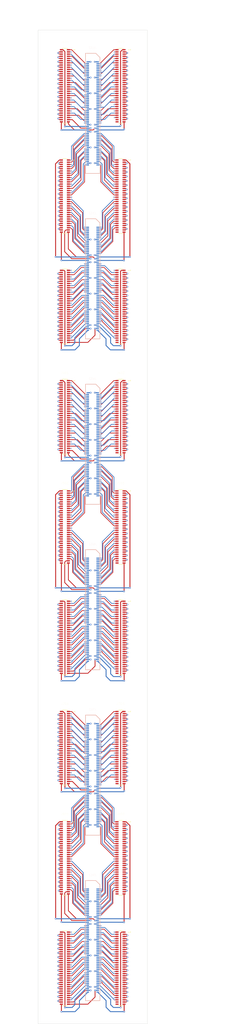
<source format=kicad_pcb>
(kicad_pcb (version 20171130) (host pcbnew "(5.1.9-0-10_14)")
  (title_block (title Backplane) (date 2021-05-27) (rev C) (company "BU EDF") (comment 1 "Preliminary Design for 9 SiPM Array") (comment 2 "3x1 Orientation "))
  (layers (0 F.Cu signal) (1 In1.Cu signal) (2 Ground power) (31 B.Cu signal) (34 B.Paste user) (35 F.Paste user) (36 B.SilkS user) (37 F.SilkS user) (38 B.Mask user) (39 F.Mask user) (44 Edge.Cuts user))
  (net 0 "")
  (net 1 "/SiPM_Connector(1-3)/BIAS2")
  (net 2 "/SiPM_Connector(1-3)/OUT")
  (net 3 GND)
  (net 4 "/SiPM_Connector(1-3)/VDD")
  (net 5 "/SiPM_Connector(1-3)/CH31")
  (net 6 "/SiPM_Connector(1-3)/CH30")
  (net 7 "/SiPM_Connector(1-3)/CH29")
  (net 8 "/SiPM_Connector(1-3)/CH28")
  (net 9 "/SiPM_Connector(1-3)/CH27")
  (net 10 "/SiPM_Connector(1-3)/CH26")
  (net 11 "/SiPM_Connector(1-3)/CH25")
  (net 12 "/SiPM_Connector(1-3)/CH24")
  (net 13 "/SiPM_Connector(1-3)/CH23")
  (net 14 "/SiPM_Connector(1-3)/CH22")
  (net 15 "/SiPM_Connector(1-3)/CH21")
  (net 16 "/SiPM_Connector(1-3)/CH20")
  (net 17 "/SiPM_Connector(1-3)/CH19")
  (net 18 "/SiPM_Connector(1-3)/CH18")
  (net 19 "/SiPM_Connector(1-3)/CH17")
  (net 20 "/SiPM_Connector(1-3)/CH16")
  (net 21 "/SiPM_Connector(1-3)/CH15")
  (net 22 "/SiPM_Connector(1-3)/CH14")
  (net 23 "/SiPM_Connector(1-3)/CH13")
  (net 24 "/SiPM_Connector(1-3)/CH12")
  (net 25 "/SiPM_Connector(1-3)/CH11")
  (net 26 "/SiPM_Connector(1-3)/CH10")
  (net 27 "/SiPM_Connector(1-3)/CH9")
  (net 28 "/SiPM_Connector(1-3)/CH8")
  (net 29 "/SiPM_Connector(1-3)/CH7")
  (net 30 "/SiPM_Connector(1-3)/CH6")
  (net 31 "/SiPM_Connector(1-3)/CH5")
  (net 32 "/SiPM_Connector(1-3)/CH4")
  (net 33 "/SiPM_Connector(1-3)/CH3")
  (net 34 "/SiPM_Connector(1-3)/CH2")
  (net 35 "/SiPM_Connector(1-3)/CH1")
  (net 36 "/SiPM_Connector(1-3)/BIAS1")
  (net 37 "/SiPM_Connector(1-3)/CH0")
  (net 38 "/SiPM_Connector(1-3)/CH48")
  (net 39 "/SiPM_Connector(1-3)/BCH48")
  (net 40 "/SiPM_Connector(1-3)/CH47")
  (net 41 "/SiPM_Connector(1-3)/BCH47")
  (net 42 "/SiPM_Connector(1-3)/CH46")
  (net 43 "/SiPM_Connector(1-3)/BCH46")
  (net 44 "/SiPM_Connector(1-3)/CH45")
  (net 45 "/SiPM_Connector(1-3)/BCH45")
  (net 46 "/SiPM_Connector(1-3)/CH44")
  (net 47 "/SiPM_Connector(1-3)/BCH44")
  (net 48 "/SiPM_Connector(1-3)/CH43")
  (net 49 "/SiPM_Connector(1-3)/BCH43")
  (net 50 "/SiPM_Connector(1-3)/CH42")
  (net 51 "/SiPM_Connector(1-3)/BCH42")
  (net 52 "/SiPM_Connector(1-3)/CH41")
  (net 53 "/SiPM_Connector(1-3)/BCH41")
  (net 54 "/SiPM_Connector(1-3)/CH40")
  (net 55 "/SiPM_Connector(1-3)/BCH40")
  (net 56 "/SiPM_Connector(1-3)/CH39")
  (net 57 "/SiPM_Connector(1-3)/BCH39")
  (net 58 "/SiPM_Connector(1-3)/CH38")
  (net 59 "/SiPM_Connector(1-3)/BCH38")
  (net 60 "/SiPM_Connector(1-3)/CH37")
  (net 61 "/SiPM_Connector(1-3)/BCH37")
  (net 62 "/SiPM_Connector(1-3)/CH36")
  (net 63 "/SiPM_Connector(1-3)/BCH36")
  (net 64 "/SiPM_Connector(1-3)/CH35")
  (net 65 "/SiPM_Connector(1-3)/BCH35")
  (net 66 "/SiPM_Connector(1-3)/CH34")
  (net 67 "/SiPM_Connector(1-3)/BCH34")
  (net 68 "/SiPM_Connector(1-3)/CH33")
  (net 69 "/SiPM_Connector(1-3)/BCH33")
  (net 70 "/SiPM_Connector(1-3)/CH32")
  (net 71 "/SiPM_Connector(1-3)/BCH32")
  (net 72 "/SiPM_Connector(1-3)/BIAS4")
  (net 73 "/SiPM_Connector(1-3)/BIAS3")
  (net 74 "/SiPM_Connector(1-3)/BCH31")
  (net 75 "/SiPM_Connector(1-3)/BCH30")
  (net 76 "/SiPM_Connector(1-3)/BCH29")
  (net 77 "/SiPM_Connector(1-3)/BCH28")
  (net 78 "/SiPM_Connector(1-3)/BCH27")
  (net 79 "/SiPM_Connector(1-3)/BCH26")
  (net 80 "/SiPM_Connector(1-3)/BCH25")
  (net 81 "/SiPM_Connector(1-3)/BCH24")
  (net 82 "/SiPM_Connector(1-3)/BCH23")
  (net 83 "/SiPM_Connector(1-3)/BCH22")
  (net 84 "/SiPM_Connector(1-3)/BCH21")
  (net 85 "/SiPM_Connector(1-3)/BCH20")
  (net 86 "/SiPM_Connector(1-3)/BCH19")
  (net 87 "/SiPM_Connector(1-3)/BCH18")
  (net 88 "/SiPM_Connector(1-3)/BCH17")
  (net 89 "/SiPM_Connector(1-3)/BCH16")
  (net 90 "/SiPM_Connector(1-3)/BCH15")
  (net 91 "/SiPM_Connector(1-3)/BCH14")
  (net 92 "/SiPM_Connector(1-3)/BCH13")
  (net 93 "/SiPM_Connector(1-3)/BCH12")
  (net 94 "/SiPM_Connector(1-3)/BCH11")
  (net 95 "/SiPM_Connector(1-3)/BCH10")
  (net 96 "/SiPM_Connector(1-3)/BCH9")
  (net 97 "/SiPM_Connector(1-3)/BCH8")
  (net 98 "/SiPM_Connector(1-3)/BCH7")
  (net 99 "/SiPM_Connector(1-3)/BCH6")
  (net 100 "/SiPM_Connector(1-3)/BCH5")
  (net 101 "/SiPM_Connector(1-3)/BCH4")
  (net 102 "/SiPM_Connector(1-3)/BCH3")
  (net 103 "/SiPM_Connector(1-3)/BCH2")
  (net 104 "/SiPM_Connector(1-3)/BCH1")
  (net 105 "/SiPM_Connector(1-3)/BCH0")
  (net 106 "/SiPM_Connector(1-3)/CH49")
  (net 107 "/SiPM_Connector(1-3)/CH50")
  (net 108 "/SiPM_Connector(1-3)/CH51")
  (net 109 "/SiPM_Connector(1-3)/CH52")
  (net 110 "/SiPM_Connector(1-3)/CH53")
  (net 111 "/SiPM_Connector(1-3)/CH54")
  (net 112 "/SiPM_Connector(1-3)/CH55")
  (net 113 "/SiPM_Connector(1-3)/CH56")
  (net 114 "/SiPM_Connector(1-3)/CH57")
  (net 115 "/SiPM_Connector(1-3)/CH58")
  (net 116 "/SiPM_Connector(1-3)/CH59")
  (net 117 "/SiPM_Connector(1-3)/CH60")
  (net 118 "/SiPM_Connector(1-3)/CH61")
  (net 119 "/SiPM_Connector(1-3)/CH62")
  (net 120 "/SiPM_Connector(1-3)/CH63")
  (net 121 "/SiPM_Connector(1-3)/BCH49")
  (net 122 "/SiPM_Connector(1-3)/BCH50")
  (net 123 "/SiPM_Connector(1-3)/BCH51")
  (net 124 "/SiPM_Connector(1-3)/BCH52")
  (net 125 "/SiPM_Connector(1-3)/BCH53")
  (net 126 "/SiPM_Connector(1-3)/BCH54")
  (net 127 "/SiPM_Connector(1-3)/BCH55")
  (net 128 "/SiPM_Connector(1-3)/BCH56")
  (net 129 "/SiPM_Connector(1-3)/BCH57")
  (net 130 "/SiPM_Connector(1-3)/BCH58")
  (net 131 "/SiPM_Connector(1-3)/BCH59")
  (net 132 "/SiPM_Connector(1-3)/BCH60")
  (net 133 "/SiPM_Connector(1-3)/BCH61")
  (net 134 "/SiPM_Connector(1-3)/BCH62")
  (net 135 "/SiPM_Connector(1-3)/BCH63")
  (net 136 "/SiPM_Connector(1-3)/CH64")
  (net 137 "/SiPM_Connector(1-3)/CH65")
  (net 138 "/SiPM_Connector(1-3)/CH66")
  (net 139 "/SiPM_Connector(1-3)/CH67")
  (net 140 "/SiPM_Connector(1-3)/CH68")
  (net 141 "/SiPM_Connector(1-3)/CH69")
  (net 142 "/SiPM_Connector(1-3)/CH70")
  (net 143 "/SiPM_Connector(1-3)/CH71")
  (net 144 "/SiPM_Connector(1-3)/CH72")
  (net 145 "/SiPM_Connector(1-3)/CH73")
  (net 146 "/SiPM_Connector(1-3)/CH74")
  (net 147 "/SiPM_Connector(1-3)/CH75")
  (net 148 "/SiPM_Connector(1-3)/CH76")
  (net 149 "/SiPM_Connector(1-3)/CH77")
  (net 150 "/SiPM_Connector(1-3)/CH78")
  (net 151 "/SiPM_Connector(1-3)/CH79")
  (net 152 "/SiPM_Connector(1-3)/CH80")
  (net 153 "/SiPM_Connector(1-3)/CH81")
  (net 154 "/SiPM_Connector(1-3)/CH82")
  (net 155 "/SiPM_Connector(1-3)/CH83")
  (net 156 "/SiPM_Connector(1-3)/CH84")
  (net 157 "/SiPM_Connector(1-3)/CH85")
  (net 158 "/SiPM_Connector(1-3)/CH86")
  (net 159 "/SiPM_Connector(1-3)/CH87")
  (net 160 "/SiPM_Connector(1-3)/CH88")
  (net 161 "/SiPM_Connector(1-3)/CH89")
  (net 162 "/SiPM_Connector(1-3)/CH90")
  (net 163 "/SiPM_Connector(1-3)/CH91")
  (net 164 "/SiPM_Connector(1-3)/CH92")
  (net 165 "/SiPM_Connector(1-3)/CH93")
  (net 166 "/SiPM_Connector(1-3)/CH94")
  (net 167 "/SiPM_Connector(1-3)/CH95")
  (net 168 "/SiPM_Connector(1-3)/BCH64")
  (net 169 "/SiPM_Connector(1-3)/BCH65")
  (net 170 "/SiPM_Connector(1-3)/BCH66")
  (net 171 "/SiPM_Connector(1-3)/BCH67")
  (net 172 "/SiPM_Connector(1-3)/BCH68")
  (net 173 "/SiPM_Connector(1-3)/BCH69")
  (net 174 "/SiPM_Connector(1-3)/BCH70")
  (net 175 "/SiPM_Connector(1-3)/BCH71")
  (net 176 "/SiPM_Connector(1-3)/BCH72")
  (net 177 "/SiPM_Connector(1-3)/BCH73")
  (net 178 "/SiPM_Connector(1-3)/BCH74")
  (net 179 "/SiPM_Connector(1-3)/BCH75")
  (net 180 "/SiPM_Connector(1-3)/BCH76")
  (net 181 "/SiPM_Connector(1-3)/BCH77")
  (net 182 "/SiPM_Connector(1-3)/BCH78")
  (net 183 "/SiPM_Connector(1-3)/BCH79")
  (net 184 "/SiPM_Connector(1-3)/BCH80")
  (net 185 "/SiPM_Connector(1-3)/BCH81")
  (net 186 "/SiPM_Connector(1-3)/BCH82")
  (net 187 "/SiPM_Connector(1-3)/BCH83")
  (net 188 "/SiPM_Connector(1-3)/BCH84")
  (net 189 "/SiPM_Connector(1-3)/BCH85")
  (net 190 "/SiPM_Connector(1-3)/BCH86")
  (net 191 "/SiPM_Connector(1-3)/BCH87")
  (net 192 "/SiPM_Connector(1-3)/BCH88")
  (net 193 "/SiPM_Connector(1-3)/BCH89")
  (net 194 "/SiPM_Connector(1-3)/BCH90")
  (net 195 "/SiPM_Connector(1-3)/BCH91")
  (net 196 "/SiPM_Connector(1-3)/BCH92")
  (net 197 "/SiPM_Connector(1-3)/BCH93")
  (net 198 "/SiPM_Connector(1-3)/BCH94")
  (net 199 "/SiPM_Connector(1-3)/BCH95")
  (net 200 "/SiPM_Connector(4-6)/OUT")
  (net 201 "/SiPM_Connector(4-6)/VDD")
  (net 202 "/SiPM_Connector(4-6)/CH31")
  (net 203 "/SiPM_Connector(4-6)/CH30")
  (net 204 "/SiPM_Connector(4-6)/CH29")
  (net 205 "/SiPM_Connector(4-6)/CH28")
  (net 206 "/SiPM_Connector(4-6)/CH27")
  (net 207 "/SiPM_Connector(4-6)/CH26")
  (net 208 "/SiPM_Connector(4-6)/CH25")
  (net 209 "/SiPM_Connector(4-6)/CH24")
  (net 210 "/SiPM_Connector(4-6)/CH23")
  (net 211 "/SiPM_Connector(4-6)/CH22")
  (net 212 "/SiPM_Connector(4-6)/CH21")
  (net 213 "/SiPM_Connector(4-6)/CH20")
  (net 214 "/SiPM_Connector(4-6)/CH19")
  (net 215 "/SiPM_Connector(4-6)/CH18")
  (net 216 "/SiPM_Connector(4-6)/CH17")
  (net 217 "/SiPM_Connector(4-6)/CH16")
  (net 218 "/SiPM_Connector(4-6)/CH15")
  (net 219 "/SiPM_Connector(4-6)/CH14")
  (net 220 "/SiPM_Connector(4-6)/CH13")
  (net 221 "/SiPM_Connector(4-6)/CH12")
  (net 222 "/SiPM_Connector(4-6)/CH11")
  (net 223 "/SiPM_Connector(4-6)/CH10")
  (net 224 "/SiPM_Connector(4-6)/CH9")
  (net 225 "/SiPM_Connector(4-6)/CH8")
  (net 226 "/SiPM_Connector(4-6)/CH7")
  (net 227 "/SiPM_Connector(4-6)/CH6")
  (net 228 "/SiPM_Connector(4-6)/CH5")
  (net 229 "/SiPM_Connector(4-6)/CH4")
  (net 230 "/SiPM_Connector(4-6)/CH3")
  (net 231 "/SiPM_Connector(4-6)/CH2")
  (net 232 "/SiPM_Connector(4-6)/CH1")
  (net 233 "/SiPM_Connector(4-6)/CH0")
  (net 234 "/SiPM_Connector(4-6)/CH48")
  (net 235 "/SiPM_Connector(4-6)/BCH48")
  (net 236 "/SiPM_Connector(4-6)/CH47")
  (net 237 "/SiPM_Connector(4-6)/BCH47")
  (net 238 "/SiPM_Connector(4-6)/CH46")
  (net 239 "/SiPM_Connector(4-6)/BCH46")
  (net 240 "/SiPM_Connector(4-6)/CH45")
  (net 241 "/SiPM_Connector(4-6)/BCH45")
  (net 242 "/SiPM_Connector(4-6)/CH44")
  (net 243 "/SiPM_Connector(4-6)/BCH44")
  (net 244 "/SiPM_Connector(4-6)/CH43")
  (net 245 "/SiPM_Connector(4-6)/BCH43")
  (net 246 "/SiPM_Connector(4-6)/CH42")
  (net 247 "/SiPM_Connector(4-6)/BCH42")
  (net 248 "/SiPM_Connector(4-6)/CH41")
  (net 249 "/SiPM_Connector(4-6)/BCH41")
  (net 250 "/SiPM_Connector(4-6)/CH40")
  (net 251 "/SiPM_Connector(4-6)/BCH40")
  (net 252 "/SiPM_Connector(4-6)/CH39")
  (net 253 "/SiPM_Connector(4-6)/BCH39")
  (net 254 "/SiPM_Connector(4-6)/CH38")
  (net 255 "/SiPM_Connector(4-6)/BCH38")
  (net 256 "/SiPM_Connector(4-6)/CH37")
  (net 257 "/SiPM_Connector(4-6)/BCH37")
  (net 258 "/SiPM_Connector(4-6)/CH36")
  (net 259 "/SiPM_Connector(4-6)/BCH36")
  (net 260 "/SiPM_Connector(4-6)/CH35")
  (net 261 "/SiPM_Connector(4-6)/BCH35")
  (net 262 "/SiPM_Connector(4-6)/CH34")
  (net 263 "/SiPM_Connector(4-6)/BCH34")
  (net 264 "/SiPM_Connector(4-6)/CH33")
  (net 265 "/SiPM_Connector(4-6)/BCH33")
  (net 266 "/SiPM_Connector(4-6)/CH32")
  (net 267 "/SiPM_Connector(4-6)/BCH32")
  (net 268 "/SiPM_Connector(4-6)/BCH31")
  (net 269 "/SiPM_Connector(4-6)/BCH30")
  (net 270 "/SiPM_Connector(4-6)/BCH29")
  (net 271 "/SiPM_Connector(4-6)/BCH28")
  (net 272 "/SiPM_Connector(4-6)/BCH27")
  (net 273 "/SiPM_Connector(4-6)/BCH26")
  (net 274 "/SiPM_Connector(4-6)/BCH25")
  (net 275 "/SiPM_Connector(4-6)/BCH24")
  (net 276 "/SiPM_Connector(4-6)/BCH23")
  (net 277 "/SiPM_Connector(4-6)/BCH22")
  (net 278 "/SiPM_Connector(4-6)/BCH21")
  (net 279 "/SiPM_Connector(4-6)/BCH20")
  (net 280 "/SiPM_Connector(4-6)/BCH19")
  (net 281 "/SiPM_Connector(4-6)/BCH18")
  (net 282 "/SiPM_Connector(4-6)/BCH17")
  (net 283 "/SiPM_Connector(4-6)/BCH16")
  (net 284 "/SiPM_Connector(4-6)/BCH15")
  (net 285 "/SiPM_Connector(4-6)/BCH14")
  (net 286 "/SiPM_Connector(4-6)/BCH13")
  (net 287 "/SiPM_Connector(4-6)/BCH12")
  (net 288 "/SiPM_Connector(4-6)/BCH11")
  (net 289 "/SiPM_Connector(4-6)/BCH10")
  (net 290 "/SiPM_Connector(4-6)/BCH9")
  (net 291 "/SiPM_Connector(4-6)/BCH8")
  (net 292 "/SiPM_Connector(4-6)/BCH7")
  (net 293 "/SiPM_Connector(4-6)/BCH6")
  (net 294 "/SiPM_Connector(4-6)/BCH5")
  (net 295 "/SiPM_Connector(4-6)/BCH4")
  (net 296 "/SiPM_Connector(4-6)/BCH3")
  (net 297 "/SiPM_Connector(4-6)/BCH2")
  (net 298 "/SiPM_Connector(4-6)/BCH1")
  (net 299 "/SiPM_Connector(4-6)/BCH0")
  (net 300 "/SiPM_Connector(4-6)/CH49")
  (net 301 "/SiPM_Connector(4-6)/CH50")
  (net 302 "/SiPM_Connector(4-6)/CH51")
  (net 303 "/SiPM_Connector(4-6)/CH52")
  (net 304 "/SiPM_Connector(4-6)/CH53")
  (net 305 "/SiPM_Connector(4-6)/CH54")
  (net 306 "/SiPM_Connector(4-6)/CH55")
  (net 307 "/SiPM_Connector(4-6)/CH56")
  (net 308 "/SiPM_Connector(4-6)/CH57")
  (net 309 "/SiPM_Connector(4-6)/CH58")
  (net 310 "/SiPM_Connector(4-6)/CH59")
  (net 311 "/SiPM_Connector(4-6)/CH60")
  (net 312 "/SiPM_Connector(4-6)/CH61")
  (net 313 "/SiPM_Connector(4-6)/CH62")
  (net 314 "/SiPM_Connector(4-6)/CH63")
  (net 315 "/SiPM_Connector(4-6)/BCH49")
  (net 316 "/SiPM_Connector(4-6)/BCH50")
  (net 317 "/SiPM_Connector(4-6)/BCH51")
  (net 318 "/SiPM_Connector(4-6)/BCH52")
  (net 319 "/SiPM_Connector(4-6)/BCH53")
  (net 320 "/SiPM_Connector(4-6)/BCH54")
  (net 321 "/SiPM_Connector(4-6)/BCH55")
  (net 322 "/SiPM_Connector(4-6)/BCH56")
  (net 323 "/SiPM_Connector(4-6)/BCH57")
  (net 324 "/SiPM_Connector(4-6)/BCH58")
  (net 325 "/SiPM_Connector(4-6)/BCH59")
  (net 326 "/SiPM_Connector(4-6)/BCH60")
  (net 327 "/SiPM_Connector(4-6)/BCH61")
  (net 328 "/SiPM_Connector(4-6)/BCH62")
  (net 329 "/SiPM_Connector(4-6)/BCH63")
  (net 330 "/SiPM_Connector(4-6)/CH64")
  (net 331 "/SiPM_Connector(4-6)/CH65")
  (net 332 "/SiPM_Connector(4-6)/CH66")
  (net 333 "/SiPM_Connector(4-6)/CH67")
  (net 334 "/SiPM_Connector(4-6)/CH68")
  (net 335 "/SiPM_Connector(4-6)/CH69")
  (net 336 "/SiPM_Connector(4-6)/CH70")
  (net 337 "/SiPM_Connector(4-6)/CH71")
  (net 338 "/SiPM_Connector(4-6)/CH72")
  (net 339 "/SiPM_Connector(4-6)/CH73")
  (net 340 "/SiPM_Connector(4-6)/CH74")
  (net 341 "/SiPM_Connector(4-6)/CH75")
  (net 342 "/SiPM_Connector(4-6)/CH76")
  (net 343 "/SiPM_Connector(4-6)/CH77")
  (net 344 "/SiPM_Connector(4-6)/CH78")
  (net 345 "/SiPM_Connector(4-6)/CH79")
  (net 346 "/SiPM_Connector(4-6)/CH80")
  (net 347 "/SiPM_Connector(4-6)/CH81")
  (net 348 "/SiPM_Connector(4-6)/CH82")
  (net 349 "/SiPM_Connector(4-6)/CH83")
  (net 350 "/SiPM_Connector(4-6)/CH84")
  (net 351 "/SiPM_Connector(4-6)/CH85")
  (net 352 "/SiPM_Connector(4-6)/CH86")
  (net 353 "/SiPM_Connector(4-6)/CH87")
  (net 354 "/SiPM_Connector(4-6)/CH88")
  (net 355 "/SiPM_Connector(4-6)/CH89")
  (net 356 "/SiPM_Connector(4-6)/CH90")
  (net 357 "/SiPM_Connector(4-6)/CH91")
  (net 358 "/SiPM_Connector(4-6)/CH92")
  (net 359 "/SiPM_Connector(4-6)/CH93")
  (net 360 "/SiPM_Connector(4-6)/CH94")
  (net 361 "/SiPM_Connector(4-6)/CH95")
  (net 362 "/SiPM_Connector(4-6)/BCH64")
  (net 363 "/SiPM_Connector(4-6)/BCH65")
  (net 364 "/SiPM_Connector(4-6)/BCH66")
  (net 365 "/SiPM_Connector(4-6)/BCH67")
  (net 366 "/SiPM_Connector(4-6)/BCH68")
  (net 367 "/SiPM_Connector(4-6)/BCH69")
  (net 368 "/SiPM_Connector(4-6)/BCH70")
  (net 369 "/SiPM_Connector(4-6)/BCH71")
  (net 370 "/SiPM_Connector(4-6)/BCH72")
  (net 371 "/SiPM_Connector(4-6)/BCH73")
  (net 372 "/SiPM_Connector(4-6)/BCH74")
  (net 373 "/SiPM_Connector(4-6)/BCH75")
  (net 374 "/SiPM_Connector(4-6)/BCH76")
  (net 375 "/SiPM_Connector(4-6)/BCH77")
  (net 376 "/SiPM_Connector(4-6)/BCH78")
  (net 377 "/SiPM_Connector(4-6)/BCH79")
  (net 378 "/SiPM_Connector(4-6)/BCH80")
  (net 379 "/SiPM_Connector(4-6)/BCH81")
  (net 380 "/SiPM_Connector(4-6)/BCH82")
  (net 381 "/SiPM_Connector(4-6)/BCH83")
  (net 382 "/SiPM_Connector(4-6)/BCH84")
  (net 383 "/SiPM_Connector(4-6)/BCH85")
  (net 384 "/SiPM_Connector(4-6)/BCH86")
  (net 385 "/SiPM_Connector(4-6)/BCH87")
  (net 386 "/SiPM_Connector(4-6)/BCH88")
  (net 387 "/SiPM_Connector(4-6)/BCH89")
  (net 388 "/SiPM_Connector(4-6)/BCH90")
  (net 389 "/SiPM_Connector(4-6)/BCH91")
  (net 390 "/SiPM_Connector(4-6)/BCH92")
  (net 391 "/SiPM_Connector(4-6)/BCH93")
  (net 392 "/SiPM_Connector(4-6)/BCH94")
  (net 393 "/SiPM_Connector(4-6)/BCH95")
  (net 394 "/SiPM_Connector(7-9)/OUT")
  (net 395 "/SiPM_Connector(7-9)/VDD")
  (net 396 "/SiPM_Connector(7-9)/CH31")
  (net 397 "/SiPM_Connector(7-9)/CH30")
  (net 398 "/SiPM_Connector(7-9)/CH29")
  (net 399 "/SiPM_Connector(7-9)/CH28")
  (net 400 "/SiPM_Connector(7-9)/CH27")
  (net 401 "/SiPM_Connector(7-9)/CH26")
  (net 402 "/SiPM_Connector(7-9)/CH25")
  (net 403 "/SiPM_Connector(7-9)/CH24")
  (net 404 "/SiPM_Connector(7-9)/CH23")
  (net 405 "/SiPM_Connector(7-9)/CH22")
  (net 406 "/SiPM_Connector(7-9)/CH21")
  (net 407 "/SiPM_Connector(7-9)/CH20")
  (net 408 "/SiPM_Connector(7-9)/CH19")
  (net 409 "/SiPM_Connector(7-9)/CH18")
  (net 410 "/SiPM_Connector(7-9)/CH17")
  (net 411 "/SiPM_Connector(7-9)/CH16")
  (net 412 "/SiPM_Connector(7-9)/CH15")
  (net 413 "/SiPM_Connector(7-9)/CH14")
  (net 414 "/SiPM_Connector(7-9)/CH13")
  (net 415 "/SiPM_Connector(7-9)/CH12")
  (net 416 "/SiPM_Connector(7-9)/CH11")
  (net 417 "/SiPM_Connector(7-9)/CH10")
  (net 418 "/SiPM_Connector(7-9)/CH9")
  (net 419 "/SiPM_Connector(7-9)/CH8")
  (net 420 "/SiPM_Connector(7-9)/CH7")
  (net 421 "/SiPM_Connector(7-9)/CH6")
  (net 422 "/SiPM_Connector(7-9)/CH5")
  (net 423 "/SiPM_Connector(7-9)/CH4")
  (net 424 "/SiPM_Connector(7-9)/CH3")
  (net 425 "/SiPM_Connector(7-9)/CH2")
  (net 426 "/SiPM_Connector(7-9)/CH1")
  (net 427 "/SiPM_Connector(7-9)/CH0")
  (net 428 "/SiPM_Connector(7-9)/CH48")
  (net 429 "/SiPM_Connector(7-9)/BCH48")
  (net 430 "/SiPM_Connector(7-9)/CH47")
  (net 431 "/SiPM_Connector(7-9)/BCH47")
  (net 432 "/SiPM_Connector(7-9)/CH46")
  (net 433 "/SiPM_Connector(7-9)/BCH46")
  (net 434 "/SiPM_Connector(7-9)/CH45")
  (net 435 "/SiPM_Connector(7-9)/BCH45")
  (net 436 "/SiPM_Connector(7-9)/CH44")
  (net 437 "/SiPM_Connector(7-9)/BCH44")
  (net 438 "/SiPM_Connector(7-9)/CH43")
  (net 439 "/SiPM_Connector(7-9)/BCH43")
  (net 440 "/SiPM_Connector(7-9)/CH42")
  (net 441 "/SiPM_Connector(7-9)/BCH42")
  (net 442 "/SiPM_Connector(7-9)/CH41")
  (net 443 "/SiPM_Connector(7-9)/BCH41")
  (net 444 "/SiPM_Connector(7-9)/CH40")
  (net 445 "/SiPM_Connector(7-9)/BCH40")
  (net 446 "/SiPM_Connector(7-9)/CH39")
  (net 447 "/SiPM_Connector(7-9)/BCH39")
  (net 448 "/SiPM_Connector(7-9)/CH38")
  (net 449 "/SiPM_Connector(7-9)/BCH38")
  (net 450 "/SiPM_Connector(7-9)/CH37")
  (net 451 "/SiPM_Connector(7-9)/BCH37")
  (net 452 "/SiPM_Connector(7-9)/CH36")
  (net 453 "/SiPM_Connector(7-9)/BCH36")
  (net 454 "/SiPM_Connector(7-9)/CH35")
  (net 455 "/SiPM_Connector(7-9)/BCH35")
  (net 456 "/SiPM_Connector(7-9)/CH34")
  (net 457 "/SiPM_Connector(7-9)/BCH34")
  (net 458 "/SiPM_Connector(7-9)/CH33")
  (net 459 "/SiPM_Connector(7-9)/BCH33")
  (net 460 "/SiPM_Connector(7-9)/CH32")
  (net 461 "/SiPM_Connector(7-9)/BCH32")
  (net 462 "/SiPM_Connector(7-9)/BCH31")
  (net 463 "/SiPM_Connector(7-9)/BCH30")
  (net 464 "/SiPM_Connector(7-9)/BCH29")
  (net 465 "/SiPM_Connector(7-9)/BCH28")
  (net 466 "/SiPM_Connector(7-9)/BCH27")
  (net 467 "/SiPM_Connector(7-9)/BCH26")
  (net 468 "/SiPM_Connector(7-9)/BCH25")
  (net 469 "/SiPM_Connector(7-9)/BCH24")
  (net 470 "/SiPM_Connector(7-9)/BCH23")
  (net 471 "/SiPM_Connector(7-9)/BCH22")
  (net 472 "/SiPM_Connector(7-9)/BCH21")
  (net 473 "/SiPM_Connector(7-9)/BCH20")
  (net 474 "/SiPM_Connector(7-9)/BCH19")
  (net 475 "/SiPM_Connector(7-9)/BCH18")
  (net 476 "/SiPM_Connector(7-9)/BCH17")
  (net 477 "/SiPM_Connector(7-9)/BCH16")
  (net 478 "/SiPM_Connector(7-9)/BCH15")
  (net 479 "/SiPM_Connector(7-9)/BCH14")
  (net 480 "/SiPM_Connector(7-9)/BCH13")
  (net 481 "/SiPM_Connector(7-9)/BCH12")
  (net 482 "/SiPM_Connector(7-9)/BCH11")
  (net 483 "/SiPM_Connector(7-9)/BCH10")
  (net 484 "/SiPM_Connector(7-9)/BCH9")
  (net 485 "/SiPM_Connector(7-9)/BCH8")
  (net 486 "/SiPM_Connector(7-9)/BCH7")
  (net 487 "/SiPM_Connector(7-9)/BCH6")
  (net 488 "/SiPM_Connector(7-9)/BCH5")
  (net 489 "/SiPM_Connector(7-9)/BCH4")
  (net 490 "/SiPM_Connector(7-9)/BCH3")
  (net 491 "/SiPM_Connector(7-9)/BCH2")
  (net 492 "/SiPM_Connector(7-9)/BCH1")
  (net 493 "/SiPM_Connector(7-9)/BCH0")
  (net 494 "/SiPM_Connector(7-9)/CH49")
  (net 495 "/SiPM_Connector(7-9)/CH50")
  (net 496 "/SiPM_Connector(7-9)/CH51")
  (net 497 "/SiPM_Connector(7-9)/CH52")
  (net 498 "/SiPM_Connector(7-9)/CH53")
  (net 499 "/SiPM_Connector(7-9)/CH54")
  (net 500 "/SiPM_Connector(7-9)/CH55")
  (net 501 "/SiPM_Connector(7-9)/CH56")
  (net 502 "/SiPM_Connector(7-9)/CH57")
  (net 503 "/SiPM_Connector(7-9)/CH58")
  (net 504 "/SiPM_Connector(7-9)/CH59")
  (net 505 "/SiPM_Connector(7-9)/CH60")
  (net 506 "/SiPM_Connector(7-9)/CH61")
  (net 507 "/SiPM_Connector(7-9)/CH62")
  (net 508 "/SiPM_Connector(7-9)/CH63")
  (net 509 "/SiPM_Connector(7-9)/BCH49")
  (net 510 "/SiPM_Connector(7-9)/BCH50")
  (net 511 "/SiPM_Connector(7-9)/BCH51")
  (net 512 "/SiPM_Connector(7-9)/BCH52")
  (net 513 "/SiPM_Connector(7-9)/BCH53")
  (net 514 "/SiPM_Connector(7-9)/BCH54")
  (net 515 "/SiPM_Connector(7-9)/BCH55")
  (net 516 "/SiPM_Connector(7-9)/BCH56")
  (net 517 "/SiPM_Connector(7-9)/BCH57")
  (net 518 "/SiPM_Connector(7-9)/BCH58")
  (net 519 "/SiPM_Connector(7-9)/BCH59")
  (net 520 "/SiPM_Connector(7-9)/BCH60")
  (net 521 "/SiPM_Connector(7-9)/BCH61")
  (net 522 "/SiPM_Connector(7-9)/BCH62")
  (net 523 "/SiPM_Connector(7-9)/BCH63")
  (net 524 "/SiPM_Connector(7-9)/CH64")
  (net 525 "/SiPM_Connector(7-9)/CH65")
  (net 526 "/SiPM_Connector(7-9)/CH66")
  (net 527 "/SiPM_Connector(7-9)/CH67")
  (net 528 "/SiPM_Connector(7-9)/CH68")
  (net 529 "/SiPM_Connector(7-9)/CH69")
  (net 530 "/SiPM_Connector(7-9)/CH70")
  (net 531 "/SiPM_Connector(7-9)/CH71")
  (net 532 "/SiPM_Connector(7-9)/CH72")
  (net 533 "/SiPM_Connector(7-9)/CH73")
  (net 534 "/SiPM_Connector(7-9)/CH74")
  (net 535 "/SiPM_Connector(7-9)/CH75")
  (net 536 "/SiPM_Connector(7-9)/CH76")
  (net 537 "/SiPM_Connector(7-9)/CH77")
  (net 538 "/SiPM_Connector(7-9)/CH78")
  (net 539 "/SiPM_Connector(7-9)/CH79")
  (net 540 "/SiPM_Connector(7-9)/CH80")
  (net 541 "/SiPM_Connector(7-9)/CH81")
  (net 542 "/SiPM_Connector(7-9)/CH82")
  (net 543 "/SiPM_Connector(7-9)/CH83")
  (net 544 "/SiPM_Connector(7-9)/CH84")
  (net 545 "/SiPM_Connector(7-9)/CH85")
  (net 546 "/SiPM_Connector(7-9)/CH86")
  (net 547 "/SiPM_Connector(7-9)/CH87")
  (net 548 "/SiPM_Connector(7-9)/CH88")
  (net 549 "/SiPM_Connector(7-9)/CH89")
  (net 550 "/SiPM_Connector(7-9)/CH90")
  (net 551 "/SiPM_Connector(7-9)/CH91")
  (net 552 "/SiPM_Connector(7-9)/CH92")
  (net 553 "/SiPM_Connector(7-9)/CH93")
  (net 554 "/SiPM_Connector(7-9)/CH94")
  (net 555 "/SiPM_Connector(7-9)/CH95")
  (net 556 "/SiPM_Connector(7-9)/BCH64")
  (net 557 "/SiPM_Connector(7-9)/BCH65")
  (net 558 "/SiPM_Connector(7-9)/BCH66")
  (net 559 "/SiPM_Connector(7-9)/BCH67")
  (net 560 "/SiPM_Connector(7-9)/BCH68")
  (net 561 "/SiPM_Connector(7-9)/BCH69")
  (net 562 "/SiPM_Connector(7-9)/BCH70")
  (net 563 "/SiPM_Connector(7-9)/BCH71")
  (net 564 "/SiPM_Connector(7-9)/BCH72")
  (net 565 "/SiPM_Connector(7-9)/BCH73")
  (net 566 "/SiPM_Connector(7-9)/BCH74")
  (net 567 "/SiPM_Connector(7-9)/BCH75")
  (net 568 "/SiPM_Connector(7-9)/BCH76")
  (net 569 "/SiPM_Connector(7-9)/BCH77")
  (net 570 "/SiPM_Connector(7-9)/BCH78")
  (net 571 "/SiPM_Connector(7-9)/BCH79")
  (net 572 "/SiPM_Connector(7-9)/BCH80")
  (net 573 "/SiPM_Connector(7-9)/BCH81")
  (net 574 "/SiPM_Connector(7-9)/BCH82")
  (net 575 "/SiPM_Connector(7-9)/BCH83")
  (net 576 "/SiPM_Connector(7-9)/BCH84")
  (net 577 "/SiPM_Connector(7-9)/BCH85")
  (net 578 "/SiPM_Connector(7-9)/BCH86")
  (net 579 "/SiPM_Connector(7-9)/BCH87")
  (net 580 "/SiPM_Connector(7-9)/BCH88")
  (net 581 "/SiPM_Connector(7-9)/BCH89")
  (net 582 "/SiPM_Connector(7-9)/BCH90")
  (net 583 "/SiPM_Connector(7-9)/BCH91")
  (net 584 "/SiPM_Connector(7-9)/BCH92")
  (net 585 "/SiPM_Connector(7-9)/BCH93")
  (net 586 "/SiPM_Connector(7-9)/BCH94")
  (net 587 "/SiPM_Connector(7-9)/BCH95")
  (net 588 "Net-(J103-Pad68)")
  (net 589 "Net-(J103-Pad66)")
  (net 590 "Net-(J203-Pad66)")
  (net 591 "Net-(J203-Pad68)")
  (net 592 "Net-(J303-Pad66)")
  (net 593 "Net-(J303-Pad68)")
  (net 594 "Net-(J403-Pad68)")
  (net 595 "Net-(J403-Pad66)")
  (net 596 "Net-(J503-Pad66)")
  (net 597 "Net-(J503-Pad68)")
  (net 598 "Net-(J603-Pad66)")
  (net 599 "Net-(J603-Pad68)")
  (net 600 "Net-(J703-Pad68)")
  (net 601 "Net-(J703-Pad66)")
  (net 602 "Net-(J803-Pad66)")
  (net 603 "Net-(J803-Pad68)")
  (net 604 "Net-(J903-Pad66)")
  (net 605 "Net-(J903-Pad68)")
  (net 606 "/SiPM_Connector(7-9)/BIAS26")
  (net 607 "/SiPM_Connector(7-9)/BIAS28")
  (net 608 "/SiPM_Connector(7-9)/BIAS25")
  (net 609 "/SiPM_Connector(7-9)/BIAS27")
  (net 610 "/SiPM_Connector(7-9)/BIAS31")
  (net 611 "/SiPM_Connector(7-9)/BIAS29")
  (net 612 "/SiPM_Connector(7-9)/BIAS32")
  (net 613 "/SiPM_Connector(7-9)/BIAS30")
  (net 614 "/SiPM_Connector(7-9)/BIAS35")
  (net 615 "/SiPM_Connector(7-9)/BIAS33")
  (net 616 "/SiPM_Connector(7-9)/BIAS36")
  (net 617 "/SiPM_Connector(7-9)/BIAS34")
  (net 618 "/SiPM_Connector(1-3)/BIAS6")
  (net 619 "/SiPM_Connector(1-3)/BIAS5")
  (net 620 "/SiPM_Connector(1-3)/BIAS7")
  (net 621 "/SiPM_Connector(1-3)/BIAS8")
  (net 622 "/SiPM_Connector(1-3)/BIAS10")
  (net 623 "/SiPM_Connector(1-3)/BIAS9")
  (net 624 "/SiPM_Connector(1-3)/BIAS11")
  (net 625 "/SiPM_Connector(1-3)/BIAS12")
  (net 626 "/SiPM_Connector(4-6)/BIAS13")
  (net 627 "/SiPM_Connector(4-6)/BIAS14")
  (net 628 "/SiPM_Connector(4-6)/BIAS16")
  (net 629 "/SiPM_Connector(4-6)/BIAS15")
  (net 630 "/SiPM_Connector(4-6)/BIAS18")
  (net 631 "/SiPM_Connector(4-6)/BIAS17")
  (net 632 "/SiPM_Connector(4-6)/BIAS19")
  (net 633 "/SiPM_Connector(4-6)/BIAS20")
  (net 634 "/SiPM_Connector(4-6)/BIAS22")
  (net 635 "/SiPM_Connector(4-6)/BIAS21")
  (net 636 "/SiPM_Connector(4-6)/BIAS23")
  (net 637 "/SiPM_Connector(4-6)/BIAS24")
  (module backplane:ERF8-060-05.0-L-DV (layer B.Cu) (at 137.5 237.125 90)
    (fp_text reference J402 (at 30 0) (layer B.SilkS) (effects (font (size 1.00011 1.00011) (thickness 0.015)) (justify mirror)))
    (fp_text value ERF8-060-05.0-L-DV)
    (fp_text user 2 (at 23.2688 -4.5 270) (layer B.SilkS) (effects (font (size 1.001236 1.001236) (thickness 0.015)) (justify mirror)))
    (fp_text user 1 (at 23.25 4.5 270) (layer B.SilkS) (effects (font (size 1.000063 1.000063) (thickness 0.015)) (justify mirror)))
    (pad None np_thru_hole circle (at -25.4 -1.5 90) (size 1.45 1.45) (drill 1.45) (layers *.Cu *.Mask))
    (pad None np_thru_hole circle (at 25.4 -1.5 90) (size 1.45 1.45) (drill 1.45) (layers *.Cu *.Mask))
    (pad 120 smd rect (at -23.6 -2.25 90) (size 0.5 1.1) (layers B.Cu B.Paste B.Mask) (net 234 "/SiPM_Connector(4-6)/CH48"))
    (pad 119 smd rect (at -23.6 2.25 90) (size 0.5 1.1) (layers B.Cu B.Paste B.Mask) (net 235 "/SiPM_Connector(4-6)/BCH48"))
    (pad 118 smd rect (at -22.8 -2.25 90) (size 0.5 1.1) (layers B.Cu B.Paste B.Mask) (net 3 GND))
    (pad 117 smd rect (at -22.8 2.25 90) (size 0.5 1.1) (layers B.Cu B.Paste B.Mask) (net 3 GND))
    (pad 116 smd rect (at -22 -2.25 90) (size 0.5 1.1) (layers B.Cu B.Paste B.Mask) (net 236 "/SiPM_Connector(4-6)/CH47"))
    (pad 115 smd rect (at -22 2.25 90) (size 0.5 1.1) (layers B.Cu B.Paste B.Mask) (net 237 "/SiPM_Connector(4-6)/BCH47"))
    (pad 114 smd rect (at -21.2 -2.25 90) (size 0.5 1.1) (layers B.Cu B.Paste B.Mask) (net 238 "/SiPM_Connector(4-6)/CH46"))
    (pad 113 smd rect (at -21.2 2.25 90) (size 0.5 1.1) (layers B.Cu B.Paste B.Mask) (net 239 "/SiPM_Connector(4-6)/BCH46"))
    (pad 112 smd rect (at -20.4 -2.25 90) (size 0.5 1.1) (layers B.Cu B.Paste B.Mask) (net 240 "/SiPM_Connector(4-6)/CH45"))
    (pad 111 smd rect (at -20.4 2.25 90) (size 0.5 1.1) (layers B.Cu B.Paste B.Mask) (net 241 "/SiPM_Connector(4-6)/BCH45"))
    (pad 110 smd rect (at -19.6 -2.25 90) (size 0.5 1.1) (layers B.Cu B.Paste B.Mask) (net 242 "/SiPM_Connector(4-6)/CH44"))
    (pad 109 smd rect (at -19.6 2.25 90) (size 0.5 1.1) (layers B.Cu B.Paste B.Mask) (net 243 "/SiPM_Connector(4-6)/BCH44"))
    (pad 108 smd rect (at -18.8 -2.25 90) (size 0.5 1.1) (layers B.Cu B.Paste B.Mask) (net 244 "/SiPM_Connector(4-6)/CH43"))
    (pad 107 smd rect (at -18.8 2.25 90) (size 0.5 1.1) (layers B.Cu B.Paste B.Mask) (net 245 "/SiPM_Connector(4-6)/BCH43"))
    (pad 106 smd rect (at -18 -2.25 90) (size 0.5 1.1) (layers B.Cu B.Paste B.Mask) (net 246 "/SiPM_Connector(4-6)/CH42"))
    (pad 105 smd rect (at -18 2.25 90) (size 0.5 1.1) (layers B.Cu B.Paste B.Mask) (net 247 "/SiPM_Connector(4-6)/BCH42"))
    (pad 104 smd rect (at -17.2 -2.25 90) (size 0.5 1.1) (layers B.Cu B.Paste B.Mask) (net 248 "/SiPM_Connector(4-6)/CH41"))
    (pad 103 smd rect (at -17.2 2.25 90) (size 0.5 1.1) (layers B.Cu B.Paste B.Mask) (net 249 "/SiPM_Connector(4-6)/BCH41"))
    (pad 102 smd rect (at -16.4 -2.25 90) (size 0.5 1.1) (layers B.Cu B.Paste B.Mask) (net 250 "/SiPM_Connector(4-6)/CH40"))
    (pad 101 smd rect (at -16.4 2.25 90) (size 0.5 1.1) (layers B.Cu B.Paste B.Mask) (net 251 "/SiPM_Connector(4-6)/BCH40"))
    (pad 100 smd rect (at -15.6 -2.25 90) (size 0.5 1.1) (layers B.Cu B.Paste B.Mask) (net 3 GND))
    (pad 99 smd rect (at -15.6 2.25 90) (size 0.5 1.1) (layers B.Cu B.Paste B.Mask) (net 3 GND))
    (pad 98 smd rect (at -14.8 -2.25 90) (size 0.5 1.1) (layers B.Cu B.Paste B.Mask) (net 252 "/SiPM_Connector(4-6)/CH39"))
    (pad 97 smd rect (at -14.8 2.25 90) (size 0.5 1.1) (layers B.Cu B.Paste B.Mask) (net 253 "/SiPM_Connector(4-6)/BCH39"))
    (pad 96 smd rect (at -14 -2.25 90) (size 0.5 1.1) (layers B.Cu B.Paste B.Mask) (net 254 "/SiPM_Connector(4-6)/CH38"))
    (pad 95 smd rect (at -14 2.25 90) (size 0.5 1.1) (layers B.Cu B.Paste B.Mask) (net 255 "/SiPM_Connector(4-6)/BCH38"))
    (pad 94 smd rect (at -13.2 -2.25 90) (size 0.5 1.1) (layers B.Cu B.Paste B.Mask) (net 256 "/SiPM_Connector(4-6)/CH37"))
    (pad 93 smd rect (at -13.2 2.25 90) (size 0.5 1.1) (layers B.Cu B.Paste B.Mask) (net 257 "/SiPM_Connector(4-6)/BCH37"))
    (pad 92 smd rect (at -12.4 -2.25 90) (size 0.5 1.1) (layers B.Cu B.Paste B.Mask) (net 258 "/SiPM_Connector(4-6)/CH36"))
    (pad 91 smd rect (at -12.4 2.25 90) (size 0.5 1.1) (layers B.Cu B.Paste B.Mask) (net 259 "/SiPM_Connector(4-6)/BCH36"))
    (pad 90 smd rect (at -11.6 -2.25 90) (size 0.5 1.1) (layers B.Cu B.Paste B.Mask) (net 260 "/SiPM_Connector(4-6)/CH35"))
    (pad 89 smd rect (at -11.6 2.25 90) (size 0.5 1.1) (layers B.Cu B.Paste B.Mask) (net 261 "/SiPM_Connector(4-6)/BCH35"))
    (pad 88 smd rect (at -10.8 -2.25 90) (size 0.5 1.1) (layers B.Cu B.Paste B.Mask) (net 262 "/SiPM_Connector(4-6)/CH34"))
    (pad 87 smd rect (at -10.8 2.25 90) (size 0.5 1.1) (layers B.Cu B.Paste B.Mask) (net 263 "/SiPM_Connector(4-6)/BCH34"))
    (pad 86 smd rect (at -10 -2.25 90) (size 0.5 1.1) (layers B.Cu B.Paste B.Mask) (net 264 "/SiPM_Connector(4-6)/CH33"))
    (pad 85 smd rect (at -10 2.25 90) (size 0.5 1.1) (layers B.Cu B.Paste B.Mask) (net 265 "/SiPM_Connector(4-6)/BCH33"))
    (pad 84 smd rect (at -9.2 -2.25 90) (size 0.5 1.1) (layers B.Cu B.Paste B.Mask) (net 266 "/SiPM_Connector(4-6)/CH32"))
    (pad 83 smd rect (at -9.2 2.25 90) (size 0.5 1.1) (layers B.Cu B.Paste B.Mask) (net 267 "/SiPM_Connector(4-6)/BCH32"))
    (pad 82 smd rect (at -8.4 -2.25 90) (size 0.5 1.1) (layers B.Cu B.Paste B.Mask) (net 3 GND))
    (pad 81 smd rect (at -8.4 2.25 90) (size 0.5 1.1) (layers B.Cu B.Paste B.Mask) (net 3 GND))
    (pad 80 smd rect (at -7.6 -2.25 90) (size 0.5 1.1) (layers B.Cu B.Paste B.Mask) (net 627 "/SiPM_Connector(4-6)/BIAS14"))
    (pad 79 smd rect (at -7.6 2.25 90) (size 0.5 1.1) (layers B.Cu B.Paste B.Mask) (net 628 "/SiPM_Connector(4-6)/BIAS16"))
    (pad 78 smd rect (at -6.8 -2.25 90) (size 0.5 1.1) (layers B.Cu B.Paste B.Mask) (net 201 "/SiPM_Connector(4-6)/VDD"))
    (pad 77 smd rect (at -6.8 2.25 90) (size 0.5 1.1) (layers B.Cu B.Paste B.Mask) (net 200 "/SiPM_Connector(4-6)/OUT"))
    (pad 76 smd rect (at -6 -2.25 90) (size 0.5 1.1) (layers B.Cu B.Paste B.Mask) (net 626 "/SiPM_Connector(4-6)/BIAS13"))
    (pad 75 smd rect (at -6 2.25 90) (size 0.5 1.1) (layers B.Cu B.Paste B.Mask) (net 629 "/SiPM_Connector(4-6)/BIAS15"))
    (pad 74 smd rect (at -5.2 -2.25 90) (size 0.5 1.1) (layers B.Cu B.Paste B.Mask) (net 3 GND))
    (pad 73 smd rect (at -5.2 2.25 90) (size 0.5 1.1) (layers B.Cu B.Paste B.Mask) (net 3 GND))
    (pad 72 smd rect (at -4.4 -2.25 90) (size 0.5 1.1) (layers B.Cu B.Paste B.Mask) (net 202 "/SiPM_Connector(4-6)/CH31"))
    (pad 71 smd rect (at -4.4 2.25 90) (size 0.5 1.1) (layers B.Cu B.Paste B.Mask) (net 268 "/SiPM_Connector(4-6)/BCH31"))
    (pad 70 smd rect (at -3.6 -2.25 90) (size 0.5 1.1) (layers B.Cu B.Paste B.Mask) (net 203 "/SiPM_Connector(4-6)/CH30"))
    (pad 69 smd rect (at -3.6 2.25 90) (size 0.5 1.1) (layers B.Cu B.Paste B.Mask) (net 269 "/SiPM_Connector(4-6)/BCH30"))
    (pad 68 smd rect (at -2.8 -2.25 90) (size 0.5 1.1) (layers B.Cu B.Paste B.Mask) (net 204 "/SiPM_Connector(4-6)/CH29"))
    (pad 67 smd rect (at -2.8 2.25 90) (size 0.5 1.1) (layers B.Cu B.Paste B.Mask) (net 270 "/SiPM_Connector(4-6)/BCH29"))
    (pad 66 smd rect (at -2 -2.25 90) (size 0.5 1.1) (layers B.Cu B.Paste B.Mask) (net 205 "/SiPM_Connector(4-6)/CH28"))
    (pad 65 smd rect (at -2 2.25 90) (size 0.5 1.1) (layers B.Cu B.Paste B.Mask) (net 271 "/SiPM_Connector(4-6)/BCH28"))
    (pad 64 smd rect (at -1.2 -2.25 90) (size 0.5 1.1) (layers B.Cu B.Paste B.Mask) (net 206 "/SiPM_Connector(4-6)/CH27"))
    (pad 63 smd rect (at -1.2 2.25 90) (size 0.5 1.1) (layers B.Cu B.Paste B.Mask) (net 272 "/SiPM_Connector(4-6)/BCH27"))
    (pad 62 smd rect (at -0.4 -2.25 90) (size 0.5 1.1) (layers B.Cu B.Paste B.Mask) (net 207 "/SiPM_Connector(4-6)/CH26"))
    (pad 61 smd rect (at -0.4 2.25 90) (size 0.5 1.1) (layers B.Cu B.Paste B.Mask) (net 273 "/SiPM_Connector(4-6)/BCH26"))
    (pad 60 smd rect (at 0.4 -2.25 90) (size 0.5 1.1) (layers B.Cu B.Paste B.Mask) (net 208 "/SiPM_Connector(4-6)/CH25"))
    (pad 59 smd rect (at 0.4 2.25 90) (size 0.5 1.1) (layers B.Cu B.Paste B.Mask) (net 274 "/SiPM_Connector(4-6)/BCH25"))
    (pad 58 smd rect (at 1.2 -2.25 90) (size 0.5 1.1) (layers B.Cu B.Paste B.Mask) (net 209 "/SiPM_Connector(4-6)/CH24"))
    (pad 57 smd rect (at 1.2 2.25 90) (size 0.5 1.1) (layers B.Cu B.Paste B.Mask) (net 275 "/SiPM_Connector(4-6)/BCH24"))
    (pad 56 smd rect (at 2 -2.25 90) (size 0.5 1.1) (layers B.Cu B.Paste B.Mask) (net 3 GND))
    (pad 55 smd rect (at 2 2.25 90) (size 0.5 1.1) (layers B.Cu B.Paste B.Mask) (net 3 GND))
    (pad 54 smd rect (at 2.8 -2.25 90) (size 0.5 1.1) (layers B.Cu B.Paste B.Mask) (net 210 "/SiPM_Connector(4-6)/CH23"))
    (pad 53 smd rect (at 2.8 2.25 90) (size 0.5 1.1) (layers B.Cu B.Paste B.Mask) (net 276 "/SiPM_Connector(4-6)/BCH23"))
    (pad 52 smd rect (at 3.6 -2.25 90) (size 0.5 1.1) (layers B.Cu B.Paste B.Mask) (net 211 "/SiPM_Connector(4-6)/CH22"))
    (pad 51 smd rect (at 3.6 2.25 90) (size 0.5 1.1) (layers B.Cu B.Paste B.Mask) (net 277 "/SiPM_Connector(4-6)/BCH22"))
    (pad 50 smd rect (at 4.4 -2.25 90) (size 0.5 1.1) (layers B.Cu B.Paste B.Mask) (net 212 "/SiPM_Connector(4-6)/CH21"))
    (pad 49 smd rect (at 4.4 2.25 90) (size 0.5 1.1) (layers B.Cu B.Paste B.Mask) (net 278 "/SiPM_Connector(4-6)/BCH21"))
    (pad 48 smd rect (at 5.2 -2.25 90) (size 0.5 1.1) (layers B.Cu B.Paste B.Mask) (net 213 "/SiPM_Connector(4-6)/CH20"))
    (pad 47 smd rect (at 5.2 2.25 90) (size 0.5 1.1) (layers B.Cu B.Paste B.Mask) (net 279 "/SiPM_Connector(4-6)/BCH20"))
    (pad 46 smd rect (at 6 -2.25 90) (size 0.5 1.1) (layers B.Cu B.Paste B.Mask) (net 214 "/SiPM_Connector(4-6)/CH19"))
    (pad 45 smd rect (at 6 2.25 90) (size 0.5 1.1) (layers B.Cu B.Paste B.Mask) (net 280 "/SiPM_Connector(4-6)/BCH19"))
    (pad 44 smd rect (at 6.8 -2.25 90) (size 0.5 1.1) (layers B.Cu B.Paste B.Mask) (net 215 "/SiPM_Connector(4-6)/CH18"))
    (pad 43 smd rect (at 6.8 2.25 90) (size 0.5 1.1) (layers B.Cu B.Paste B.Mask) (net 281 "/SiPM_Connector(4-6)/BCH18"))
    (pad 42 smd rect (at 7.6 -2.25 90) (size 0.5 1.1) (layers B.Cu B.Paste B.Mask) (net 216 "/SiPM_Connector(4-6)/CH17"))
    (pad 41 smd rect (at 7.6 2.25 90) (size 0.5 1.1) (layers B.Cu B.Paste B.Mask) (net 282 "/SiPM_Connector(4-6)/BCH17"))
    (pad 40 smd rect (at 8.4 -2.25 90) (size 0.5 1.1) (layers B.Cu B.Paste B.Mask) (net 217 "/SiPM_Connector(4-6)/CH16"))
    (pad 39 smd rect (at 8.4 2.25 90) (size 0.5 1.1) (layers B.Cu B.Paste B.Mask) (net 283 "/SiPM_Connector(4-6)/BCH16"))
    (pad 38 smd rect (at 9.2 -2.25 90) (size 0.5 1.1) (layers B.Cu B.Paste B.Mask) (net 3 GND))
    (pad 37 smd rect (at 9.2 2.25 90) (size 0.5 1.1) (layers B.Cu B.Paste B.Mask) (net 3 GND))
    (pad 36 smd rect (at 10 -2.25 90) (size 0.5 1.1) (layers B.Cu B.Paste B.Mask) (net 218 "/SiPM_Connector(4-6)/CH15"))
    (pad 35 smd rect (at 10 2.25 90) (size 0.5 1.1) (layers B.Cu B.Paste B.Mask) (net 284 "/SiPM_Connector(4-6)/BCH15"))
    (pad 34 smd rect (at 10.8 -2.25 90) (size 0.5 1.1) (layers B.Cu B.Paste B.Mask) (net 219 "/SiPM_Connector(4-6)/CH14"))
    (pad 33 smd rect (at 10.8 2.25 90) (size 0.5 1.1) (layers B.Cu B.Paste B.Mask) (net 285 "/SiPM_Connector(4-6)/BCH14"))
    (pad 32 smd rect (at 11.6 -2.25 90) (size 0.5 1.1) (layers B.Cu B.Paste B.Mask) (net 220 "/SiPM_Connector(4-6)/CH13"))
    (pad 31 smd rect (at 11.6 2.25 90) (size 0.5 1.1) (layers B.Cu B.Paste B.Mask) (net 286 "/SiPM_Connector(4-6)/BCH13"))
    (pad 30 smd rect (at 12.4 -2.25 90) (size 0.5 1.1) (layers B.Cu B.Paste B.Mask) (net 221 "/SiPM_Connector(4-6)/CH12"))
    (pad 29 smd rect (at 12.4 2.25 90) (size 0.5 1.1) (layers B.Cu B.Paste B.Mask) (net 287 "/SiPM_Connector(4-6)/BCH12"))
    (pad 28 smd rect (at 13.2 -2.25 90) (size 0.5 1.1) (layers B.Cu B.Paste B.Mask) (net 222 "/SiPM_Connector(4-6)/CH11"))
    (pad 27 smd rect (at 13.2 2.25 90) (size 0.5 1.1) (layers B.Cu B.Paste B.Mask) (net 288 "/SiPM_Connector(4-6)/BCH11"))
    (pad 26 smd rect (at 14 -2.25 90) (size 0.5 1.1) (layers B.Cu B.Paste B.Mask) (net 223 "/SiPM_Connector(4-6)/CH10"))
    (pad 25 smd rect (at 14 2.25 90) (size 0.5 1.1) (layers B.Cu B.Paste B.Mask) (net 289 "/SiPM_Connector(4-6)/BCH10"))
    (pad 24 smd rect (at 14.8 -2.25 90) (size 0.5 1.1) (layers B.Cu B.Paste B.Mask) (net 224 "/SiPM_Connector(4-6)/CH9"))
    (pad 23 smd rect (at 14.8 2.25 90) (size 0.5 1.1) (layers B.Cu B.Paste B.Mask) (net 290 "/SiPM_Connector(4-6)/BCH9"))
    (pad 22 smd rect (at 15.6 -2.25 90) (size 0.5 1.1) (layers B.Cu B.Paste B.Mask) (net 225 "/SiPM_Connector(4-6)/CH8"))
    (pad 21 smd rect (at 15.6 2.25 90) (size 0.5 1.1) (layers B.Cu B.Paste B.Mask) (net 291 "/SiPM_Connector(4-6)/BCH8"))
    (pad 20 smd rect (at 16.4 -2.25 90) (size 0.5 1.1) (layers B.Cu B.Paste B.Mask) (net 3 GND))
    (pad 19 smd rect (at 16.4 2.25 90) (size 0.5 1.1) (layers B.Cu B.Paste B.Mask) (net 3 GND))
    (pad 18 smd rect (at 17.2 -2.25 90) (size 0.5 1.1) (layers B.Cu B.Paste B.Mask) (net 226 "/SiPM_Connector(4-6)/CH7"))
    (pad 17 smd rect (at 17.2 2.25 90) (size 0.5 1.1) (layers B.Cu B.Paste B.Mask) (net 292 "/SiPM_Connector(4-6)/BCH7"))
    (pad 16 smd rect (at 18 -2.25 90) (size 0.5 1.1) (layers B.Cu B.Paste B.Mask) (net 227 "/SiPM_Connector(4-6)/CH6"))
    (pad 15 smd rect (at 18 2.25 90) (size 0.5 1.1) (layers B.Cu B.Paste B.Mask) (net 293 "/SiPM_Connector(4-6)/BCH6"))
    (pad 14 smd rect (at 18.8 -2.25 90) (size 0.5 1.1) (layers B.Cu B.Paste B.Mask) (net 228 "/SiPM_Connector(4-6)/CH5"))
    (pad 13 smd rect (at 18.8 2.25 90) (size 0.5 1.1) (layers B.Cu B.Paste B.Mask) (net 294 "/SiPM_Connector(4-6)/BCH5"))
    (pad 12 smd rect (at 19.6 -2.25 90) (size 0.5 1.1) (layers B.Cu B.Paste B.Mask) (net 229 "/SiPM_Connector(4-6)/CH4"))
    (pad 11 smd rect (at 19.6 2.25 90) (size 0.5 1.1) (layers B.Cu B.Paste B.Mask) (net 295 "/SiPM_Connector(4-6)/BCH4"))
    (pad 10 smd rect (at 20.4 -2.25 90) (size 0.5 1.1) (layers B.Cu B.Paste B.Mask) (net 230 "/SiPM_Connector(4-6)/CH3"))
    (pad 9 smd rect (at 20.4 2.25 90) (size 0.5 1.1) (layers B.Cu B.Paste B.Mask) (net 296 "/SiPM_Connector(4-6)/BCH3"))
    (pad 8 smd rect (at 21.2 -2.25 90) (size 0.5 1.1) (layers B.Cu B.Paste B.Mask) (net 231 "/SiPM_Connector(4-6)/CH2"))
    (pad 7 smd rect (at 21.2 2.25 90) (size 0.5 1.1) (layers B.Cu B.Paste B.Mask) (net 297 "/SiPM_Connector(4-6)/BCH2"))
    (pad 6 smd rect (at 22 -2.25 90) (size 0.5 1.1) (layers B.Cu B.Paste B.Mask) (net 232 "/SiPM_Connector(4-6)/CH1"))
    (pad 5 smd rect (at 22 2.25 90) (size 0.5 1.1) (layers B.Cu B.Paste B.Mask) (net 298 "/SiPM_Connector(4-6)/BCH1"))
    (pad 4 smd rect (at 22.8 -2.25 90) (size 0.5 1.1) (layers B.Cu B.Paste B.Mask) (net 233 "/SiPM_Connector(4-6)/CH0"))
    (pad 3 smd rect (at 22.8 2.25 90) (size 0.5 1.1) (layers B.Cu B.Paste B.Mask) (net 299 "/SiPM_Connector(4-6)/BCH0"))
    (pad 2 smd rect (at 23.6 -2.25 90) (size 0.5 1.1) (layers B.Cu B.Paste B.Mask) (net 3 GND))
    (pad 1 smd rect (at 23.6 2.25 90) (size 0.5 1.1) (layers B.Cu B.Paste B.Mask) (net 3 GND))
  )
  (module backplane:ERF8-060-05.0-L-DV (layer B.Cu) (at 137.5 161.375 90)
    (fp_text reference J302 (at 30 0 180) (layer B.SilkS) (effects (font (size 1.00011 1.00011) (thickness 0.015)) (justify mirror)))
    (fp_text value ERF8-060-05.0-L-DV)
    (fp_text user 2 (at 23.2688 -4.5 90) (layer B.SilkS) (effects (font (size 1.001236 1.001236) (thickness 0.015)) (justify mirror)))
    (fp_text user 1 (at 23.2415 4.5 90) (layer B.SilkS) (effects (font (size 1.000063 1.000063) (thickness 0.015)) (justify mirror)))
    (pad None np_thru_hole circle (at -25.4 -1.5 90) (size 1.45 1.45) (drill 1.45) (layers *.Cu *.Mask))
    (pad None np_thru_hole circle (at 25.4 -1.5 90) (size 1.45 1.45) (drill 1.45) (layers *.Cu *.Mask))
    (pad 120 smd rect (at -23.6 -2.25 90) (size 0.5 1.1) (layers B.Cu B.Paste B.Mask) (net 622 "/SiPM_Connector(1-3)/BIAS10"))
    (pad 119 smd rect (at -23.6 2.25 90) (size 0.5 1.1) (layers B.Cu B.Paste B.Mask) (net 625 "/SiPM_Connector(1-3)/BIAS12"))
    (pad 118 smd rect (at -22.8 -2.25 90) (size 0.5 1.1) (layers B.Cu B.Paste B.Mask) (net 4 "/SiPM_Connector(1-3)/VDD"))
    (pad 117 smd rect (at -22.8 2.25 90) (size 0.5 1.1) (layers B.Cu B.Paste B.Mask) (net 2 "/SiPM_Connector(1-3)/OUT"))
    (pad 116 smd rect (at -22 -2.25 90) (size 0.5 1.1) (layers B.Cu B.Paste B.Mask) (net 623 "/SiPM_Connector(1-3)/BIAS9"))
    (pad 115 smd rect (at -22 2.25 90) (size 0.5 1.1) (layers B.Cu B.Paste B.Mask) (net 624 "/SiPM_Connector(1-3)/BIAS11"))
    (pad 114 smd rect (at -21.2 -2.25 90) (size 0.5 1.1) (layers B.Cu B.Paste B.Mask) (net 3 GND))
    (pad 113 smd rect (at -21.2 2.25 90) (size 0.5 1.1) (layers B.Cu B.Paste B.Mask) (net 3 GND))
    (pad 112 smd rect (at -20.4 -2.25 90) (size 0.5 1.1) (layers B.Cu B.Paste B.Mask) (net 167 "/SiPM_Connector(1-3)/CH95"))
    (pad 111 smd rect (at -20.4 2.25 90) (size 0.5 1.1) (layers B.Cu B.Paste B.Mask) (net 199 "/SiPM_Connector(1-3)/BCH95"))
    (pad 110 smd rect (at -19.6 -2.25 90) (size 0.5 1.1) (layers B.Cu B.Paste B.Mask) (net 166 "/SiPM_Connector(1-3)/CH94"))
    (pad 109 smd rect (at -19.6 2.25 90) (size 0.5 1.1) (layers B.Cu B.Paste B.Mask) (net 198 "/SiPM_Connector(1-3)/BCH94"))
    (pad 108 smd rect (at -18.8 -2.25 90) (size 0.5 1.1) (layers B.Cu B.Paste B.Mask) (net 165 "/SiPM_Connector(1-3)/CH93"))
    (pad 107 smd rect (at -18.8 2.25 90) (size 0.5 1.1) (layers B.Cu B.Paste B.Mask) (net 197 "/SiPM_Connector(1-3)/BCH93"))
    (pad 106 smd rect (at -18 -2.25 90) (size 0.5 1.1) (layers B.Cu B.Paste B.Mask) (net 164 "/SiPM_Connector(1-3)/CH92"))
    (pad 105 smd rect (at -18 2.25 90) (size 0.5 1.1) (layers B.Cu B.Paste B.Mask) (net 196 "/SiPM_Connector(1-3)/BCH92"))
    (pad 104 smd rect (at -17.2 -2.25 90) (size 0.5 1.1) (layers B.Cu B.Paste B.Mask) (net 163 "/SiPM_Connector(1-3)/CH91"))
    (pad 103 smd rect (at -17.2 2.25 90) (size 0.5 1.1) (layers B.Cu B.Paste B.Mask) (net 195 "/SiPM_Connector(1-3)/BCH91"))
    (pad 102 smd rect (at -16.4 -2.25 90) (size 0.5 1.1) (layers B.Cu B.Paste B.Mask) (net 162 "/SiPM_Connector(1-3)/CH90"))
    (pad 101 smd rect (at -16.4 2.25 90) (size 0.5 1.1) (layers B.Cu B.Paste B.Mask) (net 194 "/SiPM_Connector(1-3)/BCH90"))
    (pad 100 smd rect (at -15.6 -2.25 90) (size 0.5 1.1) (layers B.Cu B.Paste B.Mask) (net 161 "/SiPM_Connector(1-3)/CH89"))
    (pad 99 smd rect (at -15.6 2.25 90) (size 0.5 1.1) (layers B.Cu B.Paste B.Mask) (net 193 "/SiPM_Connector(1-3)/BCH89"))
    (pad 98 smd rect (at -14.8 -2.25 90) (size 0.5 1.1) (layers B.Cu B.Paste B.Mask) (net 160 "/SiPM_Connector(1-3)/CH88"))
    (pad 97 smd rect (at -14.8 2.25 90) (size 0.5 1.1) (layers B.Cu B.Paste B.Mask) (net 192 "/SiPM_Connector(1-3)/BCH88"))
    (pad 96 smd rect (at -14 -2.25 90) (size 0.5 1.1) (layers B.Cu B.Paste B.Mask) (net 3 GND))
    (pad 95 smd rect (at -14 2.25 90) (size 0.5 1.1) (layers B.Cu B.Paste B.Mask) (net 3 GND))
    (pad 94 smd rect (at -13.2 -2.25 90) (size 0.5 1.1) (layers B.Cu B.Paste B.Mask) (net 159 "/SiPM_Connector(1-3)/CH87"))
    (pad 93 smd rect (at -13.2 2.25 90) (size 0.5 1.1) (layers B.Cu B.Paste B.Mask) (net 191 "/SiPM_Connector(1-3)/BCH87"))
    (pad 92 smd rect (at -12.4 -2.25 90) (size 0.5 1.1) (layers B.Cu B.Paste B.Mask) (net 158 "/SiPM_Connector(1-3)/CH86"))
    (pad 91 smd rect (at -12.4 2.25 90) (size 0.5 1.1) (layers B.Cu B.Paste B.Mask) (net 190 "/SiPM_Connector(1-3)/BCH86"))
    (pad 90 smd rect (at -11.6 -2.25 90) (size 0.5 1.1) (layers B.Cu B.Paste B.Mask) (net 157 "/SiPM_Connector(1-3)/CH85"))
    (pad 89 smd rect (at -11.6 2.25 90) (size 0.5 1.1) (layers B.Cu B.Paste B.Mask) (net 189 "/SiPM_Connector(1-3)/BCH85"))
    (pad 88 smd rect (at -10.8 -2.25 90) (size 0.5 1.1) (layers B.Cu B.Paste B.Mask) (net 156 "/SiPM_Connector(1-3)/CH84"))
    (pad 87 smd rect (at -10.8 2.25 90) (size 0.5 1.1) (layers B.Cu B.Paste B.Mask) (net 188 "/SiPM_Connector(1-3)/BCH84"))
    (pad 86 smd rect (at -10 -2.25 90) (size 0.5 1.1) (layers B.Cu B.Paste B.Mask) (net 155 "/SiPM_Connector(1-3)/CH83"))
    (pad 85 smd rect (at -10 2.25 90) (size 0.5 1.1) (layers B.Cu B.Paste B.Mask) (net 187 "/SiPM_Connector(1-3)/BCH83"))
    (pad 84 smd rect (at -9.2 -2.25 90) (size 0.5 1.1) (layers B.Cu B.Paste B.Mask) (net 154 "/SiPM_Connector(1-3)/CH82"))
    (pad 83 smd rect (at -9.2 2.25 90) (size 0.5 1.1) (layers B.Cu B.Paste B.Mask) (net 186 "/SiPM_Connector(1-3)/BCH82"))
    (pad 82 smd rect (at -8.4 -2.25 90) (size 0.5 1.1) (layers B.Cu B.Paste B.Mask) (net 153 "/SiPM_Connector(1-3)/CH81"))
    (pad 81 smd rect (at -8.4 2.25 90) (size 0.5 1.1) (layers B.Cu B.Paste B.Mask) (net 185 "/SiPM_Connector(1-3)/BCH81"))
    (pad 80 smd rect (at -7.6 -2.25 90) (size 0.5 1.1) (layers B.Cu B.Paste B.Mask) (net 152 "/SiPM_Connector(1-3)/CH80"))
    (pad 79 smd rect (at -7.6 2.25 90) (size 0.5 1.1) (layers B.Cu B.Paste B.Mask) (net 184 "/SiPM_Connector(1-3)/BCH80"))
    (pad 78 smd rect (at -6.8 -2.25 90) (size 0.5 1.1) (layers B.Cu B.Paste B.Mask) (net 3 GND))
    (pad 77 smd rect (at -6.8 2.25 90) (size 0.5 1.1) (layers B.Cu B.Paste B.Mask) (net 3 GND))
    (pad 76 smd rect (at -6 -2.25 90) (size 0.5 1.1) (layers B.Cu B.Paste B.Mask) (net 151 "/SiPM_Connector(1-3)/CH79"))
    (pad 75 smd rect (at -6 2.25 90) (size 0.5 1.1) (layers B.Cu B.Paste B.Mask) (net 183 "/SiPM_Connector(1-3)/BCH79"))
    (pad 74 smd rect (at -5.2 -2.25 90) (size 0.5 1.1) (layers B.Cu B.Paste B.Mask) (net 150 "/SiPM_Connector(1-3)/CH78"))
    (pad 73 smd rect (at -5.2 2.25 90) (size 0.5 1.1) (layers B.Cu B.Paste B.Mask) (net 182 "/SiPM_Connector(1-3)/BCH78"))
    (pad 72 smd rect (at -4.4 -2.25 90) (size 0.5 1.1) (layers B.Cu B.Paste B.Mask) (net 149 "/SiPM_Connector(1-3)/CH77"))
    (pad 71 smd rect (at -4.4 2.25 90) (size 0.5 1.1) (layers B.Cu B.Paste B.Mask) (net 181 "/SiPM_Connector(1-3)/BCH77"))
    (pad 70 smd rect (at -3.6 -2.25 90) (size 0.5 1.1) (layers B.Cu B.Paste B.Mask) (net 148 "/SiPM_Connector(1-3)/CH76"))
    (pad 69 smd rect (at -3.6 2.25 90) (size 0.5 1.1) (layers B.Cu B.Paste B.Mask) (net 180 "/SiPM_Connector(1-3)/BCH76"))
    (pad 68 smd rect (at -2.8 -2.25 90) (size 0.5 1.1) (layers B.Cu B.Paste B.Mask) (net 147 "/SiPM_Connector(1-3)/CH75"))
    (pad 67 smd rect (at -2.8 2.25 90) (size 0.5 1.1) (layers B.Cu B.Paste B.Mask) (net 179 "/SiPM_Connector(1-3)/BCH75"))
    (pad 66 smd rect (at -2 -2.25 90) (size 0.5 1.1) (layers B.Cu B.Paste B.Mask) (net 146 "/SiPM_Connector(1-3)/CH74"))
    (pad 65 smd rect (at -2 2.25 90) (size 0.5 1.1) (layers B.Cu B.Paste B.Mask) (net 178 "/SiPM_Connector(1-3)/BCH74"))
    (pad 64 smd rect (at -1.2 -2.25 90) (size 0.5 1.1) (layers B.Cu B.Paste B.Mask) (net 145 "/SiPM_Connector(1-3)/CH73"))
    (pad 63 smd rect (at -1.2 2.25 90) (size 0.5 1.1) (layers B.Cu B.Paste B.Mask) (net 177 "/SiPM_Connector(1-3)/BCH73"))
    (pad 62 smd rect (at -0.4 -2.25 90) (size 0.5 1.1) (layers B.Cu B.Paste B.Mask) (net 144 "/SiPM_Connector(1-3)/CH72"))
    (pad 61 smd rect (at -0.4 2.25 90) (size 0.5 1.1) (layers B.Cu B.Paste B.Mask) (net 176 "/SiPM_Connector(1-3)/BCH72"))
    (pad 60 smd rect (at 0.4 -2.25 90) (size 0.5 1.1) (layers B.Cu B.Paste B.Mask) (net 3 GND))
    (pad 59 smd rect (at 0.4 2.25 90) (size 0.5 1.1) (layers B.Cu B.Paste B.Mask) (net 3 GND))
    (pad 58 smd rect (at 1.2 -2.25 90) (size 0.5 1.1) (layers B.Cu B.Paste B.Mask) (net 143 "/SiPM_Connector(1-3)/CH71"))
    (pad 57 smd rect (at 1.2 2.25 90) (size 0.5 1.1) (layers B.Cu B.Paste B.Mask) (net 175 "/SiPM_Connector(1-3)/BCH71"))
    (pad 56 smd rect (at 2 -2.25 90) (size 0.5 1.1) (layers B.Cu B.Paste B.Mask) (net 142 "/SiPM_Connector(1-3)/CH70"))
    (pad 55 smd rect (at 2 2.25 90) (size 0.5 1.1) (layers B.Cu B.Paste B.Mask) (net 174 "/SiPM_Connector(1-3)/BCH70"))
    (pad 54 smd rect (at 2.8 -2.25 90) (size 0.5 1.1) (layers B.Cu B.Paste B.Mask) (net 141 "/SiPM_Connector(1-3)/CH69"))
    (pad 53 smd rect (at 2.8 2.25 90) (size 0.5 1.1) (layers B.Cu B.Paste B.Mask) (net 173 "/SiPM_Connector(1-3)/BCH69"))
    (pad 52 smd rect (at 3.6 -2.25 90) (size 0.5 1.1) (layers B.Cu B.Paste B.Mask) (net 140 "/SiPM_Connector(1-3)/CH68"))
    (pad 51 smd rect (at 3.6 2.25 90) (size 0.5 1.1) (layers B.Cu B.Paste B.Mask) (net 172 "/SiPM_Connector(1-3)/BCH68"))
    (pad 50 smd rect (at 4.4 -2.25 90) (size 0.5 1.1) (layers B.Cu B.Paste B.Mask) (net 139 "/SiPM_Connector(1-3)/CH67"))
    (pad 49 smd rect (at 4.4 2.25 90) (size 0.5 1.1) (layers B.Cu B.Paste B.Mask) (net 171 "/SiPM_Connector(1-3)/BCH67"))
    (pad 48 smd rect (at 5.2 -2.25 90) (size 0.5 1.1) (layers B.Cu B.Paste B.Mask) (net 138 "/SiPM_Connector(1-3)/CH66"))
    (pad 47 smd rect (at 5.2 2.25 90) (size 0.5 1.1) (layers B.Cu B.Paste B.Mask) (net 170 "/SiPM_Connector(1-3)/BCH66"))
    (pad 46 smd rect (at 6 -2.25 90) (size 0.5 1.1) (layers B.Cu B.Paste B.Mask) (net 137 "/SiPM_Connector(1-3)/CH65"))
    (pad 45 smd rect (at 6 2.25 90) (size 0.5 1.1) (layers B.Cu B.Paste B.Mask) (net 169 "/SiPM_Connector(1-3)/BCH65"))
    (pad 44 smd rect (at 6.8 -2.25 90) (size 0.5 1.1) (layers B.Cu B.Paste B.Mask) (net 136 "/SiPM_Connector(1-3)/CH64"))
    (pad 43 smd rect (at 6.8 2.25 90) (size 0.5 1.1) (layers B.Cu B.Paste B.Mask) (net 168 "/SiPM_Connector(1-3)/BCH64"))
    (pad 42 smd rect (at 7.6 -2.25 90) (size 0.5 1.1) (layers B.Cu B.Paste B.Mask) (net 3 GND))
    (pad 41 smd rect (at 7.6 2.25 90) (size 0.5 1.1) (layers B.Cu B.Paste B.Mask) (net 3 GND))
    (pad 40 smd rect (at 8.4 -2.25 90) (size 0.5 1.1) (layers B.Cu B.Paste B.Mask) (net 618 "/SiPM_Connector(1-3)/BIAS6"))
    (pad 39 smd rect (at 8.4 2.25 90) (size 0.5 1.1) (layers B.Cu B.Paste B.Mask) (net 621 "/SiPM_Connector(1-3)/BIAS8"))
    (pad 38 smd rect (at 9.2 -2.25 90) (size 0.5 1.1) (layers B.Cu B.Paste B.Mask) (net 4 "/SiPM_Connector(1-3)/VDD"))
    (pad 37 smd rect (at 9.2 2.25 90) (size 0.5 1.1) (layers B.Cu B.Paste B.Mask) (net 2 "/SiPM_Connector(1-3)/OUT"))
    (pad 36 smd rect (at 10 -2.25 90) (size 0.5 1.1) (layers B.Cu B.Paste B.Mask) (net 619 "/SiPM_Connector(1-3)/BIAS5"))
    (pad 35 smd rect (at 10 2.25 90) (size 0.5 1.1) (layers B.Cu B.Paste B.Mask) (net 620 "/SiPM_Connector(1-3)/BIAS7"))
    (pad 34 smd rect (at 10.8 -2.25 90) (size 0.5 1.1) (layers B.Cu B.Paste B.Mask) (net 3 GND))
    (pad 33 smd rect (at 10.8 2.25 90) (size 0.5 1.1) (layers B.Cu B.Paste B.Mask) (net 3 GND))
    (pad 32 smd rect (at 11.6 -2.25 90) (size 0.5 1.1) (layers B.Cu B.Paste B.Mask) (net 120 "/SiPM_Connector(1-3)/CH63"))
    (pad 31 smd rect (at 11.6 2.25 90) (size 0.5 1.1) (layers B.Cu B.Paste B.Mask) (net 135 "/SiPM_Connector(1-3)/BCH63"))
    (pad 30 smd rect (at 12.4 -2.25 90) (size 0.5 1.1) (layers B.Cu B.Paste B.Mask) (net 119 "/SiPM_Connector(1-3)/CH62"))
    (pad 29 smd rect (at 12.4 2.25 90) (size 0.5 1.1) (layers B.Cu B.Paste B.Mask) (net 134 "/SiPM_Connector(1-3)/BCH62"))
    (pad 28 smd rect (at 13.2 -2.25 90) (size 0.5 1.1) (layers B.Cu B.Paste B.Mask) (net 118 "/SiPM_Connector(1-3)/CH61"))
    (pad 27 smd rect (at 13.2 2.25 90) (size 0.5 1.1) (layers B.Cu B.Paste B.Mask) (net 133 "/SiPM_Connector(1-3)/BCH61"))
    (pad 26 smd rect (at 14 -2.25 90) (size 0.5 1.1) (layers B.Cu B.Paste B.Mask) (net 117 "/SiPM_Connector(1-3)/CH60"))
    (pad 25 smd rect (at 14 2.25 90) (size 0.5 1.1) (layers B.Cu B.Paste B.Mask) (net 132 "/SiPM_Connector(1-3)/BCH60"))
    (pad 24 smd rect (at 14.8 -2.25 90) (size 0.5 1.1) (layers B.Cu B.Paste B.Mask) (net 116 "/SiPM_Connector(1-3)/CH59"))
    (pad 23 smd rect (at 14.8 2.25 90) (size 0.5 1.1) (layers B.Cu B.Paste B.Mask) (net 131 "/SiPM_Connector(1-3)/BCH59"))
    (pad 22 smd rect (at 15.6 -2.25 90) (size 0.5 1.1) (layers B.Cu B.Paste B.Mask) (net 115 "/SiPM_Connector(1-3)/CH58"))
    (pad 21 smd rect (at 15.6 2.25 90) (size 0.5 1.1) (layers B.Cu B.Paste B.Mask) (net 130 "/SiPM_Connector(1-3)/BCH58"))
    (pad 20 smd rect (at 16.4 -2.25 90) (size 0.5 1.1) (layers B.Cu B.Paste B.Mask) (net 114 "/SiPM_Connector(1-3)/CH57"))
    (pad 19 smd rect (at 16.4 2.25 90) (size 0.5 1.1) (layers B.Cu B.Paste B.Mask) (net 129 "/SiPM_Connector(1-3)/BCH57"))
    (pad 18 smd rect (at 17.2 -2.25 90) (size 0.5 1.1) (layers B.Cu B.Paste B.Mask) (net 113 "/SiPM_Connector(1-3)/CH56"))
    (pad 17 smd rect (at 17.2 2.25 90) (size 0.5 1.1) (layers B.Cu B.Paste B.Mask) (net 128 "/SiPM_Connector(1-3)/BCH56"))
    (pad 16 smd rect (at 18 -2.25 90) (size 0.5 1.1) (layers B.Cu B.Paste B.Mask) (net 3 GND))
    (pad 15 smd rect (at 18 2.25 90) (size 0.5 1.1) (layers B.Cu B.Paste B.Mask) (net 3 GND))
    (pad 14 smd rect (at 18.8 -2.25 90) (size 0.5 1.1) (layers B.Cu B.Paste B.Mask) (net 112 "/SiPM_Connector(1-3)/CH55"))
    (pad 13 smd rect (at 18.8 2.25 90) (size 0.5 1.1) (layers B.Cu B.Paste B.Mask) (net 127 "/SiPM_Connector(1-3)/BCH55"))
    (pad 12 smd rect (at 19.6 -2.25 90) (size 0.5 1.1) (layers B.Cu B.Paste B.Mask) (net 111 "/SiPM_Connector(1-3)/CH54"))
    (pad 11 smd rect (at 19.6 2.25 90) (size 0.5 1.1) (layers B.Cu B.Paste B.Mask) (net 126 "/SiPM_Connector(1-3)/BCH54"))
    (pad 10 smd rect (at 20.4 -2.25 90) (size 0.5 1.1) (layers B.Cu B.Paste B.Mask) (net 110 "/SiPM_Connector(1-3)/CH53"))
    (pad 9 smd rect (at 20.4 2.25 90) (size 0.5 1.1) (layers B.Cu B.Paste B.Mask) (net 125 "/SiPM_Connector(1-3)/BCH53"))
    (pad 8 smd rect (at 21.2 -2.25 90) (size 0.5 1.1) (layers B.Cu B.Paste B.Mask) (net 109 "/SiPM_Connector(1-3)/CH52"))
    (pad 7 smd rect (at 21.2 2.25 90) (size 0.5 1.1) (layers B.Cu B.Paste B.Mask) (net 124 "/SiPM_Connector(1-3)/BCH52"))
    (pad 6 smd rect (at 22 -2.25 90) (size 0.5 1.1) (layers B.Cu B.Paste B.Mask) (net 108 "/SiPM_Connector(1-3)/CH51"))
    (pad 5 smd rect (at 22 2.25 90) (size 0.5 1.1) (layers B.Cu B.Paste B.Mask) (net 123 "/SiPM_Connector(1-3)/BCH51"))
    (pad 4 smd rect (at 22.8 -2.25 90) (size 0.5 1.1) (layers B.Cu B.Paste B.Mask) (net 107 "/SiPM_Connector(1-3)/CH50"))
    (pad 3 smd rect (at 22.8 2.25 90) (size 0.5 1.1) (layers B.Cu B.Paste B.Mask) (net 122 "/SiPM_Connector(1-3)/BCH50"))
    (pad 2 smd rect (at 23.6 -2.25 90) (size 0.5 1.1) (layers B.Cu B.Paste B.Mask) (net 106 "/SiPM_Connector(1-3)/CH49"))
    (pad 1 smd rect (at 23.6 2.25 90) (size 0.5 1.1) (layers B.Cu B.Paste B.Mask) (net 121 "/SiPM_Connector(1-3)/BCH49"))
  )
  (module backplane:SAMTEC_CLM-134-02-F-D (layer F.Cu) (at 124.75 73 90)
    (fp_text reference J101 (at 20.066 0 180) (layer F.SilkS) (effects (font (thickness 0.015))))
    (fp_text value Conn_02x34_Odd_Even)
    (fp_text user 1 (at 16.51 4.1275 270) (layer F.SilkS))
    (pad 1 smd rect (at 16.51 1.5875 90) (size 0.61 1.37) (layers F.Cu F.Paste F.Mask) (net 37 "/SiPM_Connector(1-3)/CH0"))
    (pad 2 smd rect (at 16.51 -1.6145 90) (size 0.61 1.37) (layers F.Cu F.Paste F.Mask) (net 36 "/SiPM_Connector(1-3)/BIAS1"))
    (pad 3 smd rect (at 15.51 1.5875 90) (size 0.61 1.37) (layers F.Cu F.Paste F.Mask) (net 35 "/SiPM_Connector(1-3)/CH1"))
    (pad 4 smd rect (at 15.51 -1.6145 90) (size 0.61 1.37) (layers F.Cu F.Paste F.Mask) (net 3 GND))
    (pad 5 smd rect (at 14.51 1.5875 90) (size 0.61 1.37) (layers F.Cu F.Paste F.Mask) (net 34 "/SiPM_Connector(1-3)/CH2"))
    (pad 6 smd rect (at 14.51 -1.6145 90) (size 0.61 1.37) (layers F.Cu F.Paste F.Mask) (net 3 GND))
    (pad 7 smd rect (at 13.51 1.5875 90) (size 0.61 1.37) (layers F.Cu F.Paste F.Mask) (net 33 "/SiPM_Connector(1-3)/CH3"))
    (pad 8 smd rect (at 13.51 -1.6145 90) (size 0.61 1.37) (layers F.Cu F.Paste F.Mask) (net 3 GND))
    (pad 9 smd rect (at 12.51 1.5875 90) (size 0.61 1.37) (layers F.Cu F.Paste F.Mask) (net 32 "/SiPM_Connector(1-3)/CH4"))
    (pad 10 smd rect (at 12.51 -1.6145 90) (size 0.61 1.37) (layers F.Cu F.Paste F.Mask) (net 3 GND))
    (pad 11 smd rect (at 11.51 1.5875 90) (size 0.61 1.37) (layers F.Cu F.Paste F.Mask) (net 31 "/SiPM_Connector(1-3)/CH5"))
    (pad 12 smd rect (at 11.51 -1.6145 90) (size 0.61 1.37) (layers F.Cu F.Paste F.Mask) (net 3 GND))
    (pad 13 smd rect (at 10.51 1.5875 90) (size 0.61 1.37) (layers F.Cu F.Paste F.Mask) (net 30 "/SiPM_Connector(1-3)/CH6"))
    (pad 14 smd rect (at 10.51 -1.6145 90) (size 0.61 1.37) (layers F.Cu F.Paste F.Mask) (net 3 GND))
    (pad 15 smd rect (at 9.51 1.5875 90) (size 0.61 1.37) (layers F.Cu F.Paste F.Mask) (net 29 "/SiPM_Connector(1-3)/CH7"))
    (pad 16 smd rect (at 9.51 -1.6145 90) (size 0.61 1.37) (layers F.Cu F.Paste F.Mask) (net 3 GND))
    (pad 17 smd rect (at 8.51 1.5875 90) (size 0.61 1.37) (layers F.Cu F.Paste F.Mask) (net 28 "/SiPM_Connector(1-3)/CH8"))
    (pad 18 smd rect (at 8.51 -1.6145 90) (size 0.61 1.37) (layers F.Cu F.Paste F.Mask) (net 3 GND))
    (pad 19 smd rect (at 7.51 1.5875 90) (size 0.61 1.37) (layers F.Cu F.Paste F.Mask) (net 27 "/SiPM_Connector(1-3)/CH9"))
    (pad 20 smd rect (at 7.51 -1.6145 90) (size 0.61 1.37) (layers F.Cu F.Paste F.Mask) (net 3 GND))
    (pad 21 smd rect (at 6.51 1.5875 90) (size 0.61 1.37) (layers F.Cu F.Paste F.Mask) (net 26 "/SiPM_Connector(1-3)/CH10"))
    (pad 22 smd rect (at 6.51 -1.6145 90) (size 0.61 1.37) (layers F.Cu F.Paste F.Mask) (net 3 GND))
    (pad 23 smd rect (at 5.51 1.5875 90) (size 0.61 1.37) (layers F.Cu F.Paste F.Mask) (net 25 "/SiPM_Connector(1-3)/CH11"))
    (pad 24 smd rect (at 5.51 -1.6145 90) (size 0.61 1.37) (layers F.Cu F.Paste F.Mask) (net 3 GND))
    (pad 25 smd rect (at 4.51 1.5875 90) (size 0.61 1.37) (layers F.Cu F.Paste F.Mask) (net 24 "/SiPM_Connector(1-3)/CH12"))
    (pad 26 smd rect (at 4.51 -1.6145 90) (size 0.61 1.37) (layers F.Cu F.Paste F.Mask) (net 3 GND))
    (pad 27 smd rect (at 3.51 1.5875 90) (size 0.61 1.37) (layers F.Cu F.Paste F.Mask) (net 23 "/SiPM_Connector(1-3)/CH13"))
    (pad 28 smd rect (at 3.51 -1.6145 90) (size 0.61 1.37) (layers F.Cu F.Paste F.Mask) (net 3 GND))
    (pad 29 smd rect (at 2.51 1.5875 90) (size 0.61 1.37) (layers F.Cu F.Paste F.Mask) (net 22 "/SiPM_Connector(1-3)/CH14"))
    (pad 30 smd rect (at 2.51 -1.6145 90) (size 0.61 1.37) (layers F.Cu F.Paste F.Mask) (net 3 GND))
    (pad 31 smd rect (at 1.51 1.5875 90) (size 0.61 1.37) (layers F.Cu F.Paste F.Mask) (net 21 "/SiPM_Connector(1-3)/CH15"))
    (pad 32 smd rect (at 1.51 -1.6145 90) (size 0.61 1.37) (layers F.Cu F.Paste F.Mask) (net 3 GND))
    (pad 33 smd rect (at 0.51 1.5875 90) (size 0.61 1.37) (layers F.Cu F.Paste F.Mask) (net 20 "/SiPM_Connector(1-3)/CH16"))
    (pad 34 smd rect (at 0.51 -1.6145 90) (size 0.61 1.37) (layers F.Cu F.Paste F.Mask) (net 3 GND))
    (pad 35 smd rect (at -0.49 1.5875 90) (size 0.61 1.37) (layers F.Cu F.Paste F.Mask) (net 19 "/SiPM_Connector(1-3)/CH17"))
    (pad 36 smd rect (at -0.49 -1.6145 90) (size 0.61 1.37) (layers F.Cu F.Paste F.Mask) (net 3 GND))
    (pad 37 smd rect (at -1.49 1.5875 90) (size 0.61 1.37) (layers F.Cu F.Paste F.Mask) (net 18 "/SiPM_Connector(1-3)/CH18"))
    (pad 38 smd rect (at -1.49 -1.6145 90) (size 0.61 1.37) (layers F.Cu F.Paste F.Mask) (net 3 GND))
    (pad 39 smd rect (at -2.49 1.5875 90) (size 0.61 1.37) (layers F.Cu F.Paste F.Mask) (net 17 "/SiPM_Connector(1-3)/CH19"))
    (pad 40 smd rect (at -2.49 -1.6145 90) (size 0.61 1.37) (layers F.Cu F.Paste F.Mask) (net 3 GND))
    (pad 41 smd rect (at -3.49 1.5875 90) (size 0.61 1.37) (layers F.Cu F.Paste F.Mask) (net 16 "/SiPM_Connector(1-3)/CH20"))
    (pad 42 smd rect (at -3.49 -1.6145 90) (size 0.61 1.37) (layers F.Cu F.Paste F.Mask) (net 3 GND))
    (pad 43 smd rect (at -4.49 1.5875 90) (size 0.61 1.37) (layers F.Cu F.Paste F.Mask) (net 15 "/SiPM_Connector(1-3)/CH21"))
    (pad 44 smd rect (at -4.49 -1.6145 90) (size 0.61 1.37) (layers F.Cu F.Paste F.Mask) (net 3 GND))
    (pad 45 smd rect (at -5.49 1.5875 90) (size 0.61 1.37) (layers F.Cu F.Paste F.Mask) (net 14 "/SiPM_Connector(1-3)/CH22"))
    (pad 46 smd rect (at -5.49 -1.6145 90) (size 0.61 1.37) (layers F.Cu F.Paste F.Mask) (net 3 GND))
    (pad 47 smd rect (at -6.49 1.5875 90) (size 0.61 1.37) (layers F.Cu F.Paste F.Mask) (net 13 "/SiPM_Connector(1-3)/CH23"))
    (pad 48 smd rect (at -6.49 -1.6145 90) (size 0.61 1.37) (layers F.Cu F.Paste F.Mask) (net 3 GND))
    (pad 49 smd rect (at -7.49 1.5875 90) (size 0.61 1.37) (layers F.Cu F.Paste F.Mask) (net 12 "/SiPM_Connector(1-3)/CH24"))
    (pad 50 smd rect (at -7.49 -1.6145 90) (size 0.61 1.37) (layers F.Cu F.Paste F.Mask) (net 3 GND))
    (pad 51 smd rect (at -8.49 1.5875 90) (size 0.61 1.37) (layers F.Cu F.Paste F.Mask) (net 11 "/SiPM_Connector(1-3)/CH25"))
    (pad 52 smd rect (at -8.49 -1.6145 90) (size 0.61 1.37) (layers F.Cu F.Paste F.Mask) (net 3 GND))
    (pad 53 smd rect (at -9.49 1.5875 90) (size 0.61 1.37) (layers F.Cu F.Paste F.Mask) (net 10 "/SiPM_Connector(1-3)/CH26"))
    (pad 54 smd rect (at -9.49 -1.6145 90) (size 0.61 1.37) (layers F.Cu F.Paste F.Mask) (net 3 GND))
    (pad 55 smd rect (at -10.49 1.5875 90) (size 0.61 1.37) (layers F.Cu F.Paste F.Mask) (net 9 "/SiPM_Connector(1-3)/CH27"))
    (pad 56 smd rect (at -10.49 -1.6145 90) (size 0.61 1.37) (layers F.Cu F.Paste F.Mask) (net 3 GND))
    (pad 57 smd rect (at -11.49 1.5875 90) (size 0.61 1.37) (layers F.Cu F.Paste F.Mask) (net 8 "/SiPM_Connector(1-3)/CH28"))
    (pad 58 smd rect (at -11.49 -1.6145 90) (size 0.61 1.37) (layers F.Cu F.Paste F.Mask) (net 3 GND))
    (pad 59 smd rect (at -12.49 1.5875 90) (size 0.61 1.37) (layers F.Cu F.Paste F.Mask) (net 7 "/SiPM_Connector(1-3)/CH29"))
    (pad 60 smd rect (at -12.49 -1.6145 90) (size 0.61 1.37) (layers F.Cu F.Paste F.Mask) (net 3 GND))
    (pad 61 smd rect (at -13.49 1.5875 90) (size 0.61 1.37) (layers F.Cu F.Paste F.Mask) (net 6 "/SiPM_Connector(1-3)/CH30"))
    (pad 62 smd rect (at -13.49 -1.6145 90) (size 0.61 1.37) (layers F.Cu F.Paste F.Mask) (net 3 GND))
    (pad 63 smd rect (at -14.49 1.5875 90) (size 0.61 1.37) (layers F.Cu F.Paste F.Mask) (net 5 "/SiPM_Connector(1-3)/CH31"))
    (pad 64 smd rect (at -14.49 -1.6145 90) (size 0.61 1.37) (layers F.Cu F.Paste F.Mask) (net 3 GND))
    (pad 65 smd rect (at -15.49 1.5875 90) (size 0.61 1.37) (layers F.Cu F.Paste F.Mask) (net 4 "/SiPM_Connector(1-3)/VDD"))
    (pad 66 smd rect (at -15.49 -1.6145 90) (size 0.61 1.37) (layers F.Cu F.Paste F.Mask) (net 3 GND))
    (pad 67 smd rect (at -16.49 1.5875 90) (size 0.61 1.37) (layers F.Cu F.Paste F.Mask) (net 2 "/SiPM_Connector(1-3)/OUT"))
    (pad 68 smd rect (at -16.49 -1.6145 90) (size 0.61 1.37) (layers F.Cu F.Paste F.Mask) (net 1 "/SiPM_Connector(1-3)/BIAS2"))
  )
  (module backplane:ERF8-060-05.0-L-DV (layer B.Cu) (at 137.5 85.625 90)
    (fp_text reference J102 (at 30 0 180) (layer B.SilkS) (effects (font (size 1.00011 1.00011) (thickness 0.015)) (justify mirror)))
    (fp_text value ERF8-060-05.0-L-DV)
    (fp_text user 2 (at 23.2688 -4.5 90) (layer B.SilkS) (effects (font (size 1.001236 1.001236) (thickness 0.015)) (justify mirror)))
    (fp_text user 1 (at 23.25 4.5 90) (layer B.SilkS) (effects (font (size 1.000063 1.000063) (thickness 0.015)) (justify mirror)))
    (pad None np_thru_hole circle (at -25.4 -1.5 90) (size 1.45 1.45) (drill 1.45) (layers *.Cu *.Mask))
    (pad None np_thru_hole circle (at 25.4 -1.5 90) (size 1.45 1.45) (drill 1.45) (layers *.Cu *.Mask))
    (pad 120 smd rect (at -23.6 -2.25 90) (size 0.5 1.1) (layers B.Cu B.Paste B.Mask) (net 38 "/SiPM_Connector(1-3)/CH48"))
    (pad 119 smd rect (at -23.6 2.25 90) (size 0.5 1.1) (layers B.Cu B.Paste B.Mask) (net 39 "/SiPM_Connector(1-3)/BCH48"))
    (pad 118 smd rect (at -22.8 -2.25 90) (size 0.5 1.1) (layers B.Cu B.Paste B.Mask) (net 3 GND))
    (pad 117 smd rect (at -22.8 2.25 90) (size 0.5 1.1) (layers B.Cu B.Paste B.Mask) (net 3 GND))
    (pad 116 smd rect (at -22 -2.25 90) (size 0.5 1.1) (layers B.Cu B.Paste B.Mask) (net 40 "/SiPM_Connector(1-3)/CH47"))
    (pad 115 smd rect (at -22 2.25 90) (size 0.5 1.1) (layers B.Cu B.Paste B.Mask) (net 41 "/SiPM_Connector(1-3)/BCH47"))
    (pad 114 smd rect (at -21.2 -2.25 90) (size 0.5 1.1) (layers B.Cu B.Paste B.Mask) (net 42 "/SiPM_Connector(1-3)/CH46"))
    (pad 113 smd rect (at -21.2 2.25 90) (size 0.5 1.1) (layers B.Cu B.Paste B.Mask) (net 43 "/SiPM_Connector(1-3)/BCH46"))
    (pad 112 smd rect (at -20.4 -2.25 90) (size 0.5 1.1) (layers B.Cu B.Paste B.Mask) (net 44 "/SiPM_Connector(1-3)/CH45"))
    (pad 111 smd rect (at -20.4 2.25 90) (size 0.5 1.1) (layers B.Cu B.Paste B.Mask) (net 45 "/SiPM_Connector(1-3)/BCH45"))
    (pad 110 smd rect (at -19.6 -2.25 90) (size 0.5 1.1) (layers B.Cu B.Paste B.Mask) (net 46 "/SiPM_Connector(1-3)/CH44"))
    (pad 109 smd rect (at -19.6 2.25 90) (size 0.5 1.1) (layers B.Cu B.Paste B.Mask) (net 47 "/SiPM_Connector(1-3)/BCH44"))
    (pad 108 smd rect (at -18.8 -2.25 90) (size 0.5 1.1) (layers B.Cu B.Paste B.Mask) (net 48 "/SiPM_Connector(1-3)/CH43"))
    (pad 107 smd rect (at -18.8 2.25 90) (size 0.5 1.1) (layers B.Cu B.Paste B.Mask) (net 49 "/SiPM_Connector(1-3)/BCH43"))
    (pad 106 smd rect (at -18 -2.25 90) (size 0.5 1.1) (layers B.Cu B.Paste B.Mask) (net 50 "/SiPM_Connector(1-3)/CH42"))
    (pad 105 smd rect (at -18 2.25 90) (size 0.5 1.1) (layers B.Cu B.Paste B.Mask) (net 51 "/SiPM_Connector(1-3)/BCH42"))
    (pad 104 smd rect (at -17.2 -2.25 90) (size 0.5 1.1) (layers B.Cu B.Paste B.Mask) (net 52 "/SiPM_Connector(1-3)/CH41"))
    (pad 103 smd rect (at -17.2 2.25 90) (size 0.5 1.1) (layers B.Cu B.Paste B.Mask) (net 53 "/SiPM_Connector(1-3)/BCH41"))
    (pad 102 smd rect (at -16.4 -2.25 90) (size 0.5 1.1) (layers B.Cu B.Paste B.Mask) (net 54 "/SiPM_Connector(1-3)/CH40"))
    (pad 101 smd rect (at -16.4 2.25 90) (size 0.5 1.1) (layers B.Cu B.Paste B.Mask) (net 55 "/SiPM_Connector(1-3)/BCH40"))
    (pad 100 smd rect (at -15.6 -2.25 90) (size 0.5 1.1) (layers B.Cu B.Paste B.Mask) (net 3 GND))
    (pad 99 smd rect (at -15.6 2.25 90) (size 0.5 1.1) (layers B.Cu B.Paste B.Mask) (net 3 GND))
    (pad 98 smd rect (at -14.8 -2.25 90) (size 0.5 1.1) (layers B.Cu B.Paste B.Mask) (net 56 "/SiPM_Connector(1-3)/CH39"))
    (pad 97 smd rect (at -14.8 2.25 90) (size 0.5 1.1) (layers B.Cu B.Paste B.Mask) (net 57 "/SiPM_Connector(1-3)/BCH39"))
    (pad 96 smd rect (at -14 -2.25 90) (size 0.5 1.1) (layers B.Cu B.Paste B.Mask) (net 58 "/SiPM_Connector(1-3)/CH38"))
    (pad 95 smd rect (at -14 2.25 90) (size 0.5 1.1) (layers B.Cu B.Paste B.Mask) (net 59 "/SiPM_Connector(1-3)/BCH38"))
    (pad 94 smd rect (at -13.2 -2.25 90) (size 0.5 1.1) (layers B.Cu B.Paste B.Mask) (net 60 "/SiPM_Connector(1-3)/CH37"))
    (pad 93 smd rect (at -13.2 2.25 90) (size 0.5 1.1) (layers B.Cu B.Paste B.Mask) (net 61 "/SiPM_Connector(1-3)/BCH37"))
    (pad 92 smd rect (at -12.4 -2.25 90) (size 0.5 1.1) (layers B.Cu B.Paste B.Mask) (net 62 "/SiPM_Connector(1-3)/CH36"))
    (pad 91 smd rect (at -12.4 2.25 90) (size 0.5 1.1) (layers B.Cu B.Paste B.Mask) (net 63 "/SiPM_Connector(1-3)/BCH36"))
    (pad 90 smd rect (at -11.6 -2.25 90) (size 0.5 1.1) (layers B.Cu B.Paste B.Mask) (net 64 "/SiPM_Connector(1-3)/CH35"))
    (pad 89 smd rect (at -11.6 2.25 90) (size 0.5 1.1) (layers B.Cu B.Paste B.Mask) (net 65 "/SiPM_Connector(1-3)/BCH35"))
    (pad 88 smd rect (at -10.8 -2.25 90) (size 0.5 1.1) (layers B.Cu B.Paste B.Mask) (net 66 "/SiPM_Connector(1-3)/CH34"))
    (pad 87 smd rect (at -10.8 2.25 90) (size 0.5 1.1) (layers B.Cu B.Paste B.Mask) (net 67 "/SiPM_Connector(1-3)/BCH34"))
    (pad 86 smd rect (at -10 -2.25 90) (size 0.5 1.1) (layers B.Cu B.Paste B.Mask) (net 68 "/SiPM_Connector(1-3)/CH33"))
    (pad 85 smd rect (at -10 2.25 90) (size 0.5 1.1) (layers B.Cu B.Paste B.Mask) (net 69 "/SiPM_Connector(1-3)/BCH33"))
    (pad 84 smd rect (at -9.2 -2.25 90) (size 0.5 1.1) (layers B.Cu B.Paste B.Mask) (net 70 "/SiPM_Connector(1-3)/CH32"))
    (pad 83 smd rect (at -9.2 2.25 90) (size 0.5 1.1) (layers B.Cu B.Paste B.Mask) (net 71 "/SiPM_Connector(1-3)/BCH32"))
    (pad 82 smd rect (at -8.4 -2.25 90) (size 0.5 1.1) (layers B.Cu B.Paste B.Mask) (net 3 GND))
    (pad 81 smd rect (at -8.4 2.25 90) (size 0.5 1.1) (layers B.Cu B.Paste B.Mask) (net 3 GND))
    (pad 80 smd rect (at -7.6 -2.25 90) (size 0.5 1.1) (layers B.Cu B.Paste B.Mask) (net 1 "/SiPM_Connector(1-3)/BIAS2"))
    (pad 79 smd rect (at -7.6 2.25 90) (size 0.5 1.1) (layers B.Cu B.Paste B.Mask) (net 72 "/SiPM_Connector(1-3)/BIAS4"))
    (pad 78 smd rect (at -6.8 -2.25 90) (size 0.5 1.1) (layers B.Cu B.Paste B.Mask) (net 4 "/SiPM_Connector(1-3)/VDD"))
    (pad 77 smd rect (at -6.8 2.25 90) (size 0.5 1.1) (layers B.Cu B.Paste B.Mask) (net 2 "/SiPM_Connector(1-3)/OUT"))
    (pad 76 smd rect (at -6 -2.25 90) (size 0.5 1.1) (layers B.Cu B.Paste B.Mask) (net 36 "/SiPM_Connector(1-3)/BIAS1"))
    (pad 75 smd rect (at -6 2.25 90) (size 0.5 1.1) (layers B.Cu B.Paste B.Mask) (net 73 "/SiPM_Connector(1-3)/BIAS3"))
    (pad 74 smd rect (at -5.2 -2.25 90) (size 0.5 1.1) (layers B.Cu B.Paste B.Mask) (net 3 GND))
    (pad 73 smd rect (at -5.2 2.25 90) (size 0.5 1.1) (layers B.Cu B.Paste B.Mask) (net 3 GND))
    (pad 72 smd rect (at -4.4 -2.25 90) (size 0.5 1.1) (layers B.Cu B.Paste B.Mask) (net 5 "/SiPM_Connector(1-3)/CH31"))
    (pad 71 smd rect (at -4.4 2.25 90) (size 0.5 1.1) (layers B.Cu B.Paste B.Mask) (net 74 "/SiPM_Connector(1-3)/BCH31"))
    (pad 70 smd rect (at -3.6 -2.25 90) (size 0.5 1.1) (layers B.Cu B.Paste B.Mask) (net 6 "/SiPM_Connector(1-3)/CH30"))
    (pad 69 smd rect (at -3.6 2.25 90) (size 0.5 1.1) (layers B.Cu B.Paste B.Mask) (net 75 "/SiPM_Connector(1-3)/BCH30"))
    (pad 68 smd rect (at -2.8 -2.25 90) (size 0.5 1.1) (layers B.Cu B.Paste B.Mask) (net 7 "/SiPM_Connector(1-3)/CH29"))
    (pad 67 smd rect (at -2.8 2.25 90) (size 0.5 1.1) (layers B.Cu B.Paste B.Mask) (net 76 "/SiPM_Connector(1-3)/BCH29"))
    (pad 66 smd rect (at -2 -2.25 90) (size 0.5 1.1) (layers B.Cu B.Paste B.Mask) (net 8 "/SiPM_Connector(1-3)/CH28"))
    (pad 65 smd rect (at -2 2.25 90) (size 0.5 1.1) (layers B.Cu B.Paste B.Mask) (net 77 "/SiPM_Connector(1-3)/BCH28"))
    (pad 64 smd rect (at -1.2 -2.25 90) (size 0.5 1.1) (layers B.Cu B.Paste B.Mask) (net 9 "/SiPM_Connector(1-3)/CH27"))
    (pad 63 smd rect (at -1.2 2.25 90) (size 0.5 1.1) (layers B.Cu B.Paste B.Mask) (net 78 "/SiPM_Connector(1-3)/BCH27"))
    (pad 62 smd rect (at -0.4 -2.25 90) (size 0.5 1.1) (layers B.Cu B.Paste B.Mask) (net 10 "/SiPM_Connector(1-3)/CH26"))
    (pad 61 smd rect (at -0.4 2.25 90) (size 0.5 1.1) (layers B.Cu B.Paste B.Mask) (net 79 "/SiPM_Connector(1-3)/BCH26"))
    (pad 60 smd rect (at 0.4 -2.25 90) (size 0.5 1.1) (layers B.Cu B.Paste B.Mask) (net 11 "/SiPM_Connector(1-3)/CH25"))
    (pad 59 smd rect (at 0.4 2.25 90) (size 0.5 1.1) (layers B.Cu B.Paste B.Mask) (net 80 "/SiPM_Connector(1-3)/BCH25"))
    (pad 58 smd rect (at 1.2 -2.25 90) (size 0.5 1.1) (layers B.Cu B.Paste B.Mask) (net 12 "/SiPM_Connector(1-3)/CH24"))
    (pad 57 smd rect (at 1.2 2.25 90) (size 0.5 1.1) (layers B.Cu B.Paste B.Mask) (net 81 "/SiPM_Connector(1-3)/BCH24"))
    (pad 56 smd rect (at 2 -2.25 90) (size 0.5 1.1) (layers B.Cu B.Paste B.Mask) (net 3 GND))
    (pad 55 smd rect (at 2 2.25 90) (size 0.5 1.1) (layers B.Cu B.Paste B.Mask) (net 3 GND))
    (pad 54 smd rect (at 2.8 -2.25 90) (size 0.5 1.1) (layers B.Cu B.Paste B.Mask) (net 13 "/SiPM_Connector(1-3)/CH23"))
    (pad 53 smd rect (at 2.8 2.25 90) (size 0.5 1.1) (layers B.Cu B.Paste B.Mask) (net 82 "/SiPM_Connector(1-3)/BCH23"))
    (pad 52 smd rect (at 3.6 -2.25 90) (size 0.5 1.1) (layers B.Cu B.Paste B.Mask) (net 14 "/SiPM_Connector(1-3)/CH22"))
    (pad 51 smd rect (at 3.6 2.25 90) (size 0.5 1.1) (layers B.Cu B.Paste B.Mask) (net 83 "/SiPM_Connector(1-3)/BCH22"))
    (pad 50 smd rect (at 4.4 -2.25 90) (size 0.5 1.1) (layers B.Cu B.Paste B.Mask) (net 15 "/SiPM_Connector(1-3)/CH21"))
    (pad 49 smd rect (at 4.4 2.25 90) (size 0.5 1.1) (layers B.Cu B.Paste B.Mask) (net 84 "/SiPM_Connector(1-3)/BCH21"))
    (pad 48 smd rect (at 5.2 -2.25 90) (size 0.5 1.1) (layers B.Cu B.Paste B.Mask) (net 16 "/SiPM_Connector(1-3)/CH20"))
    (pad 47 smd rect (at 5.2 2.25 90) (size 0.5 1.1) (layers B.Cu B.Paste B.Mask) (net 85 "/SiPM_Connector(1-3)/BCH20"))
    (pad 46 smd rect (at 6 -2.25 90) (size 0.5 1.1) (layers B.Cu B.Paste B.Mask) (net 17 "/SiPM_Connector(1-3)/CH19"))
    (pad 45 smd rect (at 6 2.25 90) (size 0.5 1.1) (layers B.Cu B.Paste B.Mask) (net 86 "/SiPM_Connector(1-3)/BCH19"))
    (pad 44 smd rect (at 6.8 -2.25 90) (size 0.5 1.1) (layers B.Cu B.Paste B.Mask) (net 18 "/SiPM_Connector(1-3)/CH18"))
    (pad 43 smd rect (at 6.8 2.25 90) (size 0.5 1.1) (layers B.Cu B.Paste B.Mask) (net 87 "/SiPM_Connector(1-3)/BCH18"))
    (pad 42 smd rect (at 7.6 -2.25 90) (size 0.5 1.1) (layers B.Cu B.Paste B.Mask) (net 19 "/SiPM_Connector(1-3)/CH17"))
    (pad 41 smd rect (at 7.6 2.25 90) (size 0.5 1.1) (layers B.Cu B.Paste B.Mask) (net 88 "/SiPM_Connector(1-3)/BCH17"))
    (pad 40 smd rect (at 8.4 -2.25 90) (size 0.5 1.1) (layers B.Cu B.Paste B.Mask) (net 20 "/SiPM_Connector(1-3)/CH16"))
    (pad 39 smd rect (at 8.4 2.25 90) (size 0.5 1.1) (layers B.Cu B.Paste B.Mask) (net 89 "/SiPM_Connector(1-3)/BCH16"))
    (pad 38 smd rect (at 9.2 -2.25 90) (size 0.5 1.1) (layers B.Cu B.Paste B.Mask) (net 3 GND))
    (pad 37 smd rect (at 9.2 2.25 90) (size 0.5 1.1) (layers B.Cu B.Paste B.Mask) (net 3 GND))
    (pad 36 smd rect (at 10 -2.25 90) (size 0.5 1.1) (layers B.Cu B.Paste B.Mask) (net 21 "/SiPM_Connector(1-3)/CH15"))
    (pad 35 smd rect (at 10 2.25 90) (size 0.5 1.1) (layers B.Cu B.Paste B.Mask) (net 90 "/SiPM_Connector(1-3)/BCH15"))
    (pad 34 smd rect (at 10.8 -2.25 90) (size 0.5 1.1) (layers B.Cu B.Paste B.Mask) (net 22 "/SiPM_Connector(1-3)/CH14"))
    (pad 33 smd rect (at 10.8 2.25 90) (size 0.5 1.1) (layers B.Cu B.Paste B.Mask) (net 91 "/SiPM_Connector(1-3)/BCH14"))
    (pad 32 smd rect (at 11.6 -2.25 90) (size 0.5 1.1) (layers B.Cu B.Paste B.Mask) (net 23 "/SiPM_Connector(1-3)/CH13"))
    (pad 31 smd rect (at 11.6 2.25 90) (size 0.5 1.1) (layers B.Cu B.Paste B.Mask) (net 92 "/SiPM_Connector(1-3)/BCH13"))
    (pad 30 smd rect (at 12.4 -2.25 90) (size 0.5 1.1) (layers B.Cu B.Paste B.Mask) (net 24 "/SiPM_Connector(1-3)/CH12"))
    (pad 29 smd rect (at 12.4 2.25 90) (size 0.5 1.1) (layers B.Cu B.Paste B.Mask) (net 93 "/SiPM_Connector(1-3)/BCH12"))
    (pad 28 smd rect (at 13.2 -2.25 90) (size 0.5 1.1) (layers B.Cu B.Paste B.Mask) (net 25 "/SiPM_Connector(1-3)/CH11"))
    (pad 27 smd rect (at 13.2 2.25 90) (size 0.5 1.1) (layers B.Cu B.Paste B.Mask) (net 94 "/SiPM_Connector(1-3)/BCH11"))
    (pad 26 smd rect (at 14 -2.25 90) (size 0.5 1.1) (layers B.Cu B.Paste B.Mask) (net 26 "/SiPM_Connector(1-3)/CH10"))
    (pad 25 smd rect (at 14 2.25 90) (size 0.5 1.1) (layers B.Cu B.Paste B.Mask) (net 95 "/SiPM_Connector(1-3)/BCH10"))
    (pad 24 smd rect (at 14.8 -2.25 90) (size 0.5 1.1) (layers B.Cu B.Paste B.Mask) (net 27 "/SiPM_Connector(1-3)/CH9"))
    (pad 23 smd rect (at 14.8 2.25 90) (size 0.5 1.1) (layers B.Cu B.Paste B.Mask) (net 96 "/SiPM_Connector(1-3)/BCH9"))
    (pad 22 smd rect (at 15.6 -2.25 90) (size 0.5 1.1) (layers B.Cu B.Paste B.Mask) (net 28 "/SiPM_Connector(1-3)/CH8"))
    (pad 21 smd rect (at 15.6 2.25 90) (size 0.5 1.1) (layers B.Cu B.Paste B.Mask) (net 97 "/SiPM_Connector(1-3)/BCH8"))
    (pad 20 smd rect (at 16.4 -2.25 90) (size 0.5 1.1) (layers B.Cu B.Paste B.Mask) (net 3 GND))
    (pad 19 smd rect (at 16.4 2.25 90) (size 0.5 1.1) (layers B.Cu B.Paste B.Mask) (net 3 GND))
    (pad 18 smd rect (at 17.2 -2.25 90) (size 0.5 1.1) (layers B.Cu B.Paste B.Mask) (net 29 "/SiPM_Connector(1-3)/CH7"))
    (pad 17 smd rect (at 17.2 2.25 90) (size 0.5 1.1) (layers B.Cu B.Paste B.Mask) (net 98 "/SiPM_Connector(1-3)/BCH7"))
    (pad 16 smd rect (at 18 -2.25 90) (size 0.5 1.1) (layers B.Cu B.Paste B.Mask) (net 30 "/SiPM_Connector(1-3)/CH6"))
    (pad 15 smd rect (at 18 2.25 90) (size 0.5 1.1) (layers B.Cu B.Paste B.Mask) (net 99 "/SiPM_Connector(1-3)/BCH6"))
    (pad 14 smd rect (at 18.8 -2.25 90) (size 0.5 1.1) (layers B.Cu B.Paste B.Mask) (net 31 "/SiPM_Connector(1-3)/CH5"))
    (pad 13 smd rect (at 18.8 2.25 90) (size 0.5 1.1) (layers B.Cu B.Paste B.Mask) (net 100 "/SiPM_Connector(1-3)/BCH5"))
    (pad 12 smd rect (at 19.6 -2.25 90) (size 0.5 1.1) (layers B.Cu B.Paste B.Mask) (net 32 "/SiPM_Connector(1-3)/CH4"))
    (pad 11 smd rect (at 19.6 2.25 90) (size 0.5 1.1) (layers B.Cu B.Paste B.Mask) (net 101 "/SiPM_Connector(1-3)/BCH4"))
    (pad 10 smd rect (at 20.4 -2.25 90) (size 0.5 1.1) (layers B.Cu B.Paste B.Mask) (net 33 "/SiPM_Connector(1-3)/CH3"))
    (pad 9 smd rect (at 20.4 2.25 90) (size 0.5 1.1) (layers B.Cu B.Paste B.Mask) (net 102 "/SiPM_Connector(1-3)/BCH3"))
    (pad 8 smd rect (at 21.2 -2.25 90) (size 0.5 1.1) (layers B.Cu B.Paste B.Mask) (net 34 "/SiPM_Connector(1-3)/CH2"))
    (pad 7 smd rect (at 21.2 2.25 90) (size 0.5 1.1) (layers B.Cu B.Paste B.Mask) (net 103 "/SiPM_Connector(1-3)/BCH2"))
    (pad 6 smd rect (at 22 -2.25 90) (size 0.5 1.1) (layers B.Cu B.Paste B.Mask) (net 35 "/SiPM_Connector(1-3)/CH1"))
    (pad 5 smd rect (at 22 2.25 90) (size 0.5 1.1) (layers B.Cu B.Paste B.Mask) (net 104 "/SiPM_Connector(1-3)/BCH1"))
    (pad 4 smd rect (at 22.8 -2.25 90) (size 0.5 1.1) (layers B.Cu B.Paste B.Mask) (net 37 "/SiPM_Connector(1-3)/CH0"))
    (pad 3 smd rect (at 22.8 2.25 90) (size 0.5 1.1) (layers B.Cu B.Paste B.Mask) (net 105 "/SiPM_Connector(1-3)/BCH0"))
    (pad 2 smd rect (at 23.6 -2.25 90) (size 0.5 1.1) (layers B.Cu B.Paste B.Mask) (net 3 GND))
    (pad 1 smd rect (at 23.6 2.25 90) (size 0.5 1.1) (layers B.Cu B.Paste B.Mask) (net 3 GND))
  )
  (module backplane:SAMTEC_CLM-134-02-F-D (layer F.Cu) (at 150.25 73 90)
    (fp_text reference J103 (at 20.066 0 180) (layer F.SilkS) (effects (font (thickness 0.015))))
    (fp_text value Conn_02x34_Odd_Even)
    (fp_text user 1 (at 16.51 4.1275 270) (layer F.SilkS))
    (pad 68 smd rect (at -16.49 -1.6145 90) (size 0.61 1.37) (layers F.Cu F.Paste F.Mask) (net 588 "Net-(J103-Pad68)"))
    (pad 67 smd rect (at -16.49 1.5875 90) (size 0.61 1.37) (layers F.Cu F.Paste F.Mask) (net 72 "/SiPM_Connector(1-3)/BIAS4"))
    (pad 66 smd rect (at -15.49 -1.6145 90) (size 0.61 1.37) (layers F.Cu F.Paste F.Mask) (net 589 "Net-(J103-Pad66)"))
    (pad 65 smd rect (at -15.49 1.5875 90) (size 0.61 1.37) (layers F.Cu F.Paste F.Mask) (net 3 GND))
    (pad 64 smd rect (at -14.49 -1.6145 90) (size 0.61 1.37) (layers F.Cu F.Paste F.Mask) (net 74 "/SiPM_Connector(1-3)/BCH31"))
    (pad 63 smd rect (at -14.49 1.5875 90) (size 0.61 1.37) (layers F.Cu F.Paste F.Mask) (net 3 GND))
    (pad 62 smd rect (at -13.49 -1.6145 90) (size 0.61 1.37) (layers F.Cu F.Paste F.Mask) (net 75 "/SiPM_Connector(1-3)/BCH30"))
    (pad 61 smd rect (at -13.49 1.5875 90) (size 0.61 1.37) (layers F.Cu F.Paste F.Mask) (net 3 GND))
    (pad 60 smd rect (at -12.49 -1.6145 90) (size 0.61 1.37) (layers F.Cu F.Paste F.Mask) (net 76 "/SiPM_Connector(1-3)/BCH29"))
    (pad 59 smd rect (at -12.49 1.5875 90) (size 0.61 1.37) (layers F.Cu F.Paste F.Mask) (net 3 GND))
    (pad 58 smd rect (at -11.49 -1.6145 90) (size 0.61 1.37) (layers F.Cu F.Paste F.Mask) (net 77 "/SiPM_Connector(1-3)/BCH28"))
    (pad 57 smd rect (at -11.49 1.5875 90) (size 0.61 1.37) (layers F.Cu F.Paste F.Mask) (net 3 GND))
    (pad 56 smd rect (at -10.49 -1.6145 90) (size 0.61 1.37) (layers F.Cu F.Paste F.Mask) (net 78 "/SiPM_Connector(1-3)/BCH27"))
    (pad 55 smd rect (at -10.49 1.5875 90) (size 0.61 1.37) (layers F.Cu F.Paste F.Mask) (net 3 GND))
    (pad 54 smd rect (at -9.49 -1.6145 90) (size 0.61 1.37) (layers F.Cu F.Paste F.Mask) (net 79 "/SiPM_Connector(1-3)/BCH26"))
    (pad 53 smd rect (at -9.49 1.5875 90) (size 0.61 1.37) (layers F.Cu F.Paste F.Mask) (net 3 GND))
    (pad 52 smd rect (at -8.49 -1.6145 90) (size 0.61 1.37) (layers F.Cu F.Paste F.Mask) (net 80 "/SiPM_Connector(1-3)/BCH25"))
    (pad 51 smd rect (at -8.49 1.5875 90) (size 0.61 1.37) (layers F.Cu F.Paste F.Mask) (net 3 GND))
    (pad 50 smd rect (at -7.49 -1.6145 90) (size 0.61 1.37) (layers F.Cu F.Paste F.Mask) (net 81 "/SiPM_Connector(1-3)/BCH24"))
    (pad 49 smd rect (at -7.49 1.5875 90) (size 0.61 1.37) (layers F.Cu F.Paste F.Mask) (net 3 GND))
    (pad 48 smd rect (at -6.49 -1.6145 90) (size 0.61 1.37) (layers F.Cu F.Paste F.Mask) (net 82 "/SiPM_Connector(1-3)/BCH23"))
    (pad 47 smd rect (at -6.49 1.5875 90) (size 0.61 1.37) (layers F.Cu F.Paste F.Mask) (net 3 GND))
    (pad 46 smd rect (at -5.49 -1.6145 90) (size 0.61 1.37) (layers F.Cu F.Paste F.Mask) (net 83 "/SiPM_Connector(1-3)/BCH22"))
    (pad 45 smd rect (at -5.49 1.5875 90) (size 0.61 1.37) (layers F.Cu F.Paste F.Mask) (net 3 GND))
    (pad 44 smd rect (at -4.49 -1.6145 90) (size 0.61 1.37) (layers F.Cu F.Paste F.Mask) (net 84 "/SiPM_Connector(1-3)/BCH21"))
    (pad 43 smd rect (at -4.49 1.5875 90) (size 0.61 1.37) (layers F.Cu F.Paste F.Mask) (net 3 GND))
    (pad 42 smd rect (at -3.49 -1.6145 90) (size 0.61 1.37) (layers F.Cu F.Paste F.Mask) (net 85 "/SiPM_Connector(1-3)/BCH20"))
    (pad 41 smd rect (at -3.49 1.5875 90) (size 0.61 1.37) (layers F.Cu F.Paste F.Mask) (net 3 GND))
    (pad 40 smd rect (at -2.49 -1.6145 90) (size 0.61 1.37) (layers F.Cu F.Paste F.Mask) (net 86 "/SiPM_Connector(1-3)/BCH19"))
    (pad 39 smd rect (at -2.49 1.5875 90) (size 0.61 1.37) (layers F.Cu F.Paste F.Mask) (net 3 GND))
    (pad 38 smd rect (at -1.49 -1.6145 90) (size 0.61 1.37) (layers F.Cu F.Paste F.Mask) (net 87 "/SiPM_Connector(1-3)/BCH18"))
    (pad 37 smd rect (at -1.49 1.5875 90) (size 0.61 1.37) (layers F.Cu F.Paste F.Mask) (net 3 GND))
    (pad 36 smd rect (at -0.49 -1.6145 90) (size 0.61 1.37) (layers F.Cu F.Paste F.Mask) (net 88 "/SiPM_Connector(1-3)/BCH17"))
    (pad 35 smd rect (at -0.49 1.5875 90) (size 0.61 1.37) (layers F.Cu F.Paste F.Mask) (net 3 GND))
    (pad 34 smd rect (at 0.51 -1.6145 90) (size 0.61 1.37) (layers F.Cu F.Paste F.Mask) (net 89 "/SiPM_Connector(1-3)/BCH16"))
    (pad 33 smd rect (at 0.51 1.5875 90) (size 0.61 1.37) (layers F.Cu F.Paste F.Mask) (net 3 GND))
    (pad 32 smd rect (at 1.51 -1.6145 90) (size 0.61 1.37) (layers F.Cu F.Paste F.Mask) (net 90 "/SiPM_Connector(1-3)/BCH15"))
    (pad 31 smd rect (at 1.51 1.5875 90) (size 0.61 1.37) (layers F.Cu F.Paste F.Mask) (net 3 GND))
    (pad 30 smd rect (at 2.51 -1.6145 90) (size 0.61 1.37) (layers F.Cu F.Paste F.Mask) (net 91 "/SiPM_Connector(1-3)/BCH14"))
    (pad 29 smd rect (at 2.51 1.5875 90) (size 0.61 1.37) (layers F.Cu F.Paste F.Mask) (net 3 GND))
    (pad 28 smd rect (at 3.51 -1.6145 90) (size 0.61 1.37) (layers F.Cu F.Paste F.Mask) (net 92 "/SiPM_Connector(1-3)/BCH13"))
    (pad 27 smd rect (at 3.51 1.5875 90) (size 0.61 1.37) (layers F.Cu F.Paste F.Mask) (net 3 GND))
    (pad 26 smd rect (at 4.51 -1.6145 90) (size 0.61 1.37) (layers F.Cu F.Paste F.Mask) (net 93 "/SiPM_Connector(1-3)/BCH12"))
    (pad 25 smd rect (at 4.51 1.5875 90) (size 0.61 1.37) (layers F.Cu F.Paste F.Mask) (net 3 GND))
    (pad 24 smd rect (at 5.51 -1.6145 90) (size 0.61 1.37) (layers F.Cu F.Paste F.Mask) (net 94 "/SiPM_Connector(1-3)/BCH11"))
    (pad 23 smd rect (at 5.51 1.5875 90) (size 0.61 1.37) (layers F.Cu F.Paste F.Mask) (net 3 GND))
    (pad 22 smd rect (at 6.51 -1.6145 90) (size 0.61 1.37) (layers F.Cu F.Paste F.Mask) (net 95 "/SiPM_Connector(1-3)/BCH10"))
    (pad 21 smd rect (at 6.51 1.5875 90) (size 0.61 1.37) (layers F.Cu F.Paste F.Mask) (net 3 GND))
    (pad 20 smd rect (at 7.51 -1.6145 90) (size 0.61 1.37) (layers F.Cu F.Paste F.Mask) (net 96 "/SiPM_Connector(1-3)/BCH9"))
    (pad 19 smd rect (at 7.51 1.5875 90) (size 0.61 1.37) (layers F.Cu F.Paste F.Mask) (net 3 GND))
    (pad 18 smd rect (at 8.51 -1.6145 90) (size 0.61 1.37) (layers F.Cu F.Paste F.Mask) (net 97 "/SiPM_Connector(1-3)/BCH8"))
    (pad 17 smd rect (at 8.51 1.5875 90) (size 0.61 1.37) (layers F.Cu F.Paste F.Mask) (net 3 GND))
    (pad 16 smd rect (at 9.51 -1.6145 90) (size 0.61 1.37) (layers F.Cu F.Paste F.Mask) (net 98 "/SiPM_Connector(1-3)/BCH7"))
    (pad 15 smd rect (at 9.51 1.5875 90) (size 0.61 1.37) (layers F.Cu F.Paste F.Mask) (net 3 GND))
    (pad 14 smd rect (at 10.51 -1.6145 90) (size 0.61 1.37) (layers F.Cu F.Paste F.Mask) (net 99 "/SiPM_Connector(1-3)/BCH6"))
    (pad 13 smd rect (at 10.51 1.5875 90) (size 0.61 1.37) (layers F.Cu F.Paste F.Mask) (net 3 GND))
    (pad 12 smd rect (at 11.51 -1.6145 90) (size 0.61 1.37) (layers F.Cu F.Paste F.Mask) (net 100 "/SiPM_Connector(1-3)/BCH5"))
    (pad 11 smd rect (at 11.51 1.5875 90) (size 0.61 1.37) (layers F.Cu F.Paste F.Mask) (net 3 GND))
    (pad 10 smd rect (at 12.51 -1.6145 90) (size 0.61 1.37) (layers F.Cu F.Paste F.Mask) (net 101 "/SiPM_Connector(1-3)/BCH4"))
    (pad 9 smd rect (at 12.51 1.5875 90) (size 0.61 1.37) (layers F.Cu F.Paste F.Mask) (net 3 GND))
    (pad 8 smd rect (at 13.51 -1.6145 90) (size 0.61 1.37) (layers F.Cu F.Paste F.Mask) (net 102 "/SiPM_Connector(1-3)/BCH3"))
    (pad 7 smd rect (at 13.51 1.5875 90) (size 0.61 1.37) (layers F.Cu F.Paste F.Mask) (net 3 GND))
    (pad 6 smd rect (at 14.51 -1.6145 90) (size 0.61 1.37) (layers F.Cu F.Paste F.Mask) (net 103 "/SiPM_Connector(1-3)/BCH2"))
    (pad 5 smd rect (at 14.51 1.5875 90) (size 0.61 1.37) (layers F.Cu F.Paste F.Mask) (net 3 GND))
    (pad 4 smd rect (at 15.51 -1.6145 90) (size 0.61 1.37) (layers F.Cu F.Paste F.Mask) (net 104 "/SiPM_Connector(1-3)/BCH1"))
    (pad 3 smd rect (at 15.51 1.5875 90) (size 0.61 1.37) (layers F.Cu F.Paste F.Mask) (net 3 GND))
    (pad 2 smd rect (at 16.51 -1.6145 90) (size 0.61 1.37) (layers F.Cu F.Paste F.Mask) (net 105 "/SiPM_Connector(1-3)/BCH0"))
    (pad 1 smd rect (at 16.51 1.5875 90) (size 0.61 1.37) (layers F.Cu F.Paste F.Mask) (net 73 "/SiPM_Connector(1-3)/BIAS3"))
  )
  (module backplane:SAMTEC_CLM-134-02-F-D (layer F.Cu) (at 124.75 123.5 90)
    (fp_text reference J201 (at 20.066 0 180) (layer F.SilkS) (effects (font (thickness 0.015))))
    (fp_text value Conn_02x34_Odd_Even-Connector_Generic)
    (fp_text user 1 (at 16.51 4.1275 270) (layer F.SilkS))
    (pad 68 smd rect (at -16.49 -1.6145 90) (size 0.61 1.37) (layers F.Cu F.Paste F.Mask) (net 618 "/SiPM_Connector(1-3)/BIAS6"))
    (pad 67 smd rect (at -16.49 1.5875 90) (size 0.61 1.37) (layers F.Cu F.Paste F.Mask) (net 2 "/SiPM_Connector(1-3)/OUT"))
    (pad 66 smd rect (at -15.49 -1.6145 90) (size 0.61 1.37) (layers F.Cu F.Paste F.Mask) (net 3 GND))
    (pad 65 smd rect (at -15.49 1.5875 90) (size 0.61 1.37) (layers F.Cu F.Paste F.Mask) (net 4 "/SiPM_Connector(1-3)/VDD"))
    (pad 64 smd rect (at -14.49 -1.6145 90) (size 0.61 1.37) (layers F.Cu F.Paste F.Mask) (net 3 GND))
    (pad 63 smd rect (at -14.49 1.5875 90) (size 0.61 1.37) (layers F.Cu F.Paste F.Mask) (net 120 "/SiPM_Connector(1-3)/CH63"))
    (pad 62 smd rect (at -13.49 -1.6145 90) (size 0.61 1.37) (layers F.Cu F.Paste F.Mask) (net 3 GND))
    (pad 61 smd rect (at -13.49 1.5875 90) (size 0.61 1.37) (layers F.Cu F.Paste F.Mask) (net 119 "/SiPM_Connector(1-3)/CH62"))
    (pad 60 smd rect (at -12.49 -1.6145 90) (size 0.61 1.37) (layers F.Cu F.Paste F.Mask) (net 3 GND))
    (pad 59 smd rect (at -12.49 1.5875 90) (size 0.61 1.37) (layers F.Cu F.Paste F.Mask) (net 118 "/SiPM_Connector(1-3)/CH61"))
    (pad 58 smd rect (at -11.49 -1.6145 90) (size 0.61 1.37) (layers F.Cu F.Paste F.Mask) (net 3 GND))
    (pad 57 smd rect (at -11.49 1.5875 90) (size 0.61 1.37) (layers F.Cu F.Paste F.Mask) (net 117 "/SiPM_Connector(1-3)/CH60"))
    (pad 56 smd rect (at -10.49 -1.6145 90) (size 0.61 1.37) (layers F.Cu F.Paste F.Mask) (net 3 GND))
    (pad 55 smd rect (at -10.49 1.5875 90) (size 0.61 1.37) (layers F.Cu F.Paste F.Mask) (net 116 "/SiPM_Connector(1-3)/CH59"))
    (pad 54 smd rect (at -9.49 -1.6145 90) (size 0.61 1.37) (layers F.Cu F.Paste F.Mask) (net 3 GND))
    (pad 53 smd rect (at -9.49 1.5875 90) (size 0.61 1.37) (layers F.Cu F.Paste F.Mask) (net 115 "/SiPM_Connector(1-3)/CH58"))
    (pad 52 smd rect (at -8.49 -1.6145 90) (size 0.61 1.37) (layers F.Cu F.Paste F.Mask) (net 3 GND))
    (pad 51 smd rect (at -8.49 1.5875 90) (size 0.61 1.37) (layers F.Cu F.Paste F.Mask) (net 114 "/SiPM_Connector(1-3)/CH57"))
    (pad 50 smd rect (at -7.49 -1.6145 90) (size 0.61 1.37) (layers F.Cu F.Paste F.Mask) (net 3 GND))
    (pad 49 smd rect (at -7.49 1.5875 90) (size 0.61 1.37) (layers F.Cu F.Paste F.Mask) (net 113 "/SiPM_Connector(1-3)/CH56"))
    (pad 48 smd rect (at -6.49 -1.6145 90) (size 0.61 1.37) (layers F.Cu F.Paste F.Mask) (net 3 GND))
    (pad 47 smd rect (at -6.49 1.5875 90) (size 0.61 1.37) (layers F.Cu F.Paste F.Mask) (net 112 "/SiPM_Connector(1-3)/CH55"))
    (pad 46 smd rect (at -5.49 -1.6145 90) (size 0.61 1.37) (layers F.Cu F.Paste F.Mask) (net 3 GND))
    (pad 45 smd rect (at -5.49 1.5875 90) (size 0.61 1.37) (layers F.Cu F.Paste F.Mask) (net 111 "/SiPM_Connector(1-3)/CH54"))
    (pad 44 smd rect (at -4.49 -1.6145 90) (size 0.61 1.37) (layers F.Cu F.Paste F.Mask) (net 3 GND))
    (pad 43 smd rect (at -4.49 1.5875 90) (size 0.61 1.37) (layers F.Cu F.Paste F.Mask) (net 110 "/SiPM_Connector(1-3)/CH53"))
    (pad 42 smd rect (at -3.49 -1.6145 90) (size 0.61 1.37) (layers F.Cu F.Paste F.Mask) (net 3 GND))
    (pad 41 smd rect (at -3.49 1.5875 90) (size 0.61 1.37) (layers F.Cu F.Paste F.Mask) (net 109 "/SiPM_Connector(1-3)/CH52"))
    (pad 40 smd rect (at -2.49 -1.6145 90) (size 0.61 1.37) (layers F.Cu F.Paste F.Mask) (net 3 GND))
    (pad 39 smd rect (at -2.49 1.5875 90) (size 0.61 1.37) (layers F.Cu F.Paste F.Mask) (net 108 "/SiPM_Connector(1-3)/CH51"))
    (pad 38 smd rect (at -1.49 -1.6145 90) (size 0.61 1.37) (layers F.Cu F.Paste F.Mask) (net 3 GND))
    (pad 37 smd rect (at -1.49 1.5875 90) (size 0.61 1.37) (layers F.Cu F.Paste F.Mask) (net 107 "/SiPM_Connector(1-3)/CH50"))
    (pad 36 smd rect (at -0.49 -1.6145 90) (size 0.61 1.37) (layers F.Cu F.Paste F.Mask) (net 3 GND))
    (pad 35 smd rect (at -0.49 1.5875 90) (size 0.61 1.37) (layers F.Cu F.Paste F.Mask) (net 106 "/SiPM_Connector(1-3)/CH49"))
    (pad 34 smd rect (at 0.51 -1.6145 90) (size 0.61 1.37) (layers F.Cu F.Paste F.Mask) (net 3 GND))
    (pad 33 smd rect (at 0.51 1.5875 90) (size 0.61 1.37) (layers F.Cu F.Paste F.Mask) (net 38 "/SiPM_Connector(1-3)/CH48"))
    (pad 32 smd rect (at 1.51 -1.6145 90) (size 0.61 1.37) (layers F.Cu F.Paste F.Mask) (net 3 GND))
    (pad 31 smd rect (at 1.51 1.5875 90) (size 0.61 1.37) (layers F.Cu F.Paste F.Mask) (net 40 "/SiPM_Connector(1-3)/CH47"))
    (pad 30 smd rect (at 2.51 -1.6145 90) (size 0.61 1.37) (layers F.Cu F.Paste F.Mask) (net 3 GND))
    (pad 29 smd rect (at 2.51 1.5875 90) (size 0.61 1.37) (layers F.Cu F.Paste F.Mask) (net 42 "/SiPM_Connector(1-3)/CH46"))
    (pad 28 smd rect (at 3.51 -1.6145 90) (size 0.61 1.37) (layers F.Cu F.Paste F.Mask) (net 3 GND))
    (pad 27 smd rect (at 3.51 1.5875 90) (size 0.61 1.37) (layers F.Cu F.Paste F.Mask) (net 44 "/SiPM_Connector(1-3)/CH45"))
    (pad 26 smd rect (at 4.51 -1.6145 90) (size 0.61 1.37) (layers F.Cu F.Paste F.Mask) (net 3 GND))
    (pad 25 smd rect (at 4.51 1.5875 90) (size 0.61 1.37) (layers F.Cu F.Paste F.Mask) (net 46 "/SiPM_Connector(1-3)/CH44"))
    (pad 24 smd rect (at 5.51 -1.6145 90) (size 0.61 1.37) (layers F.Cu F.Paste F.Mask) (net 3 GND))
    (pad 23 smd rect (at 5.51 1.5875 90) (size 0.61 1.37) (layers F.Cu F.Paste F.Mask) (net 48 "/SiPM_Connector(1-3)/CH43"))
    (pad 22 smd rect (at 6.51 -1.6145 90) (size 0.61 1.37) (layers F.Cu F.Paste F.Mask) (net 3 GND))
    (pad 21 smd rect (at 6.51 1.5875 90) (size 0.61 1.37) (layers F.Cu F.Paste F.Mask) (net 50 "/SiPM_Connector(1-3)/CH42"))
    (pad 20 smd rect (at 7.51 -1.6145 90) (size 0.61 1.37) (layers F.Cu F.Paste F.Mask) (net 3 GND))
    (pad 19 smd rect (at 7.51 1.5875 90) (size 0.61 1.37) (layers F.Cu F.Paste F.Mask) (net 52 "/SiPM_Connector(1-3)/CH41"))
    (pad 18 smd rect (at 8.51 -1.6145 90) (size 0.61 1.37) (layers F.Cu F.Paste F.Mask) (net 3 GND))
    (pad 17 smd rect (at 8.51 1.5875 90) (size 0.61 1.37) (layers F.Cu F.Paste F.Mask) (net 54 "/SiPM_Connector(1-3)/CH40"))
    (pad 16 smd rect (at 9.51 -1.6145 90) (size 0.61 1.37) (layers F.Cu F.Paste F.Mask) (net 3 GND))
    (pad 15 smd rect (at 9.51 1.5875 90) (size 0.61 1.37) (layers F.Cu F.Paste F.Mask) (net 56 "/SiPM_Connector(1-3)/CH39"))
    (pad 14 smd rect (at 10.51 -1.6145 90) (size 0.61 1.37) (layers F.Cu F.Paste F.Mask) (net 3 GND))
    (pad 13 smd rect (at 10.51 1.5875 90) (size 0.61 1.37) (layers F.Cu F.Paste F.Mask) (net 58 "/SiPM_Connector(1-3)/CH38"))
    (pad 12 smd rect (at 11.51 -1.6145 90) (size 0.61 1.37) (layers F.Cu F.Paste F.Mask) (net 3 GND))
    (pad 11 smd rect (at 11.51 1.5875 90) (size 0.61 1.37) (layers F.Cu F.Paste F.Mask) (net 60 "/SiPM_Connector(1-3)/CH37"))
    (pad 10 smd rect (at 12.51 -1.6145 90) (size 0.61 1.37) (layers F.Cu F.Paste F.Mask) (net 3 GND))
    (pad 9 smd rect (at 12.51 1.5875 90) (size 0.61 1.37) (layers F.Cu F.Paste F.Mask) (net 62 "/SiPM_Connector(1-3)/CH36"))
    (pad 8 smd rect (at 13.51 -1.6145 90) (size 0.61 1.37) (layers F.Cu F.Paste F.Mask) (net 3 GND))
    (pad 7 smd rect (at 13.51 1.5875 90) (size 0.61 1.37) (layers F.Cu F.Paste F.Mask) (net 64 "/SiPM_Connector(1-3)/CH35"))
    (pad 6 smd rect (at 14.51 -1.6145 90) (size 0.61 1.37) (layers F.Cu F.Paste F.Mask) (net 3 GND))
    (pad 5 smd rect (at 14.51 1.5875 90) (size 0.61 1.37) (layers F.Cu F.Paste F.Mask) (net 66 "/SiPM_Connector(1-3)/CH34"))
    (pad 4 smd rect (at 15.51 -1.6145 90) (size 0.61 1.37) (layers F.Cu F.Paste F.Mask) (net 3 GND))
    (pad 3 smd rect (at 15.51 1.5875 90) (size 0.61 1.37) (layers F.Cu F.Paste F.Mask) (net 68 "/SiPM_Connector(1-3)/CH33"))
    (pad 2 smd rect (at 16.51 -1.6145 90) (size 0.61 1.37) (layers F.Cu F.Paste F.Mask) (net 619 "/SiPM_Connector(1-3)/BIAS5"))
    (pad 1 smd rect (at 16.51 1.5875 90) (size 0.61 1.37) (layers F.Cu F.Paste F.Mask) (net 70 "/SiPM_Connector(1-3)/CH32"))
  )
  (module backplane:SAMTEC_CLM-134-02-F-D (layer F.Cu) (at 150.25 123.5 90)
    (fp_text reference J203 (at 20.066 0 180) (layer F.SilkS) (effects (font (thickness 0.015))))
    (fp_text value Conn_02x34_Odd_Even-Connector_Generic)
    (fp_text user 1 (at 16.51 4.1275 270) (layer F.SilkS))
    (pad 1 smd rect (at 16.51 1.5875 90) (size 0.61 1.37) (layers F.Cu F.Paste F.Mask) (net 620 "/SiPM_Connector(1-3)/BIAS7"))
    (pad 2 smd rect (at 16.51 -1.6145 90) (size 0.61 1.37) (layers F.Cu F.Paste F.Mask) (net 71 "/SiPM_Connector(1-3)/BCH32"))
    (pad 3 smd rect (at 15.51 1.5875 90) (size 0.61 1.37) (layers F.Cu F.Paste F.Mask) (net 3 GND))
    (pad 4 smd rect (at 15.51 -1.6145 90) (size 0.61 1.37) (layers F.Cu F.Paste F.Mask) (net 69 "/SiPM_Connector(1-3)/BCH33"))
    (pad 5 smd rect (at 14.51 1.5875 90) (size 0.61 1.37) (layers F.Cu F.Paste F.Mask) (net 3 GND))
    (pad 6 smd rect (at 14.51 -1.6145 90) (size 0.61 1.37) (layers F.Cu F.Paste F.Mask) (net 67 "/SiPM_Connector(1-3)/BCH34"))
    (pad 7 smd rect (at 13.51 1.5875 90) (size 0.61 1.37) (layers F.Cu F.Paste F.Mask) (net 3 GND))
    (pad 8 smd rect (at 13.51 -1.6145 90) (size 0.61 1.37) (layers F.Cu F.Paste F.Mask) (net 65 "/SiPM_Connector(1-3)/BCH35"))
    (pad 9 smd rect (at 12.51 1.5875 90) (size 0.61 1.37) (layers F.Cu F.Paste F.Mask) (net 3 GND))
    (pad 10 smd rect (at 12.51 -1.6145 90) (size 0.61 1.37) (layers F.Cu F.Paste F.Mask) (net 63 "/SiPM_Connector(1-3)/BCH36"))
    (pad 11 smd rect (at 11.51 1.5875 90) (size 0.61 1.37) (layers F.Cu F.Paste F.Mask) (net 3 GND))
    (pad 12 smd rect (at 11.51 -1.6145 90) (size 0.61 1.37) (layers F.Cu F.Paste F.Mask) (net 61 "/SiPM_Connector(1-3)/BCH37"))
    (pad 13 smd rect (at 10.51 1.5875 90) (size 0.61 1.37) (layers F.Cu F.Paste F.Mask) (net 3 GND))
    (pad 14 smd rect (at 10.51 -1.6145 90) (size 0.61 1.37) (layers F.Cu F.Paste F.Mask) (net 59 "/SiPM_Connector(1-3)/BCH38"))
    (pad 15 smd rect (at 9.51 1.5875 90) (size 0.61 1.37) (layers F.Cu F.Paste F.Mask) (net 3 GND))
    (pad 16 smd rect (at 9.51 -1.6145 90) (size 0.61 1.37) (layers F.Cu F.Paste F.Mask) (net 57 "/SiPM_Connector(1-3)/BCH39"))
    (pad 17 smd rect (at 8.51 1.5875 90) (size 0.61 1.37) (layers F.Cu F.Paste F.Mask) (net 3 GND))
    (pad 18 smd rect (at 8.51 -1.6145 90) (size 0.61 1.37) (layers F.Cu F.Paste F.Mask) (net 55 "/SiPM_Connector(1-3)/BCH40"))
    (pad 19 smd rect (at 7.51 1.5875 90) (size 0.61 1.37) (layers F.Cu F.Paste F.Mask) (net 3 GND))
    (pad 20 smd rect (at 7.51 -1.6145 90) (size 0.61 1.37) (layers F.Cu F.Paste F.Mask) (net 53 "/SiPM_Connector(1-3)/BCH41"))
    (pad 21 smd rect (at 6.51 1.5875 90) (size 0.61 1.37) (layers F.Cu F.Paste F.Mask) (net 3 GND))
    (pad 22 smd rect (at 6.51 -1.6145 90) (size 0.61 1.37) (layers F.Cu F.Paste F.Mask) (net 51 "/SiPM_Connector(1-3)/BCH42"))
    (pad 23 smd rect (at 5.51 1.5875 90) (size 0.61 1.37) (layers F.Cu F.Paste F.Mask) (net 3 GND))
    (pad 24 smd rect (at 5.51 -1.6145 90) (size 0.61 1.37) (layers F.Cu F.Paste F.Mask) (net 49 "/SiPM_Connector(1-3)/BCH43"))
    (pad 25 smd rect (at 4.51 1.5875 90) (size 0.61 1.37) (layers F.Cu F.Paste F.Mask) (net 3 GND))
    (pad 26 smd rect (at 4.51 -1.6145 90) (size 0.61 1.37) (layers F.Cu F.Paste F.Mask) (net 47 "/SiPM_Connector(1-3)/BCH44"))
    (pad 27 smd rect (at 3.51 1.5875 90) (size 0.61 1.37) (layers F.Cu F.Paste F.Mask) (net 3 GND))
    (pad 28 smd rect (at 3.51 -1.6145 90) (size 0.61 1.37) (layers F.Cu F.Paste F.Mask) (net 45 "/SiPM_Connector(1-3)/BCH45"))
    (pad 29 smd rect (at 2.51 1.5875 90) (size 0.61 1.37) (layers F.Cu F.Paste F.Mask) (net 3 GND))
    (pad 30 smd rect (at 2.51 -1.6145 90) (size 0.61 1.37) (layers F.Cu F.Paste F.Mask) (net 43 "/SiPM_Connector(1-3)/BCH46"))
    (pad 31 smd rect (at 1.51 1.5875 90) (size 0.61 1.37) (layers F.Cu F.Paste F.Mask) (net 3 GND))
    (pad 32 smd rect (at 1.51 -1.6145 90) (size 0.61 1.37) (layers F.Cu F.Paste F.Mask) (net 41 "/SiPM_Connector(1-3)/BCH47"))
    (pad 33 smd rect (at 0.51 1.5875 90) (size 0.61 1.37) (layers F.Cu F.Paste F.Mask) (net 3 GND))
    (pad 34 smd rect (at 0.51 -1.6145 90) (size 0.61 1.37) (layers F.Cu F.Paste F.Mask) (net 39 "/SiPM_Connector(1-3)/BCH48"))
    (pad 35 smd rect (at -0.49 1.5875 90) (size 0.61 1.37) (layers F.Cu F.Paste F.Mask) (net 3 GND))
    (pad 36 smd rect (at -0.49 -1.6145 90) (size 0.61 1.37) (layers F.Cu F.Paste F.Mask) (net 121 "/SiPM_Connector(1-3)/BCH49"))
    (pad 37 smd rect (at -1.49 1.5875 90) (size 0.61 1.37) (layers F.Cu F.Paste F.Mask) (net 3 GND))
    (pad 38 smd rect (at -1.49 -1.6145 90) (size 0.61 1.37) (layers F.Cu F.Paste F.Mask) (net 122 "/SiPM_Connector(1-3)/BCH50"))
    (pad 39 smd rect (at -2.49 1.5875 90) (size 0.61 1.37) (layers F.Cu F.Paste F.Mask) (net 3 GND))
    (pad 40 smd rect (at -2.49 -1.6145 90) (size 0.61 1.37) (layers F.Cu F.Paste F.Mask) (net 123 "/SiPM_Connector(1-3)/BCH51"))
    (pad 41 smd rect (at -3.49 1.5875 90) (size 0.61 1.37) (layers F.Cu F.Paste F.Mask) (net 3 GND))
    (pad 42 smd rect (at -3.49 -1.6145 90) (size 0.61 1.37) (layers F.Cu F.Paste F.Mask) (net 124 "/SiPM_Connector(1-3)/BCH52"))
    (pad 43 smd rect (at -4.49 1.5875 90) (size 0.61 1.37) (layers F.Cu F.Paste F.Mask) (net 3 GND))
    (pad 44 smd rect (at -4.49 -1.6145 90) (size 0.61 1.37) (layers F.Cu F.Paste F.Mask) (net 125 "/SiPM_Connector(1-3)/BCH53"))
    (pad 45 smd rect (at -5.49 1.5875 90) (size 0.61 1.37) (layers F.Cu F.Paste F.Mask) (net 3 GND))
    (pad 46 smd rect (at -5.49 -1.6145 90) (size 0.61 1.37) (layers F.Cu F.Paste F.Mask) (net 126 "/SiPM_Connector(1-3)/BCH54"))
    (pad 47 smd rect (at -6.49 1.5875 90) (size 0.61 1.37) (layers F.Cu F.Paste F.Mask) (net 3 GND))
    (pad 48 smd rect (at -6.49 -1.6145 90) (size 0.61 1.37) (layers F.Cu F.Paste F.Mask) (net 127 "/SiPM_Connector(1-3)/BCH55"))
    (pad 49 smd rect (at -7.49 1.5875 90) (size 0.61 1.37) (layers F.Cu F.Paste F.Mask) (net 3 GND))
    (pad 50 smd rect (at -7.49 -1.6145 90) (size 0.61 1.37) (layers F.Cu F.Paste F.Mask) (net 128 "/SiPM_Connector(1-3)/BCH56"))
    (pad 51 smd rect (at -8.49 1.5875 90) (size 0.61 1.37) (layers F.Cu F.Paste F.Mask) (net 3 GND))
    (pad 52 smd rect (at -8.49 -1.6145 90) (size 0.61 1.37) (layers F.Cu F.Paste F.Mask) (net 129 "/SiPM_Connector(1-3)/BCH57"))
    (pad 53 smd rect (at -9.49 1.5875 90) (size 0.61 1.37) (layers F.Cu F.Paste F.Mask) (net 3 GND))
    (pad 54 smd rect (at -9.49 -1.6145 90) (size 0.61 1.37) (layers F.Cu F.Paste F.Mask) (net 130 "/SiPM_Connector(1-3)/BCH58"))
    (pad 55 smd rect (at -10.49 1.5875 90) (size 0.61 1.37) (layers F.Cu F.Paste F.Mask) (net 3 GND))
    (pad 56 smd rect (at -10.49 -1.6145 90) (size 0.61 1.37) (layers F.Cu F.Paste F.Mask) (net 131 "/SiPM_Connector(1-3)/BCH59"))
    (pad 57 smd rect (at -11.49 1.5875 90) (size 0.61 1.37) (layers F.Cu F.Paste F.Mask) (net 3 GND))
    (pad 58 smd rect (at -11.49 -1.6145 90) (size 0.61 1.37) (layers F.Cu F.Paste F.Mask) (net 132 "/SiPM_Connector(1-3)/BCH60"))
    (pad 59 smd rect (at -12.49 1.5875 90) (size 0.61 1.37) (layers F.Cu F.Paste F.Mask) (net 3 GND))
    (pad 60 smd rect (at -12.49 -1.6145 90) (size 0.61 1.37) (layers F.Cu F.Paste F.Mask) (net 133 "/SiPM_Connector(1-3)/BCH61"))
    (pad 61 smd rect (at -13.49 1.5875 90) (size 0.61 1.37) (layers F.Cu F.Paste F.Mask) (net 3 GND))
    (pad 62 smd rect (at -13.49 -1.6145 90) (size 0.61 1.37) (layers F.Cu F.Paste F.Mask) (net 134 "/SiPM_Connector(1-3)/BCH62"))
    (pad 63 smd rect (at -14.49 1.5875 90) (size 0.61 1.37) (layers F.Cu F.Paste F.Mask) (net 3 GND))
    (pad 64 smd rect (at -14.49 -1.6145 90) (size 0.61 1.37) (layers F.Cu F.Paste F.Mask) (net 135 "/SiPM_Connector(1-3)/BCH63"))
    (pad 65 smd rect (at -15.49 1.5875 90) (size 0.61 1.37) (layers F.Cu F.Paste F.Mask) (net 3 GND))
    (pad 66 smd rect (at -15.49 -1.6145 90) (size 0.61 1.37) (layers F.Cu F.Paste F.Mask) (net 590 "Net-(J203-Pad66)"))
    (pad 67 smd rect (at -16.49 1.5875 90) (size 0.61 1.37) (layers F.Cu F.Paste F.Mask) (net 621 "/SiPM_Connector(1-3)/BIAS8"))
    (pad 68 smd rect (at -16.49 -1.6145 90) (size 0.61 1.37) (layers F.Cu F.Paste F.Mask) (net 591 "Net-(J203-Pad68)"))
  )
  (module backplane:SAMTEC_CLM-134-02-F-D (layer F.Cu) (at 124.75 174 90)
    (fp_text reference J301 (at 20.066 0 180) (layer F.SilkS) (effects (font (thickness 0.015))))
    (fp_text value Conn_02x34_Odd_Even-Connector_Generic)
    (fp_text user 1 (at 16.51 4.1275 270) (layer F.SilkS))
    (pad 68 smd rect (at -16.49 -1.6145 90) (size 0.61 1.37) (layers F.Cu F.Paste F.Mask) (net 622 "/SiPM_Connector(1-3)/BIAS10"))
    (pad 67 smd rect (at -16.49 1.5875 90) (size 0.61 1.37) (layers F.Cu F.Paste F.Mask) (net 2 "/SiPM_Connector(1-3)/OUT"))
    (pad 66 smd rect (at -15.49 -1.6145 90) (size 0.61 1.37) (layers F.Cu F.Paste F.Mask) (net 3 GND))
    (pad 65 smd rect (at -15.49 1.5875 90) (size 0.61 1.37) (layers F.Cu F.Paste F.Mask) (net 4 "/SiPM_Connector(1-3)/VDD"))
    (pad 64 smd rect (at -14.49 -1.6145 90) (size 0.61 1.37) (layers F.Cu F.Paste F.Mask) (net 3 GND))
    (pad 63 smd rect (at -14.49 1.5875 90) (size 0.61 1.37) (layers F.Cu F.Paste F.Mask) (net 167 "/SiPM_Connector(1-3)/CH95"))
    (pad 62 smd rect (at -13.49 -1.6145 90) (size 0.61 1.37) (layers F.Cu F.Paste F.Mask) (net 3 GND))
    (pad 61 smd rect (at -13.49 1.5875 90) (size 0.61 1.37) (layers F.Cu F.Paste F.Mask) (net 166 "/SiPM_Connector(1-3)/CH94"))
    (pad 60 smd rect (at -12.49 -1.6145 90) (size 0.61 1.37) (layers F.Cu F.Paste F.Mask) (net 3 GND))
    (pad 59 smd rect (at -12.49 1.5875 90) (size 0.61 1.37) (layers F.Cu F.Paste F.Mask) (net 165 "/SiPM_Connector(1-3)/CH93"))
    (pad 58 smd rect (at -11.49 -1.6145 90) (size 0.61 1.37) (layers F.Cu F.Paste F.Mask) (net 3 GND))
    (pad 57 smd rect (at -11.49 1.5875 90) (size 0.61 1.37) (layers F.Cu F.Paste F.Mask) (net 164 "/SiPM_Connector(1-3)/CH92"))
    (pad 56 smd rect (at -10.49 -1.6145 90) (size 0.61 1.37) (layers F.Cu F.Paste F.Mask) (net 3 GND))
    (pad 55 smd rect (at -10.49 1.5875 90) (size 0.61 1.37) (layers F.Cu F.Paste F.Mask) (net 163 "/SiPM_Connector(1-3)/CH91"))
    (pad 54 smd rect (at -9.49 -1.6145 90) (size 0.61 1.37) (layers F.Cu F.Paste F.Mask) (net 3 GND))
    (pad 53 smd rect (at -9.49 1.5875 90) (size 0.61 1.37) (layers F.Cu F.Paste F.Mask) (net 162 "/SiPM_Connector(1-3)/CH90"))
    (pad 52 smd rect (at -8.49 -1.6145 90) (size 0.61 1.37) (layers F.Cu F.Paste F.Mask) (net 3 GND))
    (pad 51 smd rect (at -8.49 1.5875 90) (size 0.61 1.37) (layers F.Cu F.Paste F.Mask) (net 161 "/SiPM_Connector(1-3)/CH89"))
    (pad 50 smd rect (at -7.49 -1.6145 90) (size 0.61 1.37) (layers F.Cu F.Paste F.Mask) (net 3 GND))
    (pad 49 smd rect (at -7.49 1.5875 90) (size 0.61 1.37) (layers F.Cu F.Paste F.Mask) (net 160 "/SiPM_Connector(1-3)/CH88"))
    (pad 48 smd rect (at -6.49 -1.6145 90) (size 0.61 1.37) (layers F.Cu F.Paste F.Mask) (net 3 GND))
    (pad 47 smd rect (at -6.49 1.5875 90) (size 0.61 1.37) (layers F.Cu F.Paste F.Mask) (net 159 "/SiPM_Connector(1-3)/CH87"))
    (pad 46 smd rect (at -5.49 -1.6145 90) (size 0.61 1.37) (layers F.Cu F.Paste F.Mask) (net 3 GND))
    (pad 45 smd rect (at -5.49 1.5875 90) (size 0.61 1.37) (layers F.Cu F.Paste F.Mask) (net 158 "/SiPM_Connector(1-3)/CH86"))
    (pad 44 smd rect (at -4.49 -1.6145 90) (size 0.61 1.37) (layers F.Cu F.Paste F.Mask) (net 3 GND))
    (pad 43 smd rect (at -4.49 1.5875 90) (size 0.61 1.37) (layers F.Cu F.Paste F.Mask) (net 157 "/SiPM_Connector(1-3)/CH85"))
    (pad 42 smd rect (at -3.49 -1.6145 90) (size 0.61 1.37) (layers F.Cu F.Paste F.Mask) (net 3 GND))
    (pad 41 smd rect (at -3.49 1.5875 90) (size 0.61 1.37) (layers F.Cu F.Paste F.Mask) (net 156 "/SiPM_Connector(1-3)/CH84"))
    (pad 40 smd rect (at -2.49 -1.6145 90) (size 0.61 1.37) (layers F.Cu F.Paste F.Mask) (net 3 GND))
    (pad 39 smd rect (at -2.49 1.5875 90) (size 0.61 1.37) (layers F.Cu F.Paste F.Mask) (net 155 "/SiPM_Connector(1-3)/CH83"))
    (pad 38 smd rect (at -1.49 -1.6145 90) (size 0.61 1.37) (layers F.Cu F.Paste F.Mask) (net 3 GND))
    (pad 37 smd rect (at -1.49 1.5875 90) (size 0.61 1.37) (layers F.Cu F.Paste F.Mask) (net 154 "/SiPM_Connector(1-3)/CH82"))
    (pad 36 smd rect (at -0.49 -1.6145 90) (size 0.61 1.37) (layers F.Cu F.Paste F.Mask) (net 3 GND))
    (pad 35 smd rect (at -0.49 1.5875 90) (size 0.61 1.37) (layers F.Cu F.Paste F.Mask) (net 153 "/SiPM_Connector(1-3)/CH81"))
    (pad 34 smd rect (at 0.51 -1.6145 90) (size 0.61 1.37) (layers F.Cu F.Paste F.Mask) (net 3 GND))
    (pad 33 smd rect (at 0.51 1.5875 90) (size 0.61 1.37) (layers F.Cu F.Paste F.Mask) (net 152 "/SiPM_Connector(1-3)/CH80"))
    (pad 32 smd rect (at 1.51 -1.6145 90) (size 0.61 1.37) (layers F.Cu F.Paste F.Mask) (net 3 GND))
    (pad 31 smd rect (at 1.51 1.5875 90) (size 0.61 1.37) (layers F.Cu F.Paste F.Mask) (net 151 "/SiPM_Connector(1-3)/CH79"))
    (pad 30 smd rect (at 2.51 -1.6145 90) (size 0.61 1.37) (layers F.Cu F.Paste F.Mask) (net 3 GND))
    (pad 29 smd rect (at 2.51 1.5875 90) (size 0.61 1.37) (layers F.Cu F.Paste F.Mask) (net 150 "/SiPM_Connector(1-3)/CH78"))
    (pad 28 smd rect (at 3.51 -1.6145 90) (size 0.61 1.37) (layers F.Cu F.Paste F.Mask) (net 3 GND))
    (pad 27 smd rect (at 3.51 1.5875 90) (size 0.61 1.37) (layers F.Cu F.Paste F.Mask) (net 149 "/SiPM_Connector(1-3)/CH77"))
    (pad 26 smd rect (at 4.51 -1.6145 90) (size 0.61 1.37) (layers F.Cu F.Paste F.Mask) (net 3 GND))
    (pad 25 smd rect (at 4.51 1.5875 90) (size 0.61 1.37) (layers F.Cu F.Paste F.Mask) (net 148 "/SiPM_Connector(1-3)/CH76"))
    (pad 24 smd rect (at 5.51 -1.6145 90) (size 0.61 1.37) (layers F.Cu F.Paste F.Mask) (net 3 GND))
    (pad 23 smd rect (at 5.51 1.5875 90) (size 0.61 1.37) (layers F.Cu F.Paste F.Mask) (net 147 "/SiPM_Connector(1-3)/CH75"))
    (pad 22 smd rect (at 6.51 -1.6145 90) (size 0.61 1.37) (layers F.Cu F.Paste F.Mask) (net 3 GND))
    (pad 21 smd rect (at 6.51 1.5875 90) (size 0.61 1.37) (layers F.Cu F.Paste F.Mask) (net 146 "/SiPM_Connector(1-3)/CH74"))
    (pad 20 smd rect (at 7.51 -1.6145 90) (size 0.61 1.37) (layers F.Cu F.Paste F.Mask) (net 3 GND))
    (pad 19 smd rect (at 7.51 1.5875 90) (size 0.61 1.37) (layers F.Cu F.Paste F.Mask) (net 145 "/SiPM_Connector(1-3)/CH73"))
    (pad 18 smd rect (at 8.51 -1.6145 90) (size 0.61 1.37) (layers F.Cu F.Paste F.Mask) (net 3 GND))
    (pad 17 smd rect (at 8.51 1.5875 90) (size 0.61 1.37) (layers F.Cu F.Paste F.Mask) (net 144 "/SiPM_Connector(1-3)/CH72"))
    (pad 16 smd rect (at 9.51 -1.6145 90) (size 0.61 1.37) (layers F.Cu F.Paste F.Mask) (net 3 GND))
    (pad 15 smd rect (at 9.51 1.5875 90) (size 0.61 1.37) (layers F.Cu F.Paste F.Mask) (net 143 "/SiPM_Connector(1-3)/CH71"))
    (pad 14 smd rect (at 10.51 -1.6145 90) (size 0.61 1.37) (layers F.Cu F.Paste F.Mask) (net 3 GND))
    (pad 13 smd rect (at 10.51 1.5875 90) (size 0.61 1.37) (layers F.Cu F.Paste F.Mask) (net 142 "/SiPM_Connector(1-3)/CH70"))
    (pad 12 smd rect (at 11.51 -1.6145 90) (size 0.61 1.37) (layers F.Cu F.Paste F.Mask) (net 3 GND))
    (pad 11 smd rect (at 11.51 1.5875 90) (size 0.61 1.37) (layers F.Cu F.Paste F.Mask) (net 141 "/SiPM_Connector(1-3)/CH69"))
    (pad 10 smd rect (at 12.51 -1.6145 90) (size 0.61 1.37) (layers F.Cu F.Paste F.Mask) (net 3 GND))
    (pad 9 smd rect (at 12.51 1.5875 90) (size 0.61 1.37) (layers F.Cu F.Paste F.Mask) (net 140 "/SiPM_Connector(1-3)/CH68"))
    (pad 8 smd rect (at 13.51 -1.6145 90) (size 0.61 1.37) (layers F.Cu F.Paste F.Mask) (net 3 GND))
    (pad 7 smd rect (at 13.51 1.5875 90) (size 0.61 1.37) (layers F.Cu F.Paste F.Mask) (net 139 "/SiPM_Connector(1-3)/CH67"))
    (pad 6 smd rect (at 14.51 -1.6145 90) (size 0.61 1.37) (layers F.Cu F.Paste F.Mask) (net 3 GND))
    (pad 5 smd rect (at 14.51 1.5875 90) (size 0.61 1.37) (layers F.Cu F.Paste F.Mask) (net 138 "/SiPM_Connector(1-3)/CH66"))
    (pad 4 smd rect (at 15.51 -1.6145 90) (size 0.61 1.37) (layers F.Cu F.Paste F.Mask) (net 3 GND))
    (pad 3 smd rect (at 15.51 1.5875 90) (size 0.61 1.37) (layers F.Cu F.Paste F.Mask) (net 137 "/SiPM_Connector(1-3)/CH65"))
    (pad 2 smd rect (at 16.51 -1.6145 90) (size 0.61 1.37) (layers F.Cu F.Paste F.Mask) (net 623 "/SiPM_Connector(1-3)/BIAS9"))
    (pad 1 smd rect (at 16.51 1.5875 90) (size 0.61 1.37) (layers F.Cu F.Paste F.Mask) (net 136 "/SiPM_Connector(1-3)/CH64"))
  )
  (module backplane:SAMTEC_CLM-134-02-F-D (layer F.Cu) (at 150.25 174 90)
    (fp_text reference J303 (at 20.066 0 180) (layer F.SilkS) (effects (font (thickness 0.015))))
    (fp_text value Conn_02x34_Odd_Even-Connector_Generic)
    (fp_text user 1 (at 16.51 4.1275 270) (layer F.SilkS))
    (pad 1 smd rect (at 16.51 1.5875 90) (size 0.61 1.37) (layers F.Cu F.Paste F.Mask) (net 624 "/SiPM_Connector(1-3)/BIAS11"))
    (pad 2 smd rect (at 16.51 -1.6145 90) (size 0.61 1.37) (layers F.Cu F.Paste F.Mask) (net 168 "/SiPM_Connector(1-3)/BCH64"))
    (pad 3 smd rect (at 15.51 1.5875 90) (size 0.61 1.37) (layers F.Cu F.Paste F.Mask) (net 3 GND))
    (pad 4 smd rect (at 15.51 -1.6145 90) (size 0.61 1.37) (layers F.Cu F.Paste F.Mask) (net 169 "/SiPM_Connector(1-3)/BCH65"))
    (pad 5 smd rect (at 14.51 1.5875 90) (size 0.61 1.37) (layers F.Cu F.Paste F.Mask) (net 3 GND))
    (pad 6 smd rect (at 14.51 -1.6145 90) (size 0.61 1.37) (layers F.Cu F.Paste F.Mask) (net 170 "/SiPM_Connector(1-3)/BCH66"))
    (pad 7 smd rect (at 13.51 1.5875 90) (size 0.61 1.37) (layers F.Cu F.Paste F.Mask) (net 3 GND))
    (pad 8 smd rect (at 13.51 -1.6145 90) (size 0.61 1.37) (layers F.Cu F.Paste F.Mask) (net 171 "/SiPM_Connector(1-3)/BCH67"))
    (pad 9 smd rect (at 12.51 1.5875 90) (size 0.61 1.37) (layers F.Cu F.Paste F.Mask) (net 3 GND))
    (pad 10 smd rect (at 12.51 -1.6145 90) (size 0.61 1.37) (layers F.Cu F.Paste F.Mask) (net 172 "/SiPM_Connector(1-3)/BCH68"))
    (pad 11 smd rect (at 11.51 1.5875 90) (size 0.61 1.37) (layers F.Cu F.Paste F.Mask) (net 3 GND))
    (pad 12 smd rect (at 11.51 -1.6145 90) (size 0.61 1.37) (layers F.Cu F.Paste F.Mask) (net 173 "/SiPM_Connector(1-3)/BCH69"))
    (pad 13 smd rect (at 10.51 1.5875 90) (size 0.61 1.37) (layers F.Cu F.Paste F.Mask) (net 3 GND))
    (pad 14 smd rect (at 10.51 -1.6145 90) (size 0.61 1.37) (layers F.Cu F.Paste F.Mask) (net 174 "/SiPM_Connector(1-3)/BCH70"))
    (pad 15 smd rect (at 9.51 1.5875 90) (size 0.61 1.37) (layers F.Cu F.Paste F.Mask) (net 3 GND))
    (pad 16 smd rect (at 9.51 -1.6145 90) (size 0.61 1.37) (layers F.Cu F.Paste F.Mask) (net 175 "/SiPM_Connector(1-3)/BCH71"))
    (pad 17 smd rect (at 8.51 1.5875 90) (size 0.61 1.37) (layers F.Cu F.Paste F.Mask) (net 3 GND))
    (pad 18 smd rect (at 8.51 -1.6145 90) (size 0.61 1.37) (layers F.Cu F.Paste F.Mask) (net 176 "/SiPM_Connector(1-3)/BCH72"))
    (pad 19 smd rect (at 7.51 1.5875 90) (size 0.61 1.37) (layers F.Cu F.Paste F.Mask) (net 3 GND))
    (pad 20 smd rect (at 7.51 -1.6145 90) (size 0.61 1.37) (layers F.Cu F.Paste F.Mask) (net 177 "/SiPM_Connector(1-3)/BCH73"))
    (pad 21 smd rect (at 6.51 1.5875 90) (size 0.61 1.37) (layers F.Cu F.Paste F.Mask) (net 3 GND))
    (pad 22 smd rect (at 6.51 -1.6145 90) (size 0.61 1.37) (layers F.Cu F.Paste F.Mask) (net 178 "/SiPM_Connector(1-3)/BCH74"))
    (pad 23 smd rect (at 5.51 1.5875 90) (size 0.61 1.37) (layers F.Cu F.Paste F.Mask) (net 3 GND))
    (pad 24 smd rect (at 5.51 -1.6145 90) (size 0.61 1.37) (layers F.Cu F.Paste F.Mask) (net 179 "/SiPM_Connector(1-3)/BCH75"))
    (pad 25 smd rect (at 4.51 1.5875 90) (size 0.61 1.37) (layers F.Cu F.Paste F.Mask) (net 3 GND))
    (pad 26 smd rect (at 4.51 -1.6145 90) (size 0.61 1.37) (layers F.Cu F.Paste F.Mask) (net 180 "/SiPM_Connector(1-3)/BCH76"))
    (pad 27 smd rect (at 3.51 1.5875 90) (size 0.61 1.37) (layers F.Cu F.Paste F.Mask) (net 3 GND))
    (pad 28 smd rect (at 3.51 -1.6145 90) (size 0.61 1.37) (layers F.Cu F.Paste F.Mask) (net 181 "/SiPM_Connector(1-3)/BCH77"))
    (pad 29 smd rect (at 2.51 1.5875 90) (size 0.61 1.37) (layers F.Cu F.Paste F.Mask) (net 3 GND))
    (pad 30 smd rect (at 2.51 -1.6145 90) (size 0.61 1.37) (layers F.Cu F.Paste F.Mask) (net 182 "/SiPM_Connector(1-3)/BCH78"))
    (pad 31 smd rect (at 1.51 1.5875 90) (size 0.61 1.37) (layers F.Cu F.Paste F.Mask) (net 3 GND))
    (pad 32 smd rect (at 1.51 -1.6145 90) (size 0.61 1.37) (layers F.Cu F.Paste F.Mask) (net 183 "/SiPM_Connector(1-3)/BCH79"))
    (pad 33 smd rect (at 0.51 1.5875 90) (size 0.61 1.37) (layers F.Cu F.Paste F.Mask) (net 3 GND))
    (pad 34 smd rect (at 0.51 -1.6145 90) (size 0.61 1.37) (layers F.Cu F.Paste F.Mask) (net 184 "/SiPM_Connector(1-3)/BCH80"))
    (pad 35 smd rect (at -0.49 1.5875 90) (size 0.61 1.37) (layers F.Cu F.Paste F.Mask) (net 3 GND))
    (pad 36 smd rect (at -0.49 -1.6145 90) (size 0.61 1.37) (layers F.Cu F.Paste F.Mask) (net 185 "/SiPM_Connector(1-3)/BCH81"))
    (pad 37 smd rect (at -1.49 1.5875 90) (size 0.61 1.37) (layers F.Cu F.Paste F.Mask) (net 3 GND))
    (pad 38 smd rect (at -1.49 -1.6145 90) (size 0.61 1.37) (layers F.Cu F.Paste F.Mask) (net 186 "/SiPM_Connector(1-3)/BCH82"))
    (pad 39 smd rect (at -2.49 1.5875 90) (size 0.61 1.37) (layers F.Cu F.Paste F.Mask) (net 3 GND))
    (pad 40 smd rect (at -2.49 -1.6145 90) (size 0.61 1.37) (layers F.Cu F.Paste F.Mask) (net 187 "/SiPM_Connector(1-3)/BCH83"))
    (pad 41 smd rect (at -3.49 1.5875 90) (size 0.61 1.37) (layers F.Cu F.Paste F.Mask) (net 3 GND))
    (pad 42 smd rect (at -3.49 -1.6145 90) (size 0.61 1.37) (layers F.Cu F.Paste F.Mask) (net 188 "/SiPM_Connector(1-3)/BCH84"))
    (pad 43 smd rect (at -4.49 1.5875 90) (size 0.61 1.37) (layers F.Cu F.Paste F.Mask) (net 3 GND))
    (pad 44 smd rect (at -4.49 -1.6145 90) (size 0.61 1.37) (layers F.Cu F.Paste F.Mask) (net 189 "/SiPM_Connector(1-3)/BCH85"))
    (pad 45 smd rect (at -5.49 1.5875 90) (size 0.61 1.37) (layers F.Cu F.Paste F.Mask) (net 3 GND))
    (pad 46 smd rect (at -5.49 -1.6145 90) (size 0.61 1.37) (layers F.Cu F.Paste F.Mask) (net 190 "/SiPM_Connector(1-3)/BCH86"))
    (pad 47 smd rect (at -6.49 1.5875 90) (size 0.61 1.37) (layers F.Cu F.Paste F.Mask) (net 3 GND))
    (pad 48 smd rect (at -6.49 -1.6145 90) (size 0.61 1.37) (layers F.Cu F.Paste F.Mask) (net 191 "/SiPM_Connector(1-3)/BCH87"))
    (pad 49 smd rect (at -7.49 1.5875 90) (size 0.61 1.37) (layers F.Cu F.Paste F.Mask) (net 3 GND))
    (pad 50 smd rect (at -7.49 -1.6145 90) (size 0.61 1.37) (layers F.Cu F.Paste F.Mask) (net 192 "/SiPM_Connector(1-3)/BCH88"))
    (pad 51 smd rect (at -8.49 1.5875 90) (size 0.61 1.37) (layers F.Cu F.Paste F.Mask) (net 3 GND))
    (pad 52 smd rect (at -8.49 -1.6145 90) (size 0.61 1.37) (layers F.Cu F.Paste F.Mask) (net 193 "/SiPM_Connector(1-3)/BCH89"))
    (pad 53 smd rect (at -9.49 1.5875 90) (size 0.61 1.37) (layers F.Cu F.Paste F.Mask) (net 3 GND))
    (pad 54 smd rect (at -9.49 -1.6145 90) (size 0.61 1.37) (layers F.Cu F.Paste F.Mask) (net 194 "/SiPM_Connector(1-3)/BCH90"))
    (pad 55 smd rect (at -10.49 1.5875 90) (size 0.61 1.37) (layers F.Cu F.Paste F.Mask) (net 3 GND))
    (pad 56 smd rect (at -10.49 -1.6145 90) (size 0.61 1.37) (layers F.Cu F.Paste F.Mask) (net 195 "/SiPM_Connector(1-3)/BCH91"))
    (pad 57 smd rect (at -11.49 1.5875 90) (size 0.61 1.37) (layers F.Cu F.Paste F.Mask) (net 3 GND))
    (pad 58 smd rect (at -11.49 -1.6145 90) (size 0.61 1.37) (layers F.Cu F.Paste F.Mask) (net 196 "/SiPM_Connector(1-3)/BCH92"))
    (pad 59 smd rect (at -12.49 1.5875 90) (size 0.61 1.37) (layers F.Cu F.Paste F.Mask) (net 3 GND))
    (pad 60 smd rect (at -12.49 -1.6145 90) (size 0.61 1.37) (layers F.Cu F.Paste F.Mask) (net 197 "/SiPM_Connector(1-3)/BCH93"))
    (pad 61 smd rect (at -13.49 1.5875 90) (size 0.61 1.37) (layers F.Cu F.Paste F.Mask) (net 3 GND))
    (pad 62 smd rect (at -13.49 -1.6145 90) (size 0.61 1.37) (layers F.Cu F.Paste F.Mask) (net 198 "/SiPM_Connector(1-3)/BCH94"))
    (pad 63 smd rect (at -14.49 1.5875 90) (size 0.61 1.37) (layers F.Cu F.Paste F.Mask) (net 3 GND))
    (pad 64 smd rect (at -14.49 -1.6145 90) (size 0.61 1.37) (layers F.Cu F.Paste F.Mask) (net 199 "/SiPM_Connector(1-3)/BCH95"))
    (pad 65 smd rect (at -15.49 1.5875 90) (size 0.61 1.37) (layers F.Cu F.Paste F.Mask) (net 3 GND))
    (pad 66 smd rect (at -15.49 -1.6145 90) (size 0.61 1.37) (layers F.Cu F.Paste F.Mask) (net 592 "Net-(J303-Pad66)"))
    (pad 67 smd rect (at -16.49 1.5875 90) (size 0.61 1.37) (layers F.Cu F.Paste F.Mask) (net 625 "/SiPM_Connector(1-3)/BIAS12"))
    (pad 68 smd rect (at -16.49 -1.6145 90) (size 0.61 1.37) (layers F.Cu F.Paste F.Mask) (net 593 "Net-(J303-Pad68)"))
  )
  (module backplane:SAMTEC_CLM-134-02-F-D (layer F.Cu) (at 124.75 224.5 90)
    (fp_text reference J401 (at 20.066 0 180) (layer F.SilkS) (effects (font (thickness 0.015))))
    (fp_text value Conn_02x34_Odd_Even)
    (fp_text user 1 (at 16.51 4.1275 270) (layer F.SilkS))
    (pad 1 smd rect (at 16.51 1.5875 90) (size 0.61 1.37) (layers F.Cu F.Paste F.Mask) (net 233 "/SiPM_Connector(4-6)/CH0"))
    (pad 2 smd rect (at 16.51 -1.6145 90) (size 0.61 1.37) (layers F.Cu F.Paste F.Mask) (net 626 "/SiPM_Connector(4-6)/BIAS13"))
    (pad 3 smd rect (at 15.51 1.5875 90) (size 0.61 1.37) (layers F.Cu F.Paste F.Mask) (net 232 "/SiPM_Connector(4-6)/CH1"))
    (pad 4 smd rect (at 15.51 -1.6145 90) (size 0.61 1.37) (layers F.Cu F.Paste F.Mask) (net 3 GND))
    (pad 5 smd rect (at 14.51 1.5875 90) (size 0.61 1.37) (layers F.Cu F.Paste F.Mask) (net 231 "/SiPM_Connector(4-6)/CH2"))
    (pad 6 smd rect (at 14.51 -1.6145 90) (size 0.61 1.37) (layers F.Cu F.Paste F.Mask) (net 3 GND))
    (pad 7 smd rect (at 13.51 1.5875 90) (size 0.61 1.37) (layers F.Cu F.Paste F.Mask) (net 230 "/SiPM_Connector(4-6)/CH3"))
    (pad 8 smd rect (at 13.51 -1.6145 90) (size 0.61 1.37) (layers F.Cu F.Paste F.Mask) (net 3 GND))
    (pad 9 smd rect (at 12.51 1.5875 90) (size 0.61 1.37) (layers F.Cu F.Paste F.Mask) (net 229 "/SiPM_Connector(4-6)/CH4"))
    (pad 10 smd rect (at 12.51 -1.6145 90) (size 0.61 1.37) (layers F.Cu F.Paste F.Mask) (net 3 GND))
    (pad 11 smd rect (at 11.51 1.5875 90) (size 0.61 1.37) (layers F.Cu F.Paste F.Mask) (net 228 "/SiPM_Connector(4-6)/CH5"))
    (pad 12 smd rect (at 11.51 -1.6145 90) (size 0.61 1.37) (layers F.Cu F.Paste F.Mask) (net 3 GND))
    (pad 13 smd rect (at 10.51 1.5875 90) (size 0.61 1.37) (layers F.Cu F.Paste F.Mask) (net 227 "/SiPM_Connector(4-6)/CH6"))
    (pad 14 smd rect (at 10.51 -1.6145 90) (size 0.61 1.37) (layers F.Cu F.Paste F.Mask) (net 3 GND))
    (pad 15 smd rect (at 9.51 1.5875 90) (size 0.61 1.37) (layers F.Cu F.Paste F.Mask) (net 226 "/SiPM_Connector(4-6)/CH7"))
    (pad 16 smd rect (at 9.51 -1.6145 90) (size 0.61 1.37) (layers F.Cu F.Paste F.Mask) (net 3 GND))
    (pad 17 smd rect (at 8.51 1.5875 90) (size 0.61 1.37) (layers F.Cu F.Paste F.Mask) (net 225 "/SiPM_Connector(4-6)/CH8"))
    (pad 18 smd rect (at 8.51 -1.6145 90) (size 0.61 1.37) (layers F.Cu F.Paste F.Mask) (net 3 GND))
    (pad 19 smd rect (at 7.51 1.5875 90) (size 0.61 1.37) (layers F.Cu F.Paste F.Mask) (net 224 "/SiPM_Connector(4-6)/CH9"))
    (pad 20 smd rect (at 7.51 -1.6145 90) (size 0.61 1.37) (layers F.Cu F.Paste F.Mask) (net 3 GND))
    (pad 21 smd rect (at 6.51 1.5875 90) (size 0.61 1.37) (layers F.Cu F.Paste F.Mask) (net 223 "/SiPM_Connector(4-6)/CH10"))
    (pad 22 smd rect (at 6.51 -1.6145 90) (size 0.61 1.37) (layers F.Cu F.Paste F.Mask) (net 3 GND))
    (pad 23 smd rect (at 5.51 1.5875 90) (size 0.61 1.37) (layers F.Cu F.Paste F.Mask) (net 222 "/SiPM_Connector(4-6)/CH11"))
    (pad 24 smd rect (at 5.51 -1.6145 90) (size 0.61 1.37) (layers F.Cu F.Paste F.Mask) (net 3 GND))
    (pad 25 smd rect (at 4.51 1.5875 90) (size 0.61 1.37) (layers F.Cu F.Paste F.Mask) (net 221 "/SiPM_Connector(4-6)/CH12"))
    (pad 26 smd rect (at 4.51 -1.6145 90) (size 0.61 1.37) (layers F.Cu F.Paste F.Mask) (net 3 GND))
    (pad 27 smd rect (at 3.51 1.5875 90) (size 0.61 1.37) (layers F.Cu F.Paste F.Mask) (net 220 "/SiPM_Connector(4-6)/CH13"))
    (pad 28 smd rect (at 3.51 -1.6145 90) (size 0.61 1.37) (layers F.Cu F.Paste F.Mask) (net 3 GND))
    (pad 29 smd rect (at 2.51 1.5875 90) (size 0.61 1.37) (layers F.Cu F.Paste F.Mask) (net 219 "/SiPM_Connector(4-6)/CH14"))
    (pad 30 smd rect (at 2.51 -1.6145 90) (size 0.61 1.37) (layers F.Cu F.Paste F.Mask) (net 3 GND))
    (pad 31 smd rect (at 1.51 1.5875 90) (size 0.61 1.37) (layers F.Cu F.Paste F.Mask) (net 218 "/SiPM_Connector(4-6)/CH15"))
    (pad 32 smd rect (at 1.51 -1.6145 90) (size 0.61 1.37) (layers F.Cu F.Paste F.Mask) (net 3 GND))
    (pad 33 smd rect (at 0.51 1.5875 90) (size 0.61 1.37) (layers F.Cu F.Paste F.Mask) (net 217 "/SiPM_Connector(4-6)/CH16"))
    (pad 34 smd rect (at 0.51 -1.6145 90) (size 0.61 1.37) (layers F.Cu F.Paste F.Mask) (net 3 GND))
    (pad 35 smd rect (at -0.49 1.5875 90) (size 0.61 1.37) (layers F.Cu F.Paste F.Mask) (net 216 "/SiPM_Connector(4-6)/CH17"))
    (pad 36 smd rect (at -0.49 -1.6145 90) (size 0.61 1.37) (layers F.Cu F.Paste F.Mask) (net 3 GND))
    (pad 37 smd rect (at -1.49 1.5875 90) (size 0.61 1.37) (layers F.Cu F.Paste F.Mask) (net 215 "/SiPM_Connector(4-6)/CH18"))
    (pad 38 smd rect (at -1.49 -1.6145 90) (size 0.61 1.37) (layers F.Cu F.Paste F.Mask) (net 3 GND))
    (pad 39 smd rect (at -2.49 1.5875 90) (size 0.61 1.37) (layers F.Cu F.Paste F.Mask) (net 214 "/SiPM_Connector(4-6)/CH19"))
    (pad 40 smd rect (at -2.49 -1.6145 90) (size 0.61 1.37) (layers F.Cu F.Paste F.Mask) (net 3 GND))
    (pad 41 smd rect (at -3.49 1.5875 90) (size 0.61 1.37) (layers F.Cu F.Paste F.Mask) (net 213 "/SiPM_Connector(4-6)/CH20"))
    (pad 42 smd rect (at -3.49 -1.6145 90) (size 0.61 1.37) (layers F.Cu F.Paste F.Mask) (net 3 GND))
    (pad 43 smd rect (at -4.49 1.5875 90) (size 0.61 1.37) (layers F.Cu F.Paste F.Mask) (net 212 "/SiPM_Connector(4-6)/CH21"))
    (pad 44 smd rect (at -4.49 -1.6145 90) (size 0.61 1.37) (layers F.Cu F.Paste F.Mask) (net 3 GND))
    (pad 45 smd rect (at -5.49 1.5875 90) (size 0.61 1.37) (layers F.Cu F.Paste F.Mask) (net 211 "/SiPM_Connector(4-6)/CH22"))
    (pad 46 smd rect (at -5.49 -1.6145 90) (size 0.61 1.37) (layers F.Cu F.Paste F.Mask) (net 3 GND))
    (pad 47 smd rect (at -6.49 1.5875 90) (size 0.61 1.37) (layers F.Cu F.Paste F.Mask) (net 210 "/SiPM_Connector(4-6)/CH23"))
    (pad 48 smd rect (at -6.49 -1.6145 90) (size 0.61 1.37) (layers F.Cu F.Paste F.Mask) (net 3 GND))
    (pad 49 smd rect (at -7.49 1.5875 90) (size 0.61 1.37) (layers F.Cu F.Paste F.Mask) (net 209 "/SiPM_Connector(4-6)/CH24"))
    (pad 50 smd rect (at -7.49 -1.6145 90) (size 0.61 1.37) (layers F.Cu F.Paste F.Mask) (net 3 GND))
    (pad 51 smd rect (at -8.49 1.5875 90) (size 0.61 1.37) (layers F.Cu F.Paste F.Mask) (net 208 "/SiPM_Connector(4-6)/CH25"))
    (pad 52 smd rect (at -8.49 -1.6145 90) (size 0.61 1.37) (layers F.Cu F.Paste F.Mask) (net 3 GND))
    (pad 53 smd rect (at -9.49 1.5875 90) (size 0.61 1.37) (layers F.Cu F.Paste F.Mask) (net 207 "/SiPM_Connector(4-6)/CH26"))
    (pad 54 smd rect (at -9.49 -1.6145 90) (size 0.61 1.37) (layers F.Cu F.Paste F.Mask) (net 3 GND))
    (pad 55 smd rect (at -10.49 1.5875 90) (size 0.61 1.37) (layers F.Cu F.Paste F.Mask) (net 206 "/SiPM_Connector(4-6)/CH27"))
    (pad 56 smd rect (at -10.49 -1.6145 90) (size 0.61 1.37) (layers F.Cu F.Paste F.Mask) (net 3 GND))
    (pad 57 smd rect (at -11.49 1.5875 90) (size 0.61 1.37) (layers F.Cu F.Paste F.Mask) (net 205 "/SiPM_Connector(4-6)/CH28"))
    (pad 58 smd rect (at -11.49 -1.6145 90) (size 0.61 1.37) (layers F.Cu F.Paste F.Mask) (net 3 GND))
    (pad 59 smd rect (at -12.49 1.5875 90) (size 0.61 1.37) (layers F.Cu F.Paste F.Mask) (net 204 "/SiPM_Connector(4-6)/CH29"))
    (pad 60 smd rect (at -12.49 -1.6145 90) (size 0.61 1.37) (layers F.Cu F.Paste F.Mask) (net 3 GND))
    (pad 61 smd rect (at -13.49 1.5875 90) (size 0.61 1.37) (layers F.Cu F.Paste F.Mask) (net 203 "/SiPM_Connector(4-6)/CH30"))
    (pad 62 smd rect (at -13.49 -1.6145 90) (size 0.61 1.37) (layers F.Cu F.Paste F.Mask) (net 3 GND))
    (pad 63 smd rect (at -14.49 1.5875 90) (size 0.61 1.37) (layers F.Cu F.Paste F.Mask) (net 202 "/SiPM_Connector(4-6)/CH31"))
    (pad 64 smd rect (at -14.49 -1.6145 90) (size 0.61 1.37) (layers F.Cu F.Paste F.Mask) (net 3 GND))
    (pad 65 smd rect (at -15.49 1.5875 90) (size 0.61 1.37) (layers F.Cu F.Paste F.Mask) (net 201 "/SiPM_Connector(4-6)/VDD"))
    (pad 66 smd rect (at -15.49 -1.6145 90) (size 0.61 1.37) (layers F.Cu F.Paste F.Mask) (net 3 GND))
    (pad 67 smd rect (at -16.49 1.5875 90) (size 0.61 1.37) (layers F.Cu F.Paste F.Mask) (net 200 "/SiPM_Connector(4-6)/OUT"))
    (pad 68 smd rect (at -16.49 -1.6145 90) (size 0.61 1.37) (layers F.Cu F.Paste F.Mask) (net 627 "/SiPM_Connector(4-6)/BIAS14"))
  )
  (module backplane:SAMTEC_CLM-134-02-F-D (layer F.Cu) (at 150.25 224.5 90)
    (fp_text reference J403 (at 20.066 0 180) (layer F.SilkS) (effects (font (thickness 0.015))))
    (fp_text value Conn_02x34_Odd_Even)
    (fp_text user 1 (at 16.51 4.1275 270) (layer F.SilkS))
    (pad 68 smd rect (at -16.49 -1.6145 90) (size 0.61 1.37) (layers F.Cu F.Paste F.Mask) (net 594 "Net-(J403-Pad68)"))
    (pad 67 smd rect (at -16.49 1.5875 90) (size 0.61 1.37) (layers F.Cu F.Paste F.Mask) (net 628 "/SiPM_Connector(4-6)/BIAS16"))
    (pad 66 smd rect (at -15.49 -1.6145 90) (size 0.61 1.37) (layers F.Cu F.Paste F.Mask) (net 595 "Net-(J403-Pad66)"))
    (pad 65 smd rect (at -15.49 1.5875 90) (size 0.61 1.37) (layers F.Cu F.Paste F.Mask) (net 3 GND))
    (pad 64 smd rect (at -14.49 -1.6145 90) (size 0.61 1.37) (layers F.Cu F.Paste F.Mask) (net 268 "/SiPM_Connector(4-6)/BCH31"))
    (pad 63 smd rect (at -14.49 1.5875 90) (size 0.61 1.37) (layers F.Cu F.Paste F.Mask) (net 3 GND))
    (pad 62 smd rect (at -13.49 -1.6145 90) (size 0.61 1.37) (layers F.Cu F.Paste F.Mask) (net 269 "/SiPM_Connector(4-6)/BCH30"))
    (pad 61 smd rect (at -13.49 1.5875 90) (size 0.61 1.37) (layers F.Cu F.Paste F.Mask) (net 3 GND))
    (pad 60 smd rect (at -12.49 -1.6145 90) (size 0.61 1.37) (layers F.Cu F.Paste F.Mask) (net 270 "/SiPM_Connector(4-6)/BCH29"))
    (pad 59 smd rect (at -12.49 1.5875 90) (size 0.61 1.37) (layers F.Cu F.Paste F.Mask) (net 3 GND))
    (pad 58 smd rect (at -11.49 -1.6145 90) (size 0.61 1.37) (layers F.Cu F.Paste F.Mask) (net 271 "/SiPM_Connector(4-6)/BCH28"))
    (pad 57 smd rect (at -11.49 1.5875 90) (size 0.61 1.37) (layers F.Cu F.Paste F.Mask) (net 3 GND))
    (pad 56 smd rect (at -10.49 -1.6145 90) (size 0.61 1.37) (layers F.Cu F.Paste F.Mask) (net 272 "/SiPM_Connector(4-6)/BCH27"))
    (pad 55 smd rect (at -10.49 1.5875 90) (size 0.61 1.37) (layers F.Cu F.Paste F.Mask) (net 3 GND))
    (pad 54 smd rect (at -9.49 -1.6145 90) (size 0.61 1.37) (layers F.Cu F.Paste F.Mask) (net 273 "/SiPM_Connector(4-6)/BCH26"))
    (pad 53 smd rect (at -9.49 1.5875 90) (size 0.61 1.37) (layers F.Cu F.Paste F.Mask) (net 3 GND))
    (pad 52 smd rect (at -8.49 -1.6145 90) (size 0.61 1.37) (layers F.Cu F.Paste F.Mask) (net 274 "/SiPM_Connector(4-6)/BCH25"))
    (pad 51 smd rect (at -8.49 1.5875 90) (size 0.61 1.37) (layers F.Cu F.Paste F.Mask) (net 3 GND))
    (pad 50 smd rect (at -7.49 -1.6145 90) (size 0.61 1.37) (layers F.Cu F.Paste F.Mask) (net 275 "/SiPM_Connector(4-6)/BCH24"))
    (pad 49 smd rect (at -7.49 1.5875 90) (size 0.61 1.37) (layers F.Cu F.Paste F.Mask) (net 3 GND))
    (pad 48 smd rect (at -6.49 -1.6145 90) (size 0.61 1.37) (layers F.Cu F.Paste F.Mask) (net 276 "/SiPM_Connector(4-6)/BCH23"))
    (pad 47 smd rect (at -6.49 1.5875 90) (size 0.61 1.37) (layers F.Cu F.Paste F.Mask) (net 3 GND))
    (pad 46 smd rect (at -5.49 -1.6145 90) (size 0.61 1.37) (layers F.Cu F.Paste F.Mask) (net 277 "/SiPM_Connector(4-6)/BCH22"))
    (pad 45 smd rect (at -5.49 1.5875 90) (size 0.61 1.37) (layers F.Cu F.Paste F.Mask) (net 3 GND))
    (pad 44 smd rect (at -4.49 -1.6145 90) (size 0.61 1.37) (layers F.Cu F.Paste F.Mask) (net 278 "/SiPM_Connector(4-6)/BCH21"))
    (pad 43 smd rect (at -4.49 1.5875 90) (size 0.61 1.37) (layers F.Cu F.Paste F.Mask) (net 3 GND))
    (pad 42 smd rect (at -3.49 -1.6145 90) (size 0.61 1.37) (layers F.Cu F.Paste F.Mask) (net 279 "/SiPM_Connector(4-6)/BCH20"))
    (pad 41 smd rect (at -3.49 1.5875 90) (size 0.61 1.37) (layers F.Cu F.Paste F.Mask) (net 3 GND))
    (pad 40 smd rect (at -2.49 -1.6145 90) (size 0.61 1.37) (layers F.Cu F.Paste F.Mask) (net 280 "/SiPM_Connector(4-6)/BCH19"))
    (pad 39 smd rect (at -2.49 1.5875 90) (size 0.61 1.37) (layers F.Cu F.Paste F.Mask) (net 3 GND))
    (pad 38 smd rect (at -1.49 -1.6145 90) (size 0.61 1.37) (layers F.Cu F.Paste F.Mask) (net 281 "/SiPM_Connector(4-6)/BCH18"))
    (pad 37 smd rect (at -1.49 1.5875 90) (size 0.61 1.37) (layers F.Cu F.Paste F.Mask) (net 3 GND))
    (pad 36 smd rect (at -0.49 -1.6145 90) (size 0.61 1.37) (layers F.Cu F.Paste F.Mask) (net 282 "/SiPM_Connector(4-6)/BCH17"))
    (pad 35 smd rect (at -0.49 1.5875 90) (size 0.61 1.37) (layers F.Cu F.Paste F.Mask) (net 3 GND))
    (pad 34 smd rect (at 0.51 -1.6145 90) (size 0.61 1.37) (layers F.Cu F.Paste F.Mask) (net 283 "/SiPM_Connector(4-6)/BCH16"))
    (pad 33 smd rect (at 0.51 1.5875 90) (size 0.61 1.37) (layers F.Cu F.Paste F.Mask) (net 3 GND))
    (pad 32 smd rect (at 1.51 -1.6145 90) (size 0.61 1.37) (layers F.Cu F.Paste F.Mask) (net 284 "/SiPM_Connector(4-6)/BCH15"))
    (pad 31 smd rect (at 1.51 1.5875 90) (size 0.61 1.37) (layers F.Cu F.Paste F.Mask) (net 3 GND))
    (pad 30 smd rect (at 2.51 -1.6145 90) (size 0.61 1.37) (layers F.Cu F.Paste F.Mask) (net 285 "/SiPM_Connector(4-6)/BCH14"))
    (pad 29 smd rect (at 2.51 1.5875 90) (size 0.61 1.37) (layers F.Cu F.Paste F.Mask) (net 3 GND))
    (pad 28 smd rect (at 3.51 -1.6145 90) (size 0.61 1.37) (layers F.Cu F.Paste F.Mask) (net 286 "/SiPM_Connector(4-6)/BCH13"))
    (pad 27 smd rect (at 3.51 1.5875 90) (size 0.61 1.37) (layers F.Cu F.Paste F.Mask) (net 3 GND))
    (pad 26 smd rect (at 4.51 -1.6145 90) (size 0.61 1.37) (layers F.Cu F.Paste F.Mask) (net 287 "/SiPM_Connector(4-6)/BCH12"))
    (pad 25 smd rect (at 4.51 1.5875 90) (size 0.61 1.37) (layers F.Cu F.Paste F.Mask) (net 3 GND))
    (pad 24 smd rect (at 5.51 -1.6145 90) (size 0.61 1.37) (layers F.Cu F.Paste F.Mask) (net 288 "/SiPM_Connector(4-6)/BCH11"))
    (pad 23 smd rect (at 5.51 1.5875 90) (size 0.61 1.37) (layers F.Cu F.Paste F.Mask) (net 3 GND))
    (pad 22 smd rect (at 6.51 -1.6145 90) (size 0.61 1.37) (layers F.Cu F.Paste F.Mask) (net 289 "/SiPM_Connector(4-6)/BCH10"))
    (pad 21 smd rect (at 6.51 1.5875 90) (size 0.61 1.37) (layers F.Cu F.Paste F.Mask) (net 3 GND))
    (pad 20 smd rect (at 7.51 -1.6145 90) (size 0.61 1.37) (layers F.Cu F.Paste F.Mask) (net 290 "/SiPM_Connector(4-6)/BCH9"))
    (pad 19 smd rect (at 7.51 1.5875 90) (size 0.61 1.37) (layers F.Cu F.Paste F.Mask) (net 3 GND))
    (pad 18 smd rect (at 8.51 -1.6145 90) (size 0.61 1.37) (layers F.Cu F.Paste F.Mask) (net 291 "/SiPM_Connector(4-6)/BCH8"))
    (pad 17 smd rect (at 8.51 1.5875 90) (size 0.61 1.37) (layers F.Cu F.Paste F.Mask) (net 3 GND))
    (pad 16 smd rect (at 9.51 -1.6145 90) (size 0.61 1.37) (layers F.Cu F.Paste F.Mask) (net 292 "/SiPM_Connector(4-6)/BCH7"))
    (pad 15 smd rect (at 9.51 1.5875 90) (size 0.61 1.37) (layers F.Cu F.Paste F.Mask) (net 3 GND))
    (pad 14 smd rect (at 10.51 -1.6145 90) (size 0.61 1.37) (layers F.Cu F.Paste F.Mask) (net 293 "/SiPM_Connector(4-6)/BCH6"))
    (pad 13 smd rect (at 10.51 1.5875 90) (size 0.61 1.37) (layers F.Cu F.Paste F.Mask) (net 3 GND))
    (pad 12 smd rect (at 11.51 -1.6145 90) (size 0.61 1.37) (layers F.Cu F.Paste F.Mask) (net 294 "/SiPM_Connector(4-6)/BCH5"))
    (pad 11 smd rect (at 11.51 1.5875 90) (size 0.61 1.37) (layers F.Cu F.Paste F.Mask) (net 3 GND))
    (pad 10 smd rect (at 12.51 -1.6145 90) (size 0.61 1.37) (layers F.Cu F.Paste F.Mask) (net 295 "/SiPM_Connector(4-6)/BCH4"))
    (pad 9 smd rect (at 12.51 1.5875 90) (size 0.61 1.37) (layers F.Cu F.Paste F.Mask) (net 3 GND))
    (pad 8 smd rect (at 13.51 -1.6145 90) (size 0.61 1.37) (layers F.Cu F.Paste F.Mask) (net 296 "/SiPM_Connector(4-6)/BCH3"))
    (pad 7 smd rect (at 13.51 1.5875 90) (size 0.61 1.37) (layers F.Cu F.Paste F.Mask) (net 3 GND))
    (pad 6 smd rect (at 14.51 -1.6145 90) (size 0.61 1.37) (layers F.Cu F.Paste F.Mask) (net 297 "/SiPM_Connector(4-6)/BCH2"))
    (pad 5 smd rect (at 14.51 1.5875 90) (size 0.61 1.37) (layers F.Cu F.Paste F.Mask) (net 3 GND))
    (pad 4 smd rect (at 15.51 -1.6145 90) (size 0.61 1.37) (layers F.Cu F.Paste F.Mask) (net 298 "/SiPM_Connector(4-6)/BCH1"))
    (pad 3 smd rect (at 15.51 1.5875 90) (size 0.61 1.37) (layers F.Cu F.Paste F.Mask) (net 3 GND))
    (pad 2 smd rect (at 16.51 -1.6145 90) (size 0.61 1.37) (layers F.Cu F.Paste F.Mask) (net 299 "/SiPM_Connector(4-6)/BCH0"))
    (pad 1 smd rect (at 16.51 1.5875 90) (size 0.61 1.37) (layers F.Cu F.Paste F.Mask) (net 629 "/SiPM_Connector(4-6)/BIAS15"))
  )
  (module backplane:SAMTEC_CLM-134-02-F-D (layer F.Cu) (at 124.75 275 90)
    (fp_text reference J501 (at 20.066 0 180) (layer F.SilkS) (effects (font (thickness 0.015))))
    (fp_text value Conn_02x34_Odd_Even-Connector_Generic)
    (fp_text user 1 (at 16.51 4.1275 270) (layer F.SilkS))
    (pad 68 smd rect (at -16.49 -1.6145 90) (size 0.61 1.37) (layers F.Cu F.Paste F.Mask) (net 630 "/SiPM_Connector(4-6)/BIAS18"))
    (pad 67 smd rect (at -16.49 1.5875 90) (size 0.61 1.37) (layers F.Cu F.Paste F.Mask) (net 200 "/SiPM_Connector(4-6)/OUT"))
    (pad 66 smd rect (at -15.49 -1.6145 90) (size 0.61 1.37) (layers F.Cu F.Paste F.Mask) (net 3 GND))
    (pad 65 smd rect (at -15.49 1.5875 90) (size 0.61 1.37) (layers F.Cu F.Paste F.Mask) (net 201 "/SiPM_Connector(4-6)/VDD"))
    (pad 64 smd rect (at -14.49 -1.6145 90) (size 0.61 1.37) (layers F.Cu F.Paste F.Mask) (net 3 GND))
    (pad 63 smd rect (at -14.49 1.5875 90) (size 0.61 1.37) (layers F.Cu F.Paste F.Mask) (net 314 "/SiPM_Connector(4-6)/CH63"))
    (pad 62 smd rect (at -13.49 -1.6145 90) (size 0.61 1.37) (layers F.Cu F.Paste F.Mask) (net 3 GND))
    (pad 61 smd rect (at -13.49 1.5875 90) (size 0.61 1.37) (layers F.Cu F.Paste F.Mask) (net 313 "/SiPM_Connector(4-6)/CH62"))
    (pad 60 smd rect (at -12.49 -1.6145 90) (size 0.61 1.37) (layers F.Cu F.Paste F.Mask) (net 3 GND))
    (pad 59 smd rect (at -12.49 1.5875 90) (size 0.61 1.37) (layers F.Cu F.Paste F.Mask) (net 312 "/SiPM_Connector(4-6)/CH61"))
    (pad 58 smd rect (at -11.49 -1.6145 90) (size 0.61 1.37) (layers F.Cu F.Paste F.Mask) (net 3 GND))
    (pad 57 smd rect (at -11.49 1.5875 90) (size 0.61 1.37) (layers F.Cu F.Paste F.Mask) (net 311 "/SiPM_Connector(4-6)/CH60"))
    (pad 56 smd rect (at -10.49 -1.6145 90) (size 0.61 1.37) (layers F.Cu F.Paste F.Mask) (net 3 GND))
    (pad 55 smd rect (at -10.49 1.5875 90) (size 0.61 1.37) (layers F.Cu F.Paste F.Mask) (net 310 "/SiPM_Connector(4-6)/CH59"))
    (pad 54 smd rect (at -9.49 -1.6145 90) (size 0.61 1.37) (layers F.Cu F.Paste F.Mask) (net 3 GND))
    (pad 53 smd rect (at -9.49 1.5875 90) (size 0.61 1.37) (layers F.Cu F.Paste F.Mask) (net 309 "/SiPM_Connector(4-6)/CH58"))
    (pad 52 smd rect (at -8.49 -1.6145 90) (size 0.61 1.37) (layers F.Cu F.Paste F.Mask) (net 3 GND))
    (pad 51 smd rect (at -8.49 1.5875 90) (size 0.61 1.37) (layers F.Cu F.Paste F.Mask) (net 308 "/SiPM_Connector(4-6)/CH57"))
    (pad 50 smd rect (at -7.49 -1.6145 90) (size 0.61 1.37) (layers F.Cu F.Paste F.Mask) (net 3 GND))
    (pad 49 smd rect (at -7.49 1.5875 90) (size 0.61 1.37) (layers F.Cu F.Paste F.Mask) (net 307 "/SiPM_Connector(4-6)/CH56"))
    (pad 48 smd rect (at -6.49 -1.6145 90) (size 0.61 1.37) (layers F.Cu F.Paste F.Mask) (net 3 GND))
    (pad 47 smd rect (at -6.49 1.5875 90) (size 0.61 1.37) (layers F.Cu F.Paste F.Mask) (net 306 "/SiPM_Connector(4-6)/CH55"))
    (pad 46 smd rect (at -5.49 -1.6145 90) (size 0.61 1.37) (layers F.Cu F.Paste F.Mask) (net 3 GND))
    (pad 45 smd rect (at -5.49 1.5875 90) (size 0.61 1.37) (layers F.Cu F.Paste F.Mask) (net 305 "/SiPM_Connector(4-6)/CH54"))
    (pad 44 smd rect (at -4.49 -1.6145 90) (size 0.61 1.37) (layers F.Cu F.Paste F.Mask) (net 3 GND))
    (pad 43 smd rect (at -4.49 1.5875 90) (size 0.61 1.37) (layers F.Cu F.Paste F.Mask) (net 304 "/SiPM_Connector(4-6)/CH53"))
    (pad 42 smd rect (at -3.49 -1.6145 90) (size 0.61 1.37) (layers F.Cu F.Paste F.Mask) (net 3 GND))
    (pad 41 smd rect (at -3.49 1.5875 90) (size 0.61 1.37) (layers F.Cu F.Paste F.Mask) (net 303 "/SiPM_Connector(4-6)/CH52"))
    (pad 40 smd rect (at -2.49 -1.6145 90) (size 0.61 1.37) (layers F.Cu F.Paste F.Mask) (net 3 GND))
    (pad 39 smd rect (at -2.49 1.5875 90) (size 0.61 1.37) (layers F.Cu F.Paste F.Mask) (net 302 "/SiPM_Connector(4-6)/CH51"))
    (pad 38 smd rect (at -1.49 -1.6145 90) (size 0.61 1.37) (layers F.Cu F.Paste F.Mask) (net 3 GND))
    (pad 37 smd rect (at -1.49 1.5875 90) (size 0.61 1.37) (layers F.Cu F.Paste F.Mask) (net 301 "/SiPM_Connector(4-6)/CH50"))
    (pad 36 smd rect (at -0.49 -1.6145 90) (size 0.61 1.37) (layers F.Cu F.Paste F.Mask) (net 3 GND))
    (pad 35 smd rect (at -0.49 1.5875 90) (size 0.61 1.37) (layers F.Cu F.Paste F.Mask) (net 300 "/SiPM_Connector(4-6)/CH49"))
    (pad 34 smd rect (at 0.51 -1.6145 90) (size 0.61 1.37) (layers F.Cu F.Paste F.Mask) (net 3 GND))
    (pad 33 smd rect (at 0.51 1.5875 90) (size 0.61 1.37) (layers F.Cu F.Paste F.Mask) (net 234 "/SiPM_Connector(4-6)/CH48"))
    (pad 32 smd rect (at 1.51 -1.6145 90) (size 0.61 1.37) (layers F.Cu F.Paste F.Mask) (net 3 GND))
    (pad 31 smd rect (at 1.51 1.5875 90) (size 0.61 1.37) (layers F.Cu F.Paste F.Mask) (net 236 "/SiPM_Connector(4-6)/CH47"))
    (pad 30 smd rect (at 2.51 -1.6145 90) (size 0.61 1.37) (layers F.Cu F.Paste F.Mask) (net 3 GND))
    (pad 29 smd rect (at 2.51 1.5875 90) (size 0.61 1.37) (layers F.Cu F.Paste F.Mask) (net 238 "/SiPM_Connector(4-6)/CH46"))
    (pad 28 smd rect (at 3.51 -1.6145 90) (size 0.61 1.37) (layers F.Cu F.Paste F.Mask) (net 3 GND))
    (pad 27 smd rect (at 3.51 1.5875 90) (size 0.61 1.37) (layers F.Cu F.Paste F.Mask) (net 240 "/SiPM_Connector(4-6)/CH45"))
    (pad 26 smd rect (at 4.51 -1.6145 90) (size 0.61 1.37) (layers F.Cu F.Paste F.Mask) (net 3 GND))
    (pad 25 smd rect (at 4.51 1.5875 90) (size 0.61 1.37) (layers F.Cu F.Paste F.Mask) (net 242 "/SiPM_Connector(4-6)/CH44"))
    (pad 24 smd rect (at 5.51 -1.6145 90) (size 0.61 1.37) (layers F.Cu F.Paste F.Mask) (net 3 GND))
    (pad 23 smd rect (at 5.51 1.5875 90) (size 0.61 1.37) (layers F.Cu F.Paste F.Mask) (net 244 "/SiPM_Connector(4-6)/CH43"))
    (pad 22 smd rect (at 6.51 -1.6145 90) (size 0.61 1.37) (layers F.Cu F.Paste F.Mask) (net 3 GND))
    (pad 21 smd rect (at 6.51 1.5875 90) (size 0.61 1.37) (layers F.Cu F.Paste F.Mask) (net 246 "/SiPM_Connector(4-6)/CH42"))
    (pad 20 smd rect (at 7.51 -1.6145 90) (size 0.61 1.37) (layers F.Cu F.Paste F.Mask) (net 3 GND))
    (pad 19 smd rect (at 7.51 1.5875 90) (size 0.61 1.37) (layers F.Cu F.Paste F.Mask) (net 248 "/SiPM_Connector(4-6)/CH41"))
    (pad 18 smd rect (at 8.51 -1.6145 90) (size 0.61 1.37) (layers F.Cu F.Paste F.Mask) (net 3 GND))
    (pad 17 smd rect (at 8.51 1.5875 90) (size 0.61 1.37) (layers F.Cu F.Paste F.Mask) (net 250 "/SiPM_Connector(4-6)/CH40"))
    (pad 16 smd rect (at 9.51 -1.6145 90) (size 0.61 1.37) (layers F.Cu F.Paste F.Mask) (net 3 GND))
    (pad 15 smd rect (at 9.51 1.5875 90) (size 0.61 1.37) (layers F.Cu F.Paste F.Mask) (net 252 "/SiPM_Connector(4-6)/CH39"))
    (pad 14 smd rect (at 10.51 -1.6145 90) (size 0.61 1.37) (layers F.Cu F.Paste F.Mask) (net 3 GND))
    (pad 13 smd rect (at 10.51 1.5875 90) (size 0.61 1.37) (layers F.Cu F.Paste F.Mask) (net 254 "/SiPM_Connector(4-6)/CH38"))
    (pad 12 smd rect (at 11.51 -1.6145 90) (size 0.61 1.37) (layers F.Cu F.Paste F.Mask) (net 3 GND))
    (pad 11 smd rect (at 11.51 1.5875 90) (size 0.61 1.37) (layers F.Cu F.Paste F.Mask) (net 256 "/SiPM_Connector(4-6)/CH37"))
    (pad 10 smd rect (at 12.51 -1.6145 90) (size 0.61 1.37) (layers F.Cu F.Paste F.Mask) (net 3 GND))
    (pad 9 smd rect (at 12.51 1.5875 90) (size 0.61 1.37) (layers F.Cu F.Paste F.Mask) (net 258 "/SiPM_Connector(4-6)/CH36"))
    (pad 8 smd rect (at 13.51 -1.6145 90) (size 0.61 1.37) (layers F.Cu F.Paste F.Mask) (net 3 GND))
    (pad 7 smd rect (at 13.51 1.5875 90) (size 0.61 1.37) (layers F.Cu F.Paste F.Mask) (net 260 "/SiPM_Connector(4-6)/CH35"))
    (pad 6 smd rect (at 14.51 -1.6145 90) (size 0.61 1.37) (layers F.Cu F.Paste F.Mask) (net 3 GND))
    (pad 5 smd rect (at 14.51 1.5875 90) (size 0.61 1.37) (layers F.Cu F.Paste F.Mask) (net 262 "/SiPM_Connector(4-6)/CH34"))
    (pad 4 smd rect (at 15.51 -1.6145 90) (size 0.61 1.37) (layers F.Cu F.Paste F.Mask) (net 3 GND))
    (pad 3 smd rect (at 15.51 1.5875 90) (size 0.61 1.37) (layers F.Cu F.Paste F.Mask) (net 264 "/SiPM_Connector(4-6)/CH33"))
    (pad 2 smd rect (at 16.51 -1.6145 90) (size 0.61 1.37) (layers F.Cu F.Paste F.Mask) (net 631 "/SiPM_Connector(4-6)/BIAS17"))
    (pad 1 smd rect (at 16.51 1.5875 90) (size 0.61 1.37) (layers F.Cu F.Paste F.Mask) (net 266 "/SiPM_Connector(4-6)/CH32"))
  )
  (module backplane:SAMTEC_CLM-134-02-F-D (layer F.Cu) (at 150.25 275 90)
    (fp_text reference J503 (at 20.066 0 180) (layer F.SilkS) (effects (font (thickness 0.015))))
    (fp_text value Conn_02x34_Odd_Even-Connector_Generic)
    (fp_text user 1 (at 16.51 4.1275 270) (layer F.SilkS))
    (pad 1 smd rect (at 16.51 1.5875 90) (size 0.61 1.37) (layers F.Cu F.Paste F.Mask) (net 632 "/SiPM_Connector(4-6)/BIAS19"))
    (pad 2 smd rect (at 16.51 -1.6145 90) (size 0.61 1.37) (layers F.Cu F.Paste F.Mask) (net 267 "/SiPM_Connector(4-6)/BCH32"))
    (pad 3 smd rect (at 15.51 1.5875 90) (size 0.61 1.37) (layers F.Cu F.Paste F.Mask) (net 3 GND))
    (pad 4 smd rect (at 15.51 -1.6145 90) (size 0.61 1.37) (layers F.Cu F.Paste F.Mask) (net 265 "/SiPM_Connector(4-6)/BCH33"))
    (pad 5 smd rect (at 14.51 1.5875 90) (size 0.61 1.37) (layers F.Cu F.Paste F.Mask) (net 3 GND))
    (pad 6 smd rect (at 14.51 -1.6145 90) (size 0.61 1.37) (layers F.Cu F.Paste F.Mask) (net 263 "/SiPM_Connector(4-6)/BCH34"))
    (pad 7 smd rect (at 13.51 1.5875 90) (size 0.61 1.37) (layers F.Cu F.Paste F.Mask) (net 3 GND))
    (pad 8 smd rect (at 13.51 -1.6145 90) (size 0.61 1.37) (layers F.Cu F.Paste F.Mask) (net 261 "/SiPM_Connector(4-6)/BCH35"))
    (pad 9 smd rect (at 12.51 1.5875 90) (size 0.61 1.37) (layers F.Cu F.Paste F.Mask) (net 3 GND))
    (pad 10 smd rect (at 12.51 -1.6145 90) (size 0.61 1.37) (layers F.Cu F.Paste F.Mask) (net 259 "/SiPM_Connector(4-6)/BCH36"))
    (pad 11 smd rect (at 11.51 1.5875 90) (size 0.61 1.37) (layers F.Cu F.Paste F.Mask) (net 3 GND))
    (pad 12 smd rect (at 11.51 -1.6145 90) (size 0.61 1.37) (layers F.Cu F.Paste F.Mask) (net 257 "/SiPM_Connector(4-6)/BCH37"))
    (pad 13 smd rect (at 10.51 1.5875 90) (size 0.61 1.37) (layers F.Cu F.Paste F.Mask) (net 3 GND))
    (pad 14 smd rect (at 10.51 -1.6145 90) (size 0.61 1.37) (layers F.Cu F.Paste F.Mask) (net 255 "/SiPM_Connector(4-6)/BCH38"))
    (pad 15 smd rect (at 9.51 1.5875 90) (size 0.61 1.37) (layers F.Cu F.Paste F.Mask) (net 3 GND))
    (pad 16 smd rect (at 9.51 -1.6145 90) (size 0.61 1.37) (layers F.Cu F.Paste F.Mask) (net 253 "/SiPM_Connector(4-6)/BCH39"))
    (pad 17 smd rect (at 8.51 1.5875 90) (size 0.61 1.37) (layers F.Cu F.Paste F.Mask) (net 3 GND))
    (pad 18 smd rect (at 8.51 -1.6145 90) (size 0.61 1.37) (layers F.Cu F.Paste F.Mask) (net 251 "/SiPM_Connector(4-6)/BCH40"))
    (pad 19 smd rect (at 7.51 1.5875 90) (size 0.61 1.37) (layers F.Cu F.Paste F.Mask) (net 3 GND))
    (pad 20 smd rect (at 7.51 -1.6145 90) (size 0.61 1.37) (layers F.Cu F.Paste F.Mask) (net 249 "/SiPM_Connector(4-6)/BCH41"))
    (pad 21 smd rect (at 6.51 1.5875 90) (size 0.61 1.37) (layers F.Cu F.Paste F.Mask) (net 3 GND))
    (pad 22 smd rect (at 6.51 -1.6145 90) (size 0.61 1.37) (layers F.Cu F.Paste F.Mask) (net 247 "/SiPM_Connector(4-6)/BCH42"))
    (pad 23 smd rect (at 5.51 1.5875 90) (size 0.61 1.37) (layers F.Cu F.Paste F.Mask) (net 3 GND))
    (pad 24 smd rect (at 5.51 -1.6145 90) (size 0.61 1.37) (layers F.Cu F.Paste F.Mask) (net 245 "/SiPM_Connector(4-6)/BCH43"))
    (pad 25 smd rect (at 4.51 1.5875 90) (size 0.61 1.37) (layers F.Cu F.Paste F.Mask) (net 3 GND))
    (pad 26 smd rect (at 4.51 -1.6145 90) (size 0.61 1.37) (layers F.Cu F.Paste F.Mask) (net 243 "/SiPM_Connector(4-6)/BCH44"))
    (pad 27 smd rect (at 3.51 1.5875 90) (size 0.61 1.37) (layers F.Cu F.Paste F.Mask) (net 3 GND))
    (pad 28 smd rect (at 3.51 -1.6145 90) (size 0.61 1.37) (layers F.Cu F.Paste F.Mask) (net 241 "/SiPM_Connector(4-6)/BCH45"))
    (pad 29 smd rect (at 2.51 1.5875 90) (size 0.61 1.37) (layers F.Cu F.Paste F.Mask) (net 3 GND))
    (pad 30 smd rect (at 2.51 -1.6145 90) (size 0.61 1.37) (layers F.Cu F.Paste F.Mask) (net 239 "/SiPM_Connector(4-6)/BCH46"))
    (pad 31 smd rect (at 1.51 1.5875 90) (size 0.61 1.37) (layers F.Cu F.Paste F.Mask) (net 3 GND))
    (pad 32 smd rect (at 1.51 -1.6145 90) (size 0.61 1.37) (layers F.Cu F.Paste F.Mask) (net 237 "/SiPM_Connector(4-6)/BCH47"))
    (pad 33 smd rect (at 0.51 1.5875 90) (size 0.61 1.37) (layers F.Cu F.Paste F.Mask) (net 3 GND))
    (pad 34 smd rect (at 0.51 -1.6145 90) (size 0.61 1.37) (layers F.Cu F.Paste F.Mask) (net 235 "/SiPM_Connector(4-6)/BCH48"))
    (pad 35 smd rect (at -0.49 1.5875 90) (size 0.61 1.37) (layers F.Cu F.Paste F.Mask) (net 3 GND))
    (pad 36 smd rect (at -0.49 -1.6145 90) (size 0.61 1.37) (layers F.Cu F.Paste F.Mask) (net 315 "/SiPM_Connector(4-6)/BCH49"))
    (pad 37 smd rect (at -1.49 1.5875 90) (size 0.61 1.37) (layers F.Cu F.Paste F.Mask) (net 3 GND))
    (pad 38 smd rect (at -1.49 -1.6145 90) (size 0.61 1.37) (layers F.Cu F.Paste F.Mask) (net 316 "/SiPM_Connector(4-6)/BCH50"))
    (pad 39 smd rect (at -2.49 1.5875 90) (size 0.61 1.37) (layers F.Cu F.Paste F.Mask) (net 3 GND))
    (pad 40 smd rect (at -2.49 -1.6145 90) (size 0.61 1.37) (layers F.Cu F.Paste F.Mask) (net 317 "/SiPM_Connector(4-6)/BCH51"))
    (pad 41 smd rect (at -3.49 1.5875 90) (size 0.61 1.37) (layers F.Cu F.Paste F.Mask) (net 3 GND))
    (pad 42 smd rect (at -3.49 -1.6145 90) (size 0.61 1.37) (layers F.Cu F.Paste F.Mask) (net 318 "/SiPM_Connector(4-6)/BCH52"))
    (pad 43 smd rect (at -4.49 1.5875 90) (size 0.61 1.37) (layers F.Cu F.Paste F.Mask) (net 3 GND))
    (pad 44 smd rect (at -4.49 -1.6145 90) (size 0.61 1.37) (layers F.Cu F.Paste F.Mask) (net 319 "/SiPM_Connector(4-6)/BCH53"))
    (pad 45 smd rect (at -5.49 1.5875 90) (size 0.61 1.37) (layers F.Cu F.Paste F.Mask) (net 3 GND))
    (pad 46 smd rect (at -5.49 -1.6145 90) (size 0.61 1.37) (layers F.Cu F.Paste F.Mask) (net 320 "/SiPM_Connector(4-6)/BCH54"))
    (pad 47 smd rect (at -6.49 1.5875 90) (size 0.61 1.37) (layers F.Cu F.Paste F.Mask) (net 3 GND))
    (pad 48 smd rect (at -6.49 -1.6145 90) (size 0.61 1.37) (layers F.Cu F.Paste F.Mask) (net 321 "/SiPM_Connector(4-6)/BCH55"))
    (pad 49 smd rect (at -7.49 1.5875 90) (size 0.61 1.37) (layers F.Cu F.Paste F.Mask) (net 3 GND))
    (pad 50 smd rect (at -7.49 -1.6145 90) (size 0.61 1.37) (layers F.Cu F.Paste F.Mask) (net 322 "/SiPM_Connector(4-6)/BCH56"))
    (pad 51 smd rect (at -8.49 1.5875 90) (size 0.61 1.37) (layers F.Cu F.Paste F.Mask) (net 3 GND))
    (pad 52 smd rect (at -8.49 -1.6145 90) (size 0.61 1.37) (layers F.Cu F.Paste F.Mask) (net 323 "/SiPM_Connector(4-6)/BCH57"))
    (pad 53 smd rect (at -9.49 1.5875 90) (size 0.61 1.37) (layers F.Cu F.Paste F.Mask) (net 3 GND))
    (pad 54 smd rect (at -9.49 -1.6145 90) (size 0.61 1.37) (layers F.Cu F.Paste F.Mask) (net 324 "/SiPM_Connector(4-6)/BCH58"))
    (pad 55 smd rect (at -10.49 1.5875 90) (size 0.61 1.37) (layers F.Cu F.Paste F.Mask) (net 3 GND))
    (pad 56 smd rect (at -10.49 -1.6145 90) (size 0.61 1.37) (layers F.Cu F.Paste F.Mask) (net 325 "/SiPM_Connector(4-6)/BCH59"))
    (pad 57 smd rect (at -11.49 1.5875 90) (size 0.61 1.37) (layers F.Cu F.Paste F.Mask) (net 3 GND))
    (pad 58 smd rect (at -11.49 -1.6145 90) (size 0.61 1.37) (layers F.Cu F.Paste F.Mask) (net 326 "/SiPM_Connector(4-6)/BCH60"))
    (pad 59 smd rect (at -12.49 1.5875 90) (size 0.61 1.37) (layers F.Cu F.Paste F.Mask) (net 3 GND))
    (pad 60 smd rect (at -12.49 -1.6145 90) (size 0.61 1.37) (layers F.Cu F.Paste F.Mask) (net 327 "/SiPM_Connector(4-6)/BCH61"))
    (pad 61 smd rect (at -13.49 1.5875 90) (size 0.61 1.37) (layers F.Cu F.Paste F.Mask) (net 3 GND))
    (pad 62 smd rect (at -13.49 -1.6145 90) (size 0.61 1.37) (layers F.Cu F.Paste F.Mask) (net 328 "/SiPM_Connector(4-6)/BCH62"))
    (pad 63 smd rect (at -14.49 1.5875 90) (size 0.61 1.37) (layers F.Cu F.Paste F.Mask) (net 3 GND))
    (pad 64 smd rect (at -14.49 -1.6145 90) (size 0.61 1.37) (layers F.Cu F.Paste F.Mask) (net 329 "/SiPM_Connector(4-6)/BCH63"))
    (pad 65 smd rect (at -15.49 1.5875 90) (size 0.61 1.37) (layers F.Cu F.Paste F.Mask) (net 3 GND))
    (pad 66 smd rect (at -15.49 -1.6145 90) (size 0.61 1.37) (layers F.Cu F.Paste F.Mask) (net 596 "Net-(J503-Pad66)"))
    (pad 67 smd rect (at -16.49 1.5875 90) (size 0.61 1.37) (layers F.Cu F.Paste F.Mask) (net 633 "/SiPM_Connector(4-6)/BIAS20"))
    (pad 68 smd rect (at -16.49 -1.6145 90) (size 0.61 1.37) (layers F.Cu F.Paste F.Mask) (net 597 "Net-(J503-Pad68)"))
  )
  (module backplane:SAMTEC_CLM-134-02-F-D (layer F.Cu) (at 124.75 325.5 90)
    (fp_text reference J601 (at 20.066 0 180) (layer F.SilkS) (effects (font (thickness 0.015))))
    (fp_text value Conn_02x34_Odd_Even-Connector_Generic)
    (fp_text user 1 (at 16.51 4.1275 270) (layer F.SilkS))
    (pad 68 smd rect (at -16.49 -1.6145 90) (size 0.61 1.37) (layers F.Cu F.Paste F.Mask) (net 634 "/SiPM_Connector(4-6)/BIAS22"))
    (pad 67 smd rect (at -16.49 1.5875 90) (size 0.61 1.37) (layers F.Cu F.Paste F.Mask) (net 200 "/SiPM_Connector(4-6)/OUT"))
    (pad 66 smd rect (at -15.49 -1.6145 90) (size 0.61 1.37) (layers F.Cu F.Paste F.Mask) (net 3 GND))
    (pad 65 smd rect (at -15.49 1.5875 90) (size 0.61 1.37) (layers F.Cu F.Paste F.Mask) (net 201 "/SiPM_Connector(4-6)/VDD"))
    (pad 64 smd rect (at -14.49 -1.6145 90) (size 0.61 1.37) (layers F.Cu F.Paste F.Mask) (net 3 GND))
    (pad 63 smd rect (at -14.49 1.5875 90) (size 0.61 1.37) (layers F.Cu F.Paste F.Mask) (net 361 "/SiPM_Connector(4-6)/CH95"))
    (pad 62 smd rect (at -13.49 -1.6145 90) (size 0.61 1.37) (layers F.Cu F.Paste F.Mask) (net 3 GND))
    (pad 61 smd rect (at -13.49 1.5875 90) (size 0.61 1.37) (layers F.Cu F.Paste F.Mask) (net 360 "/SiPM_Connector(4-6)/CH94"))
    (pad 60 smd rect (at -12.49 -1.6145 90) (size 0.61 1.37) (layers F.Cu F.Paste F.Mask) (net 3 GND))
    (pad 59 smd rect (at -12.49 1.5875 90) (size 0.61 1.37) (layers F.Cu F.Paste F.Mask) (net 359 "/SiPM_Connector(4-6)/CH93"))
    (pad 58 smd rect (at -11.49 -1.6145 90) (size 0.61 1.37) (layers F.Cu F.Paste F.Mask) (net 3 GND))
    (pad 57 smd rect (at -11.49 1.5875 90) (size 0.61 1.37) (layers F.Cu F.Paste F.Mask) (net 358 "/SiPM_Connector(4-6)/CH92"))
    (pad 56 smd rect (at -10.49 -1.6145 90) (size 0.61 1.37) (layers F.Cu F.Paste F.Mask) (net 3 GND))
    (pad 55 smd rect (at -10.49 1.5875 90) (size 0.61 1.37) (layers F.Cu F.Paste F.Mask) (net 357 "/SiPM_Connector(4-6)/CH91"))
    (pad 54 smd rect (at -9.49 -1.6145 90) (size 0.61 1.37) (layers F.Cu F.Paste F.Mask) (net 3 GND))
    (pad 53 smd rect (at -9.49 1.5875 90) (size 0.61 1.37) (layers F.Cu F.Paste F.Mask) (net 356 "/SiPM_Connector(4-6)/CH90"))
    (pad 52 smd rect (at -8.49 -1.6145 90) (size 0.61 1.37) (layers F.Cu F.Paste F.Mask) (net 3 GND))
    (pad 51 smd rect (at -8.49 1.5875 90) (size 0.61 1.37) (layers F.Cu F.Paste F.Mask) (net 355 "/SiPM_Connector(4-6)/CH89"))
    (pad 50 smd rect (at -7.49 -1.6145 90) (size 0.61 1.37) (layers F.Cu F.Paste F.Mask) (net 3 GND))
    (pad 49 smd rect (at -7.49 1.5875 90) (size 0.61 1.37) (layers F.Cu F.Paste F.Mask) (net 354 "/SiPM_Connector(4-6)/CH88"))
    (pad 48 smd rect (at -6.49 -1.6145 90) (size 0.61 1.37) (layers F.Cu F.Paste F.Mask) (net 3 GND))
    (pad 47 smd rect (at -6.49 1.5875 90) (size 0.61 1.37) (layers F.Cu F.Paste F.Mask) (net 353 "/SiPM_Connector(4-6)/CH87"))
    (pad 46 smd rect (at -5.49 -1.6145 90) (size 0.61 1.37) (layers F.Cu F.Paste F.Mask) (net 3 GND))
    (pad 45 smd rect (at -5.49 1.5875 90) (size 0.61 1.37) (layers F.Cu F.Paste F.Mask) (net 352 "/SiPM_Connector(4-6)/CH86"))
    (pad 44 smd rect (at -4.49 -1.6145 90) (size 0.61 1.37) (layers F.Cu F.Paste F.Mask) (net 3 GND))
    (pad 43 smd rect (at -4.49 1.5875 90) (size 0.61 1.37) (layers F.Cu F.Paste F.Mask) (net 351 "/SiPM_Connector(4-6)/CH85"))
    (pad 42 smd rect (at -3.49 -1.6145 90) (size 0.61 1.37) (layers F.Cu F.Paste F.Mask) (net 3 GND))
    (pad 41 smd rect (at -3.49 1.5875 90) (size 0.61 1.37) (layers F.Cu F.Paste F.Mask) (net 350 "/SiPM_Connector(4-6)/CH84"))
    (pad 40 smd rect (at -2.49 -1.6145 90) (size 0.61 1.37) (layers F.Cu F.Paste F.Mask) (net 3 GND))
    (pad 39 smd rect (at -2.49 1.5875 90) (size 0.61 1.37) (layers F.Cu F.Paste F.Mask) (net 349 "/SiPM_Connector(4-6)/CH83"))
    (pad 38 smd rect (at -1.49 -1.6145 90) (size 0.61 1.37) (layers F.Cu F.Paste F.Mask) (net 3 GND))
    (pad 37 smd rect (at -1.49 1.5875 90) (size 0.61 1.37) (layers F.Cu F.Paste F.Mask) (net 348 "/SiPM_Connector(4-6)/CH82"))
    (pad 36 smd rect (at -0.49 -1.6145 90) (size 0.61 1.37) (layers F.Cu F.Paste F.Mask) (net 3 GND))
    (pad 35 smd rect (at -0.49 1.5875 90) (size 0.61 1.37) (layers F.Cu F.Paste F.Mask) (net 347 "/SiPM_Connector(4-6)/CH81"))
    (pad 34 smd rect (at 0.51 -1.6145 90) (size 0.61 1.37) (layers F.Cu F.Paste F.Mask) (net 3 GND))
    (pad 33 smd rect (at 0.51 1.5875 90) (size 0.61 1.37) (layers F.Cu F.Paste F.Mask) (net 346 "/SiPM_Connector(4-6)/CH80"))
    (pad 32 smd rect (at 1.51 -1.6145 90) (size 0.61 1.37) (layers F.Cu F.Paste F.Mask) (net 3 GND))
    (pad 31 smd rect (at 1.51 1.5875 90) (size 0.61 1.37) (layers F.Cu F.Paste F.Mask) (net 345 "/SiPM_Connector(4-6)/CH79"))
    (pad 30 smd rect (at 2.51 -1.6145 90) (size 0.61 1.37) (layers F.Cu F.Paste F.Mask) (net 3 GND))
    (pad 29 smd rect (at 2.51 1.5875 90) (size 0.61 1.37) (layers F.Cu F.Paste F.Mask) (net 344 "/SiPM_Connector(4-6)/CH78"))
    (pad 28 smd rect (at 3.51 -1.6145 90) (size 0.61 1.37) (layers F.Cu F.Paste F.Mask) (net 3 GND))
    (pad 27 smd rect (at 3.51 1.5875 90) (size 0.61 1.37) (layers F.Cu F.Paste F.Mask) (net 343 "/SiPM_Connector(4-6)/CH77"))
    (pad 26 smd rect (at 4.51 -1.6145 90) (size 0.61 1.37) (layers F.Cu F.Paste F.Mask) (net 3 GND))
    (pad 25 smd rect (at 4.51 1.5875 90) (size 0.61 1.37) (layers F.Cu F.Paste F.Mask) (net 342 "/SiPM_Connector(4-6)/CH76"))
    (pad 24 smd rect (at 5.51 -1.6145 90) (size 0.61 1.37) (layers F.Cu F.Paste F.Mask) (net 3 GND))
    (pad 23 smd rect (at 5.51 1.5875 90) (size 0.61 1.37) (layers F.Cu F.Paste F.Mask) (net 341 "/SiPM_Connector(4-6)/CH75"))
    (pad 22 smd rect (at 6.51 -1.6145 90) (size 0.61 1.37) (layers F.Cu F.Paste F.Mask) (net 3 GND))
    (pad 21 smd rect (at 6.51 1.5875 90) (size 0.61 1.37) (layers F.Cu F.Paste F.Mask) (net 340 "/SiPM_Connector(4-6)/CH74"))
    (pad 20 smd rect (at 7.51 -1.6145 90) (size 0.61 1.37) (layers F.Cu F.Paste F.Mask) (net 3 GND))
    (pad 19 smd rect (at 7.51 1.5875 90) (size 0.61 1.37) (layers F.Cu F.Paste F.Mask) (net 339 "/SiPM_Connector(4-6)/CH73"))
    (pad 18 smd rect (at 8.51 -1.6145 90) (size 0.61 1.37) (layers F.Cu F.Paste F.Mask) (net 3 GND))
    (pad 17 smd rect (at 8.51 1.5875 90) (size 0.61 1.37) (layers F.Cu F.Paste F.Mask) (net 338 "/SiPM_Connector(4-6)/CH72"))
    (pad 16 smd rect (at 9.51 -1.6145 90) (size 0.61 1.37) (layers F.Cu F.Paste F.Mask) (net 3 GND))
    (pad 15 smd rect (at 9.51 1.5875 90) (size 0.61 1.37) (layers F.Cu F.Paste F.Mask) (net 337 "/SiPM_Connector(4-6)/CH71"))
    (pad 14 smd rect (at 10.51 -1.6145 90) (size 0.61 1.37) (layers F.Cu F.Paste F.Mask) (net 3 GND))
    (pad 13 smd rect (at 10.51 1.5875 90) (size 0.61 1.37) (layers F.Cu F.Paste F.Mask) (net 336 "/SiPM_Connector(4-6)/CH70"))
    (pad 12 smd rect (at 11.51 -1.6145 90) (size 0.61 1.37) (layers F.Cu F.Paste F.Mask) (net 3 GND))
    (pad 11 smd rect (at 11.51 1.5875 90) (size 0.61 1.37) (layers F.Cu F.Paste F.Mask) (net 335 "/SiPM_Connector(4-6)/CH69"))
    (pad 10 smd rect (at 12.51 -1.6145 90) (size 0.61 1.37) (layers F.Cu F.Paste F.Mask) (net 3 GND))
    (pad 9 smd rect (at 12.51 1.5875 90) (size 0.61 1.37) (layers F.Cu F.Paste F.Mask) (net 334 "/SiPM_Connector(4-6)/CH68"))
    (pad 8 smd rect (at 13.51 -1.6145 90) (size 0.61 1.37) (layers F.Cu F.Paste F.Mask) (net 3 GND))
    (pad 7 smd rect (at 13.51 1.5875 90) (size 0.61 1.37) (layers F.Cu F.Paste F.Mask) (net 333 "/SiPM_Connector(4-6)/CH67"))
    (pad 6 smd rect (at 14.51 -1.6145 90) (size 0.61 1.37) (layers F.Cu F.Paste F.Mask) (net 3 GND))
    (pad 5 smd rect (at 14.51 1.5875 90) (size 0.61 1.37) (layers F.Cu F.Paste F.Mask) (net 332 "/SiPM_Connector(4-6)/CH66"))
    (pad 4 smd rect (at 15.51 -1.6145 90) (size 0.61 1.37) (layers F.Cu F.Paste F.Mask) (net 3 GND))
    (pad 3 smd rect (at 15.51 1.5875 90) (size 0.61 1.37) (layers F.Cu F.Paste F.Mask) (net 331 "/SiPM_Connector(4-6)/CH65"))
    (pad 2 smd rect (at 16.51 -1.6145 90) (size 0.61 1.37) (layers F.Cu F.Paste F.Mask) (net 635 "/SiPM_Connector(4-6)/BIAS21"))
    (pad 1 smd rect (at 16.51 1.5875 90) (size 0.61 1.37) (layers F.Cu F.Paste F.Mask) (net 330 "/SiPM_Connector(4-6)/CH64"))
  )
  (module backplane:ERF8-060-05.0-L-DV (layer B.Cu) (at 137.5 312.875 90)
    (fp_text reference J602 (at 30 0) (layer B.SilkS) (effects (font (size 1.00011 1.00011) (thickness 0.015)) (justify mirror)))
    (fp_text value ERF8-060-05.0-L-DV)
    (fp_text user 1 (at 23.2415 4.5 270) (layer B.SilkS) (effects (font (size 1.000063 1.000063) (thickness 0.015)) (justify mirror)))
    (fp_text user 2 (at 23.2688 -4.5 270) (layer B.SilkS) (effects (font (size 1.001236 1.001236) (thickness 0.015)) (justify mirror)))
    (pad 1 smd rect (at 23.6 2.25 90) (size 0.5 1.1) (layers B.Cu B.Paste B.Mask) (net 315 "/SiPM_Connector(4-6)/BCH49"))
    (pad 2 smd rect (at 23.6 -2.25 90) (size 0.5 1.1) (layers B.Cu B.Paste B.Mask) (net 300 "/SiPM_Connector(4-6)/CH49"))
    (pad 3 smd rect (at 22.8 2.25 90) (size 0.5 1.1) (layers B.Cu B.Paste B.Mask) (net 316 "/SiPM_Connector(4-6)/BCH50"))
    (pad 4 smd rect (at 22.8 -2.25 90) (size 0.5 1.1) (layers B.Cu B.Paste B.Mask) (net 301 "/SiPM_Connector(4-6)/CH50"))
    (pad 5 smd rect (at 22 2.25 90) (size 0.5 1.1) (layers B.Cu B.Paste B.Mask) (net 317 "/SiPM_Connector(4-6)/BCH51"))
    (pad 6 smd rect (at 22 -2.25 90) (size 0.5 1.1) (layers B.Cu B.Paste B.Mask) (net 302 "/SiPM_Connector(4-6)/CH51"))
    (pad 7 smd rect (at 21.2 2.25 90) (size 0.5 1.1) (layers B.Cu B.Paste B.Mask) (net 318 "/SiPM_Connector(4-6)/BCH52"))
    (pad 8 smd rect (at 21.2 -2.25 90) (size 0.5 1.1) (layers B.Cu B.Paste B.Mask) (net 303 "/SiPM_Connector(4-6)/CH52"))
    (pad 9 smd rect (at 20.4 2.25 90) (size 0.5 1.1) (layers B.Cu B.Paste B.Mask) (net 319 "/SiPM_Connector(4-6)/BCH53"))
    (pad 10 smd rect (at 20.4 -2.25 90) (size 0.5 1.1) (layers B.Cu B.Paste B.Mask) (net 304 "/SiPM_Connector(4-6)/CH53"))
    (pad 11 smd rect (at 19.6 2.25 90) (size 0.5 1.1) (layers B.Cu B.Paste B.Mask) (net 320 "/SiPM_Connector(4-6)/BCH54"))
    (pad 12 smd rect (at 19.6 -2.25 90) (size 0.5 1.1) (layers B.Cu B.Paste B.Mask) (net 305 "/SiPM_Connector(4-6)/CH54"))
    (pad 13 smd rect (at 18.8 2.25 90) (size 0.5 1.1) (layers B.Cu B.Paste B.Mask) (net 321 "/SiPM_Connector(4-6)/BCH55"))
    (pad 14 smd rect (at 18.8 -2.25 90) (size 0.5 1.1) (layers B.Cu B.Paste B.Mask) (net 306 "/SiPM_Connector(4-6)/CH55"))
    (pad 15 smd rect (at 18 2.25 90) (size 0.5 1.1) (layers B.Cu B.Paste B.Mask) (net 3 GND))
    (pad 16 smd rect (at 18 -2.25 90) (size 0.5 1.1) (layers B.Cu B.Paste B.Mask) (net 3 GND))
    (pad 17 smd rect (at 17.2 2.25 90) (size 0.5 1.1) (layers B.Cu B.Paste B.Mask) (net 322 "/SiPM_Connector(4-6)/BCH56"))
    (pad 18 smd rect (at 17.2 -2.25 90) (size 0.5 1.1) (layers B.Cu B.Paste B.Mask) (net 307 "/SiPM_Connector(4-6)/CH56"))
    (pad 19 smd rect (at 16.4 2.25 90) (size 0.5 1.1) (layers B.Cu B.Paste B.Mask) (net 323 "/SiPM_Connector(4-6)/BCH57"))
    (pad 20 smd rect (at 16.4 -2.25 90) (size 0.5 1.1) (layers B.Cu B.Paste B.Mask) (net 308 "/SiPM_Connector(4-6)/CH57"))
    (pad 21 smd rect (at 15.6 2.25 90) (size 0.5 1.1) (layers B.Cu B.Paste B.Mask) (net 324 "/SiPM_Connector(4-6)/BCH58"))
    (pad 22 smd rect (at 15.6 -2.25 90) (size 0.5 1.1) (layers B.Cu B.Paste B.Mask) (net 309 "/SiPM_Connector(4-6)/CH58"))
    (pad 23 smd rect (at 14.8 2.25 90) (size 0.5 1.1) (layers B.Cu B.Paste B.Mask) (net 325 "/SiPM_Connector(4-6)/BCH59"))
    (pad 24 smd rect (at 14.8 -2.25 90) (size 0.5 1.1) (layers B.Cu B.Paste B.Mask) (net 310 "/SiPM_Connector(4-6)/CH59"))
    (pad 25 smd rect (at 14 2.25 90) (size 0.5 1.1) (layers B.Cu B.Paste B.Mask) (net 326 "/SiPM_Connector(4-6)/BCH60"))
    (pad 26 smd rect (at 14 -2.25 90) (size 0.5 1.1) (layers B.Cu B.Paste B.Mask) (net 311 "/SiPM_Connector(4-6)/CH60"))
    (pad 27 smd rect (at 13.2 2.25 90) (size 0.5 1.1) (layers B.Cu B.Paste B.Mask) (net 327 "/SiPM_Connector(4-6)/BCH61"))
    (pad 28 smd rect (at 13.2 -2.25 90) (size 0.5 1.1) (layers B.Cu B.Paste B.Mask) (net 312 "/SiPM_Connector(4-6)/CH61"))
    (pad 29 smd rect (at 12.4 2.25 90) (size 0.5 1.1) (layers B.Cu B.Paste B.Mask) (net 328 "/SiPM_Connector(4-6)/BCH62"))
    (pad 30 smd rect (at 12.4 -2.25 90) (size 0.5 1.1) (layers B.Cu B.Paste B.Mask) (net 313 "/SiPM_Connector(4-6)/CH62"))
    (pad 31 smd rect (at 11.6 2.25 90) (size 0.5 1.1) (layers B.Cu B.Paste B.Mask) (net 329 "/SiPM_Connector(4-6)/BCH63"))
    (pad 32 smd rect (at 11.6 -2.25 90) (size 0.5 1.1) (layers B.Cu B.Paste B.Mask) (net 314 "/SiPM_Connector(4-6)/CH63"))
    (pad 33 smd rect (at 10.8 2.25 90) (size 0.5 1.1) (layers B.Cu B.Paste B.Mask) (net 3 GND))
    (pad 34 smd rect (at 10.8 -2.25 90) (size 0.5 1.1) (layers B.Cu B.Paste B.Mask) (net 3 GND))
    (pad 35 smd rect (at 10 2.25 90) (size 0.5 1.1) (layers B.Cu B.Paste B.Mask) (net 632 "/SiPM_Connector(4-6)/BIAS19"))
    (pad 36 smd rect (at 10 -2.25 90) (size 0.5 1.1) (layers B.Cu B.Paste B.Mask) (net 631 "/SiPM_Connector(4-6)/BIAS17"))
    (pad 37 smd rect (at 9.2 2.25 90) (size 0.5 1.1) (layers B.Cu B.Paste B.Mask) (net 200 "/SiPM_Connector(4-6)/OUT"))
    (pad 38 smd rect (at 9.2 -2.25 90) (size 0.5 1.1) (layers B.Cu B.Paste B.Mask) (net 201 "/SiPM_Connector(4-6)/VDD"))
    (pad 39 smd rect (at 8.4 2.25 90) (size 0.5 1.1) (layers B.Cu B.Paste B.Mask) (net 633 "/SiPM_Connector(4-6)/BIAS20"))
    (pad 40 smd rect (at 8.4 -2.25 90) (size 0.5 1.1) (layers B.Cu B.Paste B.Mask) (net 630 "/SiPM_Connector(4-6)/BIAS18"))
    (pad 41 smd rect (at 7.6 2.25 90) (size 0.5 1.1) (layers B.Cu B.Paste B.Mask) (net 3 GND))
    (pad 42 smd rect (at 7.6 -2.25 90) (size 0.5 1.1) (layers B.Cu B.Paste B.Mask) (net 3 GND))
    (pad 43 smd rect (at 6.8 2.25 90) (size 0.5 1.1) (layers B.Cu B.Paste B.Mask) (net 362 "/SiPM_Connector(4-6)/BCH64"))
    (pad 44 smd rect (at 6.8 -2.25 90) (size 0.5 1.1) (layers B.Cu B.Paste B.Mask) (net 330 "/SiPM_Connector(4-6)/CH64"))
    (pad 45 smd rect (at 6 2.25 90) (size 0.5 1.1) (layers B.Cu B.Paste B.Mask) (net 363 "/SiPM_Connector(4-6)/BCH65"))
    (pad 46 smd rect (at 6 -2.25 90) (size 0.5 1.1) (layers B.Cu B.Paste B.Mask) (net 331 "/SiPM_Connector(4-6)/CH65"))
    (pad 47 smd rect (at 5.2 2.25 90) (size 0.5 1.1) (layers B.Cu B.Paste B.Mask) (net 364 "/SiPM_Connector(4-6)/BCH66"))
    (pad 48 smd rect (at 5.2 -2.25 90) (size 0.5 1.1) (layers B.Cu B.Paste B.Mask) (net 332 "/SiPM_Connector(4-6)/CH66"))
    (pad 49 smd rect (at 4.4 2.25 90) (size 0.5 1.1) (layers B.Cu B.Paste B.Mask) (net 365 "/SiPM_Connector(4-6)/BCH67"))
    (pad 50 smd rect (at 4.4 -2.25 90) (size 0.5 1.1) (layers B.Cu B.Paste B.Mask) (net 333 "/SiPM_Connector(4-6)/CH67"))
    (pad 51 smd rect (at 3.6 2.25 90) (size 0.5 1.1) (layers B.Cu B.Paste B.Mask) (net 366 "/SiPM_Connector(4-6)/BCH68"))
    (pad 52 smd rect (at 3.6 -2.25 90) (size 0.5 1.1) (layers B.Cu B.Paste B.Mask) (net 334 "/SiPM_Connector(4-6)/CH68"))
    (pad 53 smd rect (at 2.8 2.25 90) (size 0.5 1.1) (layers B.Cu B.Paste B.Mask) (net 367 "/SiPM_Connector(4-6)/BCH69"))
    (pad 54 smd rect (at 2.8 -2.25 90) (size 0.5 1.1) (layers B.Cu B.Paste B.Mask) (net 335 "/SiPM_Connector(4-6)/CH69"))
    (pad 55 smd rect (at 2 2.25 90) (size 0.5 1.1) (layers B.Cu B.Paste B.Mask) (net 368 "/SiPM_Connector(4-6)/BCH70"))
    (pad 56 smd rect (at 2 -2.25 90) (size 0.5 1.1) (layers B.Cu B.Paste B.Mask) (net 336 "/SiPM_Connector(4-6)/CH70"))
    (pad 57 smd rect (at 1.2 2.25 90) (size 0.5 1.1) (layers B.Cu B.Paste B.Mask) (net 369 "/SiPM_Connector(4-6)/BCH71"))
    (pad 58 smd rect (at 1.2 -2.25 90) (size 0.5 1.1) (layers B.Cu B.Paste B.Mask) (net 337 "/SiPM_Connector(4-6)/CH71"))
    (pad 59 smd rect (at 0.4 2.25 90) (size 0.5 1.1) (layers B.Cu B.Paste B.Mask) (net 3 GND))
    (pad 60 smd rect (at 0.4 -2.25 90) (size 0.5 1.1) (layers B.Cu B.Paste B.Mask) (net 3 GND))
    (pad 61 smd rect (at -0.4 2.25 90) (size 0.5 1.1) (layers B.Cu B.Paste B.Mask) (net 370 "/SiPM_Connector(4-6)/BCH72"))
    (pad 62 smd rect (at -0.4 -2.25 90) (size 0.5 1.1) (layers B.Cu B.Paste B.Mask) (net 338 "/SiPM_Connector(4-6)/CH72"))
    (pad 63 smd rect (at -1.2 2.25 90) (size 0.5 1.1) (layers B.Cu B.Paste B.Mask) (net 371 "/SiPM_Connector(4-6)/BCH73"))
    (pad 64 smd rect (at -1.2 -2.25 90) (size 0.5 1.1) (layers B.Cu B.Paste B.Mask) (net 339 "/SiPM_Connector(4-6)/CH73"))
    (pad 65 smd rect (at -2 2.25 90) (size 0.5 1.1) (layers B.Cu B.Paste B.Mask) (net 372 "/SiPM_Connector(4-6)/BCH74"))
    (pad 66 smd rect (at -2 -2.25 90) (size 0.5 1.1) (layers B.Cu B.Paste B.Mask) (net 340 "/SiPM_Connector(4-6)/CH74"))
    (pad 67 smd rect (at -2.8 2.25 90) (size 0.5 1.1) (layers B.Cu B.Paste B.Mask) (net 373 "/SiPM_Connector(4-6)/BCH75"))
    (pad 68 smd rect (at -2.8 -2.25 90) (size 0.5 1.1) (layers B.Cu B.Paste B.Mask) (net 341 "/SiPM_Connector(4-6)/CH75"))
    (pad 69 smd rect (at -3.6 2.25 90) (size 0.5 1.1) (layers B.Cu B.Paste B.Mask) (net 374 "/SiPM_Connector(4-6)/BCH76"))
    (pad 70 smd rect (at -3.6 -2.25 90) (size 0.5 1.1) (layers B.Cu B.Paste B.Mask) (net 342 "/SiPM_Connector(4-6)/CH76"))
    (pad 71 smd rect (at -4.4 2.25 90) (size 0.5 1.1) (layers B.Cu B.Paste B.Mask) (net 375 "/SiPM_Connector(4-6)/BCH77"))
    (pad 72 smd rect (at -4.4 -2.25 90) (size 0.5 1.1) (layers B.Cu B.Paste B.Mask) (net 343 "/SiPM_Connector(4-6)/CH77"))
    (pad 73 smd rect (at -5.2 2.25 90) (size 0.5 1.1) (layers B.Cu B.Paste B.Mask) (net 376 "/SiPM_Connector(4-6)/BCH78"))
    (pad 74 smd rect (at -5.2 -2.25 90) (size 0.5 1.1) (layers B.Cu B.Paste B.Mask) (net 344 "/SiPM_Connector(4-6)/CH78"))
    (pad 75 smd rect (at -6 2.25 90) (size 0.5 1.1) (layers B.Cu B.Paste B.Mask) (net 377 "/SiPM_Connector(4-6)/BCH79"))
    (pad 76 smd rect (at -6 -2.25 90) (size 0.5 1.1) (layers B.Cu B.Paste B.Mask) (net 345 "/SiPM_Connector(4-6)/CH79"))
    (pad 77 smd rect (at -6.8 2.25 90) (size 0.5 1.1) (layers B.Cu B.Paste B.Mask) (net 3 GND))
    (pad 78 smd rect (at -6.8 -2.25 90) (size 0.5 1.1) (layers B.Cu B.Paste B.Mask) (net 3 GND))
    (pad 79 smd rect (at -7.6 2.25 90) (size 0.5 1.1) (layers B.Cu B.Paste B.Mask) (net 378 "/SiPM_Connector(4-6)/BCH80"))
    (pad 80 smd rect (at -7.6 -2.25 90) (size 0.5 1.1) (layers B.Cu B.Paste B.Mask) (net 346 "/SiPM_Connector(4-6)/CH80"))
    (pad 81 smd rect (at -8.4 2.25 90) (size 0.5 1.1) (layers B.Cu B.Paste B.Mask) (net 379 "/SiPM_Connector(4-6)/BCH81"))
    (pad 82 smd rect (at -8.4 -2.25 90) (size 0.5 1.1) (layers B.Cu B.Paste B.Mask) (net 347 "/SiPM_Connector(4-6)/CH81"))
    (pad 83 smd rect (at -9.2 2.25 90) (size 0.5 1.1) (layers B.Cu B.Paste B.Mask) (net 380 "/SiPM_Connector(4-6)/BCH82"))
    (pad 84 smd rect (at -9.2 -2.25 90) (size 0.5 1.1) (layers B.Cu B.Paste B.Mask) (net 348 "/SiPM_Connector(4-6)/CH82"))
    (pad 85 smd rect (at -10 2.25 90) (size 0.5 1.1) (layers B.Cu B.Paste B.Mask) (net 381 "/SiPM_Connector(4-6)/BCH83"))
    (pad 86 smd rect (at -10 -2.25 90) (size 0.5 1.1) (layers B.Cu B.Paste B.Mask) (net 349 "/SiPM_Connector(4-6)/CH83"))
    (pad 87 smd rect (at -10.8 2.25 90) (size 0.5 1.1) (layers B.Cu B.Paste B.Mask) (net 382 "/SiPM_Connector(4-6)/BCH84"))
    (pad 88 smd rect (at -10.8 -2.25 90) (size 0.5 1.1) (layers B.Cu B.Paste B.Mask) (net 350 "/SiPM_Connector(4-6)/CH84"))
    (pad 89 smd rect (at -11.6 2.25 90) (size 0.5 1.1) (layers B.Cu B.Paste B.Mask) (net 383 "/SiPM_Connector(4-6)/BCH85"))
    (pad 90 smd rect (at -11.6 -2.25 90) (size 0.5 1.1) (layers B.Cu B.Paste B.Mask) (net 351 "/SiPM_Connector(4-6)/CH85"))
    (pad 91 smd rect (at -12.4 2.25 90) (size 0.5 1.1) (layers B.Cu B.Paste B.Mask) (net 384 "/SiPM_Connector(4-6)/BCH86"))
    (pad 92 smd rect (at -12.4 -2.25 90) (size 0.5 1.1) (layers B.Cu B.Paste B.Mask) (net 352 "/SiPM_Connector(4-6)/CH86"))
    (pad 93 smd rect (at -13.2 2.25 90) (size 0.5 1.1) (layers B.Cu B.Paste B.Mask) (net 385 "/SiPM_Connector(4-6)/BCH87"))
    (pad 94 smd rect (at -13.2 -2.25 90) (size 0.5 1.1) (layers B.Cu B.Paste B.Mask) (net 353 "/SiPM_Connector(4-6)/CH87"))
    (pad 95 smd rect (at -14 2.25 90) (size 0.5 1.1) (layers B.Cu B.Paste B.Mask) (net 3 GND))
    (pad 96 smd rect (at -14 -2.25 90) (size 0.5 1.1) (layers B.Cu B.Paste B.Mask) (net 3 GND))
    (pad 97 smd rect (at -14.8 2.25 90) (size 0.5 1.1) (layers B.Cu B.Paste B.Mask) (net 386 "/SiPM_Connector(4-6)/BCH88"))
    (pad 98 smd rect (at -14.8 -2.25 90) (size 0.5 1.1) (layers B.Cu B.Paste B.Mask) (net 354 "/SiPM_Connector(4-6)/CH88"))
    (pad 99 smd rect (at -15.6 2.25 90) (size 0.5 1.1) (layers B.Cu B.Paste B.Mask) (net 387 "/SiPM_Connector(4-6)/BCH89"))
    (pad 100 smd rect (at -15.6 -2.25 90) (size 0.5 1.1) (layers B.Cu B.Paste B.Mask) (net 355 "/SiPM_Connector(4-6)/CH89"))
    (pad 101 smd rect (at -16.4 2.25 90) (size 0.5 1.1) (layers B.Cu B.Paste B.Mask) (net 388 "/SiPM_Connector(4-6)/BCH90"))
    (pad 102 smd rect (at -16.4 -2.25 90) (size 0.5 1.1) (layers B.Cu B.Paste B.Mask) (net 356 "/SiPM_Connector(4-6)/CH90"))
    (pad 103 smd rect (at -17.2 2.25 90) (size 0.5 1.1) (layers B.Cu B.Paste B.Mask) (net 389 "/SiPM_Connector(4-6)/BCH91"))
    (pad 104 smd rect (at -17.2 -2.25 90) (size 0.5 1.1) (layers B.Cu B.Paste B.Mask) (net 357 "/SiPM_Connector(4-6)/CH91"))
    (pad 105 smd rect (at -18 2.25 90) (size 0.5 1.1) (layers B.Cu B.Paste B.Mask) (net 390 "/SiPM_Connector(4-6)/BCH92"))
    (pad 106 smd rect (at -18 -2.25 90) (size 0.5 1.1) (layers B.Cu B.Paste B.Mask) (net 358 "/SiPM_Connector(4-6)/CH92"))
    (pad 107 smd rect (at -18.8 2.25 90) (size 0.5 1.1) (layers B.Cu B.Paste B.Mask) (net 391 "/SiPM_Connector(4-6)/BCH93"))
    (pad 108 smd rect (at -18.8 -2.25 90) (size 0.5 1.1) (layers B.Cu B.Paste B.Mask) (net 359 "/SiPM_Connector(4-6)/CH93"))
    (pad 109 smd rect (at -19.6 2.25 90) (size 0.5 1.1) (layers B.Cu B.Paste B.Mask) (net 392 "/SiPM_Connector(4-6)/BCH94"))
    (pad 110 smd rect (at -19.6 -2.25 90) (size 0.5 1.1) (layers B.Cu B.Paste B.Mask) (net 360 "/SiPM_Connector(4-6)/CH94"))
    (pad 111 smd rect (at -20.4 2.25 90) (size 0.5 1.1) (layers B.Cu B.Paste B.Mask) (net 393 "/SiPM_Connector(4-6)/BCH95"))
    (pad 112 smd rect (at -20.4 -2.25 90) (size 0.5 1.1) (layers B.Cu B.Paste B.Mask) (net 361 "/SiPM_Connector(4-6)/CH95"))
    (pad 113 smd rect (at -21.2 2.25 90) (size 0.5 1.1) (layers B.Cu B.Paste B.Mask) (net 3 GND))
    (pad 114 smd rect (at -21.2 -2.25 90) (size 0.5 1.1) (layers B.Cu B.Paste B.Mask) (net 3 GND))
    (pad 115 smd rect (at -22 2.25 90) (size 0.5 1.1) (layers B.Cu B.Paste B.Mask) (net 636 "/SiPM_Connector(4-6)/BIAS23"))
    (pad 116 smd rect (at -22 -2.25 90) (size 0.5 1.1) (layers B.Cu B.Paste B.Mask) (net 635 "/SiPM_Connector(4-6)/BIAS21"))
    (pad 117 smd rect (at -22.8 2.25 90) (size 0.5 1.1) (layers B.Cu B.Paste B.Mask) (net 200 "/SiPM_Connector(4-6)/OUT"))
    (pad 118 smd rect (at -22.8 -2.25 90) (size 0.5 1.1) (layers B.Cu B.Paste B.Mask) (net 201 "/SiPM_Connector(4-6)/VDD"))
    (pad 119 smd rect (at -23.6 2.25 90) (size 0.5 1.1) (layers B.Cu B.Paste B.Mask) (net 637 "/SiPM_Connector(4-6)/BIAS24"))
    (pad 120 smd rect (at -23.6 -2.25 90) (size 0.5 1.1) (layers B.Cu B.Paste B.Mask) (net 634 "/SiPM_Connector(4-6)/BIAS22"))
    (pad None np_thru_hole circle (at 25.4 -1.5 90) (size 1.45 1.45) (drill 1.45) (layers *.Cu *.Mask))
    (pad None np_thru_hole circle (at -25.4 -1.5 90) (size 1.45 1.45) (drill 1.45) (layers *.Cu *.Mask))
  )
  (module backplane:SAMTEC_CLM-134-02-F-D (layer F.Cu) (at 150.25 325.5 90)
    (fp_text reference J603 (at 20.066 0 180) (layer F.SilkS) (effects (font (thickness 0.015))))
    (fp_text value Conn_02x34_Odd_Even-Connector_Generic)
    (fp_text user 1 (at 16.51 4.1275 270) (layer F.SilkS))
    (pad 1 smd rect (at 16.51 1.5875 90) (size 0.61 1.37) (layers F.Cu F.Paste F.Mask) (net 636 "/SiPM_Connector(4-6)/BIAS23"))
    (pad 2 smd rect (at 16.51 -1.6145 90) (size 0.61 1.37) (layers F.Cu F.Paste F.Mask) (net 362 "/SiPM_Connector(4-6)/BCH64"))
    (pad 3 smd rect (at 15.51 1.5875 90) (size 0.61 1.37) (layers F.Cu F.Paste F.Mask) (net 3 GND))
    (pad 4 smd rect (at 15.51 -1.6145 90) (size 0.61 1.37) (layers F.Cu F.Paste F.Mask) (net 363 "/SiPM_Connector(4-6)/BCH65"))
    (pad 5 smd rect (at 14.51 1.5875 90) (size 0.61 1.37) (layers F.Cu F.Paste F.Mask) (net 3 GND))
    (pad 6 smd rect (at 14.51 -1.6145 90) (size 0.61 1.37) (layers F.Cu F.Paste F.Mask) (net 364 "/SiPM_Connector(4-6)/BCH66"))
    (pad 7 smd rect (at 13.51 1.5875 90) (size 0.61 1.37) (layers F.Cu F.Paste F.Mask) (net 3 GND))
    (pad 8 smd rect (at 13.51 -1.6145 90) (size 0.61 1.37) (layers F.Cu F.Paste F.Mask) (net 365 "/SiPM_Connector(4-6)/BCH67"))
    (pad 9 smd rect (at 12.51 1.5875 90) (size 0.61 1.37) (layers F.Cu F.Paste F.Mask) (net 3 GND))
    (pad 10 smd rect (at 12.51 -1.6145 90) (size 0.61 1.37) (layers F.Cu F.Paste F.Mask) (net 366 "/SiPM_Connector(4-6)/BCH68"))
    (pad 11 smd rect (at 11.51 1.5875 90) (size 0.61 1.37) (layers F.Cu F.Paste F.Mask) (net 3 GND))
    (pad 12 smd rect (at 11.51 -1.6145 90) (size 0.61 1.37) (layers F.Cu F.Paste F.Mask) (net 367 "/SiPM_Connector(4-6)/BCH69"))
    (pad 13 smd rect (at 10.51 1.5875 90) (size 0.61 1.37) (layers F.Cu F.Paste F.Mask) (net 3 GND))
    (pad 14 smd rect (at 10.51 -1.6145 90) (size 0.61 1.37) (layers F.Cu F.Paste F.Mask) (net 368 "/SiPM_Connector(4-6)/BCH70"))
    (pad 15 smd rect (at 9.51 1.5875 90) (size 0.61 1.37) (layers F.Cu F.Paste F.Mask) (net 3 GND))
    (pad 16 smd rect (at 9.51 -1.6145 90) (size 0.61 1.37) (layers F.Cu F.Paste F.Mask) (net 369 "/SiPM_Connector(4-6)/BCH71"))
    (pad 17 smd rect (at 8.51 1.5875 90) (size 0.61 1.37) (layers F.Cu F.Paste F.Mask) (net 3 GND))
    (pad 18 smd rect (at 8.51 -1.6145 90) (size 0.61 1.37) (layers F.Cu F.Paste F.Mask) (net 370 "/SiPM_Connector(4-6)/BCH72"))
    (pad 19 smd rect (at 7.51 1.5875 90) (size 0.61 1.37) (layers F.Cu F.Paste F.Mask) (net 3 GND))
    (pad 20 smd rect (at 7.51 -1.6145 90) (size 0.61 1.37) (layers F.Cu F.Paste F.Mask) (net 371 "/SiPM_Connector(4-6)/BCH73"))
    (pad 21 smd rect (at 6.51 1.5875 90) (size 0.61 1.37) (layers F.Cu F.Paste F.Mask) (net 3 GND))
    (pad 22 smd rect (at 6.51 -1.6145 90) (size 0.61 1.37) (layers F.Cu F.Paste F.Mask) (net 372 "/SiPM_Connector(4-6)/BCH74"))
    (pad 23 smd rect (at 5.51 1.5875 90) (size 0.61 1.37) (layers F.Cu F.Paste F.Mask) (net 3 GND))
    (pad 24 smd rect (at 5.51 -1.6145 90) (size 0.61 1.37) (layers F.Cu F.Paste F.Mask) (net 373 "/SiPM_Connector(4-6)/BCH75"))
    (pad 25 smd rect (at 4.51 1.5875 90) (size 0.61 1.37) (layers F.Cu F.Paste F.Mask) (net 3 GND))
    (pad 26 smd rect (at 4.51 -1.6145 90) (size 0.61 1.37) (layers F.Cu F.Paste F.Mask) (net 374 "/SiPM_Connector(4-6)/BCH76"))
    (pad 27 smd rect (at 3.51 1.5875 90) (size 0.61 1.37) (layers F.Cu F.Paste F.Mask) (net 3 GND))
    (pad 28 smd rect (at 3.51 -1.6145 90) (size 0.61 1.37) (layers F.Cu F.Paste F.Mask) (net 375 "/SiPM_Connector(4-6)/BCH77"))
    (pad 29 smd rect (at 2.51 1.5875 90) (size 0.61 1.37) (layers F.Cu F.Paste F.Mask) (net 3 GND))
    (pad 30 smd rect (at 2.51 -1.6145 90) (size 0.61 1.37) (layers F.Cu F.Paste F.Mask) (net 376 "/SiPM_Connector(4-6)/BCH78"))
    (pad 31 smd rect (at 1.51 1.5875 90) (size 0.61 1.37) (layers F.Cu F.Paste F.Mask) (net 3 GND))
    (pad 32 smd rect (at 1.51 -1.6145 90) (size 0.61 1.37) (layers F.Cu F.Paste F.Mask) (net 377 "/SiPM_Connector(4-6)/BCH79"))
    (pad 33 smd rect (at 0.51 1.5875 90) (size 0.61 1.37) (layers F.Cu F.Paste F.Mask) (net 3 GND))
    (pad 34 smd rect (at 0.51 -1.6145 90) (size 0.61 1.37) (layers F.Cu F.Paste F.Mask) (net 378 "/SiPM_Connector(4-6)/BCH80"))
    (pad 35 smd rect (at -0.49 1.5875 90) (size 0.61 1.37) (layers F.Cu F.Paste F.Mask) (net 3 GND))
    (pad 36 smd rect (at -0.49 -1.6145 90) (size 0.61 1.37) (layers F.Cu F.Paste F.Mask) (net 379 "/SiPM_Connector(4-6)/BCH81"))
    (pad 37 smd rect (at -1.49 1.5875 90) (size 0.61 1.37) (layers F.Cu F.Paste F.Mask) (net 3 GND))
    (pad 38 smd rect (at -1.49 -1.6145 90) (size 0.61 1.37) (layers F.Cu F.Paste F.Mask) (net 380 "/SiPM_Connector(4-6)/BCH82"))
    (pad 39 smd rect (at -2.49 1.5875 90) (size 0.61 1.37) (layers F.Cu F.Paste F.Mask) (net 3 GND))
    (pad 40 smd rect (at -2.49 -1.6145 90) (size 0.61 1.37) (layers F.Cu F.Paste F.Mask) (net 381 "/SiPM_Connector(4-6)/BCH83"))
    (pad 41 smd rect (at -3.49 1.5875 90) (size 0.61 1.37) (layers F.Cu F.Paste F.Mask) (net 3 GND))
    (pad 42 smd rect (at -3.49 -1.6145 90) (size 0.61 1.37) (layers F.Cu F.Paste F.Mask) (net 382 "/SiPM_Connector(4-6)/BCH84"))
    (pad 43 smd rect (at -4.49 1.5875 90) (size 0.61 1.37) (layers F.Cu F.Paste F.Mask) (net 3 GND))
    (pad 44 smd rect (at -4.49 -1.6145 90) (size 0.61 1.37) (layers F.Cu F.Paste F.Mask) (net 383 "/SiPM_Connector(4-6)/BCH85"))
    (pad 45 smd rect (at -5.49 1.5875 90) (size 0.61 1.37) (layers F.Cu F.Paste F.Mask) (net 3 GND))
    (pad 46 smd rect (at -5.49 -1.6145 90) (size 0.61 1.37) (layers F.Cu F.Paste F.Mask) (net 384 "/SiPM_Connector(4-6)/BCH86"))
    (pad 47 smd rect (at -6.49 1.5875 90) (size 0.61 1.37) (layers F.Cu F.Paste F.Mask) (net 3 GND))
    (pad 48 smd rect (at -6.49 -1.6145 90) (size 0.61 1.37) (layers F.Cu F.Paste F.Mask) (net 385 "/SiPM_Connector(4-6)/BCH87"))
    (pad 49 smd rect (at -7.49 1.5875 90) (size 0.61 1.37) (layers F.Cu F.Paste F.Mask) (net 3 GND))
    (pad 50 smd rect (at -7.49 -1.6145 90) (size 0.61 1.37) (layers F.Cu F.Paste F.Mask) (net 386 "/SiPM_Connector(4-6)/BCH88"))
    (pad 51 smd rect (at -8.49 1.5875 90) (size 0.61 1.37) (layers F.Cu F.Paste F.Mask) (net 3 GND))
    (pad 52 smd rect (at -8.49 -1.6145 90) (size 0.61 1.37) (layers F.Cu F.Paste F.Mask) (net 387 "/SiPM_Connector(4-6)/BCH89"))
    (pad 53 smd rect (at -9.49 1.5875 90) (size 0.61 1.37) (layers F.Cu F.Paste F.Mask) (net 3 GND))
    (pad 54 smd rect (at -9.49 -1.6145 90) (size 0.61 1.37) (layers F.Cu F.Paste F.Mask) (net 388 "/SiPM_Connector(4-6)/BCH90"))
    (pad 55 smd rect (at -10.49 1.5875 90) (size 0.61 1.37) (layers F.Cu F.Paste F.Mask) (net 3 GND))
    (pad 56 smd rect (at -10.49 -1.6145 90) (size 0.61 1.37) (layers F.Cu F.Paste F.Mask) (net 389 "/SiPM_Connector(4-6)/BCH91"))
    (pad 57 smd rect (at -11.49 1.5875 90) (size 0.61 1.37) (layers F.Cu F.Paste F.Mask) (net 3 GND))
    (pad 58 smd rect (at -11.49 -1.6145 90) (size 0.61 1.37) (layers F.Cu F.Paste F.Mask) (net 390 "/SiPM_Connector(4-6)/BCH92"))
    (pad 59 smd rect (at -12.49 1.5875 90) (size 0.61 1.37) (layers F.Cu F.Paste F.Mask) (net 3 GND))
    (pad 60 smd rect (at -12.49 -1.6145 90) (size 0.61 1.37) (layers F.Cu F.Paste F.Mask) (net 391 "/SiPM_Connector(4-6)/BCH93"))
    (pad 61 smd rect (at -13.49 1.5875 90) (size 0.61 1.37) (layers F.Cu F.Paste F.Mask) (net 3 GND))
    (pad 62 smd rect (at -13.49 -1.6145 90) (size 0.61 1.37) (layers F.Cu F.Paste F.Mask) (net 392 "/SiPM_Connector(4-6)/BCH94"))
    (pad 63 smd rect (at -14.49 1.5875 90) (size 0.61 1.37) (layers F.Cu F.Paste F.Mask) (net 3 GND))
    (pad 64 smd rect (at -14.49 -1.6145 90) (size 0.61 1.37) (layers F.Cu F.Paste F.Mask) (net 393 "/SiPM_Connector(4-6)/BCH95"))
    (pad 65 smd rect (at -15.49 1.5875 90) (size 0.61 1.37) (layers F.Cu F.Paste F.Mask) (net 3 GND))
    (pad 66 smd rect (at -15.49 -1.6145 90) (size 0.61 1.37) (layers F.Cu F.Paste F.Mask) (net 598 "Net-(J603-Pad66)"))
    (pad 67 smd rect (at -16.49 1.5875 90) (size 0.61 1.37) (layers F.Cu F.Paste F.Mask) (net 637 "/SiPM_Connector(4-6)/BIAS24"))
    (pad 68 smd rect (at -16.49 -1.6145 90) (size 0.61 1.37) (layers F.Cu F.Paste F.Mask) (net 599 "Net-(J603-Pad68)"))
  )
  (module backplane:SAMTEC_CLM-134-02-F-D (layer F.Cu) (at 124.75 376 90)
    (fp_text reference J701 (at 20.066 0 180) (layer F.SilkS) (effects (font (thickness 0.015))))
    (fp_text value Conn_02x34_Odd_Even)
    (fp_text user 1 (at 16.51 4.1275 270) (layer F.SilkS))
    (pad 1 smd rect (at 16.51 1.5875 90) (size 0.61 1.37) (layers F.Cu F.Paste F.Mask) (net 427 "/SiPM_Connector(7-9)/CH0"))
    (pad 2 smd rect (at 16.51 -1.6145 90) (size 0.61 1.37) (layers F.Cu F.Paste F.Mask) (net 608 "/SiPM_Connector(7-9)/BIAS25"))
    (pad 3 smd rect (at 15.51 1.5875 90) (size 0.61 1.37) (layers F.Cu F.Paste F.Mask) (net 426 "/SiPM_Connector(7-9)/CH1"))
    (pad 4 smd rect (at 15.51 -1.6145 90) (size 0.61 1.37) (layers F.Cu F.Paste F.Mask) (net 3 GND))
    (pad 5 smd rect (at 14.51 1.5875 90) (size 0.61 1.37) (layers F.Cu F.Paste F.Mask) (net 425 "/SiPM_Connector(7-9)/CH2"))
    (pad 6 smd rect (at 14.51 -1.6145 90) (size 0.61 1.37) (layers F.Cu F.Paste F.Mask) (net 3 GND))
    (pad 7 smd rect (at 13.51 1.5875 90) (size 0.61 1.37) (layers F.Cu F.Paste F.Mask) (net 424 "/SiPM_Connector(7-9)/CH3"))
    (pad 8 smd rect (at 13.51 -1.6145 90) (size 0.61 1.37) (layers F.Cu F.Paste F.Mask) (net 3 GND))
    (pad 9 smd rect (at 12.51 1.5875 90) (size 0.61 1.37) (layers F.Cu F.Paste F.Mask) (net 423 "/SiPM_Connector(7-9)/CH4"))
    (pad 10 smd rect (at 12.51 -1.6145 90) (size 0.61 1.37) (layers F.Cu F.Paste F.Mask) (net 3 GND))
    (pad 11 smd rect (at 11.51 1.5875 90) (size 0.61 1.37) (layers F.Cu F.Paste F.Mask) (net 422 "/SiPM_Connector(7-9)/CH5"))
    (pad 12 smd rect (at 11.51 -1.6145 90) (size 0.61 1.37) (layers F.Cu F.Paste F.Mask) (net 3 GND))
    (pad 13 smd rect (at 10.51 1.5875 90) (size 0.61 1.37) (layers F.Cu F.Paste F.Mask) (net 421 "/SiPM_Connector(7-9)/CH6"))
    (pad 14 smd rect (at 10.51 -1.6145 90) (size 0.61 1.37) (layers F.Cu F.Paste F.Mask) (net 3 GND))
    (pad 15 smd rect (at 9.51 1.5875 90) (size 0.61 1.37) (layers F.Cu F.Paste F.Mask) (net 420 "/SiPM_Connector(7-9)/CH7"))
    (pad 16 smd rect (at 9.51 -1.6145 90) (size 0.61 1.37) (layers F.Cu F.Paste F.Mask) (net 3 GND))
    (pad 17 smd rect (at 8.51 1.5875 90) (size 0.61 1.37) (layers F.Cu F.Paste F.Mask) (net 419 "/SiPM_Connector(7-9)/CH8"))
    (pad 18 smd rect (at 8.51 -1.6145 90) (size 0.61 1.37) (layers F.Cu F.Paste F.Mask) (net 3 GND))
    (pad 19 smd rect (at 7.51 1.5875 90) (size 0.61 1.37) (layers F.Cu F.Paste F.Mask) (net 418 "/SiPM_Connector(7-9)/CH9"))
    (pad 20 smd rect (at 7.51 -1.6145 90) (size 0.61 1.37) (layers F.Cu F.Paste F.Mask) (net 3 GND))
    (pad 21 smd rect (at 6.51 1.5875 90) (size 0.61 1.37) (layers F.Cu F.Paste F.Mask) (net 417 "/SiPM_Connector(7-9)/CH10"))
    (pad 22 smd rect (at 6.51 -1.6145 90) (size 0.61 1.37) (layers F.Cu F.Paste F.Mask) (net 3 GND))
    (pad 23 smd rect (at 5.51 1.5875 90) (size 0.61 1.37) (layers F.Cu F.Paste F.Mask) (net 416 "/SiPM_Connector(7-9)/CH11"))
    (pad 24 smd rect (at 5.51 -1.6145 90) (size 0.61 1.37) (layers F.Cu F.Paste F.Mask) (net 3 GND))
    (pad 25 smd rect (at 4.51 1.5875 90) (size 0.61 1.37) (layers F.Cu F.Paste F.Mask) (net 415 "/SiPM_Connector(7-9)/CH12"))
    (pad 26 smd rect (at 4.51 -1.6145 90) (size 0.61 1.37) (layers F.Cu F.Paste F.Mask) (net 3 GND))
    (pad 27 smd rect (at 3.51 1.5875 90) (size 0.61 1.37) (layers F.Cu F.Paste F.Mask) (net 414 "/SiPM_Connector(7-9)/CH13"))
    (pad 28 smd rect (at 3.51 -1.6145 90) (size 0.61 1.37) (layers F.Cu F.Paste F.Mask) (net 3 GND))
    (pad 29 smd rect (at 2.51 1.5875 90) (size 0.61 1.37) (layers F.Cu F.Paste F.Mask) (net 413 "/SiPM_Connector(7-9)/CH14"))
    (pad 30 smd rect (at 2.51 -1.6145 90) (size 0.61 1.37) (layers F.Cu F.Paste F.Mask) (net 3 GND))
    (pad 31 smd rect (at 1.51 1.5875 90) (size 0.61 1.37) (layers F.Cu F.Paste F.Mask) (net 412 "/SiPM_Connector(7-9)/CH15"))
    (pad 32 smd rect (at 1.51 -1.6145 90) (size 0.61 1.37) (layers F.Cu F.Paste F.Mask) (net 3 GND))
    (pad 33 smd rect (at 0.51 1.5875 90) (size 0.61 1.37) (layers F.Cu F.Paste F.Mask) (net 411 "/SiPM_Connector(7-9)/CH16"))
    (pad 34 smd rect (at 0.51 -1.6145 90) (size 0.61 1.37) (layers F.Cu F.Paste F.Mask) (net 3 GND))
    (pad 35 smd rect (at -0.49 1.5875 90) (size 0.61 1.37) (layers F.Cu F.Paste F.Mask) (net 410 "/SiPM_Connector(7-9)/CH17"))
    (pad 36 smd rect (at -0.49 -1.6145 90) (size 0.61 1.37) (layers F.Cu F.Paste F.Mask) (net 3 GND))
    (pad 37 smd rect (at -1.49 1.5875 90) (size 0.61 1.37) (layers F.Cu F.Paste F.Mask) (net 409 "/SiPM_Connector(7-9)/CH18"))
    (pad 38 smd rect (at -1.49 -1.6145 90) (size 0.61 1.37) (layers F.Cu F.Paste F.Mask) (net 3 GND))
    (pad 39 smd rect (at -2.49 1.5875 90) (size 0.61 1.37) (layers F.Cu F.Paste F.Mask) (net 408 "/SiPM_Connector(7-9)/CH19"))
    (pad 40 smd rect (at -2.49 -1.6145 90) (size 0.61 1.37) (layers F.Cu F.Paste F.Mask) (net 3 GND))
    (pad 41 smd rect (at -3.49 1.5875 90) (size 0.61 1.37) (layers F.Cu F.Paste F.Mask) (net 407 "/SiPM_Connector(7-9)/CH20"))
    (pad 42 smd rect (at -3.49 -1.6145 90) (size 0.61 1.37) (layers F.Cu F.Paste F.Mask) (net 3 GND))
    (pad 43 smd rect (at -4.49 1.5875 90) (size 0.61 1.37) (layers F.Cu F.Paste F.Mask) (net 406 "/SiPM_Connector(7-9)/CH21"))
    (pad 44 smd rect (at -4.49 -1.6145 90) (size 0.61 1.37) (layers F.Cu F.Paste F.Mask) (net 3 GND))
    (pad 45 smd rect (at -5.49 1.5875 90) (size 0.61 1.37) (layers F.Cu F.Paste F.Mask) (net 405 "/SiPM_Connector(7-9)/CH22"))
    (pad 46 smd rect (at -5.49 -1.6145 90) (size 0.61 1.37) (layers F.Cu F.Paste F.Mask) (net 3 GND))
    (pad 47 smd rect (at -6.49 1.5875 90) (size 0.61 1.37) (layers F.Cu F.Paste F.Mask) (net 404 "/SiPM_Connector(7-9)/CH23"))
    (pad 48 smd rect (at -6.49 -1.6145 90) (size 0.61 1.37) (layers F.Cu F.Paste F.Mask) (net 3 GND))
    (pad 49 smd rect (at -7.49 1.5875 90) (size 0.61 1.37) (layers F.Cu F.Paste F.Mask) (net 403 "/SiPM_Connector(7-9)/CH24"))
    (pad 50 smd rect (at -7.49 -1.6145 90) (size 0.61 1.37) (layers F.Cu F.Paste F.Mask) (net 3 GND))
    (pad 51 smd rect (at -8.49 1.5875 90) (size 0.61 1.37) (layers F.Cu F.Paste F.Mask) (net 402 "/SiPM_Connector(7-9)/CH25"))
    (pad 52 smd rect (at -8.49 -1.6145 90) (size 0.61 1.37) (layers F.Cu F.Paste F.Mask) (net 3 GND))
    (pad 53 smd rect (at -9.49 1.5875 90) (size 0.61 1.37) (layers F.Cu F.Paste F.Mask) (net 401 "/SiPM_Connector(7-9)/CH26"))
    (pad 54 smd rect (at -9.49 -1.6145 90) (size 0.61 1.37) (layers F.Cu F.Paste F.Mask) (net 3 GND))
    (pad 55 smd rect (at -10.49 1.5875 90) (size 0.61 1.37) (layers F.Cu F.Paste F.Mask) (net 400 "/SiPM_Connector(7-9)/CH27"))
    (pad 56 smd rect (at -10.49 -1.6145 90) (size 0.61 1.37) (layers F.Cu F.Paste F.Mask) (net 3 GND))
    (pad 57 smd rect (at -11.49 1.5875 90) (size 0.61 1.37) (layers F.Cu F.Paste F.Mask) (net 399 "/SiPM_Connector(7-9)/CH28"))
    (pad 58 smd rect (at -11.49 -1.6145 90) (size 0.61 1.37) (layers F.Cu F.Paste F.Mask) (net 3 GND))
    (pad 59 smd rect (at -12.49 1.5875 90) (size 0.61 1.37) (layers F.Cu F.Paste F.Mask) (net 398 "/SiPM_Connector(7-9)/CH29"))
    (pad 60 smd rect (at -12.49 -1.6145 90) (size 0.61 1.37) (layers F.Cu F.Paste F.Mask) (net 3 GND))
    (pad 61 smd rect (at -13.49 1.5875 90) (size 0.61 1.37) (layers F.Cu F.Paste F.Mask) (net 397 "/SiPM_Connector(7-9)/CH30"))
    (pad 62 smd rect (at -13.49 -1.6145 90) (size 0.61 1.37) (layers F.Cu F.Paste F.Mask) (net 3 GND))
    (pad 63 smd rect (at -14.49 1.5875 90) (size 0.61 1.37) (layers F.Cu F.Paste F.Mask) (net 396 "/SiPM_Connector(7-9)/CH31"))
    (pad 64 smd rect (at -14.49 -1.6145 90) (size 0.61 1.37) (layers F.Cu F.Paste F.Mask) (net 3 GND))
    (pad 65 smd rect (at -15.49 1.5875 90) (size 0.61 1.37) (layers F.Cu F.Paste F.Mask) (net 395 "/SiPM_Connector(7-9)/VDD"))
    (pad 66 smd rect (at -15.49 -1.6145 90) (size 0.61 1.37) (layers F.Cu F.Paste F.Mask) (net 3 GND))
    (pad 67 smd rect (at -16.49 1.5875 90) (size 0.61 1.37) (layers F.Cu F.Paste F.Mask) (net 394 "/SiPM_Connector(7-9)/OUT"))
    (pad 68 smd rect (at -16.49 -1.6145 90) (size 0.61 1.37) (layers F.Cu F.Paste F.Mask) (net 606 "/SiPM_Connector(7-9)/BIAS26"))
  )
  (module backplane:ERF8-060-05.0-L-DV (layer B.Cu) (at 137.5 388.625 90)
    (fp_text reference J702 (at 30 0) (layer B.SilkS) (effects (font (size 1.00011 1.00011) (thickness 0.015)) (justify mirror)))
    (fp_text value ERF8-060-05.0-L-DV)
    (fp_text user 2 (at 23.2688 -4.5 270) (layer B.SilkS) (effects (font (size 1.001236 1.001236) (thickness 0.015)) (justify mirror)))
    (fp_text user 1 (at 23.2415 4.5 270) (layer B.SilkS) (effects (font (size 1.000063 1.000063) (thickness 0.015)) (justify mirror)))
    (pad None np_thru_hole circle (at -25.4 -1.5 90) (size 1.45 1.45) (drill 1.45) (layers *.Cu *.Mask))
    (pad None np_thru_hole circle (at 25.4 -1.5 90) (size 1.45 1.45) (drill 1.45) (layers *.Cu *.Mask))
    (pad 120 smd rect (at -23.6 -2.25 90) (size 0.5 1.1) (layers B.Cu B.Paste B.Mask) (net 428 "/SiPM_Connector(7-9)/CH48"))
    (pad 119 smd rect (at -23.6 2.25 90) (size 0.5 1.1) (layers B.Cu B.Paste B.Mask) (net 429 "/SiPM_Connector(7-9)/BCH48"))
    (pad 118 smd rect (at -22.8 -2.25 90) (size 0.5 1.1) (layers B.Cu B.Paste B.Mask) (net 3 GND))
    (pad 117 smd rect (at -22.8 2.25 90) (size 0.5 1.1) (layers B.Cu B.Paste B.Mask) (net 3 GND))
    (pad 116 smd rect (at -22 -2.25 90) (size 0.5 1.1) (layers B.Cu B.Paste B.Mask) (net 430 "/SiPM_Connector(7-9)/CH47"))
    (pad 115 smd rect (at -22 2.25 90) (size 0.5 1.1) (layers B.Cu B.Paste B.Mask) (net 431 "/SiPM_Connector(7-9)/BCH47"))
    (pad 114 smd rect (at -21.2 -2.25 90) (size 0.5 1.1) (layers B.Cu B.Paste B.Mask) (net 432 "/SiPM_Connector(7-9)/CH46"))
    (pad 113 smd rect (at -21.2 2.25 90) (size 0.5 1.1) (layers B.Cu B.Paste B.Mask) (net 433 "/SiPM_Connector(7-9)/BCH46"))
    (pad 112 smd rect (at -20.4 -2.25 90) (size 0.5 1.1) (layers B.Cu B.Paste B.Mask) (net 434 "/SiPM_Connector(7-9)/CH45"))
    (pad 111 smd rect (at -20.4 2.25 90) (size 0.5 1.1) (layers B.Cu B.Paste B.Mask) (net 435 "/SiPM_Connector(7-9)/BCH45"))
    (pad 110 smd rect (at -19.6 -2.25 90) (size 0.5 1.1) (layers B.Cu B.Paste B.Mask) (net 436 "/SiPM_Connector(7-9)/CH44"))
    (pad 109 smd rect (at -19.6 2.25 90) (size 0.5 1.1) (layers B.Cu B.Paste B.Mask) (net 437 "/SiPM_Connector(7-9)/BCH44"))
    (pad 108 smd rect (at -18.8 -2.25 90) (size 0.5 1.1) (layers B.Cu B.Paste B.Mask) (net 438 "/SiPM_Connector(7-9)/CH43"))
    (pad 107 smd rect (at -18.8 2.25 90) (size 0.5 1.1) (layers B.Cu B.Paste B.Mask) (net 439 "/SiPM_Connector(7-9)/BCH43"))
    (pad 106 smd rect (at -18 -2.25 90) (size 0.5 1.1) (layers B.Cu B.Paste B.Mask) (net 440 "/SiPM_Connector(7-9)/CH42"))
    (pad 105 smd rect (at -18 2.25 90) (size 0.5 1.1) (layers B.Cu B.Paste B.Mask) (net 441 "/SiPM_Connector(7-9)/BCH42"))
    (pad 104 smd rect (at -17.2 -2.25 90) (size 0.5 1.1) (layers B.Cu B.Paste B.Mask) (net 442 "/SiPM_Connector(7-9)/CH41"))
    (pad 103 smd rect (at -17.2 2.25 90) (size 0.5 1.1) (layers B.Cu B.Paste B.Mask) (net 443 "/SiPM_Connector(7-9)/BCH41"))
    (pad 102 smd rect (at -16.4 -2.25 90) (size 0.5 1.1) (layers B.Cu B.Paste B.Mask) (net 444 "/SiPM_Connector(7-9)/CH40"))
    (pad 101 smd rect (at -16.4 2.25 90) (size 0.5 1.1) (layers B.Cu B.Paste B.Mask) (net 445 "/SiPM_Connector(7-9)/BCH40"))
    (pad 100 smd rect (at -15.6 -2.25 90) (size 0.5 1.1) (layers B.Cu B.Paste B.Mask) (net 3 GND))
    (pad 99 smd rect (at -15.6 2.25 90) (size 0.5 1.1) (layers B.Cu B.Paste B.Mask) (net 3 GND))
    (pad 98 smd rect (at -14.8 -2.25 90) (size 0.5 1.1) (layers B.Cu B.Paste B.Mask) (net 446 "/SiPM_Connector(7-9)/CH39"))
    (pad 97 smd rect (at -14.8 2.25 90) (size 0.5 1.1) (layers B.Cu B.Paste B.Mask) (net 447 "/SiPM_Connector(7-9)/BCH39"))
    (pad 96 smd rect (at -14 -2.25 90) (size 0.5 1.1) (layers B.Cu B.Paste B.Mask) (net 448 "/SiPM_Connector(7-9)/CH38"))
    (pad 95 smd rect (at -14 2.25 90) (size 0.5 1.1) (layers B.Cu B.Paste B.Mask) (net 449 "/SiPM_Connector(7-9)/BCH38"))
    (pad 94 smd rect (at -13.2 -2.25 90) (size 0.5 1.1) (layers B.Cu B.Paste B.Mask) (net 450 "/SiPM_Connector(7-9)/CH37"))
    (pad 93 smd rect (at -13.2 2.25 90) (size 0.5 1.1) (layers B.Cu B.Paste B.Mask) (net 451 "/SiPM_Connector(7-9)/BCH37"))
    (pad 92 smd rect (at -12.4 -2.25 90) (size 0.5 1.1) (layers B.Cu B.Paste B.Mask) (net 452 "/SiPM_Connector(7-9)/CH36"))
    (pad 91 smd rect (at -12.4 2.25 90) (size 0.5 1.1) (layers B.Cu B.Paste B.Mask) (net 453 "/SiPM_Connector(7-9)/BCH36"))
    (pad 90 smd rect (at -11.6 -2.25 90) (size 0.5 1.1) (layers B.Cu B.Paste B.Mask) (net 454 "/SiPM_Connector(7-9)/CH35"))
    (pad 89 smd rect (at -11.6 2.25 90) (size 0.5 1.1) (layers B.Cu B.Paste B.Mask) (net 455 "/SiPM_Connector(7-9)/BCH35"))
    (pad 88 smd rect (at -10.8 -2.25 90) (size 0.5 1.1) (layers B.Cu B.Paste B.Mask) (net 456 "/SiPM_Connector(7-9)/CH34"))
    (pad 87 smd rect (at -10.8 2.25 90) (size 0.5 1.1) (layers B.Cu B.Paste B.Mask) (net 457 "/SiPM_Connector(7-9)/BCH34"))
    (pad 86 smd rect (at -10 -2.25 90) (size 0.5 1.1) (layers B.Cu B.Paste B.Mask) (net 458 "/SiPM_Connector(7-9)/CH33"))
    (pad 85 smd rect (at -10 2.25 90) (size 0.5 1.1) (layers B.Cu B.Paste B.Mask) (net 459 "/SiPM_Connector(7-9)/BCH33"))
    (pad 84 smd rect (at -9.2 -2.25 90) (size 0.5 1.1) (layers B.Cu B.Paste B.Mask) (net 460 "/SiPM_Connector(7-9)/CH32"))
    (pad 83 smd rect (at -9.2 2.25 90) (size 0.5 1.1) (layers B.Cu B.Paste B.Mask) (net 461 "/SiPM_Connector(7-9)/BCH32"))
    (pad 82 smd rect (at -8.4 -2.25 90) (size 0.5 1.1) (layers B.Cu B.Paste B.Mask) (net 3 GND))
    (pad 81 smd rect (at -8.4 2.25 90) (size 0.5 1.1) (layers B.Cu B.Paste B.Mask) (net 3 GND))
    (pad 80 smd rect (at -7.6 -2.25 90) (size 0.5 1.1) (layers B.Cu B.Paste B.Mask) (net 606 "/SiPM_Connector(7-9)/BIAS26"))
    (pad 79 smd rect (at -7.6 2.25 90) (size 0.5 1.1) (layers B.Cu B.Paste B.Mask) (net 607 "/SiPM_Connector(7-9)/BIAS28"))
    (pad 78 smd rect (at -6.8 -2.25 90) (size 0.5 1.1) (layers B.Cu B.Paste B.Mask) (net 395 "/SiPM_Connector(7-9)/VDD"))
    (pad 77 smd rect (at -6.8 2.25 90) (size 0.5 1.1) (layers B.Cu B.Paste B.Mask) (net 394 "/SiPM_Connector(7-9)/OUT"))
    (pad 76 smd rect (at -6 -2.25 90) (size 0.5 1.1) (layers B.Cu B.Paste B.Mask) (net 608 "/SiPM_Connector(7-9)/BIAS25"))
    (pad 75 smd rect (at -6 2.25 90) (size 0.5 1.1) (layers B.Cu B.Paste B.Mask) (net 609 "/SiPM_Connector(7-9)/BIAS27"))
    (pad 74 smd rect (at -5.2 -2.25 90) (size 0.5 1.1) (layers B.Cu B.Paste B.Mask) (net 3 GND))
    (pad 73 smd rect (at -5.2 2.25 90) (size 0.5 1.1) (layers B.Cu B.Paste B.Mask) (net 3 GND))
    (pad 72 smd rect (at -4.4 -2.25 90) (size 0.5 1.1) (layers B.Cu B.Paste B.Mask) (net 396 "/SiPM_Connector(7-9)/CH31"))
    (pad 71 smd rect (at -4.4 2.25 90) (size 0.5 1.1) (layers B.Cu B.Paste B.Mask) (net 462 "/SiPM_Connector(7-9)/BCH31"))
    (pad 70 smd rect (at -3.6 -2.25 90) (size 0.5 1.1) (layers B.Cu B.Paste B.Mask) (net 397 "/SiPM_Connector(7-9)/CH30"))
    (pad 69 smd rect (at -3.6 2.25 90) (size 0.5 1.1) (layers B.Cu B.Paste B.Mask) (net 463 "/SiPM_Connector(7-9)/BCH30"))
    (pad 68 smd rect (at -2.8 -2.25 90) (size 0.5 1.1) (layers B.Cu B.Paste B.Mask) (net 398 "/SiPM_Connector(7-9)/CH29"))
    (pad 67 smd rect (at -2.8 2.25 90) (size 0.5 1.1) (layers B.Cu B.Paste B.Mask) (net 464 "/SiPM_Connector(7-9)/BCH29"))
    (pad 66 smd rect (at -2 -2.25 90) (size 0.5 1.1) (layers B.Cu B.Paste B.Mask) (net 399 "/SiPM_Connector(7-9)/CH28"))
    (pad 65 smd rect (at -2 2.25 90) (size 0.5 1.1) (layers B.Cu B.Paste B.Mask) (net 465 "/SiPM_Connector(7-9)/BCH28"))
    (pad 64 smd rect (at -1.2 -2.25 90) (size 0.5 1.1) (layers B.Cu B.Paste B.Mask) (net 400 "/SiPM_Connector(7-9)/CH27"))
    (pad 63 smd rect (at -1.2 2.25 90) (size 0.5 1.1) (layers B.Cu B.Paste B.Mask) (net 466 "/SiPM_Connector(7-9)/BCH27"))
    (pad 62 smd rect (at -0.4 -2.25 90) (size 0.5 1.1) (layers B.Cu B.Paste B.Mask) (net 401 "/SiPM_Connector(7-9)/CH26"))
    (pad 61 smd rect (at -0.4 2.25 90) (size 0.5 1.1) (layers B.Cu B.Paste B.Mask) (net 467 "/SiPM_Connector(7-9)/BCH26"))
    (pad 60 smd rect (at 0.4 -2.25 90) (size 0.5 1.1) (layers B.Cu B.Paste B.Mask) (net 402 "/SiPM_Connector(7-9)/CH25"))
    (pad 59 smd rect (at 0.4 2.25 90) (size 0.5 1.1) (layers B.Cu B.Paste B.Mask) (net 468 "/SiPM_Connector(7-9)/BCH25"))
    (pad 58 smd rect (at 1.2 -2.25 90) (size 0.5 1.1) (layers B.Cu B.Paste B.Mask) (net 403 "/SiPM_Connector(7-9)/CH24"))
    (pad 57 smd rect (at 1.2 2.25 90) (size 0.5 1.1) (layers B.Cu B.Paste B.Mask) (net 469 "/SiPM_Connector(7-9)/BCH24"))
    (pad 56 smd rect (at 2 -2.25 90) (size 0.5 1.1) (layers B.Cu B.Paste B.Mask) (net 3 GND))
    (pad 55 smd rect (at 2 2.25 90) (size 0.5 1.1) (layers B.Cu B.Paste B.Mask) (net 3 GND))
    (pad 54 smd rect (at 2.8 -2.25 90) (size 0.5 1.1) (layers B.Cu B.Paste B.Mask) (net 404 "/SiPM_Connector(7-9)/CH23"))
    (pad 53 smd rect (at 2.8 2.25 90) (size 0.5 1.1) (layers B.Cu B.Paste B.Mask) (net 470 "/SiPM_Connector(7-9)/BCH23"))
    (pad 52 smd rect (at 3.6 -2.25 90) (size 0.5 1.1) (layers B.Cu B.Paste B.Mask) (net 405 "/SiPM_Connector(7-9)/CH22"))
    (pad 51 smd rect (at 3.6 2.25 90) (size 0.5 1.1) (layers B.Cu B.Paste B.Mask) (net 471 "/SiPM_Connector(7-9)/BCH22"))
    (pad 50 smd rect (at 4.4 -2.25 90) (size 0.5 1.1) (layers B.Cu B.Paste B.Mask) (net 406 "/SiPM_Connector(7-9)/CH21"))
    (pad 49 smd rect (at 4.4 2.25 90) (size 0.5 1.1) (layers B.Cu B.Paste B.Mask) (net 472 "/SiPM_Connector(7-9)/BCH21"))
    (pad 48 smd rect (at 5.2 -2.25 90) (size 0.5 1.1) (layers B.Cu B.Paste B.Mask) (net 407 "/SiPM_Connector(7-9)/CH20"))
    (pad 47 smd rect (at 5.2 2.25 90) (size 0.5 1.1) (layers B.Cu B.Paste B.Mask) (net 473 "/SiPM_Connector(7-9)/BCH20"))
    (pad 46 smd rect (at 6 -2.25 90) (size 0.5 1.1) (layers B.Cu B.Paste B.Mask) (net 408 "/SiPM_Connector(7-9)/CH19"))
    (pad 45 smd rect (at 6 2.25 90) (size 0.5 1.1) (layers B.Cu B.Paste B.Mask) (net 474 "/SiPM_Connector(7-9)/BCH19"))
    (pad 44 smd rect (at 6.8 -2.25 90) (size 0.5 1.1) (layers B.Cu B.Paste B.Mask) (net 409 "/SiPM_Connector(7-9)/CH18"))
    (pad 43 smd rect (at 6.8 2.25 90) (size 0.5 1.1) (layers B.Cu B.Paste B.Mask) (net 475 "/SiPM_Connector(7-9)/BCH18"))
    (pad 42 smd rect (at 7.6 -2.25 90) (size 0.5 1.1) (layers B.Cu B.Paste B.Mask) (net 410 "/SiPM_Connector(7-9)/CH17"))
    (pad 41 smd rect (at 7.6 2.25 90) (size 0.5 1.1) (layers B.Cu B.Paste B.Mask) (net 476 "/SiPM_Connector(7-9)/BCH17"))
    (pad 40 smd rect (at 8.4 -2.25 90) (size 0.5 1.1) (layers B.Cu B.Paste B.Mask) (net 411 "/SiPM_Connector(7-9)/CH16"))
    (pad 39 smd rect (at 8.4 2.25 90) (size 0.5 1.1) (layers B.Cu B.Paste B.Mask) (net 477 "/SiPM_Connector(7-9)/BCH16"))
    (pad 38 smd rect (at 9.2 -2.25 90) (size 0.5 1.1) (layers B.Cu B.Paste B.Mask) (net 3 GND))
    (pad 37 smd rect (at 9.2 2.25 90) (size 0.5 1.1) (layers B.Cu B.Paste B.Mask) (net 3 GND))
    (pad 36 smd rect (at 10 -2.25 90) (size 0.5 1.1) (layers B.Cu B.Paste B.Mask) (net 412 "/SiPM_Connector(7-9)/CH15"))
    (pad 35 smd rect (at 10 2.25 90) (size 0.5 1.1) (layers B.Cu B.Paste B.Mask) (net 478 "/SiPM_Connector(7-9)/BCH15"))
    (pad 34 smd rect (at 10.8 -2.25 90) (size 0.5 1.1) (layers B.Cu B.Paste B.Mask) (net 413 "/SiPM_Connector(7-9)/CH14"))
    (pad 33 smd rect (at 10.8 2.25 90) (size 0.5 1.1) (layers B.Cu B.Paste B.Mask) (net 479 "/SiPM_Connector(7-9)/BCH14"))
    (pad 32 smd rect (at 11.6 -2.25 90) (size 0.5 1.1) (layers B.Cu B.Paste B.Mask) (net 414 "/SiPM_Connector(7-9)/CH13"))
    (pad 31 smd rect (at 11.6 2.25 90) (size 0.5 1.1) (layers B.Cu B.Paste B.Mask) (net 480 "/SiPM_Connector(7-9)/BCH13"))
    (pad 30 smd rect (at 12.4 -2.25 90) (size 0.5 1.1) (layers B.Cu B.Paste B.Mask) (net 415 "/SiPM_Connector(7-9)/CH12"))
    (pad 29 smd rect (at 12.4 2.25 90) (size 0.5 1.1) (layers B.Cu B.Paste B.Mask) (net 481 "/SiPM_Connector(7-9)/BCH12"))
    (pad 28 smd rect (at 13.2 -2.25 90) (size 0.5 1.1) (layers B.Cu B.Paste B.Mask) (net 416 "/SiPM_Connector(7-9)/CH11"))
    (pad 27 smd rect (at 13.2 2.25 90) (size 0.5 1.1) (layers B.Cu B.Paste B.Mask) (net 482 "/SiPM_Connector(7-9)/BCH11"))
    (pad 26 smd rect (at 14 -2.25 90) (size 0.5 1.1) (layers B.Cu B.Paste B.Mask) (net 417 "/SiPM_Connector(7-9)/CH10"))
    (pad 25 smd rect (at 14 2.25 90) (size 0.5 1.1) (layers B.Cu B.Paste B.Mask) (net 483 "/SiPM_Connector(7-9)/BCH10"))
    (pad 24 smd rect (at 14.8 -2.25 90) (size 0.5 1.1) (layers B.Cu B.Paste B.Mask) (net 418 "/SiPM_Connector(7-9)/CH9"))
    (pad 23 smd rect (at 14.8 2.25 90) (size 0.5 1.1) (layers B.Cu B.Paste B.Mask) (net 484 "/SiPM_Connector(7-9)/BCH9"))
    (pad 22 smd rect (at 15.6 -2.25 90) (size 0.5 1.1) (layers B.Cu B.Paste B.Mask) (net 419 "/SiPM_Connector(7-9)/CH8"))
    (pad 21 smd rect (at 15.6 2.25 90) (size 0.5 1.1) (layers B.Cu B.Paste B.Mask) (net 485 "/SiPM_Connector(7-9)/BCH8"))
    (pad 20 smd rect (at 16.4 -2.25 90) (size 0.5 1.1) (layers B.Cu B.Paste B.Mask) (net 3 GND))
    (pad 19 smd rect (at 16.4 2.25 90) (size 0.5 1.1) (layers B.Cu B.Paste B.Mask) (net 3 GND))
    (pad 18 smd rect (at 17.2 -2.25 90) (size 0.5 1.1) (layers B.Cu B.Paste B.Mask) (net 420 "/SiPM_Connector(7-9)/CH7"))
    (pad 17 smd rect (at 17.2 2.25 90) (size 0.5 1.1) (layers B.Cu B.Paste B.Mask) (net 486 "/SiPM_Connector(7-9)/BCH7"))
    (pad 16 smd rect (at 18 -2.25 90) (size 0.5 1.1) (layers B.Cu B.Paste B.Mask) (net 421 "/SiPM_Connector(7-9)/CH6"))
    (pad 15 smd rect (at 18 2.25 90) (size 0.5 1.1) (layers B.Cu B.Paste B.Mask) (net 487 "/SiPM_Connector(7-9)/BCH6"))
    (pad 14 smd rect (at 18.8 -2.25 90) (size 0.5 1.1) (layers B.Cu B.Paste B.Mask) (net 422 "/SiPM_Connector(7-9)/CH5"))
    (pad 13 smd rect (at 18.8 2.25 90) (size 0.5 1.1) (layers B.Cu B.Paste B.Mask) (net 488 "/SiPM_Connector(7-9)/BCH5"))
    (pad 12 smd rect (at 19.6 -2.25 90) (size 0.5 1.1) (layers B.Cu B.Paste B.Mask) (net 423 "/SiPM_Connector(7-9)/CH4"))
    (pad 11 smd rect (at 19.6 2.25 90) (size 0.5 1.1) (layers B.Cu B.Paste B.Mask) (net 489 "/SiPM_Connector(7-9)/BCH4"))
    (pad 10 smd rect (at 20.4 -2.25 90) (size 0.5 1.1) (layers B.Cu B.Paste B.Mask) (net 424 "/SiPM_Connector(7-9)/CH3"))
    (pad 9 smd rect (at 20.4 2.25 90) (size 0.5 1.1) (layers B.Cu B.Paste B.Mask) (net 490 "/SiPM_Connector(7-9)/BCH3"))
    (pad 8 smd rect (at 21.2 -2.25 90) (size 0.5 1.1) (layers B.Cu B.Paste B.Mask) (net 425 "/SiPM_Connector(7-9)/CH2"))
    (pad 7 smd rect (at 21.2 2.25 90) (size 0.5 1.1) (layers B.Cu B.Paste B.Mask) (net 491 "/SiPM_Connector(7-9)/BCH2"))
    (pad 6 smd rect (at 22 -2.25 90) (size 0.5 1.1) (layers B.Cu B.Paste B.Mask) (net 426 "/SiPM_Connector(7-9)/CH1"))
    (pad 5 smd rect (at 22 2.25 90) (size 0.5 1.1) (layers B.Cu B.Paste B.Mask) (net 492 "/SiPM_Connector(7-9)/BCH1"))
    (pad 4 smd rect (at 22.8 -2.25 90) (size 0.5 1.1) (layers B.Cu B.Paste B.Mask) (net 427 "/SiPM_Connector(7-9)/CH0"))
    (pad 3 smd rect (at 22.8 2.25 90) (size 0.5 1.1) (layers B.Cu B.Paste B.Mask) (net 493 "/SiPM_Connector(7-9)/BCH0"))
    (pad 2 smd rect (at 23.6 -2.25 90) (size 0.5 1.1) (layers B.Cu B.Paste B.Mask) (net 3 GND))
    (pad 1 smd rect (at 23.6 2.25 90) (size 0.5 1.1) (layers B.Cu B.Paste B.Mask) (net 3 GND))
  )
  (module backplane:SAMTEC_CLM-134-02-F-D (layer F.Cu) (at 150.25 376 90)
    (fp_text reference J703 (at 20.066 0 180) (layer F.SilkS) (effects (font (thickness 0.015))))
    (fp_text value Conn_02x34_Odd_Even)
    (fp_text user 1 (at 16.51 4.1275 270) (layer F.SilkS))
    (pad 68 smd rect (at -16.49 -1.6145 90) (size 0.61 1.37) (layers F.Cu F.Paste F.Mask) (net 600 "Net-(J703-Pad68)"))
    (pad 67 smd rect (at -16.49 1.5875 90) (size 0.61 1.37) (layers F.Cu F.Paste F.Mask) (net 607 "/SiPM_Connector(7-9)/BIAS28"))
    (pad 66 smd rect (at -15.49 -1.6145 90) (size 0.61 1.37) (layers F.Cu F.Paste F.Mask) (net 601 "Net-(J703-Pad66)"))
    (pad 65 smd rect (at -15.49 1.5875 90) (size 0.61 1.37) (layers F.Cu F.Paste F.Mask) (net 3 GND))
    (pad 64 smd rect (at -14.49 -1.6145 90) (size 0.61 1.37) (layers F.Cu F.Paste F.Mask) (net 462 "/SiPM_Connector(7-9)/BCH31"))
    (pad 63 smd rect (at -14.49 1.5875 90) (size 0.61 1.37) (layers F.Cu F.Paste F.Mask) (net 3 GND))
    (pad 62 smd rect (at -13.49 -1.6145 90) (size 0.61 1.37) (layers F.Cu F.Paste F.Mask) (net 463 "/SiPM_Connector(7-9)/BCH30"))
    (pad 61 smd rect (at -13.49 1.5875 90) (size 0.61 1.37) (layers F.Cu F.Paste F.Mask) (net 3 GND))
    (pad 60 smd rect (at -12.49 -1.6145 90) (size 0.61 1.37) (layers F.Cu F.Paste F.Mask) (net 464 "/SiPM_Connector(7-9)/BCH29"))
    (pad 59 smd rect (at -12.49 1.5875 90) (size 0.61 1.37) (layers F.Cu F.Paste F.Mask) (net 3 GND))
    (pad 58 smd rect (at -11.49 -1.6145 90) (size 0.61 1.37) (layers F.Cu F.Paste F.Mask) (net 465 "/SiPM_Connector(7-9)/BCH28"))
    (pad 57 smd rect (at -11.49 1.5875 90) (size 0.61 1.37) (layers F.Cu F.Paste F.Mask) (net 3 GND))
    (pad 56 smd rect (at -10.49 -1.6145 90) (size 0.61 1.37) (layers F.Cu F.Paste F.Mask) (net 466 "/SiPM_Connector(7-9)/BCH27"))
    (pad 55 smd rect (at -10.49 1.5875 90) (size 0.61 1.37) (layers F.Cu F.Paste F.Mask) (net 3 GND))
    (pad 54 smd rect (at -9.49 -1.6145 90) (size 0.61 1.37) (layers F.Cu F.Paste F.Mask) (net 467 "/SiPM_Connector(7-9)/BCH26"))
    (pad 53 smd rect (at -9.49 1.5875 90) (size 0.61 1.37) (layers F.Cu F.Paste F.Mask) (net 3 GND))
    (pad 52 smd rect (at -8.49 -1.6145 90) (size 0.61 1.37) (layers F.Cu F.Paste F.Mask) (net 468 "/SiPM_Connector(7-9)/BCH25"))
    (pad 51 smd rect (at -8.49 1.5875 90) (size 0.61 1.37) (layers F.Cu F.Paste F.Mask) (net 3 GND))
    (pad 50 smd rect (at -7.49 -1.6145 90) (size 0.61 1.37) (layers F.Cu F.Paste F.Mask) (net 469 "/SiPM_Connector(7-9)/BCH24"))
    (pad 49 smd rect (at -7.49 1.5875 90) (size 0.61 1.37) (layers F.Cu F.Paste F.Mask) (net 3 GND))
    (pad 48 smd rect (at -6.49 -1.6145 90) (size 0.61 1.37) (layers F.Cu F.Paste F.Mask) (net 470 "/SiPM_Connector(7-9)/BCH23"))
    (pad 47 smd rect (at -6.49 1.5875 90) (size 0.61 1.37) (layers F.Cu F.Paste F.Mask) (net 3 GND))
    (pad 46 smd rect (at -5.49 -1.6145 90) (size 0.61 1.37) (layers F.Cu F.Paste F.Mask) (net 471 "/SiPM_Connector(7-9)/BCH22"))
    (pad 45 smd rect (at -5.49 1.5875 90) (size 0.61 1.37) (layers F.Cu F.Paste F.Mask) (net 3 GND))
    (pad 44 smd rect (at -4.49 -1.6145 90) (size 0.61 1.37) (layers F.Cu F.Paste F.Mask) (net 472 "/SiPM_Connector(7-9)/BCH21"))
    (pad 43 smd rect (at -4.49 1.5875 90) (size 0.61 1.37) (layers F.Cu F.Paste F.Mask) (net 3 GND))
    (pad 42 smd rect (at -3.49 -1.6145 90) (size 0.61 1.37) (layers F.Cu F.Paste F.Mask) (net 473 "/SiPM_Connector(7-9)/BCH20"))
    (pad 41 smd rect (at -3.49 1.5875 90) (size 0.61 1.37) (layers F.Cu F.Paste F.Mask) (net 3 GND))
    (pad 40 smd rect (at -2.49 -1.6145 90) (size 0.61 1.37) (layers F.Cu F.Paste F.Mask) (net 474 "/SiPM_Connector(7-9)/BCH19"))
    (pad 39 smd rect (at -2.49 1.5875 90) (size 0.61 1.37) (layers F.Cu F.Paste F.Mask) (net 3 GND))
    (pad 38 smd rect (at -1.49 -1.6145 90) (size 0.61 1.37) (layers F.Cu F.Paste F.Mask) (net 475 "/SiPM_Connector(7-9)/BCH18"))
    (pad 37 smd rect (at -1.49 1.5875 90) (size 0.61 1.37) (layers F.Cu F.Paste F.Mask) (net 3 GND))
    (pad 36 smd rect (at -0.49 -1.6145 90) (size 0.61 1.37) (layers F.Cu F.Paste F.Mask) (net 476 "/SiPM_Connector(7-9)/BCH17"))
    (pad 35 smd rect (at -0.49 1.5875 90) (size 0.61 1.37) (layers F.Cu F.Paste F.Mask) (net 3 GND))
    (pad 34 smd rect (at 0.51 -1.6145 90) (size 0.61 1.37) (layers F.Cu F.Paste F.Mask) (net 477 "/SiPM_Connector(7-9)/BCH16"))
    (pad 33 smd rect (at 0.51 1.5875 90) (size 0.61 1.37) (layers F.Cu F.Paste F.Mask) (net 3 GND))
    (pad 32 smd rect (at 1.51 -1.6145 90) (size 0.61 1.37) (layers F.Cu F.Paste F.Mask) (net 478 "/SiPM_Connector(7-9)/BCH15"))
    (pad 31 smd rect (at 1.51 1.5875 90) (size 0.61 1.37) (layers F.Cu F.Paste F.Mask) (net 3 GND))
    (pad 30 smd rect (at 2.51 -1.6145 90) (size 0.61 1.37) (layers F.Cu F.Paste F.Mask) (net 479 "/SiPM_Connector(7-9)/BCH14"))
    (pad 29 smd rect (at 2.51 1.5875 90) (size 0.61 1.37) (layers F.Cu F.Paste F.Mask) (net 3 GND))
    (pad 28 smd rect (at 3.51 -1.6145 90) (size 0.61 1.37) (layers F.Cu F.Paste F.Mask) (net 480 "/SiPM_Connector(7-9)/BCH13"))
    (pad 27 smd rect (at 3.51 1.5875 90) (size 0.61 1.37) (layers F.Cu F.Paste F.Mask) (net 3 GND))
    (pad 26 smd rect (at 4.51 -1.6145 90) (size 0.61 1.37) (layers F.Cu F.Paste F.Mask) (net 481 "/SiPM_Connector(7-9)/BCH12"))
    (pad 25 smd rect (at 4.51 1.5875 90) (size 0.61 1.37) (layers F.Cu F.Paste F.Mask) (net 3 GND))
    (pad 24 smd rect (at 5.51 -1.6145 90) (size 0.61 1.37) (layers F.Cu F.Paste F.Mask) (net 482 "/SiPM_Connector(7-9)/BCH11"))
    (pad 23 smd rect (at 5.51 1.5875 90) (size 0.61 1.37) (layers F.Cu F.Paste F.Mask) (net 3 GND))
    (pad 22 smd rect (at 6.51 -1.6145 90) (size 0.61 1.37) (layers F.Cu F.Paste F.Mask) (net 483 "/SiPM_Connector(7-9)/BCH10"))
    (pad 21 smd rect (at 6.51 1.5875 90) (size 0.61 1.37) (layers F.Cu F.Paste F.Mask) (net 3 GND))
    (pad 20 smd rect (at 7.51 -1.6145 90) (size 0.61 1.37) (layers F.Cu F.Paste F.Mask) (net 484 "/SiPM_Connector(7-9)/BCH9"))
    (pad 19 smd rect (at 7.51 1.5875 90) (size 0.61 1.37) (layers F.Cu F.Paste F.Mask) (net 3 GND))
    (pad 18 smd rect (at 8.51 -1.6145 90) (size 0.61 1.37) (layers F.Cu F.Paste F.Mask) (net 485 "/SiPM_Connector(7-9)/BCH8"))
    (pad 17 smd rect (at 8.51 1.5875 90) (size 0.61 1.37) (layers F.Cu F.Paste F.Mask) (net 3 GND))
    (pad 16 smd rect (at 9.51 -1.6145 90) (size 0.61 1.37) (layers F.Cu F.Paste F.Mask) (net 486 "/SiPM_Connector(7-9)/BCH7"))
    (pad 15 smd rect (at 9.51 1.5875 90) (size 0.61 1.37) (layers F.Cu F.Paste F.Mask) (net 3 GND))
    (pad 14 smd rect (at 10.51 -1.6145 90) (size 0.61 1.37) (layers F.Cu F.Paste F.Mask) (net 487 "/SiPM_Connector(7-9)/BCH6"))
    (pad 13 smd rect (at 10.51 1.5875 90) (size 0.61 1.37) (layers F.Cu F.Paste F.Mask) (net 3 GND))
    (pad 12 smd rect (at 11.51 -1.6145 90) (size 0.61 1.37) (layers F.Cu F.Paste F.Mask) (net 488 "/SiPM_Connector(7-9)/BCH5"))
    (pad 11 smd rect (at 11.51 1.5875 90) (size 0.61 1.37) (layers F.Cu F.Paste F.Mask) (net 3 GND))
    (pad 10 smd rect (at 12.51 -1.6145 90) (size 0.61 1.37) (layers F.Cu F.Paste F.Mask) (net 489 "/SiPM_Connector(7-9)/BCH4"))
    (pad 9 smd rect (at 12.51 1.5875 90) (size 0.61 1.37) (layers F.Cu F.Paste F.Mask) (net 3 GND))
    (pad 8 smd rect (at 13.51 -1.6145 90) (size 0.61 1.37) (layers F.Cu F.Paste F.Mask) (net 490 "/SiPM_Connector(7-9)/BCH3"))
    (pad 7 smd rect (at 13.51 1.5875 90) (size 0.61 1.37) (layers F.Cu F.Paste F.Mask) (net 3 GND))
    (pad 6 smd rect (at 14.51 -1.6145 90) (size 0.61 1.37) (layers F.Cu F.Paste F.Mask) (net 491 "/SiPM_Connector(7-9)/BCH2"))
    (pad 5 smd rect (at 14.51 1.5875 90) (size 0.61 1.37) (layers F.Cu F.Paste F.Mask) (net 3 GND))
    (pad 4 smd rect (at 15.51 -1.6145 90) (size 0.61 1.37) (layers F.Cu F.Paste F.Mask) (net 492 "/SiPM_Connector(7-9)/BCH1"))
    (pad 3 smd rect (at 15.51 1.5875 90) (size 0.61 1.37) (layers F.Cu F.Paste F.Mask) (net 3 GND))
    (pad 2 smd rect (at 16.51 -1.6145 90) (size 0.61 1.37) (layers F.Cu F.Paste F.Mask) (net 493 "/SiPM_Connector(7-9)/BCH0"))
    (pad 1 smd rect (at 16.51 1.5875 90) (size 0.61 1.37) (layers F.Cu F.Paste F.Mask) (net 609 "/SiPM_Connector(7-9)/BIAS27"))
  )
  (module backplane:SAMTEC_CLM-134-02-F-D (layer F.Cu) (at 124.75 426.5 90)
    (fp_text reference J801 (at 20.066 0 180) (layer F.SilkS) (effects (font (thickness 0.015))))
    (fp_text value Conn_02x34_Odd_Even-Connector_Generic)
    (fp_text user 1 (at 16.51 4.1275 270) (layer F.SilkS))
    (pad 68 smd rect (at -16.49 -1.6145 90) (size 0.61 1.37) (layers F.Cu F.Paste F.Mask) (net 613 "/SiPM_Connector(7-9)/BIAS30"))
    (pad 67 smd rect (at -16.49 1.5875 90) (size 0.61 1.37) (layers F.Cu F.Paste F.Mask) (net 394 "/SiPM_Connector(7-9)/OUT"))
    (pad 66 smd rect (at -15.49 -1.6145 90) (size 0.61 1.37) (layers F.Cu F.Paste F.Mask) (net 3 GND))
    (pad 65 smd rect (at -15.49 1.5875 90) (size 0.61 1.37) (layers F.Cu F.Paste F.Mask) (net 395 "/SiPM_Connector(7-9)/VDD"))
    (pad 64 smd rect (at -14.49 -1.6145 90) (size 0.61 1.37) (layers F.Cu F.Paste F.Mask) (net 3 GND))
    (pad 63 smd rect (at -14.49 1.5875 90) (size 0.61 1.37) (layers F.Cu F.Paste F.Mask) (net 508 "/SiPM_Connector(7-9)/CH63"))
    (pad 62 smd rect (at -13.49 -1.6145 90) (size 0.61 1.37) (layers F.Cu F.Paste F.Mask) (net 3 GND))
    (pad 61 smd rect (at -13.49 1.5875 90) (size 0.61 1.37) (layers F.Cu F.Paste F.Mask) (net 507 "/SiPM_Connector(7-9)/CH62"))
    (pad 60 smd rect (at -12.49 -1.6145 90) (size 0.61 1.37) (layers F.Cu F.Paste F.Mask) (net 3 GND))
    (pad 59 smd rect (at -12.49 1.5875 90) (size 0.61 1.37) (layers F.Cu F.Paste F.Mask) (net 506 "/SiPM_Connector(7-9)/CH61"))
    (pad 58 smd rect (at -11.49 -1.6145 90) (size 0.61 1.37) (layers F.Cu F.Paste F.Mask) (net 3 GND))
    (pad 57 smd rect (at -11.49 1.5875 90) (size 0.61 1.37) (layers F.Cu F.Paste F.Mask) (net 505 "/SiPM_Connector(7-9)/CH60"))
    (pad 56 smd rect (at -10.49 -1.6145 90) (size 0.61 1.37) (layers F.Cu F.Paste F.Mask) (net 3 GND))
    (pad 55 smd rect (at -10.49 1.5875 90) (size 0.61 1.37) (layers F.Cu F.Paste F.Mask) (net 504 "/SiPM_Connector(7-9)/CH59"))
    (pad 54 smd rect (at -9.49 -1.6145 90) (size 0.61 1.37) (layers F.Cu F.Paste F.Mask) (net 3 GND))
    (pad 53 smd rect (at -9.49 1.5875 90) (size 0.61 1.37) (layers F.Cu F.Paste F.Mask) (net 503 "/SiPM_Connector(7-9)/CH58"))
    (pad 52 smd rect (at -8.49 -1.6145 90) (size 0.61 1.37) (layers F.Cu F.Paste F.Mask) (net 3 GND))
    (pad 51 smd rect (at -8.49 1.5875 90) (size 0.61 1.37) (layers F.Cu F.Paste F.Mask) (net 502 "/SiPM_Connector(7-9)/CH57"))
    (pad 50 smd rect (at -7.49 -1.6145 90) (size 0.61 1.37) (layers F.Cu F.Paste F.Mask) (net 3 GND))
    (pad 49 smd rect (at -7.49 1.5875 90) (size 0.61 1.37) (layers F.Cu F.Paste F.Mask) (net 501 "/SiPM_Connector(7-9)/CH56"))
    (pad 48 smd rect (at -6.49 -1.6145 90) (size 0.61 1.37) (layers F.Cu F.Paste F.Mask) (net 3 GND))
    (pad 47 smd rect (at -6.49 1.5875 90) (size 0.61 1.37) (layers F.Cu F.Paste F.Mask) (net 500 "/SiPM_Connector(7-9)/CH55"))
    (pad 46 smd rect (at -5.49 -1.6145 90) (size 0.61 1.37) (layers F.Cu F.Paste F.Mask) (net 3 GND))
    (pad 45 smd rect (at -5.49 1.5875 90) (size 0.61 1.37) (layers F.Cu F.Paste F.Mask) (net 499 "/SiPM_Connector(7-9)/CH54"))
    (pad 44 smd rect (at -4.49 -1.6145 90) (size 0.61 1.37) (layers F.Cu F.Paste F.Mask) (net 3 GND))
    (pad 43 smd rect (at -4.49 1.5875 90) (size 0.61 1.37) (layers F.Cu F.Paste F.Mask) (net 498 "/SiPM_Connector(7-9)/CH53"))
    (pad 42 smd rect (at -3.49 -1.6145 90) (size 0.61 1.37) (layers F.Cu F.Paste F.Mask) (net 3 GND))
    (pad 41 smd rect (at -3.49 1.5875 90) (size 0.61 1.37) (layers F.Cu F.Paste F.Mask) (net 497 "/SiPM_Connector(7-9)/CH52"))
    (pad 40 smd rect (at -2.49 -1.6145 90) (size 0.61 1.37) (layers F.Cu F.Paste F.Mask) (net 3 GND))
    (pad 39 smd rect (at -2.49 1.5875 90) (size 0.61 1.37) (layers F.Cu F.Paste F.Mask) (net 496 "/SiPM_Connector(7-9)/CH51"))
    (pad 38 smd rect (at -1.49 -1.6145 90) (size 0.61 1.37) (layers F.Cu F.Paste F.Mask) (net 3 GND))
    (pad 37 smd rect (at -1.49 1.5875 90) (size 0.61 1.37) (layers F.Cu F.Paste F.Mask) (net 495 "/SiPM_Connector(7-9)/CH50"))
    (pad 36 smd rect (at -0.49 -1.6145 90) (size 0.61 1.37) (layers F.Cu F.Paste F.Mask) (net 3 GND))
    (pad 35 smd rect (at -0.49 1.5875 90) (size 0.61 1.37) (layers F.Cu F.Paste F.Mask) (net 494 "/SiPM_Connector(7-9)/CH49"))
    (pad 34 smd rect (at 0.51 -1.6145 90) (size 0.61 1.37) (layers F.Cu F.Paste F.Mask) (net 3 GND))
    (pad 33 smd rect (at 0.51 1.5875 90) (size 0.61 1.37) (layers F.Cu F.Paste F.Mask) (net 428 "/SiPM_Connector(7-9)/CH48"))
    (pad 32 smd rect (at 1.51 -1.6145 90) (size 0.61 1.37) (layers F.Cu F.Paste F.Mask) (net 3 GND))
    (pad 31 smd rect (at 1.51 1.5875 90) (size 0.61 1.37) (layers F.Cu F.Paste F.Mask) (net 430 "/SiPM_Connector(7-9)/CH47"))
    (pad 30 smd rect (at 2.51 -1.6145 90) (size 0.61 1.37) (layers F.Cu F.Paste F.Mask) (net 3 GND))
    (pad 29 smd rect (at 2.51 1.5875 90) (size 0.61 1.37) (layers F.Cu F.Paste F.Mask) (net 432 "/SiPM_Connector(7-9)/CH46"))
    (pad 28 smd rect (at 3.51 -1.6145 90) (size 0.61 1.37) (layers F.Cu F.Paste F.Mask) (net 3 GND))
    (pad 27 smd rect (at 3.51 1.5875 90) (size 0.61 1.37) (layers F.Cu F.Paste F.Mask) (net 434 "/SiPM_Connector(7-9)/CH45"))
    (pad 26 smd rect (at 4.51 -1.6145 90) (size 0.61 1.37) (layers F.Cu F.Paste F.Mask) (net 3 GND))
    (pad 25 smd rect (at 4.51 1.5875 90) (size 0.61 1.37) (layers F.Cu F.Paste F.Mask) (net 436 "/SiPM_Connector(7-9)/CH44"))
    (pad 24 smd rect (at 5.51 -1.6145 90) (size 0.61 1.37) (layers F.Cu F.Paste F.Mask) (net 3 GND))
    (pad 23 smd rect (at 5.51 1.5875 90) (size 0.61 1.37) (layers F.Cu F.Paste F.Mask) (net 438 "/SiPM_Connector(7-9)/CH43"))
    (pad 22 smd rect (at 6.51 -1.6145 90) (size 0.61 1.37) (layers F.Cu F.Paste F.Mask) (net 3 GND))
    (pad 21 smd rect (at 6.51 1.5875 90) (size 0.61 1.37) (layers F.Cu F.Paste F.Mask) (net 440 "/SiPM_Connector(7-9)/CH42"))
    (pad 20 smd rect (at 7.51 -1.6145 90) (size 0.61 1.37) (layers F.Cu F.Paste F.Mask) (net 3 GND))
    (pad 19 smd rect (at 7.51 1.5875 90) (size 0.61 1.37) (layers F.Cu F.Paste F.Mask) (net 442 "/SiPM_Connector(7-9)/CH41"))
    (pad 18 smd rect (at 8.51 -1.6145 90) (size 0.61 1.37) (layers F.Cu F.Paste F.Mask) (net 3 GND))
    (pad 17 smd rect (at 8.51 1.5875 90) (size 0.61 1.37) (layers F.Cu F.Paste F.Mask) (net 444 "/SiPM_Connector(7-9)/CH40"))
    (pad 16 smd rect (at 9.51 -1.6145 90) (size 0.61 1.37) (layers F.Cu F.Paste F.Mask) (net 3 GND))
    (pad 15 smd rect (at 9.51 1.5875 90) (size 0.61 1.37) (layers F.Cu F.Paste F.Mask) (net 446 "/SiPM_Connector(7-9)/CH39"))
    (pad 14 smd rect (at 10.51 -1.6145 90) (size 0.61 1.37) (layers F.Cu F.Paste F.Mask) (net 3 GND))
    (pad 13 smd rect (at 10.51 1.5875 90) (size 0.61 1.37) (layers F.Cu F.Paste F.Mask) (net 448 "/SiPM_Connector(7-9)/CH38"))
    (pad 12 smd rect (at 11.51 -1.6145 90) (size 0.61 1.37) (layers F.Cu F.Paste F.Mask) (net 3 GND))
    (pad 11 smd rect (at 11.51 1.5875 90) (size 0.61 1.37) (layers F.Cu F.Paste F.Mask) (net 450 "/SiPM_Connector(7-9)/CH37"))
    (pad 10 smd rect (at 12.51 -1.6145 90) (size 0.61 1.37) (layers F.Cu F.Paste F.Mask) (net 3 GND))
    (pad 9 smd rect (at 12.51 1.5875 90) (size 0.61 1.37) (layers F.Cu F.Paste F.Mask) (net 452 "/SiPM_Connector(7-9)/CH36"))
    (pad 8 smd rect (at 13.51 -1.6145 90) (size 0.61 1.37) (layers F.Cu F.Paste F.Mask) (net 3 GND))
    (pad 7 smd rect (at 13.51 1.5875 90) (size 0.61 1.37) (layers F.Cu F.Paste F.Mask) (net 454 "/SiPM_Connector(7-9)/CH35"))
    (pad 6 smd rect (at 14.51 -1.6145 90) (size 0.61 1.37) (layers F.Cu F.Paste F.Mask) (net 3 GND))
    (pad 5 smd rect (at 14.51 1.5875 90) (size 0.61 1.37) (layers F.Cu F.Paste F.Mask) (net 456 "/SiPM_Connector(7-9)/CH34"))
    (pad 4 smd rect (at 15.51 -1.6145 90) (size 0.61 1.37) (layers F.Cu F.Paste F.Mask) (net 3 GND))
    (pad 3 smd rect (at 15.51 1.5875 90) (size 0.61 1.37) (layers F.Cu F.Paste F.Mask) (net 458 "/SiPM_Connector(7-9)/CH33"))
    (pad 2 smd rect (at 16.51 -1.6145 90) (size 0.61 1.37) (layers F.Cu F.Paste F.Mask) (net 611 "/SiPM_Connector(7-9)/BIAS29"))
    (pad 1 smd rect (at 16.51 1.5875 90) (size 0.61 1.37) (layers F.Cu F.Paste F.Mask) (net 460 "/SiPM_Connector(7-9)/CH32"))
  )
  (module backplane:SAMTEC_CLM-134-02-F-D (layer F.Cu) (at 150.25 426.5 90)
    (fp_text reference J803 (at 20.066 0 180) (layer F.SilkS) (effects (font (thickness 0.015))))
    (fp_text value Conn_02x34_Odd_Even-Connector_Generic)
    (fp_text user 1 (at 16.51 4.1275 270) (layer F.SilkS))
    (pad 1 smd rect (at 16.51 1.5875 90) (size 0.61 1.37) (layers F.Cu F.Paste F.Mask) (net 610 "/SiPM_Connector(7-9)/BIAS31"))
    (pad 2 smd rect (at 16.51 -1.6145 90) (size 0.61 1.37) (layers F.Cu F.Paste F.Mask) (net 461 "/SiPM_Connector(7-9)/BCH32"))
    (pad 3 smd rect (at 15.51 1.5875 90) (size 0.61 1.37) (layers F.Cu F.Paste F.Mask) (net 3 GND))
    (pad 4 smd rect (at 15.51 -1.6145 90) (size 0.61 1.37) (layers F.Cu F.Paste F.Mask) (net 459 "/SiPM_Connector(7-9)/BCH33"))
    (pad 5 smd rect (at 14.51 1.5875 90) (size 0.61 1.37) (layers F.Cu F.Paste F.Mask) (net 3 GND))
    (pad 6 smd rect (at 14.51 -1.6145 90) (size 0.61 1.37) (layers F.Cu F.Paste F.Mask) (net 457 "/SiPM_Connector(7-9)/BCH34"))
    (pad 7 smd rect (at 13.51 1.5875 90) (size 0.61 1.37) (layers F.Cu F.Paste F.Mask) (net 3 GND))
    (pad 8 smd rect (at 13.51 -1.6145 90) (size 0.61 1.37) (layers F.Cu F.Paste F.Mask) (net 455 "/SiPM_Connector(7-9)/BCH35"))
    (pad 9 smd rect (at 12.51 1.5875 90) (size 0.61 1.37) (layers F.Cu F.Paste F.Mask) (net 3 GND))
    (pad 10 smd rect (at 12.51 -1.6145 90) (size 0.61 1.37) (layers F.Cu F.Paste F.Mask) (net 453 "/SiPM_Connector(7-9)/BCH36"))
    (pad 11 smd rect (at 11.51 1.5875 90) (size 0.61 1.37) (layers F.Cu F.Paste F.Mask) (net 3 GND))
    (pad 12 smd rect (at 11.51 -1.6145 90) (size 0.61 1.37) (layers F.Cu F.Paste F.Mask) (net 451 "/SiPM_Connector(7-9)/BCH37"))
    (pad 13 smd rect (at 10.51 1.5875 90) (size 0.61 1.37) (layers F.Cu F.Paste F.Mask) (net 3 GND))
    (pad 14 smd rect (at 10.51 -1.6145 90) (size 0.61 1.37) (layers F.Cu F.Paste F.Mask) (net 449 "/SiPM_Connector(7-9)/BCH38"))
    (pad 15 smd rect (at 9.51 1.5875 90) (size 0.61 1.37) (layers F.Cu F.Paste F.Mask) (net 3 GND))
    (pad 16 smd rect (at 9.51 -1.6145 90) (size 0.61 1.37) (layers F.Cu F.Paste F.Mask) (net 447 "/SiPM_Connector(7-9)/BCH39"))
    (pad 17 smd rect (at 8.51 1.5875 90) (size 0.61 1.37) (layers F.Cu F.Paste F.Mask) (net 3 GND))
    (pad 18 smd rect (at 8.51 -1.6145 90) (size 0.61 1.37) (layers F.Cu F.Paste F.Mask) (net 445 "/SiPM_Connector(7-9)/BCH40"))
    (pad 19 smd rect (at 7.51 1.5875 90) (size 0.61 1.37) (layers F.Cu F.Paste F.Mask) (net 3 GND))
    (pad 20 smd rect (at 7.51 -1.6145 90) (size 0.61 1.37) (layers F.Cu F.Paste F.Mask) (net 443 "/SiPM_Connector(7-9)/BCH41"))
    (pad 21 smd rect (at 6.51 1.5875 90) (size 0.61 1.37) (layers F.Cu F.Paste F.Mask) (net 3 GND))
    (pad 22 smd rect (at 6.51 -1.6145 90) (size 0.61 1.37) (layers F.Cu F.Paste F.Mask) (net 441 "/SiPM_Connector(7-9)/BCH42"))
    (pad 23 smd rect (at 5.51 1.5875 90) (size 0.61 1.37) (layers F.Cu F.Paste F.Mask) (net 3 GND))
    (pad 24 smd rect (at 5.51 -1.6145 90) (size 0.61 1.37) (layers F.Cu F.Paste F.Mask) (net 439 "/SiPM_Connector(7-9)/BCH43"))
    (pad 25 smd rect (at 4.51 1.5875 90) (size 0.61 1.37) (layers F.Cu F.Paste F.Mask) (net 3 GND))
    (pad 26 smd rect (at 4.51 -1.6145 90) (size 0.61 1.37) (layers F.Cu F.Paste F.Mask) (net 437 "/SiPM_Connector(7-9)/BCH44"))
    (pad 27 smd rect (at 3.51 1.5875 90) (size 0.61 1.37) (layers F.Cu F.Paste F.Mask) (net 3 GND))
    (pad 28 smd rect (at 3.51 -1.6145 90) (size 0.61 1.37) (layers F.Cu F.Paste F.Mask) (net 435 "/SiPM_Connector(7-9)/BCH45"))
    (pad 29 smd rect (at 2.51 1.5875 90) (size 0.61 1.37) (layers F.Cu F.Paste F.Mask) (net 3 GND))
    (pad 30 smd rect (at 2.51 -1.6145 90) (size 0.61 1.37) (layers F.Cu F.Paste F.Mask) (net 433 "/SiPM_Connector(7-9)/BCH46"))
    (pad 31 smd rect (at 1.51 1.5875 90) (size 0.61 1.37) (layers F.Cu F.Paste F.Mask) (net 3 GND))
    (pad 32 smd rect (at 1.51 -1.6145 90) (size 0.61 1.37) (layers F.Cu F.Paste F.Mask) (net 431 "/SiPM_Connector(7-9)/BCH47"))
    (pad 33 smd rect (at 0.51 1.5875 90) (size 0.61 1.37) (layers F.Cu F.Paste F.Mask) (net 3 GND))
    (pad 34 smd rect (at 0.51 -1.6145 90) (size 0.61 1.37) (layers F.Cu F.Paste F.Mask) (net 429 "/SiPM_Connector(7-9)/BCH48"))
    (pad 35 smd rect (at -0.49 1.5875 90) (size 0.61 1.37) (layers F.Cu F.Paste F.Mask) (net 3 GND))
    (pad 36 smd rect (at -0.49 -1.6145 90) (size 0.61 1.37) (layers F.Cu F.Paste F.Mask) (net 509 "/SiPM_Connector(7-9)/BCH49"))
    (pad 37 smd rect (at -1.49 1.5875 90) (size 0.61 1.37) (layers F.Cu F.Paste F.Mask) (net 3 GND))
    (pad 38 smd rect (at -1.49 -1.6145 90) (size 0.61 1.37) (layers F.Cu F.Paste F.Mask) (net 510 "/SiPM_Connector(7-9)/BCH50"))
    (pad 39 smd rect (at -2.49 1.5875 90) (size 0.61 1.37) (layers F.Cu F.Paste F.Mask) (net 3 GND))
    (pad 40 smd rect (at -2.49 -1.6145 90) (size 0.61 1.37) (layers F.Cu F.Paste F.Mask) (net 511 "/SiPM_Connector(7-9)/BCH51"))
    (pad 41 smd rect (at -3.49 1.5875 90) (size 0.61 1.37) (layers F.Cu F.Paste F.Mask) (net 3 GND))
    (pad 42 smd rect (at -3.49 -1.6145 90) (size 0.61 1.37) (layers F.Cu F.Paste F.Mask) (net 512 "/SiPM_Connector(7-9)/BCH52"))
    (pad 43 smd rect (at -4.49 1.5875 90) (size 0.61 1.37) (layers F.Cu F.Paste F.Mask) (net 3 GND))
    (pad 44 smd rect (at -4.49 -1.6145 90) (size 0.61 1.37) (layers F.Cu F.Paste F.Mask) (net 513 "/SiPM_Connector(7-9)/BCH53"))
    (pad 45 smd rect (at -5.49 1.5875 90) (size 0.61 1.37) (layers F.Cu F.Paste F.Mask) (net 3 GND))
    (pad 46 smd rect (at -5.49 -1.6145 90) (size 0.61 1.37) (layers F.Cu F.Paste F.Mask) (net 514 "/SiPM_Connector(7-9)/BCH54"))
    (pad 47 smd rect (at -6.49 1.5875 90) (size 0.61 1.37) (layers F.Cu F.Paste F.Mask) (net 3 GND))
    (pad 48 smd rect (at -6.49 -1.6145 90) (size 0.61 1.37) (layers F.Cu F.Paste F.Mask) (net 515 "/SiPM_Connector(7-9)/BCH55"))
    (pad 49 smd rect (at -7.49 1.5875 90) (size 0.61 1.37) (layers F.Cu F.Paste F.Mask) (net 3 GND))
    (pad 50 smd rect (at -7.49 -1.6145 90) (size 0.61 1.37) (layers F.Cu F.Paste F.Mask) (net 516 "/SiPM_Connector(7-9)/BCH56"))
    (pad 51 smd rect (at -8.49 1.5875 90) (size 0.61 1.37) (layers F.Cu F.Paste F.Mask) (net 3 GND))
    (pad 52 smd rect (at -8.49 -1.6145 90) (size 0.61 1.37) (layers F.Cu F.Paste F.Mask) (net 517 "/SiPM_Connector(7-9)/BCH57"))
    (pad 53 smd rect (at -9.49 1.5875 90) (size 0.61 1.37) (layers F.Cu F.Paste F.Mask) (net 3 GND))
    (pad 54 smd rect (at -9.49 -1.6145 90) (size 0.61 1.37) (layers F.Cu F.Paste F.Mask) (net 518 "/SiPM_Connector(7-9)/BCH58"))
    (pad 55 smd rect (at -10.49 1.5875 90) (size 0.61 1.37) (layers F.Cu F.Paste F.Mask) (net 3 GND))
    (pad 56 smd rect (at -10.49 -1.6145 90) (size 0.61 1.37) (layers F.Cu F.Paste F.Mask) (net 519 "/SiPM_Connector(7-9)/BCH59"))
    (pad 57 smd rect (at -11.49 1.5875 90) (size 0.61 1.37) (layers F.Cu F.Paste F.Mask) (net 3 GND))
    (pad 58 smd rect (at -11.49 -1.6145 90) (size 0.61 1.37) (layers F.Cu F.Paste F.Mask) (net 520 "/SiPM_Connector(7-9)/BCH60"))
    (pad 59 smd rect (at -12.49 1.5875 90) (size 0.61 1.37) (layers F.Cu F.Paste F.Mask) (net 3 GND))
    (pad 60 smd rect (at -12.49 -1.6145 90) (size 0.61 1.37) (layers F.Cu F.Paste F.Mask) (net 521 "/SiPM_Connector(7-9)/BCH61"))
    (pad 61 smd rect (at -13.49 1.5875 90) (size 0.61 1.37) (layers F.Cu F.Paste F.Mask) (net 3 GND))
    (pad 62 smd rect (at -13.49 -1.6145 90) (size 0.61 1.37) (layers F.Cu F.Paste F.Mask) (net 522 "/SiPM_Connector(7-9)/BCH62"))
    (pad 63 smd rect (at -14.49 1.5875 90) (size 0.61 1.37) (layers F.Cu F.Paste F.Mask) (net 3 GND))
    (pad 64 smd rect (at -14.49 -1.6145 90) (size 0.61 1.37) (layers F.Cu F.Paste F.Mask) (net 523 "/SiPM_Connector(7-9)/BCH63"))
    (pad 65 smd rect (at -15.49 1.5875 90) (size 0.61 1.37) (layers F.Cu F.Paste F.Mask) (net 3 GND))
    (pad 66 smd rect (at -15.49 -1.6145 90) (size 0.61 1.37) (layers F.Cu F.Paste F.Mask) (net 602 "Net-(J803-Pad66)"))
    (pad 67 smd rect (at -16.49 1.5875 90) (size 0.61 1.37) (layers F.Cu F.Paste F.Mask) (net 612 "/SiPM_Connector(7-9)/BIAS32"))
    (pad 68 smd rect (at -16.49 -1.6145 90) (size 0.61 1.37) (layers F.Cu F.Paste F.Mask) (net 603 "Net-(J803-Pad68)"))
  )
  (module backplane:SAMTEC_CLM-134-02-F-D (layer F.Cu) (at 124.75 477 90)
    (fp_text reference J901 (at 20.066 0 180) (layer F.SilkS) (effects (font (thickness 0.015))))
    (fp_text value Conn_02x34_Odd_Even-Connector_Generic)
    (fp_text user 1 (at 16.51 4.1275 270) (layer F.SilkS))
    (pad 68 smd rect (at -16.49 -1.6145 90) (size 0.61 1.37) (layers F.Cu F.Paste F.Mask) (net 617 "/SiPM_Connector(7-9)/BIAS34"))
    (pad 67 smd rect (at -16.49 1.5875 90) (size 0.61 1.37) (layers F.Cu F.Paste F.Mask) (net 394 "/SiPM_Connector(7-9)/OUT"))
    (pad 66 smd rect (at -15.49 -1.6145 90) (size 0.61 1.37) (layers F.Cu F.Paste F.Mask) (net 3 GND))
    (pad 65 smd rect (at -15.49 1.5875 90) (size 0.61 1.37) (layers F.Cu F.Paste F.Mask) (net 395 "/SiPM_Connector(7-9)/VDD"))
    (pad 64 smd rect (at -14.49 -1.6145 90) (size 0.61 1.37) (layers F.Cu F.Paste F.Mask) (net 3 GND))
    (pad 63 smd rect (at -14.49 1.5875 90) (size 0.61 1.37) (layers F.Cu F.Paste F.Mask) (net 555 "/SiPM_Connector(7-9)/CH95"))
    (pad 62 smd rect (at -13.49 -1.6145 90) (size 0.61 1.37) (layers F.Cu F.Paste F.Mask) (net 3 GND))
    (pad 61 smd rect (at -13.49 1.5875 90) (size 0.61 1.37) (layers F.Cu F.Paste F.Mask) (net 554 "/SiPM_Connector(7-9)/CH94"))
    (pad 60 smd rect (at -12.49 -1.6145 90) (size 0.61 1.37) (layers F.Cu F.Paste F.Mask) (net 3 GND))
    (pad 59 smd rect (at -12.49 1.5875 90) (size 0.61 1.37) (layers F.Cu F.Paste F.Mask) (net 553 "/SiPM_Connector(7-9)/CH93"))
    (pad 58 smd rect (at -11.49 -1.6145 90) (size 0.61 1.37) (layers F.Cu F.Paste F.Mask) (net 3 GND))
    (pad 57 smd rect (at -11.49 1.5875 90) (size 0.61 1.37) (layers F.Cu F.Paste F.Mask) (net 552 "/SiPM_Connector(7-9)/CH92"))
    (pad 56 smd rect (at -10.49 -1.6145 90) (size 0.61 1.37) (layers F.Cu F.Paste F.Mask) (net 3 GND))
    (pad 55 smd rect (at -10.49 1.5875 90) (size 0.61 1.37) (layers F.Cu F.Paste F.Mask) (net 551 "/SiPM_Connector(7-9)/CH91"))
    (pad 54 smd rect (at -9.49 -1.6145 90) (size 0.61 1.37) (layers F.Cu F.Paste F.Mask) (net 3 GND))
    (pad 53 smd rect (at -9.49 1.5875 90) (size 0.61 1.37) (layers F.Cu F.Paste F.Mask) (net 550 "/SiPM_Connector(7-9)/CH90"))
    (pad 52 smd rect (at -8.49 -1.6145 90) (size 0.61 1.37) (layers F.Cu F.Paste F.Mask) (net 3 GND))
    (pad 51 smd rect (at -8.49 1.5875 90) (size 0.61 1.37) (layers F.Cu F.Paste F.Mask) (net 549 "/SiPM_Connector(7-9)/CH89"))
    (pad 50 smd rect (at -7.49 -1.6145 90) (size 0.61 1.37) (layers F.Cu F.Paste F.Mask) (net 3 GND))
    (pad 49 smd rect (at -7.49 1.5875 90) (size 0.61 1.37) (layers F.Cu F.Paste F.Mask) (net 548 "/SiPM_Connector(7-9)/CH88"))
    (pad 48 smd rect (at -6.49 -1.6145 90) (size 0.61 1.37) (layers F.Cu F.Paste F.Mask) (net 3 GND))
    (pad 47 smd rect (at -6.49 1.5875 90) (size 0.61 1.37) (layers F.Cu F.Paste F.Mask) (net 547 "/SiPM_Connector(7-9)/CH87"))
    (pad 46 smd rect (at -5.49 -1.6145 90) (size 0.61 1.37) (layers F.Cu F.Paste F.Mask) (net 3 GND))
    (pad 45 smd rect (at -5.49 1.5875 90) (size 0.61 1.37) (layers F.Cu F.Paste F.Mask) (net 546 "/SiPM_Connector(7-9)/CH86"))
    (pad 44 smd rect (at -4.49 -1.6145 90) (size 0.61 1.37) (layers F.Cu F.Paste F.Mask) (net 3 GND))
    (pad 43 smd rect (at -4.49 1.5875 90) (size 0.61 1.37) (layers F.Cu F.Paste F.Mask) (net 545 "/SiPM_Connector(7-9)/CH85"))
    (pad 42 smd rect (at -3.49 -1.6145 90) (size 0.61 1.37) (layers F.Cu F.Paste F.Mask) (net 3 GND))
    (pad 41 smd rect (at -3.49 1.5875 90) (size 0.61 1.37) (layers F.Cu F.Paste F.Mask) (net 544 "/SiPM_Connector(7-9)/CH84"))
    (pad 40 smd rect (at -2.49 -1.6145 90) (size 0.61 1.37) (layers F.Cu F.Paste F.Mask) (net 3 GND))
    (pad 39 smd rect (at -2.49 1.5875 90) (size 0.61 1.37) (layers F.Cu F.Paste F.Mask) (net 543 "/SiPM_Connector(7-9)/CH83"))
    (pad 38 smd rect (at -1.49 -1.6145 90) (size 0.61 1.37) (layers F.Cu F.Paste F.Mask) (net 3 GND))
    (pad 37 smd rect (at -1.49 1.5875 90) (size 0.61 1.37) (layers F.Cu F.Paste F.Mask) (net 542 "/SiPM_Connector(7-9)/CH82"))
    (pad 36 smd rect (at -0.49 -1.6145 90) (size 0.61 1.37) (layers F.Cu F.Paste F.Mask) (net 3 GND))
    (pad 35 smd rect (at -0.49 1.5875 90) (size 0.61 1.37) (layers F.Cu F.Paste F.Mask) (net 541 "/SiPM_Connector(7-9)/CH81"))
    (pad 34 smd rect (at 0.51 -1.6145 90) (size 0.61 1.37) (layers F.Cu F.Paste F.Mask) (net 3 GND))
    (pad 33 smd rect (at 0.51 1.5875 90) (size 0.61 1.37) (layers F.Cu F.Paste F.Mask) (net 540 "/SiPM_Connector(7-9)/CH80"))
    (pad 32 smd rect (at 1.51 -1.6145 90) (size 0.61 1.37) (layers F.Cu F.Paste F.Mask) (net 3 GND))
    (pad 31 smd rect (at 1.51 1.5875 90) (size 0.61 1.37) (layers F.Cu F.Paste F.Mask) (net 539 "/SiPM_Connector(7-9)/CH79"))
    (pad 30 smd rect (at 2.51 -1.6145 90) (size 0.61 1.37) (layers F.Cu F.Paste F.Mask) (net 3 GND))
    (pad 29 smd rect (at 2.51 1.5875 90) (size 0.61 1.37) (layers F.Cu F.Paste F.Mask) (net 538 "/SiPM_Connector(7-9)/CH78"))
    (pad 28 smd rect (at 3.51 -1.6145 90) (size 0.61 1.37) (layers F.Cu F.Paste F.Mask) (net 3 GND))
    (pad 27 smd rect (at 3.51 1.5875 90) (size 0.61 1.37) (layers F.Cu F.Paste F.Mask) (net 537 "/SiPM_Connector(7-9)/CH77"))
    (pad 26 smd rect (at 4.51 -1.6145 90) (size 0.61 1.37) (layers F.Cu F.Paste F.Mask) (net 3 GND))
    (pad 25 smd rect (at 4.51 1.5875 90) (size 0.61 1.37) (layers F.Cu F.Paste F.Mask) (net 536 "/SiPM_Connector(7-9)/CH76"))
    (pad 24 smd rect (at 5.51 -1.6145 90) (size 0.61 1.37) (layers F.Cu F.Paste F.Mask) (net 3 GND))
    (pad 23 smd rect (at 5.51 1.5875 90) (size 0.61 1.37) (layers F.Cu F.Paste F.Mask) (net 535 "/SiPM_Connector(7-9)/CH75"))
    (pad 22 smd rect (at 6.51 -1.6145 90) (size 0.61 1.37) (layers F.Cu F.Paste F.Mask) (net 3 GND))
    (pad 21 smd rect (at 6.51 1.5875 90) (size 0.61 1.37) (layers F.Cu F.Paste F.Mask) (net 534 "/SiPM_Connector(7-9)/CH74"))
    (pad 20 smd rect (at 7.51 -1.6145 90) (size 0.61 1.37) (layers F.Cu F.Paste F.Mask) (net 3 GND))
    (pad 19 smd rect (at 7.51 1.5875 90) (size 0.61 1.37) (layers F.Cu F.Paste F.Mask) (net 533 "/SiPM_Connector(7-9)/CH73"))
    (pad 18 smd rect (at 8.51 -1.6145 90) (size 0.61 1.37) (layers F.Cu F.Paste F.Mask) (net 3 GND))
    (pad 17 smd rect (at 8.51 1.5875 90) (size 0.61 1.37) (layers F.Cu F.Paste F.Mask) (net 532 "/SiPM_Connector(7-9)/CH72"))
    (pad 16 smd rect (at 9.51 -1.6145 90) (size 0.61 1.37) (layers F.Cu F.Paste F.Mask) (net 3 GND))
    (pad 15 smd rect (at 9.51 1.5875 90) (size 0.61 1.37) (layers F.Cu F.Paste F.Mask) (net 531 "/SiPM_Connector(7-9)/CH71"))
    (pad 14 smd rect (at 10.51 -1.6145 90) (size 0.61 1.37) (layers F.Cu F.Paste F.Mask) (net 3 GND))
    (pad 13 smd rect (at 10.51 1.5875 90) (size 0.61 1.37) (layers F.Cu F.Paste F.Mask) (net 530 "/SiPM_Connector(7-9)/CH70"))
    (pad 12 smd rect (at 11.51 -1.6145 90) (size 0.61 1.37) (layers F.Cu F.Paste F.Mask) (net 3 GND))
    (pad 11 smd rect (at 11.51 1.5875 90) (size 0.61 1.37) (layers F.Cu F.Paste F.Mask) (net 529 "/SiPM_Connector(7-9)/CH69"))
    (pad 10 smd rect (at 12.51 -1.6145 90) (size 0.61 1.37) (layers F.Cu F.Paste F.Mask) (net 3 GND))
    (pad 9 smd rect (at 12.51 1.5875 90) (size 0.61 1.37) (layers F.Cu F.Paste F.Mask) (net 528 "/SiPM_Connector(7-9)/CH68"))
    (pad 8 smd rect (at 13.51 -1.6145 90) (size 0.61 1.37) (layers F.Cu F.Paste F.Mask) (net 3 GND))
    (pad 7 smd rect (at 13.51 1.5875 90) (size 0.61 1.37) (layers F.Cu F.Paste F.Mask) (net 527 "/SiPM_Connector(7-9)/CH67"))
    (pad 6 smd rect (at 14.51 -1.6145 90) (size 0.61 1.37) (layers F.Cu F.Paste F.Mask) (net 3 GND))
    (pad 5 smd rect (at 14.51 1.5875 90) (size 0.61 1.37) (layers F.Cu F.Paste F.Mask) (net 526 "/SiPM_Connector(7-9)/CH66"))
    (pad 4 smd rect (at 15.51 -1.6145 90) (size 0.61 1.37) (layers F.Cu F.Paste F.Mask) (net 3 GND))
    (pad 3 smd rect (at 15.51 1.5875 90) (size 0.61 1.37) (layers F.Cu F.Paste F.Mask) (net 525 "/SiPM_Connector(7-9)/CH65"))
    (pad 2 smd rect (at 16.51 -1.6145 90) (size 0.61 1.37) (layers F.Cu F.Paste F.Mask) (net 615 "/SiPM_Connector(7-9)/BIAS33"))
    (pad 1 smd rect (at 16.51 1.5875 90) (size 0.61 1.37) (layers F.Cu F.Paste F.Mask) (net 524 "/SiPM_Connector(7-9)/CH64"))
  )
  (module backplane:ERF8-060-05.0-L-DV (layer B.Cu) (at 137.5 464.375 90)
    (fp_text reference J902 (at 30 0) (layer B.SilkS) (effects (font (size 1.00011 1.00011) (thickness 0.015)) (justify mirror)))
    (fp_text value ERF8-060-05.0-L-DV)
    (fp_text user 1 (at 23.375 4.5 90) (layer B.SilkS) (effects (font (size 1.000063 1.000063) (thickness 0.015)) (justify mirror)))
    (fp_text user 2 (at 23.375 -4.5 90) (layer B.SilkS) (effects (font (size 1.001236 1.001236) (thickness 0.015)) (justify mirror)))
    (pad 1 smd rect (at 23.6 2.25 90) (size 0.5 1.1) (layers B.Cu B.Paste B.Mask) (net 509 "/SiPM_Connector(7-9)/BCH49"))
    (pad 2 smd rect (at 23.6 -2.25 90) (size 0.5 1.1) (layers B.Cu B.Paste B.Mask) (net 494 "/SiPM_Connector(7-9)/CH49"))
    (pad 3 smd rect (at 22.8 2.25 90) (size 0.5 1.1) (layers B.Cu B.Paste B.Mask) (net 510 "/SiPM_Connector(7-9)/BCH50"))
    (pad 4 smd rect (at 22.8 -2.25 90) (size 0.5 1.1) (layers B.Cu B.Paste B.Mask) (net 495 "/SiPM_Connector(7-9)/CH50"))
    (pad 5 smd rect (at 22 2.25 90) (size 0.5 1.1) (layers B.Cu B.Paste B.Mask) (net 511 "/SiPM_Connector(7-9)/BCH51"))
    (pad 6 smd rect (at 22 -2.25 90) (size 0.5 1.1) (layers B.Cu B.Paste B.Mask) (net 496 "/SiPM_Connector(7-9)/CH51"))
    (pad 7 smd rect (at 21.2 2.25 90) (size 0.5 1.1) (layers B.Cu B.Paste B.Mask) (net 512 "/SiPM_Connector(7-9)/BCH52"))
    (pad 8 smd rect (at 21.2 -2.25 90) (size 0.5 1.1) (layers B.Cu B.Paste B.Mask) (net 497 "/SiPM_Connector(7-9)/CH52"))
    (pad 9 smd rect (at 20.4 2.25 90) (size 0.5 1.1) (layers B.Cu B.Paste B.Mask) (net 513 "/SiPM_Connector(7-9)/BCH53"))
    (pad 10 smd rect (at 20.4 -2.25 90) (size 0.5 1.1) (layers B.Cu B.Paste B.Mask) (net 498 "/SiPM_Connector(7-9)/CH53"))
    (pad 11 smd rect (at 19.6 2.25 90) (size 0.5 1.1) (layers B.Cu B.Paste B.Mask) (net 514 "/SiPM_Connector(7-9)/BCH54"))
    (pad 12 smd rect (at 19.6 -2.25 90) (size 0.5 1.1) (layers B.Cu B.Paste B.Mask) (net 499 "/SiPM_Connector(7-9)/CH54"))
    (pad 13 smd rect (at 18.8 2.25 90) (size 0.5 1.1) (layers B.Cu B.Paste B.Mask) (net 515 "/SiPM_Connector(7-9)/BCH55"))
    (pad 14 smd rect (at 18.8 -2.25 90) (size 0.5 1.1) (layers B.Cu B.Paste B.Mask) (net 500 "/SiPM_Connector(7-9)/CH55"))
    (pad 15 smd rect (at 18 2.25 90) (size 0.5 1.1) (layers B.Cu B.Paste B.Mask) (net 3 GND))
    (pad 16 smd rect (at 18 -2.25 90) (size 0.5 1.1) (layers B.Cu B.Paste B.Mask) (net 3 GND))
    (pad 17 smd rect (at 17.2 2.25 90) (size 0.5 1.1) (layers B.Cu B.Paste B.Mask) (net 516 "/SiPM_Connector(7-9)/BCH56"))
    (pad 18 smd rect (at 17.2 -2.25 90) (size 0.5 1.1) (layers B.Cu B.Paste B.Mask) (net 501 "/SiPM_Connector(7-9)/CH56"))
    (pad 19 smd rect (at 16.4 2.25 90) (size 0.5 1.1) (layers B.Cu B.Paste B.Mask) (net 517 "/SiPM_Connector(7-9)/BCH57"))
    (pad 20 smd rect (at 16.4 -2.25 90) (size 0.5 1.1) (layers B.Cu B.Paste B.Mask) (net 502 "/SiPM_Connector(7-9)/CH57"))
    (pad 21 smd rect (at 15.6 2.25 90) (size 0.5 1.1) (layers B.Cu B.Paste B.Mask) (net 518 "/SiPM_Connector(7-9)/BCH58"))
    (pad 22 smd rect (at 15.6 -2.25 90) (size 0.5 1.1) (layers B.Cu B.Paste B.Mask) (net 503 "/SiPM_Connector(7-9)/CH58"))
    (pad 23 smd rect (at 14.8 2.25 90) (size 0.5 1.1) (layers B.Cu B.Paste B.Mask) (net 519 "/SiPM_Connector(7-9)/BCH59"))
    (pad 24 smd rect (at 14.8 -2.25 90) (size 0.5 1.1) (layers B.Cu B.Paste B.Mask) (net 504 "/SiPM_Connector(7-9)/CH59"))
    (pad 25 smd rect (at 14 2.25 90) (size 0.5 1.1) (layers B.Cu B.Paste B.Mask) (net 520 "/SiPM_Connector(7-9)/BCH60"))
    (pad 26 smd rect (at 14 -2.25 90) (size 0.5 1.1) (layers B.Cu B.Paste B.Mask) (net 505 "/SiPM_Connector(7-9)/CH60"))
    (pad 27 smd rect (at 13.2 2.25 90) (size 0.5 1.1) (layers B.Cu B.Paste B.Mask) (net 521 "/SiPM_Connector(7-9)/BCH61"))
    (pad 28 smd rect (at 13.2 -2.25 90) (size 0.5 1.1) (layers B.Cu B.Paste B.Mask) (net 506 "/SiPM_Connector(7-9)/CH61"))
    (pad 29 smd rect (at 12.4 2.25 90) (size 0.5 1.1) (layers B.Cu B.Paste B.Mask) (net 522 "/SiPM_Connector(7-9)/BCH62"))
    (pad 30 smd rect (at 12.4 -2.25 90) (size 0.5 1.1) (layers B.Cu B.Paste B.Mask) (net 507 "/SiPM_Connector(7-9)/CH62"))
    (pad 31 smd rect (at 11.6 2.25 90) (size 0.5 1.1) (layers B.Cu B.Paste B.Mask) (net 523 "/SiPM_Connector(7-9)/BCH63"))
    (pad 32 smd rect (at 11.6 -2.25 90) (size 0.5 1.1) (layers B.Cu B.Paste B.Mask) (net 508 "/SiPM_Connector(7-9)/CH63"))
    (pad 33 smd rect (at 10.8 2.25 90) (size 0.5 1.1) (layers B.Cu B.Paste B.Mask) (net 3 GND))
    (pad 34 smd rect (at 10.8 -2.25 90) (size 0.5 1.1) (layers B.Cu B.Paste B.Mask) (net 3 GND))
    (pad 35 smd rect (at 10 2.25 90) (size 0.5 1.1) (layers B.Cu B.Paste B.Mask) (net 610 "/SiPM_Connector(7-9)/BIAS31"))
    (pad 36 smd rect (at 10 -2.25 90) (size 0.5 1.1) (layers B.Cu B.Paste B.Mask) (net 611 "/SiPM_Connector(7-9)/BIAS29"))
    (pad 37 smd rect (at 9.2 2.25 90) (size 0.5 1.1) (layers B.Cu B.Paste B.Mask) (net 394 "/SiPM_Connector(7-9)/OUT"))
    (pad 38 smd rect (at 9.2 -2.25 90) (size 0.5 1.1) (layers B.Cu B.Paste B.Mask) (net 395 "/SiPM_Connector(7-9)/VDD"))
    (pad 39 smd rect (at 8.4 2.25 90) (size 0.5 1.1) (layers B.Cu B.Paste B.Mask) (net 612 "/SiPM_Connector(7-9)/BIAS32"))
    (pad 40 smd rect (at 8.4 -2.25 90) (size 0.5 1.1) (layers B.Cu B.Paste B.Mask) (net 613 "/SiPM_Connector(7-9)/BIAS30"))
    (pad 41 smd rect (at 7.6 2.25 90) (size 0.5 1.1) (layers B.Cu B.Paste B.Mask) (net 3 GND))
    (pad 42 smd rect (at 7.6 -2.25 90) (size 0.5 1.1) (layers B.Cu B.Paste B.Mask) (net 3 GND))
    (pad 43 smd rect (at 6.8 2.25 90) (size 0.5 1.1) (layers B.Cu B.Paste B.Mask) (net 556 "/SiPM_Connector(7-9)/BCH64"))
    (pad 44 smd rect (at 6.8 -2.25 90) (size 0.5 1.1) (layers B.Cu B.Paste B.Mask) (net 524 "/SiPM_Connector(7-9)/CH64"))
    (pad 45 smd rect (at 6 2.25 90) (size 0.5 1.1) (layers B.Cu B.Paste B.Mask) (net 557 "/SiPM_Connector(7-9)/BCH65"))
    (pad 46 smd rect (at 6 -2.25 90) (size 0.5 1.1) (layers B.Cu B.Paste B.Mask) (net 525 "/SiPM_Connector(7-9)/CH65"))
    (pad 47 smd rect (at 5.2 2.25 90) (size 0.5 1.1) (layers B.Cu B.Paste B.Mask) (net 558 "/SiPM_Connector(7-9)/BCH66"))
    (pad 48 smd rect (at 5.2 -2.25 90) (size 0.5 1.1) (layers B.Cu B.Paste B.Mask) (net 526 "/SiPM_Connector(7-9)/CH66"))
    (pad 49 smd rect (at 4.4 2.25 90) (size 0.5 1.1) (layers B.Cu B.Paste B.Mask) (net 559 "/SiPM_Connector(7-9)/BCH67"))
    (pad 50 smd rect (at 4.4 -2.25 90) (size 0.5 1.1) (layers B.Cu B.Paste B.Mask) (net 527 "/SiPM_Connector(7-9)/CH67"))
    (pad 51 smd rect (at 3.6 2.25 90) (size 0.5 1.1) (layers B.Cu B.Paste B.Mask) (net 560 "/SiPM_Connector(7-9)/BCH68"))
    (pad 52 smd rect (at 3.6 -2.25 90) (size 0.5 1.1) (layers B.Cu B.Paste B.Mask) (net 528 "/SiPM_Connector(7-9)/CH68"))
    (pad 53 smd rect (at 2.8 2.25 90) (size 0.5 1.1) (layers B.Cu B.Paste B.Mask) (net 561 "/SiPM_Connector(7-9)/BCH69"))
    (pad 54 smd rect (at 2.8 -2.25 90) (size 0.5 1.1) (layers B.Cu B.Paste B.Mask) (net 529 "/SiPM_Connector(7-9)/CH69"))
    (pad 55 smd rect (at 2 2.25 90) (size 0.5 1.1) (layers B.Cu B.Paste B.Mask) (net 562 "/SiPM_Connector(7-9)/BCH70"))
    (pad 56 smd rect (at 2 -2.25 90) (size 0.5 1.1) (layers B.Cu B.Paste B.Mask) (net 530 "/SiPM_Connector(7-9)/CH70"))
    (pad 57 smd rect (at 1.2 2.25 90) (size 0.5 1.1) (layers B.Cu B.Paste B.Mask) (net 563 "/SiPM_Connector(7-9)/BCH71"))
    (pad 58 smd rect (at 1.2 -2.25 90) (size 0.5 1.1) (layers B.Cu B.Paste B.Mask) (net 531 "/SiPM_Connector(7-9)/CH71"))
    (pad 59 smd rect (at 0.4 2.25 90) (size 0.5 1.1) (layers B.Cu B.Paste B.Mask) (net 3 GND))
    (pad 60 smd rect (at 0.4 -2.25 90) (size 0.5 1.1) (layers B.Cu B.Paste B.Mask) (net 3 GND))
    (pad 61 smd rect (at -0.4 2.25 90) (size 0.5 1.1) (layers B.Cu B.Paste B.Mask) (net 564 "/SiPM_Connector(7-9)/BCH72"))
    (pad 62 smd rect (at -0.4 -2.25 90) (size 0.5 1.1) (layers B.Cu B.Paste B.Mask) (net 532 "/SiPM_Connector(7-9)/CH72"))
    (pad 63 smd rect (at -1.2 2.25 90) (size 0.5 1.1) (layers B.Cu B.Paste B.Mask) (net 565 "/SiPM_Connector(7-9)/BCH73"))
    (pad 64 smd rect (at -1.2 -2.25 90) (size 0.5 1.1) (layers B.Cu B.Paste B.Mask) (net 533 "/SiPM_Connector(7-9)/CH73"))
    (pad 65 smd rect (at -2 2.25 90) (size 0.5 1.1) (layers B.Cu B.Paste B.Mask) (net 566 "/SiPM_Connector(7-9)/BCH74"))
    (pad 66 smd rect (at -2 -2.25 90) (size 0.5 1.1) (layers B.Cu B.Paste B.Mask) (net 534 "/SiPM_Connector(7-9)/CH74"))
    (pad 67 smd rect (at -2.8 2.25 90) (size 0.5 1.1) (layers B.Cu B.Paste B.Mask) (net 567 "/SiPM_Connector(7-9)/BCH75"))
    (pad 68 smd rect (at -2.8 -2.25 90) (size 0.5 1.1) (layers B.Cu B.Paste B.Mask) (net 535 "/SiPM_Connector(7-9)/CH75"))
    (pad 69 smd rect (at -3.6 2.25 90) (size 0.5 1.1) (layers B.Cu B.Paste B.Mask) (net 568 "/SiPM_Connector(7-9)/BCH76"))
    (pad 70 smd rect (at -3.6 -2.25 90) (size 0.5 1.1) (layers B.Cu B.Paste B.Mask) (net 536 "/SiPM_Connector(7-9)/CH76"))
    (pad 71 smd rect (at -4.4 2.25 90) (size 0.5 1.1) (layers B.Cu B.Paste B.Mask) (net 569 "/SiPM_Connector(7-9)/BCH77"))
    (pad 72 smd rect (at -4.4 -2.25 90) (size 0.5 1.1) (layers B.Cu B.Paste B.Mask) (net 537 "/SiPM_Connector(7-9)/CH77"))
    (pad 73 smd rect (at -5.2 2.25 90) (size 0.5 1.1) (layers B.Cu B.Paste B.Mask) (net 570 "/SiPM_Connector(7-9)/BCH78"))
    (pad 74 smd rect (at -5.2 -2.25 90) (size 0.5 1.1) (layers B.Cu B.Paste B.Mask) (net 538 "/SiPM_Connector(7-9)/CH78"))
    (pad 75 smd rect (at -6 2.25 90) (size 0.5 1.1) (layers B.Cu B.Paste B.Mask) (net 571 "/SiPM_Connector(7-9)/BCH79"))
    (pad 76 smd rect (at -6 -2.25 90) (size 0.5 1.1) (layers B.Cu B.Paste B.Mask) (net 539 "/SiPM_Connector(7-9)/CH79"))
    (pad 77 smd rect (at -6.8 2.25 90) (size 0.5 1.1) (layers B.Cu B.Paste B.Mask) (net 3 GND))
    (pad 78 smd rect (at -6.8 -2.25 90) (size 0.5 1.1) (layers B.Cu B.Paste B.Mask) (net 3 GND))
    (pad 79 smd rect (at -7.6 2.25 90) (size 0.5 1.1) (layers B.Cu B.Paste B.Mask) (net 572 "/SiPM_Connector(7-9)/BCH80"))
    (pad 80 smd rect (at -7.6 -2.25 90) (size 0.5 1.1) (layers B.Cu B.Paste B.Mask) (net 540 "/SiPM_Connector(7-9)/CH80"))
    (pad 81 smd rect (at -8.4 2.25 90) (size 0.5 1.1) (layers B.Cu B.Paste B.Mask) (net 573 "/SiPM_Connector(7-9)/BCH81"))
    (pad 82 smd rect (at -8.4 -2.25 90) (size 0.5 1.1) (layers B.Cu B.Paste B.Mask) (net 541 "/SiPM_Connector(7-9)/CH81"))
    (pad 83 smd rect (at -9.2 2.25 90) (size 0.5 1.1) (layers B.Cu B.Paste B.Mask) (net 574 "/SiPM_Connector(7-9)/BCH82"))
    (pad 84 smd rect (at -9.2 -2.25 90) (size 0.5 1.1) (layers B.Cu B.Paste B.Mask) (net 542 "/SiPM_Connector(7-9)/CH82"))
    (pad 85 smd rect (at -10 2.25 90) (size 0.5 1.1) (layers B.Cu B.Paste B.Mask) (net 575 "/SiPM_Connector(7-9)/BCH83"))
    (pad 86 smd rect (at -10 -2.25 90) (size 0.5 1.1) (layers B.Cu B.Paste B.Mask) (net 543 "/SiPM_Connector(7-9)/CH83"))
    (pad 87 smd rect (at -10.8 2.25 90) (size 0.5 1.1) (layers B.Cu B.Paste B.Mask) (net 576 "/SiPM_Connector(7-9)/BCH84"))
    (pad 88 smd rect (at -10.8 -2.25 90) (size 0.5 1.1) (layers B.Cu B.Paste B.Mask) (net 544 "/SiPM_Connector(7-9)/CH84"))
    (pad 89 smd rect (at -11.6 2.25 90) (size 0.5 1.1) (layers B.Cu B.Paste B.Mask) (net 577 "/SiPM_Connector(7-9)/BCH85"))
    (pad 90 smd rect (at -11.6 -2.25 90) (size 0.5 1.1) (layers B.Cu B.Paste B.Mask) (net 545 "/SiPM_Connector(7-9)/CH85"))
    (pad 91 smd rect (at -12.4 2.25 90) (size 0.5 1.1) (layers B.Cu B.Paste B.Mask) (net 578 "/SiPM_Connector(7-9)/BCH86"))
    (pad 92 smd rect (at -12.4 -2.25 90) (size 0.5 1.1) (layers B.Cu B.Paste B.Mask) (net 546 "/SiPM_Connector(7-9)/CH86"))
    (pad 93 smd rect (at -13.2 2.25 90) (size 0.5 1.1) (layers B.Cu B.Paste B.Mask) (net 579 "/SiPM_Connector(7-9)/BCH87"))
    (pad 94 smd rect (at -13.2 -2.25 90) (size 0.5 1.1) (layers B.Cu B.Paste B.Mask) (net 547 "/SiPM_Connector(7-9)/CH87"))
    (pad 95 smd rect (at -14 2.25 90) (size 0.5 1.1) (layers B.Cu B.Paste B.Mask) (net 3 GND))
    (pad 96 smd rect (at -14 -2.25 90) (size 0.5 1.1) (layers B.Cu B.Paste B.Mask) (net 3 GND))
    (pad 97 smd rect (at -14.8 2.25 90) (size 0.5 1.1) (layers B.Cu B.Paste B.Mask) (net 580 "/SiPM_Connector(7-9)/BCH88"))
    (pad 98 smd rect (at -14.8 -2.25 90) (size 0.5 1.1) (layers B.Cu B.Paste B.Mask) (net 548 "/SiPM_Connector(7-9)/CH88"))
    (pad 99 smd rect (at -15.6 2.25 90) (size 0.5 1.1) (layers B.Cu B.Paste B.Mask) (net 581 "/SiPM_Connector(7-9)/BCH89"))
    (pad 100 smd rect (at -15.6 -2.25 90) (size 0.5 1.1) (layers B.Cu B.Paste B.Mask) (net 549 "/SiPM_Connector(7-9)/CH89"))
    (pad 101 smd rect (at -16.4 2.25 90) (size 0.5 1.1) (layers B.Cu B.Paste B.Mask) (net 582 "/SiPM_Connector(7-9)/BCH90"))
    (pad 102 smd rect (at -16.4 -2.25 90) (size 0.5 1.1) (layers B.Cu B.Paste B.Mask) (net 550 "/SiPM_Connector(7-9)/CH90"))
    (pad 103 smd rect (at -17.2 2.25 90) (size 0.5 1.1) (layers B.Cu B.Paste B.Mask) (net 583 "/SiPM_Connector(7-9)/BCH91"))
    (pad 104 smd rect (at -17.2 -2.25 90) (size 0.5 1.1) (layers B.Cu B.Paste B.Mask) (net 551 "/SiPM_Connector(7-9)/CH91"))
    (pad 105 smd rect (at -18 2.25 90) (size 0.5 1.1) (layers B.Cu B.Paste B.Mask) (net 584 "/SiPM_Connector(7-9)/BCH92"))
    (pad 106 smd rect (at -18 -2.25 90) (size 0.5 1.1) (layers B.Cu B.Paste B.Mask) (net 552 "/SiPM_Connector(7-9)/CH92"))
    (pad 107 smd rect (at -18.8 2.25 90) (size 0.5 1.1) (layers B.Cu B.Paste B.Mask) (net 585 "/SiPM_Connector(7-9)/BCH93"))
    (pad 108 smd rect (at -18.8 -2.25 90) (size 0.5 1.1) (layers B.Cu B.Paste B.Mask) (net 553 "/SiPM_Connector(7-9)/CH93"))
    (pad 109 smd rect (at -19.6 2.25 90) (size 0.5 1.1) (layers B.Cu B.Paste B.Mask) (net 586 "/SiPM_Connector(7-9)/BCH94"))
    (pad 110 smd rect (at -19.6 -2.25 90) (size 0.5 1.1) (layers B.Cu B.Paste B.Mask) (net 554 "/SiPM_Connector(7-9)/CH94"))
    (pad 111 smd rect (at -20.4 2.25 90) (size 0.5 1.1) (layers B.Cu B.Paste B.Mask) (net 587 "/SiPM_Connector(7-9)/BCH95"))
    (pad 112 smd rect (at -20.4 -2.25 90) (size 0.5 1.1) (layers B.Cu B.Paste B.Mask) (net 555 "/SiPM_Connector(7-9)/CH95"))
    (pad 113 smd rect (at -21.2 2.25 90) (size 0.5 1.1) (layers B.Cu B.Paste B.Mask) (net 3 GND))
    (pad 114 smd rect (at -21.2 -2.25 90) (size 0.5 1.1) (layers B.Cu B.Paste B.Mask) (net 3 GND))
    (pad 115 smd rect (at -22 2.25 90) (size 0.5 1.1) (layers B.Cu B.Paste B.Mask) (net 614 "/SiPM_Connector(7-9)/BIAS35"))
    (pad 116 smd rect (at -22 -2.25 90) (size 0.5 1.1) (layers B.Cu B.Paste B.Mask) (net 615 "/SiPM_Connector(7-9)/BIAS33"))
    (pad 117 smd rect (at -22.8 2.25 90) (size 0.5 1.1) (layers B.Cu B.Paste B.Mask) (net 394 "/SiPM_Connector(7-9)/OUT"))
    (pad 118 smd rect (at -22.8 -2.25 90) (size 0.5 1.1) (layers B.Cu B.Paste B.Mask) (net 395 "/SiPM_Connector(7-9)/VDD"))
    (pad 119 smd rect (at -23.6 2.25 90) (size 0.5 1.1) (layers B.Cu B.Paste B.Mask) (net 616 "/SiPM_Connector(7-9)/BIAS36"))
    (pad 120 smd rect (at -23.6 -2.25 90) (size 0.5 1.1) (layers B.Cu B.Paste B.Mask) (net 617 "/SiPM_Connector(7-9)/BIAS34"))
    (pad None np_thru_hole circle (at 25.4 -1.5 90) (size 1.45 1.45) (drill 1.45) (layers *.Cu *.Mask))
    (pad None np_thru_hole circle (at -25.4 -1.5 90) (size 1.45 1.45) (drill 1.45) (layers *.Cu *.Mask))
  )
  (module backplane:SAMTEC_CLM-134-02-F-D (layer F.Cu) (at 150.25 477 90)
    (fp_text reference J903 (at 20.066 0 180) (layer F.SilkS) (effects (font (thickness 0.015))))
    (fp_text value Conn_02x34_Odd_Even-Connector_Generic)
    (fp_text user 1 (at 16.51 4.1275 270) (layer F.SilkS))
    (pad 1 smd rect (at 16.51 1.5875 90) (size 0.61 1.37) (layers F.Cu F.Paste F.Mask) (net 614 "/SiPM_Connector(7-9)/BIAS35"))
    (pad 2 smd rect (at 16.51 -1.6145 90) (size 0.61 1.37) (layers F.Cu F.Paste F.Mask) (net 556 "/SiPM_Connector(7-9)/BCH64"))
    (pad 3 smd rect (at 15.51 1.5875 90) (size 0.61 1.37) (layers F.Cu F.Paste F.Mask) (net 3 GND))
    (pad 4 smd rect (at 15.51 -1.6145 90) (size 0.61 1.37) (layers F.Cu F.Paste F.Mask) (net 557 "/SiPM_Connector(7-9)/BCH65"))
    (pad 5 smd rect (at 14.51 1.5875 90) (size 0.61 1.37) (layers F.Cu F.Paste F.Mask) (net 3 GND))
    (pad 6 smd rect (at 14.51 -1.6145 90) (size 0.61 1.37) (layers F.Cu F.Paste F.Mask) (net 558 "/SiPM_Connector(7-9)/BCH66"))
    (pad 7 smd rect (at 13.51 1.5875 90) (size 0.61 1.37) (layers F.Cu F.Paste F.Mask) (net 3 GND))
    (pad 8 smd rect (at 13.51 -1.6145 90) (size 0.61 1.37) (layers F.Cu F.Paste F.Mask) (net 559 "/SiPM_Connector(7-9)/BCH67"))
    (pad 9 smd rect (at 12.51 1.5875 90) (size 0.61 1.37) (layers F.Cu F.Paste F.Mask) (net 3 GND))
    (pad 10 smd rect (at 12.51 -1.6145 90) (size 0.61 1.37) (layers F.Cu F.Paste F.Mask) (net 560 "/SiPM_Connector(7-9)/BCH68"))
    (pad 11 smd rect (at 11.51 1.5875 90) (size 0.61 1.37) (layers F.Cu F.Paste F.Mask) (net 3 GND))
    (pad 12 smd rect (at 11.51 -1.6145 90) (size 0.61 1.37) (layers F.Cu F.Paste F.Mask) (net 561 "/SiPM_Connector(7-9)/BCH69"))
    (pad 13 smd rect (at 10.51 1.5875 90) (size 0.61 1.37) (layers F.Cu F.Paste F.Mask) (net 3 GND))
    (pad 14 smd rect (at 10.51 -1.6145 90) (size 0.61 1.37) (layers F.Cu F.Paste F.Mask) (net 562 "/SiPM_Connector(7-9)/BCH70"))
    (pad 15 smd rect (at 9.51 1.5875 90) (size 0.61 1.37) (layers F.Cu F.Paste F.Mask) (net 3 GND))
    (pad 16 smd rect (at 9.51 -1.6145 90) (size 0.61 1.37) (layers F.Cu F.Paste F.Mask) (net 563 "/SiPM_Connector(7-9)/BCH71"))
    (pad 17 smd rect (at 8.51 1.5875 90) (size 0.61 1.37) (layers F.Cu F.Paste F.Mask) (net 3 GND))
    (pad 18 smd rect (at 8.51 -1.6145 90) (size 0.61 1.37) (layers F.Cu F.Paste F.Mask) (net 564 "/SiPM_Connector(7-9)/BCH72"))
    (pad 19 smd rect (at 7.51 1.5875 90) (size 0.61 1.37) (layers F.Cu F.Paste F.Mask) (net 3 GND))
    (pad 20 smd rect (at 7.51 -1.6145 90) (size 0.61 1.37) (layers F.Cu F.Paste F.Mask) (net 565 "/SiPM_Connector(7-9)/BCH73"))
    (pad 21 smd rect (at 6.51 1.5875 90) (size 0.61 1.37) (layers F.Cu F.Paste F.Mask) (net 3 GND))
    (pad 22 smd rect (at 6.51 -1.6145 90) (size 0.61 1.37) (layers F.Cu F.Paste F.Mask) (net 566 "/SiPM_Connector(7-9)/BCH74"))
    (pad 23 smd rect (at 5.51 1.5875 90) (size 0.61 1.37) (layers F.Cu F.Paste F.Mask) (net 3 GND))
    (pad 24 smd rect (at 5.51 -1.6145 90) (size 0.61 1.37) (layers F.Cu F.Paste F.Mask) (net 567 "/SiPM_Connector(7-9)/BCH75"))
    (pad 25 smd rect (at 4.51 1.5875 90) (size 0.61 1.37) (layers F.Cu F.Paste F.Mask) (net 3 GND))
    (pad 26 smd rect (at 4.51 -1.6145 90) (size 0.61 1.37) (layers F.Cu F.Paste F.Mask) (net 568 "/SiPM_Connector(7-9)/BCH76"))
    (pad 27 smd rect (at 3.51 1.5875 90) (size 0.61 1.37) (layers F.Cu F.Paste F.Mask) (net 3 GND))
    (pad 28 smd rect (at 3.51 -1.6145 90) (size 0.61 1.37) (layers F.Cu F.Paste F.Mask) (net 569 "/SiPM_Connector(7-9)/BCH77"))
    (pad 29 smd rect (at 2.51 1.5875 90) (size 0.61 1.37) (layers F.Cu F.Paste F.Mask) (net 3 GND))
    (pad 30 smd rect (at 2.51 -1.6145 90) (size 0.61 1.37) (layers F.Cu F.Paste F.Mask) (net 570 "/SiPM_Connector(7-9)/BCH78"))
    (pad 31 smd rect (at 1.51 1.5875 90) (size 0.61 1.37) (layers F.Cu F.Paste F.Mask) (net 3 GND))
    (pad 32 smd rect (at 1.51 -1.6145 90) (size 0.61 1.37) (layers F.Cu F.Paste F.Mask) (net 571 "/SiPM_Connector(7-9)/BCH79"))
    (pad 33 smd rect (at 0.51 1.5875 90) (size 0.61 1.37) (layers F.Cu F.Paste F.Mask) (net 3 GND))
    (pad 34 smd rect (at 0.51 -1.6145 90) (size 0.61 1.37) (layers F.Cu F.Paste F.Mask) (net 572 "/SiPM_Connector(7-9)/BCH80"))
    (pad 35 smd rect (at -0.49 1.5875 90) (size 0.61 1.37) (layers F.Cu F.Paste F.Mask) (net 3 GND))
    (pad 36 smd rect (at -0.49 -1.6145 90) (size 0.61 1.37) (layers F.Cu F.Paste F.Mask) (net 573 "/SiPM_Connector(7-9)/BCH81"))
    (pad 37 smd rect (at -1.49 1.5875 90) (size 0.61 1.37) (layers F.Cu F.Paste F.Mask) (net 3 GND))
    (pad 38 smd rect (at -1.49 -1.6145 90) (size 0.61 1.37) (layers F.Cu F.Paste F.Mask) (net 574 "/SiPM_Connector(7-9)/BCH82"))
    (pad 39 smd rect (at -2.49 1.5875 90) (size 0.61 1.37) (layers F.Cu F.Paste F.Mask) (net 3 GND))
    (pad 40 smd rect (at -2.49 -1.6145 90) (size 0.61 1.37) (layers F.Cu F.Paste F.Mask) (net 575 "/SiPM_Connector(7-9)/BCH83"))
    (pad 41 smd rect (at -3.49 1.5875 90) (size 0.61 1.37) (layers F.Cu F.Paste F.Mask) (net 3 GND))
    (pad 42 smd rect (at -3.49 -1.6145 90) (size 0.61 1.37) (layers F.Cu F.Paste F.Mask) (net 576 "/SiPM_Connector(7-9)/BCH84"))
    (pad 43 smd rect (at -4.49 1.5875 90) (size 0.61 1.37) (layers F.Cu F.Paste F.Mask) (net 3 GND))
    (pad 44 smd rect (at -4.49 -1.6145 90) (size 0.61 1.37) (layers F.Cu F.Paste F.Mask) (net 577 "/SiPM_Connector(7-9)/BCH85"))
    (pad 45 smd rect (at -5.49 1.5875 90) (size 0.61 1.37) (layers F.Cu F.Paste F.Mask) (net 3 GND))
    (pad 46 smd rect (at -5.49 -1.6145 90) (size 0.61 1.37) (layers F.Cu F.Paste F.Mask) (net 578 "/SiPM_Connector(7-9)/BCH86"))
    (pad 47 smd rect (at -6.49 1.5875 90) (size 0.61 1.37) (layers F.Cu F.Paste F.Mask) (net 3 GND))
    (pad 48 smd rect (at -6.49 -1.6145 90) (size 0.61 1.37) (layers F.Cu F.Paste F.Mask) (net 579 "/SiPM_Connector(7-9)/BCH87"))
    (pad 49 smd rect (at -7.49 1.5875 90) (size 0.61 1.37) (layers F.Cu F.Paste F.Mask) (net 3 GND))
    (pad 50 smd rect (at -7.49 -1.6145 90) (size 0.61 1.37) (layers F.Cu F.Paste F.Mask) (net 580 "/SiPM_Connector(7-9)/BCH88"))
    (pad 51 smd rect (at -8.49 1.5875 90) (size 0.61 1.37) (layers F.Cu F.Paste F.Mask) (net 3 GND))
    (pad 52 smd rect (at -8.49 -1.6145 90) (size 0.61 1.37) (layers F.Cu F.Paste F.Mask) (net 581 "/SiPM_Connector(7-9)/BCH89"))
    (pad 53 smd rect (at -9.49 1.5875 90) (size 0.61 1.37) (layers F.Cu F.Paste F.Mask) (net 3 GND))
    (pad 54 smd rect (at -9.49 -1.6145 90) (size 0.61 1.37) (layers F.Cu F.Paste F.Mask) (net 582 "/SiPM_Connector(7-9)/BCH90"))
    (pad 55 smd rect (at -10.49 1.5875 90) (size 0.61 1.37) (layers F.Cu F.Paste F.Mask) (net 3 GND))
    (pad 56 smd rect (at -10.49 -1.6145 90) (size 0.61 1.37) (layers F.Cu F.Paste F.Mask) (net 583 "/SiPM_Connector(7-9)/BCH91"))
    (pad 57 smd rect (at -11.49 1.5875 90) (size 0.61 1.37) (layers F.Cu F.Paste F.Mask) (net 3 GND))
    (pad 58 smd rect (at -11.49 -1.6145 90) (size 0.61 1.37) (layers F.Cu F.Paste F.Mask) (net 584 "/SiPM_Connector(7-9)/BCH92"))
    (pad 59 smd rect (at -12.49 1.5875 90) (size 0.61 1.37) (layers F.Cu F.Paste F.Mask) (net 3 GND))
    (pad 60 smd rect (at -12.49 -1.6145 90) (size 0.61 1.37) (layers F.Cu F.Paste F.Mask) (net 585 "/SiPM_Connector(7-9)/BCH93"))
    (pad 61 smd rect (at -13.49 1.5875 90) (size 0.61 1.37) (layers F.Cu F.Paste F.Mask) (net 3 GND))
    (pad 62 smd rect (at -13.49 -1.6145 90) (size 0.61 1.37) (layers F.Cu F.Paste F.Mask) (net 586 "/SiPM_Connector(7-9)/BCH94"))
    (pad 63 smd rect (at -14.49 1.5875 90) (size 0.61 1.37) (layers F.Cu F.Paste F.Mask) (net 3 GND))
    (pad 64 smd rect (at -14.49 -1.6145 90) (size 0.61 1.37) (layers F.Cu F.Paste F.Mask) (net 587 "/SiPM_Connector(7-9)/BCH95"))
    (pad 65 smd rect (at -15.49 1.5875 90) (size 0.61 1.37) (layers F.Cu F.Paste F.Mask) (net 3 GND))
    (pad 66 smd rect (at -15.49 -1.6145 90) (size 0.61 1.37) (layers F.Cu F.Paste F.Mask) (net 604 "Net-(J903-Pad66)"))
    (pad 67 smd rect (at -16.49 1.5875 90) (size 0.61 1.37) (layers F.Cu F.Paste F.Mask) (net 616 "/SiPM_Connector(7-9)/BIAS36"))
    (pad 68 smd rect (at -16.49 -1.6145 90) (size 0.61 1.37) (layers F.Cu F.Paste F.Mask) (net 605 "Net-(J903-Pad68)"))
  )
  (gr_line (start 162.5 47.5) (end 162.5 502.5) (layer Edge.Cuts) (width 0.1))
  (gr_line (start 112.5 47.5) (end 162.5 47.5) (layer Edge.Cuts) (width 0.1))
  (gr_line (start 112.5 502.5) (end 112.5 47.5) (layer Edge.Cuts) (width 0.1))
  (gr_line (start 162.5 502.5) (end 112.5 502.5) (layer Edge.Cuts) (width 0.1))
  (segment (start 123.1355 92.4645) (end 123.1355 89.49) (width 0.4318) (layer F.Cu) (net 1))
  (segment (start 123.15 93.28) (end 123.1355 92.4645) (width 0.4318) (layer F.Cu) (net 1))
  (via (at 123.15 93.28) (size 0.8) (drill 0.4) (layers F.Cu B.Cu) (net 1))
  (segment (start 123.205 93.225) (end 123.15 93.28) (width 0.4318) (layer B.Cu) (net 1))
  (segment (start 135.25 93.225) (end 123.205 93.225) (width 0.4318) (layer B.Cu) (net 1))
  (via (at 123.175 244.78) (size 0.8) (drill 0.4) (layers F.Cu B.Cu) (net 627))
  (segment (start 123.1605 243.9645) (end 123.1605 240.99) (width 0.4318) (layer F.Cu) (net 627))
  (segment (start 123.175 244.78) (end 123.1605 243.9645) (width 0.4318) (layer F.Cu) (net 627))
  (segment (start 123.23 244.725) (end 123.175 244.78) (width 0.4318) (layer B.Cu) (net 627))
  (segment (start 135.275 244.725) (end 123.23 244.725) (width 0.4318) (layer B.Cu) (net 627))
  (segment (start 139.73 93.22) (end 151.775 93.22) (width 0.4318) (layer B.Cu) (net 72))
  (segment (start 126.3375 89.49) (end 126.3375 90.176) (width 0.381) (layer F.Cu) (net 2))
  (via (at 153.0766 108.4992) (size 0.8) (drill 0.4) (layers F.Cu B.Cu) (net 3))
  (segment (start 152.78 57.49) (end 153.28 57.99) (width 0.381) (layer F.Cu) (net 3))
  (segment (start 152.5766 127.9992) (end 153.0766 128.4992) (width 0.381) (layer F.Cu) (net 3))
  (segment (start 122.18 61.49) (end 121.68 61.99) (width 0.381) (layer F.Cu) (net 3))
  (segment (start 151.6286 118.9992) (end 152.5766 118.9992) (width 0.381) (layer F.Cu) (net 3))
  (segment (start 153.28 79.99) (end 153.28 79.99) (width 0.381) (layer F.Cu) (net 3))
  (segment (start 122.15 165.5) (end 121.65 165) (width 0.381) (layer F.Cu) (net 3))
  (segment (start 151.902 159.5) (end 152.85 159.5) (width 0.381) (layer F.Cu) (net 3))
  (segment (start 151.6286 108.9992) (end 152.5766 108.9992) (width 0.381) (layer F.Cu) (net 3))
  (segment (start 151.832 86.49) (end 152.78 86.49) (width 0.381) (layer F.Cu) (net 3))
  (segment (start 152.78 79.49) (end 153.28 79.99) (width 0.381) (layer F.Cu) (net 3))
  (via (at 121.65 165) (size 0.8) (drill 0.4) (layers F.Cu B.Cu) (net 3))
  (segment (start 151.6286 116.9992) (end 152.5766 116.9992) (width 0.381) (layer F.Cu) (net 3))
  (segment (start 122.41 138) (end 121.91 138.5) (width 0.381) (layer F.Cu) (net 3))
  (via (at 121.65 175) (size 0.8) (drill 0.4) (layers F.Cu B.Cu) (net 3))
  (via (at 121.65 161) (size 0.8) (drill 0.4) (layers F.Cu B.Cu) (net 3))
  (segment (start 123.128 73.49) (end 122.18 73.49) (width 0.381) (layer F.Cu) (net 3))
  (segment (start 122.41 127) (end 121.91 126.5) (width 0.381) (layer F.Cu) (net 3))
  (segment (start 152.5766 113.9992) (end 153.0766 114.4992) (width 0.381) (layer F.Cu) (net 3))
  (via (at 121.68 69.99) (size 0.8) (drill 0.4) (layers F.Cu B.Cu) (net 3))
  (segment (start 123.358 139) (end 122.41 139) (width 0.381) (layer F.Cu) (net 3))
  (segment (start 151.832 65.49) (end 152.78 65.49) (width 0.381) (layer F.Cu) (net 3))
  (via (at 153.28 57.99) (size 0.8) (drill 0.4) (layers F.Cu B.Cu) (net 3))
  (via (at 121.65 159) (size 0.8) (drill 0.4) (layers F.Cu B.Cu) (net 3))
  (via (at 121.65 167) (size 0.8) (drill 0.4) (layers F.Cu B.Cu) (net 3))
  (segment (start 151.902 167.5) (end 152.85 167.5) (width 0.381) (layer F.Cu) (net 3))
  (segment (start 123.128 67.49) (end 122.18 67.49) (width 0.381) (layer F.Cu) (net 3))
  (segment (start 122.18 72.49) (end 121.68 71.99) (width 0.381) (layer F.Cu) (net 3))
  (via (at 153.28 59.99) (size 0.8) (drill 0.4) (layers F.Cu B.Cu) (net 3))
  (segment (start 121.68 87.99) (end 121.68 87.99) (width 0.381) (layer B.Cu) (net 3))
  (via (at 121.68 67.99) (size 0.8) (drill 0.4) (layers F.Cu B.Cu) (net 3))
  (segment (start 152.85 164.5) (end 153.35 165) (width 0.381) (layer F.Cu) (net 3))
  (segment (start 122.15 167.5) (end 121.65 167) (width 0.381) (layer F.Cu) (net 3))
  (segment (start 152.85 181.5) (end 153.35 181) (width 0.381) (layer F.Cu) (net 3))
  (segment (start 122.41 123) (end 121.91 122.5) (width 0.381) (layer F.Cu) (net 3))
  (via (at 121.68 81.99) (size 0.8) (drill 0.4) (layers F.Cu B.Cu) (net 3))
  (segment (start 122.18 80.49) (end 121.68 79.99) (width 0.381) (layer F.Cu) (net 3))
  (segment (start 122.18 79.49) (end 121.68 79.99) (width 0.381) (layer F.Cu) (net 3))
  (segment (start 122.15 187.5) (end 121.65 187) (width 0.381) (layer F.Cu) (net 3))
  (segment (start 151.832 79.49) (end 152.78 79.49) (width 0.381) (layer F.Cu) (net 3))
  (segment (start 122.15 158.5) (end 121.65 159) (width 0.381) (layer F.Cu) (net 3))
  (via (at 153.35 175) (size 0.8) (drill 0.4) (layers F.Cu B.Cu) (net 3))
  (segment (start 151.902 170.5) (end 152.85 170.5) (width 0.381) (layer F.Cu) (net 3))
  (segment (start 152.85 184.5) (end 153.35 185) (width 0.381) (layer F.Cu) (net 3))
  (segment (start 122.15 168.5) (end 121.65 169) (width 0.381) (layer F.Cu) (net 3))
  (segment (start 122.41 128) (end 121.91 128.5) (width 0.381) (layer F.Cu) (net 3))
  (segment (start 121.68 69.99) (end 121.68 69.99) (width 0.381) (layer F.Cu) (net 3))
  (segment (start 123.128 63.49) (end 122.18 63.49) (width 0.381) (layer F.Cu) (net 3))
  (segment (start 122.15 180.5) (end 121.65 181) (width 0.381) (layer F.Cu) (net 3))
  (via (at 121.91 138.5) (size 0.8) (drill 0.4) (layers F.Cu B.Cu) (net 3))
  (via (at 153.35 165) (size 0.8) (drill 0.4) (layers F.Cu B.Cu) (net 3))
  (segment (start 122.15 183.5) (end 121.65 183) (width 0.381) (layer F.Cu) (net 3))
  (via (at 121.68 85.99) (size 0.8) (drill 0.4) (layers F.Cu B.Cu) (net 3))
  (segment (start 151.832 72.49) (end 152.78 72.49) (width 0.381) (layer F.Cu) (net 3))
  (segment (start 123.098 166.5) (end 122.15 166.5) (width 0.381) (layer F.Cu) (net 3))
  (segment (start 122.15 179.5) (end 121.65 179) (width 0.381) (layer F.Cu) (net 3))
  (segment (start 123.128 59.49) (end 122.18 59.49) (width 0.381) (layer F.Cu) (net 3))
  (via (at 121.65 187) (size 0.8) (drill 0.4) (layers F.Cu B.Cu) (net 3))
  (segment (start 123.128 69.49) (end 122.18 69.49) (width 0.381) (layer F.Cu) (net 3))
  (segment (start 152.85 163.5) (end 153.35 163) (width 0.381) (layer F.Cu) (net 3))
  (segment (start 152.5766 111.9992) (end 153.0766 112.4992) (width 0.381) (layer F.Cu) (net 3))
  (segment (start 123.128 84.49) (end 122.18 84.49) (width 0.381) (layer F.Cu) (net 3))
  (segment (start 123.128 61.49) (end 122.18 61.49) (width 0.381) (layer F.Cu) (net 3))
  (segment (start 152.78 87.49) (end 153.28 87.99) (width 0.381) (layer F.Cu) (net 3))
  (segment (start 152.5766 112.9992) (end 153.0766 112.4992) (width 0.381) (layer F.Cu) (net 3))
  (segment (start 152.5766 131.9992) (end 153.0766 132.4992) (width 0.381) (layer F.Cu) (net 3))
  (segment (start 123.098 165.5) (end 122.15 165.5) (width 0.381) (layer F.Cu) (net 3))
  (segment (start 121.68 83.99) (end 121.68 83.99) (width 0.381) (layer F.Cu) (net 3))
  (segment (start 152.5766 129.9992) (end 153.0766 130.4992) (width 0.381) (layer F.Cu) (net 3))
  (via (at 153.0766 136.4992) (size 0.8) (drill 0.4) (layers F.Cu B.Cu) (net 3))
  (segment (start 122.41 131) (end 121.91 130.5) (width 0.381) (layer F.Cu) (net 3))
  (segment (start 152.85 188.5) (end 153.35 189) (width 0.381) (layer F.Cu) (net 3))
  (segment (start 152.78 77.49) (end 153.28 77.99) (width 0.381) (layer F.Cu) (net 3))
  (segment (start 152.85 159.5) (end 153.35 159) (width 0.381) (layer F.Cu) (net 3))
  (segment (start 151.902 182.5) (end 152.85 182.5) (width 0.381) (layer F.Cu) (net 3))
  (via (at 153.0766 116.4992) (size 0.8) (drill 0.4) (layers F.Cu B.Cu) (net 3))
  (segment (start 122.18 76.49) (end 121.68 75.99) (width 0.381) (layer F.Cu) (net 3))
  (segment (start 151.832 73.49) (end 152.78 73.49) (width 0.381) (layer F.Cu) (net 3))
  (via (at 153.28 79.99) (size 0.8) (drill 0.4) (layers F.Cu B.Cu) (net 3))
  (segment (start 122.18 88.49) (end 121.68 87.99) (width 0.381) (layer F.Cu) (net 3))
  (segment (start 123.358 112) (end 122.41 112) (width 0.381) (layer F.Cu) (net 3))
  (segment (start 151.6286 113.9992) (end 152.5766 113.9992) (width 0.381) (layer F.Cu) (net 3))
  (segment (start 123.358 117) (end 122.41 117) (width 0.381) (layer F.Cu) (net 3))
  (segment (start 153.28 63.99) (end 153.28 63.99) (width 0.381) (layer F.Cu) (net 3))
  (segment (start 122.41 124) (end 121.91 124.5) (width 0.381) (layer F.Cu) (net 3))
  (segment (start 123.098 168.5) (end 122.15 168.5) (width 0.381) (layer F.Cu) (net 3))
  (segment (start 121.68 79.99) (end 121.68 79.99) (width 0.381) (layer F.Cu) (net 3))
  (segment (start 152.5766 110.9992) (end 153.0766 110.4992) (width 0.381) (layer F.Cu) (net 3))
  (segment (start 151.6286 109.9992) (end 152.5766 109.9992) (width 0.381) (layer F.Cu) (net 3))
  (segment (start 152.5766 130.9992) (end 153.0766 130.4992) (width 0.381) (layer F.Cu) (net 3))
  (segment (start 122.18 63.49) (end 121.68 63.99) (width 0.381) (layer F.Cu) (net 3))
  (segment (start 151.832 59.49) (end 152.78 59.49) (width 0.381) (layer F.Cu) (net 3))
  (segment (start 151.832 87.49) (end 152.78 87.49) (width 0.381) (layer F.Cu) (net 3))
  (segment (start 152.78 81.49) (end 153.28 81.99) (width 0.381) (layer F.Cu) (net 3))
  (segment (start 152.85 167.5) (end 153.35 167) (width 0.381) (layer F.Cu) (net 3))
  (segment (start 153.28 61.99) (end 153.28 61.99) (width 0.381) (layer F.Cu) (net 3))
  (via (at 121.68 79.99) (size 0.8) (drill 0.4) (layers F.Cu B.Cu) (net 3))
  (segment (start 122.18 70.49) (end 121.68 69.99) (width 0.381) (layer F.Cu) (net 3))
  (via (at 153.35 179) (size 0.8) (drill 0.4) (layers F.Cu B.Cu) (net 3))
  (segment (start 152.85 185.5) (end 153.35 185) (width 0.381) (layer F.Cu) (net 3))
  (segment (start 122.41 125) (end 121.91 124.5) (width 0.381) (layer F.Cu) (net 3))
  (via (at 121.65 183) (size 0.8) (drill 0.4) (layers F.Cu B.Cu) (net 3))
  (via (at 153.0766 110.4992) (size 0.8) (drill 0.4) (layers F.Cu B.Cu) (net 3))
  (segment (start 152.78 74.49) (end 153.28 73.99) (width 0.381) (layer F.Cu) (net 3))
  (segment (start 122.18 59.49) (end 121.68 59.99) (width 0.381) (layer F.Cu) (net 3))
  (segment (start 152.78 63.49) (end 153.28 63.99) (width 0.381) (layer F.Cu) (net 3))
  (via (at 153.35 167) (size 0.8) (drill 0.4) (layers F.Cu B.Cu) (net 3))
  (segment (start 152.5766 132.9992) (end 153.0766 132.4992) (width 0.381) (layer F.Cu) (net 3))
  (segment (start 123.098 169.5) (end 122.15 169.5) (width 0.381) (layer F.Cu) (net 3))
  (segment (start 122.18 75.49) (end 121.68 75.99) (width 0.381) (layer F.Cu) (net 3))
  (via (at 153.0766 124.4992) (size 0.8) (drill 0.4) (layers F.Cu B.Cu) (net 3))
  (segment (start 123.098 183.5) (end 122.15 183.5) (width 0.381) (layer F.Cu) (net 3))
  (segment (start 123.098 185.5) (end 122.15 185.5) (width 0.381) (layer F.Cu) (net 3))
  (via (at 121.68 63.99) (size 0.8) (drill 0.4) (layers F.Cu B.Cu) (net 3))
  (segment (start 151.6286 128.9992) (end 152.5766 128.9992) (width 0.381) (layer F.Cu) (net 3))
  (segment (start 152.78 75.49) (end 153.28 75.99) (width 0.381) (layer F.Cu) (net 3))
  (via (at 153.0766 132.4992) (size 0.8) (drill 0.4) (layers F.Cu B.Cu) (net 3))
  (segment (start 151.832 57.49) (end 152.78 57.49) (width 0.381) (layer F.Cu) (net 3))
  (segment (start 122.15 185.5) (end 121.65 185) (width 0.381) (layer F.Cu) (net 3))
  (segment (start 122.15 174.5) (end 121.65 175) (width 0.381) (layer F.Cu) (net 3))
  (segment (start 122.15 171.5) (end 121.65 171) (width 0.381) (layer F.Cu) (net 3))
  (segment (start 152.78 64.49) (end 153.28 63.99) (width 0.381) (layer F.Cu) (net 3))
  (via (at 121.65 189) (size 0.8) (drill 0.4) (layers F.Cu B.Cu) (net 3))
  (segment (start 122.41 115) (end 121.91 114.5) (width 0.381) (layer F.Cu) (net 3))
  (segment (start 122.41 120) (end 121.91 120.5) (width 0.381) (layer F.Cu) (net 3))
  (segment (start 123.128 64.49) (end 122.18 64.49) (width 0.381) (layer F.Cu) (net 3))
  (segment (start 123.128 68.49) (end 122.18 68.49) (width 0.381) (layer F.Cu) (net 3))
  (segment (start 122.15 164.5) (end 121.65 165) (width 0.381) (layer F.Cu) (net 3))
  (segment (start 121.68 65.99) (end 121.68 65.99) (width 0.381) (layer F.Cu) (net 3))
  (segment (start 123.098 161.5) (end 122.15 161.5) (width 0.381) (layer F.Cu) (net 3))
  (segment (start 122.41 126) (end 121.91 126.5) (width 0.381) (layer F.Cu) (net 3))
  (via (at 153.35 173) (size 0.8) (drill 0.4) (layers F.Cu B.Cu) (net 3))
  (segment (start 123.128 60.49) (end 122.18 60.49) (width 0.381) (layer F.Cu) (net 3))
  (segment (start 152.5766 137.9992) (end 153.0766 138.4992) (width 0.381) (layer F.Cu) (net 3))
  (segment (start 122.18 84.49) (end 121.68 83.99) (width 0.381) (layer F.Cu) (net 3))
  (segment (start 121.68 71.99) (end 121.68 71.99) (width 0.381) (layer F.Cu) (net 3))
  (segment (start 122.15 172.5) (end 121.65 173) (width 0.381) (layer F.Cu) (net 3))
  (segment (start 151.832 64.49) (end 152.78 64.49) (width 0.381) (layer F.Cu) (net 3))
  (via (at 153.0766 114.4992) (size 0.8) (drill 0.4) (layers F.Cu B.Cu) (net 3))
  (via (at 153.35 169) (size 0.8) (drill 0.4) (layers F.Cu B.Cu) (net 3))
  (segment (start 151.6286 117.9992) (end 152.5766 117.9992) (width 0.381) (layer F.Cu) (net 3))
  (via (at 121.65 179) (size 0.8) (drill 0.4) (layers F.Cu B.Cu) (net 3))
  (segment (start 151.902 176.5) (end 152.85 176.5) (width 0.381) (layer F.Cu) (net 3))
  (segment (start 151.902 181.5) (end 152.85 181.5) (width 0.381) (layer F.Cu) (net 3))
  (segment (start 152.78 68.49) (end 153.28 67.99) (width 0.381) (layer F.Cu) (net 3))
  (segment (start 151.6286 119.9992) (end 152.5766 119.9992) (width 0.381) (layer F.Cu) (net 3))
  (segment (start 122.18 74.49) (end 121.68 73.99) (width 0.381) (layer F.Cu) (net 3))
  (segment (start 152.78 66.49) (end 153.28 65.99) (width 0.381) (layer F.Cu) (net 3))
  (via (at 121.68 59.99) (size 0.8) (drill 0.4) (layers F.Cu B.Cu) (net 3))
  (segment (start 123.128 80.49) (end 122.18 80.49) (width 0.381) (layer F.Cu) (net 3))
  (segment (start 152.78 88.49) (end 153.28 87.99) (width 0.381) (layer F.Cu) (net 3))
  (via (at 153.35 159) (size 0.8) (drill 0.4) (layers F.Cu B.Cu) (net 3))
  (segment (start 123.098 188.5) (end 122.15 188.5) (width 0.381) (layer F.Cu) (net 3))
  (segment (start 152.85 166.5) (end 153.35 167) (width 0.381) (layer F.Cu) (net 3))
  (segment (start 122.41 116) (end 121.91 116.5) (width 0.381) (layer F.Cu) (net 3))
  (segment (start 152.78 67.49) (end 153.28 67.99) (width 0.381) (layer F.Cu) (net 3))
  (via (at 153.35 185) (size 0.8) (drill 0.4) (layers F.Cu B.Cu) (net 3))
  (segment (start 152.78 58.49) (end 153.28 57.99) (width 0.381) (layer F.Cu) (net 3))
  (segment (start 152.85 174.5) (end 153.35 175) (width 0.381) (layer F.Cu) (net 3))
  (segment (start 152.85 189.5) (end 153.35 189) (width 0.381) (layer F.Cu) (net 3))
  (segment (start 152.78 85.49) (end 153.28 85.99) (width 0.381) (layer F.Cu) (net 3))
  (via (at 153.28 63.99) (size 0.8) (drill 0.4) (layers F.Cu B.Cu) (net 3))
  (segment (start 152.85 178.5) (end 153.35 179) (width 0.381) (layer F.Cu) (net 3))
  (segment (start 122.41 122) (end 121.91 122.5) (width 0.381) (layer F.Cu) (net 3))
  (segment (start 122.18 58.49) (end 121.68 57.99) (width 0.381) (layer F.Cu) (net 3))
  (segment (start 122.18 78.49) (end 121.68 77.99) (width 0.381) (layer F.Cu) (net 3))
  (segment (start 121.68 57.99) (end 121.68 57.99) (width 0.381) (layer F.Cu) (net 3))
  (segment (start 123.128 57.49) (end 122.18 57.49) (width 0.381) (layer F.Cu) (net 3))
  (segment (start 121.68 63.99) (end 121.68 63.99) (width 0.381) (layer F.Cu) (net 3))
  (segment (start 152.85 187.5) (end 153.35 187) (width 0.381) (layer F.Cu) (net 3))
  (segment (start 151.6286 124.9992) (end 152.5766 124.9992) (width 0.381) (layer F.Cu) (net 3))
  (via (at 153.35 189) (size 0.8) (drill 0.4) (layers F.Cu B.Cu) (net 3))
  (segment (start 151.902 160.5) (end 152.85 160.5) (width 0.381) (layer F.Cu) (net 3))
  (segment (start 151.6286 129.9992) (end 152.5766 129.9992) (width 0.381) (layer F.Cu) (net 3))
  (segment (start 151.832 60.49) (end 152.78 60.49) (width 0.381) (layer F.Cu) (net 3))
  (segment (start 123.098 178.5) (end 122.15 178.5) (width 0.381) (layer F.Cu) (net 3))
  (segment (start 123.358 120) (end 122.41 120) (width 0.381) (layer F.Cu) (net 3))
  (segment (start 151.832 58.49) (end 152.78 58.49) (width 0.381) (layer F.Cu) (net 3))
  (segment (start 151.6286 133.9992) (end 152.5766 133.9992) (width 0.381) (layer F.Cu) (net 3))
  (via (at 153.0766 128.4992) (size 0.8) (drill 0.4) (layers F.Cu B.Cu) (net 3))
  (via (at 153.0766 126.4992) (size 0.8) (drill 0.4) (layers F.Cu B.Cu) (net 3))
  (segment (start 122.41 139) (end 121.91 138.5) (width 0.381) (layer F.Cu) (net 3))
  (via (at 121.68 83.99) (size 0.8) (drill 0.4) (layers F.Cu B.Cu) (net 3))
  (segment (start 151.832 78.49) (end 152.78 78.49) (width 0.381) (layer F.Cu) (net 3))
  (segment (start 123.098 187.5) (end 122.15 187.5) (width 0.381) (layer F.Cu) (net 3))
  (segment (start 152.5766 125.9992) (end 153.0766 126.4992) (width 0.381) (layer F.Cu) (net 3))
  (segment (start 151.902 173.5) (end 152.85 173.5) (width 0.381) (layer F.Cu) (net 3))
  (segment (start 152.85 172.5) (end 153.35 173) (width 0.381) (layer F.Cu) (net 3))
  (via (at 153.35 181) (size 0.8) (drill 0.4) (layers F.Cu B.Cu) (net 3))
  (segment (start 151.902 164.5) (end 152.85 164.5) (width 0.381) (layer F.Cu) (net 3))
  (segment (start 151.6286 127.9992) (end 152.5766 127.9992) (width 0.381) (layer F.Cu) (net 3))
  (segment (start 122.18 67.49) (end 121.68 67.99) (width 0.381) (layer F.Cu) (net 3))
  (segment (start 121.68 75.99) (end 121.68 75.99) (width 0.381) (layer F.Cu) (net 3))
  (segment (start 123.128 87.49) (end 122.18 87.49) (width 0.381) (layer F.Cu) (net 3))
  (segment (start 122.18 81.49) (end 121.68 81.99) (width 0.381) (layer F.Cu) (net 3))
  (segment (start 123.128 62.49) (end 122.18 62.49) (width 0.381) (layer F.Cu) (net 3))
  (via (at 153.35 163) (size 0.8) (drill 0.4) (layers F.Cu B.Cu) (net 3))
  (segment (start 123.098 177.5) (end 122.15 177.5) (width 0.381) (layer F.Cu) (net 3))
  (segment (start 151.902 188.5) (end 152.85 188.5) (width 0.381) (layer F.Cu) (net 3))
  (segment (start 152.85 160.5) (end 153.35 161) (width 0.381) (layer F.Cu) (net 3))
  (segment (start 153.28 69.99) (end 153.28 69.99) (width 0.381) (layer F.Cu) (net 3))
  (segment (start 123.358 127) (end 122.41 127) (width 0.381) (layer F.Cu) (net 3))
  (segment (start 152.78 70.49) (end 153.28 69.99) (width 0.381) (layer F.Cu) (net 3))
  (via (at 121.68 87.99) (size 0.8) (drill 0.4) (layers F.Cu B.Cu) (net 3))
  (via (at 121.91 108.5) (size 0.8) (drill 0.4) (layers F.Cu B.Cu) (net 3))
  (segment (start 122.15 189.5) (end 121.65 189) (width 0.381) (layer F.Cu) (net 3))
  (segment (start 122.41 112) (end 121.91 112.5) (width 0.381) (layer F.Cu) (net 3))
  (segment (start 123.358 111) (end 122.41 111) (width 0.381) (layer F.Cu) (net 3))
  (segment (start 122.15 182.5) (end 121.65 183) (width 0.381) (layer F.Cu) (net 3))
  (segment (start 122.41 118) (end 121.91 118.5) (width 0.381) (layer F.Cu) (net 3))
  (segment (start 123.358 110) (end 122.41 110) (width 0.381) (layer F.Cu) (net 3))
  (segment (start 123.358 109) (end 122.41 109) (width 0.381) (layer F.Cu) (net 3))
  (segment (start 151.902 186.5) (end 152.85 186.5) (width 0.381) (layer F.Cu) (net 3))
  (segment (start 151.902 184.5) (end 152.85 184.5) (width 0.381) (layer F.Cu) (net 3))
  (via (at 121.91 132.5) (size 0.8) (drill 0.4) (layers F.Cu B.Cu) (net 3))
  (via (at 121.91 128.5) (size 0.8) (drill 0.4) (layers F.Cu B.Cu) (net 3))
  (segment (start 122.41 133) (end 121.91 132.5) (width 0.381) (layer F.Cu) (net 3))
  (segment (start 122.41 134) (end 121.91 134.5) (width 0.381) (layer F.Cu) (net 3))
  (segment (start 122.41 136) (end 121.91 136.5) (width 0.381) (layer F.Cu) (net 3))
  (segment (start 123.358 118) (end 122.41 118) (width 0.381) (layer F.Cu) (net 3))
  (via (at 121.91 134.5) (size 0.8) (drill 0.4) (layers F.Cu B.Cu) (net 3))
  (segment (start 122.41 132) (end 121.91 132.5) (width 0.381) (layer F.Cu) (net 3))
  (via (at 121.91 136.5) (size 0.8) (drill 0.4) (layers F.Cu B.Cu) (net 3))
  (segment (start 123.358 135) (end 122.41 135) (width 0.381) (layer F.Cu) (net 3))
  (segment (start 123.358 130) (end 122.41 130) (width 0.381) (layer F.Cu) (net 3))
  (segment (start 122.41 137) (end 121.91 136.5) (width 0.381) (layer F.Cu) (net 3))
  (via (at 121.91 118.5) (size 0.8) (drill 0.4) (layers F.Cu B.Cu) (net 3))
  (segment (start 123.358 132) (end 122.41 132) (width 0.381) (layer F.Cu) (net 3))
  (segment (start 123.358 119) (end 122.41 119) (width 0.381) (layer F.Cu) (net 3))
  (segment (start 122.41 129) (end 121.91 128.5) (width 0.381) (layer F.Cu) (net 3))
  (segment (start 123.358 137) (end 122.41 137) (width 0.381) (layer F.Cu) (net 3))
  (segment (start 122.15 162.5) (end 121.65 163) (width 0.381) (layer F.Cu) (net 3))
  (segment (start 123.358 131) (end 122.41 131) (width 0.381) (layer F.Cu) (net 3))
  (segment (start 122.41 135) (end 121.91 134.5) (width 0.381) (layer F.Cu) (net 3))
  (segment (start 122.15 160.5) (end 121.65 161) (width 0.381) (layer F.Cu) (net 3))
  (segment (start 122.15 166.5) (end 121.65 167) (width 0.381) (layer F.Cu) (net 3))
  (via (at 121.68 65.99) (size 0.8) (drill 0.4) (layers F.Cu B.Cu) (net 3))
  (segment (start 122.15 163.5) (end 121.65 163) (width 0.381) (layer F.Cu) (net 3))
  (segment (start 123.358 113) (end 122.41 113) (width 0.381) (layer F.Cu) (net 3))
  (segment (start 152.85 158.5) (end 153.35 159) (width 0.381) (layer F.Cu) (net 3))
  (segment (start 151.902 175.5) (end 152.85 175.5) (width 0.381) (layer F.Cu) (net 3))
  (via (at 153.0766 120.4992) (size 0.8) (drill 0.4) (layers F.Cu B.Cu) (net 3))
  (segment (start 151.902 187.5) (end 152.85 187.5) (width 0.381) (layer F.Cu) (net 3))
  (segment (start 152.85 173.5) (end 153.35 173) (width 0.381) (layer F.Cu) (net 3))
  (segment (start 151.902 179.5) (end 152.85 179.5) (width 0.381) (layer F.Cu) (net 3))
  (segment (start 152.85 168.5) (end 153.35 169) (width 0.381) (layer F.Cu) (net 3))
  (segment (start 152.5766 138.9992) (end 153.0766 138.4992) (width 0.381) (layer F.Cu) (net 3))
  (segment (start 151.832 82.49) (end 152.78 82.49) (width 0.381) (layer F.Cu) (net 3))
  (via (at 121.91 114.5) (size 0.8) (drill 0.4) (layers F.Cu B.Cu) (net 3))
  (via (at 121.65 163) (size 0.8) (drill 0.4) (layers F.Cu B.Cu) (net 3))
  (segment (start 123.128 71.49) (end 122.18 71.49) (width 0.381) (layer F.Cu) (net 3))
  (segment (start 123.128 65.49) (end 122.18 65.49) (width 0.381) (layer F.Cu) (net 3))
  (segment (start 123.098 181.5) (end 122.15 181.5) (width 0.381) (layer F.Cu) (net 3))
  (segment (start 151.902 166.5) (end 152.85 166.5) (width 0.381) (layer F.Cu) (net 3))
  (segment (start 151.832 70.49) (end 152.78 70.49) (width 0.381) (layer F.Cu) (net 3))
  (segment (start 123.098 160.5) (end 122.15 160.5) (width 0.381) (layer F.Cu) (net 3))
  (via (at 121.91 126.5) (size 0.8) (drill 0.4) (layers F.Cu B.Cu) (net 3))
  (segment (start 121.68 59.99) (end 121.68 59.99) (width 0.381) (layer F.Cu) (net 3))
  (segment (start 152.5766 118.9992) (end 153.0766 118.4992) (width 0.381) (layer F.Cu) (net 3))
  (segment (start 151.832 77.49) (end 152.78 77.49) (width 0.381) (layer F.Cu) (net 3))
  (segment (start 122.15 159.5) (end 121.65 159) (width 0.381) (layer F.Cu) (net 3))
  (segment (start 122.15 186.5) (end 121.65 187) (width 0.381) (layer F.Cu) (net 3))
  (segment (start 123.098 186.5) (end 122.15 186.5) (width 0.381) (layer F.Cu) (net 3))
  (segment (start 123.098 172.5) (end 122.15 172.5) (width 0.381) (layer F.Cu) (net 3))
  (via (at 121.65 181) (size 0.8) (drill 0.4) (layers F.Cu B.Cu) (net 3))
  (segment (start 123.098 184.5) (end 122.15 184.5) (width 0.381) (layer F.Cu) (net 3))
  (segment (start 122.15 170.5) (end 121.65 171) (width 0.381) (layer F.Cu) (net 3))
  (segment (start 122.15 161.5) (end 121.65 161) (width 0.381) (layer F.Cu) (net 3))
  (via (at 121.65 171) (size 0.8) (drill 0.4) (layers F.Cu B.Cu) (net 3))
  (segment (start 151.832 66.49) (end 152.78 66.49) (width 0.381) (layer F.Cu) (net 3))
  (segment (start 123.358 138) (end 122.41 138) (width 0.381) (layer F.Cu) (net 3))
  (segment (start 122.18 66.49) (end 121.68 65.99) (width 0.381) (layer F.Cu) (net 3))
  (segment (start 152.85 165.5) (end 153.35 165) (width 0.381) (layer F.Cu) (net 3))
  (segment (start 152.85 180.5) (end 153.35 181) (width 0.381) (layer F.Cu) (net 3))
  (segment (start 123.358 123) (end 122.41 123) (width 0.381) (layer F.Cu) (net 3))
  (segment (start 122.15 173.5) (end 121.65 173) (width 0.381) (layer F.Cu) (net 3))
  (segment (start 123.128 88.49) (end 122.18 88.49) (width 0.381) (layer F.Cu) (net 3))
  (segment (start 123.098 164.5) (end 122.15 164.5) (width 0.381) (layer F.Cu) (net 3))
  (segment (start 122.18 87.49) (end 121.68 87.99) (width 0.381) (layer F.Cu) (net 3))
  (segment (start 122.18 60.49) (end 121.68 59.99) (width 0.381) (layer F.Cu) (net 3))
  (segment (start 152.78 76.49) (end 153.28 75.99) (width 0.381) (layer F.Cu) (net 3))
  (via (at 121.68 77.99) (size 0.8) (drill 0.4) (layers F.Cu B.Cu) (net 3))
  (via (at 153.28 87.99) (size 0.8) (drill 0.4) (layers F.Cu B.Cu) (net 3))
  (segment (start 151.902 161.5) (end 152.85 161.5) (width 0.381) (layer F.Cu) (net 3))
  (via (at 153.28 61.99) (size 0.8) (drill 0.4) (layers F.Cu B.Cu) (net 3))
  (via (at 153.28 67.99) (size 0.8) (drill 0.4) (layers F.Cu B.Cu) (net 3))
  (via (at 121.68 73.99) (size 0.8) (drill 0.4) (layers F.Cu B.Cu) (net 3))
  (segment (start 123.098 174.5) (end 122.15 174.5) (width 0.381) (layer F.Cu) (net 3))
  (segment (start 123.128 58.49) (end 122.18 58.49) (width 0.381) (layer F.Cu) (net 3))
  (segment (start 122.15 184.5) (end 121.65 185) (width 0.381) (layer F.Cu) (net 3))
  (segment (start 152.85 177.5) (end 153.35 177) (width 0.381) (layer F.Cu) (net 3))
  (segment (start 123.128 70.49) (end 122.18 70.49) (width 0.381) (layer F.Cu) (net 3))
  (via (at 153.28 75.99) (size 0.8) (drill 0.4) (layers F.Cu B.Cu) (net 3))
  (segment (start 152.78 65.49) (end 153.28 65.99) (width 0.381) (layer F.Cu) (net 3))
  (segment (start 153.28 59.99) (end 153.28 59.99) (width 0.381) (layer F.Cu) (net 3))
  (segment (start 122.15 181.5) (end 121.65 181) (width 0.381) (layer F.Cu) (net 3))
  (segment (start 151.902 172.5) (end 152.85 172.5) (width 0.381) (layer F.Cu) (net 3))
  (segment (start 152.85 170.5) (end 153.35 171) (width 0.381) (layer F.Cu) (net 3))
  (via (at 121.91 116.5) (size 0.8) (drill 0.4) (layers F.Cu B.Cu) (net 3))
  (segment (start 152.85 161.5) (end 153.35 161) (width 0.381) (layer F.Cu) (net 3))
  (segment (start 151.902 177.5) (end 152.85 177.5) (width 0.381) (layer F.Cu) (net 3))
  (segment (start 122.15 188.5) (end 121.65 189) (width 0.381) (layer F.Cu) (net 3))
  (via (at 121.91 122.5) (size 0.8) (drill 0.4) (layers F.Cu B.Cu) (net 3))
  (segment (start 153.28 75.99) (end 153.28 75.99) (width 0.381) (layer F.Cu) (net 3))
  (segment (start 123.098 162.5) (end 122.15 162.5) (width 0.381) (layer F.Cu) (net 3))
  (segment (start 123.098 163.5) (end 122.15 163.5) (width 0.381) (layer F.Cu) (net 3))
  (segment (start 122.18 57.49) (end 121.68 57.99) (width 0.381) (layer F.Cu) (net 3))
  (segment (start 123.358 114) (end 122.41 114) (width 0.381) (layer F.Cu) (net 3))
  (segment (start 122.41 108) (end 121.91 108.5) (width 0.381) (layer F.Cu) (net 3))
  (segment (start 152.5766 134.9992) (end 153.0766 134.4992) (width 0.381) (layer F.Cu) (net 3))
  (segment (start 152.5766 117.9992) (end 153.0766 118.4992) (width 0.381) (layer F.Cu) (net 3))
  (via (at 121.65 185) (size 0.8) (drill 0.4) (layers F.Cu B.Cu) (net 3))
  (segment (start 122.41 109) (end 121.91 108.5) (width 0.381) (layer F.Cu) (net 3))
  (segment (start 151.832 88.49) (end 152.78 88.49) (width 0.381) (layer F.Cu) (net 3))
  (via (at 121.91 112.5) (size 0.8) (drill 0.4) (layers F.Cu B.Cu) (net 3))
  (segment (start 122.18 62.49) (end 121.68 61.99) (width 0.381) (layer F.Cu) (net 3))
  (segment (start 152.78 82.49) (end 153.28 81.99) (width 0.381) (layer F.Cu) (net 3))
  (segment (start 152.85 183.5) (end 153.35 183) (width 0.381) (layer F.Cu) (net 3))
  (segment (start 151.902 168.5) (end 152.85 168.5) (width 0.381) (layer F.Cu) (net 3))
  (segment (start 123.358 124) (end 122.41 124) (width 0.381) (layer F.Cu) (net 3))
  (segment (start 151.832 69.49) (end 152.78 69.49) (width 0.381) (layer F.Cu) (net 3))
  (segment (start 122.41 117) (end 121.91 116.5) (width 0.381) (layer F.Cu) (net 3))
  (segment (start 152.5766 123.9992) (end 153.0766 124.4992) (width 0.381) (layer F.Cu) (net 3))
  (via (at 153.0766 138.4992) (size 0.8) (drill 0.4) (layers F.Cu B.Cu) (net 3))
  (via (at 121.68 71.99) (size 0.8) (drill 0.4) (layers F.Cu B.Cu) (net 3))
  (segment (start 123.128 77.49) (end 122.18 77.49) (width 0.381) (layer F.Cu) (net 3))
  (segment (start 151.832 83.49) (end 152.78 83.49) (width 0.381) (layer F.Cu) (net 3))
  (segment (start 152.78 69.49) (end 153.28 69.99) (width 0.381) (layer F.Cu) (net 3))
  (segment (start 123.098 180.5) (end 122.15 180.5) (width 0.381) (layer F.Cu) (net 3))
  (via (at 153.28 83.99) (size 0.8) (drill 0.4) (layers F.Cu B.Cu) (net 3))
  (via (at 153.28 85.99) (size 0.8) (drill 0.4) (layers F.Cu B.Cu) (net 3))
  (segment (start 122.15 176.5) (end 121.65 177) (width 0.381) (layer F.Cu) (net 3))
  (segment (start 123.098 179.5) (end 122.15 179.5) (width 0.381) (layer F.Cu) (net 3))
  (segment (start 151.902 165.5) (end 152.85 165.5) (width 0.381) (layer F.Cu) (net 3))
  (segment (start 123.128 86.49) (end 122.18 86.49) (width 0.381) (layer F.Cu) (net 3))
  (segment (start 123.098 167.5) (end 122.15 167.5) (width 0.381) (layer F.Cu) (net 3))
  (via (at 121.65 177) (size 0.8) (drill 0.4) (layers F.Cu B.Cu) (net 3))
  (segment (start 123.128 82.49) (end 122.18 82.49) (width 0.381) (layer F.Cu) (net 3))
  (segment (start 123.128 85.49) (end 122.18 85.49) (width 0.381) (layer F.Cu) (net 3))
  (segment (start 151.832 80.49) (end 152.78 80.49) (width 0.381) (layer F.Cu) (net 3))
  (segment (start 151.6286 132.9992) (end 152.5766 132.9992) (width 0.381) (layer F.Cu) (net 3))
  (segment (start 152.78 60.49) (end 153.28 59.99) (width 0.381) (layer F.Cu) (net 3))
  (segment (start 122.18 69.49) (end 121.68 69.99) (width 0.381) (layer F.Cu) (net 3))
  (segment (start 152.78 78.49) (end 153.28 77.99) (width 0.381) (layer F.Cu) (net 3))
  (via (at 153.28 81.99) (size 0.8) (drill 0.4) (layers F.Cu B.Cu) (net 3))
  (segment (start 123.358 116) (end 122.41 116) (width 0.381) (layer F.Cu) (net 3))
  (segment (start 151.6286 115.9992) (end 152.5766 115.9992) (width 0.381) (layer F.Cu) (net 3))
  (segment (start 122.18 68.49) (end 121.68 67.99) (width 0.381) (layer F.Cu) (net 3))
  (segment (start 123.358 121) (end 122.41 121) (width 0.381) (layer F.Cu) (net 3))
  (via (at 153.35 161) (size 0.8) (drill 0.4) (layers F.Cu B.Cu) (net 3))
  (segment (start 123.128 66.49) (end 122.18 66.49) (width 0.381) (layer F.Cu) (net 3))
  (segment (start 123.098 158.5) (end 122.15 158.5) (width 0.381) (layer F.Cu) (net 3))
  (segment (start 123.098 176.5) (end 122.15 176.5) (width 0.381) (layer F.Cu) (net 3))
  (via (at 121.68 75.99) (size 0.8) (drill 0.4) (layers F.Cu B.Cu) (net 3))
  (segment (start 153.28 81.99) (end 153.28 81.99) (width 0.381) (layer F.Cu) (net 3))
  (segment (start 153.28 85.99) (end 153.28 85.99) (width 0.381) (layer F.Cu) (net 3))
  (segment (start 152.85 186.5) (end 153.35 187) (width 0.381) (layer F.Cu) (net 3))
  (segment (start 151.902 158.5) (end 152.85 158.5) (width 0.381) (layer F.Cu) (net 3))
  (segment (start 152.5766 116.9992) (end 153.0766 116.4992) (width 0.381) (layer F.Cu) (net 3))
  (segment (start 152.5766 109.9992) (end 153.0766 110.4992) (width 0.381) (layer F.Cu) (net 3))
  (segment (start 151.6286 138.9992) (end 152.5766 138.9992) (width 0.381) (layer F.Cu) (net 3))
  (via (at 121.68 57.99) (size 0.8) (drill 0.4) (layers F.Cu B.Cu) (net 3))
  (segment (start 151.6286 131.9992) (end 152.5766 131.9992) (width 0.381) (layer F.Cu) (net 3))
  (segment (start 123.358 129) (end 122.41 129) (width 0.381) (layer F.Cu) (net 3))
  (segment (start 151.6286 112.9992) (end 152.5766 112.9992) (width 0.381) (layer F.Cu) (net 3))
  (segment (start 151.6286 114.9992) (end 152.5766 114.9992) (width 0.381) (layer F.Cu) (net 3))
  (segment (start 123.128 83.49) (end 122.18 83.49) (width 0.381) (layer F.Cu) (net 3))
  (via (at 153.28 69.99) (size 0.8) (drill 0.4) (layers F.Cu B.Cu) (net 3))
  (via (at 153.35 177) (size 0.8) (drill 0.4) (layers F.Cu B.Cu) (net 3))
  (segment (start 152.5766 122.9992) (end 153.0766 122.4992) (width 0.381) (layer F.Cu) (net 3))
  (segment (start 152.78 62.49) (end 153.28 61.99) (width 0.381) (layer F.Cu) (net 3))
  (segment (start 152.85 176.5) (end 153.35 177) (width 0.381) (layer F.Cu) (net 3))
  (via (at 121.91 110.5) (size 0.8) (drill 0.4) (layers F.Cu B.Cu) (net 3))
  (segment (start 152.78 72.49) (end 153.28 71.99) (width 0.381) (layer F.Cu) (net 3))
  (via (at 153.0766 112.4992) (size 0.8) (drill 0.4) (layers F.Cu B.Cu) (net 3))
  (segment (start 151.6286 110.9992) (end 152.5766 110.9992) (width 0.381) (layer F.Cu) (net 3))
  (segment (start 123.358 125) (end 122.41 125) (width 0.381) (layer F.Cu) (net 3))
  (via (at 153.28 71.99) (size 0.8) (drill 0.4) (layers F.Cu B.Cu) (net 3))
  (segment (start 153.28 77.99) (end 153.28 77.99) (width 0.381) (layer F.Cu) (net 3))
  (segment (start 123.358 128) (end 122.41 128) (width 0.381) (layer F.Cu) (net 3))
  (segment (start 122.15 175.5) (end 121.65 175) (width 0.381) (layer F.Cu) (net 3))
  (segment (start 151.6286 135.9992) (end 152.5766 135.9992) (width 0.381) (layer F.Cu) (net 3))
  (via (at 121.65 169) (size 0.8) (drill 0.4) (layers F.Cu B.Cu) (net 3))
  (segment (start 152.5766 119.9992) (end 153.0766 120.4992) (width 0.381) (layer F.Cu) (net 3))
  (segment (start 151.6286 123.9992) (end 152.5766 123.9992) (width 0.381) (layer F.Cu) (net 3))
  (segment (start 123.128 76.49) (end 122.18 76.49) (width 0.381) (layer F.Cu) (net 3))
  (segment (start 152.78 86.49) (end 153.28 85.99) (width 0.381) (layer F.Cu) (net 3))
  (segment (start 153.28 73.99) (end 153.28 73.99) (width 0.381) (layer F.Cu) (net 3))
  (segment (start 151.832 84.49) (end 152.78 84.49) (width 0.381) (layer F.Cu) (net 3))
  (segment (start 151.832 85.49) (end 152.78 85.49) (width 0.381) (layer F.Cu) (net 3))
  (segment (start 151.832 75.49) (end 152.78 75.49) (width 0.381) (layer F.Cu) (net 3))
  (segment (start 123.128 79.49) (end 122.18 79.49) (width 0.381) (layer F.Cu) (net 3))
  (segment (start 121.68 81.99) (end 121.68 81.99) (width 0.381) (layer F.Cu) (net 3))
  (segment (start 121.68 77.99) (end 121.68 77.99) (width 0.381) (layer F.Cu) (net 3))
  (segment (start 152.5766 107.9992) (end 153.0766 108.4992) (width 0.381) (layer F.Cu) (net 3))
  (segment (start 152.5766 121.9992) (end 153.0766 122.4992) (width 0.381) (layer F.Cu) (net 3))
  (segment (start 152.85 169.5) (end 153.35 169) (width 0.381) (layer F.Cu) (net 3))
  (segment (start 151.902 171.5) (end 152.85 171.5) (width 0.381) (layer F.Cu) (net 3))
  (segment (start 153.28 71.99) (end 153.28 71.99) (width 0.381) (layer F.Cu) (net 3))
  (segment (start 122.41 114) (end 121.91 114.5) (width 0.381) (layer F.Cu) (net 3))
  (segment (start 122.41 130) (end 121.91 130.5) (width 0.381) (layer F.Cu) (net 3))
  (segment (start 151.832 71.49) (end 152.78 71.49) (width 0.381) (layer F.Cu) (net 3))
  (segment (start 151.6286 121.9992) (end 152.5766 121.9992) (width 0.381) (layer F.Cu) (net 3))
  (segment (start 152.85 171.5) (end 153.35 171) (width 0.381) (layer F.Cu) (net 3))
  (segment (start 123.358 108) (end 122.41 108) (width 0.381) (layer F.Cu) (net 3))
  (segment (start 122.18 85.49) (end 121.68 85.99) (width 0.381) (layer F.Cu) (net 3))
  (segment (start 151.902 169.5) (end 152.85 169.5) (width 0.381) (layer F.Cu) (net 3))
  (via (at 121.91 130.5) (size 0.8) (drill 0.4) (layers F.Cu B.Cu) (net 3))
  (segment (start 122.41 121) (end 121.91 120.5) (width 0.381) (layer F.Cu) (net 3))
  (segment (start 123.098 182.5) (end 122.15 182.5) (width 0.381) (layer F.Cu) (net 3))
  (segment (start 151.832 63.49) (end 152.78 63.49) (width 0.381) (layer F.Cu) (net 3))
  (segment (start 151.832 76.49) (end 152.78 76.49) (width 0.381) (layer F.Cu) (net 3))
  (segment (start 152.78 83.49) (end 153.28 83.99) (width 0.381) (layer F.Cu) (net 3))
  (segment (start 152.5766 136.9992) (end 153.0766 136.4992) (width 0.381) (layer F.Cu) (net 3))
  (segment (start 122.18 86.49) (end 121.68 85.99) (width 0.381) (layer F.Cu) (net 3))
  (segment (start 123.358 126) (end 122.41 126) (width 0.381) (layer F.Cu) (net 3))
  (via (at 121.91 124.5) (size 0.8) (drill 0.4) (layers F.Cu B.Cu) (net 3))
  (segment (start 123.358 134) (end 122.41 134) (width 0.381) (layer F.Cu) (net 3))
  (segment (start 122.15 178.5) (end 121.65 179) (width 0.381) (layer F.Cu) (net 3))
  (via (at 121.91 120.5) (size 0.8) (drill 0.4) (layers F.Cu B.Cu) (net 3))
  (segment (start 152.78 59.49) (end 153.28 59.99) (width 0.381) (layer F.Cu) (net 3))
  (segment (start 123.098 173.5) (end 122.15 173.5) (width 0.381) (layer F.Cu) (net 3))
  (segment (start 152.78 80.49) (end 153.28 79.99) (width 0.381) (layer F.Cu) (net 3))
  (segment (start 123.128 81.49) (end 122.18 81.49) (width 0.381) (layer F.Cu) (net 3))
  (segment (start 123.128 74.49) (end 122.18 74.49) (width 0.381) (layer F.Cu) (net 3))
  (segment (start 123.128 72.49) (end 122.18 72.49) (width 0.381) (layer F.Cu) (net 3))
  (segment (start 152.85 175.5) (end 153.35 175) (width 0.381) (layer F.Cu) (net 3))
  (segment (start 123.098 171.5) (end 122.15 171.5) (width 0.381) (layer F.Cu) (net 3))
  (via (at 153.28 77.99) (size 0.8) (drill 0.4) (layers F.Cu B.Cu) (net 3))
  (segment (start 151.902 178.5) (end 152.85 178.5) (width 0.381) (layer F.Cu) (net 3))
  (segment (start 122.18 82.49) (end 121.68 81.99) (width 0.381) (layer F.Cu) (net 3))
  (segment (start 151.832 74.49) (end 152.78 74.49) (width 0.381) (layer F.Cu) (net 3))
  (via (at 153.28 73.99) (size 0.8) (drill 0.4) (layers F.Cu B.Cu) (net 3))
  (segment (start 151.832 81.49) (end 152.78 81.49) (width 0.381) (layer F.Cu) (net 3))
  (segment (start 122.18 73.49) (end 121.68 73.99) (width 0.381) (layer F.Cu) (net 3))
  (segment (start 122.18 83.49) (end 121.68 83.99) (width 0.381) (layer F.Cu) (net 3))
  (segment (start 152.78 61.49) (end 153.28 61.99) (width 0.381) (layer F.Cu) (net 3))
  (segment (start 152.5766 108.9992) (end 153.0766 108.4992) (width 0.381) (layer F.Cu) (net 3))
  (segment (start 122.15 169.5) (end 121.65 169) (width 0.381) (layer F.Cu) (net 3))
  (segment (start 152.5766 115.9992) (end 153.0766 116.4992) (width 0.381) (layer F.Cu) (net 3))
  (segment (start 122.18 71.49) (end 121.68 71.99) (width 0.381) (layer F.Cu) (net 3))
  (segment (start 151.6286 137.9992) (end 152.5766 137.9992) (width 0.381) (layer F.Cu) (net 3))
  (segment (start 123.358 136) (end 122.41 136) (width 0.381) (layer F.Cu) (net 3))
  (segment (start 122.18 64.49) (end 121.68 63.99) (width 0.381) (layer F.Cu) (net 3))
  (segment (start 122.41 119) (end 121.91 118.5) (width 0.381) (layer F.Cu) (net 3))
  (segment (start 153.28 65.99) (end 153.28 65.99) (width 0.381) (layer F.Cu) (net 3))
  (segment (start 152.78 71.49) (end 153.28 71.99) (width 0.381) (layer F.Cu) (net 3))
  (segment (start 151.902 185.5) (end 152.85 185.5) (width 0.381) (layer F.Cu) (net 3))
  (segment (start 151.902 174.5) (end 152.85 174.5) (width 0.381) (layer F.Cu) (net 3))
  (segment (start 152.85 162.5) (end 153.35 163) (width 0.381) (layer F.Cu) (net 3))
  (segment (start 152.85 182.5) (end 153.35 183) (width 0.381) (layer F.Cu) (net 3))
  (segment (start 122.18 77.49) (end 121.68 77.99) (width 0.381) (layer F.Cu) (net 3))
  (segment (start 152.5766 126.9992) (end 153.0766 126.4992) (width 0.381) (layer F.Cu) (net 3))
  (segment (start 151.902 183.5) (end 152.85 183.5) (width 0.381) (layer F.Cu) (net 3))
  (segment (start 123.358 133) (end 122.41 133) (width 0.381) (layer F.Cu) (net 3))
  (segment (start 151.6286 111.9992) (end 152.5766 111.9992) (width 0.381) (layer F.Cu) (net 3))
  (segment (start 152.5766 128.9992) (end 153.0766 128.4992) (width 0.381) (layer F.Cu) (net 3))
  (segment (start 123.098 170.5) (end 122.15 170.5) (width 0.381) (layer F.Cu) (net 3))
  (segment (start 151.832 67.49) (end 152.78 67.49) (width 0.381) (layer F.Cu) (net 3))
  (segment (start 151.6286 107.9992) (end 152.5766 107.9992) (width 0.381) (layer F.Cu) (net 3))
  (segment (start 122.41 111) (end 121.91 110.5) (width 0.381) (layer F.Cu) (net 3))
  (segment (start 151.832 68.49) (end 152.78 68.49) (width 0.381) (layer F.Cu) (net 3))
  (segment (start 151.6286 130.9992) (end 152.5766 130.9992) (width 0.381) (layer F.Cu) (net 3))
  (segment (start 152.78 73.49) (end 153.28 73.99) (width 0.381) (layer F.Cu) (net 3))
  (segment (start 151.902 189.5) (end 152.85 189.5) (width 0.381) (layer F.Cu) (net 3))
  (via (at 153.0766 118.4992) (size 0.8) (drill 0.4) (layers F.Cu B.Cu) (net 3))
  (via (at 153.0766 122.4992) (size 0.8) (drill 0.4) (layers F.Cu B.Cu) (net 3))
  (via (at 121.68 61.99) (size 0.8) (drill 0.4) (layers F.Cu B.Cu) (net 3))
  (segment (start 151.832 62.49) (end 152.78 62.49) (width 0.381) (layer F.Cu) (net 3))
  (via (at 153.28 65.99) (size 0.8) (drill 0.4) (layers F.Cu B.Cu) (net 3))
  (segment (start 151.902 180.5) (end 152.85 180.5) (width 0.381) (layer F.Cu) (net 3))
  (segment (start 152.85 179.5) (end 153.35 179) (width 0.381) (layer F.Cu) (net 3))
  (segment (start 152.5766 114.9992) (end 153.0766 114.4992) (width 0.381) (layer F.Cu) (net 3))
  (segment (start 123.098 159.5) (end 122.15 159.5) (width 0.381) (layer F.Cu) (net 3))
  (segment (start 121.68 67.99) (end 121.68 67.99) (width 0.381) (layer F.Cu) (net 3))
  (segment (start 123.128 78.49) (end 122.18 78.49) (width 0.381) (layer F.Cu) (net 3))
  (segment (start 153.28 57.99) (end 153.28 57.99) (width 0.381) (layer B.Cu) (net 3))
  (segment (start 152.5766 135.9992) (end 153.0766 136.4992) (width 0.381) (layer F.Cu) (net 3))
  (segment (start 153.28 83.99) (end 153.28 83.99) (width 0.381) (layer F.Cu) (net 3))
  (segment (start 123.358 115) (end 122.41 115) (width 0.381) (layer F.Cu) (net 3))
  (segment (start 122.15 177.5) (end 121.65 177) (width 0.381) (layer F.Cu) (net 3))
  (segment (start 152.5766 124.9992) (end 153.0766 124.4992) (width 0.381) (layer F.Cu) (net 3))
  (segment (start 151.6286 120.9992) (end 152.5766 120.9992) (width 0.381) (layer F.Cu) (net 3))
  (segment (start 153.28 87.99) (end 153.28 87.99) (width 0.381) (layer F.Cu) (net 3))
  (segment (start 153.28 67.99) (end 153.28 67.99) (width 0.381) (layer F.Cu) (net 3))
  (segment (start 151.6286 125.9992) (end 152.5766 125.9992) (width 0.381) (layer F.Cu) (net 3))
  (segment (start 151.6286 136.9992) (end 152.5766 136.9992) (width 0.381) (layer F.Cu) (net 3))
  (segment (start 121.68 73.99) (end 121.68 73.99) (width 0.381) (layer F.Cu) (net 3))
  (segment (start 152.5766 133.9992) (end 153.0766 134.4992) (width 0.381) (layer F.Cu) (net 3))
  (segment (start 151.832 61.49) (end 152.78 61.49) (width 0.381) (layer F.Cu) (net 3))
  (segment (start 151.6286 134.9992) (end 152.5766 134.9992) (width 0.381) (layer F.Cu) (net 3))
  (via (at 121.65 173) (size 0.8) (drill 0.4) (layers F.Cu B.Cu) (net 3))
  (segment (start 123.098 175.5) (end 122.15 175.5) (width 0.381) (layer F.Cu) (net 3))
  (segment (start 122.41 110) (end 121.91 110.5) (width 0.381) (layer F.Cu) (net 3))
  (segment (start 122.18 65.49) (end 121.68 65.99) (width 0.381) (layer F.Cu) (net 3))
  (segment (start 123.358 122) (end 122.41 122) (width 0.381) (layer F.Cu) (net 3))
  (segment (start 121.68 85.99) (end 121.68 85.99) (width 0.381) (layer F.Cu) (net 3))
  (via (at 153.0766 130.4992) (size 0.8) (drill 0.4) (layers F.Cu B.Cu) (net 3))
  (segment (start 121.68 61.99) (end 121.68 61.99) (width 0.381) (layer F.Cu) (net 3))
  (via (at 153.35 171) (size 0.8) (drill 0.4) (layers F.Cu B.Cu) (net 3))
  (segment (start 123.098 189.5) (end 122.15 189.5) (width 0.381) (layer F.Cu) (net 3))
  (segment (start 123.128 75.49) (end 122.18 75.49) (width 0.381) (layer F.Cu) (net 3))
  (segment (start 152.5766 120.9992) (end 153.0766 120.4992) (width 0.381) (layer F.Cu) (net 3))
  (segment (start 151.902 163.5) (end 152.85 163.5) (width 0.381) (layer F.Cu) (net 3))
  (segment (start 122.41 113) (end 121.91 112.5) (width 0.381) (layer F.Cu) (net 3))
  (via (at 153.35 183) (size 0.8) (drill 0.4) (layers F.Cu B.Cu) (net 3))
  (segment (start 152.78 84.49) (end 153.28 83.99) (width 0.381) (layer F.Cu) (net 3))
  (segment (start 151.6286 126.9992) (end 152.5766 126.9992) (width 0.381) (layer F.Cu) (net 3))
  (segment (start 151.902 162.5) (end 152.85 162.5) (width 0.381) (layer F.Cu) (net 3))
  (via (at 153.0766 134.4992) (size 0.8) (drill 0.4) (layers F.Cu B.Cu) (net 3))
  (via (at 153.35 187) (size 0.8) (drill 0.4) (layers F.Cu B.Cu) (net 3))
  (segment (start 151.6286 122.9992) (end 152.5766 122.9992) (width 0.381) (layer F.Cu) (net 3))
  (segment (start 135.22 62.02) (end 136.52 62.02) (width 0.4318) (layer B.Cu) (net 3))
  (via (at 136.52 62.02) (size 0.8) (drill 0.4) (layers F.Cu B.Cu) (net 3))
  (via (at 136.52 69.22) (size 0.8) (drill 0.4) (layers F.Cu B.Cu) (net 3))
  (segment (start 136.52 69.22) (end 136.52 69.22) (width 0.4318) (layer B.Cu) (net 3))
  (segment (start 136.52 62.02) (end 136.52 62.02) (width 0.4318) (layer B.Cu) (net 3))
  (segment (start 135.22 69.22) (end 136.52 69.22) (width 0.4318) (layer B.Cu) (net 3))
  (segment (start 135.23 153.77) (end 136.53 153.77) (width 0.4318) (layer B.Cu) (net 3))
  (via (at 136.53 153.77) (size 0.8) (drill 0.4) (layers F.Cu B.Cu) (net 3))
  (segment (start 136.53 143.37) (end 136.53 143.37) (width 0.4318) (layer B.Cu) (net 3))
  (via (at 136.53 143.37) (size 0.8) (drill 0.4) (layers F.Cu B.Cu) (net 3))
  (segment (start 135.23 143.37) (end 136.53 143.37) (width 0.4318) (layer B.Cu) (net 3))
  (segment (start 136.53 108.42) (end 136.53 108.42) (width 0.4318) (layer B.Cu) (net 3))
  (via (at 136.53 108.42) (size 0.8) (drill 0.4) (layers F.Cu B.Cu) (net 3))
  (segment (start 135.23 108.42) (end 136.53 108.42) (width 0.4318) (layer B.Cu) (net 3))
  (segment (start 135.23 101.22) (end 136.53 101.22) (width 0.4318) (layer B.Cu) (net 3))
  (via (at 136.53 101.22) (size 0.8) (drill 0.4) (layers F.Cu B.Cu) (net 3))
  (segment (start 136.53 101.22) (end 136.53 101.22) (width 0.4318) (layer B.Cu) (net 3))
  (via (at 136.53 94.02) (size 0.8) (drill 0.4) (layers F.Cu B.Cu) (net 3))
  (segment (start 136.52 94.02) (end 136.52 94.02) (width 0.4318) (layer B.Cu) (net 3))
  (segment (start 135.22 94.02) (end 136.52 94.02) (width 0.4318) (layer B.Cu) (net 3))
  (via (at 136.52 83.62) (size 0.8) (drill 0.4) (layers F.Cu B.Cu) (net 3))
  (segment (start 136.52 83.62) (end 136.52 83.62) (width 0.4318) (layer B.Cu) (net 3))
  (segment (start 135.22 83.62) (end 136.52 83.62) (width 0.4318) (layer B.Cu) (net 3))
  (segment (start 135.22 76.42) (end 136.52 76.42) (width 0.4318) (layer B.Cu) (net 3))
  (via (at 136.52 76.42) (size 0.8) (drill 0.4) (layers F.Cu B.Cu) (net 3))
  (segment (start 136.52 76.42) (end 136.52 76.42) (width 0.4318) (layer B.Cu) (net 3))
  (segment (start 136.53 153.77) (end 136.53 153.77) (width 0.4318) (layer B.Cu) (net 3))
  (via (at 136.52 182.57) (size 0.8) (drill 0.4) (layers F.Cu B.Cu) (net 3))
  (segment (start 135.22 182.57) (end 136.52 182.57) (width 0.4318) (layer B.Cu) (net 3))
  (segment (start 135.22 175.37) (end 136.52 175.37) (width 0.4318) (layer B.Cu) (net 3))
  (via (at 136.52 175.37) (size 0.8) (drill 0.4) (layers F.Cu B.Cu) (net 3))
  (segment (start 136.52 175.37) (end 136.52 175.37) (width 0.4318) (layer B.Cu) (net 3))
  (via (at 136.52 168.17) (size 0.8) (drill 0.4) (layers F.Cu B.Cu) (net 3))
  (segment (start 135.22 160.97) (end 136.52 160.97) (width 0.4318) (layer B.Cu) (net 3))
  (segment (start 135.22 168.17) (end 136.52 168.17) (width 0.4318) (layer B.Cu) (net 3))
  (segment (start 136.52 168.17) (end 136.52 168.17) (width 0.4318) (layer B.Cu) (net 3))
  (segment (start 136.52 160.97) (end 136.52 160.97) (width 0.4318) (layer B.Cu) (net 3))
  (segment (start 136.52 182.57) (end 136.52 182.57) (width 0.4318) (layer B.Cu) (net 3))
  (via (at 136.52 160.97) (size 0.8) (drill 0.4) (layers F.Cu B.Cu) (net 3))
  (via (at 151.87 92.86) (size 0.8) (drill 0.4) (layers F.Cu B.Cu) (net 72))
  (segment (start 151.87 92.86) (end 151.8645 92.4645) (width 0.4318) (layer F.Cu) (net 72))
  (segment (start 151.8645 92.4645) (end 151.8645 89.49) (width 0.4318) (layer F.Cu) (net 72))
  (segment (start 151.8645 56.49) (end 151.125878 56.49) (width 0.4318) (layer F.Cu) (net 73))
  (segment (start 151.125878 56.49) (end 150.25 57.365878) (width 0.4318) (layer F.Cu) (net 73))
  (segment (start 150.25 57.365878) (end 150.25 90.684315) (width 0.4318) (layer F.Cu) (net 73))
  (segment (start 150.25 90.684315) (end 150.25 91.25) (width 0.4318) (layer F.Cu) (net 73))
  (via (at 150.25 91.25) (size 0.8) (drill 0.4) (layers F.Cu B.Cu) (net 73))
  (segment (start 126.3075 88.51) (end 128.1235 88.51) (width 0.381) (layer F.Cu) (net 4))
  (segment (start 127.3735 88.51) (end 127.3735 88.51) (width 0.381) (layer F.Cu) (net 4))
  (segment (start 126.3075 88.51) (end 127.3735 88.51) (width 0.381) (layer F.Cu) (net 4))
  (via (at 127.52 87.52) (size 0.5588) (drill 0.3048) (layers F.Cu B.Cu) (net 5))
  (segment (start 127.52 87.52) (end 127.52 87.52) (width 0.3302) (layer F.Cu) (net 5))
  (segment (start 126.2175 87.52) (end 127.52 87.52) (width 0.3302) (layer F.Cu) (net 5))
  (segment (start 126.3075 86.51) (end 129.97 86.51) (width 0.3302) (layer F.Cu) (net 6))
  (segment (start 126.3075 86.51) (end 128.91 86.51) (width 0.3302) (layer F.Cu) (net 6))
  (via (at 127.62 85.52) (size 0.5588) (drill 0.3048) (layers F.Cu B.Cu) (net 7))
  (segment (start 127.62 85.52) (end 127.62 85.52) (width 0.3302) (layer F.Cu) (net 7))
  (segment (start 126.3175 85.52) (end 127.62 85.52) (width 0.3302) (layer F.Cu) (net 7))
  (via (at 127.62 84.52) (size 0.5588) (drill 0.3048) (layers F.Cu B.Cu) (net 8))
  (segment (start 127.62 84.52) (end 127.62 84.52) (width 0.3302) (layer F.Cu) (net 8))
  (segment (start 126.3175 84.52) (end 127.62 84.52) (width 0.3302) (layer F.Cu) (net 8))
  (segment (start 126.3075 83.51) (end 129.62 83.51) (width 0.3302) (layer F.Cu) (net 9))
  (segment (start 126.3075 83.51) (end 128.51 83.51) (width 0.3302) (layer F.Cu) (net 9))
  (via (at 127.62 82.52) (size 0.5588) (drill 0.3048) (layers F.Cu B.Cu) (net 10))
  (segment (start 127.62 82.52) (end 127.62 82.52) (width 0.3302) (layer F.Cu) (net 10))
  (segment (start 126.3175 82.52) (end 127.62 82.52) (width 0.3302) (layer F.Cu) (net 10))
  (via (at 127.62 81.52) (size 0.5588) (drill 0.3048) (layers F.Cu B.Cu) (net 11))
  (segment (start 127.62 81.52) (end 127.62 81.52) (width 0.3302) (layer F.Cu) (net 11))
  (segment (start 126.3175 81.52) (end 127.62 81.52) (width 0.3302) (layer F.Cu) (net 11))
  (segment (start 126.3075 80.51) (end 129.25 80.51) (width 0.3302) (layer F.Cu) (net 12))
  (via (at 127.62 79.52) (size 0.5588) (drill 0.3048) (layers F.Cu B.Cu) (net 13))
  (segment (start 127.62 79.52) (end 127.62 79.52) (width 0.3302) (layer F.Cu) (net 13))
  (segment (start 126.3175 79.52) (end 127.62 79.52) (width 0.3302) (layer F.Cu) (net 13))
  (via (at 127.62 78.52) (size 0.5588) (drill 0.3048) (layers F.Cu B.Cu) (net 14))
  (segment (start 127.62 78.52) (end 127.62 78.52) (width 0.3302) (layer F.Cu) (net 14))
  (segment (start 126.3175 78.52) (end 127.62 78.52) (width 0.3302) (layer F.Cu) (net 14))
  (segment (start 126.3075 77.51) (end 129.3 77.51) (width 0.3302) (layer F.Cu) (net 15))
  (segment (start 126.3175 76.52) (end 127.62 76.52) (width 0.3302) (layer F.Cu) (net 16))
  (via (at 127.62 76.52) (size 0.5588) (drill 0.3048) (layers F.Cu B.Cu) (net 16))
  (segment (start 127.62 76.52) (end 127.62 76.52) (width 0.3302) (layer F.Cu) (net 16))
  (via (at 127.62 75.52) (size 0.5588) (drill 0.3048) (layers F.Cu B.Cu) (net 17))
  (segment (start 127.62 75.52) (end 127.62 75.52) (width 0.3302) (layer F.Cu) (net 17))
  (segment (start 126.3175 75.52) (end 127.62 75.52) (width 0.3302) (layer F.Cu) (net 17))
  (segment (start 126.3075 74.51) (end 128.93 74.51) (width 0.3302) (layer F.Cu) (net 18))
  (via (at 127.62 73.52) (size 0.5588) (drill 0.3048) (layers F.Cu B.Cu) (net 19))
  (segment (start 127.62 73.52) (end 127.62 73.52) (width 0.3302) (layer F.Cu) (net 19))
  (segment (start 126.3175 73.52) (end 127.62 73.52) (width 0.3302) (layer F.Cu) (net 19))
  (via (at 127.62 72.52) (size 0.5588) (drill 0.3048) (layers F.Cu B.Cu) (net 20))
  (segment (start 127.62 72.52) (end 127.62 72.52) (width 0.3302) (layer F.Cu) (net 20))
  (segment (start 126.3175 72.52) (end 127.62 72.52) (width 0.3302) (layer F.Cu) (net 20))
  (segment (start 126.3075 71.51) (end 129.19 71.51) (width 0.3302) (layer F.Cu) (net 21))
  (via (at 127.62 70.52) (size 0.5588) (drill 0.3048) (layers F.Cu B.Cu) (net 22))
  (segment (start 127.62 70.52) (end 127.62 70.52) (width 0.3302) (layer F.Cu) (net 22))
  (segment (start 126.3175 70.52) (end 127.62 70.52) (width 0.3302) (layer F.Cu) (net 22))
  (via (at 127.62 69.52) (size 0.5588) (drill 0.3048) (layers F.Cu B.Cu) (net 23))
  (segment (start 127.62 69.52) (end 127.62 69.52) (width 0.3302) (layer F.Cu) (net 23))
  (segment (start 126.3175 69.52) (end 127.62 69.52) (width 0.3302) (layer F.Cu) (net 23))
  (segment (start 126.3075 68.51) (end 128.67 68.51) (width 0.3302) (layer F.Cu) (net 24))
  (via (at 127.62 67.52) (size 0.5588) (drill 0.3048) (layers F.Cu B.Cu) (net 25))
  (segment (start 127.62 67.52) (end 127.62 67.52) (width 0.3302) (layer F.Cu) (net 25))
  (segment (start 126.3175 67.52) (end 127.62 67.52) (width 0.3302) (layer F.Cu) (net 25))
  (via (at 127.62 66.52) (size 0.5588) (drill 0.3048) (layers F.Cu B.Cu) (net 26))
  (segment (start 127.62 66.52) (end 127.62 66.52) (width 0.3302) (layer F.Cu) (net 26))
  (segment (start 126.3175 66.52) (end 127.62 66.52) (width 0.3302) (layer F.Cu) (net 26))
  (segment (start 126.3075 65.51) (end 128.07 65.51) (width 0.3302) (layer F.Cu) (net 27))
  (via (at 127.62 64.52) (size 0.5588) (drill 0.3048) (layers F.Cu B.Cu) (net 28))
  (segment (start 127.62 64.52) (end 127.62 64.52) (width 0.3302) (layer F.Cu) (net 28))
  (segment (start 126.3175 64.52) (end 127.62 64.52) (width 0.3302) (layer F.Cu) (net 28))
  (via (at 127.62 63.52) (size 0.5588) (drill 0.3048) (layers F.Cu B.Cu) (net 29))
  (segment (start 127.62 63.52) (end 127.62 63.52) (width 0.3302) (layer F.Cu) (net 29))
  (segment (start 126.3175 63.52) (end 127.62 63.52) (width 0.3302) (layer F.Cu) (net 29))
  (via (at 127.62 61.52) (size 0.5588) (drill 0.3048) (layers F.Cu B.Cu) (net 31))
  (segment (start 127.62 61.52) (end 127.62 61.52) (width 0.3302) (layer F.Cu) (net 31))
  (segment (start 126.3175 61.52) (end 127.62 61.52) (width 0.3302) (layer F.Cu) (net 31))
  (via (at 127.62 60.52) (size 0.5588) (drill 0.3048) (layers F.Cu B.Cu) (net 32))
  (segment (start 127.62 60.52) (end 127.62 60.52) (width 0.3302) (layer F.Cu) (net 32))
  (segment (start 126.3175 60.52) (end 127.62 60.52) (width 0.3302) (layer F.Cu) (net 32))
  (via (at 127.61 58.51) (size 0.5588) (drill 0.3048) (layers F.Cu B.Cu) (net 34))
  (segment (start 127.61 58.51) (end 127.61 58.51) (width 0.3302) (layer F.Cu) (net 34))
  (segment (start 126.3075 58.51) (end 127.61 58.51) (width 0.3302) (layer F.Cu) (net 34))
  (via (at 127.56 57.51) (size 0.5588) (drill 0.3048) (layers F.Cu B.Cu) (net 35))
  (segment (start 127.56 57.51) (end 127.56 57.51) (width 0.3302) (layer F.Cu) (net 35))
  (segment (start 126.3075 57.51) (end 127.56 57.51) (width 0.3302) (layer F.Cu) (net 35))
  (segment (start 126.3075 56.51) (end 127.81 56.51) (width 0.3302) (layer F.Cu) (net 37))
  (segment (start 126.5675 123.01) (end 127.743862 123.01) (width 0.3302) (layer F.Cu) (net 38))
  (via (at 127.78 122.02) (size 0.5588) (drill 0.3048) (layers F.Cu B.Cu) (net 40))
  (segment (start 127.78 122.02) (end 127.78 122.02) (width 0.3302) (layer F.Cu) (net 40))
  (segment (start 126.4775 122.02) (end 127.78 122.02) (width 0.3302) (layer F.Cu) (net 40))
  (via (at 127.78 121.02) (size 0.5588) (drill 0.3048) (layers F.Cu B.Cu) (net 42))
  (segment (start 127.78 121.02) (end 127.78 121.02) (width 0.3302) (layer F.Cu) (net 42))
  (segment (start 126.4775 121.02) (end 127.78 121.02) (width 0.3302) (layer F.Cu) (net 42))
  (segment (start 128.29 120.01) (end 127.743862 120.01) (width 0.3302) (layer F.Cu) (net 44))
  (segment (start 126.5675 120.01) (end 127.743862 120.01) (width 0.3302) (layer F.Cu) (net 44))
  (segment (start 127.78 119.02) (end 127.78 119.02) (width 0.3302) (layer F.Cu) (net 46))
  (segment (start 126.4775 119.02) (end 127.78 119.02) (width 0.3302) (layer F.Cu) (net 46))
  (via (at 127.78 119.02) (size 0.5588) (drill 0.3048) (layers F.Cu B.Cu) (net 46))
  (segment (start 126.4775 118.02) (end 127.78 118.02) (width 0.3302) (layer F.Cu) (net 48))
  (segment (start 127.78 118.02) (end 127.78 118.02) (width 0.3302) (layer F.Cu) (net 48))
  (via (at 127.78 118.02) (size 0.5588) (drill 0.3048) (layers F.Cu B.Cu) (net 48))
  (segment (start 126.5675 117.01) (end 127.743862 117.01) (width 0.3302) (layer F.Cu) (net 50))
  (segment (start 127.78 116.02) (end 127.78 116.02) (width 0.3302) (layer F.Cu) (net 52))
  (via (at 127.78 116.02) (size 0.5588) (drill 0.3048) (layers F.Cu B.Cu) (net 52))
  (segment (start 126.4775 116.02) (end 127.78 116.02) (width 0.3302) (layer F.Cu) (net 52))
  (segment (start 126.4775 115.02) (end 127.78 115.02) (width 0.3302) (layer F.Cu) (net 54))
  (segment (start 127.78 115.02) (end 127.78 115.02) (width 0.3302) (layer F.Cu) (net 54))
  (via (at 127.78 115.02) (size 0.5588) (drill 0.3048) (layers F.Cu B.Cu) (net 54))
  (segment (start 126.5675 114.01) (end 127.743862 114.01) (width 0.3302) (layer F.Cu) (net 56))
  (segment (start 127.78 113.02) (end 127.78 113.02) (width 0.3302) (layer F.Cu) (net 58))
  (via (at 127.78 113.02) (size 0.5588) (drill 0.3048) (layers F.Cu B.Cu) (net 58))
  (segment (start 126.4775 113.02) (end 127.78 113.02) (width 0.3302) (layer F.Cu) (net 58))
  (segment (start 127.78 112.02) (end 127.78 112.02) (width 0.3302) (layer F.Cu) (net 60))
  (via (at 127.78 112.02) (size 0.5588) (drill 0.3048) (layers F.Cu B.Cu) (net 60))
  (segment (start 126.4775 112.02) (end 127.78 112.02) (width 0.3302) (layer F.Cu) (net 60))
  (segment (start 126.5675 111.01) (end 127.743862 111.01) (width 0.3302) (layer F.Cu) (net 62))
  (segment (start 127.78 109.973862) (end 127.78 110.02) (width 0.3302) (layer B.Cu) (net 64))
  (via (at 127.78 110.02) (size 0.5588) (drill 0.3048) (layers F.Cu B.Cu) (net 64))
  (segment (start 127.78 110.02) (end 127.78 110.02) (width 0.3302) (layer F.Cu) (net 64))
  (segment (start 126.4775 110.02) (end 127.78 110.02) (width 0.3302) (layer F.Cu) (net 64))
  (via (at 127.78 109.02) (size 0.5588) (drill 0.3048) (layers F.Cu B.Cu) (net 66))
  (segment (start 127.78 109.02) (end 127.78 109.02) (width 0.3302) (layer F.Cu) (net 66))
  (segment (start 126.4775 109.02) (end 127.78 109.02) (width 0.3302) (layer F.Cu) (net 66))
  (via (at 127.78 107.02) (size 0.5588) (drill 0.3048) (layers F.Cu B.Cu) (net 70))
  (segment (start 127.78 107.02) (end 127.78 107.02) (width 0.3302) (layer F.Cu) (net 70))
  (segment (start 126.4775 107.02) (end 127.78 107.02) (width 0.3302) (layer F.Cu) (net 70))
  (via (at 127.78 124.02) (size 0.5588) (drill 0.3048) (layers F.Cu B.Cu) (net 106))
  (segment (start 127.78 124.02) (end 127.78 124.02) (width 0.3302) (layer F.Cu) (net 106))
  (segment (start 126.4775 124.02) (end 127.78 124.02) (width 0.3302) (layer F.Cu) (net 106))
  (via (at 127.78 125.02) (size 0.5588) (drill 0.3048) (layers F.Cu B.Cu) (net 107))
  (segment (start 127.78 125.02) (end 127.78 125.02) (width 0.3302) (layer F.Cu) (net 107))
  (segment (start 126.4775 125.02) (end 127.78 125.02) (width 0.3302) (layer F.Cu) (net 107))
  (segment (start 126.5675 126.01) (end 127.723862 126.01) (width 0.3302) (layer F.Cu) (net 108))
  (via (at 127.78 127.02) (size 0.5588) (drill 0.3048) (layers F.Cu B.Cu) (net 109))
  (segment (start 127.78 127.02) (end 127.78 127.02) (width 0.3302) (layer F.Cu) (net 109))
  (segment (start 126.4775 127.02) (end 127.78 127.02) (width 0.3302) (layer F.Cu) (net 109))
  (via (at 127.78 128.02) (size 0.5588) (drill 0.3048) (layers F.Cu B.Cu) (net 110))
  (segment (start 127.78 128.02) (end 127.78 128.02) (width 0.3302) (layer F.Cu) (net 110))
  (segment (start 126.4775 128.02) (end 127.78 128.02) (width 0.3302) (layer F.Cu) (net 110))
  (segment (start 126.3075 129.01) (end 127.723862 129.01) (width 0.3302) (layer F.Cu) (net 111))
  (segment (start 126.5675 129.01) (end 127.723862 129.01) (width 0.3302) (layer F.Cu) (net 111))
  (via (at 127.78 130.02) (size 0.5588) (drill 0.3048) (layers F.Cu B.Cu) (net 112))
  (segment (start 127.78 130.02) (end 127.78 130.02) (width 0.3302) (layer F.Cu) (net 112))
  (segment (start 126.4775 130.02) (end 127.78 130.02) (width 0.3302) (layer F.Cu) (net 112))
  (via (at 127.78 131.02) (size 0.5588) (drill 0.3048) (layers F.Cu B.Cu) (net 113))
  (segment (start 127.78 131.02) (end 127.78 131.02) (width 0.3302) (layer F.Cu) (net 113))
  (segment (start 126.4775 131.02) (end 127.78 131.02) (width 0.3302) (layer F.Cu) (net 113))
  (segment (start 126.3075 132.01) (end 127.723862 132.01) (width 0.3302) (layer F.Cu) (net 114))
  (segment (start 126.5675 132.01) (end 127.723862 132.01) (width 0.3302) (layer F.Cu) (net 114))
  (via (at 127.78 133.02) (size 0.5588) (drill 0.3048) (layers F.Cu B.Cu) (net 115))
  (segment (start 127.78 133.02) (end 127.78 133.02) (width 0.3302) (layer F.Cu) (net 115))
  (segment (start 126.4775 133.02) (end 127.78 133.02) (width 0.3302) (layer F.Cu) (net 115))
  (via (at 127.78 134.02) (size 0.5588) (drill 0.3048) (layers F.Cu B.Cu) (net 116))
  (segment (start 127.78 134.02) (end 127.78 134.02) (width 0.3302) (layer F.Cu) (net 116))
  (segment (start 126.4775 134.02) (end 127.78 134.02) (width 0.3302) (layer F.Cu) (net 116))
  (segment (start 126.3075 135.01) (end 127.723862 135.01) (width 0.3302) (layer F.Cu) (net 117))
  (segment (start 126.5675 135.01) (end 127.723862 135.01) (width 0.3302) (layer F.Cu) (net 117))
  (via (at 127.78 136.02) (size 0.5588) (drill 0.3048) (layers F.Cu B.Cu) (net 118))
  (segment (start 127.78 136.02) (end 127.78 136.02) (width 0.3302) (layer F.Cu) (net 118))
  (segment (start 126.4775 136.02) (end 127.78 136.02) (width 0.3302) (layer F.Cu) (net 118))
  (via (at 127.78 137.02) (size 0.5588) (drill 0.3048) (layers F.Cu B.Cu) (net 119))
  (segment (start 127.78 137.02) (end 127.78 137.02) (width 0.3302) (layer F.Cu) (net 119))
  (segment (start 126.4775 137.02) (end 127.78 137.02) (width 0.3302) (layer F.Cu) (net 119))
  (segment (start 126.3075 138.01) (end 127.3227 138.01) (width 0.3302) (layer F.Cu) (net 120))
  (segment (start 127.214682 138.01) (end 126.5675 138.01) (width 0.3302) (layer F.Cu) (net 120))
  (via (at 127.61 157.51) (size 0.5588) (drill 0.3048) (layers F.Cu B.Cu) (net 136))
  (segment (start 127.61 157.51) (end 127.61 157.51) (width 0.3302) (layer F.Cu) (net 136))
  (segment (start 126.3075 157.51) (end 127.61 157.51) (width 0.3302) (layer F.Cu) (net 136))
  (via (at 127.61 158.51) (size 0.5588) (drill 0.3048) (layers F.Cu B.Cu) (net 137))
  (segment (start 127.61 158.51) (end 127.61 158.51) (width 0.3302) (layer F.Cu) (net 137))
  (segment (start 126.3075 158.51) (end 127.61 158.51) (width 0.3302) (layer F.Cu) (net 137))
  (segment (start 126.3075 159.51) (end 128.88 159.51) (width 0.3302) (layer F.Cu) (net 138))
  (via (at 127.61 160.51) (size 0.5588) (drill 0.3048) (layers F.Cu B.Cu) (net 139))
  (segment (start 127.61 160.51) (end 127.61 160.51) (width 0.3302) (layer F.Cu) (net 139))
  (segment (start 126.3075 160.51) (end 127.61 160.51) (width 0.3302) (layer F.Cu) (net 139))
  (via (at 127.61 161.51) (size 0.5588) (drill 0.3048) (layers F.Cu B.Cu) (net 140))
  (segment (start 127.61 161.51) (end 127.61 161.51) (width 0.3302) (layer F.Cu) (net 140))
  (segment (start 126.3075 161.51) (end 127.61 161.51) (width 0.3302) (layer F.Cu) (net 140))
  (segment (start 126.3075 162.51) (end 128.66 162.51) (width 0.3302) (layer F.Cu) (net 141))
  (segment (start 126.3075 163.51) (end 127.61 163.51) (width 0.3302) (layer F.Cu) (net 142))
  (via (at 127.61 163.51) (size 0.5588) (drill 0.3048) (layers F.Cu B.Cu) (net 142))
  (segment (start 127.61 163.51) (end 127.61 163.51) (width 0.3302) (layer F.Cu) (net 142))
  (via (at 127.61 164.51) (size 0.5588) (drill 0.3048) (layers F.Cu B.Cu) (net 143))
  (segment (start 127.61 164.51) (end 127.61 164.51) (width 0.3302) (layer F.Cu) (net 143))
  (segment (start 126.3075 164.51) (end 127.61 164.51) (width 0.3302) (layer F.Cu) (net 143))
  (segment (start 126.3075 165.51) (end 128.79 165.51) (width 0.3302) (layer F.Cu) (net 144))
  (via (at 127.61 166.51) (size 0.5588) (drill 0.3048) (layers F.Cu B.Cu) (net 145))
  (segment (start 127.61 166.51) (end 127.61 166.51) (width 0.3302) (layer F.Cu) (net 145))
  (segment (start 126.3075 166.51) (end 127.61 166.51) (width 0.3302) (layer F.Cu) (net 145))
  (via (at 127.61 167.51) (size 0.5588) (drill 0.3048) (layers F.Cu B.Cu) (net 146))
  (segment (start 127.61 167.51) (end 127.61 167.51) (width 0.3302) (layer F.Cu) (net 146))
  (segment (start 126.3075 167.51) (end 127.61 167.51) (width 0.3302) (layer F.Cu) (net 146))
  (segment (start 126.3075 168.51) (end 128.36 168.51) (width 0.3302) (layer F.Cu) (net 147))
  (via (at 127.61 169.51) (size 0.5588) (drill 0.3048) (layers F.Cu B.Cu) (net 148))
  (segment (start 127.61 169.51) (end 127.61 169.51) (width 0.3302) (layer F.Cu) (net 148))
  (segment (start 126.3075 169.51) (end 127.61 169.51) (width 0.3302) (layer F.Cu) (net 148))
  (via (at 127.61 170.51) (size 0.5588) (drill 0.3048) (layers F.Cu B.Cu) (net 149))
  (segment (start 127.61 170.51) (end 127.61 170.51) (width 0.3302) (layer F.Cu) (net 149))
  (segment (start 126.3075 170.51) (end 127.61 170.51) (width 0.3302) (layer F.Cu) (net 149))
  (segment (start 126.3075 171.51) (end 128.084869 171.51) (width 0.3302) (layer F.Cu) (net 150))
  (via (at 127.61 172.51) (size 0.5588) (drill 0.3048) (layers F.Cu B.Cu) (net 151))
  (segment (start 127.61 172.51) (end 127.61 172.51) (width 0.3302) (layer F.Cu) (net 151))
  (segment (start 126.3075 172.51) (end 127.61 172.51) (width 0.3302) (layer F.Cu) (net 151))
  (via (at 127.61 173.51) (size 0.5588) (drill 0.3048) (layers F.Cu B.Cu) (net 152))
  (segment (start 127.61 173.51) (end 127.61 173.51) (width 0.3302) (layer F.Cu) (net 152))
  (segment (start 126.3075 173.51) (end 127.61 173.51) (width 0.3302) (layer F.Cu) (net 152))
  (segment (start 126.3075 174.51) (end 127.82 174.51) (width 0.3302) (layer F.Cu) (net 153))
  (via (at 127.61 175.51) (size 0.5588) (drill 0.3048) (layers F.Cu B.Cu) (net 154))
  (segment (start 127.61 175.51) (end 127.61 175.51) (width 0.3302) (layer F.Cu) (net 154))
  (segment (start 126.3075 175.51) (end 127.61 175.51) (width 0.3302) (layer F.Cu) (net 154))
  (via (at 127.61 176.51) (size 0.5588) (drill 0.3048) (layers F.Cu B.Cu) (net 155))
  (segment (start 127.61 176.51) (end 127.61 176.51) (width 0.3302) (layer F.Cu) (net 155))
  (segment (start 126.3075 176.51) (end 127.61 176.51) (width 0.3302) (layer F.Cu) (net 155))
  (segment (start 126.3075 177.51) (end 127.926138 177.51) (width 0.3302) (layer F.Cu) (net 156))
  (via (at 127.61 178.51) (size 0.5588) (drill 0.3048) (layers F.Cu B.Cu) (net 157))
  (segment (start 127.61 178.51) (end 127.61 178.51) (width 0.3302) (layer F.Cu) (net 157))
  (segment (start 126.3075 178.51) (end 127.61 178.51) (width 0.3302) (layer F.Cu) (net 157))
  (via (at 127.61 179.51) (size 0.5588) (drill 0.3048) (layers F.Cu B.Cu) (net 158))
  (segment (start 127.61 179.51) (end 127.61 179.51) (width 0.3302) (layer F.Cu) (net 158))
  (segment (start 126.3075 179.51) (end 127.61 179.51) (width 0.3302) (layer F.Cu) (net 158))
  (via (at 127.61 181.51) (size 0.5588) (drill 0.3048) (layers F.Cu B.Cu) (net 160))
  (segment (start 127.61 181.51) (end 127.61 181.51) (width 0.3302) (layer F.Cu) (net 160))
  (segment (start 126.3075 181.51) (end 127.61 181.51) (width 0.3302) (layer F.Cu) (net 160))
  (segment (start 127.668546 182.51) (end 127.61 182.51) (width 0.381) (layer B.Cu) (net 161))
  (via (at 127.61 182.51) (size 0.5588) (drill 0.3048) (layers F.Cu B.Cu) (net 161))
  (segment (start 127.61 182.51) (end 127.61 182.51) (width 0.3302) (layer F.Cu) (net 161))
  (segment (start 126.3075 182.51) (end 127.61 182.51) (width 0.3302) (layer F.Cu) (net 161))
  (segment (start 126.3075 183.51) (end 127.526138 183.51) (width 0.3302) (layer F.Cu) (net 162))
  (segment (start 126.2975 183.5) (end 127.611454 183.5) (width 0.3302) (layer F.Cu) (net 162))
  (via (at 127.61 184.51) (size 0.5588) (drill 0.3048) (layers F.Cu B.Cu) (net 163))
  (segment (start 127.61 184.51) (end 127.61 184.51) (width 0.3302) (layer F.Cu) (net 163))
  (segment (start 126.3075 184.51) (end 127.61 184.51) (width 0.3302) (layer F.Cu) (net 163))
  (via (at 127.61 185.51) (size 0.5588) (drill 0.3048) (layers F.Cu B.Cu) (net 164))
  (segment (start 126.3075 185.51) (end 127.61 185.51) (width 0.3302) (layer F.Cu) (net 164))
  (segment (start 126.3075 186.51) (end 127.563862 186.51) (width 0.3302) (layer F.Cu) (net 165))
  (via (at 127.61 187.51) (size 0.5588) (drill 0.3048) (layers F.Cu B.Cu) (net 166))
  (segment (start 127.61 187.51) (end 127.61 187.51) (width 0.3302) (layer F.Cu) (net 166))
  (segment (start 126.3075 187.51) (end 127.61 187.51) (width 0.3302) (layer F.Cu) (net 166))
  (via (at 127.61 188.51) (size 0.5588) (drill 0.3048) (layers F.Cu B.Cu) (net 167))
  (segment (start 127.61 188.51) (end 127.61 188.51) (width 0.3302) (layer F.Cu) (net 167))
  (segment (start 126.3075 188.51) (end 127.61 188.51) (width 0.3302) (layer F.Cu) (net 167))
  (segment (start 135.22 184.17) (end 136.51 184.17) (width 0.381) (layer B.Cu) (net 4))
  (via (at 136.51 184.17) (size 0.8) (drill 0.4) (layers F.Cu B.Cu) (net 4))
  (segment (start 136.51 184.17) (end 136.51 184.17) (width 0.381) (layer F.Cu) (net 4))
  (segment (start 134.04 184.17) (end 136.51 184.17) (width 0.381) (layer F.Cu) (net 4))
  (segment (start 126.3375 88.49) (end 128.14 88.49) (width 0.381) (layer F.Cu) (net 4))
  (segment (start 128.14 88.49) (end 132.05 92.4) (width 0.381) (layer F.Cu) (net 4))
  (segment (start 132.05 92.4) (end 136.53 92.4) (width 0.381) (layer F.Cu) (net 4))
  (segment (start 136.53 92.4) (end 136.53 92.4) (width 0.381) (layer F.Cu) (net 4))
  (via (at 136.53 92.4) (size 0.8) (drill 0.4) (layers F.Cu B.Cu) (net 4))
  (segment (start 136.505 92.425) (end 136.53 92.4) (width 0.381) (layer B.Cu) (net 4))
  (segment (start 135.25 92.425) (end 136.505 92.425) (width 0.381) (layer B.Cu) (net 4))
  (segment (start 138.505 92.425) (end 138.48 92.45) (width 0.381) (layer B.Cu) (net 2))
  (segment (start 139.76 92.425) (end 138.505 92.425) (width 0.381) (layer B.Cu) (net 2))
  (segment (start 138.48 92.45) (end 138.48 92.45) (width 0.381) (layer F.Cu) (net 2))
  (via (at 138.48 92.45) (size 0.8) (drill 0.4) (layers F.Cu B.Cu) (net 2))
  (segment (start 126.3375 89.49) (end 126.3375 90.4575) (width 0.381) (layer F.Cu) (net 2))
  (segment (start 137.700501 93.229499) (end 138.48 92.45) (width 0.381) (layer F.Cu) (net 2))
  (segment (start 129.109499 93.229499) (end 137.700501 93.229499) (width 0.381) (layer F.Cu) (net 2))
  (segment (start 126.3375 90.4575) (end 129.109499 93.229499) (width 0.381) (layer F.Cu) (net 2))
  (segment (start 135.24 152.175) (end 136.495 152.175) (width 0.381) (layer B.Cu) (net 4))
  (via (at 136.52 152.15) (size 0.8) (drill 0.4) (layers F.Cu B.Cu) (net 4))
  (segment (start 136.52 152.15) (end 136.52 152.15) (width 0.381) (layer F.Cu) (net 4))
  (segment (start 136.495 152.175) (end 136.52 152.15) (width 0.381) (layer B.Cu) (net 4))
  (segment (start 136.02 90.82) (end 135.22 90.82) (width 0.4318) (layer B.Cu) (net 3))
  (segment (start 136.48 90.82) (end 136.02 90.82) (width 0.4318) (layer B.Cu) (net 3))
  (via (at 136.48 90.82) (size 0.8) (drill 0.4) (layers F.Cu B.Cu) (net 3))
  (segment (start 138.53 152.2) (end 138.53 152.2) (width 0.381) (layer F.Cu) (net 2))
  (segment (start 139.81 152.175) (end 138.555 152.175) (width 0.381) (layer B.Cu) (net 2))
  (via (at 138.53 152.2) (size 0.8) (drill 0.4) (layers F.Cu B.Cu) (net 2))
  (segment (start 138.555 152.175) (end 138.53 152.2) (width 0.381) (layer B.Cu) (net 2))
  (segment (start 137.689499 151.359499) (end 138.53 152.2) (width 0.381) (layer F.Cu) (net 2))
  (segment (start 129.989499 151.359499) (end 137.689499 151.359499) (width 0.381) (layer F.Cu) (net 2))
  (segment (start 126.3375 147.7075) (end 129.989499 151.359499) (width 0.381) (layer F.Cu) (net 2))
  (segment (start 126.3375 139.99) (end 126.3375 147.7075) (width 0.381) (layer F.Cu) (net 2))
  (segment (start 136.13 150.57) (end 135.23 150.57) (width 0.4318) (layer B.Cu) (net 3))
  (segment (start 136.61 150.56) (end 136.13 150.57) (width 0.4318) (layer B.Cu) (net 3))
  (via (at 136.61 150.56) (size 0.8) (drill 0.4) (layers F.Cu B.Cu) (net 3))
  (segment (start 127.84 152.15) (end 136.52 152.15) (width 0.381) (layer F.Cu) (net 4))
  (segment (start 124.65 139.6115) (end 124.65 148.96) (width 0.381) (layer F.Cu) (net 4))
  (segment (start 125.2715 138.99) (end 124.65 139.6115) (width 0.381) (layer F.Cu) (net 4))
  (segment (start 124.65 148.96) (end 127.84 152.15) (width 0.381) (layer F.Cu) (net 4))
  (segment (start 126.3375 138.99) (end 125.2715 138.99) (width 0.381) (layer F.Cu) (net 4))
  (segment (start 139.83 184.17) (end 138.54 184.17) (width 0.381) (layer B.Cu) (net 2))
  (via (at 138.54 184.17) (size 0.8) (drill 0.4) (layers F.Cu B.Cu) (net 2))
  (segment (start 138.54 184.17) (end 138.54 184.17) (width 0.381) (layer F.Cu) (net 2))
  (segment (start 126.3375 190.49) (end 135.25 190.49) (width 0.381) (layer F.Cu) (net 2))
  (segment (start 138.54 187.2) (end 138.54 184.17) (width 0.381) (layer F.Cu) (net 2))
  (segment (start 135.25 190.49) (end 138.54 187.2) (width 0.381) (layer F.Cu) (net 2))
  (segment (start 126.3625 240.99) (end 126.3625 241.676) (width 0.381) (layer F.Cu) (net 200))
  (segment (start 138.565 338.7) (end 138.565 335.67) (width 0.381) (layer F.Cu) (net 200))
  (segment (start 130.014499 302.859499) (end 137.714499 302.859499) (width 0.381) (layer F.Cu) (net 200))
  (segment (start 135.275 341.99) (end 138.565 338.7) (width 0.381) (layer F.Cu) (net 200))
  (segment (start 126.3625 291.49) (end 126.3625 299.2075) (width 0.381) (layer F.Cu) (net 200))
  (segment (start 126.3625 299.2075) (end 130.014499 302.859499) (width 0.381) (layer F.Cu) (net 200))
  (segment (start 137.714499 302.859499) (end 138.555 303.7) (width 0.381) (layer F.Cu) (net 200))
  (segment (start 126.3625 240.99) (end 126.3625 241.9575) (width 0.381) (layer F.Cu) (net 200))
  (segment (start 137.725501 244.729499) (end 138.505 243.95) (width 0.381) (layer F.Cu) (net 200))
  (segment (start 126.3625 241.9575) (end 129.134499 244.729499) (width 0.381) (layer F.Cu) (net 200))
  (segment (start 129.134499 244.729499) (end 137.725501 244.729499) (width 0.381) (layer F.Cu) (net 200))
  (segment (start 139.785 243.925) (end 138.53 243.925) (width 0.381) (layer B.Cu) (net 200))
  (via (at 138.505 243.95) (size 0.8) (drill 0.4) (layers F.Cu B.Cu) (net 200))
  (segment (start 138.505 243.95) (end 138.505 243.95) (width 0.381) (layer F.Cu) (net 200))
  (segment (start 138.53 243.925) (end 138.505 243.95) (width 0.381) (layer B.Cu) (net 200))
  (via (at 138.555 303.7) (size 0.8) (drill 0.4) (layers F.Cu B.Cu) (net 200))
  (segment (start 138.555 303.7) (end 138.555 303.7) (width 0.381) (layer F.Cu) (net 200))
  (segment (start 139.835 303.675) (end 138.58 303.675) (width 0.381) (layer B.Cu) (net 200))
  (segment (start 138.58 303.675) (end 138.555 303.7) (width 0.381) (layer B.Cu) (net 200))
  (segment (start 126.3625 341.99) (end 135.275 341.99) (width 0.381) (layer F.Cu) (net 200))
  (segment (start 138.565 335.67) (end 138.565 335.67) (width 0.381) (layer F.Cu) (net 200))
  (via (at 138.565 335.67) (size 0.8) (drill 0.4) (layers F.Cu B.Cu) (net 200))
  (segment (start 139.855 335.67) (end 138.565 335.67) (width 0.381) (layer B.Cu) (net 200))
  (segment (start 126.3625 392.49) (end 126.3625 393.4575) (width 0.381) (layer F.Cu) (net 394))
  (segment (start 126.3625 450.7075) (end 130.014499 454.359499) (width 0.381) (layer F.Cu) (net 394))
  (segment (start 137.714499 454.359499) (end 138.555 455.2) (width 0.381) (layer F.Cu) (net 394))
  (segment (start 139.785 395.425) (end 138.53 395.425) (width 0.381) (layer B.Cu) (net 394))
  (via (at 138.505 395.45) (size 0.8) (drill 0.4) (layers F.Cu B.Cu) (net 394))
  (segment (start 138.505 395.45) (end 138.505 395.45) (width 0.381) (layer F.Cu) (net 394))
  (segment (start 138.53 395.425) (end 138.505 395.45) (width 0.381) (layer B.Cu) (net 394))
  (via (at 138.555 455.2) (size 0.8) (drill 0.4) (layers F.Cu B.Cu) (net 394))
  (segment (start 138.555 455.2) (end 138.555 455.2) (width 0.381) (layer F.Cu) (net 394))
  (segment (start 139.835 455.175) (end 138.58 455.175) (width 0.381) (layer B.Cu) (net 394))
  (segment (start 138.58 455.175) (end 138.555 455.2) (width 0.381) (layer B.Cu) (net 394))
  (segment (start 126.3625 393.4575) (end 129.134499 396.229499) (width 0.381) (layer F.Cu) (net 394))
  (segment (start 129.134499 396.229499) (end 137.725501 396.229499) (width 0.381) (layer F.Cu) (net 394))
  (segment (start 137.725501 396.229499) (end 138.505 395.45) (width 0.381) (layer F.Cu) (net 394))
  (segment (start 139.855 487.17) (end 138.565 487.17) (width 0.381) (layer B.Cu) (net 394))
  (via (at 138.565 487.17) (size 0.8) (drill 0.4) (layers F.Cu B.Cu) (net 394))
  (segment (start 138.565 487.17) (end 138.565 487.17) (width 0.381) (layer F.Cu) (net 394))
  (segment (start 126.3625 493.49) (end 135.275 493.49) (width 0.381) (layer F.Cu) (net 394))
  (segment (start 138.565 490.2) (end 138.565 487.17) (width 0.381) (layer F.Cu) (net 394))
  (segment (start 130.014499 454.359499) (end 137.714499 454.359499) (width 0.381) (layer F.Cu) (net 394))
  (segment (start 135.275 493.49) (end 138.565 490.2) (width 0.381) (layer F.Cu) (net 394))
  (segment (start 126.3625 392.49) (end 126.3625 393.176) (width 0.381) (layer F.Cu) (net 394))
  (segment (start 126.3625 442.99) (end 126.3625 450.7075) (width 0.381) (layer F.Cu) (net 394))
  (via (at 138.45 108.415) (size 0.8) (drill 0.4) (layers F.Cu B.Cu) (net 3))
  (segment (start 139.75 101.215) (end 138.45 101.215) (width 0.4318) (layer B.Cu) (net 3))
  (segment (start 139.76 76.415) (end 138.46 76.415) (width 0.4318) (layer B.Cu) (net 3))
  (segment (start 138.46 76.415) (end 138.46 76.415) (width 0.4318) (layer F.Cu) (net 3))
  (segment (start 138.46 94.015) (end 138.46 94.015) (width 0.4318) (layer F.Cu) (net 3))
  (via (at 138.45 101.215) (size 0.8) (drill 0.4) (layers F.Cu B.Cu) (net 3))
  (segment (start 139.76 94.015) (end 138.46 94.015) (width 0.4318) (layer B.Cu) (net 3))
  (segment (start 138.46 83.615) (end 138.46 83.615) (width 0.4318) (layer F.Cu) (net 3))
  (via (at 138.45 94.015) (size 0.8) (drill 0.4) (layers F.Cu B.Cu) (net 3))
  (segment (start 138.45 101.215) (end 138.45 101.215) (width 0.4318) (layer F.Cu) (net 3))
  (via (at 138.46 76.415) (size 0.8) (drill 0.4) (layers F.Cu B.Cu) (net 3))
  (segment (start 139.76 83.615) (end 138.46 83.615) (width 0.4318) (layer B.Cu) (net 3))
  (segment (start 139.75 108.415) (end 138.45 108.415) (width 0.4318) (layer B.Cu) (net 3))
  (via (at 138.46 83.615) (size 0.8) (drill 0.4) (layers F.Cu B.Cu) (net 3))
  (segment (start 138.45 153.765) (end 138.45 153.765) (width 0.4318) (layer F.Cu) (net 3))
  (via (at 138.46 182.565) (size 0.8) (drill 0.4) (layers F.Cu B.Cu) (net 3))
  (segment (start 139.76 182.565) (end 138.46 182.565) (width 0.4318) (layer B.Cu) (net 3))
  (segment (start 139.76 175.365) (end 138.46 175.365) (width 0.4318) (layer B.Cu) (net 3))
  (via (at 138.46 175.365) (size 0.8) (drill 0.4) (layers F.Cu B.Cu) (net 3))
  (segment (start 138.46 175.365) (end 138.46 175.365) (width 0.4318) (layer F.Cu) (net 3))
  (via (at 138.46 168.165) (size 0.8) (drill 0.4) (layers F.Cu B.Cu) (net 3))
  (segment (start 139.76 160.965) (end 138.46 160.965) (width 0.4318) (layer B.Cu) (net 3))
  (segment (start 139.76 168.165) (end 138.46 168.165) (width 0.4318) (layer B.Cu) (net 3))
  (segment (start 138.46 168.165) (end 138.46 168.165) (width 0.4318) (layer F.Cu) (net 3))
  (segment (start 138.46 160.965) (end 138.46 160.965) (width 0.4318) (layer F.Cu) (net 3))
  (segment (start 138.46 182.565) (end 138.46 182.565) (width 0.4318) (layer F.Cu) (net 3))
  (via (at 138.46 160.965) (size 0.8) (drill 0.4) (layers F.Cu B.Cu) (net 3))
  (via (at 138.45 153.765) (size 0.8) (drill 0.4) (layers F.Cu B.Cu) (net 3))
  (segment (start 139.75 153.765) (end 138.45 153.765) (width 0.4318) (layer B.Cu) (net 3))
  (segment (start 138.46 69.215) (end 138.46 69.215) (width 0.4318) (layer F.Cu) (net 3))
  (segment (start 138.46 62.015) (end 138.46 62.015) (width 0.4318) (layer F.Cu) (net 3))
  (segment (start 139.76 69.215) (end 138.46 69.215) (width 0.4318) (layer B.Cu) (net 3))
  (via (at 138.46 62.015) (size 0.8) (drill 0.4) (layers F.Cu B.Cu) (net 3))
  (via (at 138.46 69.215) (size 0.8) (drill 0.4) (layers F.Cu B.Cu) (net 3))
  (segment (start 139.76 62.015) (end 138.46 62.015) (width 0.4318) (layer B.Cu) (net 3))
  (segment (start 139.75 143.365) (end 138.45 143.365) (width 0.4318) (layer B.Cu) (net 3))
  (segment (start 138.45 108.415) (end 138.45 108.415) (width 0.4318) (layer F.Cu) (net 3))
  (segment (start 138.45 143.365) (end 138.45 143.365) (width 0.4318) (layer F.Cu) (net 3))
  (via (at 138.45 143.365) (size 0.8) (drill 0.4) (layers F.Cu B.Cu) (net 3))
  (via (at 138.37 150.555) (size 0.8) (drill 0.4) (layers F.Cu B.Cu) (net 3))
  (segment (start 138.85 150.565) (end 139.75 150.565) (width 0.4318) (layer B.Cu) (net 3))
  (via (at 138.5 90.815) (size 0.8) (drill 0.4) (layers F.Cu B.Cu) (net 3))
  (segment (start 138.96 90.815) (end 139.76 90.815) (width 0.4318) (layer B.Cu) (net 3))
  (segment (start 138.5 90.815) (end 138.96 90.815) (width 0.4318) (layer F.Cu) (net 3))
  (segment (start 139.74 150.555) (end 139.75 150.565) (width 0.4318) (layer B.Cu) (net 3))
  (segment (start 138.37 150.555) (end 139.74 150.555) (width 0.4318) (layer B.Cu) (net 3))
  (segment (start 152.875 311) (end 153.375 310.5) (width 0.381) (layer F.Cu) (net 3))
  (via (at 153.1016 275.9992) (size 0.8) (drill 0.4) (layers F.Cu B.Cu) (net 3))
  (segment (start 151.6536 280.4992) (end 152.6016 280.4992) (width 0.381) (layer F.Cu) (net 3))
  (via (at 121.705 215.49) (size 0.8) (drill 0.4) (layers F.Cu B.Cu) (net 3))
  (segment (start 123.123 335) (end 122.175 335) (width 0.381) (layer F.Cu) (net 3))
  (segment (start 123.123 337) (end 122.175 337) (width 0.381) (layer F.Cu) (net 3))
  (segment (start 151.927 334) (end 152.875 334) (width 0.381) (layer F.Cu) (net 3))
  (segment (start 122.205 210.99) (end 121.705 211.49) (width 0.381) (layer F.Cu) (net 3))
  (via (at 121.675 334.5) (size 0.8) (drill 0.4) (layers F.Cu B.Cu) (net 3))
  (segment (start 151.857 210.99) (end 152.805 210.99) (width 0.381) (layer F.Cu) (net 3))
  (segment (start 151.6536 265.4992) (end 152.6016 265.4992) (width 0.381) (layer F.Cu) (net 3))
  (segment (start 122.205 239.99) (end 121.705 239.49) (width 0.381) (layer F.Cu) (net 3))
  (via (at 153.305 231.49) (size 0.8) (drill 0.4) (layers F.Cu B.Cu) (net 3))
  (segment (start 151.857 224.99) (end 152.805 224.99) (width 0.381) (layer F.Cu) (net 3))
  (segment (start 122.205 227.99) (end 121.705 227.49) (width 0.381) (layer F.Cu) (net 3))
  (via (at 153.1016 267.9992) (size 0.8) (drill 0.4) (layers F.Cu B.Cu) (net 3))
  (segment (start 122.435 276.5) (end 121.935 276) (width 0.381) (layer F.Cu) (net 3))
  (segment (start 152.875 337) (end 153.375 336.5) (width 0.381) (layer F.Cu) (net 3))
  (via (at 153.375 330.5) (size 0.8) (drill 0.4) (layers F.Cu B.Cu) (net 3))
  (segment (start 122.205 221.99) (end 121.705 221.49) (width 0.381) (layer F.Cu) (net 3))
  (via (at 121.705 231.49) (size 0.8) (drill 0.4) (layers F.Cu B.Cu) (net 3))
  (segment (start 153.305 213.49) (end 153.305 213.49) (width 0.381) (layer F.Cu) (net 3))
  (segment (start 152.875 319) (end 153.375 318.5) (width 0.381) (layer F.Cu) (net 3))
  (segment (start 152.805 232.99) (end 153.305 233.49) (width 0.381) (layer F.Cu) (net 3))
  (segment (start 151.857 238.99) (end 152.805 238.99) (width 0.381) (layer F.Cu) (net 3))
  (segment (start 122.205 214.99) (end 121.705 215.49) (width 0.381) (layer F.Cu) (net 3))
  (segment (start 152.6016 282.4992) (end 153.1016 281.9992) (width 0.381) (layer F.Cu) (net 3))
  (segment (start 151.6536 261.4992) (end 152.6016 261.4992) (width 0.381) (layer F.Cu) (net 3))
  (segment (start 152.6016 262.4992) (end 153.1016 261.9992) (width 0.381) (layer F.Cu) (net 3))
  (segment (start 121.705 231.49) (end 121.705 231.49) (width 0.381) (layer F.Cu) (net 3))
  (segment (start 123.123 320) (end 122.175 320) (width 0.381) (layer F.Cu) (net 3))
  (segment (start 122.435 275.5) (end 121.935 276) (width 0.381) (layer F.Cu) (net 3))
  (segment (start 153.305 215.49) (end 153.305 215.49) (width 0.381) (layer F.Cu) (net 3))
  (segment (start 123.383 268.5) (end 122.435 268.5) (width 0.381) (layer F.Cu) (net 3))
  (segment (start 123.383 263.5) (end 122.435 263.5) (width 0.381) (layer F.Cu) (net 3))
  (segment (start 122.205 226.99) (end 121.705 227.49) (width 0.381) (layer F.Cu) (net 3))
  (segment (start 152.805 214.99) (end 153.305 215.49) (width 0.381) (layer F.Cu) (net 3))
  (segment (start 152.6016 284.4992) (end 153.1016 283.9992) (width 0.381) (layer F.Cu) (net 3))
  (segment (start 152.805 225.99) (end 153.305 225.49) (width 0.381) (layer F.Cu) (net 3))
  (via (at 153.375 318.5) (size 0.8) (drill 0.4) (layers F.Cu B.Cu) (net 3))
  (via (at 153.1016 261.9992) (size 0.8) (drill 0.4) (layers F.Cu B.Cu) (net 3))
  (segment (start 123.123 321) (end 122.175 321) (width 0.381) (layer F.Cu) (net 3))
  (via (at 153.1016 259.9992) (size 0.8) (drill 0.4) (layers F.Cu B.Cu) (net 3))
  (segment (start 152.805 208.99) (end 153.305 209.49) (width 0.381) (layer F.Cu) (net 3))
  (segment (start 152.6016 279.4992) (end 153.1016 279.9992) (width 0.381) (layer F.Cu) (net 3))
  (segment (start 122.205 212.99) (end 121.705 213.49) (width 0.381) (layer F.Cu) (net 3))
  (segment (start 151.6536 270.4992) (end 152.6016 270.4992) (width 0.381) (layer F.Cu) (net 3))
  (segment (start 153.305 231.49) (end 153.305 231.49) (width 0.381) (layer F.Cu) (net 3))
  (segment (start 122.175 317) (end 121.675 316.5) (width 0.381) (layer F.Cu) (net 3))
  (segment (start 151.927 311) (end 152.875 311) (width 0.381) (layer F.Cu) (net 3))
  (segment (start 151.6536 260.4992) (end 152.6016 260.4992) (width 0.381) (layer F.Cu) (net 3))
  (segment (start 151.857 237.99) (end 152.805 237.99) (width 0.381) (layer F.Cu) (net 3))
  (segment (start 152.805 230.99) (end 153.305 231.49) (width 0.381) (layer F.Cu) (net 3))
  (via (at 121.675 316.5) (size 0.8) (drill 0.4) (layers F.Cu B.Cu) (net 3))
  (segment (start 151.6536 268.4992) (end 152.6016 268.4992) (width 0.381) (layer F.Cu) (net 3))
  (segment (start 122.435 289.5) (end 121.935 290) (width 0.381) (layer F.Cu) (net 3))
  (via (at 121.675 326.5) (size 0.8) (drill 0.4) (layers F.Cu B.Cu) (net 3))
  (via (at 121.675 312.5) (size 0.8) (drill 0.4) (layers F.Cu B.Cu) (net 3))
  (segment (start 123.153 224.99) (end 122.205 224.99) (width 0.381) (layer F.Cu) (net 3))
  (segment (start 122.435 278.5) (end 121.935 278) (width 0.381) (layer F.Cu) (net 3))
  (segment (start 152.6016 265.4992) (end 153.1016 265.9992) (width 0.381) (layer F.Cu) (net 3))
  (via (at 121.705 221.49) (size 0.8) (drill 0.4) (layers F.Cu B.Cu) (net 3))
  (segment (start 123.383 290.5) (end 122.435 290.5) (width 0.381) (layer F.Cu) (net 3))
  (segment (start 151.857 216.99) (end 152.805 216.99) (width 0.381) (layer F.Cu) (net 3))
  (via (at 153.305 209.49) (size 0.8) (drill 0.4) (layers F.Cu B.Cu) (net 3))
  (via (at 121.675 310.5) (size 0.8) (drill 0.4) (layers F.Cu B.Cu) (net 3))
  (via (at 121.675 318.5) (size 0.8) (drill 0.4) (layers F.Cu B.Cu) (net 3))
  (segment (start 151.927 319) (end 152.875 319) (width 0.381) (layer F.Cu) (net 3))
  (segment (start 123.153 218.99) (end 122.205 218.99) (width 0.381) (layer F.Cu) (net 3))
  (segment (start 122.205 223.99) (end 121.705 223.49) (width 0.381) (layer F.Cu) (net 3))
  (via (at 153.305 211.49) (size 0.8) (drill 0.4) (layers F.Cu B.Cu) (net 3))
  (segment (start 121.705 239.49) (end 121.705 239.49) (width 0.381) (layer B.Cu) (net 3))
  (via (at 121.705 219.49) (size 0.8) (drill 0.4) (layers F.Cu B.Cu) (net 3))
  (segment (start 152.875 316) (end 153.375 316.5) (width 0.381) (layer F.Cu) (net 3))
  (segment (start 122.175 319) (end 121.675 318.5) (width 0.381) (layer F.Cu) (net 3))
  (segment (start 152.875 333) (end 153.375 332.5) (width 0.381) (layer F.Cu) (net 3))
  (segment (start 122.435 274.5) (end 121.935 274) (width 0.381) (layer F.Cu) (net 3))
  (via (at 121.705 233.49) (size 0.8) (drill 0.4) (layers F.Cu B.Cu) (net 3))
  (segment (start 122.205 231.99) (end 121.705 231.49) (width 0.381) (layer F.Cu) (net 3))
  (segment (start 122.205 230.99) (end 121.705 231.49) (width 0.381) (layer F.Cu) (net 3))
  (segment (start 122.175 339) (end 121.675 338.5) (width 0.381) (layer F.Cu) (net 3))
  (segment (start 151.857 230.99) (end 152.805 230.99) (width 0.381) (layer F.Cu) (net 3))
  (segment (start 122.175 310) (end 121.675 310.5) (width 0.381) (layer F.Cu) (net 3))
  (via (at 153.375 326.5) (size 0.8) (drill 0.4) (layers F.Cu B.Cu) (net 3))
  (segment (start 151.927 322) (end 152.875 322) (width 0.381) (layer F.Cu) (net 3))
  (segment (start 152.875 336) (end 153.375 336.5) (width 0.381) (layer F.Cu) (net 3))
  (segment (start 122.175 320) (end 121.675 320.5) (width 0.381) (layer F.Cu) (net 3))
  (segment (start 122.435 279.5) (end 121.935 280) (width 0.381) (layer F.Cu) (net 3))
  (segment (start 121.705 221.49) (end 121.705 221.49) (width 0.381) (layer F.Cu) (net 3))
  (segment (start 123.153 214.99) (end 122.205 214.99) (width 0.381) (layer F.Cu) (net 3))
  (segment (start 122.175 332) (end 121.675 332.5) (width 0.381) (layer F.Cu) (net 3))
  (via (at 121.935 290) (size 0.8) (drill 0.4) (layers F.Cu B.Cu) (net 3))
  (via (at 153.375 316.5) (size 0.8) (drill 0.4) (layers F.Cu B.Cu) (net 3))
  (segment (start 122.175 335) (end 121.675 334.5) (width 0.381) (layer F.Cu) (net 3))
  (via (at 121.705 237.49) (size 0.8) (drill 0.4) (layers F.Cu B.Cu) (net 3))
  (segment (start 151.857 223.99) (end 152.805 223.99) (width 0.381) (layer F.Cu) (net 3))
  (segment (start 123.123 318) (end 122.175 318) (width 0.381) (layer F.Cu) (net 3))
  (segment (start 122.175 331) (end 121.675 330.5) (width 0.381) (layer F.Cu) (net 3))
  (segment (start 123.153 210.99) (end 122.205 210.99) (width 0.381) (layer F.Cu) (net 3))
  (via (at 121.675 338.5) (size 0.8) (drill 0.4) (layers F.Cu B.Cu) (net 3))
  (segment (start 123.153 220.99) (end 122.205 220.99) (width 0.381) (layer F.Cu) (net 3))
  (segment (start 152.875 315) (end 153.375 314.5) (width 0.381) (layer F.Cu) (net 3))
  (segment (start 152.6016 263.4992) (end 153.1016 263.9992) (width 0.381) (layer F.Cu) (net 3))
  (segment (start 123.153 235.99) (end 122.205 235.99) (width 0.381) (layer F.Cu) (net 3))
  (segment (start 123.153 212.99) (end 122.205 212.99) (width 0.381) (layer F.Cu) (net 3))
  (segment (start 152.805 238.99) (end 153.305 239.49) (width 0.381) (layer F.Cu) (net 3))
  (segment (start 152.6016 264.4992) (end 153.1016 263.9992) (width 0.381) (layer F.Cu) (net 3))
  (segment (start 152.6016 283.4992) (end 153.1016 283.9992) (width 0.381) (layer F.Cu) (net 3))
  (segment (start 123.123 317) (end 122.175 317) (width 0.381) (layer F.Cu) (net 3))
  (segment (start 121.705 235.49) (end 121.705 235.49) (width 0.381) (layer F.Cu) (net 3))
  (segment (start 152.6016 281.4992) (end 153.1016 281.9992) (width 0.381) (layer F.Cu) (net 3))
  (via (at 153.1016 287.9992) (size 0.8) (drill 0.4) (layers F.Cu B.Cu) (net 3))
  (segment (start 122.435 282.5) (end 121.935 282) (width 0.381) (layer F.Cu) (net 3))
  (segment (start 152.875 340) (end 153.375 340.5) (width 0.381) (layer F.Cu) (net 3))
  (segment (start 152.805 228.99) (end 153.305 229.49) (width 0.381) (layer F.Cu) (net 3))
  (segment (start 122.435 266.5) (end 121.935 266) (width 0.381) (layer F.Cu) (net 3))
  (segment (start 122.435 271.5) (end 121.935 272) (width 0.381) (layer F.Cu) (net 3))
  (segment (start 123.153 215.99) (end 122.205 215.99) (width 0.381) (layer F.Cu) (net 3))
  (segment (start 123.153 219.99) (end 122.205 219.99) (width 0.381) (layer F.Cu) (net 3))
  (segment (start 122.175 316) (end 121.675 316.5) (width 0.381) (layer F.Cu) (net 3))
  (segment (start 121.705 217.49) (end 121.705 217.49) (width 0.381) (layer F.Cu) (net 3))
  (segment (start 123.123 313) (end 122.175 313) (width 0.381) (layer F.Cu) (net 3))
  (segment (start 122.435 277.5) (end 121.935 278) (width 0.381) (layer F.Cu) (net 3))
  (via (at 153.375 324.5) (size 0.8) (drill 0.4) (layers F.Cu B.Cu) (net 3))
  (segment (start 123.153 211.99) (end 122.205 211.99) (width 0.381) (layer F.Cu) (net 3))
  (segment (start 152.6016 289.4992) (end 153.1016 289.9992) (width 0.381) (layer F.Cu) (net 3))
  (segment (start 122.205 235.99) (end 121.705 235.49) (width 0.381) (layer F.Cu) (net 3))
  (segment (start 121.705 223.49) (end 121.705 223.49) (width 0.381) (layer F.Cu) (net 3))
  (segment (start 122.175 324) (end 121.675 324.5) (width 0.381) (layer F.Cu) (net 3))
  (segment (start 151.857 215.99) (end 152.805 215.99) (width 0.381) (layer F.Cu) (net 3))
  (via (at 153.1016 265.9992) (size 0.8) (drill 0.4) (layers F.Cu B.Cu) (net 3))
  (via (at 153.375 320.5) (size 0.8) (drill 0.4) (layers F.Cu B.Cu) (net 3))
  (segment (start 151.6536 269.4992) (end 152.6016 269.4992) (width 0.381) (layer F.Cu) (net 3))
  (via (at 121.675 330.5) (size 0.8) (drill 0.4) (layers F.Cu B.Cu) (net 3))
  (segment (start 151.927 328) (end 152.875 328) (width 0.381) (layer F.Cu) (net 3))
  (segment (start 151.927 333) (end 152.875 333) (width 0.381) (layer F.Cu) (net 3))
  (segment (start 152.805 219.99) (end 153.305 219.49) (width 0.381) (layer F.Cu) (net 3))
  (segment (start 151.6536 271.4992) (end 152.6016 271.4992) (width 0.381) (layer F.Cu) (net 3))
  (segment (start 122.205 225.99) (end 121.705 225.49) (width 0.381) (layer F.Cu) (net 3))
  (segment (start 152.805 217.99) (end 153.305 217.49) (width 0.381) (layer F.Cu) (net 3))
  (via (at 121.705 211.49) (size 0.8) (drill 0.4) (layers F.Cu B.Cu) (net 3))
  (segment (start 123.153 231.99) (end 122.205 231.99) (width 0.381) (layer F.Cu) (net 3))
  (segment (start 152.805 239.99) (end 153.305 239.49) (width 0.381) (layer F.Cu) (net 3))
  (via (at 153.375 310.5) (size 0.8) (drill 0.4) (layers F.Cu B.Cu) (net 3))
  (segment (start 123.123 340) (end 122.175 340) (width 0.381) (layer F.Cu) (net 3))
  (segment (start 152.875 318) (end 153.375 318.5) (width 0.381) (layer F.Cu) (net 3))
  (segment (start 122.435 267.5) (end 121.935 268) (width 0.381) (layer F.Cu) (net 3))
  (segment (start 152.805 218.99) (end 153.305 219.49) (width 0.381) (layer F.Cu) (net 3))
  (via (at 153.375 336.5) (size 0.8) (drill 0.4) (layers F.Cu B.Cu) (net 3))
  (segment (start 152.805 209.99) (end 153.305 209.49) (width 0.381) (layer F.Cu) (net 3))
  (segment (start 152.875 326) (end 153.375 326.5) (width 0.381) (layer F.Cu) (net 3))
  (segment (start 152.875 341) (end 153.375 340.5) (width 0.381) (layer F.Cu) (net 3))
  (segment (start 152.805 236.99) (end 153.305 237.49) (width 0.381) (layer F.Cu) (net 3))
  (via (at 153.305 215.49) (size 0.8) (drill 0.4) (layers F.Cu B.Cu) (net 3))
  (segment (start 152.875 330) (end 153.375 330.5) (width 0.381) (layer F.Cu) (net 3))
  (segment (start 122.435 273.5) (end 121.935 274) (width 0.381) (layer F.Cu) (net 3))
  (segment (start 122.205 209.99) (end 121.705 209.49) (width 0.381) (layer F.Cu) (net 3))
  (segment (start 122.205 229.99) (end 121.705 229.49) (width 0.381) (layer F.Cu) (net 3))
  (segment (start 121.705 209.49) (end 121.705 209.49) (width 0.381) (layer F.Cu) (net 3))
  (segment (start 123.153 208.99) (end 122.205 208.99) (width 0.381) (layer F.Cu) (net 3))
  (segment (start 121.705 215.49) (end 121.705 215.49) (width 0.381) (layer F.Cu) (net 3))
  (segment (start 152.875 339) (end 153.375 338.5) (width 0.381) (layer F.Cu) (net 3))
  (segment (start 151.6536 276.4992) (end 152.6016 276.4992) (width 0.381) (layer F.Cu) (net 3))
  (via (at 153.375 340.5) (size 0.8) (drill 0.4) (layers F.Cu B.Cu) (net 3))
  (segment (start 151.927 312) (end 152.875 312) (width 0.381) (layer F.Cu) (net 3))
  (segment (start 151.6536 281.4992) (end 152.6016 281.4992) (width 0.381) (layer F.Cu) (net 3))
  (segment (start 151.857 211.99) (end 152.805 211.99) (width 0.381) (layer F.Cu) (net 3))
  (segment (start 123.123 330) (end 122.175 330) (width 0.381) (layer F.Cu) (net 3))
  (segment (start 123.383 271.5) (end 122.435 271.5) (width 0.381) (layer F.Cu) (net 3))
  (segment (start 151.857 209.99) (end 152.805 209.99) (width 0.381) (layer F.Cu) (net 3))
  (segment (start 151.6536 285.4992) (end 152.6016 285.4992) (width 0.381) (layer F.Cu) (net 3))
  (via (at 153.1016 279.9992) (size 0.8) (drill 0.4) (layers F.Cu B.Cu) (net 3))
  (via (at 153.1016 277.9992) (size 0.8) (drill 0.4) (layers F.Cu B.Cu) (net 3))
  (segment (start 122.435 290.5) (end 121.935 290) (width 0.381) (layer F.Cu) (net 3))
  (via (at 121.705 235.49) (size 0.8) (drill 0.4) (layers F.Cu B.Cu) (net 3))
  (segment (start 151.857 229.99) (end 152.805 229.99) (width 0.381) (layer F.Cu) (net 3))
  (segment (start 123.123 339) (end 122.175 339) (width 0.381) (layer F.Cu) (net 3))
  (segment (start 152.6016 277.4992) (end 153.1016 277.9992) (width 0.381) (layer F.Cu) (net 3))
  (segment (start 151.927 325) (end 152.875 325) (width 0.381) (layer F.Cu) (net 3))
  (segment (start 152.875 324) (end 153.375 324.5) (width 0.381) (layer F.Cu) (net 3))
  (via (at 153.375 332.5) (size 0.8) (drill 0.4) (layers F.Cu B.Cu) (net 3))
  (segment (start 151.927 316) (end 152.875 316) (width 0.381) (layer F.Cu) (net 3))
  (segment (start 151.6536 279.4992) (end 152.6016 279.4992) (width 0.381) (layer F.Cu) (net 3))
  (segment (start 122.205 218.99) (end 121.705 219.49) (width 0.381) (layer F.Cu) (net 3))
  (segment (start 121.705 227.49) (end 121.705 227.49) (width 0.381) (layer F.Cu) (net 3))
  (segment (start 123.153 238.99) (end 122.205 238.99) (width 0.381) (layer F.Cu) (net 3))
  (segment (start 122.205 232.99) (end 121.705 233.49) (width 0.381) (layer F.Cu) (net 3))
  (segment (start 123.153 213.99) (end 122.205 213.99) (width 0.381) (layer F.Cu) (net 3))
  (via (at 153.375 314.5) (size 0.8) (drill 0.4) (layers F.Cu B.Cu) (net 3))
  (segment (start 123.123 329) (end 122.175 329) (width 0.381) (layer F.Cu) (net 3))
  (segment (start 151.927 340) (end 152.875 340) (width 0.381) (layer F.Cu) (net 3))
  (segment (start 152.875 312) (end 153.375 312.5) (width 0.381) (layer F.Cu) (net 3))
  (segment (start 153.305 221.49) (end 153.305 221.49) (width 0.381) (layer F.Cu) (net 3))
  (segment (start 123.383 278.5) (end 122.435 278.5) (width 0.381) (layer F.Cu) (net 3))
  (segment (start 152.805 221.99) (end 153.305 221.49) (width 0.381) (layer F.Cu) (net 3))
  (via (at 121.705 239.49) (size 0.8) (drill 0.4) (layers F.Cu B.Cu) (net 3))
  (via (at 121.935 260) (size 0.8) (drill 0.4) (layers F.Cu B.Cu) (net 3))
  (segment (start 122.175 341) (end 121.675 340.5) (width 0.381) (layer F.Cu) (net 3))
  (segment (start 122.435 263.5) (end 121.935 264) (width 0.381) (layer F.Cu) (net 3))
  (segment (start 123.383 262.5) (end 122.435 262.5) (width 0.381) (layer F.Cu) (net 3))
  (segment (start 122.175 334) (end 121.675 334.5) (width 0.381) (layer F.Cu) (net 3))
  (segment (start 122.435 269.5) (end 121.935 270) (width 0.381) (layer F.Cu) (net 3))
  (segment (start 123.383 261.5) (end 122.435 261.5) (width 0.381) (layer F.Cu) (net 3))
  (segment (start 123.383 260.5) (end 122.435 260.5) (width 0.381) (layer F.Cu) (net 3))
  (segment (start 151.927 338) (end 152.875 338) (width 0.381) (layer F.Cu) (net 3))
  (segment (start 151.927 336) (end 152.875 336) (width 0.381) (layer F.Cu) (net 3))
  (via (at 121.935 284) (size 0.8) (drill 0.4) (layers F.Cu B.Cu) (net 3))
  (via (at 121.935 280) (size 0.8) (drill 0.4) (layers F.Cu B.Cu) (net 3))
  (segment (start 122.435 284.5) (end 121.935 284) (width 0.381) (layer F.Cu) (net 3))
  (segment (start 122.435 285.5) (end 121.935 286) (width 0.381) (layer F.Cu) (net 3))
  (segment (start 122.435 287.5) (end 121.935 288) (width 0.381) (layer F.Cu) (net 3))
  (segment (start 123.383 269.5) (end 122.435 269.5) (width 0.381) (layer F.Cu) (net 3))
  (via (at 121.935 286) (size 0.8) (drill 0.4) (layers F.Cu B.Cu) (net 3))
  (segment (start 122.435 283.5) (end 121.935 284) (width 0.381) (layer F.Cu) (net 3))
  (via (at 121.935 288) (size 0.8) (drill 0.4) (layers F.Cu B.Cu) (net 3))
  (segment (start 123.383 286.5) (end 122.435 286.5) (width 0.381) (layer F.Cu) (net 3))
  (segment (start 123.383 281.5) (end 122.435 281.5) (width 0.381) (layer F.Cu) (net 3))
  (segment (start 122.435 288.5) (end 121.935 288) (width 0.381) (layer F.Cu) (net 3))
  (via (at 121.935 270) (size 0.8) (drill 0.4) (layers F.Cu B.Cu) (net 3))
  (segment (start 123.383 283.5) (end 122.435 283.5) (width 0.381) (layer F.Cu) (net 3))
  (segment (start 123.383 270.5) (end 122.435 270.5) (width 0.381) (layer F.Cu) (net 3))
  (segment (start 122.435 280.5) (end 121.935 280) (width 0.381) (layer F.Cu) (net 3))
  (segment (start 123.383 288.5) (end 122.435 288.5) (width 0.381) (layer F.Cu) (net 3))
  (segment (start 122.175 314) (end 121.675 314.5) (width 0.381) (layer F.Cu) (net 3))
  (segment (start 123.383 282.5) (end 122.435 282.5) (width 0.381) (layer F.Cu) (net 3))
  (segment (start 122.435 286.5) (end 121.935 286) (width 0.381) (layer F.Cu) (net 3))
  (segment (start 122.175 312) (end 121.675 312.5) (width 0.381) (layer F.Cu) (net 3))
  (segment (start 122.175 318) (end 121.675 318.5) (width 0.381) (layer F.Cu) (net 3))
  (via (at 121.705 217.49) (size 0.8) (drill 0.4) (layers F.Cu B.Cu) (net 3))
  (segment (start 122.175 315) (end 121.675 314.5) (width 0.381) (layer F.Cu) (net 3))
  (segment (start 123.383 264.5) (end 122.435 264.5) (width 0.381) (layer F.Cu) (net 3))
  (segment (start 152.875 310) (end 153.375 310.5) (width 0.381) (layer F.Cu) (net 3))
  (segment (start 151.927 327) (end 152.875 327) (width 0.381) (layer F.Cu) (net 3))
  (via (at 153.1016 271.9992) (size 0.8) (drill 0.4) (layers F.Cu B.Cu) (net 3))
  (segment (start 151.927 339) (end 152.875 339) (width 0.381) (layer F.Cu) (net 3))
  (segment (start 152.875 325) (end 153.375 324.5) (width 0.381) (layer F.Cu) (net 3))
  (segment (start 151.927 331) (end 152.875 331) (width 0.381) (layer F.Cu) (net 3))
  (segment (start 152.875 320) (end 153.375 320.5) (width 0.381) (layer F.Cu) (net 3))
  (segment (start 152.6016 290.4992) (end 153.1016 289.9992) (width 0.381) (layer F.Cu) (net 3))
  (segment (start 151.857 233.99) (end 152.805 233.99) (width 0.381) (layer F.Cu) (net 3))
  (via (at 121.935 266) (size 0.8) (drill 0.4) (layers F.Cu B.Cu) (net 3))
  (via (at 121.675 314.5) (size 0.8) (drill 0.4) (layers F.Cu B.Cu) (net 3))
  (segment (start 123.153 222.99) (end 122.205 222.99) (width 0.381) (layer F.Cu) (net 3))
  (segment (start 123.153 216.99) (end 122.205 216.99) (width 0.381) (layer F.Cu) (net 3))
  (segment (start 123.123 333) (end 122.175 333) (width 0.381) (layer F.Cu) (net 3))
  (segment (start 151.927 318) (end 152.875 318) (width 0.381) (layer F.Cu) (net 3))
  (segment (start 151.857 221.99) (end 152.805 221.99) (width 0.381) (layer F.Cu) (net 3))
  (segment (start 123.123 312) (end 122.175 312) (width 0.381) (layer F.Cu) (net 3))
  (via (at 121.935 278) (size 0.8) (drill 0.4) (layers F.Cu B.Cu) (net 3))
  (segment (start 121.705 211.49) (end 121.705 211.49) (width 0.381) (layer F.Cu) (net 3))
  (segment (start 152.6016 270.4992) (end 153.1016 269.9992) (width 0.381) (layer F.Cu) (net 3))
  (segment (start 151.857 228.99) (end 152.805 228.99) (width 0.381) (layer F.Cu) (net 3))
  (segment (start 122.175 311) (end 121.675 310.5) (width 0.381) (layer F.Cu) (net 3))
  (segment (start 122.175 338) (end 121.675 338.5) (width 0.381) (layer F.Cu) (net 3))
  (segment (start 123.123 338) (end 122.175 338) (width 0.381) (layer F.Cu) (net 3))
  (segment (start 123.123 324) (end 122.175 324) (width 0.381) (layer F.Cu) (net 3))
  (via (at 121.675 332.5) (size 0.8) (drill 0.4) (layers F.Cu B.Cu) (net 3))
  (segment (start 123.123 336) (end 122.175 336) (width 0.381) (layer F.Cu) (net 3))
  (segment (start 122.175 322) (end 121.675 322.5) (width 0.381) (layer F.Cu) (net 3))
  (segment (start 122.175 313) (end 121.675 312.5) (width 0.381) (layer F.Cu) (net 3))
  (via (at 121.675 322.5) (size 0.8) (drill 0.4) (layers F.Cu B.Cu) (net 3))
  (segment (start 151.857 217.99) (end 152.805 217.99) (width 0.381) (layer F.Cu) (net 3))
  (segment (start 123.383 289.5) (end 122.435 289.5) (width 0.381) (layer F.Cu) (net 3))
  (segment (start 122.205 217.99) (end 121.705 217.49) (width 0.381) (layer F.Cu) (net 3))
  (segment (start 152.875 317) (end 153.375 316.5) (width 0.381) (layer F.Cu) (net 3))
  (segment (start 152.875 332) (end 153.375 332.5) (width 0.381) (layer F.Cu) (net 3))
  (segment (start 123.383 274.5) (end 122.435 274.5) (width 0.381) (layer F.Cu) (net 3))
  (segment (start 122.175 325) (end 121.675 324.5) (width 0.381) (layer F.Cu) (net 3))
  (segment (start 123.153 239.99) (end 122.205 239.99) (width 0.381) (layer F.Cu) (net 3))
  (segment (start 123.123 316) (end 122.175 316) (width 0.381) (layer F.Cu) (net 3))
  (segment (start 122.205 238.99) (end 121.705 239.49) (width 0.381) (layer F.Cu) (net 3))
  (segment (start 122.205 211.99) (end 121.705 211.49) (width 0.381) (layer F.Cu) (net 3))
  (segment (start 152.805 227.99) (end 153.305 227.49) (width 0.381) (layer F.Cu) (net 3))
  (via (at 121.705 229.49) (size 0.8) (drill 0.4) (layers F.Cu B.Cu) (net 3))
  (via (at 153.305 239.49) (size 0.8) (drill 0.4) (layers F.Cu B.Cu) (net 3))
  (segment (start 151.927 313) (end 152.875 313) (width 0.381) (layer F.Cu) (net 3))
  (via (at 153.305 213.49) (size 0.8) (drill 0.4) (layers F.Cu B.Cu) (net 3))
  (via (at 153.305 219.49) (size 0.8) (drill 0.4) (layers F.Cu B.Cu) (net 3))
  (via (at 121.705 225.49) (size 0.8) (drill 0.4) (layers F.Cu B.Cu) (net 3))
  (segment (start 123.123 326) (end 122.175 326) (width 0.381) (layer F.Cu) (net 3))
  (segment (start 123.153 209.99) (end 122.205 209.99) (width 0.381) (layer F.Cu) (net 3))
  (segment (start 122.175 336) (end 121.675 336.5) (width 0.381) (layer F.Cu) (net 3))
  (segment (start 152.875 329) (end 153.375 328.5) (width 0.381) (layer F.Cu) (net 3))
  (segment (start 123.153 221.99) (end 122.205 221.99) (width 0.381) (layer F.Cu) (net 3))
  (via (at 153.305 227.49) (size 0.8) (drill 0.4) (layers F.Cu B.Cu) (net 3))
  (segment (start 152.805 216.99) (end 153.305 217.49) (width 0.381) (layer F.Cu) (net 3))
  (segment (start 153.305 211.49) (end 153.305 211.49) (width 0.381) (layer F.Cu) (net 3))
  (segment (start 122.175 333) (end 121.675 332.5) (width 0.381) (layer F.Cu) (net 3))
  (segment (start 151.927 324) (end 152.875 324) (width 0.381) (layer F.Cu) (net 3))
  (segment (start 152.875 322) (end 153.375 322.5) (width 0.381) (layer F.Cu) (net 3))
  (via (at 121.935 268) (size 0.8) (drill 0.4) (layers F.Cu B.Cu) (net 3))
  (segment (start 152.875 313) (end 153.375 312.5) (width 0.381) (layer F.Cu) (net 3))
  (segment (start 151.927 329) (end 152.875 329) (width 0.381) (layer F.Cu) (net 3))
  (segment (start 122.175 340) (end 121.675 340.5) (width 0.381) (layer F.Cu) (net 3))
  (via (at 121.935 274) (size 0.8) (drill 0.4) (layers F.Cu B.Cu) (net 3))
  (segment (start 153.305 227.49) (end 153.305 227.49) (width 0.381) (layer F.Cu) (net 3))
  (segment (start 123.123 314) (end 122.175 314) (width 0.381) (layer F.Cu) (net 3))
  (segment (start 123.123 315) (end 122.175 315) (width 0.381) (layer F.Cu) (net 3))
  (segment (start 122.205 208.99) (end 121.705 209.49) (width 0.381) (layer F.Cu) (net 3))
  (segment (start 123.383 265.5) (end 122.435 265.5) (width 0.381) (layer F.Cu) (net 3))
  (segment (start 122.435 259.5) (end 121.935 260) (width 0.381) (layer F.Cu) (net 3))
  (segment (start 152.6016 286.4992) (end 153.1016 285.9992) (width 0.381) (layer F.Cu) (net 3))
  (segment (start 152.6016 269.4992) (end 153.1016 269.9992) (width 0.381) (layer F.Cu) (net 3))
  (via (at 121.675 336.5) (size 0.8) (drill 0.4) (layers F.Cu B.Cu) (net 3))
  (segment (start 122.435 260.5) (end 121.935 260) (width 0.381) (layer F.Cu) (net 3))
  (segment (start 151.857 239.99) (end 152.805 239.99) (width 0.381) (layer F.Cu) (net 3))
  (via (at 121.935 264) (size 0.8) (drill 0.4) (layers F.Cu B.Cu) (net 3))
  (segment (start 122.205 213.99) (end 121.705 213.49) (width 0.381) (layer F.Cu) (net 3))
  (segment (start 152.805 233.99) (end 153.305 233.49) (width 0.381) (layer F.Cu) (net 3))
  (segment (start 152.875 335) (end 153.375 334.5) (width 0.381) (layer F.Cu) (net 3))
  (segment (start 151.927 320) (end 152.875 320) (width 0.381) (layer F.Cu) (net 3))
  (segment (start 123.383 275.5) (end 122.435 275.5) (width 0.381) (layer F.Cu) (net 3))
  (segment (start 151.857 220.99) (end 152.805 220.99) (width 0.381) (layer F.Cu) (net 3))
  (segment (start 122.435 268.5) (end 121.935 268) (width 0.381) (layer F.Cu) (net 3))
  (segment (start 152.6016 275.4992) (end 153.1016 275.9992) (width 0.381) (layer F.Cu) (net 3))
  (via (at 153.1016 289.9992) (size 0.8) (drill 0.4) (layers F.Cu B.Cu) (net 3))
  (via (at 121.705 223.49) (size 0.8) (drill 0.4) (layers F.Cu B.Cu) (net 3))
  (segment (start 123.153 228.99) (end 122.205 228.99) (width 0.381) (layer F.Cu) (net 3))
  (segment (start 151.857 234.99) (end 152.805 234.99) (width 0.381) (layer F.Cu) (net 3))
  (segment (start 152.805 220.99) (end 153.305 221.49) (width 0.381) (layer F.Cu) (net 3))
  (segment (start 123.123 332) (end 122.175 332) (width 0.381) (layer F.Cu) (net 3))
  (via (at 153.305 235.49) (size 0.8) (drill 0.4) (layers F.Cu B.Cu) (net 3))
  (via (at 153.305 237.49) (size 0.8) (drill 0.4) (layers F.Cu B.Cu) (net 3))
  (segment (start 122.175 328) (end 121.675 328.5) (width 0.381) (layer F.Cu) (net 3))
  (segment (start 123.123 331) (end 122.175 331) (width 0.381) (layer F.Cu) (net 3))
  (segment (start 151.927 317) (end 152.875 317) (width 0.381) (layer F.Cu) (net 3))
  (segment (start 123.153 237.99) (end 122.205 237.99) (width 0.381) (layer F.Cu) (net 3))
  (segment (start 123.123 319) (end 122.175 319) (width 0.381) (layer F.Cu) (net 3))
  (via (at 121.675 328.5) (size 0.8) (drill 0.4) (layers F.Cu B.Cu) (net 3))
  (segment (start 123.153 233.99) (end 122.205 233.99) (width 0.381) (layer F.Cu) (net 3))
  (segment (start 123.153 236.99) (end 122.205 236.99) (width 0.381) (layer F.Cu) (net 3))
  (segment (start 151.857 231.99) (end 152.805 231.99) (width 0.381) (layer F.Cu) (net 3))
  (segment (start 151.6536 284.4992) (end 152.6016 284.4992) (width 0.381) (layer F.Cu) (net 3))
  (segment (start 152.805 211.99) (end 153.305 211.49) (width 0.381) (layer F.Cu) (net 3))
  (segment (start 122.205 220.99) (end 121.705 221.49) (width 0.381) (layer F.Cu) (net 3))
  (segment (start 152.805 229.99) (end 153.305 229.49) (width 0.381) (layer F.Cu) (net 3))
  (via (at 153.305 233.49) (size 0.8) (drill 0.4) (layers F.Cu B.Cu) (net 3))
  (segment (start 123.383 267.5) (end 122.435 267.5) (width 0.381) (layer F.Cu) (net 3))
  (segment (start 151.6536 267.4992) (end 152.6016 267.4992) (width 0.381) (layer F.Cu) (net 3))
  (segment (start 122.205 219.99) (end 121.705 219.49) (width 0.381) (layer F.Cu) (net 3))
  (segment (start 123.383 272.5) (end 122.435 272.5) (width 0.381) (layer F.Cu) (net 3))
  (via (at 153.375 312.5) (size 0.8) (drill 0.4) (layers F.Cu B.Cu) (net 3))
  (segment (start 123.153 217.99) (end 122.205 217.99) (width 0.381) (layer F.Cu) (net 3))
  (segment (start 123.123 310) (end 122.175 310) (width 0.381) (layer F.Cu) (net 3))
  (segment (start 123.123 328) (end 122.175 328) (width 0.381) (layer F.Cu) (net 3))
  (via (at 121.705 227.49) (size 0.8) (drill 0.4) (layers F.Cu B.Cu) (net 3))
  (segment (start 153.305 233.49) (end 153.305 233.49) (width 0.381) (layer F.Cu) (net 3))
  (segment (start 153.305 237.49) (end 153.305 237.49) (width 0.381) (layer F.Cu) (net 3))
  (segment (start 152.875 338) (end 153.375 338.5) (width 0.381) (layer F.Cu) (net 3))
  (segment (start 151.927 310) (end 152.875 310) (width 0.381) (layer F.Cu) (net 3))
  (segment (start 152.6016 268.4992) (end 153.1016 267.9992) (width 0.381) (layer F.Cu) (net 3))
  (segment (start 152.6016 261.4992) (end 153.1016 261.9992) (width 0.381) (layer F.Cu) (net 3))
  (segment (start 151.6536 290.4992) (end 152.6016 290.4992) (width 0.381) (layer F.Cu) (net 3))
  (via (at 121.705 209.49) (size 0.8) (drill 0.4) (layers F.Cu B.Cu) (net 3))
  (segment (start 151.6536 283.4992) (end 152.6016 283.4992) (width 0.381) (layer F.Cu) (net 3))
  (segment (start 123.383 280.5) (end 122.435 280.5) (width 0.381) (layer F.Cu) (net 3))
  (segment (start 151.6536 264.4992) (end 152.6016 264.4992) (width 0.381) (layer F.Cu) (net 3))
  (segment (start 151.6536 266.4992) (end 152.6016 266.4992) (width 0.381) (layer F.Cu) (net 3))
  (segment (start 123.153 234.99) (end 122.205 234.99) (width 0.381) (layer F.Cu) (net 3))
  (via (at 153.305 221.49) (size 0.8) (drill 0.4) (layers F.Cu B.Cu) (net 3))
  (via (at 153.375 328.5) (size 0.8) (drill 0.4) (layers F.Cu B.Cu) (net 3))
  (segment (start 152.6016 274.4992) (end 153.1016 273.9992) (width 0.381) (layer F.Cu) (net 3))
  (segment (start 152.805 213.99) (end 153.305 213.49) (width 0.381) (layer F.Cu) (net 3))
  (segment (start 152.875 328) (end 153.375 328.5) (width 0.381) (layer F.Cu) (net 3))
  (via (at 121.935 262) (size 0.8) (drill 0.4) (layers F.Cu B.Cu) (net 3))
  (segment (start 152.805 223.99) (end 153.305 223.49) (width 0.381) (layer F.Cu) (net 3))
  (via (at 153.1016 263.9992) (size 0.8) (drill 0.4) (layers F.Cu B.Cu) (net 3))
  (segment (start 151.6536 262.4992) (end 152.6016 262.4992) (width 0.381) (layer F.Cu) (net 3))
  (segment (start 123.383 276.5) (end 122.435 276.5) (width 0.381) (layer F.Cu) (net 3))
  (via (at 153.305 223.49) (size 0.8) (drill 0.4) (layers F.Cu B.Cu) (net 3))
  (segment (start 153.305 229.49) (end 153.305 229.49) (width 0.381) (layer F.Cu) (net 3))
  (segment (start 123.383 279.5) (end 122.435 279.5) (width 0.381) (layer F.Cu) (net 3))
  (segment (start 122.175 327) (end 121.675 326.5) (width 0.381) (layer F.Cu) (net 3))
  (segment (start 151.6536 287.4992) (end 152.6016 287.4992) (width 0.381) (layer F.Cu) (net 3))
  (via (at 121.675 320.5) (size 0.8) (drill 0.4) (layers F.Cu B.Cu) (net 3))
  (segment (start 152.6016 271.4992) (end 153.1016 271.9992) (width 0.381) (layer F.Cu) (net 3))
  (segment (start 151.6536 275.4992) (end 152.6016 275.4992) (width 0.381) (layer F.Cu) (net 3))
  (segment (start 123.153 227.99) (end 122.205 227.99) (width 0.381) (layer F.Cu) (net 3))
  (segment (start 152.805 237.99) (end 153.305 237.49) (width 0.381) (layer F.Cu) (net 3))
  (segment (start 153.305 225.49) (end 153.305 225.49) (width 0.381) (layer F.Cu) (net 3))
  (segment (start 151.857 235.99) (end 152.805 235.99) (width 0.381) (layer F.Cu) (net 3))
  (segment (start 151.857 236.99) (end 152.805 236.99) (width 0.381) (layer F.Cu) (net 3))
  (segment (start 151.857 226.99) (end 152.805 226.99) (width 0.381) (layer F.Cu) (net 3))
  (segment (start 123.153 230.99) (end 122.205 230.99) (width 0.381) (layer F.Cu) (net 3))
  (segment (start 121.705 233.49) (end 121.705 233.49) (width 0.381) (layer F.Cu) (net 3))
  (segment (start 121.705 229.49) (end 121.705 229.49) (width 0.381) (layer F.Cu) (net 3))
  (segment (start 152.6016 259.4992) (end 153.1016 259.9992) (width 0.381) (layer F.Cu) (net 3))
  (segment (start 152.6016 273.4992) (end 153.1016 273.9992) (width 0.381) (layer F.Cu) (net 3))
  (segment (start 152.875 321) (end 153.375 320.5) (width 0.381) (layer F.Cu) (net 3))
  (segment (start 151.927 323) (end 152.875 323) (width 0.381) (layer F.Cu) (net 3))
  (segment (start 153.305 223.49) (end 153.305 223.49) (width 0.381) (layer F.Cu) (net 3))
  (segment (start 122.435 265.5) (end 121.935 266) (width 0.381) (layer F.Cu) (net 3))
  (segment (start 122.435 281.5) (end 121.935 282) (width 0.381) (layer F.Cu) (net 3))
  (segment (start 151.857 222.99) (end 152.805 222.99) (width 0.381) (layer F.Cu) (net 3))
  (segment (start 151.6536 273.4992) (end 152.6016 273.4992) (width 0.381) (layer F.Cu) (net 3))
  (segment (start 152.875 323) (end 153.375 322.5) (width 0.381) (layer F.Cu) (net 3))
  (segment (start 123.383 259.5) (end 122.435 259.5) (width 0.381) (layer F.Cu) (net 3))
  (segment (start 122.205 236.99) (end 121.705 237.49) (width 0.381) (layer F.Cu) (net 3))
  (segment (start 151.927 321) (end 152.875 321) (width 0.381) (layer F.Cu) (net 3))
  (via (at 121.935 282) (size 0.8) (drill 0.4) (layers F.Cu B.Cu) (net 3))
  (segment (start 122.435 272.5) (end 121.935 272) (width 0.381) (layer F.Cu) (net 3))
  (segment (start 123.123 334) (end 122.175 334) (width 0.381) (layer F.Cu) (net 3))
  (segment (start 151.857 214.99) (end 152.805 214.99) (width 0.381) (layer F.Cu) (net 3))
  (segment (start 151.857 227.99) (end 152.805 227.99) (width 0.381) (layer F.Cu) (net 3))
  (segment (start 152.805 234.99) (end 153.305 235.49) (width 0.381) (layer F.Cu) (net 3))
  (segment (start 152.6016 288.4992) (end 153.1016 287.9992) (width 0.381) (layer F.Cu) (net 3))
  (segment (start 122.205 237.99) (end 121.705 237.49) (width 0.381) (layer F.Cu) (net 3))
  (segment (start 123.383 277.5) (end 122.435 277.5) (width 0.381) (layer F.Cu) (net 3))
  (via (at 121.935 276) (size 0.8) (drill 0.4) (layers F.Cu B.Cu) (net 3))
  (segment (start 123.383 285.5) (end 122.435 285.5) (width 0.381) (layer F.Cu) (net 3))
  (segment (start 122.175 330) (end 121.675 330.5) (width 0.381) (layer F.Cu) (net 3))
  (via (at 121.935 272) (size 0.8) (drill 0.4) (layers F.Cu B.Cu) (net 3))
  (segment (start 152.805 210.99) (end 153.305 211.49) (width 0.381) (layer F.Cu) (net 3))
  (segment (start 123.123 325) (end 122.175 325) (width 0.381) (layer F.Cu) (net 3))
  (segment (start 152.805 231.99) (end 153.305 231.49) (width 0.381) (layer F.Cu) (net 3))
  (segment (start 123.153 232.99) (end 122.205 232.99) (width 0.381) (layer F.Cu) (net 3))
  (segment (start 123.153 225.99) (end 122.205 225.99) (width 0.381) (layer F.Cu) (net 3))
  (segment (start 123.153 223.99) (end 122.205 223.99) (width 0.381) (layer F.Cu) (net 3))
  (segment (start 152.875 327) (end 153.375 326.5) (width 0.381) (layer F.Cu) (net 3))
  (segment (start 123.123 323) (end 122.175 323) (width 0.381) (layer F.Cu) (net 3))
  (via (at 153.305 229.49) (size 0.8) (drill 0.4) (layers F.Cu B.Cu) (net 3))
  (segment (start 151.927 330) (end 152.875 330) (width 0.381) (layer F.Cu) (net 3))
  (segment (start 122.205 233.99) (end 121.705 233.49) (width 0.381) (layer F.Cu) (net 3))
  (segment (start 151.857 225.99) (end 152.805 225.99) (width 0.381) (layer F.Cu) (net 3))
  (via (at 153.305 225.49) (size 0.8) (drill 0.4) (layers F.Cu B.Cu) (net 3))
  (segment (start 151.857 232.99) (end 152.805 232.99) (width 0.381) (layer F.Cu) (net 3))
  (segment (start 122.205 224.99) (end 121.705 225.49) (width 0.381) (layer F.Cu) (net 3))
  (segment (start 122.205 234.99) (end 121.705 235.49) (width 0.381) (layer F.Cu) (net 3))
  (segment (start 152.805 212.99) (end 153.305 213.49) (width 0.381) (layer F.Cu) (net 3))
  (segment (start 152.6016 260.4992) (end 153.1016 259.9992) (width 0.381) (layer F.Cu) (net 3))
  (segment (start 122.175 321) (end 121.675 320.5) (width 0.381) (layer F.Cu) (net 3))
  (segment (start 152.6016 267.4992) (end 153.1016 267.9992) (width 0.381) (layer F.Cu) (net 3))
  (segment (start 122.205 222.99) (end 121.705 223.49) (width 0.381) (layer F.Cu) (net 3))
  (segment (start 151.6536 289.4992) (end 152.6016 289.4992) (width 0.381) (layer F.Cu) (net 3))
  (segment (start 123.383 287.5) (end 122.435 287.5) (width 0.381) (layer F.Cu) (net 3))
  (segment (start 122.205 215.99) (end 121.705 215.49) (width 0.381) (layer F.Cu) (net 3))
  (segment (start 122.435 270.5) (end 121.935 270) (width 0.381) (layer F.Cu) (net 3))
  (segment (start 153.305 217.49) (end 153.305 217.49) (width 0.381) (layer F.Cu) (net 3))
  (segment (start 152.805 222.99) (end 153.305 223.49) (width 0.381) (layer F.Cu) (net 3))
  (segment (start 151.927 337) (end 152.875 337) (width 0.381) (layer F.Cu) (net 3))
  (segment (start 151.927 326) (end 152.875 326) (width 0.381) (layer F.Cu) (net 3))
  (segment (start 152.875 314) (end 153.375 314.5) (width 0.381) (layer F.Cu) (net 3))
  (segment (start 152.875 334) (end 153.375 334.5) (width 0.381) (layer F.Cu) (net 3))
  (segment (start 122.205 228.99) (end 121.705 229.49) (width 0.381) (layer F.Cu) (net 3))
  (segment (start 152.6016 278.4992) (end 153.1016 277.9992) (width 0.381) (layer F.Cu) (net 3))
  (segment (start 151.927 335) (end 152.875 335) (width 0.381) (layer F.Cu) (net 3))
  (segment (start 123.383 284.5) (end 122.435 284.5) (width 0.381) (layer F.Cu) (net 3))
  (segment (start 151.6536 263.4992) (end 152.6016 263.4992) (width 0.381) (layer F.Cu) (net 3))
  (segment (start 152.6016 280.4992) (end 153.1016 279.9992) (width 0.381) (layer F.Cu) (net 3))
  (segment (start 123.123 322) (end 122.175 322) (width 0.381) (layer F.Cu) (net 3))
  (segment (start 151.857 218.99) (end 152.805 218.99) (width 0.381) (layer F.Cu) (net 3))
  (segment (start 151.6536 259.4992) (end 152.6016 259.4992) (width 0.381) (layer F.Cu) (net 3))
  (segment (start 122.435 262.5) (end 121.935 262) (width 0.381) (layer F.Cu) (net 3))
  (segment (start 151.857 219.99) (end 152.805 219.99) (width 0.381) (layer F.Cu) (net 3))
  (segment (start 151.6536 282.4992) (end 152.6016 282.4992) (width 0.381) (layer F.Cu) (net 3))
  (segment (start 152.805 224.99) (end 153.305 225.49) (width 0.381) (layer F.Cu) (net 3))
  (segment (start 151.927 341) (end 152.875 341) (width 0.381) (layer F.Cu) (net 3))
  (via (at 153.1016 269.9992) (size 0.8) (drill 0.4) (layers F.Cu B.Cu) (net 3))
  (via (at 153.1016 273.9992) (size 0.8) (drill 0.4) (layers F.Cu B.Cu) (net 3))
  (via (at 121.705 213.49) (size 0.8) (drill 0.4) (layers F.Cu B.Cu) (net 3))
  (segment (start 151.857 213.99) (end 152.805 213.99) (width 0.381) (layer F.Cu) (net 3))
  (via (at 153.305 217.49) (size 0.8) (drill 0.4) (layers F.Cu B.Cu) (net 3))
  (segment (start 151.927 332) (end 152.875 332) (width 0.381) (layer F.Cu) (net 3))
  (segment (start 152.875 331) (end 153.375 330.5) (width 0.381) (layer F.Cu) (net 3))
  (segment (start 152.6016 266.4992) (end 153.1016 265.9992) (width 0.381) (layer F.Cu) (net 3))
  (segment (start 123.123 311) (end 122.175 311) (width 0.381) (layer F.Cu) (net 3))
  (segment (start 121.705 219.49) (end 121.705 219.49) (width 0.381) (layer F.Cu) (net 3))
  (segment (start 123.153 229.99) (end 122.205 229.99) (width 0.381) (layer F.Cu) (net 3))
  (segment (start 153.305 209.49) (end 153.305 209.49) (width 0.381) (layer B.Cu) (net 3))
  (segment (start 152.6016 287.4992) (end 153.1016 287.9992) (width 0.381) (layer F.Cu) (net 3))
  (segment (start 153.305 235.49) (end 153.305 235.49) (width 0.381) (layer F.Cu) (net 3))
  (segment (start 123.383 266.5) (end 122.435 266.5) (width 0.381) (layer F.Cu) (net 3))
  (segment (start 122.175 329) (end 121.675 328.5) (width 0.381) (layer F.Cu) (net 3))
  (segment (start 152.6016 276.4992) (end 153.1016 275.9992) (width 0.381) (layer F.Cu) (net 3))
  (segment (start 151.6536 272.4992) (end 152.6016 272.4992) (width 0.381) (layer F.Cu) (net 3))
  (segment (start 153.305 239.49) (end 153.305 239.49) (width 0.381) (layer F.Cu) (net 3))
  (segment (start 153.305 219.49) (end 153.305 219.49) (width 0.381) (layer F.Cu) (net 3))
  (segment (start 151.6536 277.4992) (end 152.6016 277.4992) (width 0.381) (layer F.Cu) (net 3))
  (segment (start 151.6536 288.4992) (end 152.6016 288.4992) (width 0.381) (layer F.Cu) (net 3))
  (segment (start 121.705 225.49) (end 121.705 225.49) (width 0.381) (layer F.Cu) (net 3))
  (via (at 153.1016 283.9992) (size 0.8) (drill 0.4) (layers F.Cu B.Cu) (net 3))
  (segment (start 151.857 208.99) (end 152.805 208.99) (width 0.381) (layer F.Cu) (net 3))
  (segment (start 152.805 226.99) (end 153.305 227.49) (width 0.381) (layer F.Cu) (net 3))
  (segment (start 122.175 326) (end 121.675 326.5) (width 0.381) (layer F.Cu) (net 3))
  (segment (start 152.805 215.99) (end 153.305 215.49) (width 0.381) (layer F.Cu) (net 3))
  (segment (start 122.175 323) (end 121.675 322.5) (width 0.381) (layer F.Cu) (net 3))
  (segment (start 122.175 337) (end 121.675 336.5) (width 0.381) (layer F.Cu) (net 3))
  (via (at 121.675 340.5) (size 0.8) (drill 0.4) (layers F.Cu B.Cu) (net 3))
  (segment (start 152.6016 285.4992) (end 153.1016 285.9992) (width 0.381) (layer F.Cu) (net 3))
  (segment (start 151.857 212.99) (end 152.805 212.99) (width 0.381) (layer F.Cu) (net 3))
  (segment (start 151.6536 286.4992) (end 152.6016 286.4992) (width 0.381) (layer F.Cu) (net 3))
  (via (at 121.675 324.5) (size 0.8) (drill 0.4) (layers F.Cu B.Cu) (net 3))
  (segment (start 123.123 327) (end 122.175 327) (width 0.381) (layer F.Cu) (net 3))
  (segment (start 122.435 261.5) (end 121.935 262) (width 0.381) (layer F.Cu) (net 3))
  (segment (start 122.205 216.99) (end 121.705 217.49) (width 0.381) (layer F.Cu) (net 3))
  (segment (start 123.383 273.5) (end 122.435 273.5) (width 0.381) (layer F.Cu) (net 3))
  (segment (start 121.705 237.49) (end 121.705 237.49) (width 0.381) (layer F.Cu) (net 3))
  (via (at 153.1016 281.9992) (size 0.8) (drill 0.4) (layers F.Cu B.Cu) (net 3))
  (segment (start 121.705 213.49) (end 121.705 213.49) (width 0.381) (layer F.Cu) (net 3))
  (via (at 153.375 322.5) (size 0.8) (drill 0.4) (layers F.Cu B.Cu) (net 3))
  (segment (start 123.123 341) (end 122.175 341) (width 0.381) (layer F.Cu) (net 3))
  (segment (start 123.153 226.99) (end 122.205 226.99) (width 0.381) (layer F.Cu) (net 3))
  (segment (start 152.6016 272.4992) (end 153.1016 271.9992) (width 0.381) (layer F.Cu) (net 3))
  (segment (start 151.927 315) (end 152.875 315) (width 0.381) (layer F.Cu) (net 3))
  (segment (start 122.435 264.5) (end 121.935 264) (width 0.381) (layer F.Cu) (net 3))
  (via (at 153.375 334.5) (size 0.8) (drill 0.4) (layers F.Cu B.Cu) (net 3))
  (segment (start 152.805 235.99) (end 153.305 235.49) (width 0.381) (layer F.Cu) (net 3))
  (segment (start 151.6536 278.4992) (end 152.6016 278.4992) (width 0.381) (layer F.Cu) (net 3))
  (segment (start 151.927 314) (end 152.875 314) (width 0.381) (layer F.Cu) (net 3))
  (via (at 153.1016 285.9992) (size 0.8) (drill 0.4) (layers F.Cu B.Cu) (net 3))
  (via (at 153.375 338.5) (size 0.8) (drill 0.4) (layers F.Cu B.Cu) (net 3))
  (segment (start 151.6536 274.4992) (end 152.6016 274.4992) (width 0.381) (layer F.Cu) (net 3))
  (segment (start 135.245 213.52) (end 136.545 213.52) (width 0.4318) (layer B.Cu) (net 3))
  (via (at 136.545 213.52) (size 0.8) (drill 0.4) (layers F.Cu B.Cu) (net 3))
  (via (at 136.545 220.72) (size 0.8) (drill 0.4) (layers F.Cu B.Cu) (net 3))
  (segment (start 136.545 220.72) (end 136.545 220.72) (width 0.4318) (layer B.Cu) (net 3))
  (segment (start 136.545 213.52) (end 136.545 213.52) (width 0.4318) (layer B.Cu) (net 3))
  (segment (start 135.245 220.72) (end 136.545 220.72) (width 0.4318) (layer B.Cu) (net 3))
  (segment (start 135.255 305.27) (end 136.555 305.27) (width 0.4318) (layer B.Cu) (net 3))
  (via (at 136.555 305.27) (size 0.8) (drill 0.4) (layers F.Cu B.Cu) (net 3))
  (segment (start 136.555 294.87) (end 136.555 294.87) (width 0.4318) (layer B.Cu) (net 3))
  (via (at 136.555 294.87) (size 0.8) (drill 0.4) (layers F.Cu B.Cu) (net 3))
  (segment (start 135.255 294.87) (end 136.555 294.87) (width 0.4318) (layer B.Cu) (net 3))
  (segment (start 136.555 259.92) (end 136.555 259.92) (width 0.4318) (layer B.Cu) (net 3))
  (via (at 136.555 259.92) (size 0.8) (drill 0.4) (layers F.Cu B.Cu) (net 3))
  (segment (start 135.255 259.92) (end 136.555 259.92) (width 0.4318) (layer B.Cu) (net 3))
  (segment (start 135.255 252.72) (end 136.555 252.72) (width 0.4318) (layer B.Cu) (net 3))
  (via (at 136.555 252.72) (size 0.8) (drill 0.4) (layers F.Cu B.Cu) (net 3))
  (segment (start 136.555 252.72) (end 136.555 252.72) (width 0.4318) (layer B.Cu) (net 3))
  (via (at 136.555 245.52) (size 0.8) (drill 0.4) (layers F.Cu B.Cu) (net 3))
  (segment (start 136.545 245.52) (end 136.545 245.52) (width 0.4318) (layer B.Cu) (net 3))
  (segment (start 135.245 245.52) (end 136.545 245.52) (width 0.4318) (layer B.Cu) (net 3))
  (via (at 136.545 235.12) (size 0.8) (drill 0.4) (layers F.Cu B.Cu) (net 3))
  (segment (start 136.545 235.12) (end 136.545 235.12) (width 0.4318) (layer B.Cu) (net 3))
  (segment (start 135.245 235.12) (end 136.545 235.12) (width 0.4318) (layer B.Cu) (net 3))
  (segment (start 135.245 227.92) (end 136.545 227.92) (width 0.4318) (layer B.Cu) (net 3))
  (via (at 136.545 227.92) (size 0.8) (drill 0.4) (layers F.Cu B.Cu) (net 3))
  (segment (start 136.545 227.92) (end 136.545 227.92) (width 0.4318) (layer B.Cu) (net 3))
  (segment (start 136.555 305.27) (end 136.555 305.27) (width 0.4318) (layer B.Cu) (net 3))
  (via (at 136.545 334.07) (size 0.8) (drill 0.4) (layers F.Cu B.Cu) (net 3))
  (segment (start 135.245 334.07) (end 136.545 334.07) (width 0.4318) (layer B.Cu) (net 3))
  (segment (start 135.245 326.87) (end 136.545 326.87) (width 0.4318) (layer B.Cu) (net 3))
  (via (at 136.545 326.87) (size 0.8) (drill 0.4) (layers F.Cu B.Cu) (net 3))
  (segment (start 136.545 326.87) (end 136.545 326.87) (width 0.4318) (layer B.Cu) (net 3))
  (via (at 136.545 319.67) (size 0.8) (drill 0.4) (layers F.Cu B.Cu) (net 3))
  (segment (start 135.245 312.47) (end 136.545 312.47) (width 0.4318) (layer B.Cu) (net 3))
  (segment (start 135.245 319.67) (end 136.545 319.67) (width 0.4318) (layer B.Cu) (net 3))
  (segment (start 136.545 319.67) (end 136.545 319.67) (width 0.4318) (layer B.Cu) (net 3))
  (segment (start 136.545 312.47) (end 136.545 312.47) (width 0.4318) (layer B.Cu) (net 3))
  (segment (start 136.545 334.07) (end 136.545 334.07) (width 0.4318) (layer B.Cu) (net 3))
  (via (at 136.545 312.47) (size 0.8) (drill 0.4) (layers F.Cu B.Cu) (net 3))
  (via (at 136.635 302.06) (size 0.8) (drill 0.4) (layers F.Cu B.Cu) (net 3))
  (segment (start 136.155 302.07) (end 135.255 302.07) (width 0.4318) (layer B.Cu) (net 3))
  (segment (start 136.635 302.06) (end 136.155 302.07) (width 0.4318) (layer B.Cu) (net 3))
  (segment (start 138.395 302.055) (end 139.765 302.055) (width 0.4318) (layer B.Cu) (net 3))
  (segment (start 139.765 302.055) (end 139.775 302.065) (width 0.4318) (layer B.Cu) (net 3))
  (via (at 136.505 242.32) (size 0.8) (drill 0.4) (layers F.Cu B.Cu) (net 3))
  (segment (start 136.045 242.32) (end 135.245 242.32) (width 0.4318) (layer B.Cu) (net 3))
  (segment (start 136.505 242.32) (end 136.045 242.32) (width 0.4318) (layer B.Cu) (net 3))
  (via (at 138.395 302.055) (size 0.8) (drill 0.4) (layers F.Cu B.Cu) (net 3))
  (segment (start 138.875 302.065) (end 139.775 302.065) (width 0.4318) (layer B.Cu) (net 3))
  (via (at 138.525 242.315) (size 0.8) (drill 0.4) (layers F.Cu B.Cu) (net 3))
  (segment (start 138.985 242.315) (end 139.785 242.315) (width 0.4318) (layer B.Cu) (net 3))
  (segment (start 138.525 242.315) (end 138.985 242.315) (width 0.4318) (layer F.Cu) (net 3))
  (segment (start 139.775 252.715) (end 138.475 252.715) (width 0.4318) (layer B.Cu) (net 3))
  (segment (start 138.485 227.915) (end 138.485 227.915) (width 0.4318) (layer F.Cu) (net 3))
  (segment (start 139.785 245.515) (end 138.485 245.515) (width 0.4318) (layer B.Cu) (net 3))
  (segment (start 138.485 245.515) (end 138.485 245.515) (width 0.4318) (layer F.Cu) (net 3))
  (via (at 138.475 259.915) (size 0.8) (drill 0.4) (layers F.Cu B.Cu) (net 3))
  (segment (start 139.785 227.915) (end 138.485 227.915) (width 0.4318) (layer B.Cu) (net 3))
  (via (at 138.475 252.715) (size 0.8) (drill 0.4) (layers F.Cu B.Cu) (net 3))
  (segment (start 138.485 235.115) (end 138.485 235.115) (width 0.4318) (layer F.Cu) (net 3))
  (via (at 138.475 245.515) (size 0.8) (drill 0.4) (layers F.Cu B.Cu) (net 3))
  (segment (start 138.475 252.715) (end 138.475 252.715) (width 0.4318) (layer F.Cu) (net 3))
  (via (at 138.485 227.915) (size 0.8) (drill 0.4) (layers F.Cu B.Cu) (net 3))
  (segment (start 139.785 235.115) (end 138.485 235.115) (width 0.4318) (layer B.Cu) (net 3))
  (segment (start 139.775 259.915) (end 138.475 259.915) (width 0.4318) (layer B.Cu) (net 3))
  (via (at 138.485 235.115) (size 0.8) (drill 0.4) (layers F.Cu B.Cu) (net 3))
  (segment (start 138.475 305.265) (end 138.475 305.265) (width 0.4318) (layer F.Cu) (net 3))
  (via (at 138.485 334.065) (size 0.8) (drill 0.4) (layers F.Cu B.Cu) (net 3))
  (segment (start 139.785 334.065) (end 138.485 334.065) (width 0.4318) (layer B.Cu) (net 3))
  (segment (start 139.785 326.865) (end 138.485 326.865) (width 0.4318) (layer B.Cu) (net 3))
  (via (at 138.485 326.865) (size 0.8) (drill 0.4) (layers F.Cu B.Cu) (net 3))
  (segment (start 138.485 326.865) (end 138.485 326.865) (width 0.4318) (layer F.Cu) (net 3))
  (via (at 138.485 319.665) (size 0.8) (drill 0.4) (layers F.Cu B.Cu) (net 3))
  (segment (start 139.785 312.465) (end 138.485 312.465) (width 0.4318) (layer B.Cu) (net 3))
  (segment (start 139.785 319.665) (end 138.485 319.665) (width 0.4318) (layer B.Cu) (net 3))
  (segment (start 138.485 319.665) (end 138.485 319.665) (width 0.4318) (layer F.Cu) (net 3))
  (segment (start 138.485 312.465) (end 138.485 312.465) (width 0.4318) (layer F.Cu) (net 3))
  (segment (start 138.485 334.065) (end 138.485 334.065) (width 0.4318) (layer F.Cu) (net 3))
  (via (at 138.485 312.465) (size 0.8) (drill 0.4) (layers F.Cu B.Cu) (net 3))
  (via (at 138.475 305.265) (size 0.8) (drill 0.4) (layers F.Cu B.Cu) (net 3))
  (segment (start 139.775 305.265) (end 138.475 305.265) (width 0.4318) (layer B.Cu) (net 3))
  (segment (start 138.485 220.715) (end 138.485 220.715) (width 0.4318) (layer F.Cu) (net 3))
  (segment (start 138.485 213.515) (end 138.485 213.515) (width 0.4318) (layer F.Cu) (net 3))
  (segment (start 139.785 220.715) (end 138.485 220.715) (width 0.4318) (layer B.Cu) (net 3))
  (via (at 138.485 213.515) (size 0.8) (drill 0.4) (layers F.Cu B.Cu) (net 3))
  (via (at 138.485 220.715) (size 0.8) (drill 0.4) (layers F.Cu B.Cu) (net 3))
  (segment (start 139.785 213.515) (end 138.485 213.515) (width 0.4318) (layer B.Cu) (net 3))
  (segment (start 139.775 294.865) (end 138.475 294.865) (width 0.4318) (layer B.Cu) (net 3))
  (segment (start 138.475 259.915) (end 138.475 259.915) (width 0.4318) (layer F.Cu) (net 3))
  (segment (start 138.475 294.865) (end 138.475 294.865) (width 0.4318) (layer F.Cu) (net 3))
  (via (at 138.475 294.865) (size 0.8) (drill 0.4) (layers F.Cu B.Cu) (net 3))
  (via (at 138.475 456.765) (size 0.8) (drill 0.4) (layers F.Cu B.Cu) (net 3))
  (segment (start 139.775 456.765) (end 138.475 456.765) (width 0.4318) (layer B.Cu) (net 3))
  (segment (start 138.485 372.215) (end 138.485 372.215) (width 0.4318) (layer F.Cu) (net 3))
  (segment (start 138.485 365.015) (end 138.485 365.015) (width 0.4318) (layer F.Cu) (net 3))
  (segment (start 139.785 372.215) (end 138.485 372.215) (width 0.4318) (layer B.Cu) (net 3))
  (via (at 138.485 365.015) (size 0.8) (drill 0.4) (layers F.Cu B.Cu) (net 3))
  (via (at 138.485 372.215) (size 0.8) (drill 0.4) (layers F.Cu B.Cu) (net 3))
  (segment (start 139.785 365.015) (end 138.485 365.015) (width 0.4318) (layer B.Cu) (net 3))
  (segment (start 139.775 446.365) (end 138.475 446.365) (width 0.4318) (layer B.Cu) (net 3))
  (segment (start 138.475 411.415) (end 138.475 411.415) (width 0.4318) (layer F.Cu) (net 3))
  (segment (start 138.475 446.365) (end 138.475 446.365) (width 0.4318) (layer F.Cu) (net 3))
  (via (at 138.475 446.365) (size 0.8) (drill 0.4) (layers F.Cu B.Cu) (net 3))
  (segment (start 138.525 393.815) (end 138.985 393.815) (width 0.4318) (layer F.Cu) (net 3))
  (segment (start 138.985 393.815) (end 139.785 393.815) (width 0.4318) (layer B.Cu) (net 3))
  (via (at 138.525 393.815) (size 0.8) (drill 0.4) (layers F.Cu B.Cu) (net 3))
  (via (at 136.635 453.56) (size 0.8) (drill 0.4) (layers F.Cu B.Cu) (net 3))
  (segment (start 136.155 453.57) (end 135.255 453.57) (width 0.4318) (layer B.Cu) (net 3))
  (segment (start 136.635 453.56) (end 136.155 453.57) (width 0.4318) (layer B.Cu) (net 3))
  (segment (start 138.395 453.555) (end 139.765 453.555) (width 0.4318) (layer B.Cu) (net 3))
  (segment (start 139.765 453.555) (end 139.775 453.565) (width 0.4318) (layer B.Cu) (net 3))
  (via (at 138.395 453.555) (size 0.8) (drill 0.4) (layers F.Cu B.Cu) (net 3))
  (segment (start 138.875 453.565) (end 139.775 453.565) (width 0.4318) (layer B.Cu) (net 3))
  (segment (start 136.505 393.82) (end 136.045 393.82) (width 0.4318) (layer B.Cu) (net 3))
  (segment (start 136.045 393.82) (end 135.245 393.82) (width 0.4318) (layer B.Cu) (net 3))
  (via (at 136.505 393.82) (size 0.8) (drill 0.4) (layers F.Cu B.Cu) (net 3))
  (segment (start 139.775 404.215) (end 138.475 404.215) (width 0.4318) (layer B.Cu) (net 3))
  (segment (start 138.485 379.415) (end 138.485 379.415) (width 0.4318) (layer F.Cu) (net 3))
  (segment (start 139.785 397.015) (end 138.485 397.015) (width 0.4318) (layer B.Cu) (net 3))
  (segment (start 138.485 397.015) (end 138.485 397.015) (width 0.4318) (layer F.Cu) (net 3))
  (via (at 138.475 411.415) (size 0.8) (drill 0.4) (layers F.Cu B.Cu) (net 3))
  (segment (start 139.785 379.415) (end 138.485 379.415) (width 0.4318) (layer B.Cu) (net 3))
  (via (at 138.475 404.215) (size 0.8) (drill 0.4) (layers F.Cu B.Cu) (net 3))
  (segment (start 138.485 386.615) (end 138.485 386.615) (width 0.4318) (layer F.Cu) (net 3))
  (via (at 138.475 397.015) (size 0.8) (drill 0.4) (layers F.Cu B.Cu) (net 3))
  (segment (start 138.475 404.215) (end 138.475 404.215) (width 0.4318) (layer F.Cu) (net 3))
  (via (at 138.485 379.415) (size 0.8) (drill 0.4) (layers F.Cu B.Cu) (net 3))
  (segment (start 139.785 386.615) (end 138.485 386.615) (width 0.4318) (layer B.Cu) (net 3))
  (segment (start 139.775 411.415) (end 138.475 411.415) (width 0.4318) (layer B.Cu) (net 3))
  (via (at 138.485 386.615) (size 0.8) (drill 0.4) (layers F.Cu B.Cu) (net 3))
  (segment (start 138.475 456.765) (end 138.475 456.765) (width 0.4318) (layer F.Cu) (net 3))
  (via (at 138.485 485.565) (size 0.8) (drill 0.4) (layers F.Cu B.Cu) (net 3))
  (segment (start 139.785 485.565) (end 138.485 485.565) (width 0.4318) (layer B.Cu) (net 3))
  (segment (start 139.785 478.365) (end 138.485 478.365) (width 0.4318) (layer B.Cu) (net 3))
  (via (at 138.485 478.365) (size 0.8) (drill 0.4) (layers F.Cu B.Cu) (net 3))
  (segment (start 138.485 478.365) (end 138.485 478.365) (width 0.4318) (layer F.Cu) (net 3))
  (via (at 138.485 471.165) (size 0.8) (drill 0.4) (layers F.Cu B.Cu) (net 3))
  (segment (start 139.785 463.965) (end 138.485 463.965) (width 0.4318) (layer B.Cu) (net 3))
  (segment (start 139.785 471.165) (end 138.485 471.165) (width 0.4318) (layer B.Cu) (net 3))
  (segment (start 138.485 471.165) (end 138.485 471.165) (width 0.4318) (layer F.Cu) (net 3))
  (segment (start 138.485 463.965) (end 138.485 463.965) (width 0.4318) (layer F.Cu) (net 3))
  (segment (start 138.485 485.565) (end 138.485 485.565) (width 0.4318) (layer F.Cu) (net 3))
  (via (at 138.485 463.965) (size 0.8) (drill 0.4) (layers F.Cu B.Cu) (net 3))
  (segment (start 151.927 491.5) (end 152.875 491.5) (width 0.381) (layer F.Cu) (net 3))
  (segment (start 152.875 463.5) (end 153.375 464) (width 0.381) (layer F.Cu) (net 3))
  (segment (start 123.123 480.5) (end 122.175 480.5) (width 0.381) (layer F.Cu) (net 3))
  (via (at 153.375 466) (size 0.8) (drill 0.4) (layers F.Cu B.Cu) (net 3))
  (segment (start 123.153 365.49) (end 122.205 365.49) (width 0.381) (layer F.Cu) (net 3))
  (segment (start 122.205 384.49) (end 121.705 384.99) (width 0.381) (layer F.Cu) (net 3))
  (segment (start 121.705 378.99) (end 121.705 378.99) (width 0.381) (layer F.Cu) (net 3))
  (segment (start 123.153 390.49) (end 122.205 390.49) (width 0.381) (layer F.Cu) (net 3))
  (segment (start 122.205 370.49) (end 121.705 370.99) (width 0.381) (layer F.Cu) (net 3))
  (segment (start 122.175 475.5) (end 121.675 476) (width 0.381) (layer F.Cu) (net 3))
  (segment (start 151.857 367.49) (end 152.805 367.49) (width 0.381) (layer F.Cu) (net 3))
  (segment (start 123.153 362.49) (end 122.205 362.49) (width 0.381) (layer F.Cu) (net 3))
  (segment (start 151.6536 430.9992) (end 152.6016 430.9992) (width 0.381) (layer F.Cu) (net 3))
  (via (at 153.375 484) (size 0.8) (drill 0.4) (layers F.Cu B.Cu) (net 3))
  (segment (start 151.927 467.5) (end 152.875 467.5) (width 0.381) (layer F.Cu) (net 3))
  (segment (start 152.875 475.5) (end 153.375 476) (width 0.381) (layer F.Cu) (net 3))
  (segment (start 152.6016 428.9992) (end 153.1016 429.4992) (width 0.381) (layer F.Cu) (net 3))
  (segment (start 121.705 374.99) (end 121.705 374.99) (width 0.381) (layer F.Cu) (net 3))
  (segment (start 151.927 476.5) (end 152.875 476.5) (width 0.381) (layer F.Cu) (net 3))
  (segment (start 122.205 387.49) (end 121.705 386.99) (width 0.381) (layer F.Cu) (net 3))
  (segment (start 152.6016 440.9992) (end 153.1016 441.4992) (width 0.381) (layer F.Cu) (net 3))
  (segment (start 123.123 490.5) (end 122.175 490.5) (width 0.381) (layer F.Cu) (net 3))
  (segment (start 151.857 381.49) (end 152.805 381.49) (width 0.381) (layer F.Cu) (net 3))
  (via (at 121.705 386.99) (size 0.8) (drill 0.4) (layers F.Cu B.Cu) (net 3))
  (segment (start 123.153 363.49) (end 122.205 363.49) (width 0.381) (layer F.Cu) (net 3))
  (segment (start 122.175 482.5) (end 121.675 482) (width 0.381) (layer F.Cu) (net 3))
  (via (at 153.375 476) (size 0.8) (drill 0.4) (layers F.Cu B.Cu) (net 3))
  (segment (start 122.435 429) (end 121.935 429.5) (width 0.381) (layer F.Cu) (net 3))
  (segment (start 123.123 469.5) (end 122.175 469.5) (width 0.381) (layer F.Cu) (net 3))
  (via (at 153.375 468) (size 0.8) (drill 0.4) (layers F.Cu B.Cu) (net 3))
  (via (at 121.935 441.5) (size 0.8) (drill 0.4) (layers F.Cu B.Cu) (net 3))
  (segment (start 122.175 483.5) (end 121.675 484) (width 0.381) (layer F.Cu) (net 3))
  (segment (start 123.153 366.49) (end 122.205 366.49) (width 0.381) (layer F.Cu) (net 3))
  (segment (start 121.705 372.99) (end 121.705 372.99) (width 0.381) (layer F.Cu) (net 3))
  (segment (start 122.435 442) (end 121.935 441.5) (width 0.381) (layer F.Cu) (net 3))
  (via (at 153.375 478) (size 0.8) (drill 0.4) (layers F.Cu B.Cu) (net 3))
  (segment (start 123.153 367.49) (end 122.205 367.49) (width 0.381) (layer F.Cu) (net 3))
  (segment (start 151.6536 436.9992) (end 152.6016 436.9992) (width 0.381) (layer F.Cu) (net 3))
  (segment (start 123.123 464.5) (end 122.175 464.5) (width 0.381) (layer F.Cu) (net 3))
  (segment (start 121.705 368.99) (end 121.705 368.99) (width 0.381) (layer F.Cu) (net 3))
  (segment (start 151.857 361.49) (end 152.805 361.49) (width 0.381) (layer F.Cu) (net 3))
  (via (at 153.1016 429.4992) (size 0.8) (drill 0.4) (layers F.Cu B.Cu) (net 3))
  (segment (start 122.435 423) (end 121.935 423.5) (width 0.381) (layer F.Cu) (net 3))
  (segment (start 151.857 363.49) (end 152.805 363.49) (width 0.381) (layer F.Cu) (net 3))
  (via (at 153.1016 431.4992) (size 0.8) (drill 0.4) (layers F.Cu B.Cu) (net 3))
  (segment (start 123.153 371.49) (end 122.205 371.49) (width 0.381) (layer F.Cu) (net 3))
  (segment (start 122.175 467.5) (end 121.675 468) (width 0.381) (layer F.Cu) (net 3))
  (segment (start 122.435 418) (end 121.935 417.5) (width 0.381) (layer F.Cu) (net 3))
  (segment (start 123.123 481.5) (end 122.175 481.5) (width 0.381) (layer F.Cu) (net 3))
  (segment (start 122.435 431) (end 121.935 431.5) (width 0.381) (layer F.Cu) (net 3))
  (segment (start 123.383 423) (end 122.435 423) (width 0.381) (layer F.Cu) (net 3))
  (segment (start 151.6536 432.9992) (end 152.6016 432.9992) (width 0.381) (layer F.Cu) (net 3))
  (segment (start 122.175 471.5) (end 121.675 472) (width 0.381) (layer F.Cu) (net 3))
  (segment (start 152.875 487.5) (end 153.375 488) (width 0.381) (layer F.Cu) (net 3))
  (segment (start 152.805 380.49) (end 153.305 380.99) (width 0.381) (layer F.Cu) (net 3))
  (segment (start 152.875 491.5) (end 153.375 492) (width 0.381) (layer F.Cu) (net 3))
  (segment (start 151.927 463.5) (end 152.875 463.5) (width 0.381) (layer F.Cu) (net 3))
  (via (at 153.375 492) (size 0.8) (drill 0.4) (layers F.Cu B.Cu) (net 3))
  (segment (start 151.6536 427.9992) (end 152.6016 427.9992) (width 0.381) (layer F.Cu) (net 3))
  (via (at 153.1016 439.4992) (size 0.8) (drill 0.4) (layers F.Cu B.Cu) (net 3))
  (via (at 153.305 366.99) (size 0.8) (drill 0.4) (layers F.Cu B.Cu) (net 3))
  (segment (start 122.435 434) (end 121.935 433.5) (width 0.381) (layer F.Cu) (net 3))
  (segment (start 151.927 473.5) (end 152.875 473.5) (width 0.381) (layer F.Cu) (net 3))
  (segment (start 122.435 425) (end 121.935 425.5) (width 0.381) (layer F.Cu) (net 3))
  (segment (start 122.175 490.5) (end 121.675 490) (width 0.381) (layer F.Cu) (net 3))
  (segment (start 121.705 360.99) (end 121.705 360.99) (width 0.381) (layer F.Cu) (net 3))
  (segment (start 122.205 381.49) (end 121.705 380.99) (width 0.381) (layer F.Cu) (net 3))
  (segment (start 152.875 481.5) (end 153.375 482) (width 0.381) (layer F.Cu) (net 3))
  (segment (start 152.805 388.49) (end 153.305 388.99) (width 0.381) (layer F.Cu) (net 3))
  (segment (start 122.205 361.49) (end 121.705 360.99) (width 0.381) (layer F.Cu) (net 3))
  (segment (start 123.123 468.5) (end 122.175 468.5) (width 0.381) (layer F.Cu) (net 3))
  (segment (start 152.6016 432.9992) (end 153.1016 433.4992) (width 0.381) (layer F.Cu) (net 3))
  (segment (start 152.875 477.5) (end 153.375 478) (width 0.381) (layer F.Cu) (net 3))
  (segment (start 152.875 492.5) (end 153.375 492) (width 0.381) (layer F.Cu) (net 3))
  (segment (start 121.705 386.99) (end 121.705 386.99) (width 0.381) (layer F.Cu) (net 3))
  (segment (start 151.857 375.49) (end 152.805 375.49) (width 0.381) (layer F.Cu) (net 3))
  (segment (start 152.805 361.49) (end 153.305 360.99) (width 0.381) (layer F.Cu) (net 3))
  (segment (start 123.153 364.49) (end 122.205 364.49) (width 0.381) (layer F.Cu) (net 3))
  (segment (start 152.805 370.49) (end 153.305 370.99) (width 0.381) (layer F.Cu) (net 3))
  (segment (start 152.805 390.49) (end 153.305 390.99) (width 0.381) (layer F.Cu) (net 3))
  (via (at 153.375 488) (size 0.8) (drill 0.4) (layers F.Cu B.Cu) (net 3))
  (segment (start 122.175 486.5) (end 121.675 486) (width 0.381) (layer F.Cu) (net 3))
  (segment (start 152.6016 434.9992) (end 153.1016 435.4992) (width 0.381) (layer F.Cu) (net 3))
  (segment (start 152.6016 415.9992) (end 153.1016 415.4992) (width 0.381) (layer F.Cu) (net 3))
  (segment (start 152.6016 414.9992) (end 153.1016 415.4992) (width 0.381) (layer F.Cu) (net 3))
  (segment (start 122.435 419) (end 121.935 419.5) (width 0.381) (layer F.Cu) (net 3))
  (via (at 121.705 388.99) (size 0.8) (drill 0.4) (layers F.Cu B.Cu) (net 3))
  (segment (start 123.153 387.49) (end 122.205 387.49) (width 0.381) (layer F.Cu) (net 3))
  (via (at 121.675 490) (size 0.8) (drill 0.4) (layers F.Cu B.Cu) (net 3))
  (via (at 153.1016 417.4992) (size 0.8) (drill 0.4) (layers F.Cu B.Cu) (net 3))
  (via (at 121.675 482) (size 0.8) (drill 0.4) (layers F.Cu B.Cu) (net 3))
  (segment (start 151.857 382.49) (end 152.805 382.49) (width 0.381) (layer F.Cu) (net 3))
  (segment (start 151.927 479.5) (end 152.875 479.5) (width 0.381) (layer F.Cu) (net 3))
  (segment (start 152.805 371.49) (end 153.305 370.99) (width 0.381) (layer F.Cu) (net 3))
  (segment (start 151.927 484.5) (end 152.875 484.5) (width 0.381) (layer F.Cu) (net 3))
  (segment (start 152.875 469.5) (end 153.375 470) (width 0.381) (layer F.Cu) (net 3))
  (segment (start 152.875 466.5) (end 153.375 466) (width 0.381) (layer F.Cu) (net 3))
  (via (at 153.375 462) (size 0.8) (drill 0.4) (layers F.Cu B.Cu) (net 3))
  (segment (start 123.123 491.5) (end 122.175 491.5) (width 0.381) (layer F.Cu) (net 3))
  (segment (start 123.153 372.49) (end 122.205 372.49) (width 0.381) (layer F.Cu) (net 3))
  (segment (start 152.805 391.49) (end 153.305 390.99) (width 0.381) (layer F.Cu) (net 3))
  (segment (start 123.153 383.49) (end 122.205 383.49) (width 0.381) (layer F.Cu) (net 3))
  (via (at 121.705 362.99) (size 0.8) (drill 0.4) (layers F.Cu B.Cu) (net 3))
  (segment (start 152.805 369.49) (end 153.305 368.99) (width 0.381) (layer F.Cu) (net 3))
  (segment (start 122.175 461.5) (end 121.675 462) (width 0.381) (layer F.Cu) (net 3))
  (segment (start 122.205 377.49) (end 121.705 376.99) (width 0.381) (layer F.Cu) (net 3))
  (segment (start 151.6536 420.9992) (end 152.6016 420.9992) (width 0.381) (layer F.Cu) (net 3))
  (segment (start 123.153 360.49) (end 122.205 360.49) (width 0.381) (layer F.Cu) (net 3))
  (segment (start 121.705 366.99) (end 121.705 366.99) (width 0.381) (layer F.Cu) (net 3))
  (segment (start 152.875 490.5) (end 153.375 490) (width 0.381) (layer F.Cu) (net 3))
  (segment (start 151.6536 422.9992) (end 152.6016 422.9992) (width 0.381) (layer F.Cu) (net 3))
  (via (at 153.375 472) (size 0.8) (drill 0.4) (layers F.Cu B.Cu) (net 3))
  (segment (start 122.205 383.49) (end 121.705 382.99) (width 0.381) (layer F.Cu) (net 3))
  (segment (start 122.205 382.49) (end 121.705 382.99) (width 0.381) (layer F.Cu) (net 3))
  (segment (start 152.6016 413.9992) (end 153.1016 413.4992) (width 0.381) (layer F.Cu) (net 3))
  (segment (start 122.175 470.5) (end 121.675 470) (width 0.381) (layer F.Cu) (net 3))
  (via (at 121.705 384.99) (size 0.8) (drill 0.4) (layers F.Cu B.Cu) (net 3))
  (segment (start 151.6536 412.9992) (end 152.6016 412.9992) (width 0.381) (layer F.Cu) (net 3))
  (segment (start 122.435 426) (end 121.935 425.5) (width 0.381) (layer F.Cu) (net 3))
  (segment (start 152.875 484.5) (end 153.375 484) (width 0.381) (layer F.Cu) (net 3))
  (via (at 121.705 370.99) (size 0.8) (drill 0.4) (layers F.Cu B.Cu) (net 3))
  (segment (start 152.875 467.5) (end 153.375 468) (width 0.381) (layer F.Cu) (net 3))
  (via (at 153.305 362.99) (size 0.8) (drill 0.4) (layers F.Cu B.Cu) (net 3))
  (segment (start 121.705 390.99) (end 121.705 390.99) (width 0.381) (layer B.Cu) (net 3))
  (segment (start 122.205 375.49) (end 121.705 374.99) (width 0.381) (layer F.Cu) (net 3))
  (segment (start 123.153 370.49) (end 122.205 370.49) (width 0.381) (layer F.Cu) (net 3))
  (segment (start 152.6016 433.9992) (end 153.1016 433.4992) (width 0.381) (layer F.Cu) (net 3))
  (segment (start 122.205 366.49) (end 121.705 366.99) (width 0.381) (layer F.Cu) (net 3))
  (segment (start 151.857 390.49) (end 152.805 390.49) (width 0.381) (layer F.Cu) (net 3))
  (segment (start 152.805 384.49) (end 153.305 384.99) (width 0.381) (layer F.Cu) (net 3))
  (segment (start 151.927 470.5) (end 152.875 470.5) (width 0.381) (layer F.Cu) (net 3))
  (segment (start 152.875 470.5) (end 153.375 470) (width 0.381) (layer F.Cu) (net 3))
  (segment (start 153.305 364.99) (end 153.305 364.99) (width 0.381) (layer F.Cu) (net 3))
  (via (at 121.705 382.99) (size 0.8) (drill 0.4) (layers F.Cu B.Cu) (net 3))
  (segment (start 151.857 368.49) (end 152.805 368.49) (width 0.381) (layer F.Cu) (net 3))
  (via (at 121.675 470) (size 0.8) (drill 0.4) (layers F.Cu B.Cu) (net 3))
  (via (at 153.305 360.99) (size 0.8) (drill 0.4) (layers F.Cu B.Cu) (net 3))
  (via (at 121.675 462) (size 0.8) (drill 0.4) (layers F.Cu B.Cu) (net 3))
  (via (at 153.375 482) (size 0.8) (drill 0.4) (layers F.Cu B.Cu) (net 3))
  (segment (start 152.875 488.5) (end 153.375 488) (width 0.381) (layer F.Cu) (net 3))
  (segment (start 122.205 373.49) (end 121.705 372.99) (width 0.381) (layer F.Cu) (net 3))
  (segment (start 123.383 442) (end 122.435 442) (width 0.381) (layer F.Cu) (net 3))
  (segment (start 122.435 428) (end 121.935 427.5) (width 0.381) (layer F.Cu) (net 3))
  (via (at 121.705 372.99) (size 0.8) (drill 0.4) (layers F.Cu B.Cu) (net 3))
  (via (at 153.1016 419.4992) (size 0.8) (drill 0.4) (layers F.Cu B.Cu) (net 3))
  (segment (start 152.6016 416.9992) (end 153.1016 417.4992) (width 0.381) (layer F.Cu) (net 3))
  (segment (start 122.435 430) (end 121.935 429.5) (width 0.381) (layer F.Cu) (net 3))
  (via (at 121.675 478) (size 0.8) (drill 0.4) (layers F.Cu B.Cu) (net 3))
  (via (at 121.675 464) (size 0.8) (drill 0.4) (layers F.Cu B.Cu) (net 3))
  (segment (start 123.153 376.49) (end 122.205 376.49) (width 0.381) (layer F.Cu) (net 3))
  (segment (start 151.6536 419.9992) (end 152.6016 419.9992) (width 0.381) (layer F.Cu) (net 3))
  (segment (start 122.205 379.49) (end 121.705 378.99) (width 0.381) (layer F.Cu) (net 3))
  (via (at 121.675 468) (size 0.8) (drill 0.4) (layers F.Cu B.Cu) (net 3))
  (segment (start 122.435 441) (end 121.935 441.5) (width 0.381) (layer F.Cu) (net 3))
  (segment (start 152.805 382.49) (end 153.305 382.99) (width 0.381) (layer F.Cu) (net 3))
  (segment (start 151.857 389.49) (end 152.805 389.49) (width 0.381) (layer F.Cu) (net 3))
  (via (at 121.675 486) (size 0.8) (drill 0.4) (layers F.Cu B.Cu) (net 3))
  (segment (start 151.857 376.49) (end 152.805 376.49) (width 0.381) (layer F.Cu) (net 3))
  (segment (start 151.6536 411.9992) (end 152.6016 411.9992) (width 0.381) (layer F.Cu) (net 3))
  (segment (start 122.175 468.5) (end 121.675 468) (width 0.381) (layer F.Cu) (net 3))
  (segment (start 151.857 362.49) (end 152.805 362.49) (width 0.381) (layer F.Cu) (net 3))
  (segment (start 151.6536 421.9992) (end 152.6016 421.9992) (width 0.381) (layer F.Cu) (net 3))
  (segment (start 151.927 485.5) (end 152.875 485.5) (width 0.381) (layer F.Cu) (net 3))
  (segment (start 122.205 362.49) (end 121.705 362.99) (width 0.381) (layer F.Cu) (net 3))
  (segment (start 151.6536 416.9992) (end 152.6016 416.9992) (width 0.381) (layer F.Cu) (net 3))
  (segment (start 153.305 382.99) (end 153.305 382.99) (width 0.381) (layer F.Cu) (net 3))
  (segment (start 151.927 462.5) (end 152.875 462.5) (width 0.381) (layer F.Cu) (net 3))
  (segment (start 122.205 391.49) (end 121.705 390.99) (width 0.381) (layer F.Cu) (net 3))
  (via (at 153.305 382.99) (size 0.8) (drill 0.4) (layers F.Cu B.Cu) (net 3))
  (segment (start 123.123 488.5) (end 122.175 488.5) (width 0.381) (layer F.Cu) (net 3))
  (segment (start 152.6016 430.9992) (end 153.1016 431.4992) (width 0.381) (layer F.Cu) (net 3))
  (segment (start 123.123 486.5) (end 122.175 486.5) (width 0.381) (layer F.Cu) (net 3))
  (segment (start 122.205 364.49) (end 121.705 364.99) (width 0.381) (layer F.Cu) (net 3))
  (segment (start 152.805 360.49) (end 153.305 360.99) (width 0.381) (layer F.Cu) (net 3))
  (via (at 153.1016 411.4992) (size 0.8) (drill 0.4) (layers F.Cu B.Cu) (net 3))
  (via (at 153.375 470) (size 0.8) (drill 0.4) (layers F.Cu B.Cu) (net 3))
  (segment (start 151.6536 431.9992) (end 152.6016 431.9992) (width 0.381) (layer F.Cu) (net 3))
  (segment (start 152.6016 435.9992) (end 153.1016 435.4992) (width 0.381) (layer F.Cu) (net 3))
  (via (at 121.705 366.99) (size 0.8) (drill 0.4) (layers F.Cu B.Cu) (net 3))
  (segment (start 152.805 377.49) (end 153.305 376.99) (width 0.381) (layer F.Cu) (net 3))
  (via (at 153.1016 413.4992) (size 0.8) (drill 0.4) (layers F.Cu B.Cu) (net 3))
  (segment (start 123.123 472.5) (end 122.175 472.5) (width 0.381) (layer F.Cu) (net 3))
  (segment (start 152.805 366.49) (end 153.305 366.99) (width 0.381) (layer F.Cu) (net 3))
  (segment (start 153.305 366.99) (end 153.305 366.99) (width 0.381) (layer F.Cu) (net 3))
  (segment (start 152.875 462.5) (end 153.375 462) (width 0.381) (layer F.Cu) (net 3))
  (segment (start 121.705 382.99) (end 121.705 382.99) (width 0.381) (layer F.Cu) (net 3))
  (segment (start 123.383 420) (end 122.435 420) (width 0.381) (layer F.Cu) (net 3))
  (segment (start 123.123 471.5) (end 122.175 471.5) (width 0.381) (layer F.Cu) (net 3))
  (segment (start 123.383 415) (end 122.435 415) (width 0.381) (layer F.Cu) (net 3))
  (segment (start 122.205 378.49) (end 121.705 378.99) (width 0.381) (layer F.Cu) (net 3))
  (via (at 153.1016 427.4992) (size 0.8) (drill 0.4) (layers F.Cu B.Cu) (net 3))
  (segment (start 122.435 427) (end 121.935 427.5) (width 0.381) (layer F.Cu) (net 3))
  (via (at 136.545 463.97) (size 0.8) (drill 0.4) (layers F.Cu B.Cu) (net 3))
  (segment (start 136.545 485.57) (end 136.545 485.57) (width 0.4318) (layer B.Cu) (net 3))
  (segment (start 152.805 383.49) (end 153.305 382.99) (width 0.381) (layer F.Cu) (net 3))
  (segment (start 123.383 437) (end 122.435 437) (width 0.381) (layer F.Cu) (net 3))
  (segment (start 122.175 481.5) (end 121.675 482) (width 0.381) (layer F.Cu) (net 3))
  (segment (start 152.805 362.49) (end 153.305 362.99) (width 0.381) (layer F.Cu) (net 3))
  (segment (start 123.123 485.5) (end 122.175 485.5) (width 0.381) (layer F.Cu) (net 3))
  (segment (start 123.153 375.49) (end 122.205 375.49) (width 0.381) (layer F.Cu) (net 3))
  (via (at 153.305 376.99) (size 0.8) (drill 0.4) (layers F.Cu B.Cu) (net 3))
  (via (at 121.935 423.5) (size 0.8) (drill 0.4) (layers F.Cu B.Cu) (net 3))
  (segment (start 122.435 424) (end 121.935 423.5) (width 0.381) (layer F.Cu) (net 3))
  (via (at 121.935 433.5) (size 0.8) (drill 0.4) (layers F.Cu B.Cu) (net 3))
  (segment (start 123.383 429) (end 122.435 429) (width 0.381) (layer F.Cu) (net 3))
  (segment (start 123.123 476.5) (end 122.175 476.5) (width 0.381) (layer F.Cu) (net 3))
  (segment (start 123.123 474.5) (end 122.175 474.5) (width 0.381) (layer F.Cu) (net 3))
  (via (at 153.305 380.99) (size 0.8) (drill 0.4) (layers F.Cu B.Cu) (net 3))
  (segment (start 122.205 386.49) (end 121.705 386.99) (width 0.381) (layer F.Cu) (net 3))
  (segment (start 123.153 384.49) (end 122.205 384.49) (width 0.381) (layer F.Cu) (net 3))
  (segment (start 152.875 478.5) (end 153.375 478) (width 0.381) (layer F.Cu) (net 3))
  (segment (start 152.805 364.49) (end 153.305 364.99) (width 0.381) (layer F.Cu) (net 3))
  (segment (start 151.857 377.49) (end 152.805 377.49) (width 0.381) (layer F.Cu) (net 3))
  (via (at 121.935 427.5) (size 0.8) (drill 0.4) (layers F.Cu B.Cu) (net 3))
  (segment (start 151.857 384.49) (end 152.805 384.49) (width 0.381) (layer F.Cu) (net 3))
  (segment (start 151.927 481.5) (end 152.875 481.5) (width 0.381) (layer F.Cu) (net 3))
  (segment (start 122.205 376.49) (end 121.705 376.99) (width 0.381) (layer F.Cu) (net 3))
  (segment (start 122.205 388.49) (end 121.705 388.99) (width 0.381) (layer F.Cu) (net 3))
  (segment (start 122.205 385.49) (end 121.705 384.99) (width 0.381) (layer F.Cu) (net 3))
  (segment (start 152.6016 418.9992) (end 153.1016 419.4992) (width 0.381) (layer F.Cu) (net 3))
  (segment (start 151.6536 424.9992) (end 152.6016 424.9992) (width 0.381) (layer F.Cu) (net 3))
  (segment (start 122.205 374.49) (end 121.705 374.99) (width 0.381) (layer F.Cu) (net 3))
  (segment (start 152.875 474.5) (end 153.375 474) (width 0.381) (layer F.Cu) (net 3))
  (segment (start 123.383 411) (end 122.435 411) (width 0.381) (layer F.Cu) (net 3))
  (segment (start 122.205 389.49) (end 121.705 388.99) (width 0.381) (layer F.Cu) (net 3))
  (segment (start 151.927 472.5) (end 152.875 472.5) (width 0.381) (layer F.Cu) (net 3))
  (segment (start 152.805 386.49) (end 153.305 386.99) (width 0.381) (layer F.Cu) (net 3))
  (segment (start 151.857 366.49) (end 152.805 366.49) (width 0.381) (layer F.Cu) (net 3))
  (segment (start 123.153 377.49) (end 122.205 377.49) (width 0.381) (layer F.Cu) (net 3))
  (segment (start 152.6016 439.9992) (end 153.1016 439.4992) (width 0.381) (layer F.Cu) (net 3))
  (segment (start 152.6016 411.9992) (end 153.1016 411.4992) (width 0.381) (layer F.Cu) (net 3))
  (segment (start 151.857 379.49) (end 152.805 379.49) (width 0.381) (layer F.Cu) (net 3))
  (segment (start 122.175 472.5) (end 121.675 472) (width 0.381) (layer F.Cu) (net 3))
  (segment (start 135.245 471.17) (end 136.545 471.17) (width 0.4318) (layer B.Cu) (net 3))
  (via (at 136.545 478.37) (size 0.8) (drill 0.4) (layers F.Cu B.Cu) (net 3))
  (via (at 136.545 365.02) (size 0.8) (drill 0.4) (layers F.Cu B.Cu) (net 3))
  (segment (start 136.545 372.22) (end 136.545 372.22) (width 0.4318) (layer B.Cu) (net 3))
  (segment (start 136.545 365.02) (end 136.545 365.02) (width 0.4318) (layer B.Cu) (net 3))
  (segment (start 135.245 372.22) (end 136.545 372.22) (width 0.4318) (layer B.Cu) (net 3))
  (segment (start 135.245 365.02) (end 136.545 365.02) (width 0.4318) (layer B.Cu) (net 3))
  (via (at 136.545 372.22) (size 0.8) (drill 0.4) (layers F.Cu B.Cu) (net 3))
  (segment (start 136.545 463.97) (end 136.545 463.97) (width 0.4318) (layer B.Cu) (net 3))
  (segment (start 136.545 471.17) (end 136.545 471.17) (width 0.4318) (layer B.Cu) (net 3))
  (segment (start 136.555 456.77) (end 136.555 456.77) (width 0.4318) (layer B.Cu) (net 3))
  (segment (start 135.245 463.97) (end 136.545 463.97) (width 0.4318) (layer B.Cu) (net 3))
  (via (at 136.545 471.17) (size 0.8) (drill 0.4) (layers F.Cu B.Cu) (net 3))
  (segment (start 136.545 478.37) (end 136.545 478.37) (width 0.4318) (layer B.Cu) (net 3))
  (segment (start 135.245 485.57) (end 136.545 485.57) (width 0.4318) (layer B.Cu) (net 3))
  (segment (start 135.245 478.37) (end 136.545 478.37) (width 0.4318) (layer B.Cu) (net 3))
  (via (at 136.545 485.57) (size 0.8) (drill 0.4) (layers F.Cu B.Cu) (net 3))
  (segment (start 136.545 379.42) (end 136.545 379.42) (width 0.4318) (layer B.Cu) (net 3))
  (segment (start 136.545 386.62) (end 136.545 386.62) (width 0.4318) (layer B.Cu) (net 3))
  (segment (start 135.245 386.62) (end 136.545 386.62) (width 0.4318) (layer B.Cu) (net 3))
  (via (at 136.545 379.42) (size 0.8) (drill 0.4) (layers F.Cu B.Cu) (net 3))
  (segment (start 136.555 404.22) (end 136.555 404.22) (width 0.4318) (layer B.Cu) (net 3))
  (segment (start 135.245 379.42) (end 136.545 379.42) (width 0.4318) (layer B.Cu) (net 3))
  (segment (start 135.245 397.02) (end 136.545 397.02) (width 0.4318) (layer B.Cu) (net 3))
  (segment (start 135.255 411.42) (end 136.555 411.42) (width 0.4318) (layer B.Cu) (net 3))
  (via (at 136.545 386.62) (size 0.8) (drill 0.4) (layers F.Cu B.Cu) (net 3))
  (via (at 136.555 397.02) (size 0.8) (drill 0.4) (layers F.Cu B.Cu) (net 3))
  (via (at 136.555 404.22) (size 0.8) (drill 0.4) (layers F.Cu B.Cu) (net 3))
  (via (at 136.555 446.37) (size 0.8) (drill 0.4) (layers F.Cu B.Cu) (net 3))
  (segment (start 136.545 397.02) (end 136.545 397.02) (width 0.4318) (layer B.Cu) (net 3))
  (segment (start 135.255 404.22) (end 136.555 404.22) (width 0.4318) (layer B.Cu) (net 3))
  (segment (start 136.555 411.42) (end 136.555 411.42) (width 0.4318) (layer B.Cu) (net 3))
  (via (at 136.555 411.42) (size 0.8) (drill 0.4) (layers F.Cu B.Cu) (net 3))
  (segment (start 136.555 446.37) (end 136.555 446.37) (width 0.4318) (layer B.Cu) (net 3))
  (segment (start 135.255 446.37) (end 136.555 446.37) (width 0.4318) (layer B.Cu) (net 3))
  (via (at 136.555 456.77) (size 0.8) (drill 0.4) (layers F.Cu B.Cu) (net 3))
  (segment (start 135.255 456.77) (end 136.555 456.77) (width 0.4318) (layer B.Cu) (net 3))
  (segment (start 122.175 466.5) (end 121.675 466) (width 0.381) (layer F.Cu) (net 3))
  (segment (start 122.175 485.5) (end 121.675 486) (width 0.381) (layer F.Cu) (net 3))
  (via (at 121.705 368.99) (size 0.8) (drill 0.4) (layers F.Cu B.Cu) (net 3))
  (segment (start 152.805 373.49) (end 153.305 372.99) (width 0.381) (layer F.Cu) (net 3))
  (segment (start 152.875 473.5) (end 153.375 474) (width 0.381) (layer F.Cu) (net 3))
  (segment (start 123.383 416) (end 122.435 416) (width 0.381) (layer F.Cu) (net 3))
  (segment (start 151.927 475.5) (end 152.875 475.5) (width 0.381) (layer F.Cu) (net 3))
  (segment (start 122.435 438) (end 121.935 437.5) (width 0.381) (layer F.Cu) (net 3))
  (segment (start 122.175 484.5) (end 121.675 484) (width 0.381) (layer F.Cu) (net 3))
  (segment (start 123.383 434) (end 122.435 434) (width 0.381) (layer F.Cu) (net 3))
  (segment (start 122.175 463.5) (end 121.675 464) (width 0.381) (layer F.Cu) (net 3))
  (via (at 153.305 378.99) (size 0.8) (drill 0.4) (layers F.Cu B.Cu) (net 3))
  (segment (start 123.153 373.49) (end 122.205 373.49) (width 0.381) (layer F.Cu) (net 3))
  (segment (start 153.305 362.99) (end 153.305 362.99) (width 0.381) (layer F.Cu) (net 3))
  (segment (start 123.123 467.5) (end 122.175 467.5) (width 0.381) (layer F.Cu) (net 3))
  (segment (start 152.805 368.49) (end 153.305 368.99) (width 0.381) (layer F.Cu) (net 3))
  (segment (start 122.175 469.5) (end 121.675 470) (width 0.381) (layer F.Cu) (net 3))
  (segment (start 123.383 422) (end 122.435 422) (width 0.381) (layer F.Cu) (net 3))
  (segment (start 122.175 487.5) (end 121.675 488) (width 0.381) (layer F.Cu) (net 3))
  (segment (start 123.153 361.49) (end 122.205 361.49) (width 0.381) (layer F.Cu) (net 3))
  (segment (start 152.875 480.5) (end 153.375 480) (width 0.381) (layer F.Cu) (net 3))
  (segment (start 123.153 391.49) (end 122.205 391.49) (width 0.381) (layer F.Cu) (net 3))
  (segment (start 151.927 464.5) (end 152.875 464.5) (width 0.381) (layer F.Cu) (net 3))
  (segment (start 123.123 477.5) (end 122.175 477.5) (width 0.381) (layer F.Cu) (net 3))
  (via (at 121.705 376.99) (size 0.8) (drill 0.4) (layers F.Cu B.Cu) (net 3))
  (via (at 153.305 364.99) (size 0.8) (drill 0.4) (layers F.Cu B.Cu) (net 3))
  (via (at 153.305 370.99) (size 0.8) (drill 0.4) (layers F.Cu B.Cu) (net 3))
  (segment (start 122.205 363.49) (end 121.705 362.99) (width 0.381) (layer F.Cu) (net 3))
  (via (at 153.305 390.99) (size 0.8) (drill 0.4) (layers F.Cu B.Cu) (net 3))
  (segment (start 122.435 432) (end 121.935 431.5) (width 0.381) (layer F.Cu) (net 3))
  (via (at 121.705 380.99) (size 0.8) (drill 0.4) (layers F.Cu B.Cu) (net 3))
  (segment (start 152.805 379.49) (end 153.305 378.99) (width 0.381) (layer F.Cu) (net 3))
  (segment (start 122.205 390.49) (end 121.705 390.99) (width 0.381) (layer F.Cu) (net 3))
  (segment (start 122.175 465.5) (end 121.675 466) (width 0.381) (layer F.Cu) (net 3))
  (segment (start 123.383 440) (end 122.435 440) (width 0.381) (layer F.Cu) (net 3))
  (segment (start 123.383 435) (end 122.435 435) (width 0.381) (layer F.Cu) (net 3))
  (segment (start 123.123 487.5) (end 122.175 487.5) (width 0.381) (layer F.Cu) (net 3))
  (via (at 121.675 474) (size 0.8) (drill 0.4) (layers F.Cu B.Cu) (net 3))
  (segment (start 122.205 369.49) (end 121.705 368.99) (width 0.381) (layer F.Cu) (net 3))
  (via (at 121.935 421.5) (size 0.8) (drill 0.4) (layers F.Cu B.Cu) (net 3))
  (segment (start 152.875 483.5) (end 153.375 484) (width 0.381) (layer F.Cu) (net 3))
  (segment (start 123.383 426) (end 122.435 426) (width 0.381) (layer F.Cu) (net 3))
  (segment (start 152.875 468.5) (end 153.375 468) (width 0.381) (layer F.Cu) (net 3))
  (segment (start 122.175 476.5) (end 121.675 476) (width 0.381) (layer F.Cu) (net 3))
  (segment (start 151.857 369.49) (end 152.805 369.49) (width 0.381) (layer F.Cu) (net 3))
  (segment (start 123.383 433) (end 122.435 433) (width 0.381) (layer F.Cu) (net 3))
  (segment (start 123.383 441) (end 122.435 441) (width 0.381) (layer F.Cu) (net 3))
  (segment (start 122.175 464.5) (end 121.675 464) (width 0.381) (layer F.Cu) (net 3))
  (segment (start 122.175 473.5) (end 121.675 474) (width 0.381) (layer F.Cu) (net 3))
  (segment (start 123.383 438) (end 122.435 438) (width 0.381) (layer F.Cu) (net 3))
  (segment (start 151.857 380.49) (end 152.805 380.49) (width 0.381) (layer F.Cu) (net 3))
  (segment (start 123.123 475.5) (end 122.175 475.5) (width 0.381) (layer F.Cu) (net 3))
  (segment (start 122.435 435) (end 121.935 435.5) (width 0.381) (layer F.Cu) (net 3))
  (segment (start 123.123 489.5) (end 122.175 489.5) (width 0.381) (layer F.Cu) (net 3))
  (segment (start 122.435 440) (end 121.935 439.5) (width 0.381) (layer F.Cu) (net 3))
  (segment (start 122.175 462.5) (end 121.675 462) (width 0.381) (layer F.Cu) (net 3))
  (via (at 121.935 439.5) (size 0.8) (drill 0.4) (layers F.Cu B.Cu) (net 3))
  (segment (start 122.435 437) (end 121.935 437.5) (width 0.381) (layer F.Cu) (net 3))
  (segment (start 122.175 489.5) (end 121.675 490) (width 0.381) (layer F.Cu) (net 3))
  (via (at 121.675 484) (size 0.8) (drill 0.4) (layers F.Cu B.Cu) (net 3))
  (via (at 121.935 437.5) (size 0.8) (drill 0.4) (layers F.Cu B.Cu) (net 3))
  (segment (start 123.383 421) (end 122.435 421) (width 0.381) (layer F.Cu) (net 3))
  (segment (start 122.435 439) (end 121.935 439.5) (width 0.381) (layer F.Cu) (net 3))
  (segment (start 152.6016 421.9992) (end 153.1016 421.4992) (width 0.381) (layer F.Cu) (net 3))
  (segment (start 121.705 362.99) (end 121.705 362.99) (width 0.381) (layer F.Cu) (net 3))
  (segment (start 122.435 436) (end 121.935 435.5) (width 0.381) (layer F.Cu) (net 3))
  (via (at 121.935 431.5) (size 0.8) (drill 0.4) (layers F.Cu B.Cu) (net 3))
  (segment (start 151.857 373.49) (end 152.805 373.49) (width 0.381) (layer F.Cu) (net 3))
  (via (at 121.705 390.99) (size 0.8) (drill 0.4) (layers F.Cu B.Cu) (net 3))
  (segment (start 123.123 463.5) (end 122.175 463.5) (width 0.381) (layer F.Cu) (net 3))
  (via (at 121.935 429.5) (size 0.8) (drill 0.4) (layers F.Cu B.Cu) (net 3))
  (via (at 121.935 435.5) (size 0.8) (drill 0.4) (layers F.Cu B.Cu) (net 3))
  (segment (start 123.123 484.5) (end 122.175 484.5) (width 0.381) (layer F.Cu) (net 3))
  (segment (start 151.927 469.5) (end 152.875 469.5) (width 0.381) (layer F.Cu) (net 3))
  (via (at 121.675 466) (size 0.8) (drill 0.4) (layers F.Cu B.Cu) (net 3))
  (segment (start 122.435 415) (end 121.935 415.5) (width 0.381) (layer F.Cu) (net 3))
  (segment (start 152.875 471.5) (end 153.375 472) (width 0.381) (layer F.Cu) (net 3))
  (segment (start 123.153 368.49) (end 122.205 368.49) (width 0.381) (layer F.Cu) (net 3))
  (segment (start 123.383 414) (end 122.435 414) (width 0.381) (layer F.Cu) (net 3))
  (segment (start 123.153 374.49) (end 122.205 374.49) (width 0.381) (layer F.Cu) (net 3))
  (via (at 121.935 417.5) (size 0.8) (drill 0.4) (layers F.Cu B.Cu) (net 3))
  (segment (start 122.175 492.5) (end 121.675 492) (width 0.381) (layer F.Cu) (net 3))
  (segment (start 152.875 461.5) (end 153.375 462) (width 0.381) (layer F.Cu) (net 3))
  (via (at 121.935 411.5) (size 0.8) (drill 0.4) (layers F.Cu B.Cu) (net 3))
  (segment (start 123.383 412) (end 122.435 412) (width 0.381) (layer F.Cu) (net 3))
  (segment (start 151.857 385.49) (end 152.805 385.49) (width 0.381) (layer F.Cu) (net 3))
  (segment (start 151.927 482.5) (end 152.875 482.5) (width 0.381) (layer F.Cu) (net 3))
  (segment (start 152.6016 441.9992) (end 153.1016 441.4992) (width 0.381) (layer F.Cu) (net 3))
  (segment (start 152.875 476.5) (end 153.375 476) (width 0.381) (layer F.Cu) (net 3))
  (segment (start 153.305 372.99) (end 153.305 372.99) (width 0.381) (layer F.Cu) (net 3))
  (segment (start 123.383 430) (end 122.435 430) (width 0.381) (layer F.Cu) (net 3))
  (segment (start 151.927 487.5) (end 152.875 487.5) (width 0.381) (layer F.Cu) (net 3))
  (via (at 153.1016 423.4992) (size 0.8) (drill 0.4) (layers F.Cu B.Cu) (net 3))
  (segment (start 151.927 478.5) (end 152.875 478.5) (width 0.381) (layer F.Cu) (net 3))
  (segment (start 151.927 489.5) (end 152.875 489.5) (width 0.381) (layer F.Cu) (net 3))
  (segment (start 151.927 490.5) (end 152.875 490.5) (width 0.381) (layer F.Cu) (net 3))
  (segment (start 122.435 421) (end 121.935 421.5) (width 0.381) (layer F.Cu) (net 3))
  (segment (start 123.383 413) (end 122.435 413) (width 0.381) (layer F.Cu) (net 3))
  (segment (start 151.857 371.49) (end 152.805 371.49) (width 0.381) (layer F.Cu) (net 3))
  (segment (start 122.435 414) (end 121.935 413.5) (width 0.381) (layer F.Cu) (net 3))
  (segment (start 151.6536 410.9992) (end 152.6016 410.9992) (width 0.381) (layer F.Cu) (net 3))
  (segment (start 151.857 370.49) (end 152.805 370.49) (width 0.381) (layer F.Cu) (net 3))
  (segment (start 123.123 473.5) (end 122.175 473.5) (width 0.381) (layer F.Cu) (net 3))
  (segment (start 152.6016 431.9992) (end 153.1016 431.4992) (width 0.381) (layer F.Cu) (net 3))
  (via (at 121.675 492) (size 0.8) (drill 0.4) (layers F.Cu B.Cu) (net 3))
  (segment (start 152.805 374.49) (end 153.305 374.99) (width 0.381) (layer F.Cu) (net 3))
  (segment (start 122.175 488.5) (end 121.675 488) (width 0.381) (layer F.Cu) (net 3))
  (segment (start 153.305 368.99) (end 153.305 368.99) (width 0.381) (layer F.Cu) (net 3))
  (segment (start 122.435 422) (end 121.935 421.5) (width 0.381) (layer F.Cu) (net 3))
  (segment (start 122.205 367.49) (end 121.705 366.99) (width 0.381) (layer F.Cu) (net 3))
  (segment (start 122.175 474.5) (end 121.675 474) (width 0.381) (layer F.Cu) (net 3))
  (segment (start 152.805 367.49) (end 153.305 366.99) (width 0.381) (layer F.Cu) (net 3))
  (segment (start 151.6536 414.9992) (end 152.6016 414.9992) (width 0.381) (layer F.Cu) (net 3))
  (segment (start 123.383 436) (end 122.435 436) (width 0.381) (layer F.Cu) (net 3))
  (segment (start 152.805 378.49) (end 153.305 378.99) (width 0.381) (layer F.Cu) (net 3))
  (via (at 153.1016 435.4992) (size 0.8) (drill 0.4) (layers F.Cu B.Cu) (net 3))
  (segment (start 151.857 360.49) (end 152.805 360.49) (width 0.381) (layer F.Cu) (net 3))
  (segment (start 122.175 477.5) (end 121.675 478) (width 0.381) (layer F.Cu) (net 3))
  (via (at 153.1016 437.4992) (size 0.8) (drill 0.4) (layers F.Cu B.Cu) (net 3))
  (segment (start 151.6536 425.9992) (end 152.6016 425.9992) (width 0.381) (layer F.Cu) (net 3))
  (segment (start 151.927 483.5) (end 152.875 483.5) (width 0.381) (layer F.Cu) (net 3))
  (via (at 153.375 490) (size 0.8) (drill 0.4) (layers F.Cu B.Cu) (net 3))
  (via (at 153.305 368.99) (size 0.8) (drill 0.4) (layers F.Cu B.Cu) (net 3))
  (segment (start 151.857 365.49) (end 152.805 365.49) (width 0.381) (layer F.Cu) (net 3))
  (segment (start 121.705 376.99) (end 121.705 376.99) (width 0.381) (layer F.Cu) (net 3))
  (segment (start 151.927 465.5) (end 152.875 465.5) (width 0.381) (layer F.Cu) (net 3))
  (segment (start 151.6536 429.9992) (end 152.6016 429.9992) (width 0.381) (layer F.Cu) (net 3))
  (segment (start 151.927 486.5) (end 152.875 486.5) (width 0.381) (layer F.Cu) (net 3))
  (via (at 121.705 364.99) (size 0.8) (drill 0.4) (layers F.Cu B.Cu) (net 3))
  (segment (start 122.205 380.49) (end 121.705 380.99) (width 0.381) (layer F.Cu) (net 3))
  (segment (start 152.6016 429.9992) (end 153.1016 429.4992) (width 0.381) (layer F.Cu) (net 3))
  (segment (start 152.875 485.5) (end 153.375 486) (width 0.381) (layer F.Cu) (net 3))
  (segment (start 123.383 439) (end 122.435 439) (width 0.381) (layer F.Cu) (net 3))
  (segment (start 152.805 387.49) (end 153.305 386.99) (width 0.381) (layer F.Cu) (net 3))
  (segment (start 151.6536 440.9992) (end 152.6016 440.9992) (width 0.381) (layer F.Cu) (net 3))
  (via (at 153.375 486) (size 0.8) (drill 0.4) (layers F.Cu B.Cu) (net 3))
  (segment (start 151.927 466.5) (end 152.875 466.5) (width 0.381) (layer F.Cu) (net 3))
  (segment (start 151.6536 439.9992) (end 152.6016 439.9992) (width 0.381) (layer F.Cu) (net 3))
  (segment (start 123.153 378.49) (end 122.205 378.49) (width 0.381) (layer F.Cu) (net 3))
  (via (at 153.1016 425.4992) (size 0.8) (drill 0.4) (layers F.Cu B.Cu) (net 3))
  (segment (start 151.6536 428.9992) (end 152.6016 428.9992) (width 0.381) (layer F.Cu) (net 3))
  (segment (start 121.705 364.99) (end 121.705 364.99) (width 0.381) (layer F.Cu) (net 3))
  (via (at 153.375 474) (size 0.8) (drill 0.4) (layers F.Cu B.Cu) (net 3))
  (segment (start 152.6016 423.9992) (end 153.1016 423.4992) (width 0.381) (layer F.Cu) (net 3))
  (segment (start 122.435 416) (end 121.935 415.5) (width 0.381) (layer F.Cu) (net 3))
  (segment (start 122.205 368.49) (end 121.705 368.99) (width 0.381) (layer F.Cu) (net 3))
  (via (at 153.1016 433.4992) (size 0.8) (drill 0.4) (layers F.Cu B.Cu) (net 3))
  (segment (start 123.123 492.5) (end 122.175 492.5) (width 0.381) (layer F.Cu) (net 3))
  (segment (start 153.305 370.99) (end 153.305 370.99) (width 0.381) (layer F.Cu) (net 3))
  (segment (start 123.123 478.5) (end 122.175 478.5) (width 0.381) (layer F.Cu) (net 3))
  (segment (start 153.305 390.99) (end 153.305 390.99) (width 0.381) (layer F.Cu) (net 3))
  (segment (start 123.383 425) (end 122.435 425) (width 0.381) (layer F.Cu) (net 3))
  (segment (start 121.705 388.99) (end 121.705 388.99) (width 0.381) (layer F.Cu) (net 3))
  (segment (start 151.6536 437.9992) (end 152.6016 437.9992) (width 0.381) (layer F.Cu) (net 3))
  (via (at 121.675 476) (size 0.8) (drill 0.4) (layers F.Cu B.Cu) (net 3))
  (segment (start 122.435 413) (end 121.935 413.5) (width 0.381) (layer F.Cu) (net 3))
  (segment (start 151.6536 423.9992) (end 152.6016 423.9992) (width 0.381) (layer F.Cu) (net 3))
  (segment (start 152.6016 427.9992) (end 153.1016 427.4992) (width 0.381) (layer F.Cu) (net 3))
  (segment (start 122.175 480.5) (end 121.675 480) (width 0.381) (layer F.Cu) (net 3))
  (segment (start 152.6016 436.9992) (end 153.1016 437.4992) (width 0.381) (layer F.Cu) (net 3))
  (segment (start 151.857 364.49) (end 152.805 364.49) (width 0.381) (layer F.Cu) (net 3))
  (segment (start 123.383 418) (end 122.435 418) (width 0.381) (layer F.Cu) (net 3))
  (segment (start 152.6016 438.9992) (end 153.1016 439.4992) (width 0.381) (layer F.Cu) (net 3))
  (segment (start 152.6016 417.9992) (end 153.1016 417.4992) (width 0.381) (layer F.Cu) (net 3))
  (segment (start 153.305 386.99) (end 153.305 386.99) (width 0.381) (layer F.Cu) (net 3))
  (segment (start 121.705 370.99) (end 121.705 370.99) (width 0.381) (layer F.Cu) (net 3))
  (segment (start 123.153 381.49) (end 122.205 381.49) (width 0.381) (layer F.Cu) (net 3))
  (segment (start 153.305 360.99) (end 153.305 360.99) (width 0.381) (layer B.Cu) (net 3))
  (segment (start 151.927 488.5) (end 152.875 488.5) (width 0.381) (layer F.Cu) (net 3))
  (segment (start 152.875 465.5) (end 153.375 466) (width 0.381) (layer F.Cu) (net 3))
  (via (at 153.1016 421.4992) (size 0.8) (drill 0.4) (layers F.Cu B.Cu) (net 3))
  (segment (start 123.123 462.5) (end 122.175 462.5) (width 0.381) (layer F.Cu) (net 3))
  (segment (start 151.927 477.5) (end 152.875 477.5) (width 0.381) (layer F.Cu) (net 3))
  (segment (start 152.875 482.5) (end 153.375 482) (width 0.381) (layer F.Cu) (net 3))
  (segment (start 152.805 376.49) (end 153.305 376.99) (width 0.381) (layer F.Cu) (net 3))
  (segment (start 151.6536 433.9992) (end 152.6016 433.9992) (width 0.381) (layer F.Cu) (net 3))
  (segment (start 151.927 492.5) (end 152.875 492.5) (width 0.381) (layer F.Cu) (net 3))
  (segment (start 151.857 374.49) (end 152.805 374.49) (width 0.381) (layer F.Cu) (net 3))
  (segment (start 122.435 433) (end 121.935 433.5) (width 0.381) (layer F.Cu) (net 3))
  (segment (start 122.435 417) (end 121.935 417.5) (width 0.381) (layer F.Cu) (net 3))
  (segment (start 153.305 374.99) (end 153.305 374.99) (width 0.381) (layer F.Cu) (net 3))
  (segment (start 151.927 474.5) (end 152.875 474.5) (width 0.381) (layer F.Cu) (net 3))
  (segment (start 152.875 472.5) (end 153.375 472) (width 0.381) (layer F.Cu) (net 3))
  (segment (start 152.6016 424.9992) (end 153.1016 425.4992) (width 0.381) (layer F.Cu) (net 3))
  (segment (start 152.6016 410.9992) (end 153.1016 411.4992) (width 0.381) (layer F.Cu) (net 3))
  (segment (start 121.705 380.99) (end 121.705 380.99) (width 0.381) (layer F.Cu) (net 3))
  (segment (start 121.705 384.99) (end 121.705 384.99) (width 0.381) (layer F.Cu) (net 3))
  (segment (start 123.153 382.49) (end 122.205 382.49) (width 0.381) (layer F.Cu) (net 3))
  (segment (start 151.857 378.49) (end 152.805 378.49) (width 0.381) (layer F.Cu) (net 3))
  (via (at 121.935 415.5) (size 0.8) (drill 0.4) (layers F.Cu B.Cu) (net 3))
  (segment (start 151.857 391.49) (end 152.805 391.49) (width 0.381) (layer F.Cu) (net 3))
  (segment (start 122.435 412) (end 121.935 411.5) (width 0.381) (layer F.Cu) (net 3))
  (via (at 121.675 488) (size 0.8) (drill 0.4) (layers F.Cu B.Cu) (net 3))
  (segment (start 152.6016 420.9992) (end 153.1016 421.4992) (width 0.381) (layer F.Cu) (net 3))
  (segment (start 152.6016 437.9992) (end 153.1016 437.4992) (width 0.381) (layer F.Cu) (net 3))
  (segment (start 123.383 424) (end 122.435 424) (width 0.381) (layer F.Cu) (net 3))
  (segment (start 122.435 411) (end 121.935 411.5) (width 0.381) (layer F.Cu) (net 3))
  (via (at 121.935 419.5) (size 0.8) (drill 0.4) (layers F.Cu B.Cu) (net 3))
  (segment (start 122.205 371.49) (end 121.705 370.99) (width 0.381) (layer F.Cu) (net 3))
  (segment (start 151.6536 418.9992) (end 152.6016 418.9992) (width 0.381) (layer F.Cu) (net 3))
  (segment (start 123.383 419) (end 122.435 419) (width 0.381) (layer F.Cu) (net 3))
  (segment (start 151.857 388.49) (end 152.805 388.49) (width 0.381) (layer F.Cu) (net 3))
  (segment (start 151.857 387.49) (end 152.805 387.49) (width 0.381) (layer F.Cu) (net 3))
  (segment (start 153.305 376.99) (end 153.305 376.99) (width 0.381) (layer F.Cu) (net 3))
  (segment (start 152.805 389.49) (end 153.305 388.99) (width 0.381) (layer F.Cu) (net 3))
  (segment (start 123.153 379.49) (end 122.205 379.49) (width 0.381) (layer F.Cu) (net 3))
  (segment (start 151.6536 426.9992) (end 152.6016 426.9992) (width 0.381) (layer F.Cu) (net 3))
  (segment (start 152.6016 422.9992) (end 153.1016 423.4992) (width 0.381) (layer F.Cu) (net 3))
  (via (at 153.305 384.99) (size 0.8) (drill 0.4) (layers F.Cu B.Cu) (net 3))
  (segment (start 152.805 381.49) (end 153.305 380.99) (width 0.381) (layer F.Cu) (net 3))
  (segment (start 122.205 372.49) (end 121.705 372.99) (width 0.381) (layer F.Cu) (net 3))
  (segment (start 123.383 427) (end 122.435 427) (width 0.381) (layer F.Cu) (net 3))
  (via (at 121.675 472) (size 0.8) (drill 0.4) (layers F.Cu B.Cu) (net 3))
  (segment (start 151.6536 438.9992) (end 152.6016 438.9992) (width 0.381) (layer F.Cu) (net 3))
  (segment (start 122.175 478.5) (end 121.675 478) (width 0.381) (layer F.Cu) (net 3))
  (segment (start 123.383 431) (end 122.435 431) (width 0.381) (layer F.Cu) (net 3))
  (segment (start 153.305 380.99) (end 153.305 380.99) (width 0.381) (layer F.Cu) (net 3))
  (via (at 153.305 374.99) (size 0.8) (drill 0.4) (layers F.Cu B.Cu) (net 3))
  (segment (start 151.927 471.5) (end 152.875 471.5) (width 0.381) (layer F.Cu) (net 3))
  (segment (start 123.383 428) (end 122.435 428) (width 0.381) (layer F.Cu) (net 3))
  (segment (start 151.6536 413.9992) (end 152.6016 413.9992) (width 0.381) (layer F.Cu) (net 3))
  (via (at 153.1016 415.4992) (size 0.8) (drill 0.4) (layers F.Cu B.Cu) (net 3))
  (segment (start 152.805 375.49) (end 153.305 374.99) (width 0.381) (layer F.Cu) (net 3))
  (via (at 121.935 413.5) (size 0.8) (drill 0.4) (layers F.Cu B.Cu) (net 3))
  (segment (start 152.805 363.49) (end 153.305 362.99) (width 0.381) (layer F.Cu) (net 3))
  (segment (start 151.6536 435.9992) (end 152.6016 435.9992) (width 0.381) (layer F.Cu) (net 3))
  (segment (start 152.805 385.49) (end 153.305 384.99) (width 0.381) (layer F.Cu) (net 3))
  (segment (start 152.875 486.5) (end 153.375 486) (width 0.381) (layer F.Cu) (net 3))
  (segment (start 122.205 360.49) (end 121.705 360.99) (width 0.381) (layer F.Cu) (net 3))
  (segment (start 123.383 417) (end 122.435 417) (width 0.381) (layer F.Cu) (net 3))
  (segment (start 123.123 466.5) (end 122.175 466.5) (width 0.381) (layer F.Cu) (net 3))
  (segment (start 123.123 465.5) (end 122.175 465.5) (width 0.381) (layer F.Cu) (net 3))
  (segment (start 151.857 383.49) (end 152.805 383.49) (width 0.381) (layer F.Cu) (net 3))
  (segment (start 123.153 388.49) (end 122.205 388.49) (width 0.381) (layer F.Cu) (net 3))
  (segment (start 153.305 378.99) (end 153.305 378.99) (width 0.381) (layer F.Cu) (net 3))
  (segment (start 123.153 385.49) (end 122.205 385.49) (width 0.381) (layer F.Cu) (net 3))
  (segment (start 152.875 479.5) (end 153.375 480) (width 0.381) (layer F.Cu) (net 3))
  (segment (start 152.805 365.49) (end 153.305 364.99) (width 0.381) (layer F.Cu) (net 3))
  (via (at 153.375 480) (size 0.8) (drill 0.4) (layers F.Cu B.Cu) (net 3))
  (segment (start 152.6016 425.9992) (end 153.1016 425.4992) (width 0.381) (layer F.Cu) (net 3))
  (segment (start 123.153 389.49) (end 122.205 389.49) (width 0.381) (layer F.Cu) (net 3))
  (segment (start 151.6536 417.9992) (end 152.6016 417.9992) (width 0.381) (layer F.Cu) (net 3))
  (segment (start 123.153 386.49) (end 122.205 386.49) (width 0.381) (layer F.Cu) (net 3))
  (via (at 153.305 372.99) (size 0.8) (drill 0.4) (layers F.Cu B.Cu) (net 3))
  (via (at 121.705 360.99) (size 0.8) (drill 0.4) (layers F.Cu B.Cu) (net 3))
  (via (at 121.675 480) (size 0.8) (drill 0.4) (layers F.Cu B.Cu) (net 3))
  (segment (start 123.123 470.5) (end 122.175 470.5) (width 0.381) (layer F.Cu) (net 3))
  (segment (start 151.927 468.5) (end 152.875 468.5) (width 0.381) (layer F.Cu) (net 3))
  (segment (start 151.6536 415.9992) (end 152.6016 415.9992) (width 0.381) (layer F.Cu) (net 3))
  (segment (start 123.383 432) (end 122.435 432) (width 0.381) (layer F.Cu) (net 3))
  (segment (start 152.875 489.5) (end 153.375 490) (width 0.381) (layer F.Cu) (net 3))
  (segment (start 123.123 482.5) (end 122.175 482.5) (width 0.381) (layer F.Cu) (net 3))
  (segment (start 152.6016 419.9992) (end 153.1016 419.4992) (width 0.381) (layer F.Cu) (net 3))
  (segment (start 152.6016 412.9992) (end 153.1016 413.4992) (width 0.381) (layer F.Cu) (net 3))
  (segment (start 151.6536 434.9992) (end 152.6016 434.9992) (width 0.381) (layer F.Cu) (net 3))
  (segment (start 122.175 479.5) (end 121.675 480) (width 0.381) (layer F.Cu) (net 3))
  (via (at 121.935 425.5) (size 0.8) (drill 0.4) (layers F.Cu B.Cu) (net 3))
  (segment (start 122.175 491.5) (end 121.675 492) (width 0.381) (layer F.Cu) (net 3))
  (segment (start 151.927 461.5) (end 152.875 461.5) (width 0.381) (layer F.Cu) (net 3))
  (segment (start 151.6536 441.9992) (end 152.6016 441.9992) (width 0.381) (layer F.Cu) (net 3))
  (via (at 153.305 388.99) (size 0.8) (drill 0.4) (layers F.Cu B.Cu) (net 3))
  (via (at 153.305 386.99) (size 0.8) (drill 0.4) (layers F.Cu B.Cu) (net 3))
  (segment (start 123.123 483.5) (end 122.175 483.5) (width 0.381) (layer F.Cu) (net 3))
  (segment (start 153.305 388.99) (end 153.305 388.99) (width 0.381) (layer F.Cu) (net 3))
  (segment (start 151.857 386.49) (end 152.805 386.49) (width 0.381) (layer F.Cu) (net 3))
  (segment (start 152.805 372.49) (end 153.305 372.99) (width 0.381) (layer F.Cu) (net 3))
  (segment (start 151.927 480.5) (end 152.875 480.5) (width 0.381) (layer F.Cu) (net 3))
  (via (at 121.705 374.99) (size 0.8) (drill 0.4) (layers F.Cu B.Cu) (net 3))
  (segment (start 122.205 365.49) (end 121.705 364.99) (width 0.381) (layer F.Cu) (net 3))
  (segment (start 123.153 380.49) (end 122.205 380.49) (width 0.381) (layer F.Cu) (net 3))
  (segment (start 152.6016 426.9992) (end 153.1016 427.4992) (width 0.381) (layer F.Cu) (net 3))
  (via (at 153.1016 441.4992) (size 0.8) (drill 0.4) (layers F.Cu B.Cu) (net 3))
  (segment (start 153.305 384.99) (end 153.305 384.99) (width 0.381) (layer F.Cu) (net 3))
  (segment (start 122.435 420) (end 121.935 419.5) (width 0.381) (layer F.Cu) (net 3))
  (segment (start 123.123 461.5) (end 122.175 461.5) (width 0.381) (layer F.Cu) (net 3))
  (via (at 121.705 378.99) (size 0.8) (drill 0.4) (layers F.Cu B.Cu) (net 3))
  (segment (start 123.123 479.5) (end 122.175 479.5) (width 0.381) (layer F.Cu) (net 3))
  (via (at 153.375 464) (size 0.8) (drill 0.4) (layers F.Cu B.Cu) (net 3))
  (segment (start 123.153 369.49) (end 122.205 369.49) (width 0.381) (layer F.Cu) (net 3))
  (segment (start 152.875 464.5) (end 153.375 464) (width 0.381) (layer F.Cu) (net 3))
  (segment (start 151.857 372.49) (end 152.805 372.49) (width 0.381) (layer F.Cu) (net 3))
  (segment (start 128.72 189.49) (end 134.04 184.17) (width 0.381) (layer F.Cu) (net 4))
  (segment (start 126.3375 189.49) (end 128.72 189.49) (width 0.381) (layer F.Cu) (net 4))
  (segment (start 135.245 335.67) (end 136.535 335.67) (width 0.381) (layer B.Cu) (net 201))
  (via (at 136.535 335.67) (size 0.8) (drill 0.4) (layers F.Cu B.Cu) (net 201))
  (segment (start 136.535 335.67) (end 136.535 335.67) (width 0.381) (layer F.Cu) (net 201))
  (segment (start 134.065 335.67) (end 136.535 335.67) (width 0.381) (layer F.Cu) (net 201))
  (segment (start 126.3325 240.01) (end 128.1485 240.01) (width 0.381) (layer F.Cu) (net 201))
  (segment (start 127.3985 240.01) (end 127.3985 240.01) (width 0.381) (layer F.Cu) (net 201))
  (segment (start 126.3325 240.01) (end 127.3985 240.01) (width 0.381) (layer F.Cu) (net 201))
  (segment (start 132.075 243.9) (end 136.555 243.9) (width 0.381) (layer F.Cu) (net 201))
  (segment (start 126.3625 340.99) (end 128.745 340.99) (width 0.381) (layer F.Cu) (net 201))
  (segment (start 128.745 340.99) (end 134.065 335.67) (width 0.381) (layer F.Cu) (net 201))
  (segment (start 126.3625 239.99) (end 128.165 239.99) (width 0.381) (layer F.Cu) (net 201))
  (segment (start 136.53 243.925) (end 136.555 243.9) (width 0.381) (layer B.Cu) (net 201))
  (segment (start 135.275 243.925) (end 136.53 243.925) (width 0.381) (layer B.Cu) (net 201))
  (segment (start 136.555 243.9) (end 136.555 243.9) (width 0.381) (layer F.Cu) (net 201))
  (segment (start 128.165 239.99) (end 132.075 243.9) (width 0.381) (layer F.Cu) (net 201))
  (segment (start 124.675 291.1115) (end 124.675 300.46) (width 0.381) (layer F.Cu) (net 201))
  (segment (start 125.2965 290.49) (end 124.675 291.1115) (width 0.381) (layer F.Cu) (net 201))
  (segment (start 127.865 303.65) (end 136.545 303.65) (width 0.381) (layer F.Cu) (net 201))
  (segment (start 124.675 300.46) (end 127.865 303.65) (width 0.381) (layer F.Cu) (net 201))
  (segment (start 126.3625 290.49) (end 125.2965 290.49) (width 0.381) (layer F.Cu) (net 201))
  (via (at 136.555 243.9) (size 0.8) (drill 0.4) (layers F.Cu B.Cu) (net 201))
  (segment (start 136.545 303.65) (end 136.545 303.65) (width 0.381) (layer F.Cu) (net 201))
  (segment (start 135.265 303.675) (end 136.52 303.675) (width 0.381) (layer B.Cu) (net 201))
  (via (at 136.545 303.65) (size 0.8) (drill 0.4) (layers F.Cu B.Cu) (net 201))
  (segment (start 136.52 303.675) (end 136.545 303.65) (width 0.381) (layer B.Cu) (net 201))
  (segment (start 136.53 395.425) (end 136.555 395.4) (width 0.381) (layer B.Cu) (net 395))
  (segment (start 135.275 395.425) (end 136.53 395.425) (width 0.381) (layer B.Cu) (net 395))
  (segment (start 136.555 395.4) (end 136.555 395.4) (width 0.381) (layer F.Cu) (net 395))
  (segment (start 126.3625 391.49) (end 128.165 391.49) (width 0.381) (layer F.Cu) (net 395))
  (via (at 136.555 395.4) (size 0.8) (drill 0.4) (layers F.Cu B.Cu) (net 395))
  (segment (start 136.545 455.15) (end 136.545 455.15) (width 0.381) (layer F.Cu) (net 395))
  (segment (start 135.265 455.175) (end 136.52 455.175) (width 0.381) (layer B.Cu) (net 395))
  (via (at 136.545 455.15) (size 0.8) (drill 0.4) (layers F.Cu B.Cu) (net 395))
  (segment (start 136.52 455.175) (end 136.545 455.15) (width 0.381) (layer B.Cu) (net 395))
  (segment (start 124.675 451.96) (end 127.865 455.15) (width 0.381) (layer F.Cu) (net 395))
  (segment (start 126.3625 441.99) (end 125.2965 441.99) (width 0.381) (layer F.Cu) (net 395))
  (segment (start 127.865 455.15) (end 136.545 455.15) (width 0.381) (layer F.Cu) (net 395))
  (segment (start 125.2965 441.99) (end 124.675 442.6115) (width 0.381) (layer F.Cu) (net 395))
  (segment (start 124.675 442.6115) (end 124.675 451.96) (width 0.381) (layer F.Cu) (net 395))
  (segment (start 128.165 391.49) (end 132.075 395.4) (width 0.381) (layer F.Cu) (net 395))
  (segment (start 127.3985 391.51) (end 127.3985 391.51) (width 0.381) (layer F.Cu) (net 395))
  (segment (start 126.3325 391.51) (end 127.3985 391.51) (width 0.381) (layer F.Cu) (net 395))
  (segment (start 126.3325 391.51) (end 128.1485 391.51) (width 0.381) (layer F.Cu) (net 395))
  (segment (start 128.745 492.49) (end 134.065 487.17) (width 0.381) (layer F.Cu) (net 395))
  (segment (start 126.3625 492.49) (end 128.745 492.49) (width 0.381) (layer F.Cu) (net 395))
  (segment (start 132.075 395.4) (end 136.555 395.4) (width 0.381) (layer F.Cu) (net 395))
  (via (at 136.535 487.17) (size 0.8) (drill 0.4) (layers F.Cu B.Cu) (net 395))
  (segment (start 135.245 487.17) (end 136.535 487.17) (width 0.381) (layer B.Cu) (net 395))
  (segment (start 134.065 487.17) (end 136.535 487.17) (width 0.381) (layer F.Cu) (net 395))
  (segment (start 136.535 487.17) (end 136.535 487.17) (width 0.381) (layer F.Cu) (net 395))
  (via (at 133.77 90.02) (size 0.5588) (drill 0.3048) (layers F.Cu B.Cu) (net 5))
  (segment (start 133.77 90.02) (end 133.77 90.02) (width 0.3302) (layer B.Cu) (net 5))
  (segment (start 135.22 90.02) (end 133.77 90.02) (width 0.3302) (layer B.Cu) (net 5))
  (via (at 133.795 241.52) (size 0.5588) (drill 0.3048) (layers F.Cu B.Cu) (net 202))
  (segment (start 133.795 241.52) (end 133.795 241.52) (width 0.3302) (layer B.Cu) (net 202))
  (segment (start 135.245 241.52) (end 133.795 241.52) (width 0.3302) (layer B.Cu) (net 202))
  (via (at 127.545 239.02) (size 0.5588) (drill 0.3048) (layers F.Cu B.Cu) (net 202))
  (segment (start 127.545 239.02) (end 127.545 239.02) (width 0.3302) (layer F.Cu) (net 202))
  (segment (start 126.2425 239.02) (end 127.545 239.02) (width 0.3302) (layer F.Cu) (net 202))
  (via (at 127.545 390.52) (size 0.5588) (drill 0.3048) (layers F.Cu B.Cu) (net 396))
  (segment (start 127.545 390.52) (end 127.545 390.52) (width 0.3302) (layer F.Cu) (net 396))
  (segment (start 126.2425 390.52) (end 127.545 390.52) (width 0.3302) (layer F.Cu) (net 396))
  (segment (start 135.245 393.02) (end 133.795 393.02) (width 0.3302) (layer B.Cu) (net 396))
  (via (at 133.795 393.02) (size 0.5588) (drill 0.3048) (layers F.Cu B.Cu) (net 396))
  (segment (start 133.795 393.02) (end 133.795 393.02) (width 0.3302) (layer B.Cu) (net 396))
  (via (at 141.21 90.015) (size 0.5588) (drill 0.3048) (layers F.Cu B.Cu) (net 74))
  (segment (start 141.21 90.015) (end 141.21 90.015) (width 0.3302) (layer F.Cu) (net 74))
  (segment (start 139.76 90.015) (end 141.21 90.015) (width 0.3302) (layer B.Cu) (net 74))
  (via (at 147.46 87.515) (size 0.5588) (drill 0.3048) (layers F.Cu B.Cu) (net 74))
  (segment (start 147.46 87.515) (end 147.46 87.515) (width 0.3302) (layer B.Cu) (net 74))
  (segment (start 148.7625 87.515) (end 147.46 87.515) (width 0.3302) (layer F.Cu) (net 74))
  (via (at 133.77 89.22) (size 0.5588) (drill 0.3048) (layers F.Cu B.Cu) (net 6))
  (segment (start 133.77 89.22) (end 133.77 89.22) (width 0.3302) (layer B.Cu) (net 6))
  (segment (start 135.22 89.22) (end 133.77 89.22) (width 0.3302) (layer B.Cu) (net 6))
  (segment (start 131.04 86.49) (end 133.77 89.22) (width 0.3302) (layer F.Cu) (net 6))
  (segment (start 126.3375 86.49) (end 131.04 86.49) (width 0.3302) (layer F.Cu) (net 6))
  (via (at 133.795 240.72) (size 0.5588) (drill 0.3048) (layers F.Cu B.Cu) (net 203))
  (segment (start 133.795 240.72) (end 133.795 240.72) (width 0.3302) (layer B.Cu) (net 203))
  (segment (start 135.245 240.72) (end 133.795 240.72) (width 0.3302) (layer B.Cu) (net 203))
  (segment (start 126.3325 238.01) (end 129.995 238.01) (width 0.3302) (layer F.Cu) (net 203))
  (segment (start 126.3325 238.01) (end 128.935 238.01) (width 0.3302) (layer F.Cu) (net 203))
  (segment (start 126.3625 237.99) (end 131.065 237.99) (width 0.3302) (layer F.Cu) (net 203))
  (segment (start 131.065 237.99) (end 133.795 240.72) (width 0.3302) (layer F.Cu) (net 203))
  (segment (start 126.3625 389.49) (end 131.065 389.49) (width 0.3302) (layer F.Cu) (net 397))
  (segment (start 131.065 389.49) (end 133.795 392.22) (width 0.3302) (layer F.Cu) (net 397))
  (segment (start 126.3325 389.51) (end 129.995 389.51) (width 0.3302) (layer F.Cu) (net 397))
  (segment (start 126.3325 389.51) (end 128.935 389.51) (width 0.3302) (layer F.Cu) (net 397))
  (segment (start 135.245 392.22) (end 133.795 392.22) (width 0.3302) (layer B.Cu) (net 397))
  (via (at 133.795 392.22) (size 0.5588) (drill 0.3048) (layers F.Cu B.Cu) (net 397))
  (segment (start 133.795 392.22) (end 133.795 392.22) (width 0.3302) (layer B.Cu) (net 397))
  (via (at 141.21 89.215) (size 0.5588) (drill 0.3048) (layers F.Cu B.Cu) (net 75))
  (segment (start 141.21 89.215) (end 141.21 89.215) (width 0.3302) (layer F.Cu) (net 75))
  (segment (start 139.76 89.215) (end 141.21 89.215) (width 0.3302) (layer B.Cu) (net 75))
  (segment (start 148.6725 86.505) (end 145.01 86.505) (width 0.3302) (layer F.Cu) (net 75))
  (segment (start 148.6725 86.505) (end 146.07 86.505) (width 0.3302) (layer F.Cu) (net 75))
  (segment (start 148.6425 86.485) (end 143.94 86.485) (width 0.3302) (layer F.Cu) (net 75))
  (segment (start 143.94 86.485) (end 141.21 89.215) (width 0.3302) (layer F.Cu) (net 75))
  (segment (start 135.22 88.42) (end 132.07 88.42) (width 0.3302) (layer B.Cu) (net 7))
  (segment (start 135.22 88.42) (end 132.62 88.42) (width 0.3302) (layer B.Cu) (net 7))
  (segment (start 135.25 88.425) (end 132.015 88.425) (width 0.3302) (layer B.Cu) (net 7))
  (segment (start 129.11 85.52) (end 127.62 85.52) (width 0.3302) (layer B.Cu) (net 7))
  (segment (start 132.015 88.425) (end 129.11 85.52) (width 0.3302) (layer B.Cu) (net 7))
  (segment (start 135.245 239.92) (end 132.095 239.92) (width 0.3302) (layer B.Cu) (net 204))
  (segment (start 135.245 239.92) (end 132.645 239.92) (width 0.3302) (layer B.Cu) (net 204))
  (via (at 127.645 237.02) (size 0.5588) (drill 0.3048) (layers F.Cu B.Cu) (net 204))
  (segment (start 127.645 237.02) (end 127.645 237.02) (width 0.3302) (layer F.Cu) (net 204))
  (segment (start 126.3425 237.02) (end 127.645 237.02) (width 0.3302) (layer F.Cu) (net 204))
  (segment (start 132.04 239.925) (end 129.135 237.02) (width 0.3302) (layer B.Cu) (net 204))
  (segment (start 129.135 237.02) (end 127.645 237.02) (width 0.3302) (layer B.Cu) (net 204))
  (segment (start 135.275 239.925) (end 132.04 239.925) (width 0.3302) (layer B.Cu) (net 204))
  (segment (start 129.135 388.52) (end 127.645 388.52) (width 0.3302) (layer B.Cu) (net 398))
  (segment (start 132.04 391.425) (end 129.135 388.52) (width 0.3302) (layer B.Cu) (net 398))
  (segment (start 135.275 391.425) (end 132.04 391.425) (width 0.3302) (layer B.Cu) (net 398))
  (via (at 127.645 388.52) (size 0.5588) (drill 0.3048) (layers F.Cu B.Cu) (net 398))
  (segment (start 126.3425 388.52) (end 127.645 388.52) (width 0.3302) (layer F.Cu) (net 398))
  (segment (start 127.645 388.52) (end 127.645 388.52) (width 0.3302) (layer F.Cu) (net 398))
  (segment (start 135.245 391.42) (end 132.645 391.42) (width 0.3302) (layer B.Cu) (net 398))
  (segment (start 135.245 391.42) (end 132.095 391.42) (width 0.3302) (layer B.Cu) (net 398))
  (segment (start 139.76 88.415) (end 142.91 88.415) (width 0.3302) (layer B.Cu) (net 76))
  (segment (start 139.76 88.415) (end 142.36 88.415) (width 0.3302) (layer B.Cu) (net 76))
  (via (at 147.36 85.515) (size 0.5588) (drill 0.3048) (layers F.Cu B.Cu) (net 76))
  (segment (start 147.36 85.515) (end 147.36 85.515) (width 0.3302) (layer B.Cu) (net 76))
  (segment (start 148.6625 85.515) (end 147.36 85.515) (width 0.3302) (layer F.Cu) (net 76))
  (segment (start 142.965 88.42) (end 145.87 85.515) (width 0.3302) (layer B.Cu) (net 76))
  (segment (start 145.87 85.515) (end 147.36 85.515) (width 0.3302) (layer B.Cu) (net 76))
  (segment (start 139.73 88.42) (end 142.965 88.42) (width 0.3302) (layer B.Cu) (net 76))
  (via (at 133.77 87.62) (size 0.5588) (drill 0.3048) (layers F.Cu B.Cu) (net 8))
  (segment (start 133.77 87.62) (end 133.77 87.62) (width 0.3302) (layer B.Cu) (net 8))
  (segment (start 135.22 87.62) (end 133.77 87.62) (width 0.3302) (layer B.Cu) (net 8))
  (via (at 133.795 239.12) (size 0.5588) (drill 0.3048) (layers F.Cu B.Cu) (net 205))
  (segment (start 133.795 239.12) (end 133.795 239.12) (width 0.3302) (layer B.Cu) (net 205))
  (segment (start 135.245 239.12) (end 133.795 239.12) (width 0.3302) (layer B.Cu) (net 205))
  (via (at 127.645 236.02) (size 0.5588) (drill 0.3048) (layers F.Cu B.Cu) (net 205))
  (segment (start 127.645 236.02) (end 127.645 236.02) (width 0.3302) (layer F.Cu) (net 205))
  (segment (start 126.3425 236.02) (end 127.645 236.02) (width 0.3302) (layer F.Cu) (net 205))
  (via (at 127.645 387.52) (size 0.5588) (drill 0.3048) (layers F.Cu B.Cu) (net 399))
  (segment (start 127.645 387.52) (end 127.645 387.52) (width 0.3302) (layer F.Cu) (net 399))
  (segment (start 126.3425 387.52) (end 127.645 387.52) (width 0.3302) (layer F.Cu) (net 399))
  (segment (start 133.795 390.62) (end 133.795 390.62) (width 0.3302) (layer B.Cu) (net 399))
  (segment (start 135.245 390.62) (end 133.795 390.62) (width 0.3302) (layer B.Cu) (net 399))
  (via (at 133.795 390.62) (size 0.5588) (drill 0.3048) (layers F.Cu B.Cu) (net 399))
  (segment (start 141.21 87.615) (end 141.21 87.615) (width 0.3302) (layer F.Cu) (net 77))
  (via (at 141.21 87.615) (size 0.5588) (drill 0.3048) (layers F.Cu B.Cu) (net 77))
  (segment (start 139.76 87.615) (end 141.21 87.615) (width 0.3302) (layer B.Cu) (net 77))
  (via (at 147.36 84.515) (size 0.5588) (drill 0.3048) (layers F.Cu B.Cu) (net 77))
  (segment (start 147.36 84.515) (end 147.36 84.515) (width 0.3302) (layer B.Cu) (net 77))
  (segment (start 148.6625 84.515) (end 147.36 84.515) (width 0.3302) (layer F.Cu) (net 77))
  (via (at 133.77 86.82) (size 0.5588) (drill 0.3048) (layers F.Cu B.Cu) (net 9))
  (segment (start 133.77 86.82) (end 133.77 86.82) (width 0.3302) (layer B.Cu) (net 9))
  (segment (start 135.22 86.82) (end 133.77 86.82) (width 0.3302) (layer B.Cu) (net 9))
  (segment (start 130.44 83.49) (end 133.77 86.82) (width 0.3302) (layer F.Cu) (net 9))
  (segment (start 126.3375 83.49) (end 130.44 83.49) (width 0.3302) (layer F.Cu) (net 9))
  (via (at 133.795 238.32) (size 0.5588) (drill 0.3048) (layers F.Cu B.Cu) (net 206))
  (segment (start 133.795 238.32) (end 133.795 238.32) (width 0.3302) (layer B.Cu) (net 206))
  (segment (start 135.245 238.32) (end 133.795 238.32) (width 0.3302) (layer B.Cu) (net 206))
  (segment (start 126.3325 235.01) (end 129.645 235.01) (width 0.3302) (layer F.Cu) (net 206))
  (segment (start 126.3325 235.01) (end 128.535 235.01) (width 0.3302) (layer F.Cu) (net 206))
  (segment (start 126.3625 234.99) (end 130.465 234.99) (width 0.3302) (layer F.Cu) (net 206))
  (segment (start 130.465 234.99) (end 133.795 238.32) (width 0.3302) (layer F.Cu) (net 206))
  (segment (start 126.3325 386.51) (end 129.645 386.51) (width 0.3302) (layer F.Cu) (net 400))
  (segment (start 126.3325 386.51) (end 128.535 386.51) (width 0.3302) (layer F.Cu) (net 400))
  (segment (start 130.465 386.49) (end 133.795 389.82) (width 0.3302) (layer F.Cu) (net 400))
  (segment (start 126.3625 386.49) (end 130.465 386.49) (width 0.3302) (layer F.Cu) (net 400))
  (via (at 133.795 389.82) (size 0.5588) (drill 0.3048) (layers F.Cu B.Cu) (net 400))
  (segment (start 135.245 389.82) (end 133.795 389.82) (width 0.3302) (layer B.Cu) (net 400))
  (segment (start 133.795 389.82) (end 133.795 389.82) (width 0.3302) (layer B.Cu) (net 400))
  (segment (start 139.76 86.815) (end 141.21 86.815) (width 0.3302) (layer B.Cu) (net 78))
  (segment (start 141.21 86.815) (end 141.21 86.815) (width 0.3302) (layer F.Cu) (net 78))
  (via (at 141.21 86.815) (size 0.5588) (drill 0.3048) (layers F.Cu B.Cu) (net 78))
  (segment (start 148.6725 83.505) (end 145.36 83.505) (width 0.3302) (layer F.Cu) (net 78))
  (segment (start 148.6725 83.505) (end 146.47 83.505) (width 0.3302) (layer F.Cu) (net 78))
  (segment (start 148.6425 83.485) (end 144.54 83.485) (width 0.3302) (layer F.Cu) (net 78))
  (segment (start 144.54 83.485) (end 141.21 86.815) (width 0.3302) (layer F.Cu) (net 78))
  (segment (start 135.22 86.02) (end 132.44 86.02) (width 0.3302) (layer B.Cu) (net 10))
  (segment (start 135.22 86.02) (end 132.92 86.02) (width 0.3302) (layer B.Cu) (net 10))
  (segment (start 135.25 86.025) (end 132.425 86.025) (width 0.3302) (layer B.Cu) (net 10))
  (segment (start 128.92 82.52) (end 127.62 82.52) (width 0.3302) (layer B.Cu) (net 10))
  (segment (start 132.425 86.025) (end 128.92 82.52) (width 0.3302) (layer B.Cu) (net 10))
  (segment (start 135.245 237.52) (end 132.465 237.52) (width 0.3302) (layer B.Cu) (net 207))
  (segment (start 135.245 237.52) (end 132.945 237.52) (width 0.3302) (layer B.Cu) (net 207))
  (via (at 127.645 234.02) (size 0.5588) (drill 0.3048) (layers F.Cu B.Cu) (net 207))
  (segment (start 127.645 234.02) (end 127.645 234.02) (width 0.3302) (layer F.Cu) (net 207))
  (segment (start 126.3425 234.02) (end 127.645 234.02) (width 0.3302) (layer F.Cu) (net 207))
  (segment (start 135.275 237.525) (end 132.45 237.525) (width 0.3302) (layer B.Cu) (net 207))
  (segment (start 128.945 234.02) (end 127.645 234.02) (width 0.3302) (layer B.Cu) (net 207))
  (segment (start 132.45 237.525) (end 128.945 234.02) (width 0.3302) (layer B.Cu) (net 207))
  (segment (start 128.945 385.52) (end 127.645 385.52) (width 0.3302) (layer B.Cu) (net 401))
  (segment (start 132.45 389.025) (end 128.945 385.52) (width 0.3302) (layer B.Cu) (net 401))
  (segment (start 135.275 389.025) (end 132.45 389.025) (width 0.3302) (layer B.Cu) (net 401))
  (segment (start 126.3425 385.52) (end 127.645 385.52) (width 0.3302) (layer F.Cu) (net 401))
  (via (at 127.645 385.52) (size 0.5588) (drill 0.3048) (layers F.Cu B.Cu) (net 401))
  (segment (start 127.645 385.52) (end 127.645 385.52) (width 0.3302) (layer F.Cu) (net 401))
  (segment (start 135.245 389.02) (end 132.945 389.02) (width 0.3302) (layer B.Cu) (net 401))
  (segment (start 135.245 389.02) (end 132.465 389.02) (width 0.3302) (layer B.Cu) (net 401))
  (segment (start 139.76 86.015) (end 142.54 86.015) (width 0.3302) (layer B.Cu) (net 79))
  (segment (start 139.76 86.015) (end 142.06 86.015) (width 0.3302) (layer B.Cu) (net 79))
  (via (at 147.36 82.515) (size 0.5588) (drill 0.3048) (layers F.Cu B.Cu) (net 79))
  (segment (start 147.36 82.515) (end 147.36 82.515) (width 0.3302) (layer B.Cu) (net 79))
  (segment (start 148.6625 82.515) (end 147.36 82.515) (width 0.3302) (layer F.Cu) (net 79))
  (segment (start 139.73 86.02) (end 142.555 86.02) (width 0.3302) (layer B.Cu) (net 79))
  (segment (start 146.06 82.515) (end 147.36 82.515) (width 0.3302) (layer B.Cu) (net 79))
  (segment (start 142.555 86.02) (end 146.06 82.515) (width 0.3302) (layer B.Cu) (net 79))
  (via (at 133.77 85.22) (size 0.5588) (drill 0.3048) (layers F.Cu B.Cu) (net 11))
  (segment (start 133.77 85.22) (end 133.77 85.22) (width 0.3302) (layer B.Cu) (net 11))
  (segment (start 135.22 85.22) (end 133.77 85.22) (width 0.3302) (layer B.Cu) (net 11))
  (via (at 133.795 236.72) (size 0.5588) (drill 0.3048) (layers F.Cu B.Cu) (net 208))
  (segment (start 133.795 236.72) (end 133.795 236.72) (width 0.3302) (layer B.Cu) (net 208))
  (segment (start 135.245 236.72) (end 133.795 236.72) (width 0.3302) (layer B.Cu) (net 208))
  (via (at 127.645 233.02) (size 0.5588) (drill 0.3048) (layers F.Cu B.Cu) (net 208))
  (segment (start 127.645 233.02) (end 127.645 233.02) (width 0.3302) (layer F.Cu) (net 208))
  (segment (start 126.3425 233.02) (end 127.645 233.02) (width 0.3302) (layer F.Cu) (net 208))
  (segment (start 127.645 384.52) (end 127.645 384.52) (width 0.3302) (layer F.Cu) (net 402))
  (via (at 127.645 384.52) (size 0.5588) (drill 0.3048) (layers F.Cu B.Cu) (net 402))
  (segment (start 126.3425 384.52) (end 127.645 384.52) (width 0.3302) (layer F.Cu) (net 402))
  (segment (start 135.245 388.22) (end 133.795 388.22) (width 0.3302) (layer B.Cu) (net 402))
  (via (at 133.795 388.22) (size 0.5588) (drill 0.3048) (layers F.Cu B.Cu) (net 402))
  (segment (start 133.795 388.22) (end 133.795 388.22) (width 0.3302) (layer B.Cu) (net 402))
  (via (at 141.21 85.215) (size 0.5588) (drill 0.3048) (layers F.Cu B.Cu) (net 80))
  (segment (start 141.21 85.215) (end 141.21 85.215) (width 0.3302) (layer F.Cu) (net 80))
  (segment (start 139.76 85.215) (end 141.21 85.215) (width 0.3302) (layer B.Cu) (net 80))
  (via (at 147.36 81.515) (size 0.5588) (drill 0.3048) (layers F.Cu B.Cu) (net 80))
  (segment (start 147.36 81.515) (end 147.36 81.515) (width 0.3302) (layer B.Cu) (net 80))
  (segment (start 148.6625 81.515) (end 147.36 81.515) (width 0.3302) (layer F.Cu) (net 80))
  (via (at 133.77 84.42) (size 0.5588) (drill 0.3048) (layers F.Cu B.Cu) (net 12))
  (segment (start 133.77 84.42) (end 133.77 84.42) (width 0.3302) (layer B.Cu) (net 12))
  (segment (start 135.22 84.42) (end 133.77 84.42) (width 0.3302) (layer B.Cu) (net 12))
  (segment (start 129.84 80.49) (end 133.77 84.42) (width 0.3302) (layer F.Cu) (net 12))
  (segment (start 126.3375 80.49) (end 129.84 80.49) (width 0.3302) (layer F.Cu) (net 12))
  (via (at 133.795 235.92) (size 0.5588) (drill 0.3048) (layers F.Cu B.Cu) (net 209))
  (segment (start 133.795 235.92) (end 133.795 235.92) (width 0.3302) (layer B.Cu) (net 209))
  (segment (start 135.245 235.92) (end 133.795 235.92) (width 0.3302) (layer B.Cu) (net 209))
  (segment (start 126.3325 232.01) (end 129.275 232.01) (width 0.3302) (layer F.Cu) (net 209))
  (segment (start 129.865 231.99) (end 133.795 235.92) (width 0.3302) (layer F.Cu) (net 209))
  (segment (start 126.3625 231.99) (end 129.865 231.99) (width 0.3302) (layer F.Cu) (net 209))
  (segment (start 126.3325 383.51) (end 129.275 383.51) (width 0.3302) (layer F.Cu) (net 403))
  (segment (start 126.3625 383.49) (end 129.865 383.49) (width 0.3302) (layer F.Cu) (net 403))
  (segment (start 129.865 383.49) (end 133.795 387.42) (width 0.3302) (layer F.Cu) (net 403))
  (via (at 133.795 387.42) (size 0.5588) (drill 0.3048) (layers F.Cu B.Cu) (net 403))
  (segment (start 135.245 387.42) (end 133.795 387.42) (width 0.3302) (layer B.Cu) (net 403))
  (segment (start 133.795 387.42) (end 133.795 387.42) (width 0.3302) (layer B.Cu) (net 403))
  (via (at 141.21 84.415) (size 0.5588) (drill 0.3048) (layers F.Cu B.Cu) (net 81))
  (segment (start 141.21 84.415) (end 141.21 84.415) (width 0.3302) (layer F.Cu) (net 81))
  (segment (start 139.76 84.415) (end 141.21 84.415) (width 0.3302) (layer B.Cu) (net 81))
  (segment (start 148.6725 80.505) (end 145.73 80.505) (width 0.3302) (layer F.Cu) (net 81))
  (segment (start 145.14 80.485) (end 141.21 84.415) (width 0.3302) (layer F.Cu) (net 81))
  (segment (start 148.6425 80.485) (end 145.14 80.485) (width 0.3302) (layer F.Cu) (net 81))
  (segment (start 135.22 82.82) (end 132.82 82.82) (width 0.3302) (layer B.Cu) (net 13))
  (segment (start 135.25 82.825) (end 132.165 82.825) (width 0.3302) (layer B.Cu) (net 13))
  (segment (start 128.86 79.52) (end 127.62 79.52) (width 0.3302) (layer B.Cu) (net 13))
  (segment (start 132.165 82.825) (end 128.86 79.52) (width 0.3302) (layer B.Cu) (net 13))
  (segment (start 135.245 234.32) (end 132.845 234.32) (width 0.3302) (layer B.Cu) (net 210))
  (via (at 127.645 231.02) (size 0.5588) (drill 0.3048) (layers F.Cu B.Cu) (net 210))
  (segment (start 127.645 231.02) (end 127.645 231.02) (width 0.3302) (layer F.Cu) (net 210))
  (segment (start 126.3425 231.02) (end 127.645 231.02) (width 0.3302) (layer F.Cu) (net 210))
  (segment (start 128.885 231.02) (end 127.645 231.02) (width 0.3302) (layer B.Cu) (net 210))
  (segment (start 132.19 234.325) (end 128.885 231.02) (width 0.3302) (layer B.Cu) (net 210))
  (segment (start 135.275 234.325) (end 132.19 234.325) (width 0.3302) (layer B.Cu) (net 210))
  (segment (start 135.275 385.825) (end 132.19 385.825) (width 0.3302) (layer B.Cu) (net 404))
  (segment (start 126.3425 382.52) (end 127.645 382.52) (width 0.3302) (layer F.Cu) (net 404))
  (via (at 127.645 382.52) (size 0.5588) (drill 0.3048) (layers F.Cu B.Cu) (net 404))
  (segment (start 127.645 382.52) (end 127.645 382.52) (width 0.3302) (layer F.Cu) (net 404))
  (segment (start 128.885 382.52) (end 127.645 382.52) (width 0.3302) (layer B.Cu) (net 404))
  (segment (start 132.19 385.825) (end 128.885 382.52) (width 0.3302) (layer B.Cu) (net 404))
  (segment (start 135.245 385.82) (end 132.845 385.82) (width 0.3302) (layer B.Cu) (net 404))
  (segment (start 139.76 82.815) (end 142.16 82.815) (width 0.3302) (layer B.Cu) (net 82))
  (via (at 147.36 79.515) (size 0.5588) (drill 0.3048) (layers F.Cu B.Cu) (net 82))
  (segment (start 147.36 79.515) (end 147.36 79.515) (width 0.3302) (layer B.Cu) (net 82))
  (segment (start 148.6625 79.515) (end 147.36 79.515) (width 0.3302) (layer F.Cu) (net 82))
  (segment (start 146.12 79.515) (end 147.36 79.515) (width 0.3302) (layer B.Cu) (net 82))
  (segment (start 142.815 82.82) (end 146.12 79.515) (width 0.3302) (layer B.Cu) (net 82))
  (segment (start 139.73 82.82) (end 142.815 82.82) (width 0.3302) (layer B.Cu) (net 82))
  (via (at 133.77 82.02) (size 0.5588) (drill 0.3048) (layers F.Cu B.Cu) (net 14))
  (segment (start 133.77 82.02) (end 133.77 82.02) (width 0.3302) (layer B.Cu) (net 14))
  (segment (start 135.22 82.02) (end 133.77 82.02) (width 0.3302) (layer B.Cu) (net 14))
  (via (at 133.795 233.52) (size 0.5588) (drill 0.3048) (layers F.Cu B.Cu) (net 211))
  (segment (start 133.795 233.52) (end 133.795 233.52) (width 0.3302) (layer B.Cu) (net 211))
  (segment (start 135.245 233.52) (end 133.795 233.52) (width 0.3302) (layer B.Cu) (net 211))
  (via (at 127.645 230.02) (size 0.5588) (drill 0.3048) (layers F.Cu B.Cu) (net 211))
  (segment (start 127.645 230.02) (end 127.645 230.02) (width 0.3302) (layer F.Cu) (net 211))
  (segment (start 126.3425 230.02) (end 127.645 230.02) (width 0.3302) (layer F.Cu) (net 211))
  (segment (start 127.645 381.52) (end 127.645 381.52) (width 0.3302) (layer F.Cu) (net 405))
  (via (at 127.645 381.52) (size 0.5588) (drill 0.3048) (layers F.Cu B.Cu) (net 405))
  (segment (start 126.3425 381.52) (end 127.645 381.52) (width 0.3302) (layer F.Cu) (net 405))
  (segment (start 133.795 385.02) (end 133.795 385.02) (width 0.3302) (layer B.Cu) (net 405))
  (via (at 133.795 385.02) (size 0.5588) (drill 0.3048) (layers F.Cu B.Cu) (net 405))
  (segment (start 135.245 385.02) (end 133.795 385.02) (width 0.3302) (layer B.Cu) (net 405))
  (via (at 141.21 82.015) (size 0.5588) (drill 0.3048) (layers F.Cu B.Cu) (net 83))
  (segment (start 141.21 82.015) (end 141.21 82.015) (width 0.3302) (layer F.Cu) (net 83))
  (segment (start 139.76 82.015) (end 141.21 82.015) (width 0.3302) (layer B.Cu) (net 83))
  (via (at 147.36 78.515) (size 0.5588) (drill 0.3048) (layers F.Cu B.Cu) (net 83))
  (segment (start 147.36 78.515) (end 147.36 78.515) (width 0.3302) (layer B.Cu) (net 83))
  (segment (start 148.6625 78.515) (end 147.36 78.515) (width 0.3302) (layer F.Cu) (net 83))
  (via (at 133.77 81.22) (size 0.5588) (drill 0.3048) (layers F.Cu B.Cu) (net 15))
  (segment (start 133.77 81.22) (end 133.77 81.22) (width 0.3302) (layer B.Cu) (net 15))
  (segment (start 135.22 81.22) (end 133.77 81.22) (width 0.3302) (layer B.Cu) (net 15))
  (segment (start 130.04 77.49) (end 133.77 81.22) (width 0.3302) (layer F.Cu) (net 15))
  (segment (start 126.3375 77.49) (end 130.04 77.49) (width 0.3302) (layer F.Cu) (net 15))
  (via (at 133.795 232.72) (size 0.5588) (drill 0.3048) (layers F.Cu B.Cu) (net 212))
  (segment (start 133.795 232.72) (end 133.795 232.72) (width 0.3302) (layer B.Cu) (net 212))
  (segment (start 135.245 232.72) (end 133.795 232.72) (width 0.3302) (layer B.Cu) (net 212))
  (segment (start 126.3325 229.01) (end 129.325 229.01) (width 0.3302) (layer F.Cu) (net 212))
  (segment (start 126.3625 228.99) (end 130.065 228.99) (width 0.3302) (layer F.Cu) (net 212))
  (segment (start 130.065 228.99) (end 133.795 232.72) (width 0.3302) (layer F.Cu) (net 212))
  (segment (start 126.3625 380.49) (end 130.065 380.49) (width 0.3302) (layer F.Cu) (net 406))
  (segment (start 130.065 380.49) (end 133.795 384.22) (width 0.3302) (layer F.Cu) (net 406))
  (segment (start 126.3325 380.51) (end 129.325 380.51) (width 0.3302) (layer F.Cu) (net 406))
  (segment (start 135.245 384.22) (end 133.795 384.22) (width 0.3302) (layer B.Cu) (net 406))
  (segment (start 133.795 384.22) (end 133.795 384.22) (width 0.3302) (layer B.Cu) (net 406))
  (via (at 133.795 384.22) (size 0.5588) (drill 0.3048) (layers F.Cu B.Cu) (net 406))
  (via (at 141.21 81.215) (size 0.5588) (drill 0.3048) (layers F.Cu B.Cu) (net 84))
  (segment (start 141.21 81.215) (end 141.21 81.215) (width 0.3302) (layer F.Cu) (net 84))
  (segment (start 139.76 81.215) (end 141.21 81.215) (width 0.3302) (layer B.Cu) (net 84))
  (segment (start 148.6725 77.505) (end 145.68 77.505) (width 0.3302) (layer F.Cu) (net 84))
  (segment (start 148.6425 77.485) (end 144.94 77.485) (width 0.3302) (layer F.Cu) (net 84))
  (segment (start 144.94 77.485) (end 141.21 81.215) (width 0.3302) (layer F.Cu) (net 84))
  (segment (start 135.22 80.42) (end 133.12 80.42) (width 0.3302) (layer B.Cu) (net 16))
  (segment (start 135.25 80.425) (end 132.865 80.425) (width 0.3302) (layer B.Cu) (net 16))
  (segment (start 128.96 76.52) (end 127.62 76.52) (width 0.3302) (layer B.Cu) (net 16))
  (segment (start 132.865 80.425) (end 128.96 76.52) (width 0.3302) (layer B.Cu) (net 16))
  (segment (start 135.245 231.92) (end 133.145 231.92) (width 0.3302) (layer B.Cu) (net 213))
  (via (at 127.645 228.02) (size 0.5588) (drill 0.3048) (layers F.Cu B.Cu) (net 213))
  (segment (start 127.645 228.02) (end 127.645 228.02) (width 0.3302) (layer F.Cu) (net 213))
  (segment (start 135.275 231.925) (end 132.89 231.925) (width 0.3302) (layer B.Cu) (net 213))
  (segment (start 126.3425 228.02) (end 127.645 228.02) (width 0.3302) (layer F.Cu) (net 213))
  (segment (start 132.89 231.925) (end 128.985 228.02) (width 0.3302) (layer B.Cu) (net 213))
  (segment (start 128.985 228.02) (end 127.645 228.02) (width 0.3302) (layer B.Cu) (net 213))
  (segment (start 132.89 383.425) (end 128.985 379.52) (width 0.3302) (layer B.Cu) (net 407))
  (segment (start 128.985 379.52) (end 127.645 379.52) (width 0.3302) (layer B.Cu) (net 407))
  (via (at 127.645 379.52) (size 0.5588) (drill 0.3048) (layers F.Cu B.Cu) (net 407))
  (segment (start 127.645 379.52) (end 127.645 379.52) (width 0.3302) (layer F.Cu) (net 407))
  (segment (start 126.3425 379.52) (end 127.645 379.52) (width 0.3302) (layer F.Cu) (net 407))
  (segment (start 135.275 383.425) (end 132.89 383.425) (width 0.3302) (layer B.Cu) (net 407))
  (segment (start 135.245 383.42) (end 133.145 383.42) (width 0.3302) (layer B.Cu) (net 407))
  (segment (start 139.76 80.415) (end 141.86 80.415) (width 0.3302) (layer B.Cu) (net 85))
  (via (at 147.36 76.515) (size 0.5588) (drill 0.3048) (layers F.Cu B.Cu) (net 85))
  (segment (start 147.36 76.515) (end 147.36 76.515) (width 0.3302) (layer B.Cu) (net 85))
  (segment (start 139.73 80.42) (end 142.115 80.42) (width 0.3302) (layer B.Cu) (net 85))
  (segment (start 148.6625 76.515) (end 147.36 76.515) (width 0.3302) (layer F.Cu) (net 85))
  (segment (start 142.115 80.42) (end 146.02 76.515) (width 0.3302) (layer B.Cu) (net 85))
  (segment (start 146.02 76.515) (end 147.36 76.515) (width 0.3302) (layer B.Cu) (net 85))
  (via (at 133.77 79.62) (size 0.5588) (drill 0.3048) (layers F.Cu B.Cu) (net 17))
  (segment (start 133.77 79.62) (end 133.77 79.62) (width 0.3302) (layer B.Cu) (net 17))
  (segment (start 135.22 79.62) (end 133.77 79.62) (width 0.3302) (layer B.Cu) (net 17))
  (via (at 133.795 231.12) (size 0.5588) (drill 0.3048) (layers F.Cu B.Cu) (net 214))
  (segment (start 133.795 231.12) (end 133.795 231.12) (width 0.3302) (layer B.Cu) (net 214))
  (segment (start 135.245 231.12) (end 133.795 231.12) (width 0.3302) (layer B.Cu) (net 214))
  (segment (start 127.645 227.02) (end 127.645 227.02) (width 0.3302) (layer F.Cu) (net 214))
  (via (at 127.645 227.02) (size 0.5588) (drill 0.3048) (layers F.Cu B.Cu) (net 214))
  (segment (start 126.3425 227.02) (end 127.645 227.02) (width 0.3302) (layer F.Cu) (net 214))
  (segment (start 127.645 378.52) (end 127.645 378.52) (width 0.3302) (layer F.Cu) (net 408))
  (via (at 127.645 378.52) (size 0.5588) (drill 0.3048) (layers F.Cu B.Cu) (net 408))
  (segment (start 126.3425 378.52) (end 127.645 378.52) (width 0.3302) (layer F.Cu) (net 408))
  (segment (start 135.245 382.62) (end 133.795 382.62) (width 0.3302) (layer B.Cu) (net 408))
  (segment (start 133.795 382.62) (end 133.795 382.62) (width 0.3302) (layer B.Cu) (net 408))
  (via (at 133.795 382.62) (size 0.5588) (drill 0.3048) (layers F.Cu B.Cu) (net 408))
  (via (at 141.21 79.615) (size 0.5588) (drill 0.3048) (layers F.Cu B.Cu) (net 86))
  (segment (start 141.21 79.615) (end 141.21 79.615) (width 0.3302) (layer F.Cu) (net 86))
  (segment (start 139.76 79.615) (end 141.21 79.615) (width 0.3302) (layer B.Cu) (net 86))
  (segment (start 147.36 75.515) (end 147.36 75.515) (width 0.3302) (layer B.Cu) (net 86))
  (via (at 147.36 75.515) (size 0.5588) (drill 0.3048) (layers F.Cu B.Cu) (net 86))
  (segment (start 148.6625 75.515) (end 147.36 75.515) (width 0.3302) (layer F.Cu) (net 86))
  (via (at 133.77 78.82) (size 0.5588) (drill 0.3048) (layers F.Cu B.Cu) (net 18))
  (segment (start 133.77 78.82) (end 133.77 78.82) (width 0.3302) (layer B.Cu) (net 18))
  (segment (start 135.22 78.82) (end 133.77 78.82) (width 0.3302) (layer B.Cu) (net 18))
  (segment (start 129.44 74.49) (end 133.77 78.82) (width 0.3302) (layer F.Cu) (net 18))
  (segment (start 126.3375 74.49) (end 129.44 74.49) (width 0.3302) (layer F.Cu) (net 18))
  (via (at 133.795 230.32) (size 0.5588) (drill 0.3048) (layers F.Cu B.Cu) (net 215))
  (segment (start 133.795 230.32) (end 133.795 230.32) (width 0.3302) (layer B.Cu) (net 215))
  (segment (start 135.245 230.32) (end 133.795 230.32) (width 0.3302) (layer B.Cu) (net 215))
  (segment (start 126.3625 225.99) (end 129.465 225.99) (width 0.3302) (layer F.Cu) (net 215))
  (segment (start 129.465 225.99) (end 133.795 230.32) (width 0.3302) (layer F.Cu) (net 215))
  (segment (start 126.3325 226.01) (end 128.955 226.01) (width 0.3302) (layer F.Cu) (net 215))
  (segment (start 126.3325 377.51) (end 128.955 377.51) (width 0.3302) (layer F.Cu) (net 409))
  (segment (start 135.245 381.82) (end 133.795 381.82) (width 0.3302) (layer B.Cu) (net 409))
  (via (at 133.795 381.82) (size 0.5588) (drill 0.3048) (layers F.Cu B.Cu) (net 409))
  (segment (start 133.795 381.82) (end 133.795 381.82) (width 0.3302) (layer B.Cu) (net 409))
  (segment (start 129.465 377.49) (end 133.795 381.82) (width 0.3302) (layer F.Cu) (net 409))
  (segment (start 126.3625 377.49) (end 129.465 377.49) (width 0.3302) (layer F.Cu) (net 409))
  (via (at 141.21 78.815) (size 0.5588) (drill 0.3048) (layers F.Cu B.Cu) (net 87))
  (segment (start 141.21 78.815) (end 141.21 78.815) (width 0.3302) (layer F.Cu) (net 87))
  (segment (start 139.76 78.815) (end 141.21 78.815) (width 0.3302) (layer B.Cu) (net 87))
  (segment (start 148.6425 74.485) (end 145.54 74.485) (width 0.3302) (layer F.Cu) (net 87))
  (segment (start 145.54 74.485) (end 141.21 78.815) (width 0.3302) (layer F.Cu) (net 87))
  (segment (start 148.6725 74.505) (end 146.05 74.505) (width 0.3302) (layer F.Cu) (net 87))
  (segment (start 129.116138 73.52) (end 127.62 73.52) (width 0.3302) (layer B.Cu) (net 19))
  (segment (start 133.621138 78.025) (end 129.116138 73.52) (width 0.3302) (layer B.Cu) (net 19))
  (segment (start 135.25 78.025) (end 133.621138 78.025) (width 0.3302) (layer B.Cu) (net 19))
  (segment (start 127.645 225.02) (end 127.645 225.02) (width 0.3302) (layer F.Cu) (net 216))
  (via (at 127.645 225.02) (size 0.5588) (drill 0.3048) (layers F.Cu B.Cu) (net 216))
  (segment (start 126.3425 225.02) (end 127.645 225.02) (width 0.3302) (layer F.Cu) (net 216))
  (segment (start 129.141138 225.02) (end 127.645 225.02) (width 0.3302) (layer B.Cu) (net 216))
  (segment (start 133.646138 229.525) (end 129.141138 225.02) (width 0.3302) (layer B.Cu) (net 216))
  (segment (start 135.275 229.525) (end 133.646138 229.525) (width 0.3302) (layer B.Cu) (net 216))
  (segment (start 129.141138 376.52) (end 127.645 376.52) (width 0.3302) (layer B.Cu) (net 410))
  (segment (start 135.275 381.025) (end 133.646138 381.025) (width 0.3302) (layer B.Cu) (net 410))
  (segment (start 133.646138 381.025) (end 129.141138 376.52) (width 0.3302) (layer B.Cu) (net 410))
  (segment (start 126.3425 376.52) (end 127.645 376.52) (width 0.3302) (layer F.Cu) (net 410))
  (via (at 127.645 376.52) (size 0.5588) (drill 0.3048) (layers F.Cu B.Cu) (net 410))
  (segment (start 127.645 376.52) (end 127.645 376.52) (width 0.3302) (layer F.Cu) (net 410))
  (segment (start 147.36 73.515) (end 147.36 73.515) (width 0.3302) (layer B.Cu) (net 88))
  (via (at 147.36 73.515) (size 0.5588) (drill 0.3048) (layers F.Cu B.Cu) (net 88))
  (segment (start 148.6625 73.515) (end 147.36 73.515) (width 0.3302) (layer F.Cu) (net 88))
  (segment (start 145.863862 73.515) (end 147.36 73.515) (width 0.3302) (layer B.Cu) (net 88))
  (segment (start 141.358862 78.02) (end 145.863862 73.515) (width 0.3302) (layer B.Cu) (net 88))
  (segment (start 139.73 78.02) (end 141.358862 78.02) (width 0.3302) (layer B.Cu) (net 88))
  (via (at 133.77 77.22) (size 0.5588) (drill 0.3048) (layers F.Cu B.Cu) (net 20))
  (segment (start 133.77 77.22) (end 133.77 77.22) (width 0.3302) (layer B.Cu) (net 20))
  (segment (start 135.22 77.22) (end 133.77 77.22) (width 0.3302) (layer B.Cu) (net 20))
  (via (at 133.795 228.72) (size 0.5588) (drill 0.3048) (layers F.Cu B.Cu) (net 217))
  (segment (start 133.795 228.72) (end 133.795 228.72) (width 0.3302) (layer B.Cu) (net 217))
  (segment (start 135.245 228.72) (end 133.795 228.72) (width 0.3302) (layer B.Cu) (net 217))
  (via (at 127.645 224.02) (size 0.5588) (drill 0.3048) (layers F.Cu B.Cu) (net 217))
  (segment (start 126.3425 224.02) (end 127.645 224.02) (width 0.3302) (layer F.Cu) (net 217))
  (segment (start 127.645 224.02) (end 127.645 224.02) (width 0.3302) (layer F.Cu) (net 217))
  (segment (start 126.3425 375.52) (end 127.645 375.52) (width 0.3302) (layer F.Cu) (net 411))
  (segment (start 127.645 375.52) (end 127.645 375.52) (width 0.3302) (layer F.Cu) (net 411))
  (via (at 127.645 375.52) (size 0.5588) (drill 0.3048) (layers F.Cu B.Cu) (net 411))
  (segment (start 135.245 380.22) (end 133.795 380.22) (width 0.3302) (layer B.Cu) (net 411))
  (via (at 133.795 380.22) (size 0.5588) (drill 0.3048) (layers F.Cu B.Cu) (net 411))
  (segment (start 133.795 380.22) (end 133.795 380.22) (width 0.3302) (layer B.Cu) (net 411))
  (via (at 141.21 77.215) (size 0.5588) (drill 0.3048) (layers F.Cu B.Cu) (net 89))
  (segment (start 141.21 77.215) (end 141.21 77.215) (width 0.3302) (layer F.Cu) (net 89))
  (segment (start 139.76 77.215) (end 141.21 77.215) (width 0.3302) (layer B.Cu) (net 89))
  (via (at 147.36 72.515) (size 0.5588) (drill 0.3048) (layers F.Cu B.Cu) (net 89))
  (segment (start 148.6625 72.515) (end 147.36 72.515) (width 0.3302) (layer F.Cu) (net 89))
  (segment (start 147.36 72.515) (end 147.36 72.515) (width 0.3302) (layer B.Cu) (net 89))
  (via (at 133.77 75.62) (size 0.5588) (drill 0.3048) (layers F.Cu B.Cu) (net 21))
  (segment (start 133.77 75.62) (end 133.77 75.62) (width 0.3302) (layer B.Cu) (net 21))
  (segment (start 135.22 75.62) (end 133.77 75.62) (width 0.3302) (layer B.Cu) (net 21))
  (segment (start 129.64 71.49) (end 133.77 75.62) (width 0.3302) (layer F.Cu) (net 21))
  (segment (start 126.3375 71.49) (end 129.64 71.49) (width 0.3302) (layer F.Cu) (net 21))
  (via (at 133.795 227.12) (size 0.5588) (drill 0.3048) (layers F.Cu B.Cu) (net 218))
  (segment (start 133.795 227.12) (end 133.795 227.12) (width 0.3302) (layer B.Cu) (net 218))
  (segment (start 135.245 227.12) (end 133.795 227.12) (width 0.3302) (layer B.Cu) (net 218))
  (segment (start 126.3325 223.01) (end 129.215 223.01) (width 0.3302) (layer F.Cu) (net 218))
  (segment (start 129.665 222.99) (end 133.795 227.12) (width 0.3302) (layer F.Cu) (net 218))
  (segment (start 126.3625 222.99) (end 129.665 222.99) (width 0.3302) (layer F.Cu) (net 218))
  (segment (start 129.665 374.49) (end 133.795 378.62) (width 0.3302) (layer F.Cu) (net 412))
  (segment (start 126.3625 374.49) (end 129.665 374.49) (width 0.3302) (layer F.Cu) (net 412))
  (segment (start 126.3325 374.51) (end 129.215 374.51) (width 0.3302) (layer F.Cu) (net 412))
  (segment (start 135.245 378.62) (end 133.795 378.62) (width 0.3302) (layer B.Cu) (net 412))
  (segment (start 133.795 378.62) (end 133.795 378.62) (width 0.3302) (layer B.Cu) (net 412))
  (via (at 133.795 378.62) (size 0.5588) (drill 0.3048) (layers F.Cu B.Cu) (net 412))
  (via (at 141.21 75.615) (size 0.5588) (drill 0.3048) (layers F.Cu B.Cu) (net 90))
  (segment (start 141.21 75.615) (end 141.21 75.615) (width 0.3302) (layer F.Cu) (net 90))
  (segment (start 139.76 75.615) (end 141.21 75.615) (width 0.3302) (layer B.Cu) (net 90))
  (segment (start 148.6725 71.505) (end 145.79 71.505) (width 0.3302) (layer F.Cu) (net 90))
  (segment (start 145.34 71.485) (end 141.21 75.615) (width 0.3302) (layer F.Cu) (net 90))
  (segment (start 148.6425 71.485) (end 145.34 71.485) (width 0.3302) (layer F.Cu) (net 90))
  (segment (start 135.22 74.82) (end 132.68 74.82) (width 0.3302) (layer B.Cu) (net 22))
  (segment (start 132.82 74.82) (end 135.22 74.82) (width 0.3302) (layer B.Cu) (net 22))
  (segment (start 135.25 74.825) (end 132.335 74.825) (width 0.3302) (layer B.Cu) (net 22))
  (segment (start 128.03 70.52) (end 127.62 70.52) (width 0.3302) (layer B.Cu) (net 22))
  (segment (start 132.335 74.825) (end 128.03 70.52) (width 0.3302) (layer B.Cu) (net 22))
  (segment (start 135.245 226.32) (end 132.705 226.32) (width 0.3302) (layer B.Cu) (net 219))
  (segment (start 132.845 226.32) (end 135.245 226.32) (width 0.3302) (layer B.Cu) (net 219))
  (via (at 127.645 222.02) (size 0.5588) (drill 0.3048) (layers F.Cu B.Cu) (net 219))
  (segment (start 126.3425 222.02) (end 127.645 222.02) (width 0.3302) (layer F.Cu) (net 219))
  (segment (start 127.645 222.02) (end 127.645 222.02) (width 0.3302) (layer F.Cu) (net 219))
  (segment (start 132.36 226.325) (end 128.055 222.02) (width 0.3302) (layer B.Cu) (net 219))
  (segment (start 128.055 222.02) (end 127.645 222.02) (width 0.3302) (layer B.Cu) (net 219))
  (segment (start 135.275 226.325) (end 132.36 226.325) (width 0.3302) (layer B.Cu) (net 219))
  (segment (start 127.645 373.52) (end 127.645 373.52) (width 0.3302) (layer F.Cu) (net 413))
  (segment (start 126.3425 373.52) (end 127.645 373.52) (width 0.3302) (layer F.Cu) (net 413))
  (segment (start 132.36 377.825) (end 128.055 373.52) (width 0.3302) (layer B.Cu) (net 413))
  (segment (start 128.055 373.52) (end 127.645 373.52) (width 0.3302) (layer B.Cu) (net 413))
  (segment (start 135.275 377.825) (end 132.36 377.825) (width 0.3302) (layer B.Cu) (net 413))
  (segment (start 132.845 377.82) (end 135.245 377.82) (width 0.3302) (layer B.Cu) (net 413))
  (segment (start 135.245 377.82) (end 132.705 377.82) (width 0.3302) (layer B.Cu) (net 413))
  (via (at 127.645 373.52) (size 0.5588) (drill 0.3048) (layers F.Cu B.Cu) (net 413))
  (segment (start 139.76 74.815) (end 142.3 74.815) (width 0.3302) (layer B.Cu) (net 91))
  (segment (start 142.16 74.815) (end 139.76 74.815) (width 0.3302) (layer B.Cu) (net 91))
  (via (at 147.36 70.515) (size 0.5588) (drill 0.3048) (layers F.Cu B.Cu) (net 91))
  (segment (start 148.6625 70.515) (end 147.36 70.515) (width 0.3302) (layer F.Cu) (net 91))
  (segment (start 147.36 70.515) (end 147.36 70.515) (width 0.3302) (layer B.Cu) (net 91))
  (segment (start 142.645 74.82) (end 146.95 70.515) (width 0.3302) (layer B.Cu) (net 91))
  (segment (start 146.95 70.515) (end 147.36 70.515) (width 0.3302) (layer B.Cu) (net 91))
  (segment (start 139.73 74.82) (end 142.645 74.82) (width 0.3302) (layer B.Cu) (net 91))
  (via (at 133.77 74.02) (size 0.5588) (drill 0.3048) (layers F.Cu B.Cu) (net 23))
  (segment (start 133.77 74.02) (end 133.77 74.02) (width 0.3302) (layer B.Cu) (net 23))
  (segment (start 135.22 74.02) (end 133.77 74.02) (width 0.3302) (layer B.Cu) (net 23))
  (via (at 133.795 225.52) (size 0.5588) (drill 0.3048) (layers F.Cu B.Cu) (net 220))
  (segment (start 133.795 225.52) (end 133.795 225.52) (width 0.3302) (layer B.Cu) (net 220))
  (segment (start 135.245 225.52) (end 133.795 225.52) (width 0.3302) (layer B.Cu) (net 220))
  (via (at 127.645 221.02) (size 0.5588) (drill 0.3048) (layers F.Cu B.Cu) (net 220))
  (segment (start 127.645 221.02) (end 127.645 221.02) (width 0.3302) (layer F.Cu) (net 220))
  (segment (start 126.3425 221.02) (end 127.645 221.02) (width 0.3302) (layer F.Cu) (net 220))
  (segment (start 127.645 372.52) (end 127.645 372.52) (width 0.3302) (layer F.Cu) (net 414))
  (segment (start 126.3425 372.52) (end 127.645 372.52) (width 0.3302) (layer F.Cu) (net 414))
  (via (at 127.645 372.52) (size 0.5588) (drill 0.3048) (layers F.Cu B.Cu) (net 414))
  (segment (start 135.245 377.02) (end 133.795 377.02) (width 0.3302) (layer B.Cu) (net 414))
  (segment (start 133.795 377.02) (end 133.795 377.02) (width 0.3302) (layer B.Cu) (net 414))
  (via (at 133.795 377.02) (size 0.5588) (drill 0.3048) (layers F.Cu B.Cu) (net 414))
  (via (at 141.21 74.015) (size 0.5588) (drill 0.3048) (layers F.Cu B.Cu) (net 92))
  (segment (start 141.21 74.015) (end 141.21 74.015) (width 0.3302) (layer F.Cu) (net 92))
  (segment (start 139.76 74.015) (end 141.21 74.015) (width 0.3302) (layer B.Cu) (net 92))
  (via (at 147.36 69.515) (size 0.5588) (drill 0.3048) (layers F.Cu B.Cu) (net 92))
  (segment (start 147.36 69.515) (end 147.36 69.515) (width 0.3302) (layer B.Cu) (net 92))
  (segment (start 148.6625 69.515) (end 147.36 69.515) (width 0.3302) (layer F.Cu) (net 92))
  (via (at 133.77 73.22) (size 0.5588) (drill 0.3048) (layers F.Cu B.Cu) (net 24))
  (segment (start 133.77 73.22) (end 133.77 73.22) (width 0.3302) (layer B.Cu) (net 24))
  (segment (start 135.22 73.22) (end 133.77 73.22) (width 0.3302) (layer B.Cu) (net 24))
  (segment (start 129.04 68.49) (end 133.77 73.22) (width 0.3302) (layer F.Cu) (net 24))
  (segment (start 126.3375 68.49) (end 129.04 68.49) (width 0.3302) (layer F.Cu) (net 24))
  (via (at 133.795 224.72) (size 0.5588) (drill 0.3048) (layers F.Cu B.Cu) (net 221))
  (segment (start 133.795 224.72) (end 133.795 224.72) (width 0.3302) (layer B.Cu) (net 221))
  (segment (start 135.245 224.72) (end 133.795 224.72) (width 0.3302) (layer B.Cu) (net 221))
  (segment (start 126.3325 220.01) (end 128.695 220.01) (width 0.3302) (layer F.Cu) (net 221))
  (segment (start 129.065 219.99) (end 133.795 224.72) (width 0.3302) (layer F.Cu) (net 221))
  (segment (start 126.3625 219.99) (end 129.065 219.99) (width 0.3302) (layer F.Cu) (net 221))
  (segment (start 126.3325 371.51) (end 128.695 371.51) (width 0.3302) (layer F.Cu) (net 415))
  (segment (start 129.065 371.49) (end 133.795 376.22) (width 0.3302) (layer F.Cu) (net 415))
  (segment (start 126.3625 371.49) (end 129.065 371.49) (width 0.3302) (layer F.Cu) (net 415))
  (segment (start 135.245 376.22) (end 133.795 376.22) (width 0.3302) (layer B.Cu) (net 415))
  (segment (start 133.795 376.22) (end 133.795 376.22) (width 0.3302) (layer B.Cu) (net 415))
  (via (at 133.795 376.22) (size 0.5588) (drill 0.3048) (layers F.Cu B.Cu) (net 415))
  (via (at 141.21 73.215) (size 0.5588) (drill 0.3048) (layers F.Cu B.Cu) (net 93))
  (segment (start 141.21 73.215) (end 141.21 73.215) (width 0.3302) (layer F.Cu) (net 93))
  (segment (start 139.76 73.215) (end 141.21 73.215) (width 0.3302) (layer B.Cu) (net 93))
  (segment (start 148.6725 68.505) (end 146.31 68.505) (width 0.3302) (layer F.Cu) (net 93))
  (segment (start 145.94 68.485) (end 141.21 73.215) (width 0.3302) (layer F.Cu) (net 93))
  (segment (start 148.6425 68.485) (end 145.94 68.485) (width 0.3302) (layer F.Cu) (net 93))
  (segment (start 133.62 72.42) (end 135.22 72.42) (width 0.3302) (layer B.Cu) (net 25))
  (segment (start 133.62 72.42) (end 133.1 72.42) (width 0.3302) (layer B.Cu) (net 25))
  (segment (start 135.25 72.425) (end 132.945 72.425) (width 0.3302) (layer B.Cu) (net 25))
  (segment (start 128.04 67.52) (end 127.62 67.52) (width 0.3302) (layer B.Cu) (net 25))
  (segment (start 132.945 72.425) (end 128.04 67.52) (width 0.3302) (layer B.Cu) (net 25))
  (segment (start 133.645 223.92) (end 135.245 223.92) (width 0.3302) (layer B.Cu) (net 222))
  (segment (start 133.645 223.92) (end 133.125 223.92) (width 0.3302) (layer B.Cu) (net 222))
  (via (at 127.645 219.02) (size 0.5588) (drill 0.3048) (layers F.Cu B.Cu) (net 222))
  (segment (start 127.645 219.02) (end 127.645 219.02) (width 0.3302) (layer F.Cu) (net 222))
  (segment (start 126.3425 219.02) (end 127.645 219.02) (width 0.3302) (layer F.Cu) (net 222))
  (segment (start 128.065 219.02) (end 127.645 219.02) (width 0.3302) (layer B.Cu) (net 222))
  (segment (start 135.275 223.925) (end 132.97 223.925) (width 0.3302) (layer B.Cu) (net 222))
  (segment (start 132.97 223.925) (end 128.065 219.02) (width 0.3302) (layer B.Cu) (net 222))
  (segment (start 128.065 370.52) (end 127.645 370.52) (width 0.3302) (layer B.Cu) (net 416))
  (segment (start 132.97 375.425) (end 128.065 370.52) (width 0.3302) (layer B.Cu) (net 416))
  (segment (start 135.275 375.425) (end 132.97 375.425) (width 0.3302) (layer B.Cu) (net 416))
  (segment (start 133.645 375.42) (end 135.245 375.42) (width 0.3302) (layer B.Cu) (net 416))
  (segment (start 133.645 375.42) (end 133.125 375.42) (width 0.3302) (layer B.Cu) (net 416))
  (segment (start 127.645 370.52) (end 127.645 370.52) (width 0.3302) (layer F.Cu) (net 416))
  (via (at 127.645 370.52) (size 0.5588) (drill 0.3048) (layers F.Cu B.Cu) (net 416))
  (segment (start 126.3425 370.52) (end 127.645 370.52) (width 0.3302) (layer F.Cu) (net 416))
  (segment (start 141.36 72.415) (end 139.76 72.415) (width 0.3302) (layer B.Cu) (net 94))
  (segment (start 141.36 72.415) (end 141.88 72.415) (width 0.3302) (layer F.Cu) (net 93))
  (via (at 147.36 67.515) (size 0.5588) (drill 0.3048) (layers F.Cu B.Cu) (net 94))
  (segment (start 147.36 67.515) (end 147.36 67.515) (width 0.3302) (layer B.Cu) (net 94))
  (segment (start 148.6625 67.515) (end 147.36 67.515) (width 0.3302) (layer F.Cu) (net 94))
  (segment (start 146.94 67.515) (end 147.36 67.515) (width 0.3302) (layer B.Cu) (net 94))
  (segment (start 139.73 72.42) (end 142.035 72.42) (width 0.3302) (layer B.Cu) (net 94))
  (segment (start 142.035 72.42) (end 146.94 67.515) (width 0.3302) (layer B.Cu) (net 94))
  (via (at 133.77 71.62) (size 0.5588) (drill 0.3048) (layers F.Cu B.Cu) (net 26))
  (segment (start 133.77 71.62) (end 133.77 71.62) (width 0.3302) (layer B.Cu) (net 26))
  (segment (start 135.22 71.62) (end 133.77 71.62) (width 0.3302) (layer B.Cu) (net 26))
  (via (at 133.795 223.12) (size 0.5588) (drill 0.3048) (layers F.Cu B.Cu) (net 223))
  (segment (start 133.795 223.12) (end 133.795 223.12) (width 0.3302) (layer B.Cu) (net 223))
  (segment (start 135.245 223.12) (end 133.795 223.12) (width 0.3302) (layer B.Cu) (net 223))
  (via (at 127.645 218.02) (size 0.5588) (drill 0.3048) (layers F.Cu B.Cu) (net 223))
  (segment (start 127.645 218.02) (end 127.645 218.02) (width 0.3302) (layer F.Cu) (net 223))
  (segment (start 126.3425 218.02) (end 127.645 218.02) (width 0.3302) (layer F.Cu) (net 223))
  (via (at 133.795 374.62) (size 0.5588) (drill 0.3048) (layers F.Cu B.Cu) (net 417))
  (segment (start 133.795 374.62) (end 133.795 374.62) (width 0.3302) (layer B.Cu) (net 417))
  (segment (start 135.245 374.62) (end 133.795 374.62) (width 0.3302) (layer B.Cu) (net 417))
  (segment (start 126.3425 369.52) (end 127.645 369.52) (width 0.3302) (layer F.Cu) (net 417))
  (via (at 127.645 369.52) (size 0.5588) (drill 0.3048) (layers F.Cu B.Cu) (net 417))
  (segment (start 127.645 369.52) (end 127.645 369.52) (width 0.3302) (layer F.Cu) (net 417))
  (via (at 141.21 71.615) (size 0.5588) (drill 0.3048) (layers F.Cu B.Cu) (net 95))
  (segment (start 141.21 71.615) (end 141.21 71.615) (width 0.3302) (layer F.Cu) (net 95))
  (segment (start 139.76 71.615) (end 141.21 71.615) (width 0.3302) (layer B.Cu) (net 95))
  (via (at 147.36 66.515) (size 0.5588) (drill 0.3048) (layers F.Cu B.Cu) (net 95))
  (segment (start 147.36 66.515) (end 147.36 66.515) (width 0.3302) (layer B.Cu) (net 95))
  (segment (start 148.6625 66.515) (end 147.36 66.515) (width 0.3302) (layer F.Cu) (net 95))
  (via (at 133.77 70.82) (size 0.5588) (drill 0.3048) (layers F.Cu B.Cu) (net 27))
  (segment (start 133.77 70.82) (end 133.77 70.82) (width 0.3302) (layer B.Cu) (net 27))
  (segment (start 135.22 70.82) (end 133.77 70.82) (width 0.3302) (layer B.Cu) (net 27))
  (segment (start 128.44 65.49) (end 133.77 70.82) (width 0.3302) (layer F.Cu) (net 27))
  (segment (start 126.3375 65.49) (end 128.44 65.49) (width 0.3302) (layer F.Cu) (net 27))
  (via (at 133.795 222.32) (size 0.5588) (drill 0.3048) (layers F.Cu B.Cu) (net 224))
  (segment (start 133.795 222.32) (end 133.795 222.32) (width 0.3302) (layer B.Cu) (net 224))
  (segment (start 135.245 222.32) (end 133.795 222.32) (width 0.3302) (layer B.Cu) (net 224))
  (segment (start 126.3325 217.01) (end 128.095 217.01) (width 0.3302) (layer F.Cu) (net 224))
  (segment (start 126.3625 216.99) (end 128.465 216.99) (width 0.3302) (layer F.Cu) (net 224))
  (segment (start 128.465 216.99) (end 133.795 222.32) (width 0.3302) (layer F.Cu) (net 224))
  (segment (start 126.3625 368.49) (end 128.465 368.49) (width 0.3302) (layer F.Cu) (net 418))
  (segment (start 128.465 368.49) (end 133.795 373.82) (width 0.3302) (layer F.Cu) (net 418))
  (via (at 133.795 373.82) (size 0.5588) (drill 0.3048) (layers F.Cu B.Cu) (net 418))
  (segment (start 135.245 373.82) (end 133.795 373.82) (width 0.3302) (layer B.Cu) (net 418))
  (segment (start 133.795 373.82) (end 133.795 373.82) (width 0.3302) (layer B.Cu) (net 418))
  (segment (start 126.3325 368.51) (end 128.095 368.51) (width 0.3302) (layer F.Cu) (net 418))
  (via (at 141.21 70.815) (size 0.5588) (drill 0.3048) (layers F.Cu B.Cu) (net 96))
  (segment (start 141.21 70.815) (end 141.21 70.815) (width 0.3302) (layer F.Cu) (net 96))
  (segment (start 139.76 70.815) (end 141.21 70.815) (width 0.3302) (layer B.Cu) (net 96))
  (segment (start 148.6725 65.505) (end 146.91 65.505) (width 0.3302) (layer F.Cu) (net 96))
  (segment (start 148.6425 65.485) (end 146.54 65.485) (width 0.3302) (layer F.Cu) (net 96))
  (segment (start 146.54 65.485) (end 141.21 70.815) (width 0.3302) (layer F.Cu) (net 96))
  (segment (start 135.22 70.02) (end 133.32 70.02) (width 0.3302) (layer B.Cu) (net 28))
  (segment (start 133.125 70.025) (end 127.62 64.52) (width 0.3302) (layer B.Cu) (net 28))
  (segment (start 135.25 70.025) (end 133.125 70.025) (width 0.3302) (layer B.Cu) (net 28))
  (segment (start 135.245 221.52) (end 133.345 221.52) (width 0.3302) (layer B.Cu) (net 225))
  (via (at 127.645 216.02) (size 0.5588) (drill 0.3048) (layers F.Cu B.Cu) (net 225))
  (segment (start 127.645 216.02) (end 127.645 216.02) (width 0.3302) (layer F.Cu) (net 225))
  (segment (start 126.3425 216.02) (end 127.645 216.02) (width 0.3302) (layer F.Cu) (net 225))
  (segment (start 135.275 221.525) (end 133.15 221.525) (width 0.3302) (layer B.Cu) (net 225))
  (segment (start 133.15 221.525) (end 127.645 216.02) (width 0.3302) (layer B.Cu) (net 225))
  (segment (start 133.15 373.025) (end 127.645 367.52) (width 0.3302) (layer B.Cu) (net 419))
  (segment (start 135.275 373.025) (end 133.15 373.025) (width 0.3302) (layer B.Cu) (net 419))
  (segment (start 127.645 367.52) (end 127.645 367.52) (width 0.3302) (layer F.Cu) (net 419))
  (segment (start 126.3425 367.52) (end 127.645 367.52) (width 0.3302) (layer F.Cu) (net 419))
  (via (at 127.645 367.52) (size 0.5588) (drill 0.3048) (layers F.Cu B.Cu) (net 419))
  (segment (start 135.245 373.02) (end 133.345 373.02) (width 0.3302) (layer B.Cu) (net 419))
  (segment (start 139.76 70.015) (end 141.66 70.015) (width 0.3302) (layer B.Cu) (net 97))
  (via (at 147.36 64.515) (size 0.5588) (drill 0.3048) (layers F.Cu B.Cu) (net 97))
  (segment (start 147.36 64.515) (end 147.36 64.515) (width 0.3302) (layer B.Cu) (net 97))
  (segment (start 148.6625 64.515) (end 147.36 64.515) (width 0.3302) (layer F.Cu) (net 97))
  (segment (start 139.73 70.02) (end 141.855 70.02) (width 0.3302) (layer B.Cu) (net 97))
  (segment (start 141.855 70.02) (end 147.36 64.515) (width 0.3302) (layer B.Cu) (net 97))
  (via (at 133.77 68.42) (size 0.5588) (drill 0.3048) (layers F.Cu B.Cu) (net 29))
  (segment (start 133.77 68.42) (end 133.77 68.42) (width 0.3302) (layer B.Cu) (net 29))
  (segment (start 135.22 68.42) (end 133.77 68.42) (width 0.3302) (layer B.Cu) (net 29))
  (via (at 133.795 219.92) (size 0.5588) (drill 0.3048) (layers F.Cu B.Cu) (net 226))
  (segment (start 133.795 219.92) (end 133.795 219.92) (width 0.3302) (layer B.Cu) (net 226))
  (segment (start 135.245 219.92) (end 133.795 219.92) (width 0.3302) (layer B.Cu) (net 226))
  (via (at 127.645 215.02) (size 0.5588) (drill 0.3048) (layers F.Cu B.Cu) (net 226))
  (segment (start 127.645 215.02) (end 127.645 215.02) (width 0.3302) (layer F.Cu) (net 226))
  (segment (start 126.3425 215.02) (end 127.645 215.02) (width 0.3302) (layer F.Cu) (net 226))
  (segment (start 127.645 366.52) (end 127.645 366.52) (width 0.3302) (layer F.Cu) (net 420))
  (segment (start 126.3425 366.52) (end 127.645 366.52) (width 0.3302) (layer F.Cu) (net 420))
  (via (at 127.645 366.52) (size 0.5588) (drill 0.3048) (layers F.Cu B.Cu) (net 420))
  (segment (start 135.245 371.42) (end 133.795 371.42) (width 0.3302) (layer B.Cu) (net 420))
  (segment (start 133.795 371.42) (end 133.795 371.42) (width 0.3302) (layer B.Cu) (net 420))
  (via (at 133.795 371.42) (size 0.5588) (drill 0.3048) (layers F.Cu B.Cu) (net 420))
  (via (at 141.21 68.415) (size 0.5588) (drill 0.3048) (layers F.Cu B.Cu) (net 98))
  (segment (start 141.21 68.415) (end 141.21 68.415) (width 0.3302) (layer F.Cu) (net 98))
  (segment (start 139.76 68.415) (end 141.21 68.415) (width 0.3302) (layer B.Cu) (net 98))
  (via (at 147.36 63.515) (size 0.5588) (drill 0.3048) (layers F.Cu B.Cu) (net 98))
  (segment (start 147.36 63.515) (end 147.36 63.515) (width 0.3302) (layer B.Cu) (net 98))
  (segment (start 148.6625 63.515) (end 147.36 63.515) (width 0.3302) (layer F.Cu) (net 98))
  (via (at 133.77 67.62) (size 0.5588) (drill 0.3048) (layers F.Cu B.Cu) (net 30))
  (segment (start 133.77 67.62) (end 133.77 67.62) (width 0.3302) (layer B.Cu) (net 30))
  (segment (start 135.22 67.62) (end 133.77 67.62) (width 0.3302) (layer B.Cu) (net 30))
  (segment (start 128.64 62.49) (end 133.77 67.62) (width 0.3302) (layer F.Cu) (net 30))
  (segment (start 126.3375 62.49) (end 128.64 62.49) (width 0.3302) (layer F.Cu) (net 30))
  (via (at 133.795 219.12) (size 0.5588) (drill 0.3048) (layers F.Cu B.Cu) (net 227))
  (segment (start 133.795 219.12) (end 133.795 219.12) (width 0.3302) (layer B.Cu) (net 227))
  (segment (start 135.245 219.12) (end 133.795 219.12) (width 0.3302) (layer B.Cu) (net 227))
  (segment (start 126.3625 213.99) (end 128.665 213.99) (width 0.3302) (layer F.Cu) (net 227))
  (segment (start 128.665 213.99) (end 133.795 219.12) (width 0.3302) (layer F.Cu) (net 227))
  (segment (start 126.3625 365.49) (end 128.665 365.49) (width 0.3302) (layer F.Cu) (net 421))
  (segment (start 128.665 365.49) (end 133.795 370.62) (width 0.3302) (layer F.Cu) (net 421))
  (segment (start 135.245 370.62) (end 133.795 370.62) (width 0.3302) (layer B.Cu) (net 421))
  (via (at 133.795 370.62) (size 0.5588) (drill 0.3048) (layers F.Cu B.Cu) (net 421))
  (segment (start 133.795 370.62) (end 133.795 370.62) (width 0.3302) (layer B.Cu) (net 421))
  (via (at 141.21 67.615) (size 0.5588) (drill 0.3048) (layers F.Cu B.Cu) (net 99))
  (segment (start 141.21 67.615) (end 141.21 67.615) (width 0.3302) (layer F.Cu) (net 99))
  (segment (start 139.76 67.615) (end 141.21 67.615) (width 0.3302) (layer B.Cu) (net 99))
  (segment (start 148.6425 62.485) (end 146.34 62.485) (width 0.3302) (layer F.Cu) (net 99))
  (segment (start 146.34 62.485) (end 141.21 67.615) (width 0.3302) (layer F.Cu) (net 99))
  (segment (start 133.32 66.82) (end 135.22 66.82) (width 0.3302) (layer B.Cu) (net 31))
  (segment (start 132.925 66.825) (end 127.62 61.52) (width 0.3302) (layer B.Cu) (net 31))
  (segment (start 135.25 66.825) (end 132.925 66.825) (width 0.3302) (layer B.Cu) (net 31))
  (segment (start 133.345 218.32) (end 135.245 218.32) (width 0.3302) (layer B.Cu) (net 228))
  (via (at 127.645 213.02) (size 0.5588) (drill 0.3048) (layers F.Cu B.Cu) (net 228))
  (segment (start 127.645 213.02) (end 127.645 213.02) (width 0.3302) (layer F.Cu) (net 228))
  (segment (start 126.3425 213.02) (end 127.645 213.02) (width 0.3302) (layer F.Cu) (net 228))
  (segment (start 132.95 218.325) (end 127.645 213.02) (width 0.3302) (layer B.Cu) (net 228))
  (segment (start 135.275 218.325) (end 132.95 218.325) (width 0.3302) (layer B.Cu) (net 228))
  (segment (start 132.95 369.825) (end 127.645 364.52) (width 0.3302) (layer B.Cu) (net 422))
  (segment (start 135.275 369.825) (end 132.95 369.825) (width 0.3302) (layer B.Cu) (net 422))
  (via (at 127.645 364.52) (size 0.5588) (drill 0.3048) (layers F.Cu B.Cu) (net 422))
  (segment (start 127.645 364.52) (end 127.645 364.52) (width 0.3302) (layer F.Cu) (net 422))
  (segment (start 126.3425 364.52) (end 127.645 364.52) (width 0.3302) (layer F.Cu) (net 422))
  (segment (start 133.345 369.82) (end 135.245 369.82) (width 0.3302) (layer B.Cu) (net 422))
  (segment (start 141.66 66.815) (end 139.76 66.815) (width 0.3302) (layer B.Cu) (net 100))
  (via (at 147.36 61.515) (size 0.5588) (drill 0.3048) (layers F.Cu B.Cu) (net 100))
  (segment (start 147.36 61.515) (end 147.36 61.515) (width 0.3302) (layer B.Cu) (net 100))
  (segment (start 148.6625 61.515) (end 147.36 61.515) (width 0.3302) (layer F.Cu) (net 100))
  (segment (start 142.055 66.82) (end 147.36 61.515) (width 0.3302) (layer B.Cu) (net 100))
  (segment (start 139.73 66.82) (end 142.055 66.82) (width 0.3302) (layer B.Cu) (net 100))
  (via (at 133.77 66.02) (size 0.5588) (drill 0.3048) (layers F.Cu B.Cu) (net 32))
  (segment (start 133.77 66.02) (end 133.77 66.02) (width 0.3302) (layer B.Cu) (net 32))
  (segment (start 135.22 66.02) (end 133.77 66.02) (width 0.3302) (layer B.Cu) (net 32))
  (via (at 133.795 217.52) (size 0.5588) (drill 0.3048) (layers F.Cu B.Cu) (net 229))
  (segment (start 133.795 217.52) (end 133.795 217.52) (width 0.3302) (layer B.Cu) (net 229))
  (segment (start 135.245 217.52) (end 133.795 217.52) (width 0.3302) (layer B.Cu) (net 229))
  (via (at 127.645 212.02) (size 0.5588) (drill 0.3048) (layers F.Cu B.Cu) (net 229))
  (segment (start 127.645 212.02) (end 127.645 212.02) (width 0.3302) (layer F.Cu) (net 229))
  (segment (start 126.3425 212.02) (end 127.645 212.02) (width 0.3302) (layer F.Cu) (net 229))
  (segment (start 127.645 363.52) (end 127.645 363.52) (width 0.3302) (layer F.Cu) (net 423))
  (via (at 127.645 363.52) (size 0.5588) (drill 0.3048) (layers F.Cu B.Cu) (net 423))
  (segment (start 126.3425 363.52) (end 127.645 363.52) (width 0.3302) (layer F.Cu) (net 423))
  (via (at 133.795 369.02) (size 0.5588) (drill 0.3048) (layers F.Cu B.Cu) (net 423))
  (segment (start 135.245 369.02) (end 133.795 369.02) (width 0.3302) (layer B.Cu) (net 423))
  (segment (start 133.795 369.02) (end 133.795 369.02) (width 0.3302) (layer B.Cu) (net 423))
  (via (at 141.21 66.015) (size 0.5588) (drill 0.3048) (layers F.Cu B.Cu) (net 101))
  (segment (start 141.21 66.015) (end 141.21 66.015) (width 0.3302) (layer F.Cu) (net 101))
  (segment (start 139.76 66.015) (end 141.21 66.015) (width 0.3302) (layer B.Cu) (net 101))
  (via (at 147.36 60.515) (size 0.5588) (drill 0.3048) (layers F.Cu B.Cu) (net 101))
  (segment (start 147.36 60.515) (end 147.36 60.515) (width 0.3302) (layer B.Cu) (net 101))
  (segment (start 148.6625 60.515) (end 147.36 60.515) (width 0.3302) (layer F.Cu) (net 101))
  (via (at 133.77 65.22) (size 0.5588) (drill 0.3048) (layers F.Cu B.Cu) (net 33))
  (segment (start 133.77 65.22) (end 133.77 65.22) (width 0.3302) (layer B.Cu) (net 33))
  (segment (start 135.22 65.22) (end 133.77 65.22) (width 0.3302) (layer B.Cu) (net 33))
  (segment (start 128.04 59.49) (end 133.77 65.22) (width 0.3302) (layer F.Cu) (net 33))
  (segment (start 126.3375 59.49) (end 128.04 59.49) (width 0.3302) (layer F.Cu) (net 33))
  (via (at 133.795 216.72) (size 0.5588) (drill 0.3048) (layers F.Cu B.Cu) (net 230))
  (segment (start 133.795 216.72) (end 133.795 216.72) (width 0.3302) (layer B.Cu) (net 230))
  (segment (start 135.245 216.72) (end 133.795 216.72) (width 0.3302) (layer B.Cu) (net 230))
  (segment (start 126.3625 210.99) (end 128.065 210.99) (width 0.3302) (layer F.Cu) (net 230))
  (segment (start 128.065 210.99) (end 133.795 216.72) (width 0.3302) (layer F.Cu) (net 230))
  (segment (start 126.3625 362.49) (end 128.065 362.49) (width 0.3302) (layer F.Cu) (net 424))
  (segment (start 128.065 362.49) (end 133.795 368.22) (width 0.3302) (layer F.Cu) (net 424))
  (segment (start 135.245 368.22) (end 133.795 368.22) (width 0.3302) (layer B.Cu) (net 424))
  (segment (start 133.795 368.22) (end 133.795 368.22) (width 0.3302) (layer B.Cu) (net 424))
  (via (at 133.795 368.22) (size 0.5588) (drill 0.3048) (layers F.Cu B.Cu) (net 424))
  (via (at 141.21 65.215) (size 0.5588) (drill 0.3048) (layers F.Cu B.Cu) (net 102))
  (segment (start 141.21 65.215) (end 141.21 65.215) (width 0.3302) (layer F.Cu) (net 102))
  (segment (start 139.76 65.215) (end 141.21 65.215) (width 0.3302) (layer B.Cu) (net 102))
  (segment (start 148.6425 59.485) (end 146.94 59.485) (width 0.3302) (layer F.Cu) (net 102))
  (segment (start 146.94 59.485) (end 141.21 65.215) (width 0.3302) (layer F.Cu) (net 102))
  (segment (start 133.616138 64.42) (end 135.22 64.42) (width 0.3302) (layer B.Cu) (net 34))
  (segment (start 133.525 64.425) (end 127.61 58.51) (width 0.3302) (layer B.Cu) (net 34))
  (segment (start 135.25 64.425) (end 133.525 64.425) (width 0.3302) (layer B.Cu) (net 34))
  (segment (start 133.641138 215.92) (end 135.245 215.92) (width 0.3302) (layer B.Cu) (net 231))
  (via (at 127.635 210.01) (size 0.5588) (drill 0.3048) (layers F.Cu B.Cu) (net 231))
  (segment (start 127.635 210.01) (end 127.635 210.01) (width 0.3302) (layer F.Cu) (net 231))
  (segment (start 126.3325 210.01) (end 127.635 210.01) (width 0.3302) (layer F.Cu) (net 231))
  (segment (start 135.275 215.925) (end 133.55 215.925) (width 0.3302) (layer B.Cu) (net 231))
  (segment (start 133.55 215.925) (end 127.635 210.01) (width 0.3302) (layer B.Cu) (net 231))
  (segment (start 135.275 367.425) (end 133.55 367.425) (width 0.3302) (layer B.Cu) (net 425))
  (segment (start 133.55 367.425) (end 127.635 361.51) (width 0.3302) (layer B.Cu) (net 425))
  (segment (start 126.3325 361.51) (end 127.635 361.51) (width 0.3302) (layer F.Cu) (net 425))
  (segment (start 127.635 361.51) (end 127.635 361.51) (width 0.3302) (layer F.Cu) (net 425))
  (via (at 127.635 361.51) (size 0.5588) (drill 0.3048) (layers F.Cu B.Cu) (net 425))
  (segment (start 133.641138 367.42) (end 135.245 367.42) (width 0.3302) (layer B.Cu) (net 425))
  (segment (start 141.363862 64.415) (end 139.76 64.415) (width 0.3302) (layer B.Cu) (net 103))
  (via (at 147.37 58.505) (size 0.5588) (drill 0.3048) (layers F.Cu B.Cu) (net 103))
  (segment (start 147.37 58.505) (end 147.37 58.505) (width 0.3302) (layer B.Cu) (net 103))
  (segment (start 148.6725 58.505) (end 147.37 58.505) (width 0.3302) (layer F.Cu) (net 103))
  (segment (start 139.73 64.42) (end 141.455 64.42) (width 0.3302) (layer B.Cu) (net 103))
  (segment (start 141.455 64.42) (end 147.37 58.505) (width 0.3302) (layer B.Cu) (net 103))
  (via (at 133.77 63.62) (size 0.5588) (drill 0.3048) (layers F.Cu B.Cu) (net 35))
  (segment (start 133.77 63.62) (end 133.77 63.62) (width 0.3302) (layer B.Cu) (net 35))
  (segment (start 135.22 63.62) (end 133.77 63.62) (width 0.3302) (layer B.Cu) (net 35))
  (via (at 133.795 215.12) (size 0.5588) (drill 0.3048) (layers F.Cu B.Cu) (net 232))
  (segment (start 133.795 215.12) (end 133.795 215.12) (width 0.3302) (layer B.Cu) (net 232))
  (segment (start 135.245 215.12) (end 133.795 215.12) (width 0.3302) (layer B.Cu) (net 232))
  (via (at 127.575 209) (size 0.5588) (drill 0.3048) (layers F.Cu B.Cu) (net 232))
  (segment (start 127.585 209.01) (end 127.585 209.01) (width 0.3302) (layer F.Cu) (net 232))
  (segment (start 126.3325 209.01) (end 127.585 209.01) (width 0.3302) (layer F.Cu) (net 232))
  (via (at 127.585 360.51) (size 0.5588) (drill 0.3048) (layers F.Cu B.Cu) (net 426))
  (segment (start 126.3325 360.51) (end 127.585 360.51) (width 0.3302) (layer F.Cu) (net 426))
  (segment (start 127.585 360.51) (end 127.585 360.51) (width 0.3302) (layer F.Cu) (net 426))
  (segment (start 135.245 366.62) (end 133.795 366.62) (width 0.3302) (layer B.Cu) (net 426))
  (via (at 133.795 366.62) (size 0.5588) (drill 0.3048) (layers F.Cu B.Cu) (net 426))
  (segment (start 133.795 366.62) (end 133.795 366.62) (width 0.3302) (layer B.Cu) (net 426))
  (via (at 141.21 63.615) (size 0.5588) (drill 0.3048) (layers F.Cu B.Cu) (net 104))
  (segment (start 141.21 63.615) (end 141.21 63.615) (width 0.3302) (layer F.Cu) (net 104))
  (segment (start 139.76 63.615) (end 141.21 63.615) (width 0.3302) (layer B.Cu) (net 104))
  (via (at 147.42 57.505) (size 0.5588) (drill 0.3048) (layers F.Cu B.Cu) (net 104))
  (segment (start 147.42 57.505) (end 147.42 57.505) (width 0.3302) (layer B.Cu) (net 104))
  (segment (start 148.6725 57.505) (end 147.42 57.505) (width 0.3302) (layer F.Cu) (net 104))
  (segment (start 123.874122 56.49) (end 123.1355 56.49) (width 0.4318) (layer F.Cu) (net 36))
  (segment (start 124.75 57.365878) (end 123.874122 56.49) (width 0.4318) (layer F.Cu) (net 36))
  (segment (start 124.75 91.62) (end 124.75 57.365878) (width 0.4318) (layer F.Cu) (net 36))
  (via (at 124.75 91.62) (size 0.8) (drill 0.4) (layers F.Cu B.Cu) (net 36))
  (segment (start 134.496378 91.62) (end 124.75 91.62) (width 0.4318) (layer B.Cu) (net 36))
  (segment (start 134.501378 91.625) (end 134.496378 91.62) (width 0.4318) (layer B.Cu) (net 36))
  (segment (start 135.25 91.625) (end 134.501378 91.625) (width 0.4318) (layer B.Cu) (net 36))
  (segment (start 140.483622 91.615) (end 150.23 91.615) (width 0.4318) (layer B.Cu) (net 73))
  (segment (start 140.478622 91.62) (end 140.483622 91.615) (width 0.4318) (layer F.Cu) (net 36))
  (segment (start 134.521378 243.12) (end 124.775 243.12) (width 0.4318) (layer B.Cu) (net 626))
  (segment (start 124.775 243.12) (end 124.775 208.865878) (width 0.4318) (layer F.Cu) (net 626))
  (segment (start 134.526378 243.125) (end 134.521378 243.12) (width 0.4318) (layer B.Cu) (net 626))
  (via (at 124.775 243.12) (size 0.8) (drill 0.4) (layers F.Cu B.Cu) (net 626))
  (segment (start 124.775 208.865878) (end 123.899122 207.99) (width 0.4318) (layer F.Cu) (net 626))
  (segment (start 123.899122 207.99) (end 123.1605 207.99) (width 0.4318) (layer F.Cu) (net 626))
  (segment (start 135.275 243.125) (end 134.526378 243.125) (width 0.4318) (layer B.Cu) (net 626))
  (segment (start 140.503622 243.12) (end 140.508622 243.115) (width 0.4318) (layer F.Cu) (net 36))
  (segment (start 140.503622 394.62) (end 140.508622 394.615) (width 0.4318) (layer F.Cu) (net 36))
  (segment (start 139.73 91.62) (end 140.478622 91.62) (width 0.4318) (layer B.Cu) (net 73))
  (via (at 133.77 62.82) (size 0.5588) (drill 0.3048) (layers F.Cu B.Cu) (net 37))
  (segment (start 133.77 62.82) (end 133.77 62.82) (width 0.3302) (layer B.Cu) (net 37))
  (segment (start 135.22 62.82) (end 133.77 62.82) (width 0.3302) (layer B.Cu) (net 37))
  (segment (start 133.77 62.424869) (end 133.77 62.82) (width 0.3302) (layer F.Cu) (net 37))
  (segment (start 127.835131 56.49) (end 133.77 62.424869) (width 0.3302) (layer F.Cu) (net 37))
  (segment (start 126.3375 56.49) (end 127.835131 56.49) (width 0.3302) (layer F.Cu) (net 37))
  (segment (start 126.3625 207.99) (end 127.860131 207.99) (width 0.3302) (layer F.Cu) (net 233))
  (segment (start 133.795 213.924869) (end 133.795 214.32) (width 0.3302) (layer F.Cu) (net 233))
  (segment (start 127.860131 207.99) (end 133.795 213.924869) (width 0.3302) (layer F.Cu) (net 233))
  (via (at 133.795 214.32) (size 0.5588) (drill 0.3048) (layers F.Cu B.Cu) (net 233))
  (segment (start 133.795 214.32) (end 133.795 214.32) (width 0.3302) (layer B.Cu) (net 233))
  (segment (start 135.245 214.32) (end 133.795 214.32) (width 0.3302) (layer B.Cu) (net 233))
  (segment (start 126.3325 208.01) (end 127.835 208.01) (width 0.3302) (layer F.Cu) (net 233))
  (segment (start 126.3325 359.51) (end 127.835 359.51) (width 0.3302) (layer F.Cu) (net 427))
  (segment (start 133.795 365.82) (end 133.795 365.82) (width 0.3302) (layer B.Cu) (net 427))
  (via (at 133.795 365.82) (size 0.5588) (drill 0.3048) (layers F.Cu B.Cu) (net 427))
  (segment (start 135.245 365.82) (end 133.795 365.82) (width 0.3302) (layer B.Cu) (net 427))
  (segment (start 127.860131 359.49) (end 133.795 365.424869) (width 0.3302) (layer F.Cu) (net 427))
  (segment (start 126.3625 359.49) (end 127.860131 359.49) (width 0.3302) (layer F.Cu) (net 427))
  (segment (start 133.795 365.424869) (end 133.795 365.82) (width 0.3302) (layer F.Cu) (net 427))
  (segment (start 148.6425 56.485) (end 147.144869 56.485) (width 0.3302) (layer F.Cu) (net 105))
  (segment (start 141.21 62.419869) (end 141.21 62.815) (width 0.3302) (layer F.Cu) (net 105))
  (segment (start 147.144869 56.485) (end 141.21 62.419869) (width 0.3302) (layer F.Cu) (net 105))
  (via (at 141.21 62.815) (size 0.5588) (drill 0.3048) (layers F.Cu B.Cu) (net 105))
  (segment (start 141.21 62.815) (end 141.21 62.815) (width 0.3302) (layer F.Cu) (net 105))
  (segment (start 139.76 62.815) (end 141.21 62.815) (width 0.3302) (layer B.Cu) (net 105))
  (segment (start 148.6725 56.505) (end 147.17 56.505) (width 0.3302) (layer F.Cu) (net 105))
  (segment (start 133.78 109.22) (end 133.78 109.22) (width 0.3302) (layer B.Cu) (net 38))
  (via (at 133.78 109.22) (size 0.5588) (drill 0.3048) (layers F.Cu B.Cu) (net 38))
  (segment (start 135.23 109.22) (end 133.78 109.22) (width 0.3302) (layer B.Cu) (net 38))
  (segment (start 133.78 116.973862) (end 133.78 109.22) (width 0.3302) (layer F.Cu) (net 38))
  (segment (start 127.763862 122.99) (end 133.78 116.973862) (width 0.3302) (layer F.Cu) (net 38))
  (segment (start 126.3375 122.99) (end 127.763862 122.99) (width 0.3302) (layer F.Cu) (net 38))
  (segment (start 133.805 260.72) (end 133.805 260.72) (width 0.3302) (layer B.Cu) (net 234))
  (via (at 133.805 260.72) (size 0.5588) (drill 0.3048) (layers F.Cu B.Cu) (net 234))
  (segment (start 135.255 260.72) (end 133.805 260.72) (width 0.3302) (layer B.Cu) (net 234))
  (segment (start 126.5925 274.51) (end 127.768862 274.51) (width 0.3302) (layer F.Cu) (net 234))
  (segment (start 126.3625 274.49) (end 127.788862 274.49) (width 0.3302) (layer F.Cu) (net 234))
  (segment (start 133.805 268.473862) (end 133.805 260.72) (width 0.3302) (layer F.Cu) (net 234))
  (segment (start 127.788862 274.49) (end 133.805 268.473862) (width 0.3302) (layer F.Cu) (net 234))
  (segment (start 126.5925 426.01) (end 127.768862 426.01) (width 0.3302) (layer F.Cu) (net 428))
  (via (at 133.805 412.22) (size 0.5588) (drill 0.3048) (layers F.Cu B.Cu) (net 428))
  (segment (start 133.805 412.22) (end 133.805 412.22) (width 0.3302) (layer B.Cu) (net 428))
  (segment (start 135.255 412.22) (end 133.805 412.22) (width 0.3302) (layer B.Cu) (net 428))
  (segment (start 127.788862 425.99) (end 133.805 419.973862) (width 0.3302) (layer F.Cu) (net 428))
  (segment (start 133.805 419.973862) (end 133.805 412.22) (width 0.3302) (layer F.Cu) (net 428))
  (segment (start 126.3625 425.99) (end 127.788862 425.99) (width 0.3302) (layer F.Cu) (net 428))
  (segment (start 141.2 109.215) (end 141.2 109.215) (width 0.3302) (layer F.Cu) (net 39))
  (via (at 141.2 109.215) (size 0.5588) (drill 0.3048) (layers F.Cu B.Cu) (net 39))
  (segment (start 139.75 109.215) (end 141.2 109.215) (width 0.3302) (layer B.Cu) (net 39))
  (segment (start 148.4125 123.005) (end 147.236138 123.005) (width 0.3302) (layer F.Cu) (net 39))
  (segment (start 148.6425 122.985) (end 147.216138 122.985) (width 0.3302) (layer F.Cu) (net 39))
  (segment (start 141.2 116.968862) (end 141.2 109.215) (width 0.3302) (layer F.Cu) (net 39))
  (segment (start 147.216138 122.985) (end 141.2 116.968862) (width 0.3302) (layer F.Cu) (net 39))
  (segment (start 148.4375 274.505) (end 147.261138 274.505) (width 0.3302) (layer F.Cu) (net 235))
  (segment (start 141.225 260.715) (end 141.225 260.715) (width 0.3302) (layer F.Cu) (net 235))
  (via (at 141.225 260.715) (size 0.5588) (drill 0.3048) (layers F.Cu B.Cu) (net 235))
  (segment (start 139.775 260.715) (end 141.225 260.715) (width 0.3302) (layer B.Cu) (net 235))
  (segment (start 148.6675 274.485) (end 147.241138 274.485) (width 0.3302) (layer F.Cu) (net 235))
  (segment (start 141.225 268.468862) (end 141.225 260.715) (width 0.3302) (layer F.Cu) (net 235))
  (segment (start 147.241138 274.485) (end 141.225 268.468862) (width 0.3302) (layer F.Cu) (net 235))
  (segment (start 141.225 412.215) (end 141.225 412.215) (width 0.3302) (layer F.Cu) (net 429))
  (segment (start 148.4375 426.005) (end 147.261138 426.005) (width 0.3302) (layer F.Cu) (net 429))
  (via (at 141.225 412.215) (size 0.5588) (drill 0.3048) (layers F.Cu B.Cu) (net 429))
  (segment (start 139.775 412.215) (end 141.225 412.215) (width 0.3302) (layer B.Cu) (net 429))
  (segment (start 141.225 419.968862) (end 141.225 412.215) (width 0.3302) (layer F.Cu) (net 429))
  (segment (start 147.241138 425.985) (end 141.225 419.968862) (width 0.3302) (layer F.Cu) (net 429))
  (segment (start 148.6675 425.985) (end 147.241138 425.985) (width 0.3302) (layer F.Cu) (net 429))
  (segment (start 134.426138 107.62) (end 135.23 107.62) (width 0.3302) (layer B.Cu) (net 40))
  (segment (start 134.3698 107.625) (end 133.135499 108.859301) (width 0.3302) (layer B.Cu) (net 40))
  (segment (start 133.135499 108.859301) (end 133.135499 116.755499) (width 0.3302) (layer B.Cu) (net 40))
  (segment (start 135.25 107.625) (end 134.3698 107.625) (width 0.3302) (layer B.Cu) (net 40))
  (segment (start 127.870998 122.02) (end 127.78 122.02) (width 0.3302) (layer B.Cu) (net 40))
  (segment (start 133.135499 116.755499) (end 127.870998 122.02) (width 0.3302) (layer B.Cu) (net 40))
  (segment (start 134.451138 259.12) (end 135.255 259.12) (width 0.3302) (layer B.Cu) (net 236))
  (via (at 127.805 273.52) (size 0.5588) (drill 0.3048) (layers F.Cu B.Cu) (net 236))
  (segment (start 127.805 273.52) (end 127.805 273.52) (width 0.3302) (layer F.Cu) (net 236))
  (segment (start 126.5025 273.52) (end 127.805 273.52) (width 0.3302) (layer F.Cu) (net 236))
  (segment (start 133.160499 260.359301) (end 133.160499 268.255499) (width 0.3302) (layer B.Cu) (net 236))
  (segment (start 135.275 259.125) (end 134.3948 259.125) (width 0.3302) (layer B.Cu) (net 236))
  (segment (start 134.3948 259.125) (end 133.160499 260.359301) (width 0.3302) (layer B.Cu) (net 236))
  (segment (start 133.160499 268.255499) (end 127.895998 273.52) (width 0.3302) (layer B.Cu) (net 236))
  (segment (start 127.895998 273.52) (end 127.805 273.52) (width 0.3302) (layer B.Cu) (net 236))
  (segment (start 135.275 410.625) (end 134.3948 410.625) (width 0.3302) (layer B.Cu) (net 430))
  (segment (start 134.3948 410.625) (end 133.160499 411.859301) (width 0.3302) (layer B.Cu) (net 430))
  (segment (start 133.160499 411.859301) (end 133.160499 419.755499) (width 0.3302) (layer B.Cu) (net 430))
  (segment (start 127.895998 425.02) (end 127.805 425.02) (width 0.3302) (layer B.Cu) (net 430))
  (segment (start 133.160499 419.755499) (end 127.895998 425.02) (width 0.3302) (layer B.Cu) (net 430))
  (via (at 127.805 425.02) (size 0.5588) (drill 0.3048) (layers F.Cu B.Cu) (net 430))
  (segment (start 127.805 425.02) (end 127.805 425.02) (width 0.3302) (layer F.Cu) (net 430))
  (segment (start 126.5025 425.02) (end 127.805 425.02) (width 0.3302) (layer F.Cu) (net 430))
  (segment (start 134.451138 410.62) (end 135.255 410.62) (width 0.3302) (layer B.Cu) (net 430))
  (segment (start 140.553862 107.615) (end 139.75 107.615) (width 0.3302) (layer B.Cu) (net 41))
  (via (at 147.2 122.015) (size 0.5588) (drill 0.3048) (layers F.Cu B.Cu) (net 41))
  (segment (start 147.2 122.015) (end 147.2 122.015) (width 0.3302) (layer B.Cu) (net 41))
  (segment (start 148.5025 122.015) (end 147.2 122.015) (width 0.3302) (layer F.Cu) (net 41))
  (segment (start 141.844501 108.854301) (end 141.844501 116.750499) (width 0.3302) (layer B.Cu) (net 41))
  (segment (start 139.73 107.62) (end 140.6102 107.62) (width 0.3302) (layer B.Cu) (net 41))
  (segment (start 140.6102 107.62) (end 141.844501 108.854301) (width 0.3302) (layer B.Cu) (net 41))
  (segment (start 141.844501 116.750499) (end 147.109002 122.015) (width 0.3302) (layer B.Cu) (net 41))
  (segment (start 147.109002 122.015) (end 147.2 122.015) (width 0.3302) (layer B.Cu) (net 41))
  (segment (start 148.5275 273.515) (end 147.225 273.515) (width 0.3302) (layer F.Cu) (net 237))
  (segment (start 147.225 273.515) (end 147.225 273.515) (width 0.3302) (layer B.Cu) (net 237))
  (via (at 147.225 273.515) (size 0.5588) (drill 0.3048) (layers F.Cu B.Cu) (net 237))
  (segment (start 140.578862 259.115) (end 139.775 259.115) (width 0.3302) (layer B.Cu) (net 237))
  (segment (start 141.869501 260.354301) (end 141.869501 268.250499) (width 0.3302) (layer B.Cu) (net 237))
  (segment (start 139.755 259.12) (end 140.6352 259.12) (width 0.3302) (layer B.Cu) (net 237))
  (segment (start 140.6352 259.12) (end 141.869501 260.354301) (width 0.3302) (layer B.Cu) (net 237))
  (segment (start 141.869501 268.250499) (end 147.134002 273.515) (width 0.3302) (layer B.Cu) (net 237))
  (segment (start 147.134002 273.515) (end 147.225 273.515) (width 0.3302) (layer B.Cu) (net 237))
  (via (at 147.225 425.015) (size 0.5588) (drill 0.3048) (layers F.Cu B.Cu) (net 431))
  (segment (start 147.225 425.015) (end 147.225 425.015) (width 0.3302) (layer B.Cu) (net 431))
  (segment (start 148.5275 425.015) (end 147.225 425.015) (width 0.3302) (layer F.Cu) (net 431))
  (segment (start 140.578862 410.615) (end 139.775 410.615) (width 0.3302) (layer B.Cu) (net 431))
  (segment (start 141.869501 419.750499) (end 147.134002 425.015) (width 0.3302) (layer B.Cu) (net 431))
  (segment (start 139.755 410.62) (end 140.6352 410.62) (width 0.3302) (layer B.Cu) (net 431))
  (segment (start 140.6352 410.62) (end 141.869501 411.854301) (width 0.3302) (layer B.Cu) (net 431))
  (segment (start 141.869501 411.854301) (end 141.869501 419.750499) (width 0.3302) (layer B.Cu) (net 431))
  (segment (start 147.134002 425.015) (end 147.225 425.015) (width 0.3302) (layer B.Cu) (net 431))
  (segment (start 133.78 106.82) (end 133.78 106.82) (width 0.3302) (layer B.Cu) (net 42))
  (segment (start 135.23 106.82) (end 133.78 106.82) (width 0.3302) (layer B.Cu) (net 42))
  (via (at 133.78 106.82) (size 0.5588) (drill 0.3048) (layers F.Cu B.Cu) (net 42))
  (segment (start 133.805 258.32) (end 133.805 258.32) (width 0.3302) (layer B.Cu) (net 238))
  (segment (start 135.255 258.32) (end 133.805 258.32) (width 0.3302) (layer B.Cu) (net 238))
  (via (at 133.805 258.32) (size 0.5588) (drill 0.3048) (layers F.Cu B.Cu) (net 238))
  (via (at 127.805 272.52) (size 0.5588) (drill 0.3048) (layers F.Cu B.Cu) (net 238))
  (segment (start 127.805 272.52) (end 127.805 272.52) (width 0.3302) (layer F.Cu) (net 238))
  (segment (start 126.5025 272.52) (end 127.805 272.52) (width 0.3302) (layer F.Cu) (net 238))
  (segment (start 126.5025 424.02) (end 127.805 424.02) (width 0.3302) (layer F.Cu) (net 432))
  (via (at 127.805 424.02) (size 0.5588) (drill 0.3048) (layers F.Cu B.Cu) (net 432))
  (segment (start 127.805 424.02) (end 127.805 424.02) (width 0.3302) (layer F.Cu) (net 432))
  (segment (start 135.255 409.82) (end 133.805 409.82) (width 0.3302) (layer B.Cu) (net 432))
  (segment (start 133.805 409.82) (end 133.805 409.82) (width 0.3302) (layer B.Cu) (net 432))
  (via (at 133.805 409.82) (size 0.5588) (drill 0.3048) (layers F.Cu B.Cu) (net 432))
  (segment (start 141.2 106.815) (end 141.2 106.815) (width 0.3302) (layer F.Cu) (net 43))
  (segment (start 139.75 106.815) (end 141.2 106.815) (width 0.3302) (layer B.Cu) (net 43))
  (via (at 141.2 106.815) (size 0.5588) (drill 0.3048) (layers F.Cu B.Cu) (net 43))
  (via (at 147.2 121.015) (size 0.5588) (drill 0.3048) (layers F.Cu B.Cu) (net 43))
  (segment (start 147.2 121.015) (end 147.2 121.015) (width 0.3302) (layer B.Cu) (net 43))
  (segment (start 148.5025 121.015) (end 147.2 121.015) (width 0.3302) (layer F.Cu) (net 43))
  (via (at 147.225 272.515) (size 0.5588) (drill 0.3048) (layers F.Cu B.Cu) (net 239))
  (via (at 141.225 258.315) (size 0.5588) (drill 0.3048) (layers F.Cu B.Cu) (net 239))
  (segment (start 139.775 258.315) (end 141.225 258.315) (width 0.3302) (layer B.Cu) (net 239))
  (segment (start 141.225 258.315) (end 141.225 258.315) (width 0.3302) (layer F.Cu) (net 239))
  (segment (start 148.5275 272.515) (end 147.225 272.515) (width 0.3302) (layer F.Cu) (net 239))
  (segment (start 147.225 272.515) (end 147.225 272.515) (width 0.3302) (layer B.Cu) (net 239))
  (via (at 147.225 424.015) (size 0.5588) (drill 0.3048) (layers F.Cu B.Cu) (net 433))
  (segment (start 139.775 409.815) (end 141.225 409.815) (width 0.3302) (layer B.Cu) (net 433))
  (via (at 141.225 409.815) (size 0.5588) (drill 0.3048) (layers F.Cu B.Cu) (net 433))
  (segment (start 141.225 409.815) (end 141.225 409.815) (width 0.3302) (layer F.Cu) (net 433))
  (segment (start 147.225 424.015) (end 147.225 424.015) (width 0.3302) (layer B.Cu) (net 433))
  (segment (start 148.5275 424.015) (end 147.225 424.015) (width 0.3302) (layer F.Cu) (net 433))
  (segment (start 133.78 106.02) (end 133.78 106.02) (width 0.3302) (layer B.Cu) (net 44))
  (segment (start 135.23 106.02) (end 133.78 106.02) (width 0.3302) (layer B.Cu) (net 44))
  (via (at 133.78 106.02) (size 0.5588) (drill 0.3048) (layers F.Cu B.Cu) (net 44))
  (segment (start 126.3375 119.99) (end 128.31 119.99) (width 0.3302) (layer F.Cu) (net 44))
  (segment (start 128.31 119.99) (end 132.16 116.14) (width 0.3302) (layer F.Cu) (net 44))
  (segment (start 133.384869 106.02) (end 133.78 106.02) (width 0.3302) (layer F.Cu) (net 44))
  (segment (start 132.16 107.244869) (end 133.384869 106.02) (width 0.3302) (layer F.Cu) (net 44))
  (segment (start 132.16 116.14) (end 132.16 107.244869) (width 0.3302) (layer F.Cu) (net 44))
  (segment (start 133.805 257.52) (end 133.805 257.52) (width 0.3302) (layer B.Cu) (net 240))
  (via (at 133.805 257.52) (size 0.5588) (drill 0.3048) (layers F.Cu B.Cu) (net 240))
  (segment (start 135.255 257.52) (end 133.805 257.52) (width 0.3302) (layer B.Cu) (net 240))
  (segment (start 128.315 271.51) (end 127.768862 271.51) (width 0.3302) (layer F.Cu) (net 240))
  (segment (start 126.5925 271.51) (end 127.768862 271.51) (width 0.3302) (layer F.Cu) (net 240))
  (segment (start 126.3625 271.49) (end 128.335 271.49) (width 0.3302) (layer F.Cu) (net 240))
  (segment (start 133.409869 257.52) (end 133.805 257.52) (width 0.3302) (layer F.Cu) (net 240))
  (segment (start 132.185 267.64) (end 132.185 258.744869) (width 0.3302) (layer F.Cu) (net 240))
  (segment (start 132.185 258.744869) (end 133.409869 257.52) (width 0.3302) (layer F.Cu) (net 240))
  (segment (start 128.335 271.49) (end 132.185 267.64) (width 0.3302) (layer F.Cu) (net 240))
  (segment (start 128.335 422.99) (end 132.185 419.14) (width 0.3302) (layer F.Cu) (net 434))
  (segment (start 132.185 410.244869) (end 133.409869 409.02) (width 0.3302) (layer F.Cu) (net 434))
  (segment (start 132.185 419.14) (end 132.185 410.244869) (width 0.3302) (layer F.Cu) (net 434))
  (segment (start 133.409869 409.02) (end 133.805 409.02) (width 0.3302) (layer F.Cu) (net 434))
  (segment (start 126.5925 423.01) (end 127.768862 423.01) (width 0.3302) (layer F.Cu) (net 434))
  (segment (start 128.315 423.01) (end 127.768862 423.01) (width 0.3302) (layer F.Cu) (net 434))
  (segment (start 126.3625 422.99) (end 128.335 422.99) (width 0.3302) (layer F.Cu) (net 434))
  (segment (start 135.255 409.02) (end 133.805 409.02) (width 0.3302) (layer B.Cu) (net 434))
  (segment (start 133.805 409.02) (end 133.805 409.02) (width 0.3302) (layer B.Cu) (net 434))
  (via (at 133.805 409.02) (size 0.5588) (drill 0.3048) (layers F.Cu B.Cu) (net 434))
  (via (at 141.2 106.015) (size 0.5588) (drill 0.3048) (layers F.Cu B.Cu) (net 45))
  (segment (start 141.2 106.015) (end 141.2 106.015) (width 0.3302) (layer F.Cu) (net 45))
  (segment (start 139.75 106.015) (end 141.2 106.015) (width 0.3302) (layer B.Cu) (net 45))
  (segment (start 148.6425 119.985) (end 146.67 119.985) (width 0.3302) (layer F.Cu) (net 45))
  (segment (start 141.595131 106.015) (end 141.2 106.015) (width 0.3302) (layer F.Cu) (net 45))
  (segment (start 142.82 116.135) (end 142.82 107.239869) (width 0.3302) (layer F.Cu) (net 45))
  (segment (start 142.82 107.239869) (end 141.595131 106.015) (width 0.3302) (layer F.Cu) (net 45))
  (segment (start 146.67 119.985) (end 142.82 116.135) (width 0.3302) (layer F.Cu) (net 45))
  (segment (start 146.695 271.485) (end 142.845 267.635) (width 0.3302) (layer F.Cu) (net 241))
  (via (at 141.225 257.515) (size 0.5588) (drill 0.3048) (layers F.Cu B.Cu) (net 241))
  (segment (start 141.225 257.515) (end 141.225 257.515) (width 0.3302) (layer F.Cu) (net 241))
  (segment (start 139.775 257.515) (end 141.225 257.515) (width 0.3302) (layer B.Cu) (net 241))
  (segment (start 148.6675 271.485) (end 146.695 271.485) (width 0.3302) (layer F.Cu) (net 241))
  (segment (start 141.620131 257.515) (end 141.225 257.515) (width 0.3302) (layer F.Cu) (net 241))
  (segment (start 142.845 267.635) (end 142.845 258.739869) (width 0.3302) (layer F.Cu) (net 241))
  (segment (start 142.845 258.739869) (end 141.620131 257.515) (width 0.3302) (layer F.Cu) (net 241))
  (segment (start 148.6675 422.985) (end 146.695 422.985) (width 0.3302) (layer F.Cu) (net 435))
  (via (at 141.225 409.015) (size 0.5588) (drill 0.3048) (layers F.Cu B.Cu) (net 435))
  (segment (start 141.225 409.015) (end 141.225 409.015) (width 0.3302) (layer F.Cu) (net 435))
  (segment (start 139.775 409.015) (end 141.225 409.015) (width 0.3302) (layer B.Cu) (net 435))
  (segment (start 146.695 422.985) (end 142.845 419.135) (width 0.3302) (layer F.Cu) (net 435))
  (segment (start 142.845 410.239869) (end 141.620131 409.015) (width 0.3302) (layer F.Cu) (net 435))
  (segment (start 142.845 419.135) (end 142.845 410.239869) (width 0.3302) (layer F.Cu) (net 435))
  (segment (start 141.620131 409.015) (end 141.225 409.015) (width 0.3302) (layer F.Cu) (net 435))
  (segment (start 135.23 105.22) (end 133.626138 105.22) (width 0.3302) (layer B.Cu) (net 46))
  (segment (start 133.621138 105.225) (end 131.77 107.076138) (width 0.3302) (layer B.Cu) (net 46))
  (segment (start 135.25 105.225) (end 133.621138 105.225) (width 0.3302) (layer B.Cu) (net 46))
  (segment (start 131.77 115.03) (end 127.78 119.02) (width 0.3302) (layer B.Cu) (net 46))
  (segment (start 131.77 107.076138) (end 131.77 115.03) (width 0.3302) (layer B.Cu) (net 46))
  (segment (start 135.255 256.72) (end 133.651138 256.72) (width 0.3302) (layer B.Cu) (net 242))
  (segment (start 127.805 270.52) (end 127.805 270.52) (width 0.3302) (layer F.Cu) (net 242))
  (segment (start 126.5025 270.52) (end 127.805 270.52) (width 0.3302) (layer F.Cu) (net 242))
  (via (at 127.805 270.52) (size 0.5588) (drill 0.3048) (layers F.Cu B.Cu) (net 242))
  (segment (start 135.275 256.725) (end 133.646138 256.725) (width 0.3302) (layer B.Cu) (net 242))
  (segment (start 133.646138 256.725) (end 131.795 258.576138) (width 0.3302) (layer B.Cu) (net 242))
  (segment (start 131.795 258.576138) (end 131.795 266.53) (width 0.3302) (layer B.Cu) (net 242))
  (segment (start 131.795 266.53) (end 127.805 270.52) (width 0.3302) (layer B.Cu) (net 242))
  (segment (start 131.795 410.076138) (end 131.795 418.03) (width 0.3302) (layer B.Cu) (net 436))
  (segment (start 131.795 418.03) (end 127.805 422.02) (width 0.3302) (layer B.Cu) (net 436))
  (segment (start 133.646138 408.225) (end 131.795 410.076138) (width 0.3302) (layer B.Cu) (net 436))
  (segment (start 135.275 408.225) (end 133.646138 408.225) (width 0.3302) (layer B.Cu) (net 436))
  (segment (start 126.5025 422.02) (end 127.805 422.02) (width 0.3302) (layer F.Cu) (net 436))
  (via (at 127.805 422.02) (size 0.5588) (drill 0.3048) (layers F.Cu B.Cu) (net 436))
  (segment (start 127.805 422.02) (end 127.805 422.02) (width 0.3302) (layer F.Cu) (net 436))
  (segment (start 135.255 408.22) (end 133.651138 408.22) (width 0.3302) (layer B.Cu) (net 436))
  (segment (start 147.2 119.015) (end 147.2 119.015) (width 0.3302) (layer B.Cu) (net 47))
  (segment (start 148.5025 119.015) (end 147.2 119.015) (width 0.3302) (layer F.Cu) (net 47))
  (via (at 147.2 119.015) (size 0.5588) (drill 0.3048) (layers F.Cu B.Cu) (net 47))
  (segment (start 139.75 105.215) (end 141.353862 105.215) (width 0.3302) (layer B.Cu) (net 47))
  (segment (start 139.73 105.22) (end 141.358862 105.22) (width 0.3302) (layer B.Cu) (net 47))
  (segment (start 141.358862 105.22) (end 143.21 107.071138) (width 0.3302) (layer B.Cu) (net 47))
  (segment (start 143.21 107.071138) (end 143.21 115.025) (width 0.3302) (layer B.Cu) (net 47))
  (segment (start 143.21 115.025) (end 147.2 119.015) (width 0.3302) (layer B.Cu) (net 47))
  (segment (start 143.235 258.571138) (end 143.235 266.525) (width 0.3302) (layer B.Cu) (net 243))
  (segment (start 143.235 266.525) (end 147.225 270.515) (width 0.3302) (layer B.Cu) (net 243))
  (segment (start 147.225 270.515) (end 147.225 270.515) (width 0.3302) (layer B.Cu) (net 243))
  (segment (start 148.5275 270.515) (end 147.225 270.515) (width 0.3302) (layer F.Cu) (net 243))
  (via (at 147.225 270.515) (size 0.5588) (drill 0.3048) (layers F.Cu B.Cu) (net 243))
  (segment (start 139.775 256.715) (end 141.378862 256.715) (width 0.3302) (layer B.Cu) (net 243))
  (segment (start 139.755 256.72) (end 141.383862 256.72) (width 0.3302) (layer B.Cu) (net 243))
  (segment (start 141.383862 256.72) (end 143.235 258.571138) (width 0.3302) (layer B.Cu) (net 243))
  (segment (start 139.775 408.215) (end 141.378862 408.215) (width 0.3302) (layer B.Cu) (net 437))
  (segment (start 143.235 418.025) (end 147.225 422.015) (width 0.3302) (layer B.Cu) (net 437))
  (segment (start 143.235 410.071138) (end 143.235 418.025) (width 0.3302) (layer B.Cu) (net 437))
  (segment (start 148.5275 422.015) (end 147.225 422.015) (width 0.3302) (layer F.Cu) (net 437))
  (via (at 147.225 422.015) (size 0.5588) (drill 0.3048) (layers F.Cu B.Cu) (net 437))
  (segment (start 147.225 422.015) (end 147.225 422.015) (width 0.3302) (layer B.Cu) (net 437))
  (segment (start 139.755 408.22) (end 141.383862 408.22) (width 0.3302) (layer B.Cu) (net 437))
  (segment (start 141.383862 408.22) (end 143.235 410.071138) (width 0.3302) (layer B.Cu) (net 437))
  (via (at 133.78 104.42) (size 0.5588) (drill 0.3048) (layers F.Cu B.Cu) (net 48))
  (segment (start 133.78 104.42) (end 133.78 104.42) (width 0.3302) (layer B.Cu) (net 48))
  (segment (start 135.23 104.42) (end 133.78 104.42) (width 0.3302) (layer B.Cu) (net 48))
  (via (at 133.805 255.92) (size 0.5588) (drill 0.3048) (layers F.Cu B.Cu) (net 244))
  (segment (start 133.805 255.92) (end 133.805 255.92) (width 0.3302) (layer B.Cu) (net 244))
  (segment (start 135.255 255.92) (end 133.805 255.92) (width 0.3302) (layer B.Cu) (net 244))
  (segment (start 126.5025 269.52) (end 127.805 269.52) (width 0.3302) (layer F.Cu) (net 244))
  (segment (start 127.805 269.52) (end 127.805 269.52) (width 0.3302) (layer F.Cu) (net 244))
  (via (at 127.805 269.52) (size 0.5588) (drill 0.3048) (layers F.Cu B.Cu) (net 244))
  (via (at 127.805 421.02) (size 0.5588) (drill 0.3048) (layers F.Cu B.Cu) (net 438))
  (segment (start 127.805 421.02) (end 127.805 421.02) (width 0.3302) (layer F.Cu) (net 438))
  (segment (start 126.5025 421.02) (end 127.805 421.02) (width 0.3302) (layer F.Cu) (net 438))
  (segment (start 135.255 407.42) (end 133.805 407.42) (width 0.3302) (layer B.Cu) (net 438))
  (segment (start 133.805 407.42) (end 133.805 407.42) (width 0.3302) (layer B.Cu) (net 438))
  (via (at 133.805 407.42) (size 0.5588) (drill 0.3048) (layers F.Cu B.Cu) (net 438))
  (segment (start 148.5025 118.015) (end 147.2 118.015) (width 0.3302) (layer F.Cu) (net 49))
  (segment (start 147.2 118.015) (end 147.2 118.015) (width 0.3302) (layer B.Cu) (net 49))
  (via (at 147.2 118.015) (size 0.5588) (drill 0.3048) (layers F.Cu B.Cu) (net 49))
  (segment (start 141.2 104.415) (end 141.2 104.415) (width 0.3302) (layer F.Cu) (net 49))
  (segment (start 139.75 104.415) (end 141.2 104.415) (width 0.3302) (layer B.Cu) (net 49))
  (via (at 141.2 104.415) (size 0.5588) (drill 0.3048) (layers F.Cu B.Cu) (net 49))
  (segment (start 148.5275 269.515) (end 147.225 269.515) (width 0.3302) (layer F.Cu) (net 245))
  (segment (start 147.225 269.515) (end 147.225 269.515) (width 0.3302) (layer B.Cu) (net 245))
  (via (at 147.225 269.515) (size 0.5588) (drill 0.3048) (layers F.Cu B.Cu) (net 245))
  (segment (start 141.225 255.915) (end 141.225 255.915) (width 0.3302) (layer F.Cu) (net 245))
  (segment (start 139.775 255.915) (end 141.225 255.915) (width 0.3302) (layer B.Cu) (net 245))
  (via (at 141.225 255.915) (size 0.5588) (drill 0.3048) (layers F.Cu B.Cu) (net 245))
  (segment (start 141.225 407.415) (end 141.225 407.415) (width 0.3302) (layer F.Cu) (net 439))
  (segment (start 139.775 407.415) (end 141.225 407.415) (width 0.3302) (layer B.Cu) (net 439))
  (via (at 141.225 407.415) (size 0.5588) (drill 0.3048) (layers F.Cu B.Cu) (net 439))
  (segment (start 147.225 421.015) (end 147.225 421.015) (width 0.3302) (layer B.Cu) (net 439))
  (via (at 147.225 421.015) (size 0.5588) (drill 0.3048) (layers F.Cu B.Cu) (net 439))
  (segment (start 148.5275 421.015) (end 147.225 421.015) (width 0.3302) (layer F.Cu) (net 439))
  (segment (start 135.23 103.62) (end 133.78 103.62) (width 0.3302) (layer B.Cu) (net 50))
  (via (at 133.78 103.62) (size 0.5588) (drill 0.3048) (layers F.Cu B.Cu) (net 50))
  (segment (start 133.78 103.62) (end 133.78 103.62) (width 0.3302) (layer B.Cu) (net 50))
  (segment (start 133.626138 103.62) (end 133.78 103.62) (width 0.3302) (layer F.Cu) (net 50))
  (segment (start 127.763862 116.99) (end 131.13 113.623862) (width 0.3302) (layer F.Cu) (net 50))
  (segment (start 126.3375 116.99) (end 127.763862 116.99) (width 0.3302) (layer F.Cu) (net 50))
  (segment (start 133.384869 103.62) (end 133.78 103.62) (width 0.3302) (layer F.Cu) (net 50))
  (segment (start 131.13 105.874869) (end 133.384869 103.62) (width 0.3302) (layer F.Cu) (net 50))
  (segment (start 131.13 113.623862) (end 131.13 105.874869) (width 0.3302) (layer F.Cu) (net 50))
  (segment (start 135.255 255.12) (end 133.805 255.12) (width 0.3302) (layer B.Cu) (net 246))
  (via (at 133.805 255.12) (size 0.5588) (drill 0.3048) (layers F.Cu B.Cu) (net 246))
  (segment (start 133.805 255.12) (end 133.805 255.12) (width 0.3302) (layer B.Cu) (net 246))
  (segment (start 133.651138 255.12) (end 133.805 255.12) (width 0.3302) (layer F.Cu) (net 246))
  (segment (start 126.5925 268.51) (end 127.768862 268.51) (width 0.3302) (layer F.Cu) (net 246))
  (segment (start 127.788862 268.49) (end 131.155 265.123862) (width 0.3302) (layer F.Cu) (net 246))
  (segment (start 131.155 265.123862) (end 131.155 257.374869) (width 0.3302) (layer F.Cu) (net 246))
  (segment (start 131.155 257.374869) (end 133.409869 255.12) (width 0.3302) (layer F.Cu) (net 246))
  (segment (start 126.3625 268.49) (end 127.788862 268.49) (width 0.3302) (layer F.Cu) (net 246))
  (segment (start 133.409869 255.12) (end 133.805 255.12) (width 0.3302) (layer F.Cu) (net 246))
  (segment (start 126.5925 420.01) (end 127.768862 420.01) (width 0.3302) (layer F.Cu) (net 440))
  (segment (start 126.3625 419.99) (end 127.788862 419.99) (width 0.3302) (layer F.Cu) (net 440))
  (segment (start 131.155 408.874869) (end 133.409869 406.62) (width 0.3302) (layer F.Cu) (net 440))
  (segment (start 133.409869 406.62) (end 133.805 406.62) (width 0.3302) (layer F.Cu) (net 440))
  (segment (start 131.155 416.623862) (end 131.155 408.874869) (width 0.3302) (layer F.Cu) (net 440))
  (segment (start 127.788862 419.99) (end 131.155 416.623862) (width 0.3302) (layer F.Cu) (net 440))
  (segment (start 133.651138 406.62) (end 133.805 406.62) (width 0.3302) (layer F.Cu) (net 440))
  (segment (start 133.805 406.62) (end 133.805 406.62) (width 0.3302) (layer B.Cu) (net 440))
  (via (at 133.805 406.62) (size 0.5588) (drill 0.3048) (layers F.Cu B.Cu) (net 440))
  (segment (start 135.255 406.62) (end 133.805 406.62) (width 0.3302) (layer B.Cu) (net 440))
  (segment (start 148.4125 117.005) (end 147.236138 117.005) (width 0.3302) (layer F.Cu) (net 51))
  (segment (start 147.216138 116.985) (end 143.85 113.618862) (width 0.3302) (layer F.Cu) (net 51))
  (segment (start 143.85 113.618862) (end 143.85 105.869869) (width 0.3302) (layer F.Cu) (net 51))
  (segment (start 139.75 103.615) (end 141.2 103.615) (width 0.3302) (layer B.Cu) (net 51))
  (segment (start 141.2 103.615) (end 141.2 103.615) (width 0.3302) (layer F.Cu) (net 51))
  (via (at 141.2 103.615) (size 0.5588) (drill 0.3048) (layers F.Cu B.Cu) (net 51))
  (segment (start 141.353862 103.615) (end 141.2 103.615) (width 0.3302) (layer B.Cu) (net 51))
  (segment (start 143.85 105.869869) (end 141.595131 103.615) (width 0.3302) (layer F.Cu) (net 51))
  (segment (start 148.6425 116.985) (end 147.216138 116.985) (width 0.3302) (layer F.Cu) (net 51))
  (segment (start 141.595131 103.615) (end 141.2 103.615) (width 0.3302) (layer F.Cu) (net 51))
  (segment (start 148.4375 268.505) (end 147.261138 268.505) (width 0.3302) (layer F.Cu) (net 247))
  (segment (start 147.241138 268.485) (end 143.875 265.118862) (width 0.3302) (layer F.Cu) (net 247))
  (segment (start 143.875 265.118862) (end 143.875 257.369869) (width 0.3302) (layer F.Cu) (net 247))
  (segment (start 139.775 255.115) (end 141.225 255.115) (width 0.3302) (layer B.Cu) (net 247))
  (segment (start 141.225 255.115) (end 141.225 255.115) (width 0.3302) (layer F.Cu) (net 247))
  (via (at 141.225 255.115) (size 0.5588) (drill 0.3048) (layers F.Cu B.Cu) (net 247))
  (segment (start 141.378862 255.115) (end 141.225 255.115) (width 0.3302) (layer B.Cu) (net 247))
  (segment (start 143.875 257.369869) (end 141.620131 255.115) (width 0.3302) (layer F.Cu) (net 247))
  (segment (start 148.6675 268.485) (end 147.241138 268.485) (width 0.3302) (layer F.Cu) (net 247))
  (segment (start 141.620131 255.115) (end 141.225 255.115) (width 0.3302) (layer F.Cu) (net 247))
  (segment (start 143.875 408.869869) (end 141.620131 406.615) (width 0.3302) (layer F.Cu) (net 441))
  (segment (start 148.6675 419.985) (end 147.241138 419.985) (width 0.3302) (layer F.Cu) (net 441))
  (segment (start 141.620131 406.615) (end 141.225 406.615) (width 0.3302) (layer F.Cu) (net 441))
  (segment (start 147.241138 419.985) (end 143.875 416.618862) (width 0.3302) (layer F.Cu) (net 441))
  (segment (start 143.875 416.618862) (end 143.875 408.869869) (width 0.3302) (layer F.Cu) (net 441))
  (segment (start 139.775 406.615) (end 141.225 406.615) (width 0.3302) (layer B.Cu) (net 441))
  (segment (start 141.225 406.615) (end 141.225 406.615) (width 0.3302) (layer F.Cu) (net 441))
  (via (at 141.225 406.615) (size 0.5588) (drill 0.3048) (layers F.Cu B.Cu) (net 441))
  (segment (start 141.378862 406.615) (end 141.225 406.615) (width 0.3302) (layer B.Cu) (net 441))
  (segment (start 148.4375 420.005) (end 147.261138 420.005) (width 0.3302) (layer F.Cu) (net 441))
  (segment (start 135.23 102.82) (end 133.626138 102.82) (width 0.3302) (layer B.Cu) (net 52))
  (segment (start 133.621138 102.825) (end 130.74 105.706138) (width 0.3302) (layer B.Cu) (net 52))
  (segment (start 135.25 102.825) (end 133.621138 102.825) (width 0.3302) (layer B.Cu) (net 52))
  (segment (start 130.74 113.06) (end 127.78 116.02) (width 0.3302) (layer B.Cu) (net 52))
  (segment (start 130.74 105.706138) (end 130.74 113.06) (width 0.3302) (layer B.Cu) (net 52))
  (segment (start 135.255 254.32) (end 133.651138 254.32) (width 0.3302) (layer B.Cu) (net 248))
  (segment (start 127.805 267.52) (end 127.805 267.52) (width 0.3302) (layer F.Cu) (net 248))
  (via (at 127.805 267.52) (size 0.5588) (drill 0.3048) (layers F.Cu B.Cu) (net 248))
  (segment (start 126.5025 267.52) (end 127.805 267.52) (width 0.3302) (layer F.Cu) (net 248))
  (segment (start 135.275 254.325) (end 133.646138 254.325) (width 0.3302) (layer B.Cu) (net 248))
  (segment (start 133.646138 254.325) (end 130.765 257.206138) (width 0.3302) (layer B.Cu) (net 248))
  (segment (start 130.765 264.56) (end 127.805 267.52) (width 0.3302) (layer B.Cu) (net 248))
  (segment (start 130.765 257.206138) (end 130.765 264.56) (width 0.3302) (layer B.Cu) (net 248))
  (segment (start 130.765 416.06) (end 127.805 419.02) (width 0.3302) (layer B.Cu) (net 442))
  (segment (start 130.765 408.706138) (end 130.765 416.06) (width 0.3302) (layer B.Cu) (net 442))
  (segment (start 133.646138 405.825) (end 130.765 408.706138) (width 0.3302) (layer B.Cu) (net 442))
  (segment (start 135.275 405.825) (end 133.646138 405.825) (width 0.3302) (layer B.Cu) (net 442))
  (segment (start 126.5025 419.02) (end 127.805 419.02) (width 0.3302) (layer F.Cu) (net 442))
  (via (at 127.805 419.02) (size 0.5588) (drill 0.3048) (layers F.Cu B.Cu) (net 442))
  (segment (start 127.805 419.02) (end 127.805 419.02) (width 0.3302) (layer F.Cu) (net 442))
  (segment (start 135.255 405.82) (end 133.651138 405.82) (width 0.3302) (layer B.Cu) (net 442))
  (segment (start 147.2 116.015) (end 147.2 116.015) (width 0.3302) (layer B.Cu) (net 53))
  (via (at 147.2 116.015) (size 0.5588) (drill 0.3048) (layers F.Cu B.Cu) (net 53))
  (segment (start 148.5025 116.015) (end 147.2 116.015) (width 0.3302) (layer F.Cu) (net 53))
  (segment (start 139.75 102.815) (end 141.353862 102.815) (width 0.3302) (layer B.Cu) (net 53))
  (segment (start 139.73 102.82) (end 141.358862 102.82) (width 0.3302) (layer B.Cu) (net 53))
  (segment (start 141.358862 102.82) (end 144.24 105.701138) (width 0.3302) (layer B.Cu) (net 53))
  (segment (start 144.24 113.055) (end 147.2 116.015) (width 0.3302) (layer B.Cu) (net 53))
  (segment (start 144.24 105.701138) (end 144.24 113.055) (width 0.3302) (layer B.Cu) (net 53))
  (segment (start 144.265 264.555) (end 147.225 267.515) (width 0.3302) (layer B.Cu) (net 249))
  (segment (start 144.265 257.201138) (end 144.265 264.555) (width 0.3302) (layer B.Cu) (net 249))
  (segment (start 147.225 267.515) (end 147.225 267.515) (width 0.3302) (layer B.Cu) (net 249))
  (via (at 147.225 267.515) (size 0.5588) (drill 0.3048) (layers F.Cu B.Cu) (net 249))
  (segment (start 148.5275 267.515) (end 147.225 267.515) (width 0.3302) (layer F.Cu) (net 249))
  (segment (start 139.775 254.315) (end 141.378862 254.315) (width 0.3302) (layer B.Cu) (net 249))
  (segment (start 139.755 254.32) (end 141.383862 254.32) (width 0.3302) (layer B.Cu) (net 249))
  (segment (start 141.383862 254.32) (end 144.265 257.201138) (width 0.3302) (layer B.Cu) (net 249))
  (segment (start 139.775 405.815) (end 141.378862 405.815) (width 0.3302) (layer B.Cu) (net 443))
  (segment (start 144.265 408.701138) (end 144.265 416.055) (width 0.3302) (layer B.Cu) (net 443))
  (segment (start 144.265 416.055) (end 147.225 419.015) (width 0.3302) (layer B.Cu) (net 443))
  (segment (start 148.5275 419.015) (end 147.225 419.015) (width 0.3302) (layer F.Cu) (net 443))
  (via (at 147.225 419.015) (size 0.5588) (drill 0.3048) (layers F.Cu B.Cu) (net 443))
  (segment (start 147.225 419.015) (end 147.225 419.015) (width 0.3302) (layer B.Cu) (net 443))
  (segment (start 139.755 405.82) (end 141.383862 405.82) (width 0.3302) (layer B.Cu) (net 443))
  (segment (start 141.383862 405.82) (end 144.265 408.701138) (width 0.3302) (layer B.Cu) (net 443))
  (via (at 133.78 102.02) (size 0.5588) (drill 0.3048) (layers F.Cu B.Cu) (net 54))
  (segment (start 135.23 102.02) (end 133.78 102.02) (width 0.3302) (layer B.Cu) (net 54))
  (segment (start 133.78 102.02) (end 133.78 102.02) (width 0.3302) (layer B.Cu) (net 54))
  (via (at 133.805 253.52) (size 0.5588) (drill 0.3048) (layers F.Cu B.Cu) (net 250))
  (segment (start 135.255 253.52) (end 133.805 253.52) (width 0.3302) (layer B.Cu) (net 250))
  (segment (start 133.805 253.52) (end 133.805 253.52) (width 0.3302) (layer B.Cu) (net 250))
  (segment (start 126.5025 266.52) (end 127.805 266.52) (width 0.3302) (layer F.Cu) (net 250))
  (segment (start 127.805 266.52) (end 127.805 266.52) (width 0.3302) (layer F.Cu) (net 250))
  (via (at 127.805 266.52) (size 0.5588) (drill 0.3048) (layers F.Cu B.Cu) (net 250))
  (segment (start 126.5025 418.02) (end 127.805 418.02) (width 0.3302) (layer F.Cu) (net 444))
  (via (at 127.805 418.02) (size 0.5588) (drill 0.3048) (layers F.Cu B.Cu) (net 444))
  (segment (start 127.805 418.02) (end 127.805 418.02) (width 0.3302) (layer F.Cu) (net 444))
  (segment (start 133.805 405.02) (end 133.805 405.02) (width 0.3302) (layer B.Cu) (net 444))
  (segment (start 135.255 405.02) (end 133.805 405.02) (width 0.3302) (layer B.Cu) (net 444))
  (via (at 133.805 405.02) (size 0.5588) (drill 0.3048) (layers F.Cu B.Cu) (net 444))
  (segment (start 148.5025 115.015) (end 147.2 115.015) (width 0.3302) (layer F.Cu) (net 55))
  (segment (start 147.2 115.015) (end 147.2 115.015) (width 0.3302) (layer B.Cu) (net 55))
  (via (at 147.2 115.015) (size 0.5588) (drill 0.3048) (layers F.Cu B.Cu) (net 55))
  (segment (start 139.75 102.015) (end 141.2 102.015) (width 0.3302) (layer B.Cu) (net 55))
  (segment (start 141.2 102.015) (end 141.2 102.015) (width 0.3302) (layer F.Cu) (net 55))
  (via (at 141.2 102.015) (size 0.5588) (drill 0.3048) (layers F.Cu B.Cu) (net 55))
  (segment (start 148.5275 266.515) (end 147.225 266.515) (width 0.3302) (layer F.Cu) (net 251))
  (segment (start 147.225 266.515) (end 147.225 266.515) (width 0.3302) (layer B.Cu) (net 251))
  (via (at 147.225 266.515) (size 0.5588) (drill 0.3048) (layers F.Cu B.Cu) (net 251))
  (segment (start 139.775 253.515) (end 141.225 253.515) (width 0.3302) (layer B.Cu) (net 251))
  (segment (start 141.225 253.515) (end 141.225 253.515) (width 0.3302) (layer F.Cu) (net 251))
  (via (at 141.225 253.515) (size 0.5588) (drill 0.3048) (layers F.Cu B.Cu) (net 251))
  (segment (start 139.775 405.015) (end 141.225 405.015) (width 0.3302) (layer B.Cu) (net 445))
  (segment (start 141.225 405.015) (end 141.225 405.015) (width 0.3302) (layer F.Cu) (net 445))
  (via (at 141.225 405.015) (size 0.5588) (drill 0.3048) (layers F.Cu B.Cu) (net 445))
  (via (at 147.225 418.015) (size 0.5588) (drill 0.3048) (layers F.Cu B.Cu) (net 445))
  (segment (start 147.225 418.015) (end 147.225 418.015) (width 0.3302) (layer B.Cu) (net 445))
  (segment (start 148.5275 418.015) (end 147.225 418.015) (width 0.3302) (layer F.Cu) (net 445))
  (via (at 133.78 100.42) (size 0.5588) (drill 0.3048) (layers F.Cu B.Cu) (net 56))
  (segment (start 135.23 100.42) (end 133.78 100.42) (width 0.3302) (layer B.Cu) (net 56))
  (segment (start 133.78 100.42) (end 133.78 100.42) (width 0.3302) (layer B.Cu) (net 56))
  (segment (start 127.763862 113.99) (end 130.03 111.723862) (width 0.3302) (layer F.Cu) (net 56))
  (segment (start 126.3375 113.99) (end 127.763862 113.99) (width 0.3302) (layer F.Cu) (net 56))
  (segment (start 130.03 104.17) (end 133.78 100.42) (width 0.3302) (layer F.Cu) (net 56))
  (segment (start 130.03 111.723862) (end 130.03 104.17) (width 0.3302) (layer F.Cu) (net 56))
  (via (at 133.805 251.92) (size 0.5588) (drill 0.3048) (layers F.Cu B.Cu) (net 252))
  (segment (start 135.255 251.92) (end 133.805 251.92) (width 0.3302) (layer B.Cu) (net 252))
  (segment (start 133.805 251.92) (end 133.805 251.92) (width 0.3302) (layer B.Cu) (net 252))
  (segment (start 126.5925 265.51) (end 127.768862 265.51) (width 0.3302) (layer F.Cu) (net 252))
  (segment (start 130.055 263.223862) (end 130.055 255.67) (width 0.3302) (layer F.Cu) (net 252))
  (segment (start 130.055 255.67) (end 133.805 251.92) (width 0.3302) (layer F.Cu) (net 252))
  (segment (start 126.3625 265.49) (end 127.788862 265.49) (width 0.3302) (layer F.Cu) (net 252))
  (segment (start 127.788862 265.49) (end 130.055 263.223862) (width 0.3302) (layer F.Cu) (net 252))
  (segment (start 126.3625 416.99) (end 127.788862 416.99) (width 0.3302) (layer F.Cu) (net 446))
  (segment (start 127.788862 416.99) (end 130.055 414.723862) (width 0.3302) (layer F.Cu) (net 446))
  (segment (start 126.5925 417.01) (end 127.768862 417.01) (width 0.3302) (layer F.Cu) (net 446))
  (segment (start 130.055 414.723862) (end 130.055 407.17) (width 0.3302) (layer F.Cu) (net 446))
  (segment (start 130.055 407.17) (end 133.805 403.42) (width 0.3302) (layer F.Cu) (net 446))
  (segment (start 135.255 403.42) (end 133.805 403.42) (width 0.3302) (layer B.Cu) (net 446))
  (via (at 133.805 403.42) (size 0.5588) (drill 0.3048) (layers F.Cu B.Cu) (net 446))
  (segment (start 133.805 403.42) (end 133.805 403.42) (width 0.3302) (layer B.Cu) (net 446))
  (segment (start 148.4125 114.005) (end 147.236138 114.005) (width 0.3302) (layer F.Cu) (net 57))
  (segment (start 141.2 100.415) (end 141.2 100.415) (width 0.3302) (layer F.Cu) (net 57))
  (segment (start 139.75 100.415) (end 141.2 100.415) (width 0.3302) (layer B.Cu) (net 57))
  (via (at 141.2 100.415) (size 0.5588) (drill 0.3048) (layers F.Cu B.Cu) (net 57))
  (segment (start 144.95 111.718862) (end 144.95 104.165) (width 0.3302) (layer F.Cu) (net 57))
  (segment (start 144.95 104.165) (end 141.2 100.415) (width 0.3302) (layer F.Cu) (net 57))
  (segment (start 148.6425 113.985) (end 147.216138 113.985) (width 0.3302) (layer F.Cu) (net 57))
  (segment (start 147.216138 113.985) (end 144.95 111.718862) (width 0.3302) (layer F.Cu) (net 57))
  (segment (start 147.241138 265.485) (end 144.975 263.218862) (width 0.3302) (layer F.Cu) (net 253))
  (segment (start 148.4375 265.505) (end 147.261138 265.505) (width 0.3302) (layer F.Cu) (net 253))
  (segment (start 141.225 251.915) (end 141.225 251.915) (width 0.3302) (layer F.Cu) (net 253))
  (segment (start 139.775 251.915) (end 141.225 251.915) (width 0.3302) (layer B.Cu) (net 253))
  (via (at 141.225 251.915) (size 0.5588) (drill 0.3048) (layers F.Cu B.Cu) (net 253))
  (segment (start 144.975 263.218862) (end 144.975 255.665) (width 0.3302) (layer F.Cu) (net 253))
  (segment (start 144.975 255.665) (end 141.225 251.915) (width 0.3302) (layer F.Cu) (net 253))
  (segment (start 148.6675 265.485) (end 147.241138 265.485) (width 0.3302) (layer F.Cu) (net 253))
  (segment (start 144.975 414.718862) (end 144.975 407.165) (width 0.3302) (layer F.Cu) (net 447))
  (segment (start 144.975 407.165) (end 141.225 403.415) (width 0.3302) (layer F.Cu) (net 447))
  (segment (start 141.225 403.415) (end 141.225 403.415) (width 0.3302) (layer F.Cu) (net 447))
  (segment (start 139.775 403.415) (end 141.225 403.415) (width 0.3302) (layer B.Cu) (net 447))
  (via (at 141.225 403.415) (size 0.5588) (drill 0.3048) (layers F.Cu B.Cu) (net 447))
  (segment (start 147.241138 416.985) (end 144.975 414.718862) (width 0.3302) (layer F.Cu) (net 447))
  (segment (start 148.4375 417.005) (end 147.261138 417.005) (width 0.3302) (layer F.Cu) (net 447))
  (segment (start 148.6675 416.985) (end 147.241138 416.985) (width 0.3302) (layer F.Cu) (net 447))
  (segment (start 135.23 99.62) (end 133.626138 99.62) (width 0.3302) (layer B.Cu) (net 58))
  (segment (start 133.621138 99.625) (end 129.69 103.556138) (width 0.3302) (layer B.Cu) (net 58))
  (segment (start 135.25 99.625) (end 133.621138 99.625) (width 0.3302) (layer B.Cu) (net 58))
  (segment (start 129.69 111.11) (end 127.78 113.02) (width 0.3302) (layer B.Cu) (net 58))
  (segment (start 129.69 103.556138) (end 129.69 111.11) (width 0.3302) (layer B.Cu) (net 58))
  (segment (start 135.255 251.12) (end 133.651138 251.12) (width 0.3302) (layer B.Cu) (net 254))
  (segment (start 127.805 264.52) (end 127.805 264.52) (width 0.3302) (layer F.Cu) (net 254))
  (via (at 127.805 264.52) (size 0.5588) (drill 0.3048) (layers F.Cu B.Cu) (net 254))
  (segment (start 126.5025 264.52) (end 127.805 264.52) (width 0.3302) (layer F.Cu) (net 254))
  (segment (start 129.715 255.056138) (end 129.715 262.61) (width 0.3302) (layer B.Cu) (net 254))
  (segment (start 133.646138 251.125) (end 129.715 255.056138) (width 0.3302) (layer B.Cu) (net 254))
  (segment (start 135.275 251.125) (end 133.646138 251.125) (width 0.3302) (layer B.Cu) (net 254))
  (segment (start 129.715 262.61) (end 127.805 264.52) (width 0.3302) (layer B.Cu) (net 254))
  (segment (start 127.805 416.02) (end 127.805 416.02) (width 0.3302) (layer F.Cu) (net 448))
  (via (at 127.805 416.02) (size 0.5588) (drill 0.3048) (layers F.Cu B.Cu) (net 448))
  (segment (start 126.5025 416.02) (end 127.805 416.02) (width 0.3302) (layer F.Cu) (net 448))
  (segment (start 135.275 402.625) (end 133.646138 402.625) (width 0.3302) (layer B.Cu) (net 448))
  (segment (start 129.715 414.11) (end 127.805 416.02) (width 0.3302) (layer B.Cu) (net 448))
  (segment (start 129.715 406.556138) (end 129.715 414.11) (width 0.3302) (layer B.Cu) (net 448))
  (segment (start 133.646138 402.625) (end 129.715 406.556138) (width 0.3302) (layer B.Cu) (net 448))
  (segment (start 135.255 402.62) (end 133.651138 402.62) (width 0.3302) (layer B.Cu) (net 448))
  (segment (start 139.75 99.615) (end 141.353862 99.615) (width 0.3302) (layer B.Cu) (net 59))
  (segment (start 147.2 113.015) (end 147.2 113.015) (width 0.3302) (layer B.Cu) (net 59))
  (via (at 147.2 113.015) (size 0.5588) (drill 0.3048) (layers F.Cu B.Cu) (net 59))
  (segment (start 148.5025 113.015) (end 147.2 113.015) (width 0.3302) (layer F.Cu) (net 59))
  (segment (start 145.29 103.551138) (end 145.29 111.105) (width 0.3302) (layer B.Cu) (net 59))
  (segment (start 141.358862 99.62) (end 145.29 103.551138) (width 0.3302) (layer B.Cu) (net 59))
  (segment (start 139.73 99.62) (end 141.358862 99.62) (width 0.3302) (layer B.Cu) (net 59))
  (segment (start 145.29 111.105) (end 147.2 113.015) (width 0.3302) (layer B.Cu) (net 59))
  (segment (start 139.775 251.115) (end 141.378862 251.115) (width 0.3302) (layer B.Cu) (net 255))
  (segment (start 147.225 264.515) (end 147.225 264.515) (width 0.3302) (layer B.Cu) (net 255))
  (via (at 147.225 264.515) (size 0.5588) (drill 0.3048) (layers F.Cu B.Cu) (net 255))
  (segment (start 148.5275 264.515) (end 147.225 264.515) (width 0.3302) (layer F.Cu) (net 255))
  (segment (start 145.315 255.051138) (end 145.315 262.605) (width 0.3302) (layer B.Cu) (net 255))
  (segment (start 141.383862 251.12) (end 145.315 255.051138) (width 0.3302) (layer B.Cu) (net 255))
  (segment (start 139.755 251.12) (end 141.383862 251.12) (width 0.3302) (layer B.Cu) (net 255))
  (segment (start 145.315 262.605) (end 147.225 264.515) (width 0.3302) (layer B.Cu) (net 255))
  (segment (start 139.755 402.62) (end 141.383862 402.62) (width 0.3302) (layer B.Cu) (net 449))
  (segment (start 145.315 414.105) (end 147.225 416.015) (width 0.3302) (layer B.Cu) (net 449))
  (segment (start 147.225 416.015) (end 147.225 416.015) (width 0.3302) (layer B.Cu) (net 449))
  (via (at 147.225 416.015) (size 0.5588) (drill 0.3048) (layers F.Cu B.Cu) (net 449))
  (segment (start 148.5275 416.015) (end 147.225 416.015) (width 0.3302) (layer F.Cu) (net 449))
  (segment (start 145.315 406.551138) (end 145.315 414.105) (width 0.3302) (layer B.Cu) (net 449))
  (segment (start 141.383862 402.62) (end 145.315 406.551138) (width 0.3302) (layer B.Cu) (net 449))
  (segment (start 139.775 402.615) (end 141.378862 402.615) (width 0.3302) (layer B.Cu) (net 449))
  (via (at 133.78 98.82) (size 0.5588) (drill 0.3048) (layers F.Cu B.Cu) (net 60))
  (segment (start 135.23 98.82) (end 133.78 98.82) (width 0.3302) (layer B.Cu) (net 60))
  (segment (start 133.78 98.82) (end 133.78 98.82) (width 0.3302) (layer B.Cu) (net 60))
  (via (at 133.805 250.32) (size 0.5588) (drill 0.3048) (layers F.Cu B.Cu) (net 256))
  (segment (start 135.255 250.32) (end 133.805 250.32) (width 0.3302) (layer B.Cu) (net 256))
  (segment (start 133.805 250.32) (end 133.805 250.32) (width 0.3302) (layer B.Cu) (net 256))
  (segment (start 127.805 263.52) (end 127.805 263.52) (width 0.3302) (layer F.Cu) (net 256))
  (via (at 127.805 263.52) (size 0.5588) (drill 0.3048) (layers F.Cu B.Cu) (net 256))
  (segment (start 126.5025 263.52) (end 127.805 263.52) (width 0.3302) (layer F.Cu) (net 256))
  (segment (start 127.805 415.02) (end 127.805 415.02) (width 0.3302) (layer F.Cu) (net 450))
  (segment (start 126.5025 415.02) (end 127.805 415.02) (width 0.3302) (layer F.Cu) (net 450))
  (via (at 127.805 415.02) (size 0.5588) (drill 0.3048) (layers F.Cu B.Cu) (net 450))
  (via (at 133.805 401.82) (size 0.5588) (drill 0.3048) (layers F.Cu B.Cu) (net 450))
  (segment (start 133.805 401.82) (end 133.805 401.82) (width 0.3302) (layer B.Cu) (net 450))
  (segment (start 135.255 401.82) (end 133.805 401.82) (width 0.3302) (layer B.Cu) (net 450))
  (via (at 141.2 98.815) (size 0.5588) (drill 0.3048) (layers F.Cu B.Cu) (net 61))
  (segment (start 139.75 98.815) (end 141.2 98.815) (width 0.3302) (layer B.Cu) (net 61))
  (segment (start 141.2 98.815) (end 141.2 98.815) (width 0.3302) (layer F.Cu) (net 61))
  (segment (start 147.2 112.015) (end 147.2 112.015) (width 0.3302) (layer B.Cu) (net 61))
  (via (at 147.2 112.015) (size 0.5588) (drill 0.3048) (layers F.Cu B.Cu) (net 61))
  (segment (start 148.5025 112.015) (end 147.2 112.015) (width 0.3302) (layer F.Cu) (net 61))
  (via (at 141.225 250.315) (size 0.5588) (drill 0.3048) (layers F.Cu B.Cu) (net 257))
  (segment (start 139.775 250.315) (end 141.225 250.315) (width 0.3302) (layer B.Cu) (net 257))
  (segment (start 141.225 250.315) (end 141.225 250.315) (width 0.3302) (layer F.Cu) (net 257))
  (segment (start 147.225 263.515) (end 147.225 263.515) (width 0.3302) (layer B.Cu) (net 257))
  (via (at 147.225 263.515) (size 0.5588) (drill 0.3048) (layers F.Cu B.Cu) (net 257))
  (segment (start 148.5275 263.515) (end 147.225 263.515) (width 0.3302) (layer F.Cu) (net 257))
  (segment (start 147.225 415.015) (end 147.225 415.015) (width 0.3302) (layer B.Cu) (net 451))
  (via (at 147.225 415.015) (size 0.5588) (drill 0.3048) (layers F.Cu B.Cu) (net 451))
  (segment (start 148.5275 415.015) (end 147.225 415.015) (width 0.3302) (layer F.Cu) (net 451))
  (via (at 141.225 401.815) (size 0.5588) (drill 0.3048) (layers F.Cu B.Cu) (net 451))
  (segment (start 139.775 401.815) (end 141.225 401.815) (width 0.3302) (layer B.Cu) (net 451))
  (segment (start 141.225 401.815) (end 141.225 401.815) (width 0.3302) (layer F.Cu) (net 451))
  (segment (start 133.78 98.02) (end 133.78 98.02) (width 0.3302) (layer B.Cu) (net 62))
  (segment (start 135.23 98.02) (end 133.78 98.02) (width 0.3302) (layer B.Cu) (net 62))
  (via (at 133.78 98.02) (size 0.5588) (drill 0.3048) (layers F.Cu B.Cu) (net 62))
  (segment (start 127.763862 110.99) (end 129.08 109.673862) (width 0.3302) (layer F.Cu) (net 62))
  (segment (start 126.3375 110.99) (end 127.763862 110.99) (width 0.3302) (layer F.Cu) (net 62))
  (segment (start 133.384869 98.02) (end 133.78 98.02) (width 0.3302) (layer F.Cu) (net 62))
  (segment (start 129.08 102.324869) (end 133.384869 98.02) (width 0.3302) (layer F.Cu) (net 62))
  (segment (start 129.08 109.673862) (end 129.08 102.324869) (width 0.3302) (layer F.Cu) (net 62))
  (segment (start 133.805 249.52) (end 133.805 249.52) (width 0.3302) (layer B.Cu) (net 258))
  (segment (start 135.255 249.52) (end 133.805 249.52) (width 0.3302) (layer B.Cu) (net 258))
  (via (at 133.805 249.52) (size 0.5588) (drill 0.3048) (layers F.Cu B.Cu) (net 258))
  (segment (start 126.5925 262.51) (end 127.768862 262.51) (width 0.3302) (layer F.Cu) (net 258))
  (segment (start 133.409869 249.52) (end 133.805 249.52) (width 0.3302) (layer F.Cu) (net 258))
  (segment (start 127.788862 262.49) (end 129.105 261.173862) (width 0.3302) (layer F.Cu) (net 258))
  (segment (start 126.3625 262.49) (end 127.788862 262.49) (width 0.3302) (layer F.Cu) (net 258))
  (segment (start 129.105 253.824869) (end 133.409869 249.52) (width 0.3302) (layer F.Cu) (net 258))
  (segment (start 129.105 261.173862) (end 129.105 253.824869) (width 0.3302) (layer F.Cu) (net 258))
  (segment (start 127.788862 413.99) (end 129.105 412.673862) (width 0.3302) (layer F.Cu) (net 452))
  (segment (start 133.409869 401.02) (end 133.805 401.02) (width 0.3302) (layer F.Cu) (net 452))
  (segment (start 129.105 412.673862) (end 129.105 405.324869) (width 0.3302) (layer F.Cu) (net 452))
  (segment (start 129.105 405.324869) (end 133.409869 401.02) (width 0.3302) (layer F.Cu) (net 452))
  (segment (start 126.3625 413.99) (end 127.788862 413.99) (width 0.3302) (layer F.Cu) (net 452))
  (segment (start 126.5925 414.01) (end 127.768862 414.01) (width 0.3302) (layer F.Cu) (net 452))
  (via (at 133.805 401.02) (size 0.5588) (drill 0.3048) (layers F.Cu B.Cu) (net 452))
  (segment (start 133.805 401.02) (end 133.805 401.02) (width 0.3302) (layer B.Cu) (net 452))
  (segment (start 135.255 401.02) (end 133.805 401.02) (width 0.3302) (layer B.Cu) (net 452))
  (segment (start 141.2 98.015) (end 141.2 98.015) (width 0.3302) (layer F.Cu) (net 63))
  (segment (start 139.75 98.015) (end 141.2 98.015) (width 0.3302) (layer B.Cu) (net 63))
  (via (at 141.2 98.015) (size 0.5588) (drill 0.3048) (layers F.Cu B.Cu) (net 63))
  (segment (start 148.4125 111.005) (end 147.236138 111.005) (width 0.3302) (layer F.Cu) (net 63))
  (segment (start 141.595131 98.015) (end 141.2 98.015) (width 0.3302) (layer F.Cu) (net 63))
  (segment (start 147.216138 110.985) (end 145.9 109.668862) (width 0.3302) (layer F.Cu) (net 63))
  (segment (start 148.6425 110.985) (end 147.216138 110.985) (width 0.3302) (layer F.Cu) (net 63))
  (segment (start 145.9 102.319869) (end 141.595131 98.015) (width 0.3302) (layer F.Cu) (net 63))
  (segment (start 145.9 109.668862) (end 145.9 102.319869) (width 0.3302) (layer F.Cu) (net 63))
  (segment (start 141.225 249.515) (end 141.225 249.515) (width 0.3302) (layer F.Cu) (net 259))
  (segment (start 139.775 249.515) (end 141.225 249.515) (width 0.3302) (layer B.Cu) (net 259))
  (via (at 141.225 249.515) (size 0.5588) (drill 0.3048) (layers F.Cu B.Cu) (net 259))
  (segment (start 148.4375 262.505) (end 147.261138 262.505) (width 0.3302) (layer F.Cu) (net 259))
  (segment (start 141.620131 249.515) (end 141.225 249.515) (width 0.3302) (layer F.Cu) (net 259))
  (segment (start 147.241138 262.485) (end 145.925 261.168862) (width 0.3302) (layer F.Cu) (net 259))
  (segment (start 148.6675 262.485) (end 147.241138 262.485) (width 0.3302) (layer F.Cu) (net 259))
  (segment (start 145.925 253.819869) (end 141.620131 249.515) (width 0.3302) (layer F.Cu) (net 259))
  (segment (start 145.925 261.168862) (end 145.925 253.819869) (width 0.3302) (layer F.Cu) (net 259))
  (segment (start 148.4375 414.005) (end 147.261138 414.005) (width 0.3302) (layer F.Cu) (net 453))
  (segment (start 147.241138 413.985) (end 145.925 412.668862) (width 0.3302) (layer F.Cu) (net 453))
  (segment (start 145.925 405.319869) (end 141.620131 401.015) (width 0.3302) (layer F.Cu) (net 453))
  (segment (start 145.925 412.668862) (end 145.925 405.319869) (width 0.3302) (layer F.Cu) (net 453))
  (segment (start 148.6675 413.985) (end 147.241138 413.985) (width 0.3302) (layer F.Cu) (net 453))
  (segment (start 141.620131 401.015) (end 141.225 401.015) (width 0.3302) (layer F.Cu) (net 453))
  (segment (start 141.225 401.015) (end 141.225 401.015) (width 0.3302) (layer F.Cu) (net 453))
  (segment (start 139.775 401.015) (end 141.225 401.015) (width 0.3302) (layer B.Cu) (net 453))
  (via (at 141.225 401.015) (size 0.5588) (drill 0.3048) (layers F.Cu B.Cu) (net 453))
  (segment (start 135.23 97.22) (end 133.626138 97.22) (width 0.3302) (layer B.Cu) (net 64))
  (segment (start 133.621138 97.225) (end 128.77 102.076138) (width 0.3302) (layer B.Cu) (net 64))
  (segment (start 135.25 97.225) (end 133.621138 97.225) (width 0.3302) (layer B.Cu) (net 64))
  (segment (start 128.77 109.03) (end 127.78 110.02) (width 0.3302) (layer B.Cu) (net 64))
  (segment (start 128.77 102.076138) (end 128.77 109.03) (width 0.3302) (layer B.Cu) (net 64))
  (segment (start 135.255 248.72) (end 133.651138 248.72) (width 0.3302) (layer B.Cu) (net 260))
  (segment (start 127.805 261.473862) (end 127.805 261.52) (width 0.3302) (layer B.Cu) (net 260))
  (via (at 127.805 261.52) (size 0.5588) (drill 0.3048) (layers F.Cu B.Cu) (net 260))
  (segment (start 127.805 261.52) (end 127.805 261.52) (width 0.3302) (layer F.Cu) (net 260))
  (segment (start 126.5025 261.52) (end 127.805 261.52) (width 0.3302) (layer F.Cu) (net 260))
  (segment (start 135.275 248.725) (end 133.646138 248.725) (width 0.3302) (layer B.Cu) (net 260))
  (segment (start 133.646138 248.725) (end 128.795 253.576138) (width 0.3302) (layer B.Cu) (net 260))
  (segment (start 128.795 260.53) (end 127.805 261.52) (width 0.3302) (layer B.Cu) (net 260))
  (segment (start 128.795 253.576138) (end 128.795 260.53) (width 0.3302) (layer B.Cu) (net 260))
  (segment (start 128.795 412.03) (end 127.805 413.02) (width 0.3302) (layer B.Cu) (net 454))
  (segment (start 128.795 405.076138) (end 128.795 412.03) (width 0.3302) (layer B.Cu) (net 454))
  (segment (start 133.646138 400.225) (end 128.795 405.076138) (width 0.3302) (layer B.Cu) (net 454))
  (segment (start 135.275 400.225) (end 133.646138 400.225) (width 0.3302) (layer B.Cu) (net 454))
  (via (at 127.805 413.02) (size 0.5588) (drill 0.3048) (layers F.Cu B.Cu) (net 454))
  (segment (start 127.805 412.973862) (end 127.805 413.02) (width 0.3302) (layer B.Cu) (net 454))
  (segment (start 127.805 413.02) (end 127.805 413.02) (width 0.3302) (layer F.Cu) (net 454))
  (segment (start 126.5025 413.02) (end 127.805 413.02) (width 0.3302) (layer F.Cu) (net 454))
  (segment (start 135.255 400.22) (end 133.651138 400.22) (width 0.3302) (layer B.Cu) (net 454))
  (segment (start 139.75 97.215) (end 141.353862 97.215) (width 0.3302) (layer B.Cu) (net 65))
  (segment (start 147.2 109.968862) (end 147.2 110.015) (width 0.3302) (layer F.Cu) (net 65))
  (via (at 147.2 110.015) (size 0.5588) (drill 0.3048) (layers F.Cu B.Cu) (net 65))
  (segment (start 147.2 110.015) (end 147.2 110.015) (width 0.3302) (layer B.Cu) (net 65))
  (segment (start 148.5025 110.015) (end 147.2 110.015) (width 0.3302) (layer F.Cu) (net 65))
  (segment (start 139.73 97.22) (end 141.358862 97.22) (width 0.3302) (layer B.Cu) (net 65))
  (segment (start 141.358862 97.22) (end 146.21 102.071138) (width 0.3302) (layer B.Cu) (net 65))
  (segment (start 146.21 109.025) (end 147.2 110.015) (width 0.3302) (layer B.Cu) (net 65))
  (segment (start 146.21 102.071138) (end 146.21 109.025) (width 0.3302) (layer B.Cu) (net 65))
  (segment (start 139.775 248.715) (end 141.378862 248.715) (width 0.3302) (layer B.Cu) (net 261))
  (segment (start 147.225 261.468862) (end 147.225 261.515) (width 0.3302) (layer F.Cu) (net 261))
  (via (at 147.225 261.515) (size 0.5588) (drill 0.3048) (layers F.Cu B.Cu) (net 261))
  (segment (start 147.225 261.515) (end 147.225 261.515) (width 0.3302) (layer B.Cu) (net 261))
  (segment (start 148.5275 261.515) (end 147.225 261.515) (width 0.3302) (layer F.Cu) (net 261))
  (segment (start 139.755 248.72) (end 141.383862 248.72) (width 0.3302) (layer B.Cu) (net 261))
  (segment (start 141.383862 248.72) (end 146.235 253.571138) (width 0.3302) (layer B.Cu) (net 261))
  (segment (start 146.235 260.525) (end 147.225 261.515) (width 0.3302) (layer B.Cu) (net 261))
  (segment (start 146.235 253.571138) (end 146.235 260.525) (width 0.3302) (layer B.Cu) (net 261))
  (segment (start 139.755 400.22) (end 141.383862 400.22) (width 0.3302) (layer B.Cu) (net 455))
  (segment (start 141.383862 400.22) (end 146.235 405.071138) (width 0.3302) (layer B.Cu) (net 455))
  (segment (start 147.225 412.968862) (end 147.225 413.015) (width 0.3302) (layer F.Cu) (net 455))
  (via (at 147.225 413.015) (size 0.5588) (drill 0.3048) (layers F.Cu B.Cu) (net 455))
  (segment (start 147.225 413.015) (end 147.225 413.015) (width 0.3302) (layer B.Cu) (net 455))
  (segment (start 148.5275 413.015) (end 147.225 413.015) (width 0.3302) (layer F.Cu) (net 455))
  (segment (start 146.235 412.025) (end 147.225 413.015) (width 0.3302) (layer B.Cu) (net 455))
  (segment (start 139.775 400.215) (end 141.378862 400.215) (width 0.3302) (layer B.Cu) (net 455))
  (segment (start 146.235 405.071138) (end 146.235 412.025) (width 0.3302) (layer B.Cu) (net 455))
  (segment (start 133.78 96.42) (end 133.78 96.42) (width 0.3302) (layer B.Cu) (net 66))
  (segment (start 135.23 96.42) (end 133.78 96.42) (width 0.3302) (layer B.Cu) (net 66))
  (via (at 133.78 96.42) (size 0.5588) (drill 0.3048) (layers F.Cu B.Cu) (net 66))
  (segment (start 133.805 247.92) (end 133.805 247.92) (width 0.3302) (layer B.Cu) (net 262))
  (segment (start 135.255 247.92) (end 133.805 247.92) (width 0.3302) (layer B.Cu) (net 262))
  (via (at 133.805 247.92) (size 0.5588) (drill 0.3048) (layers F.Cu B.Cu) (net 262))
  (via (at 127.805 260.52) (size 0.5588) (drill 0.3048) (layers F.Cu B.Cu) (net 262))
  (segment (start 127.805 260.52) (end 127.805 260.52) (width 0.3302) (layer F.Cu) (net 262))
  (segment (start 126.5025 260.52) (end 127.805 260.52) (width 0.3302) (layer F.Cu) (net 262))
  (segment (start 126.5025 412.02) (end 127.805 412.02) (width 0.3302) (layer F.Cu) (net 456))
  (via (at 127.805 412.02) (size 0.5588) (drill 0.3048) (layers F.Cu B.Cu) (net 456))
  (segment (start 127.805 412.02) (end 127.805 412.02) (width 0.3302) (layer F.Cu) (net 456))
  (via (at 133.805 399.42) (size 0.5588) (drill 0.3048) (layers F.Cu B.Cu) (net 456))
  (segment (start 135.255 399.42) (end 133.805 399.42) (width 0.3302) (layer B.Cu) (net 456))
  (segment (start 133.805 399.42) (end 133.805 399.42) (width 0.3302) (layer B.Cu) (net 456))
  (segment (start 141.2 96.415) (end 141.2 96.415) (width 0.3302) (layer F.Cu) (net 67))
  (segment (start 139.75 96.415) (end 141.2 96.415) (width 0.3302) (layer B.Cu) (net 67))
  (via (at 141.2 96.415) (size 0.5588) (drill 0.3048) (layers F.Cu B.Cu) (net 67))
  (via (at 147.2 109.015) (size 0.5588) (drill 0.3048) (layers F.Cu B.Cu) (net 67))
  (segment (start 147.2 109.015) (end 147.2 109.015) (width 0.3302) (layer B.Cu) (net 67))
  (segment (start 148.5025 109.015) (end 147.2 109.015) (width 0.3302) (layer F.Cu) (net 67))
  (segment (start 141.225 247.915) (end 141.225 247.915) (width 0.3302) (layer F.Cu) (net 263))
  (segment (start 139.775 247.915) (end 141.225 247.915) (width 0.3302) (layer B.Cu) (net 263))
  (via (at 141.225 247.915) (size 0.5588) (drill 0.3048) (layers F.Cu B.Cu) (net 263))
  (via (at 147.225 260.515) (size 0.5588) (drill 0.3048) (layers F.Cu B.Cu) (net 263))
  (segment (start 147.225 260.515) (end 147.225 260.515) (width 0.3302) (layer B.Cu) (net 263))
  (segment (start 148.5275 260.515) (end 147.225 260.515) (width 0.3302) (layer F.Cu) (net 263))
  (via (at 147.225 412.015) (size 0.5588) (drill 0.3048) (layers F.Cu B.Cu) (net 457))
  (segment (start 147.225 412.015) (end 147.225 412.015) (width 0.3302) (layer B.Cu) (net 457))
  (segment (start 148.5275 412.015) (end 147.225 412.015) (width 0.3302) (layer F.Cu) (net 457))
  (segment (start 141.225 399.415) (end 141.225 399.415) (width 0.3302) (layer F.Cu) (net 457))
  (segment (start 139.775 399.415) (end 141.225 399.415) (width 0.3302) (layer B.Cu) (net 457))
  (via (at 141.225 399.415) (size 0.5588) (drill 0.3048) (layers F.Cu B.Cu) (net 457))
  (via (at 133.78 95.62) (size 0.5588) (drill 0.3048) (layers F.Cu B.Cu) (net 68))
  (segment (start 135.23 95.62) (end 133.78 95.62) (width 0.3302) (layer B.Cu) (net 68))
  (segment (start 133.78 95.62) (end 133.78 95.62) (width 0.3302) (layer B.Cu) (net 68))
  (segment (start 133.470639 95.775499) (end 133.624501 95.775499) (width 0.3302) (layer F.Cu) (net 68))
  (segment (start 128.54979 107.22021) (end 128.54979 100.696348) (width 0.3302) (layer F.Cu) (net 68))
  (segment (start 127.78 107.99) (end 128.54979 107.22021) (width 0.3302) (layer F.Cu) (net 68))
  (segment (start 128.54979 100.696348) (end 133.470639 95.775499) (width 0.3302) (layer F.Cu) (net 68))
  (segment (start 133.624501 95.775499) (end 133.78 95.62) (width 0.3302) (layer F.Cu) (net 68))
  (segment (start 126.3375 107.99) (end 127.78 107.99) (width 0.3302) (layer F.Cu) (net 68))
  (via (at 133.805 247.12) (size 0.5588) (drill 0.3048) (layers F.Cu B.Cu) (net 264))
  (segment (start 135.255 247.12) (end 133.805 247.12) (width 0.3302) (layer B.Cu) (net 264))
  (segment (start 133.805 247.12) (end 133.805 247.12) (width 0.3302) (layer B.Cu) (net 264))
  (segment (start 126.3625 259.49) (end 127.805 259.49) (width 0.3302) (layer F.Cu) (net 264))
  (segment (start 128.57479 252.196348) (end 133.495639 247.275499) (width 0.3302) (layer F.Cu) (net 264))
  (segment (start 133.649501 247.275499) (end 133.805 247.12) (width 0.3302) (layer F.Cu) (net 264))
  (segment (start 127.805 259.49) (end 128.57479 258.72021) (width 0.3302) (layer F.Cu) (net 264))
  (segment (start 128.57479 258.72021) (end 128.57479 252.196348) (width 0.3302) (layer F.Cu) (net 264))
  (segment (start 133.495639 247.275499) (end 133.649501 247.275499) (width 0.3302) (layer F.Cu) (net 264))
  (segment (start 133.495639 398.775499) (end 133.649501 398.775499) (width 0.3302) (layer F.Cu) (net 458))
  (segment (start 133.649501 398.775499) (end 133.805 398.62) (width 0.3302) (layer F.Cu) (net 458))
  (segment (start 127.805 410.99) (end 128.57479 410.22021) (width 0.3302) (layer F.Cu) (net 458))
  (segment (start 128.57479 410.22021) (end 128.57479 403.696348) (width 0.3302) (layer F.Cu) (net 458))
  (segment (start 128.57479 403.696348) (end 133.495639 398.775499) (width 0.3302) (layer F.Cu) (net 458))
  (segment (start 126.3625 410.99) (end 127.805 410.99) (width 0.3302) (layer F.Cu) (net 458))
  (segment (start 133.805 398.62) (end 133.805 398.62) (width 0.3302) (layer B.Cu) (net 458))
  (segment (start 135.255 398.62) (end 133.805 398.62) (width 0.3302) (layer B.Cu) (net 458))
  (via (at 133.805 398.62) (size 0.5588) (drill 0.3048) (layers F.Cu B.Cu) (net 458))
  (segment (start 148.6425 107.985) (end 147.2 107.985) (width 0.3302) (layer F.Cu) (net 69))
  (segment (start 146.43021 100.691348) (end 141.509361 95.770499) (width 0.3302) (layer F.Cu) (net 69))
  (segment (start 141.355499 95.770499) (end 141.2 95.615) (width 0.3302) (layer F.Cu) (net 69))
  (segment (start 147.2 107.985) (end 146.43021 107.21521) (width 0.3302) (layer F.Cu) (net 69))
  (segment (start 146.43021 107.21521) (end 146.43021 100.691348) (width 0.3302) (layer F.Cu) (net 69))
  (segment (start 141.509361 95.770499) (end 141.355499 95.770499) (width 0.3302) (layer F.Cu) (net 69))
  (segment (start 141.2 95.615) (end 141.2 95.615) (width 0.3302) (layer F.Cu) (net 69))
  (segment (start 139.75 95.615) (end 141.2 95.615) (width 0.3302) (layer B.Cu) (net 69))
  (via (at 141.2 95.615) (size 0.5588) (drill 0.3048) (layers F.Cu B.Cu) (net 69))
  (segment (start 141.225 247.115) (end 141.225 247.115) (width 0.3302) (layer F.Cu) (net 265))
  (segment (start 139.775 247.115) (end 141.225 247.115) (width 0.3302) (layer B.Cu) (net 265))
  (via (at 141.225 247.115) (size 0.5588) (drill 0.3048) (layers F.Cu B.Cu) (net 265))
  (segment (start 148.6675 259.485) (end 147.225 259.485) (width 0.3302) (layer F.Cu) (net 265))
  (segment (start 146.45521 252.191348) (end 141.534361 247.270499) (width 0.3302) (layer F.Cu) (net 265))
  (segment (start 141.380499 247.270499) (end 141.225 247.115) (width 0.3302) (layer F.Cu) (net 265))
  (segment (start 147.225 259.485) (end 146.45521 258.71521) (width 0.3302) (layer F.Cu) (net 265))
  (segment (start 146.45521 258.71521) (end 146.45521 252.191348) (width 0.3302) (layer F.Cu) (net 265))
  (segment (start 141.534361 247.270499) (end 141.380499 247.270499) (width 0.3302) (layer F.Cu) (net 265))
  (segment (start 141.225 398.615) (end 141.225 398.615) (width 0.3302) (layer F.Cu) (net 459))
  (segment (start 139.775 398.615) (end 141.225 398.615) (width 0.3302) (layer B.Cu) (net 459))
  (via (at 141.225 398.615) (size 0.5588) (drill 0.3048) (layers F.Cu B.Cu) (net 459))
  (segment (start 148.6675 410.985) (end 147.225 410.985) (width 0.3302) (layer F.Cu) (net 459))
  (segment (start 146.45521 403.691348) (end 141.534361 398.770499) (width 0.3302) (layer F.Cu) (net 459))
  (segment (start 141.380499 398.770499) (end 141.225 398.615) (width 0.3302) (layer F.Cu) (net 459))
  (segment (start 147.225 410.985) (end 146.45521 410.21521) (width 0.3302) (layer F.Cu) (net 459))
  (segment (start 146.45521 410.21521) (end 146.45521 403.691348) (width 0.3302) (layer F.Cu) (net 459))
  (segment (start 141.534361 398.770499) (end 141.380499 398.770499) (width 0.3302) (layer F.Cu) (net 459))
  (segment (start 127.78 100.666138) (end 127.78 107.02) (width 0.3302) (layer B.Cu) (net 70))
  (segment (start 133.621138 94.825) (end 127.78 100.666138) (width 0.3302) (layer B.Cu) (net 70))
  (segment (start 135.25 94.825) (end 133.621138 94.825) (width 0.3302) (layer B.Cu) (net 70))
  (via (at 127.805 258.52) (size 0.5588) (drill 0.3048) (layers F.Cu B.Cu) (net 266))
  (segment (start 127.805 258.52) (end 127.805 258.52) (width 0.3302) (layer F.Cu) (net 266))
  (segment (start 126.5025 258.52) (end 127.805 258.52) (width 0.3302) (layer F.Cu) (net 266))
  (segment (start 133.646138 246.325) (end 127.805 252.166138) (width 0.3302) (layer B.Cu) (net 266))
  (segment (start 135.275 246.325) (end 133.646138 246.325) (width 0.3302) (layer B.Cu) (net 266))
  (segment (start 127.805 252.166138) (end 127.805 258.52) (width 0.3302) (layer B.Cu) (net 266))
  (segment (start 133.646138 397.825) (end 127.805 403.666138) (width 0.3302) (layer B.Cu) (net 460))
  (segment (start 135.275 397.825) (end 133.646138 397.825) (width 0.3302) (layer B.Cu) (net 460))
  (segment (start 127.805 403.666138) (end 127.805 410.02) (width 0.3302) (layer B.Cu) (net 460))
  (segment (start 126.5025 410.02) (end 127.805 410.02) (width 0.3302) (layer F.Cu) (net 460))
  (via (at 127.805 410.02) (size 0.5588) (drill 0.3048) (layers F.Cu B.Cu) (net 460))
  (segment (start 127.805 410.02) (end 127.805 410.02) (width 0.3302) (layer F.Cu) (net 460))
  (via (at 147.2 107.015) (size 0.5588) (drill 0.3048) (layers F.Cu B.Cu) (net 71))
  (segment (start 147.2 107.015) (end 147.2 107.015) (width 0.3302) (layer B.Cu) (net 71))
  (segment (start 148.5025 107.015) (end 147.2 107.015) (width 0.3302) (layer F.Cu) (net 71))
  (segment (start 141.358862 94.82) (end 147.2 100.661138) (width 0.3302) (layer B.Cu) (net 71))
  (segment (start 139.73 94.82) (end 141.358862 94.82) (width 0.3302) (layer B.Cu) (net 71))
  (segment (start 147.2 100.661138) (end 147.2 107.015) (width 0.3302) (layer B.Cu) (net 71))
  (segment (start 141.383862 246.32) (end 147.225 252.161138) (width 0.3302) (layer B.Cu) (net 267))
  (segment (start 139.755 246.32) (end 141.383862 246.32) (width 0.3302) (layer B.Cu) (net 267))
  (segment (start 147.225 252.161138) (end 147.225 258.515) (width 0.3302) (layer B.Cu) (net 267))
  (segment (start 148.5275 258.515) (end 147.225 258.515) (width 0.3302) (layer F.Cu) (net 267))
  (segment (start 147.225 258.515) (end 147.225 258.515) (width 0.3302) (layer B.Cu) (net 267))
  (via (at 147.225 258.515) (size 0.5588) (drill 0.3048) (layers F.Cu B.Cu) (net 267))
  (segment (start 147.225 403.661138) (end 147.225 410.015) (width 0.3302) (layer B.Cu) (net 461))
  (segment (start 148.5275 410.015) (end 147.225 410.015) (width 0.3302) (layer F.Cu) (net 461))
  (segment (start 139.755 397.82) (end 141.383862 397.82) (width 0.3302) (layer B.Cu) (net 461))
  (segment (start 141.383862 397.82) (end 147.225 403.661138) (width 0.3302) (layer B.Cu) (net 461))
  (segment (start 147.225 410.015) (end 147.225 410.015) (width 0.3302) (layer B.Cu) (net 461))
  (via (at 147.225 410.015) (size 0.5588) (drill 0.3048) (layers F.Cu B.Cu) (net 461))
  (via (at 151.895 244.36) (size 0.8) (drill 0.4) (layers F.Cu B.Cu) (net 628))
  (segment (start 151.895 244.36) (end 151.8895 243.9645) (width 0.4318) (layer F.Cu) (net 628))
  (segment (start 151.8895 243.9645) (end 151.8895 240.99) (width 0.4318) (layer F.Cu) (net 628))
  (segment (start 139.755 244.72) (end 151.8 244.72) (width 0.4318) (layer B.Cu) (net 628))
  (segment (start 151.8895 207.99) (end 151.150878 207.99) (width 0.4318) (layer F.Cu) (net 629))
  (segment (start 151.150878 207.99) (end 150.275 208.865878) (width 0.4318) (layer F.Cu) (net 629))
  (segment (start 150.275 208.865878) (end 150.275 242.184315) (width 0.4318) (layer F.Cu) (net 629))
  (segment (start 150.275 242.184315) (end 150.275 242.75) (width 0.4318) (layer F.Cu) (net 629))
  (via (at 150.275 242.75) (size 0.8) (drill 0.4) (layers F.Cu B.Cu) (net 629))
  (segment (start 140.508622 243.115) (end 150.255 243.115) (width 0.4318) (layer B.Cu) (net 629))
  (segment (start 139.755 243.12) (end 140.503622 243.12) (width 0.4318) (layer B.Cu) (net 629))
  (via (at 141.235 241.515) (size 0.5588) (drill 0.3048) (layers F.Cu B.Cu) (net 268))
  (segment (start 141.235 241.515) (end 141.235 241.515) (width 0.3302) (layer F.Cu) (net 268))
  (segment (start 139.785 241.515) (end 141.235 241.515) (width 0.3302) (layer B.Cu) (net 268))
  (via (at 147.485 239.015) (size 0.5588) (drill 0.3048) (layers F.Cu B.Cu) (net 268))
  (segment (start 147.485 239.015) (end 147.485 239.015) (width 0.3302) (layer B.Cu) (net 268))
  (segment (start 148.7875 239.015) (end 147.485 239.015) (width 0.3302) (layer F.Cu) (net 268))
  (segment (start 148.7875 390.515) (end 147.485 390.515) (width 0.3302) (layer F.Cu) (net 462))
  (segment (start 147.485 390.515) (end 147.485 390.515) (width 0.3302) (layer B.Cu) (net 462))
  (via (at 147.485 390.515) (size 0.5588) (drill 0.3048) (layers F.Cu B.Cu) (net 462))
  (via (at 141.235 393.015) (size 0.5588) (drill 0.3048) (layers F.Cu B.Cu) (net 462))
  (segment (start 141.235 393.015) (end 141.235 393.015) (width 0.3302) (layer F.Cu) (net 462))
  (segment (start 139.785 393.015) (end 141.235 393.015) (width 0.3302) (layer B.Cu) (net 462))
  (via (at 141.235 240.715) (size 0.5588) (drill 0.3048) (layers F.Cu B.Cu) (net 269))
  (segment (start 141.235 240.715) (end 141.235 240.715) (width 0.3302) (layer F.Cu) (net 269))
  (segment (start 139.785 240.715) (end 141.235 240.715) (width 0.3302) (layer B.Cu) (net 269))
  (segment (start 148.6975 238.005) (end 145.035 238.005) (width 0.3302) (layer F.Cu) (net 269))
  (segment (start 148.6975 238.005) (end 146.095 238.005) (width 0.3302) (layer F.Cu) (net 269))
  (segment (start 148.6675 237.985) (end 143.965 237.985) (width 0.3302) (layer F.Cu) (net 269))
  (segment (start 143.965 237.985) (end 141.235 240.715) (width 0.3302) (layer F.Cu) (net 269))
  (segment (start 148.6975 389.505) (end 146.095 389.505) (width 0.3302) (layer F.Cu) (net 463))
  (segment (start 148.6975 389.505) (end 145.035 389.505) (width 0.3302) (layer F.Cu) (net 463))
  (segment (start 143.965 389.485) (end 141.235 392.215) (width 0.3302) (layer F.Cu) (net 463))
  (segment (start 148.6675 389.485) (end 143.965 389.485) (width 0.3302) (layer F.Cu) (net 463))
  (via (at 141.235 392.215) (size 0.5588) (drill 0.3048) (layers F.Cu B.Cu) (net 463))
  (segment (start 141.235 392.215) (end 141.235 392.215) (width 0.3302) (layer F.Cu) (net 463))
  (segment (start 139.785 392.215) (end 141.235 392.215) (width 0.3302) (layer B.Cu) (net 463))
  (segment (start 139.755 239.92) (end 142.99 239.92) (width 0.3302) (layer B.Cu) (net 270))
  (segment (start 139.785 239.915) (end 142.935 239.915) (width 0.3302) (layer B.Cu) (net 270))
  (segment (start 139.785 239.915) (end 142.385 239.915) (width 0.3302) (layer B.Cu) (net 270))
  (via (at 147.385 237.015) (size 0.5588) (drill 0.3048) (layers F.Cu B.Cu) (net 270))
  (segment (start 147.385 237.015) (end 147.385 237.015) (width 0.3302) (layer B.Cu) (net 270))
  (segment (start 148.6875 237.015) (end 147.385 237.015) (width 0.3302) (layer F.Cu) (net 270))
  (segment (start 142.99 239.92) (end 145.895 237.015) (width 0.3302) (layer B.Cu) (net 270))
  (segment (start 145.895 237.015) (end 147.385 237.015) (width 0.3302) (layer B.Cu) (net 270))
  (segment (start 147.385 388.515) (end 147.385 388.515) (width 0.3302) (layer B.Cu) (net 464))
  (segment (start 148.6875 388.515) (end 147.385 388.515) (width 0.3302) (layer F.Cu) (net 464))
  (via (at 147.385 388.515) (size 0.5588) (drill 0.3048) (layers F.Cu B.Cu) (net 464))
  (segment (start 145.895 388.515) (end 147.385 388.515) (width 0.3302) (layer B.Cu) (net 464))
  (segment (start 142.99 391.42) (end 145.895 388.515) (width 0.3302) (layer B.Cu) (net 464))
  (segment (start 139.755 391.42) (end 142.99 391.42) (width 0.3302) (layer B.Cu) (net 464))
  (segment (start 139.785 391.415) (end 142.935 391.415) (width 0.3302) (layer B.Cu) (net 464))
  (segment (start 139.785 391.415) (end 142.385 391.415) (width 0.3302) (layer B.Cu) (net 464))
  (segment (start 141.235 239.115) (end 141.235 239.115) (width 0.3302) (layer F.Cu) (net 271))
  (via (at 141.235 239.115) (size 0.5588) (drill 0.3048) (layers F.Cu B.Cu) (net 271))
  (segment (start 139.785 239.115) (end 141.235 239.115) (width 0.3302) (layer B.Cu) (net 271))
  (via (at 147.385 236.015) (size 0.5588) (drill 0.3048) (layers F.Cu B.Cu) (net 271))
  (segment (start 147.385 236.015) (end 147.385 236.015) (width 0.3302) (layer B.Cu) (net 271))
  (segment (start 148.6875 236.015) (end 147.385 236.015) (width 0.3302) (layer F.Cu) (net 271))
  (segment (start 148.6875 387.515) (end 147.385 387.515) (width 0.3302) (layer F.Cu) (net 465))
  (segment (start 147.385 387.515) (end 147.385 387.515) (width 0.3302) (layer B.Cu) (net 465))
  (via (at 147.385 387.515) (size 0.5588) (drill 0.3048) (layers F.Cu B.Cu) (net 465))
  (segment (start 141.235 390.615) (end 141.235 390.615) (width 0.3302) (layer F.Cu) (net 465))
  (via (at 141.235 390.615) (size 0.5588) (drill 0.3048) (layers F.Cu B.Cu) (net 465))
  (segment (start 139.785 390.615) (end 141.235 390.615) (width 0.3302) (layer B.Cu) (net 465))
  (segment (start 139.785 238.315) (end 141.235 238.315) (width 0.3302) (layer B.Cu) (net 272))
  (segment (start 141.235 238.315) (end 141.235 238.315) (width 0.3302) (layer F.Cu) (net 272))
  (via (at 141.235 238.315) (size 0.5588) (drill 0.3048) (layers F.Cu B.Cu) (net 272))
  (segment (start 148.6975 235.005) (end 145.385 235.005) (width 0.3302) (layer F.Cu) (net 272))
  (segment (start 148.6975 235.005) (end 146.495 235.005) (width 0.3302) (layer F.Cu) (net 272))
  (segment (start 148.6675 234.985) (end 144.565 234.985) (width 0.3302) (layer F.Cu) (net 272))
  (segment (start 144.565 234.985) (end 141.235 238.315) (width 0.3302) (layer F.Cu) (net 272))
  (segment (start 148.6675 386.485) (end 144.565 386.485) (width 0.3302) (layer F.Cu) (net 466))
  (segment (start 144.565 386.485) (end 141.235 389.815) (width 0.3302) (layer F.Cu) (net 466))
  (segment (start 148.6975 386.505) (end 145.385 386.505) (width 0.3302) (layer F.Cu) (net 466))
  (segment (start 148.6975 386.505) (end 146.495 386.505) (width 0.3302) (layer F.Cu) (net 466))
  (segment (start 139.785 389.815) (end 141.235 389.815) (width 0.3302) (layer B.Cu) (net 466))
  (segment (start 141.235 389.815) (end 141.235 389.815) (width 0.3302) (layer F.Cu) (net 466))
  (via (at 141.235 389.815) (size 0.5588) (drill 0.3048) (layers F.Cu B.Cu) (net 466))
  (segment (start 146.085 234.015) (end 147.385 234.015) (width 0.3302) (layer B.Cu) (net 273))
  (segment (start 142.58 237.52) (end 146.085 234.015) (width 0.3302) (layer B.Cu) (net 273))
  (segment (start 139.785 237.515) (end 142.565 237.515) (width 0.3302) (layer B.Cu) (net 273))
  (segment (start 139.785 237.515) (end 142.085 237.515) (width 0.3302) (layer B.Cu) (net 273))
  (via (at 147.385 234.015) (size 0.5588) (drill 0.3048) (layers F.Cu B.Cu) (net 273))
  (segment (start 147.385 234.015) (end 147.385 234.015) (width 0.3302) (layer B.Cu) (net 273))
  (segment (start 148.6875 234.015) (end 147.385 234.015) (width 0.3302) (layer F.Cu) (net 273))
  (segment (start 139.755 237.52) (end 142.58 237.52) (width 0.3302) (layer B.Cu) (net 273))
  (segment (start 142.58 389.02) (end 146.085 385.515) (width 0.3302) (layer B.Cu) (net 467))
  (segment (start 148.6875 385.515) (end 147.385 385.515) (width 0.3302) (layer F.Cu) (net 467))
  (via (at 147.385 385.515) (size 0.5588) (drill 0.3048) (layers F.Cu B.Cu) (net 467))
  (segment (start 147.385 385.515) (end 147.385 385.515) (width 0.3302) (layer B.Cu) (net 467))
  (segment (start 139.755 389.02) (end 142.58 389.02) (width 0.3302) (layer B.Cu) (net 467))
  (segment (start 146.085 385.515) (end 147.385 385.515) (width 0.3302) (layer B.Cu) (net 467))
  (segment (start 139.785 389.015) (end 142.565 389.015) (width 0.3302) (layer B.Cu) (net 467))
  (segment (start 139.785 389.015) (end 142.085 389.015) (width 0.3302) (layer B.Cu) (net 467))
  (via (at 141.235 236.715) (size 0.5588) (drill 0.3048) (layers F.Cu B.Cu) (net 274))
  (segment (start 141.235 236.715) (end 141.235 236.715) (width 0.3302) (layer F.Cu) (net 274))
  (segment (start 139.785 236.715) (end 141.235 236.715) (width 0.3302) (layer B.Cu) (net 274))
  (via (at 147.385 233.015) (size 0.5588) (drill 0.3048) (layers F.Cu B.Cu) (net 274))
  (segment (start 147.385 233.015) (end 147.385 233.015) (width 0.3302) (layer B.Cu) (net 274))
  (segment (start 148.6875 233.015) (end 147.385 233.015) (width 0.3302) (layer F.Cu) (net 274))
  (segment (start 148.6875 384.515) (end 147.385 384.515) (width 0.3302) (layer F.Cu) (net 468))
  (segment (start 147.385 384.515) (end 147.385 384.515) (width 0.3302) (layer B.Cu) (net 468))
  (via (at 147.385 384.515) (size 0.5588) (drill 0.3048) (layers F.Cu B.Cu) (net 468))
  (via (at 141.235 388.215) (size 0.5588) (drill 0.3048) (layers F.Cu B.Cu) (net 468))
  (segment (start 141.235 388.215) (end 141.235 388.215) (width 0.3302) (layer F.Cu) (net 468))
  (segment (start 139.785 388.215) (end 141.235 388.215) (width 0.3302) (layer B.Cu) (net 468))
  (via (at 141.235 235.915) (size 0.5588) (drill 0.3048) (layers F.Cu B.Cu) (net 275))
  (segment (start 141.235 235.915) (end 141.235 235.915) (width 0.3302) (layer F.Cu) (net 275))
  (segment (start 139.785 235.915) (end 141.235 235.915) (width 0.3302) (layer B.Cu) (net 275))
  (segment (start 148.6975 232.005) (end 145.755 232.005) (width 0.3302) (layer F.Cu) (net 275))
  (segment (start 145.165 231.985) (end 141.235 235.915) (width 0.3302) (layer F.Cu) (net 275))
  (segment (start 148.6675 231.985) (end 145.165 231.985) (width 0.3302) (layer F.Cu) (net 275))
  (segment (start 148.6675 383.485) (end 145.165 383.485) (width 0.3302) (layer F.Cu) (net 469))
  (segment (start 148.6975 383.505) (end 145.755 383.505) (width 0.3302) (layer F.Cu) (net 469))
  (segment (start 145.165 383.485) (end 141.235 387.415) (width 0.3302) (layer F.Cu) (net 469))
  (via (at 141.235 387.415) (size 0.5588) (drill 0.3048) (layers F.Cu B.Cu) (net 469))
  (segment (start 141.235 387.415) (end 141.235 387.415) (width 0.3302) (layer F.Cu) (net 469))
  (segment (start 139.785 387.415) (end 141.235 387.415) (width 0.3302) (layer B.Cu) (net 469))
  (segment (start 139.755 234.32) (end 142.84 234.32) (width 0.3302) (layer B.Cu) (net 276))
  (segment (start 139.785 234.315) (end 142.185 234.315) (width 0.3302) (layer B.Cu) (net 276))
  (via (at 147.385 231.015) (size 0.5588) (drill 0.3048) (layers F.Cu B.Cu) (net 276))
  (segment (start 147.385 231.015) (end 147.385 231.015) (width 0.3302) (layer B.Cu) (net 276))
  (segment (start 148.6875 231.015) (end 147.385 231.015) (width 0.3302) (layer F.Cu) (net 276))
  (segment (start 146.145 231.015) (end 147.385 231.015) (width 0.3302) (layer B.Cu) (net 276))
  (segment (start 142.84 234.32) (end 146.145 231.015) (width 0.3302) (layer B.Cu) (net 276))
  (segment (start 146.145 382.515) (end 147.385 382.515) (width 0.3302) (layer B.Cu) (net 470))
  (segment (start 142.84 385.82) (end 146.145 382.515) (width 0.3302) (layer B.Cu) (net 470))
  (via (at 147.385 382.515) (size 0.5588) (drill 0.3048) (layers F.Cu B.Cu) (net 470))
  (segment (start 147.385 382.515) (end 147.385 382.515) (width 0.3302) (layer B.Cu) (net 470))
  (segment (start 148.6875 382.515) (end 147.385 382.515) (width 0.3302) (layer F.Cu) (net 470))
  (segment (start 139.755 385.82) (end 142.84 385.82) (width 0.3302) (layer B.Cu) (net 470))
  (segment (start 139.785 385.815) (end 142.185 385.815) (width 0.3302) (layer B.Cu) (net 470))
  (via (at 141.235 233.515) (size 0.5588) (drill 0.3048) (layers F.Cu B.Cu) (net 277))
  (segment (start 141.235 233.515) (end 141.235 233.515) (width 0.3302) (layer F.Cu) (net 277))
  (segment (start 139.785 233.515) (end 141.235 233.515) (width 0.3302) (layer B.Cu) (net 277))
  (via (at 147.385 230.015) (size 0.5588) (drill 0.3048) (layers F.Cu B.Cu) (net 277))
  (segment (start 147.385 230.015) (end 147.385 230.015) (width 0.3302) (layer B.Cu) (net 277))
  (segment (start 148.6875 230.015) (end 147.385 230.015) (width 0.3302) (layer F.Cu) (net 277))
  (via (at 147.385 381.515) (size 0.5588) (drill 0.3048) (layers F.Cu B.Cu) (net 471))
  (segment (start 147.385 381.515) (end 147.385 381.515) (width 0.3302) (layer B.Cu) (net 471))
  (segment (start 148.6875 381.515) (end 147.385 381.515) (width 0.3302) (layer F.Cu) (net 471))
  (via (at 141.235 385.015) (size 0.5588) (drill 0.3048) (layers F.Cu B.Cu) (net 471))
  (segment (start 141.235 385.015) (end 141.235 385.015) (width 0.3302) (layer F.Cu) (net 471))
  (segment (start 139.785 385.015) (end 141.235 385.015) (width 0.3302) (layer B.Cu) (net 471))
  (via (at 141.235 232.715) (size 0.5588) (drill 0.3048) (layers F.Cu B.Cu) (net 278))
  (segment (start 141.235 232.715) (end 141.235 232.715) (width 0.3302) (layer F.Cu) (net 278))
  (segment (start 139.785 232.715) (end 141.235 232.715) (width 0.3302) (layer B.Cu) (net 278))
  (segment (start 148.6975 229.005) (end 145.705 229.005) (width 0.3302) (layer F.Cu) (net 278))
  (segment (start 148.6675 228.985) (end 144.965 228.985) (width 0.3302) (layer F.Cu) (net 278))
  (segment (start 144.965 228.985) (end 141.235 232.715) (width 0.3302) (layer F.Cu) (net 278))
  (segment (start 148.6975 380.505) (end 145.705 380.505) (width 0.3302) (layer F.Cu) (net 472))
  (segment (start 144.965 380.485) (end 141.235 384.215) (width 0.3302) (layer F.Cu) (net 472))
  (segment (start 148.6675 380.485) (end 144.965 380.485) (width 0.3302) (layer F.Cu) (net 472))
  (via (at 141.235 384.215) (size 0.5588) (drill 0.3048) (layers F.Cu B.Cu) (net 472))
  (segment (start 141.235 384.215) (end 141.235 384.215) (width 0.3302) (layer F.Cu) (net 472))
  (segment (start 139.785 384.215) (end 141.235 384.215) (width 0.3302) (layer B.Cu) (net 472))
  (segment (start 139.785 231.915) (end 141.885 231.915) (width 0.3302) (layer B.Cu) (net 279))
  (via (at 147.385 228.015) (size 0.5588) (drill 0.3048) (layers F.Cu B.Cu) (net 279))
  (segment (start 147.385 228.015) (end 147.385 228.015) (width 0.3302) (layer B.Cu) (net 279))
  (segment (start 139.755 231.92) (end 142.14 231.92) (width 0.3302) (layer B.Cu) (net 279))
  (segment (start 148.6875 228.015) (end 147.385 228.015) (width 0.3302) (layer F.Cu) (net 279))
  (segment (start 142.14 231.92) (end 146.045 228.015) (width 0.3302) (layer B.Cu) (net 279))
  (segment (start 146.045 228.015) (end 147.385 228.015) (width 0.3302) (layer B.Cu) (net 279))
  (segment (start 148.6875 379.515) (end 147.385 379.515) (width 0.3302) (layer F.Cu) (net 473))
  (via (at 147.385 379.515) (size 0.5588) (drill 0.3048) (layers F.Cu B.Cu) (net 473))
  (segment (start 147.385 379.515) (end 147.385 379.515) (width 0.3302) (layer B.Cu) (net 473))
  (segment (start 139.755 383.42) (end 142.14 383.42) (width 0.3302) (layer B.Cu) (net 473))
  (segment (start 142.14 383.42) (end 146.045 379.515) (width 0.3302) (layer B.Cu) (net 473))
  (segment (start 146.045 379.515) (end 147.385 379.515) (width 0.3302) (layer B.Cu) (net 473))
  (segment (start 139.785 383.415) (end 141.885 383.415) (width 0.3302) (layer B.Cu) (net 473))
  (segment (start 141.235 231.115) (end 141.235 231.115) (width 0.3302) (layer F.Cu) (net 280))
  (segment (start 139.785 231.115) (end 141.235 231.115) (width 0.3302) (layer B.Cu) (net 280))
  (via (at 141.235 231.115) (size 0.5588) (drill 0.3048) (layers F.Cu B.Cu) (net 280))
  (segment (start 147.385 227.015) (end 147.385 227.015) (width 0.3302) (layer B.Cu) (net 280))
  (via (at 147.385 227.015) (size 0.5588) (drill 0.3048) (layers F.Cu B.Cu) (net 280))
  (segment (start 148.6875 227.015) (end 147.385 227.015) (width 0.3302) (layer F.Cu) (net 280))
  (segment (start 139.785 382.615) (end 141.235 382.615) (width 0.3302) (layer B.Cu) (net 474))
  (segment (start 141.235 382.615) (end 141.235 382.615) (width 0.3302) (layer F.Cu) (net 474))
  (segment (start 147.385 378.515) (end 147.385 378.515) (width 0.3302) (layer B.Cu) (net 474))
  (via (at 147.385 378.515) (size 0.5588) (drill 0.3048) (layers F.Cu B.Cu) (net 474))
  (segment (start 148.6875 378.515) (end 147.385 378.515) (width 0.3302) (layer F.Cu) (net 474))
  (via (at 141.235 382.615) (size 0.5588) (drill 0.3048) (layers F.Cu B.Cu) (net 474))
  (via (at 141.235 230.315) (size 0.5588) (drill 0.3048) (layers F.Cu B.Cu) (net 281))
  (segment (start 139.785 230.315) (end 141.235 230.315) (width 0.3302) (layer B.Cu) (net 281))
  (segment (start 141.235 230.315) (end 141.235 230.315) (width 0.3302) (layer F.Cu) (net 281))
  (segment (start 148.6675 225.985) (end 145.565 225.985) (width 0.3302) (layer F.Cu) (net 281))
  (segment (start 145.565 225.985) (end 141.235 230.315) (width 0.3302) (layer F.Cu) (net 281))
  (segment (start 148.6975 226.005) (end 146.075 226.005) (width 0.3302) (layer F.Cu) (net 281))
  (via (at 141.235 381.815) (size 0.5588) (drill 0.3048) (layers F.Cu B.Cu) (net 475))
  (segment (start 148.6975 377.505) (end 146.075 377.505) (width 0.3302) (layer F.Cu) (net 475))
  (segment (start 148.6675 377.485) (end 145.565 377.485) (width 0.3302) (layer F.Cu) (net 475))
  (segment (start 145.565 377.485) (end 141.235 381.815) (width 0.3302) (layer F.Cu) (net 475))
  (segment (start 139.785 381.815) (end 141.235 381.815) (width 0.3302) (layer B.Cu) (net 475))
  (segment (start 141.235 381.815) (end 141.235 381.815) (width 0.3302) (layer F.Cu) (net 475))
  (segment (start 147.385 225.015) (end 147.385 225.015) (width 0.3302) (layer B.Cu) (net 282))
  (via (at 147.385 225.015) (size 0.5588) (drill 0.3048) (layers F.Cu B.Cu) (net 282))
  (segment (start 148.6875 225.015) (end 147.385 225.015) (width 0.3302) (layer F.Cu) (net 282))
  (segment (start 145.888862 225.015) (end 147.385 225.015) (width 0.3302) (layer B.Cu) (net 282))
  (segment (start 141.383862 229.52) (end 145.888862 225.015) (width 0.3302) (layer B.Cu) (net 282))
  (segment (start 139.755 229.52) (end 141.383862 229.52) (width 0.3302) (layer B.Cu) (net 282))
  (segment (start 147.385 376.515) (end 147.385 376.515) (width 0.3302) (layer B.Cu) (net 476))
  (via (at 147.385 376.515) (size 0.5588) (drill 0.3048) (layers F.Cu B.Cu) (net 476))
  (segment (start 148.6875 376.515) (end 147.385 376.515) (width 0.3302) (layer F.Cu) (net 476))
  (segment (start 145.888862 376.515) (end 147.385 376.515) (width 0.3302) (layer B.Cu) (net 476))
  (segment (start 141.383862 381.02) (end 145.888862 376.515) (width 0.3302) (layer B.Cu) (net 476))
  (segment (start 139.755 381.02) (end 141.383862 381.02) (width 0.3302) (layer B.Cu) (net 476))
  (via (at 141.235 228.715) (size 0.5588) (drill 0.3048) (layers F.Cu B.Cu) (net 283))
  (segment (start 139.785 228.715) (end 141.235 228.715) (width 0.3302) (layer B.Cu) (net 283))
  (segment (start 141.235 228.715) (end 141.235 228.715) (width 0.3302) (layer F.Cu) (net 283))
  (via (at 147.385 224.015) (size 0.5588) (drill 0.3048) (layers F.Cu B.Cu) (net 283))
  (segment (start 148.6875 224.015) (end 147.385 224.015) (width 0.3302) (layer F.Cu) (net 283))
  (segment (start 147.385 224.015) (end 147.385 224.015) (width 0.3302) (layer B.Cu) (net 283))
  (segment (start 139.785 380.215) (end 141.235 380.215) (width 0.3302) (layer B.Cu) (net 477))
  (via (at 141.235 380.215) (size 0.5588) (drill 0.3048) (layers F.Cu B.Cu) (net 477))
  (segment (start 147.385 375.515) (end 147.385 375.515) (width 0.3302) (layer B.Cu) (net 477))
  (via (at 147.385 375.515) (size 0.5588) (drill 0.3048) (layers F.Cu B.Cu) (net 477))
  (segment (start 148.6875 375.515) (end 147.385 375.515) (width 0.3302) (layer F.Cu) (net 477))
  (segment (start 141.235 380.215) (end 141.235 380.215) (width 0.3302) (layer F.Cu) (net 477))
  (segment (start 141.235 227.115) (end 141.235 227.115) (width 0.3302) (layer F.Cu) (net 284))
  (via (at 141.235 227.115) (size 0.5588) (drill 0.3048) (layers F.Cu B.Cu) (net 284))
  (segment (start 139.785 227.115) (end 141.235 227.115) (width 0.3302) (layer B.Cu) (net 284))
  (segment (start 148.6975 223.005) (end 145.815 223.005) (width 0.3302) (layer F.Cu) (net 284))
  (segment (start 145.365 222.985) (end 141.235 227.115) (width 0.3302) (layer F.Cu) (net 284))
  (segment (start 148.6675 222.985) (end 145.365 222.985) (width 0.3302) (layer F.Cu) (net 284))
  (via (at 141.235 378.615) (size 0.5588) (drill 0.3048) (layers F.Cu B.Cu) (net 478))
  (segment (start 141.235 378.615) (end 141.235 378.615) (width 0.3302) (layer F.Cu) (net 478))
  (segment (start 145.365 374.485) (end 141.235 378.615) (width 0.3302) (layer F.Cu) (net 478))
  (segment (start 148.6675 374.485) (end 145.365 374.485) (width 0.3302) (layer F.Cu) (net 478))
  (segment (start 148.6975 374.505) (end 145.815 374.505) (width 0.3302) (layer F.Cu) (net 478))
  (segment (start 139.785 378.615) (end 141.235 378.615) (width 0.3302) (layer B.Cu) (net 478))
  (segment (start 142.67 226.32) (end 146.975 222.015) (width 0.3302) (layer B.Cu) (net 285))
  (segment (start 146.975 222.015) (end 147.385 222.015) (width 0.3302) (layer B.Cu) (net 285))
  (segment (start 139.755 226.32) (end 142.67 226.32) (width 0.3302) (layer B.Cu) (net 285))
  (segment (start 139.785 226.315) (end 142.325 226.315) (width 0.3302) (layer B.Cu) (net 285))
  (segment (start 142.185 226.315) (end 139.785 226.315) (width 0.3302) (layer B.Cu) (net 285))
  (via (at 147.385 222.015) (size 0.5588) (drill 0.3048) (layers F.Cu B.Cu) (net 285))
  (segment (start 148.6875 222.015) (end 147.385 222.015) (width 0.3302) (layer F.Cu) (net 285))
  (segment (start 147.385 222.015) (end 147.385 222.015) (width 0.3302) (layer B.Cu) (net 285))
  (segment (start 142.185 377.815) (end 139.785 377.815) (width 0.3302) (layer B.Cu) (net 479))
  (segment (start 139.785 377.815) (end 142.325 377.815) (width 0.3302) (layer B.Cu) (net 479))
  (segment (start 147.385 373.515) (end 147.385 373.515) (width 0.3302) (layer B.Cu) (net 479))
  (segment (start 148.6875 373.515) (end 147.385 373.515) (width 0.3302) (layer F.Cu) (net 479))
  (via (at 147.385 373.515) (size 0.5588) (drill 0.3048) (layers F.Cu B.Cu) (net 479))
  (segment (start 146.975 373.515) (end 147.385 373.515) (width 0.3302) (layer B.Cu) (net 479))
  (segment (start 142.67 377.82) (end 146.975 373.515) (width 0.3302) (layer B.Cu) (net 479))
  (segment (start 139.755 377.82) (end 142.67 377.82) (width 0.3302) (layer B.Cu) (net 479))
  (via (at 141.235 225.515) (size 0.5588) (drill 0.3048) (layers F.Cu B.Cu) (net 286))
  (segment (start 139.785 225.515) (end 141.235 225.515) (width 0.3302) (layer B.Cu) (net 286))
  (segment (start 141.235 225.515) (end 141.235 225.515) (width 0.3302) (layer F.Cu) (net 286))
  (via (at 147.385 221.015) (size 0.5588) (drill 0.3048) (layers F.Cu B.Cu) (net 286))
  (segment (start 147.385 221.015) (end 147.385 221.015) (width 0.3302) (layer B.Cu) (net 286))
  (segment (start 148.6875 221.015) (end 147.385 221.015) (width 0.3302) (layer F.Cu) (net 286))
  (segment (start 139.785 377.015) (end 141.235 377.015) (width 0.3302) (layer B.Cu) (net 480))
  (via (at 141.235 377.015) (size 0.5588) (drill 0.3048) (layers F.Cu B.Cu) (net 480))
  (segment (start 148.6875 372.515) (end 147.385 372.515) (width 0.3302) (layer F.Cu) (net 480))
  (segment (start 147.385 372.515) (end 147.385 372.515) (width 0.3302) (layer B.Cu) (net 480))
  (via (at 147.385 372.515) (size 0.5588) (drill 0.3048) (layers F.Cu B.Cu) (net 480))
  (segment (start 141.235 377.015) (end 141.235 377.015) (width 0.3302) (layer F.Cu) (net 480))
  (segment (start 145.965 219.985) (end 141.235 224.715) (width 0.3302) (layer F.Cu) (net 287))
  (segment (start 148.6675 219.985) (end 145.965 219.985) (width 0.3302) (layer F.Cu) (net 287))
  (segment (start 141.385 223.915) (end 141.905 223.915) (width 0.3302) (layer F.Cu) (net 287))
  (via (at 141.235 224.715) (size 0.5588) (drill 0.3048) (layers F.Cu B.Cu) (net 287))
  (segment (start 141.235 224.715) (end 141.235 224.715) (width 0.3302) (layer F.Cu) (net 287))
  (segment (start 139.785 224.715) (end 141.235 224.715) (width 0.3302) (layer B.Cu) (net 287))
  (segment (start 148.6975 220.005) (end 146.335 220.005) (width 0.3302) (layer F.Cu) (net 287))
  (segment (start 141.235 376.215) (end 141.235 376.215) (width 0.3302) (layer F.Cu) (net 481))
  (via (at 141.235 376.215) (size 0.5588) (drill 0.3048) (layers F.Cu B.Cu) (net 481))
  (segment (start 141.385 375.415) (end 141.905 375.415) (width 0.3302) (layer F.Cu) (net 481))
  (segment (start 148.6675 371.485) (end 145.965 371.485) (width 0.3302) (layer F.Cu) (net 481))
  (segment (start 145.965 371.485) (end 141.235 376.215) (width 0.3302) (layer F.Cu) (net 481))
  (segment (start 148.6975 371.505) (end 146.335 371.505) (width 0.3302) (layer F.Cu) (net 481))
  (segment (start 139.785 376.215) (end 141.235 376.215) (width 0.3302) (layer B.Cu) (net 481))
  (segment (start 148.6875 219.015) (end 147.385 219.015) (width 0.3302) (layer F.Cu) (net 288))
  (via (at 147.385 219.015) (size 0.5588) (drill 0.3048) (layers F.Cu B.Cu) (net 288))
  (segment (start 147.385 219.015) (end 147.385 219.015) (width 0.3302) (layer B.Cu) (net 288))
  (segment (start 141.385 223.915) (end 139.785 223.915) (width 0.3302) (layer B.Cu) (net 288))
  (segment (start 146.965 219.015) (end 147.385 219.015) (width 0.3302) (layer B.Cu) (net 288))
  (segment (start 139.755 223.92) (end 142.06 223.92) (width 0.3302) (layer B.Cu) (net 288))
  (segment (start 142.06 223.92) (end 146.965 219.015) (width 0.3302) (layer B.Cu) (net 288))
  (via (at 147.385 370.515) (size 0.5588) (drill 0.3048) (layers F.Cu B.Cu) (net 482))
  (segment (start 147.385 370.515) (end 147.385 370.515) (width 0.3302) (layer B.Cu) (net 482))
  (segment (start 148.6875 370.515) (end 147.385 370.515) (width 0.3302) (layer F.Cu) (net 482))
  (segment (start 146.965 370.515) (end 147.385 370.515) (width 0.3302) (layer B.Cu) (net 482))
  (segment (start 142.06 375.42) (end 146.965 370.515) (width 0.3302) (layer B.Cu) (net 482))
  (segment (start 139.755 375.42) (end 142.06 375.42) (width 0.3302) (layer B.Cu) (net 482))
  (segment (start 141.385 375.415) (end 139.785 375.415) (width 0.3302) (layer B.Cu) (net 482))
  (via (at 147.385 218.015) (size 0.5588) (drill 0.3048) (layers F.Cu B.Cu) (net 289))
  (segment (start 148.6875 218.015) (end 147.385 218.015) (width 0.3302) (layer F.Cu) (net 289))
  (segment (start 147.385 218.015) (end 147.385 218.015) (width 0.3302) (layer B.Cu) (net 289))
  (via (at 141.235 223.115) (size 0.5588) (drill 0.3048) (layers F.Cu B.Cu) (net 289))
  (segment (start 139.785 223.115) (end 141.235 223.115) (width 0.3302) (layer B.Cu) (net 289))
  (segment (start 141.235 223.115) (end 141.235 223.115) (width 0.3302) (layer F.Cu) (net 289))
  (via (at 141.235 374.615) (size 0.5588) (drill 0.3048) (layers F.Cu B.Cu) (net 483))
  (segment (start 148.6875 369.515) (end 147.385 369.515) (width 0.3302) (layer F.Cu) (net 483))
  (via (at 147.385 369.515) (size 0.5588) (drill 0.3048) (layers F.Cu B.Cu) (net 483))
  (segment (start 147.385 369.515) (end 147.385 369.515) (width 0.3302) (layer B.Cu) (net 483))
  (segment (start 139.785 374.615) (end 141.235 374.615) (width 0.3302) (layer B.Cu) (net 483))
  (segment (start 141.235 374.615) (end 141.235 374.615) (width 0.3302) (layer F.Cu) (net 483))
  (segment (start 148.6675 216.985) (end 146.565 216.985) (width 0.3302) (layer F.Cu) (net 290))
  (segment (start 146.565 216.985) (end 141.235 222.315) (width 0.3302) (layer F.Cu) (net 290))
  (segment (start 148.6975 217.005) (end 146.935 217.005) (width 0.3302) (layer F.Cu) (net 290))
  (via (at 141.235 222.315) (size 0.5588) (drill 0.3048) (layers F.Cu B.Cu) (net 290))
  (segment (start 141.235 222.315) (end 141.235 222.315) (width 0.3302) (layer F.Cu) (net 290))
  (segment (start 139.785 222.315) (end 141.235 222.315) (width 0.3302) (layer B.Cu) (net 290))
  (via (at 141.235 373.815) (size 0.5588) (drill 0.3048) (layers F.Cu B.Cu) (net 484))
  (segment (start 148.6975 368.505) (end 146.935 368.505) (width 0.3302) (layer F.Cu) (net 484))
  (segment (start 146.565 368.485) (end 141.235 373.815) (width 0.3302) (layer F.Cu) (net 484))
  (segment (start 148.6675 368.485) (end 146.565 368.485) (width 0.3302) (layer F.Cu) (net 484))
  (segment (start 141.235 373.815) (end 141.235 373.815) (width 0.3302) (layer F.Cu) (net 484))
  (segment (start 139.785 373.815) (end 141.235 373.815) (width 0.3302) (layer B.Cu) (net 484))
  (via (at 147.385 216.015) (size 0.5588) (drill 0.3048) (layers F.Cu B.Cu) (net 291))
  (segment (start 147.385 216.015) (end 147.385 216.015) (width 0.3302) (layer B.Cu) (net 291))
  (segment (start 148.6875 216.015) (end 147.385 216.015) (width 0.3302) (layer F.Cu) (net 291))
  (segment (start 139.785 221.515) (end 141.685 221.515) (width 0.3302) (layer B.Cu) (net 291))
  (segment (start 139.755 221.52) (end 141.88 221.52) (width 0.3302) (layer B.Cu) (net 291))
  (segment (start 141.88 221.52) (end 147.385 216.015) (width 0.3302) (layer B.Cu) (net 291))
  (segment (start 148.6875 367.515) (end 147.385 367.515) (width 0.3302) (layer F.Cu) (net 485))
  (segment (start 147.385 367.515) (end 147.385 367.515) (width 0.3302) (layer B.Cu) (net 485))
  (via (at 147.385 367.515) (size 0.5588) (drill 0.3048) (layers F.Cu B.Cu) (net 485))
  (segment (start 141.88 373.02) (end 147.385 367.515) (width 0.3302) (layer B.Cu) (net 485))
  (segment (start 139.755 373.02) (end 141.88 373.02) (width 0.3302) (layer B.Cu) (net 485))
  (segment (start 139.785 373.015) (end 141.685 373.015) (width 0.3302) (layer B.Cu) (net 485))
  (via (at 147.385 215.015) (size 0.5588) (drill 0.3048) (layers F.Cu B.Cu) (net 292))
  (segment (start 147.385 215.015) (end 147.385 215.015) (width 0.3302) (layer B.Cu) (net 292))
  (segment (start 148.6875 215.015) (end 147.385 215.015) (width 0.3302) (layer F.Cu) (net 292))
  (segment (start 141.235 219.915) (end 141.235 219.915) (width 0.3302) (layer F.Cu) (net 292))
  (segment (start 139.785 219.915) (end 141.235 219.915) (width 0.3302) (layer B.Cu) (net 292))
  (via (at 141.235 219.915) (size 0.5588) (drill 0.3048) (layers F.Cu B.Cu) (net 292))
  (via (at 141.235 371.415) (size 0.5588) (drill 0.3048) (layers F.Cu B.Cu) (net 486))
  (segment (start 139.785 371.415) (end 141.235 371.415) (width 0.3302) (layer B.Cu) (net 486))
  (segment (start 148.6875 366.515) (end 147.385 366.515) (width 0.3302) (layer F.Cu) (net 486))
  (segment (start 141.235 371.415) (end 141.235 371.415) (width 0.3302) (layer F.Cu) (net 486))
  (segment (start 147.385 366.515) (end 147.385 366.515) (width 0.3302) (layer B.Cu) (net 486))
  (via (at 147.385 366.515) (size 0.5588) (drill 0.3048) (layers F.Cu B.Cu) (net 486))
  (segment (start 148.6675 213.985) (end 146.365 213.985) (width 0.3302) (layer F.Cu) (net 293))
  (segment (start 146.365 213.985) (end 141.235 219.115) (width 0.3302) (layer F.Cu) (net 293))
  (segment (start 141.235 219.115) (end 141.235 219.115) (width 0.3302) (layer F.Cu) (net 293))
  (segment (start 139.785 219.115) (end 141.235 219.115) (width 0.3302) (layer B.Cu) (net 293))
  (via (at 141.235 219.115) (size 0.5588) (drill 0.3048) (layers F.Cu B.Cu) (net 293))
  (segment (start 139.785 370.615) (end 141.235 370.615) (width 0.3302) (layer B.Cu) (net 487))
  (segment (start 141.235 370.615) (end 141.235 370.615) (width 0.3302) (layer F.Cu) (net 487))
  (segment (start 146.365 365.485) (end 141.235 370.615) (width 0.3302) (layer F.Cu) (net 487))
  (segment (start 148.6675 365.485) (end 146.365 365.485) (width 0.3302) (layer F.Cu) (net 487))
  (via (at 141.235 370.615) (size 0.5588) (drill 0.3048) (layers F.Cu B.Cu) (net 487))
  (segment (start 147.385 213.015) (end 147.385 213.015) (width 0.3302) (layer B.Cu) (net 294))
  (segment (start 148.6875 213.015) (end 147.385 213.015) (width 0.3302) (layer F.Cu) (net 294))
  (via (at 147.385 213.015) (size 0.5588) (drill 0.3048) (layers F.Cu B.Cu) (net 294))
  (segment (start 141.685 218.315) (end 139.785 218.315) (width 0.3302) (layer B.Cu) (net 294))
  (segment (start 142.08 218.32) (end 147.385 213.015) (width 0.3302) (layer B.Cu) (net 294))
  (segment (start 139.755 218.32) (end 142.08 218.32) (width 0.3302) (layer B.Cu) (net 294))
  (via (at 147.385 364.515) (size 0.5588) (drill 0.3048) (layers F.Cu B.Cu) (net 488))
  (segment (start 148.6875 364.515) (end 147.385 364.515) (width 0.3302) (layer F.Cu) (net 488))
  (segment (start 147.385 364.515) (end 147.385 364.515) (width 0.3302) (layer B.Cu) (net 488))
  (segment (start 142.08 369.82) (end 147.385 364.515) (width 0.3302) (layer B.Cu) (net 488))
  (segment (start 139.755 369.82) (end 142.08 369.82) (width 0.3302) (layer B.Cu) (net 488))
  (segment (start 141.685 369.815) (end 139.785 369.815) (width 0.3302) (layer B.Cu) (net 488))
  (segment (start 148.6875 212.015) (end 147.385 212.015) (width 0.3302) (layer F.Cu) (net 295))
  (segment (start 147.385 212.015) (end 147.385 212.015) (width 0.3302) (layer B.Cu) (net 295))
  (via (at 147.385 212.015) (size 0.5588) (drill 0.3048) (layers F.Cu B.Cu) (net 295))
  (via (at 141.235 217.515) (size 0.5588) (drill 0.3048) (layers F.Cu B.Cu) (net 295))
  (segment (start 141.235 217.515) (end 141.235 217.515) (width 0.3302) (layer F.Cu) (net 295))
  (segment (start 139.785 217.515) (end 141.235 217.515) (width 0.3302) (layer B.Cu) (net 295))
  (via (at 141.235 369.015) (size 0.5588) (drill 0.3048) (layers F.Cu B.Cu) (net 489))
  (via (at 147.385 363.515) (size 0.5588) (drill 0.3048) (layers F.Cu B.Cu) (net 489))
  (segment (start 147.385 363.515) (end 147.385 363.515) (width 0.3302) (layer B.Cu) (net 489))
  (segment (start 148.6875 363.515) (end 147.385 363.515) (width 0.3302) (layer F.Cu) (net 489))
  (segment (start 141.235 369.015) (end 141.235 369.015) (width 0.3302) (layer F.Cu) (net 489))
  (segment (start 139.785 369.015) (end 141.235 369.015) (width 0.3302) (layer B.Cu) (net 489))
  (segment (start 139.785 216.715) (end 141.235 216.715) (width 0.3302) (layer B.Cu) (net 296))
  (segment (start 141.235 216.715) (end 141.235 216.715) (width 0.3302) (layer F.Cu) (net 296))
  (via (at 141.235 216.715) (size 0.5588) (drill 0.3048) (layers F.Cu B.Cu) (net 296))
  (segment (start 148.6675 210.985) (end 146.965 210.985) (width 0.3302) (layer F.Cu) (net 296))
  (segment (start 146.965 210.985) (end 141.235 216.715) (width 0.3302) (layer F.Cu) (net 296))
  (segment (start 139.785 368.215) (end 141.235 368.215) (width 0.3302) (layer B.Cu) (net 490))
  (segment (start 141.235 368.215) (end 141.235 368.215) (width 0.3302) (layer F.Cu) (net 490))
  (via (at 141.235 368.215) (size 0.5588) (drill 0.3048) (layers F.Cu B.Cu) (net 490))
  (segment (start 146.965 362.485) (end 141.235 368.215) (width 0.3302) (layer F.Cu) (net 490))
  (segment (start 148.6675 362.485) (end 146.965 362.485) (width 0.3302) (layer F.Cu) (net 490))
  (segment (start 139.755 215.92) (end 141.48 215.92) (width 0.3302) (layer B.Cu) (net 297))
  (segment (start 141.48 215.92) (end 147.395 210.005) (width 0.3302) (layer B.Cu) (net 297))
  (segment (start 147.395 210.005) (end 147.395 210.005) (width 0.3302) (layer B.Cu) (net 297))
  (segment (start 148.6975 210.005) (end 147.395 210.005) (width 0.3302) (layer F.Cu) (net 297))
  (via (at 147.395 210.005) (size 0.5588) (drill 0.3048) (layers F.Cu B.Cu) (net 297))
  (segment (start 141.388862 215.915) (end 139.785 215.915) (width 0.3302) (layer B.Cu) (net 297))
  (via (at 147.395 361.505) (size 0.5588) (drill 0.3048) (layers F.Cu B.Cu) (net 491))
  (segment (start 148.6975 361.505) (end 147.395 361.505) (width 0.3302) (layer F.Cu) (net 491))
  (segment (start 147.395 361.505) (end 147.395 361.505) (width 0.3302) (layer B.Cu) (net 491))
  (segment (start 141.388862 367.415) (end 139.785 367.415) (width 0.3302) (layer B.Cu) (net 491))
  (segment (start 141.48 367.42) (end 147.395 361.505) (width 0.3302) (layer B.Cu) (net 491))
  (segment (start 139.755 367.42) (end 141.48 367.42) (width 0.3302) (layer B.Cu) (net 491))
  (segment (start 147.445 209.005) (end 147.445 209.005) (width 0.3302) (layer B.Cu) (net 298))
  (via (at 147.445 209.005) (size 0.5588) (drill 0.3048) (layers F.Cu B.Cu) (net 298))
  (segment (start 148.6975 209.005) (end 147.445 209.005) (width 0.3302) (layer F.Cu) (net 298))
  (via (at 141.235 215.115) (size 0.5588) (drill 0.3048) (layers F.Cu B.Cu) (net 298))
  (segment (start 141.235 215.115) (end 141.235 215.115) (width 0.3302) (layer F.Cu) (net 298))
  (segment (start 139.785 215.115) (end 141.235 215.115) (width 0.3302) (layer B.Cu) (net 298))
  (via (at 141.235 366.615) (size 0.5588) (drill 0.3048) (layers F.Cu B.Cu) (net 492))
  (segment (start 148.6975 360.505) (end 147.445 360.505) (width 0.3302) (layer F.Cu) (net 492))
  (via (at 147.445 360.505) (size 0.5588) (drill 0.3048) (layers F.Cu B.Cu) (net 492))
  (segment (start 147.445 360.505) (end 147.445 360.505) (width 0.3302) (layer B.Cu) (net 492))
  (segment (start 141.235 366.615) (end 141.235 366.615) (width 0.3302) (layer F.Cu) (net 492))
  (segment (start 139.785 366.615) (end 141.235 366.615) (width 0.3302) (layer B.Cu) (net 492))
  (segment (start 148.6975 208.005) (end 147.195 208.005) (width 0.3302) (layer F.Cu) (net 299))
  (segment (start 139.785 214.315) (end 141.235 214.315) (width 0.3302) (layer B.Cu) (net 299))
  (segment (start 141.235 214.315) (end 141.235 214.315) (width 0.3302) (layer F.Cu) (net 299))
  (via (at 141.235 214.315) (size 0.5588) (drill 0.3048) (layers F.Cu B.Cu) (net 299))
  (segment (start 148.6675 207.985) (end 147.169869 207.985) (width 0.3302) (layer F.Cu) (net 299))
  (segment (start 141.235 213.919869) (end 141.235 214.315) (width 0.3302) (layer F.Cu) (net 299))
  (segment (start 147.169869 207.985) (end 141.235 213.919869) (width 0.3302) (layer F.Cu) (net 299))
  (segment (start 148.6975 359.505) (end 147.195 359.505) (width 0.3302) (layer F.Cu) (net 493))
  (segment (start 141.235 365.815) (end 141.235 365.815) (width 0.3302) (layer F.Cu) (net 493))
  (segment (start 139.785 365.815) (end 141.235 365.815) (width 0.3302) (layer B.Cu) (net 493))
  (via (at 141.235 365.815) (size 0.5588) (drill 0.3048) (layers F.Cu B.Cu) (net 493))
  (segment (start 148.6675 359.485) (end 147.169869 359.485) (width 0.3302) (layer F.Cu) (net 493))
  (segment (start 141.235 365.419869) (end 141.235 365.815) (width 0.3302) (layer F.Cu) (net 493))
  (segment (start 147.169869 359.485) (end 141.235 365.419869) (width 0.3302) (layer F.Cu) (net 493))
  (via (at 133.78 137.77) (size 0.5588) (drill 0.3048) (layers F.Cu B.Cu) (net 106))
  (segment (start 135.23 137.77) (end 133.78 137.77) (width 0.3302) (layer B.Cu) (net 106))
  (segment (start 133.78 137.77) (end 133.78 137.77) (width 0.3302) (layer B.Cu) (net 106))
  (via (at 133.805 289.27) (size 0.5588) (drill 0.3048) (layers F.Cu B.Cu) (net 300))
  (segment (start 135.255 289.27) (end 133.805 289.27) (width 0.3302) (layer B.Cu) (net 300))
  (segment (start 133.805 289.27) (end 133.805 289.27) (width 0.3302) (layer B.Cu) (net 300))
  (via (at 127.805 275.52) (size 0.5588) (drill 0.3048) (layers F.Cu B.Cu) (net 300))
  (segment (start 127.805 275.52) (end 127.805 275.52) (width 0.3302) (layer F.Cu) (net 300))
  (segment (start 126.5025 275.52) (end 127.805 275.52) (width 0.3302) (layer F.Cu) (net 300))
  (via (at 127.805 427.02) (size 0.5588) (drill 0.3048) (layers F.Cu B.Cu) (net 494))
  (segment (start 126.5025 427.02) (end 127.805 427.02) (width 0.3302) (layer F.Cu) (net 494))
  (segment (start 127.805 427.02) (end 127.805 427.02) (width 0.3302) (layer F.Cu) (net 494))
  (segment (start 133.805 440.77) (end 133.805 440.77) (width 0.3302) (layer B.Cu) (net 494))
  (segment (start 135.255 440.77) (end 133.805 440.77) (width 0.3302) (layer B.Cu) (net 494))
  (via (at 133.805 440.77) (size 0.5588) (drill 0.3048) (layers F.Cu B.Cu) (net 494))
  (via (at 147.2 124.015) (size 0.5588) (drill 0.3048) (layers F.Cu B.Cu) (net 121))
  (segment (start 147.2 124.015) (end 147.2 124.015) (width 0.3302) (layer B.Cu) (net 121))
  (segment (start 148.5025 124.015) (end 147.2 124.015) (width 0.3302) (layer F.Cu) (net 121))
  (via (at 141.2 137.765) (size 0.5588) (drill 0.3048) (layers F.Cu B.Cu) (net 121))
  (segment (start 141.2 137.765) (end 141.2 137.765) (width 0.3302) (layer F.Cu) (net 121))
  (segment (start 139.75 137.765) (end 141.2 137.765) (width 0.3302) (layer B.Cu) (net 121))
  (segment (start 135.22 138.57) (end 133.626138 138.57) (width 0.3302) (layer B.Cu) (net 107))
  (segment (start 135.23 138.57) (end 133.626138 138.57) (width 0.3302) (layer B.Cu) (net 107))
  (segment (start 133.135499 138.079361) (end 133.135499 130.234501) (width 0.3302) (layer B.Cu) (net 107))
  (segment (start 133.631138 138.575) (end 133.135499 138.079361) (width 0.3302) (layer B.Cu) (net 107))
  (segment (start 135.25 138.575) (end 133.631138 138.575) (width 0.3302) (layer B.Cu) (net 107))
  (segment (start 127.920998 125.02) (end 127.78 125.02) (width 0.3302) (layer B.Cu) (net 107))
  (segment (start 133.135499 130.234501) (end 127.920998 125.02) (width 0.3302) (layer B.Cu) (net 107))
  (segment (start 135.245 290.07) (end 133.651138 290.07) (width 0.3302) (layer B.Cu) (net 301))
  (segment (start 135.255 290.07) (end 133.651138 290.07) (width 0.3302) (layer B.Cu) (net 301))
  (via (at 127.805 276.52) (size 0.5588) (drill 0.3048) (layers F.Cu B.Cu) (net 301))
  (segment (start 127.805 276.52) (end 127.805 276.52) (width 0.3302) (layer F.Cu) (net 301))
  (segment (start 126.5025 276.52) (end 127.805 276.52) (width 0.3302) (layer F.Cu) (net 301))
  (segment (start 133.656138 290.075) (end 133.160499 289.579361) (width 0.3302) (layer B.Cu) (net 301))
  (segment (start 133.160499 289.579361) (end 133.160499 281.734501) (width 0.3302) (layer B.Cu) (net 301))
  (segment (start 135.275 290.075) (end 133.656138 290.075) (width 0.3302) (layer B.Cu) (net 301))
  (segment (start 127.945998 276.52) (end 127.805 276.52) (width 0.3302) (layer B.Cu) (net 301))
  (segment (start 133.160499 281.734501) (end 127.945998 276.52) (width 0.3302) (layer B.Cu) (net 301))
  (segment (start 127.945998 428.02) (end 127.805 428.02) (width 0.3302) (layer B.Cu) (net 495))
  (segment (start 133.160499 433.234501) (end 127.945998 428.02) (width 0.3302) (layer B.Cu) (net 495))
  (via (at 127.805 428.02) (size 0.5588) (drill 0.3048) (layers F.Cu B.Cu) (net 495))
  (segment (start 127.805 428.02) (end 127.805 428.02) (width 0.3302) (layer F.Cu) (net 495))
  (segment (start 126.5025 428.02) (end 127.805 428.02) (width 0.3302) (layer F.Cu) (net 495))
  (segment (start 133.656138 441.575) (end 133.160499 441.079361) (width 0.3302) (layer B.Cu) (net 495))
  (segment (start 135.275 441.575) (end 133.656138 441.575) (width 0.3302) (layer B.Cu) (net 495))
  (segment (start 133.160499 441.079361) (end 133.160499 433.234501) (width 0.3302) (layer B.Cu) (net 495))
  (segment (start 135.255 441.57) (end 133.651138 441.57) (width 0.3302) (layer B.Cu) (net 495))
  (segment (start 135.245 441.57) (end 133.651138 441.57) (width 0.3302) (layer B.Cu) (net 495))
  (via (at 147.2 125.015) (size 0.5588) (drill 0.3048) (layers F.Cu B.Cu) (net 122))
  (segment (start 147.2 125.015) (end 147.2 125.015) (width 0.3302) (layer B.Cu) (net 122))
  (segment (start 148.5025 125.015) (end 147.2 125.015) (width 0.3302) (layer F.Cu) (net 122))
  (segment (start 141.348862 138.57) (end 141.844501 138.074361) (width 0.3302) (layer B.Cu) (net 122))
  (segment (start 141.844501 138.074361) (end 141.844501 130.229501) (width 0.3302) (layer B.Cu) (net 122))
  (segment (start 139.73 138.57) (end 141.348862 138.57) (width 0.3302) (layer B.Cu) (net 122))
  (segment (start 147.059002 125.015) (end 147.2 125.015) (width 0.3302) (layer B.Cu) (net 122))
  (segment (start 141.844501 130.229501) (end 147.059002 125.015) (width 0.3302) (layer B.Cu) (net 122))
  (segment (start 139.75 138.565) (end 141.353862 138.565) (width 0.3302) (layer B.Cu) (net 122))
  (segment (start 139.76 138.565) (end 141.353862 138.565) (width 0.3302) (layer B.Cu) (net 122))
  (segment (start 133.78 139.37) (end 133.78 139.37) (width 0.3302) (layer B.Cu) (net 108))
  (segment (start 135.23 139.37) (end 133.78 139.37) (width 0.3302) (layer B.Cu) (net 108))
  (via (at 133.78 139.37) (size 0.5588) (drill 0.3048) (layers F.Cu B.Cu) (net 108))
  (segment (start 127.703862 125.99) (end 132.85 131.136138) (width 0.3302) (layer F.Cu) (net 108))
  (segment (start 126.3375 125.99) (end 127.703862 125.99) (width 0.3302) (layer F.Cu) (net 108))
  (segment (start 132.85 138.44) (end 133.78 139.37) (width 0.3302) (layer F.Cu) (net 108))
  (segment (start 132.85 131.136138) (end 132.85 138.44) (width 0.3302) (layer F.Cu) (net 108))
  (segment (start 133.805 290.87) (end 133.805 290.87) (width 0.3302) (layer B.Cu) (net 302))
  (segment (start 135.255 290.87) (end 133.805 290.87) (width 0.3302) (layer B.Cu) (net 302))
  (via (at 133.805 290.87) (size 0.5588) (drill 0.3048) (layers F.Cu B.Cu) (net 302))
  (segment (start 126.5925 277.51) (end 127.748862 277.51) (width 0.3302) (layer F.Cu) (net 302))
  (segment (start 126.3625 277.49) (end 127.728862 277.49) (width 0.3302) (layer F.Cu) (net 302))
  (segment (start 127.728862 277.49) (end 132.875 282.636138) (width 0.3302) (layer F.Cu) (net 302))
  (segment (start 132.875 289.94) (end 133.805 290.87) (width 0.3302) (layer F.Cu) (net 302))
  (segment (start 132.875 282.636138) (end 132.875 289.94) (width 0.3302) (layer F.Cu) (net 302))
  (segment (start 132.875 441.44) (end 133.805 442.37) (width 0.3302) (layer F.Cu) (net 496))
  (segment (start 132.875 434.136138) (end 132.875 441.44) (width 0.3302) (layer F.Cu) (net 496))
  (segment (start 126.3625 428.99) (end 127.728862 428.99) (width 0.3302) (layer F.Cu) (net 496))
  (segment (start 127.728862 428.99) (end 132.875 434.136138) (width 0.3302) (layer F.Cu) (net 496))
  (segment (start 126.5925 429.01) (end 127.748862 429.01) (width 0.3302) (layer F.Cu) (net 496))
  (via (at 133.805 442.37) (size 0.5588) (drill 0.3048) (layers F.Cu B.Cu) (net 496))
  (segment (start 135.255 442.37) (end 133.805 442.37) (width 0.3302) (layer B.Cu) (net 496))
  (segment (start 133.805 442.37) (end 133.805 442.37) (width 0.3302) (layer B.Cu) (net 496))
  (segment (start 148.4125 126.005) (end 147.256138 126.005) (width 0.3302) (layer F.Cu) (net 123))
  (segment (start 148.6425 125.985) (end 147.276138 125.985) (width 0.3302) (layer F.Cu) (net 123))
  (segment (start 147.276138 125.985) (end 142.13 131.131138) (width 0.3302) (layer F.Cu) (net 123))
  (segment (start 142.13 138.435) (end 141.2 139.365) (width 0.3302) (layer F.Cu) (net 123))
  (segment (start 142.13 131.131138) (end 142.13 138.435) (width 0.3302) (layer F.Cu) (net 123))
  (segment (start 141.2 139.365) (end 141.2 139.365) (width 0.3302) (layer F.Cu) (net 123))
  (segment (start 139.75 139.365) (end 141.2 139.365) (width 0.3302) (layer B.Cu) (net 123))
  (via (at 141.2 139.365) (size 0.5588) (drill 0.3048) (layers F.Cu B.Cu) (net 123))
  (segment (start 135.23 140.17) (end 133.78 140.17) (width 0.3302) (layer B.Cu) (net 109))
  (via (at 133.78 140.17) (size 0.5588) (drill 0.3048) (layers F.Cu B.Cu) (net 109))
  (segment (start 133.78 140.17) (end 133.78 140.17) (width 0.3302) (layer B.Cu) (net 109))
  (segment (start 135.255 291.67) (end 133.805 291.67) (width 0.3302) (layer B.Cu) (net 303))
  (via (at 133.805 291.67) (size 0.5588) (drill 0.3048) (layers F.Cu B.Cu) (net 303))
  (segment (start 133.805 291.67) (end 133.805 291.67) (width 0.3302) (layer B.Cu) (net 303))
  (via (at 127.805 278.52) (size 0.5588) (drill 0.3048) (layers F.Cu B.Cu) (net 303))
  (segment (start 127.805 278.52) (end 127.805 278.52) (width 0.3302) (layer F.Cu) (net 303))
  (segment (start 126.5025 278.52) (end 127.805 278.52) (width 0.3302) (layer F.Cu) (net 303))
  (segment (start 126.5025 430.02) (end 127.805 430.02) (width 0.3302) (layer F.Cu) (net 497))
  (segment (start 127.805 430.02) (end 127.805 430.02) (width 0.3302) (layer F.Cu) (net 497))
  (via (at 127.805 430.02) (size 0.5588) (drill 0.3048) (layers F.Cu B.Cu) (net 497))
  (segment (start 133.805 443.17) (end 133.805 443.17) (width 0.3302) (layer B.Cu) (net 497))
  (via (at 133.805 443.17) (size 0.5588) (drill 0.3048) (layers F.Cu B.Cu) (net 497))
  (segment (start 135.255 443.17) (end 133.805 443.17) (width 0.3302) (layer B.Cu) (net 497))
  (via (at 147.2 127.015) (size 0.5588) (drill 0.3048) (layers F.Cu B.Cu) (net 124))
  (segment (start 147.2 127.015) (end 147.2 127.015) (width 0.3302) (layer B.Cu) (net 124))
  (segment (start 148.5025 127.015) (end 147.2 127.015) (width 0.3302) (layer F.Cu) (net 124))
  (segment (start 139.75 140.165) (end 141.2 140.165) (width 0.3302) (layer B.Cu) (net 124))
  (via (at 141.2 140.165) (size 0.5588) (drill 0.3048) (layers F.Cu B.Cu) (net 124))
  (segment (start 141.2 140.165) (end 141.2 140.165) (width 0.3302) (layer F.Cu) (net 124))
  (segment (start 135.22 140.97) (end 133.626138 140.97) (width 0.3302) (layer B.Cu) (net 110))
  (segment (start 133.631138 140.975) (end 131.96 139.303862) (width 0.3302) (layer B.Cu) (net 110))
  (segment (start 135.25 140.975) (end 133.631138 140.975) (width 0.3302) (layer B.Cu) (net 110))
  (segment (start 131.96 132.2) (end 127.78 128.02) (width 0.3302) (layer B.Cu) (net 110))
  (segment (start 131.96 139.303862) (end 131.96 132.2) (width 0.3302) (layer B.Cu) (net 110))
  (segment (start 135.245 292.47) (end 133.651138 292.47) (width 0.3302) (layer B.Cu) (net 304))
  (via (at 127.805 279.52) (size 0.5588) (drill 0.3048) (layers F.Cu B.Cu) (net 304))
  (segment (start 127.805 279.52) (end 127.805 279.52) (width 0.3302) (layer F.Cu) (net 304))
  (segment (start 126.5025 279.52) (end 127.805 279.52) (width 0.3302) (layer F.Cu) (net 304))
  (segment (start 133.656138 292.475) (end 131.985 290.803862) (width 0.3302) (layer B.Cu) (net 304))
  (segment (start 135.275 292.475) (end 133.656138 292.475) (width 0.3302) (layer B.Cu) (net 304))
  (segment (start 131.985 283.7) (end 127.805 279.52) (width 0.3302) (layer B.Cu) (net 304))
  (segment (start 131.985 290.803862) (end 131.985 283.7) (width 0.3302) (layer B.Cu) (net 304))
  (segment (start 131.985 435.2) (end 127.805 431.02) (width 0.3302) (layer B.Cu) (net 498))
  (segment (start 131.985 442.303862) (end 131.985 435.2) (width 0.3302) (layer B.Cu) (net 498))
  (segment (start 126.5025 431.02) (end 127.805 431.02) (width 0.3302) (layer F.Cu) (net 498))
  (segment (start 127.805 431.02) (end 127.805 431.02) (width 0.3302) (layer F.Cu) (net 498))
  (via (at 127.805 431.02) (size 0.5588) (drill 0.3048) (layers F.Cu B.Cu) (net 498))
  (segment (start 135.275 443.975) (end 133.656138 443.975) (width 0.3302) (layer B.Cu) (net 498))
  (segment (start 133.656138 443.975) (end 131.985 442.303862) (width 0.3302) (layer B.Cu) (net 498))
  (segment (start 135.245 443.97) (end 133.651138 443.97) (width 0.3302) (layer B.Cu) (net 498))
  (via (at 147.2 128.015) (size 0.5588) (drill 0.3048) (layers F.Cu B.Cu) (net 125))
  (segment (start 147.2 128.015) (end 147.2 128.015) (width 0.3302) (layer B.Cu) (net 125))
  (segment (start 148.5025 128.015) (end 147.2 128.015) (width 0.3302) (layer F.Cu) (net 125))
  (segment (start 141.348862 140.97) (end 143.02 139.298862) (width 0.3302) (layer B.Cu) (net 125))
  (segment (start 139.73 140.97) (end 141.348862 140.97) (width 0.3302) (layer B.Cu) (net 125))
  (segment (start 143.02 132.195) (end 147.2 128.015) (width 0.3302) (layer B.Cu) (net 125))
  (segment (start 143.02 139.298862) (end 143.02 132.195) (width 0.3302) (layer B.Cu) (net 125))
  (segment (start 139.76 140.965) (end 141.353862 140.965) (width 0.3302) (layer B.Cu) (net 125))
  (via (at 133.78 141.77) (size 0.5588) (drill 0.3048) (layers F.Cu B.Cu) (net 111))
  (segment (start 135.23 141.77) (end 133.78 141.77) (width 0.3302) (layer B.Cu) (net 111))
  (segment (start 133.78 141.77) (end 133.78 141.77) (width 0.3302) (layer B.Cu) (net 111))
  (segment (start 127.703862 128.99) (end 131.68 132.966138) (width 0.3302) (layer F.Cu) (net 111))
  (segment (start 126.3375 128.99) (end 127.703862 128.99) (width 0.3302) (layer F.Cu) (net 111))
  (segment (start 131.68 139.67) (end 133.78 141.77) (width 0.3302) (layer F.Cu) (net 111))
  (segment (start 131.68 132.966138) (end 131.68 139.67) (width 0.3302) (layer F.Cu) (net 111))
  (via (at 133.805 293.27) (size 0.5588) (drill 0.3048) (layers F.Cu B.Cu) (net 305))
  (segment (start 135.255 293.27) (end 133.805 293.27) (width 0.3302) (layer B.Cu) (net 305))
  (segment (start 133.805 293.27) (end 133.805 293.27) (width 0.3302) (layer B.Cu) (net 305))
  (segment (start 126.3325 280.51) (end 127.748862 280.51) (width 0.3302) (layer F.Cu) (net 305))
  (segment (start 126.5925 280.51) (end 127.748862 280.51) (width 0.3302) (layer F.Cu) (net 305))
  (segment (start 131.705 291.17) (end 133.805 293.27) (width 0.3302) (layer F.Cu) (net 305))
  (segment (start 131.705 284.466138) (end 131.705 291.17) (width 0.3302) (layer F.Cu) (net 305))
  (segment (start 127.728862 280.49) (end 131.705 284.466138) (width 0.3302) (layer F.Cu) (net 305))
  (segment (start 126.3625 280.49) (end 127.728862 280.49) (width 0.3302) (layer F.Cu) (net 305))
  (segment (start 126.3625 431.99) (end 127.728862 431.99) (width 0.3302) (layer F.Cu) (net 499))
  (segment (start 127.728862 431.99) (end 131.705 435.966138) (width 0.3302) (layer F.Cu) (net 499))
  (segment (start 126.5925 432.01) (end 127.748862 432.01) (width 0.3302) (layer F.Cu) (net 499))
  (segment (start 126.3325 432.01) (end 127.748862 432.01) (width 0.3302) (layer F.Cu) (net 499))
  (segment (start 131.705 435.966138) (end 131.705 442.67) (width 0.3302) (layer F.Cu) (net 499))
  (segment (start 131.705 442.67) (end 133.805 444.77) (width 0.3302) (layer F.Cu) (net 499))
  (segment (start 133.805 444.77) (end 133.805 444.77) (width 0.3302) (layer B.Cu) (net 499))
  (segment (start 135.255 444.77) (end 133.805 444.77) (width 0.3302) (layer B.Cu) (net 499))
  (via (at 133.805 444.77) (size 0.5588) (drill 0.3048) (layers F.Cu B.Cu) (net 499))
  (segment (start 148.6725 129.005) (end 147.256138 129.005) (width 0.3302) (layer F.Cu) (net 126))
  (segment (start 148.4125 129.005) (end 147.256138 129.005) (width 0.3302) (layer F.Cu) (net 126))
  (segment (start 143.3 139.665) (end 141.2 141.765) (width 0.3302) (layer F.Cu) (net 126))
  (segment (start 143.3 132.961138) (end 143.3 139.665) (width 0.3302) (layer F.Cu) (net 126))
  (segment (start 147.276138 128.985) (end 143.3 132.961138) (width 0.3302) (layer F.Cu) (net 126))
  (segment (start 148.6425 128.985) (end 147.276138 128.985) (width 0.3302) (layer F.Cu) (net 126))
  (via (at 141.2 141.765) (size 0.5588) (drill 0.3048) (layers F.Cu B.Cu) (net 126))
  (segment (start 141.2 141.765) (end 141.2 141.765) (width 0.3302) (layer F.Cu) (net 126))
  (segment (start 139.75 141.765) (end 141.2 141.765) (width 0.3302) (layer B.Cu) (net 126))
  (segment (start 133.78 142.57) (end 133.78 142.57) (width 0.3302) (layer B.Cu) (net 112))
  (via (at 133.78 142.57) (size 0.5588) (drill 0.3048) (layers F.Cu B.Cu) (net 112))
  (segment (start 135.23 142.57) (end 133.78 142.57) (width 0.3302) (layer B.Cu) (net 112))
  (segment (start 133.805 294.07) (end 133.805 294.07) (width 0.3302) (layer B.Cu) (net 306))
  (via (at 133.805 294.07) (size 0.5588) (drill 0.3048) (layers F.Cu B.Cu) (net 306))
  (segment (start 135.255 294.07) (end 133.805 294.07) (width 0.3302) (layer B.Cu) (net 306))
  (via (at 127.805 281.52) (size 0.5588) (drill 0.3048) (layers F.Cu B.Cu) (net 306))
  (segment (start 127.805 281.52) (end 127.805 281.52) (width 0.3302) (layer F.Cu) (net 306))
  (segment (start 126.5025 281.52) (end 127.805 281.52) (width 0.3302) (layer F.Cu) (net 306))
  (segment (start 126.5025 433.02) (end 127.805 433.02) (width 0.3302) (layer F.Cu) (net 500))
  (segment (start 127.805 433.02) (end 127.805 433.02) (width 0.3302) (layer F.Cu) (net 500))
  (via (at 127.805 433.02) (size 0.5588) (drill 0.3048) (layers F.Cu B.Cu) (net 500))
  (segment (start 135.255 445.57) (end 133.805 445.57) (width 0.3302) (layer B.Cu) (net 500))
  (via (at 133.805 445.57) (size 0.5588) (drill 0.3048) (layers F.Cu B.Cu) (net 500))
  (segment (start 133.805 445.57) (end 133.805 445.57) (width 0.3302) (layer B.Cu) (net 500))
  (via (at 147.2 130.015) (size 0.5588) (drill 0.3048) (layers F.Cu B.Cu) (net 127))
  (segment (start 147.2 130.015) (end 147.2 130.015) (width 0.3302) (layer B.Cu) (net 127))
  (segment (start 148.5025 130.015) (end 147.2 130.015) (width 0.3302) (layer F.Cu) (net 127))
  (via (at 141.2 142.565) (size 0.5588) (drill 0.3048) (layers F.Cu B.Cu) (net 127))
  (segment (start 139.75 142.565) (end 141.2 142.565) (width 0.3302) (layer B.Cu) (net 127))
  (segment (start 141.2 142.565) (end 141.2 142.565) (width 0.3302) (layer F.Cu) (net 127))
  (segment (start 135.22 144.17) (end 134.3398 144.17) (width 0.3302) (layer B.Cu) (net 113))
  (segment (start 134.3698 144.175) (end 130.86 140.6652) (width 0.3302) (layer B.Cu) (net 113))
  (segment (start 135.25 144.175) (end 134.3698 144.175) (width 0.3302) (layer B.Cu) (net 113))
  (segment (start 130.86 134.1) (end 127.78 131.02) (width 0.3302) (layer B.Cu) (net 113))
  (segment (start 130.86 140.6652) (end 130.86 134.1) (width 0.3302) (layer B.Cu) (net 113))
  (segment (start 135.245 295.67) (end 134.3648 295.67) (width 0.3302) (layer B.Cu) (net 307))
  (via (at 127.805 282.52) (size 0.5588) (drill 0.3048) (layers F.Cu B.Cu) (net 307))
  (segment (start 127.805 282.52) (end 127.805 282.52) (width 0.3302) (layer F.Cu) (net 307))
  (segment (start 126.5025 282.52) (end 127.805 282.52) (width 0.3302) (layer F.Cu) (net 307))
  (segment (start 135.275 295.675) (end 134.3948 295.675) (width 0.3302) (layer B.Cu) (net 307))
  (segment (start 134.3948 295.675) (end 130.885 292.1652) (width 0.3302) (layer B.Cu) (net 307))
  (segment (start 130.885 292.1652) (end 130.885 285.6) (width 0.3302) (layer B.Cu) (net 307))
  (segment (start 130.885 285.6) (end 127.805 282.52) (width 0.3302) (layer B.Cu) (net 307))
  (segment (start 130.885 437.1) (end 127.805 434.02) (width 0.3302) (layer B.Cu) (net 501))
  (segment (start 130.885 443.6652) (end 130.885 437.1) (width 0.3302) (layer B.Cu) (net 501))
  (via (at 127.805 434.02) (size 0.5588) (drill 0.3048) (layers F.Cu B.Cu) (net 501))
  (segment (start 126.5025 434.02) (end 127.805 434.02) (width 0.3302) (layer F.Cu) (net 501))
  (segment (start 127.805 434.02) (end 127.805 434.02) (width 0.3302) (layer F.Cu) (net 501))
  (segment (start 134.3948 447.175) (end 130.885 443.6652) (width 0.3302) (layer B.Cu) (net 501))
  (segment (start 135.275 447.175) (end 134.3948 447.175) (width 0.3302) (layer B.Cu) (net 501))
  (segment (start 135.245 447.17) (end 134.3648 447.17) (width 0.3302) (layer B.Cu) (net 501))
  (via (at 147.2 131.015) (size 0.5588) (drill 0.3048) (layers F.Cu B.Cu) (net 128))
  (segment (start 147.2 131.015) (end 147.2 131.015) (width 0.3302) (layer B.Cu) (net 128))
  (segment (start 148.5025 131.015) (end 147.2 131.015) (width 0.3302) (layer F.Cu) (net 128))
  (segment (start 139.76 144.165) (end 140.6402 144.165) (width 0.3302) (layer B.Cu) (net 128))
  (segment (start 139.73 144.17) (end 140.6102 144.17) (width 0.3302) (layer B.Cu) (net 128))
  (segment (start 140.6102 144.17) (end 144.12 140.6602) (width 0.3302) (layer B.Cu) (net 128))
  (segment (start 144.12 140.6602) (end 144.12 134.095) (width 0.3302) (layer B.Cu) (net 128))
  (segment (start 144.12 134.095) (end 147.2 131.015) (width 0.3302) (layer B.Cu) (net 128))
  (segment (start 133.78 144.97) (end 133.78 144.97) (width 0.3302) (layer B.Cu) (net 114))
  (via (at 133.78 144.97) (size 0.5588) (drill 0.3048) (layers F.Cu B.Cu) (net 114))
  (segment (start 135.23 144.97) (end 133.78 144.97) (width 0.3302) (layer B.Cu) (net 114))
  (segment (start 127.703862 131.99) (end 130.54 134.826138) (width 0.3302) (layer F.Cu) (net 114))
  (segment (start 126.3375 131.99) (end 127.703862 131.99) (width 0.3302) (layer F.Cu) (net 114))
  (segment (start 130.54 141.73) (end 133.78 144.97) (width 0.3302) (layer F.Cu) (net 114))
  (segment (start 130.54 134.826138) (end 130.54 141.73) (width 0.3302) (layer F.Cu) (net 114))
  (segment (start 133.805 296.47) (end 133.805 296.47) (width 0.3302) (layer B.Cu) (net 308))
  (via (at 133.805 296.47) (size 0.5588) (drill 0.3048) (layers F.Cu B.Cu) (net 308))
  (segment (start 135.255 296.47) (end 133.805 296.47) (width 0.3302) (layer B.Cu) (net 308))
  (segment (start 126.3325 283.51) (end 127.748862 283.51) (width 0.3302) (layer F.Cu) (net 308))
  (segment (start 126.5925 283.51) (end 127.748862 283.51) (width 0.3302) (layer F.Cu) (net 308))
  (segment (start 130.565 286.326138) (end 130.565 293.23) (width 0.3302) (layer F.Cu) (net 308))
  (segment (start 130.565 293.23) (end 133.805 296.47) (width 0.3302) (layer F.Cu) (net 308))
  (segment (start 126.3625 283.49) (end 127.728862 283.49) (width 0.3302) (layer F.Cu) (net 308))
  (segment (start 127.728862 283.49) (end 130.565 286.326138) (width 0.3302) (layer F.Cu) (net 308))
  (segment (start 126.3625 434.99) (end 127.728862 434.99) (width 0.3302) (layer F.Cu) (net 502))
  (segment (start 127.728862 434.99) (end 130.565 437.826138) (width 0.3302) (layer F.Cu) (net 502))
  (segment (start 126.5925 435.01) (end 127.748862 435.01) (width 0.3302) (layer F.Cu) (net 502))
  (segment (start 126.3325 435.01) (end 127.748862 435.01) (width 0.3302) (layer F.Cu) (net 502))
  (segment (start 130.565 444.73) (end 133.805 447.97) (width 0.3302) (layer F.Cu) (net 502))
  (segment (start 130.565 437.826138) (end 130.565 444.73) (width 0.3302) (layer F.Cu) (net 502))
  (segment (start 135.255 447.97) (end 133.805 447.97) (width 0.3302) (layer B.Cu) (net 502))
  (via (at 133.805 447.97) (size 0.5588) (drill 0.3048) (layers F.Cu B.Cu) (net 502))
  (segment (start 133.805 447.97) (end 133.805 447.97) (width 0.3302) (layer B.Cu) (net 502))
  (segment (start 148.6725 132.005) (end 147.256138 132.005) (width 0.3302) (layer F.Cu) (net 129))
  (segment (start 148.4125 132.005) (end 147.256138 132.005) (width 0.3302) (layer F.Cu) (net 129))
  (segment (start 144.44 134.821138) (end 144.44 141.725) (width 0.3302) (layer F.Cu) (net 129))
  (segment (start 144.44 141.725) (end 141.2 144.965) (width 0.3302) (layer F.Cu) (net 129))
  (segment (start 141.2 144.965) (end 141.2 144.965) (width 0.3302) (layer F.Cu) (net 129))
  (via (at 141.2 144.965) (size 0.5588) (drill 0.3048) (layers F.Cu B.Cu) (net 129))
  (segment (start 139.75 144.965) (end 141.2 144.965) (width 0.3302) (layer B.Cu) (net 129))
  (segment (start 148.6425 131.985) (end 147.276138 131.985) (width 0.3302) (layer F.Cu) (net 129))
  (segment (start 147.276138 131.985) (end 144.44 134.821138) (width 0.3302) (layer F.Cu) (net 129))
  (segment (start 135.23 145.77) (end 133.78 145.77) (width 0.3302) (layer B.Cu) (net 115))
  (via (at 133.78 145.77) (size 0.5588) (drill 0.3048) (layers F.Cu B.Cu) (net 115))
  (segment (start 133.78 145.77) (end 133.78 145.77) (width 0.3302) (layer B.Cu) (net 115))
  (segment (start 135.255 297.27) (end 133.805 297.27) (width 0.3302) (layer B.Cu) (net 309))
  (via (at 133.805 297.27) (size 0.5588) (drill 0.3048) (layers F.Cu B.Cu) (net 309))
  (segment (start 133.805 297.27) (end 133.805 297.27) (width 0.3302) (layer B.Cu) (net 309))
  (via (at 127.805 284.52) (size 0.5588) (drill 0.3048) (layers F.Cu B.Cu) (net 309))
  (segment (start 127.805 284.52) (end 127.805 284.52) (width 0.3302) (layer F.Cu) (net 309))
  (segment (start 126.5025 284.52) (end 127.805 284.52) (width 0.3302) (layer F.Cu) (net 309))
  (segment (start 126.5025 436.02) (end 127.805 436.02) (width 0.3302) (layer F.Cu) (net 503))
  (segment (start 127.805 436.02) (end 127.805 436.02) (width 0.3302) (layer F.Cu) (net 503))
  (via (at 127.805 436.02) (size 0.5588) (drill 0.3048) (layers F.Cu B.Cu) (net 503))
  (via (at 133.805 448.77) (size 0.5588) (drill 0.3048) (layers F.Cu B.Cu) (net 503))
  (segment (start 133.805 448.77) (end 133.805 448.77) (width 0.3302) (layer B.Cu) (net 503))
  (segment (start 135.255 448.77) (end 133.805 448.77) (width 0.3302) (layer B.Cu) (net 503))
  (via (at 147.2 133.015) (size 0.5588) (drill 0.3048) (layers F.Cu B.Cu) (net 130))
  (segment (start 147.2 133.015) (end 147.2 133.015) (width 0.3302) (layer B.Cu) (net 130))
  (segment (start 148.5025 133.015) (end 147.2 133.015) (width 0.3302) (layer F.Cu) (net 130))
  (segment (start 139.75 145.765) (end 141.2 145.765) (width 0.3302) (layer B.Cu) (net 130))
  (via (at 141.2 145.765) (size 0.5588) (drill 0.3048) (layers F.Cu B.Cu) (net 130))
  (segment (start 141.2 145.765) (end 141.2 145.765) (width 0.3302) (layer F.Cu) (net 130))
  (segment (start 135.22 146.57) (end 133.626138 146.57) (width 0.3302) (layer B.Cu) (net 116))
  (segment (start 133.631138 146.575) (end 129.74 142.683862) (width 0.3302) (layer B.Cu) (net 116))
  (segment (start 135.25 146.575) (end 133.631138 146.575) (width 0.3302) (layer B.Cu) (net 116))
  (segment (start 129.74 135.98) (end 127.78 134.02) (width 0.3302) (layer B.Cu) (net 116))
  (segment (start 129.74 142.683862) (end 129.74 135.98) (width 0.3302) (layer B.Cu) (net 116))
  (segment (start 135.245 298.07) (end 133.651138 298.07) (width 0.3302) (layer B.Cu) (net 310))
  (via (at 127.805 285.52) (size 0.5588) (drill 0.3048) (layers F.Cu B.Cu) (net 310))
  (segment (start 127.805 285.52) (end 127.805 285.52) (width 0.3302) (layer F.Cu) (net 310))
  (segment (start 126.5025 285.52) (end 127.805 285.52) (width 0.3302) (layer F.Cu) (net 310))
  (segment (start 129.765 287.48) (end 127.805 285.52) (width 0.3302) (layer B.Cu) (net 310))
  (segment (start 135.275 298.075) (end 133.656138 298.075) (width 0.3302) (layer B.Cu) (net 310))
  (segment (start 133.656138 298.075) (end 129.765 294.183862) (width 0.3302) (layer B.Cu) (net 310))
  (segment (start 129.765 294.183862) (end 129.765 287.48) (width 0.3302) (layer B.Cu) (net 310))
  (segment (start 133.656138 449.575) (end 129.765 445.683862) (width 0.3302) (layer B.Cu) (net 504))
  (segment (start 129.765 445.683862) (end 129.765 438.98) (width 0.3302) (layer B.Cu) (net 504))
  (segment (start 129.765 438.98) (end 127.805 437.02) (width 0.3302) (layer B.Cu) (net 504))
  (segment (start 135.275 449.575) (end 133.656138 449.575) (width 0.3302) (layer B.Cu) (net 504))
  (segment (start 126.5025 437.02) (end 127.805 437.02) (width 0.3302) (layer F.Cu) (net 504))
  (segment (start 127.805 437.02) (end 127.805 437.02) (width 0.3302) (layer F.Cu) (net 504))
  (via (at 127.805 437.02) (size 0.5588) (drill 0.3048) (layers F.Cu B.Cu) (net 504))
  (segment (start 135.245 449.57) (end 133.651138 449.57) (width 0.3302) (layer B.Cu) (net 504))
  (via (at 147.2 134.015) (size 0.5588) (drill 0.3048) (layers F.Cu B.Cu) (net 131))
  (segment (start 147.2 134.015) (end 147.2 134.015) (width 0.3302) (layer B.Cu) (net 131))
  (segment (start 148.5025 134.015) (end 147.2 134.015) (width 0.3302) (layer F.Cu) (net 131))
  (segment (start 139.76 146.565) (end 141.353862 146.565) (width 0.3302) (layer B.Cu) (net 131))
  (segment (start 145.24 135.975) (end 147.2 134.015) (width 0.3302) (layer B.Cu) (net 131))
  (segment (start 139.73 146.57) (end 141.348862 146.57) (width 0.3302) (layer B.Cu) (net 131))
  (segment (start 141.348862 146.57) (end 145.24 142.678862) (width 0.3302) (layer B.Cu) (net 131))
  (segment (start 145.24 142.678862) (end 145.24 135.975) (width 0.3302) (layer B.Cu) (net 131))
  (segment (start 133.78 147.37) (end 133.78 147.37) (width 0.3302) (layer B.Cu) (net 117))
  (via (at 133.78 147.37) (size 0.5588) (drill 0.3048) (layers F.Cu B.Cu) (net 117))
  (segment (start 135.23 147.37) (end 133.78 147.37) (width 0.3302) (layer B.Cu) (net 117))
  (segment (start 126.3375 134.99) (end 127.86 134.99) (width 0.3302) (layer F.Cu) (net 117))
  (segment (start 127.86 134.99) (end 129.3 136.43) (width 0.3302) (layer F.Cu) (net 117))
  (segment (start 129.3 142.89) (end 133.78 147.37) (width 0.3302) (layer F.Cu) (net 117))
  (segment (start 129.3 136.43) (end 129.3 142.89) (width 0.3302) (layer F.Cu) (net 117))
  (segment (start 133.805 298.87) (end 133.805 298.87) (width 0.3302) (layer B.Cu) (net 311))
  (via (at 133.805 298.87) (size 0.5588) (drill 0.3048) (layers F.Cu B.Cu) (net 311))
  (segment (start 135.255 298.87) (end 133.805 298.87) (width 0.3302) (layer B.Cu) (net 311))
  (segment (start 126.3325 286.51) (end 127.748862 286.51) (width 0.3302) (layer F.Cu) (net 311))
  (segment (start 126.5925 286.51) (end 127.748862 286.51) (width 0.3302) (layer F.Cu) (net 311))
  (segment (start 127.885 286.49) (end 129.325 287.93) (width 0.3302) (layer F.Cu) (net 311))
  (segment (start 129.325 287.93) (end 129.325 294.39) (width 0.3302) (layer F.Cu) (net 311))
  (segment (start 129.325 294.39) (end 133.805 298.87) (width 0.3302) (layer F.Cu) (net 311))
  (segment (start 126.3625 286.49) (end 127.885 286.49) (width 0.3302) (layer F.Cu) (net 311))
  (segment (start 126.3625 437.99) (end 127.885 437.99) (width 0.3302) (layer F.Cu) (net 505))
  (segment (start 126.5925 438.01) (end 127.748862 438.01) (width 0.3302) (layer F.Cu) (net 505))
  (segment (start 126.3325 438.01) (end 127.748862 438.01) (width 0.3302) (layer F.Cu) (net 505))
  (segment (start 129.325 439.43) (end 129.325 445.89) (width 0.3302) (layer F.Cu) (net 505))
  (segment (start 129.325 445.89) (end 133.805 450.37) (width 0.3302) (layer F.Cu) (net 505))
  (segment (start 127.885 437.99) (end 129.325 439.43) (width 0.3302) (layer F.Cu) (net 505))
  (segment (start 135.255 450.37) (end 133.805 450.37) (width 0.3302) (layer B.Cu) (net 505))
  (via (at 133.805 450.37) (size 0.5588) (drill 0.3048) (layers F.Cu B.Cu) (net 505))
  (segment (start 133.805 450.37) (end 133.805 450.37) (width 0.3302) (layer B.Cu) (net 505))
  (segment (start 148.6725 135.005) (end 147.256138 135.005) (width 0.3302) (layer F.Cu) (net 132))
  (segment (start 148.4125 135.005) (end 147.256138 135.005) (width 0.3302) (layer F.Cu) (net 132))
  (segment (start 147.12 134.985) (end 145.68 136.425) (width 0.3302) (layer F.Cu) (net 132))
  (segment (start 145.68 136.425) (end 145.68 142.885) (width 0.3302) (layer F.Cu) (net 132))
  (via (at 141.2 147.365) (size 0.5588) (drill 0.3048) (layers F.Cu B.Cu) (net 132))
  (segment (start 141.2 147.365) (end 141.2 147.365) (width 0.3302) (layer F.Cu) (net 132))
  (segment (start 139.75 147.365) (end 141.2 147.365) (width 0.3302) (layer B.Cu) (net 132))
  (segment (start 145.68 142.885) (end 141.2 147.365) (width 0.3302) (layer F.Cu) (net 132))
  (segment (start 148.6425 134.985) (end 147.12 134.985) (width 0.3302) (layer F.Cu) (net 132))
  (via (at 133.78 148.17) (size 0.5588) (drill 0.3048) (layers F.Cu B.Cu) (net 118))
  (segment (start 133.78 148.17) (end 133.78 148.17) (width 0.3302) (layer B.Cu) (net 118))
  (segment (start 135.23 148.17) (end 133.78 148.17) (width 0.3302) (layer B.Cu) (net 118))
  (via (at 133.805 299.67) (size 0.5588) (drill 0.3048) (layers F.Cu B.Cu) (net 312))
  (segment (start 133.805 299.67) (end 133.805 299.67) (width 0.3302) (layer B.Cu) (net 312))
  (segment (start 135.255 299.67) (end 133.805 299.67) (width 0.3302) (layer B.Cu) (net 312))
  (via (at 127.805 287.52) (size 0.5588) (drill 0.3048) (layers F.Cu B.Cu) (net 312))
  (segment (start 127.805 287.52) (end 127.805 287.52) (width 0.3302) (layer F.Cu) (net 312))
  (segment (start 126.5025 287.52) (end 127.805 287.52) (width 0.3302) (layer F.Cu) (net 312))
  (segment (start 127.805 439.02) (end 127.805 439.02) (width 0.3302) (layer F.Cu) (net 506))
  (via (at 127.805 439.02) (size 0.5588) (drill 0.3048) (layers F.Cu B.Cu) (net 506))
  (segment (start 126.5025 439.02) (end 127.805 439.02) (width 0.3302) (layer F.Cu) (net 506))
  (segment (start 135.255 451.17) (end 133.805 451.17) (width 0.3302) (layer B.Cu) (net 506))
  (via (at 133.805 451.17) (size 0.5588) (drill 0.3048) (layers F.Cu B.Cu) (net 506))
  (segment (start 133.805 451.17) (end 133.805 451.17) (width 0.3302) (layer B.Cu) (net 506))
  (via (at 147.2 136.015) (size 0.5588) (drill 0.3048) (layers F.Cu B.Cu) (net 133))
  (segment (start 147.2 136.015) (end 147.2 136.015) (width 0.3302) (layer B.Cu) (net 133))
  (segment (start 148.5025 136.015) (end 147.2 136.015) (width 0.3302) (layer F.Cu) (net 133))
  (segment (start 141.2 148.165) (end 141.2 148.165) (width 0.3302) (layer F.Cu) (net 133))
  (segment (start 139.75 148.165) (end 141.2 148.165) (width 0.3302) (layer B.Cu) (net 133))
  (via (at 141.2 148.165) (size 0.5588) (drill 0.3048) (layers F.Cu B.Cu) (net 133))
  (segment (start 135.22 148.97) (end 133.626138 148.97) (width 0.3302) (layer B.Cu) (net 119))
  (segment (start 135.23 148.97) (end 133.626138 148.97) (width 0.3302) (layer B.Cu) (net 119))
  (segment (start 133.631138 148.975) (end 128.61 143.953862) (width 0.3302) (layer B.Cu) (net 119))
  (segment (start 135.25 148.975) (end 133.631138 148.975) (width 0.3302) (layer B.Cu) (net 119))
  (segment (start 128.61 137.85) (end 127.78 137.02) (width 0.3302) (layer B.Cu) (net 119))
  (segment (start 128.61 143.953862) (end 128.61 137.85) (width 0.3302) (layer B.Cu) (net 119))
  (segment (start 135.245 300.47) (end 133.651138 300.47) (width 0.3302) (layer B.Cu) (net 313))
  (segment (start 135.255 300.47) (end 133.651138 300.47) (width 0.3302) (layer B.Cu) (net 313))
  (via (at 127.805 288.52) (size 0.5588) (drill 0.3048) (layers F.Cu B.Cu) (net 313))
  (segment (start 127.805 288.52) (end 127.805 288.52) (width 0.3302) (layer F.Cu) (net 313))
  (segment (start 126.5025 288.52) (end 127.805 288.52) (width 0.3302) (layer F.Cu) (net 313))
  (segment (start 128.635 295.453862) (end 128.635 289.35) (width 0.3302) (layer B.Cu) (net 313))
  (segment (start 133.656138 300.475) (end 128.635 295.453862) (width 0.3302) (layer B.Cu) (net 313))
  (segment (start 135.275 300.475) (end 133.656138 300.475) (width 0.3302) (layer B.Cu) (net 313))
  (segment (start 128.635 289.35) (end 127.805 288.52) (width 0.3302) (layer B.Cu) (net 313))
  (segment (start 128.635 440.85) (end 127.805 440.02) (width 0.3302) (layer B.Cu) (net 507))
  (segment (start 135.275 451.975) (end 133.656138 451.975) (width 0.3302) (layer B.Cu) (net 507))
  (segment (start 133.656138 451.975) (end 128.635 446.953862) (width 0.3302) (layer B.Cu) (net 507))
  (segment (start 128.635 446.953862) (end 128.635 440.85) (width 0.3302) (layer B.Cu) (net 507))
  (segment (start 126.5025 440.02) (end 127.805 440.02) (width 0.3302) (layer F.Cu) (net 507))
  (via (at 127.805 440.02) (size 0.5588) (drill 0.3048) (layers F.Cu B.Cu) (net 507))
  (segment (start 127.805 440.02) (end 127.805 440.02) (width 0.3302) (layer F.Cu) (net 507))
  (segment (start 135.245 451.97) (end 133.651138 451.97) (width 0.3302) (layer B.Cu) (net 507))
  (segment (start 135.255 451.97) (end 133.651138 451.97) (width 0.3302) (layer B.Cu) (net 507))
  (via (at 147.2 137.015) (size 0.5588) (drill 0.3048) (layers F.Cu B.Cu) (net 134))
  (segment (start 147.2 137.015) (end 147.2 137.015) (width 0.3302) (layer B.Cu) (net 134))
  (segment (start 148.5025 137.015) (end 147.2 137.015) (width 0.3302) (layer F.Cu) (net 134))
  (segment (start 139.76 148.965) (end 141.353862 148.965) (width 0.3302) (layer B.Cu) (net 134))
  (segment (start 139.75 148.965) (end 141.353862 148.965) (width 0.3302) (layer B.Cu) (net 134))
  (segment (start 146.37 143.948862) (end 146.37 137.845) (width 0.3302) (layer B.Cu) (net 134))
  (segment (start 141.348862 148.97) (end 146.37 143.948862) (width 0.3302) (layer B.Cu) (net 134))
  (segment (start 139.73 148.97) (end 141.348862 148.97) (width 0.3302) (layer B.Cu) (net 134))
  (segment (start 146.37 137.845) (end 147.2 137.015) (width 0.3302) (layer B.Cu) (net 134))
  (segment (start 135.23 149.77) (end 133.78 149.77) (width 0.3302) (layer B.Cu) (net 120))
  (via (at 133.78 149.77) (size 0.5588) (drill 0.3048) (layers F.Cu B.Cu) (net 120))
  (segment (start 127.3527 137.99) (end 128.27 138.9073) (width 0.3302) (layer F.Cu) (net 120))
  (segment (start 126.3375 137.99) (end 127.3527 137.99) (width 0.3302) (layer F.Cu) (net 120))
  (segment (start 128.27 144.26) (end 133.78 149.77) (width 0.3302) (layer F.Cu) (net 120))
  (segment (start 128.27 138.9073) (end 128.27 144.26) (width 0.3302) (layer F.Cu) (net 120))
  (segment (start 135.255 301.27) (end 133.805 301.27) (width 0.3302) (layer B.Cu) (net 314))
  (via (at 133.805 301.27) (size 0.5588) (drill 0.3048) (layers F.Cu B.Cu) (net 314))
  (segment (start 126.3325 289.51) (end 127.3477 289.51) (width 0.3302) (layer F.Cu) (net 314))
  (segment (start 127.239682 289.51) (end 126.5925 289.51) (width 0.3302) (layer F.Cu) (net 314))
  (segment (start 127.3777 289.49) (end 128.295 290.4073) (width 0.3302) (layer F.Cu) (net 314))
  (segment (start 126.3625 289.49) (end 127.3777 289.49) (width 0.3302) (layer F.Cu) (net 314))
  (segment (start 128.295 295.76) (end 133.805 301.27) (width 0.3302) (layer F.Cu) (net 314))
  (segment (start 128.295 290.4073) (end 128.295 295.76) (width 0.3302) (layer F.Cu) (net 314))
  (segment (start 126.3625 440.99) (end 127.3777 440.99) (width 0.3302) (layer F.Cu) (net 508))
  (segment (start 128.295 441.9073) (end 128.295 447.26) (width 0.3302) (layer F.Cu) (net 508))
  (segment (start 128.295 447.26) (end 133.805 452.77) (width 0.3302) (layer F.Cu) (net 508))
  (segment (start 127.239682 441.01) (end 126.5925 441.01) (width 0.3302) (layer F.Cu) (net 508))
  (segment (start 126.3325 441.01) (end 127.3477 441.01) (width 0.3302) (layer F.Cu) (net 508))
  (via (at 133.805 452.77) (size 0.5588) (drill 0.3048) (layers F.Cu B.Cu) (net 508))
  (segment (start 135.255 452.77) (end 133.805 452.77) (width 0.3302) (layer B.Cu) (net 508))
  (segment (start 127.3777 440.99) (end 128.295 441.9073) (width 0.3302) (layer F.Cu) (net 508))
  (via (at 141.225 289.265) (size 0.5588) (drill 0.3048) (layers F.Cu B.Cu) (net 315))
  (segment (start 141.225 289.265) (end 141.225 289.265) (width 0.3302) (layer F.Cu) (net 315))
  (segment (start 139.775 289.265) (end 141.225 289.265) (width 0.3302) (layer B.Cu) (net 315))
  (via (at 147.225 275.515) (size 0.5588) (drill 0.3048) (layers F.Cu B.Cu) (net 315))
  (segment (start 147.225 275.515) (end 147.225 275.515) (width 0.3302) (layer B.Cu) (net 315))
  (segment (start 148.5275 275.515) (end 147.225 275.515) (width 0.3302) (layer F.Cu) (net 315))
  (segment (start 141.225 440.765) (end 141.225 440.765) (width 0.3302) (layer F.Cu) (net 509))
  (segment (start 139.775 440.765) (end 141.225 440.765) (width 0.3302) (layer B.Cu) (net 509))
  (via (at 141.225 440.765) (size 0.5588) (drill 0.3048) (layers F.Cu B.Cu) (net 509))
  (segment (start 148.5275 427.015) (end 147.225 427.015) (width 0.3302) (layer F.Cu) (net 509))
  (segment (start 147.225 427.015) (end 147.225 427.015) (width 0.3302) (layer B.Cu) (net 509))
  (via (at 147.225 427.015) (size 0.5588) (drill 0.3048) (layers F.Cu B.Cu) (net 509))
  (segment (start 139.775 290.065) (end 141.378862 290.065) (width 0.3302) (layer B.Cu) (net 316))
  (segment (start 139.785 290.065) (end 141.378862 290.065) (width 0.3302) (layer B.Cu) (net 316))
  (via (at 147.225 276.515) (size 0.5588) (drill 0.3048) (layers F.Cu B.Cu) (net 316))
  (segment (start 147.225 276.515) (end 147.225 276.515) (width 0.3302) (layer B.Cu) (net 316))
  (segment (start 148.5275 276.515) (end 147.225 276.515) (width 0.3302) (layer F.Cu) (net 316))
  (segment (start 141.373862 290.07) (end 141.869501 289.574361) (width 0.3302) (layer B.Cu) (net 316))
  (segment (start 141.869501 289.574361) (end 141.869501 281.729501) (width 0.3302) (layer B.Cu) (net 316))
  (segment (start 139.755 290.07) (end 141.373862 290.07) (width 0.3302) (layer B.Cu) (net 316))
  (segment (start 147.084002 276.515) (end 147.225 276.515) (width 0.3302) (layer B.Cu) (net 316))
  (segment (start 141.869501 281.729501) (end 147.084002 276.515) (width 0.3302) (layer B.Cu) (net 316))
  (segment (start 139.785 441.565) (end 141.378862 441.565) (width 0.3302) (layer B.Cu) (net 510))
  (segment (start 141.373862 441.57) (end 141.869501 441.074361) (width 0.3302) (layer B.Cu) (net 510))
  (segment (start 141.869501 441.074361) (end 141.869501 433.229501) (width 0.3302) (layer B.Cu) (net 510))
  (segment (start 139.755 441.57) (end 141.373862 441.57) (width 0.3302) (layer B.Cu) (net 510))
  (segment (start 139.775 441.565) (end 141.378862 441.565) (width 0.3302) (layer B.Cu) (net 510))
  (segment (start 147.225 428.015) (end 147.225 428.015) (width 0.3302) (layer B.Cu) (net 510))
  (via (at 147.225 428.015) (size 0.5588) (drill 0.3048) (layers F.Cu B.Cu) (net 510))
  (segment (start 148.5275 428.015) (end 147.225 428.015) (width 0.3302) (layer F.Cu) (net 510))
  (segment (start 147.084002 428.015) (end 147.225 428.015) (width 0.3302) (layer B.Cu) (net 510))
  (segment (start 141.869501 433.229501) (end 147.084002 428.015) (width 0.3302) (layer B.Cu) (net 510))
  (segment (start 142.155 289.935) (end 141.225 290.865) (width 0.3302) (layer F.Cu) (net 317))
  (segment (start 142.155 282.631138) (end 142.155 289.935) (width 0.3302) (layer F.Cu) (net 317))
  (segment (start 141.225 290.865) (end 141.225 290.865) (width 0.3302) (layer F.Cu) (net 317))
  (segment (start 139.775 290.865) (end 141.225 290.865) (width 0.3302) (layer B.Cu) (net 317))
  (via (at 141.225 290.865) (size 0.5588) (drill 0.3048) (layers F.Cu B.Cu) (net 317))
  (segment (start 148.4375 277.505) (end 147.281138 277.505) (width 0.3302) (layer F.Cu) (net 317))
  (segment (start 148.6675 277.485) (end 147.301138 277.485) (width 0.3302) (layer F.Cu) (net 317))
  (segment (start 147.301138 277.485) (end 142.155 282.631138) (width 0.3302) (layer F.Cu) (net 317))
  (via (at 141.225 442.365) (size 0.5588) (drill 0.3048) (layers F.Cu B.Cu) (net 511))
  (segment (start 141.225 442.365) (end 141.225 442.365) (width 0.3302) (layer F.Cu) (net 511))
  (segment (start 139.775 442.365) (end 141.225 442.365) (width 0.3302) (layer B.Cu) (net 511))
  (segment (start 142.155 434.131138) (end 142.155 441.435) (width 0.3302) (layer F.Cu) (net 511))
  (segment (start 142.155 441.435) (end 141.225 442.365) (width 0.3302) (layer F.Cu) (net 511))
  (segment (start 148.4375 429.005) (end 147.281138 429.005) (width 0.3302) (layer F.Cu) (net 511))
  (segment (start 148.6675 428.985) (end 147.301138 428.985) (width 0.3302) (layer F.Cu) (net 511))
  (segment (start 147.301138 428.985) (end 142.155 434.131138) (width 0.3302) (layer F.Cu) (net 511))
  (segment (start 139.775 291.665) (end 141.225 291.665) (width 0.3302) (layer B.Cu) (net 318))
  (via (at 141.225 291.665) (size 0.5588) (drill 0.3048) (layers F.Cu B.Cu) (net 318))
  (segment (start 141.225 291.665) (end 141.225 291.665) (width 0.3302) (layer F.Cu) (net 318))
  (via (at 147.225 278.515) (size 0.5588) (drill 0.3048) (layers F.Cu B.Cu) (net 318))
  (segment (start 147.225 278.515) (end 147.225 278.515) (width 0.3302) (layer B.Cu) (net 318))
  (segment (start 148.5275 278.515) (end 147.225 278.515) (width 0.3302) (layer F.Cu) (net 318))
  (segment (start 141.225 443.165) (end 141.225 443.165) (width 0.3302) (layer F.Cu) (net 512))
  (segment (start 139.775 443.165) (end 141.225 443.165) (width 0.3302) (layer B.Cu) (net 512))
  (via (at 141.225 443.165) (size 0.5588) (drill 0.3048) (layers F.Cu B.Cu) (net 512))
  (segment (start 148.5275 430.015) (end 147.225 430.015) (width 0.3302) (layer F.Cu) (net 512))
  (via (at 147.225 430.015) (size 0.5588) (drill 0.3048) (layers F.Cu B.Cu) (net 512))
  (segment (start 147.225 430.015) (end 147.225 430.015) (width 0.3302) (layer B.Cu) (net 512))
  (segment (start 143.045 283.695) (end 147.225 279.515) (width 0.3302) (layer B.Cu) (net 319))
  (segment (start 143.045 290.798862) (end 143.045 283.695) (width 0.3302) (layer B.Cu) (net 319))
  (segment (start 139.785 292.465) (end 141.378862 292.465) (width 0.3302) (layer B.Cu) (net 319))
  (via (at 147.225 279.515) (size 0.5588) (drill 0.3048) (layers F.Cu B.Cu) (net 319))
  (segment (start 147.225 279.515) (end 147.225 279.515) (width 0.3302) (layer B.Cu) (net 319))
  (segment (start 148.5275 279.515) (end 147.225 279.515) (width 0.3302) (layer F.Cu) (net 319))
  (segment (start 141.373862 292.47) (end 143.045 290.798862) (width 0.3302) (layer B.Cu) (net 319))
  (segment (start 139.755 292.47) (end 141.373862 292.47) (width 0.3302) (layer B.Cu) (net 319))
  (segment (start 139.785 443.965) (end 141.378862 443.965) (width 0.3302) (layer B.Cu) (net 513))
  (segment (start 139.755 443.97) (end 141.373862 443.97) (width 0.3302) (layer B.Cu) (net 513))
  (segment (start 141.373862 443.97) (end 143.045 442.298862) (width 0.3302) (layer B.Cu) (net 513))
  (segment (start 143.045 435.195) (end 147.225 431.015) (width 0.3302) (layer B.Cu) (net 513))
  (segment (start 143.045 442.298862) (end 143.045 435.195) (width 0.3302) (layer B.Cu) (net 513))
  (via (at 147.225 431.015) (size 0.5588) (drill 0.3048) (layers F.Cu B.Cu) (net 513))
  (segment (start 148.5275 431.015) (end 147.225 431.015) (width 0.3302) (layer F.Cu) (net 513))
  (segment (start 147.225 431.015) (end 147.225 431.015) (width 0.3302) (layer B.Cu) (net 513))
  (via (at 141.225 293.265) (size 0.5588) (drill 0.3048) (layers F.Cu B.Cu) (net 320))
  (segment (start 141.225 293.265) (end 141.225 293.265) (width 0.3302) (layer F.Cu) (net 320))
  (segment (start 139.775 293.265) (end 141.225 293.265) (width 0.3302) (layer B.Cu) (net 320))
  (segment (start 148.6975 280.505) (end 147.281138 280.505) (width 0.3302) (layer F.Cu) (net 320))
  (segment (start 148.4375 280.505) (end 147.281138 280.505) (width 0.3302) (layer F.Cu) (net 320))
  (segment (start 143.325 291.165) (end 141.225 293.265) (width 0.3302) (layer F.Cu) (net 320))
  (segment (start 143.325 284.461138) (end 143.325 291.165) (width 0.3302) (layer F.Cu) (net 320))
  (segment (start 147.301138 280.485) (end 143.325 284.461138) (width 0.3302) (layer F.Cu) (net 320))
  (segment (start 148.6675 280.485) (end 147.301138 280.485) (width 0.3302) (layer F.Cu) (net 320))
  (via (at 141.225 444.765) (size 0.5588) (drill 0.3048) (layers F.Cu B.Cu) (net 514))
  (segment (start 139.775 444.765) (end 141.225 444.765) (width 0.3302) (layer B.Cu) (net 514))
  (segment (start 141.225 444.765) (end 141.225 444.765) (width 0.3302) (layer F.Cu) (net 514))
  (segment (start 143.325 435.961138) (end 143.325 442.665) (width 0.3302) (layer F.Cu) (net 514))
  (segment (start 143.325 442.665) (end 141.225 444.765) (width 0.3302) (layer F.Cu) (net 514))
  (segment (start 148.4375 432.005) (end 147.281138 432.005) (width 0.3302) (layer F.Cu) (net 514))
  (segment (start 148.6975 432.005) (end 147.281138 432.005) (width 0.3302) (layer F.Cu) (net 514))
  (segment (start 148.6675 431.985) (end 147.301138 431.985) (width 0.3302) (layer F.Cu) (net 514))
  (segment (start 147.301138 431.985) (end 143.325 435.961138) (width 0.3302) (layer F.Cu) (net 514))
  (segment (start 141.225 294.065) (end 141.225 294.065) (width 0.3302) (layer F.Cu) (net 321))
  (via (at 147.225 281.515) (size 0.5588) (drill 0.3048) (layers F.Cu B.Cu) (net 321))
  (segment (start 147.225 281.515) (end 147.225 281.515) (width 0.3302) (layer B.Cu) (net 321))
  (segment (start 148.5275 281.515) (end 147.225 281.515) (width 0.3302) (layer F.Cu) (net 321))
  (via (at 141.225 294.065) (size 0.5588) (drill 0.3048) (layers F.Cu B.Cu) (net 321))
  (segment (start 139.775 294.065) (end 141.225 294.065) (width 0.3302) (layer B.Cu) (net 321))
  (segment (start 141.225 445.565) (end 141.225 445.565) (width 0.3302) (layer F.Cu) (net 515))
  (via (at 141.225 445.565) (size 0.5588) (drill 0.3048) (layers F.Cu B.Cu) (net 515))
  (segment (start 139.775 445.565) (end 141.225 445.565) (width 0.3302) (layer B.Cu) (net 515))
  (segment (start 148.5275 433.015) (end 147.225 433.015) (width 0.3302) (layer F.Cu) (net 515))
  (via (at 147.225 433.015) (size 0.5588) (drill 0.3048) (layers F.Cu B.Cu) (net 515))
  (segment (start 147.225 433.015) (end 147.225 433.015) (width 0.3302) (layer B.Cu) (net 515))
  (via (at 147.225 282.515) (size 0.5588) (drill 0.3048) (layers F.Cu B.Cu) (net 322))
  (segment (start 147.225 282.515) (end 147.225 282.515) (width 0.3302) (layer B.Cu) (net 322))
  (segment (start 148.5275 282.515) (end 147.225 282.515) (width 0.3302) (layer F.Cu) (net 322))
  (segment (start 139.785 295.665) (end 140.6652 295.665) (width 0.3302) (layer B.Cu) (net 322))
  (segment (start 139.755 295.67) (end 140.6352 295.67) (width 0.3302) (layer B.Cu) (net 322))
  (segment (start 140.6352 295.67) (end 144.145 292.1602) (width 0.3302) (layer B.Cu) (net 322))
  (segment (start 144.145 292.1602) (end 144.145 285.595) (width 0.3302) (layer B.Cu) (net 322))
  (segment (start 144.145 285.595) (end 147.225 282.515) (width 0.3302) (layer B.Cu) (net 322))
  (segment (start 139.755 447.17) (end 140.6352 447.17) (width 0.3302) (layer B.Cu) (net 516))
  (segment (start 140.6352 447.17) (end 144.145 443.6602) (width 0.3302) (layer B.Cu) (net 516))
  (segment (start 139.785 447.165) (end 140.6652 447.165) (width 0.3302) (layer B.Cu) (net 516))
  (segment (start 147.225 434.015) (end 147.225 434.015) (width 0.3302) (layer B.Cu) (net 516))
  (via (at 147.225 434.015) (size 0.5588) (drill 0.3048) (layers F.Cu B.Cu) (net 516))
  (segment (start 148.5275 434.015) (end 147.225 434.015) (width 0.3302) (layer F.Cu) (net 516))
  (segment (start 144.145 437.095) (end 147.225 434.015) (width 0.3302) (layer B.Cu) (net 516))
  (segment (start 144.145 443.6602) (end 144.145 437.095) (width 0.3302) (layer B.Cu) (net 516))
  (segment (start 148.6975 283.505) (end 147.281138 283.505) (width 0.3302) (layer F.Cu) (net 323))
  (segment (start 148.4375 283.505) (end 147.281138 283.505) (width 0.3302) (layer F.Cu) (net 323))
  (segment (start 144.465 286.321138) (end 144.465 293.225) (width 0.3302) (layer F.Cu) (net 323))
  (segment (start 144.465 293.225) (end 141.225 296.465) (width 0.3302) (layer F.Cu) (net 323))
  (segment (start 141.225 296.465) (end 141.225 296.465) (width 0.3302) (layer F.Cu) (net 323))
  (via (at 141.225 296.465) (size 0.5588) (drill 0.3048) (layers F.Cu B.Cu) (net 323))
  (segment (start 139.775 296.465) (end 141.225 296.465) (width 0.3302) (layer B.Cu) (net 323))
  (segment (start 148.6675 283.485) (end 147.301138 283.485) (width 0.3302) (layer F.Cu) (net 323))
  (segment (start 147.301138 283.485) (end 144.465 286.321138) (width 0.3302) (layer F.Cu) (net 323))
  (segment (start 139.775 447.965) (end 141.225 447.965) (width 0.3302) (layer B.Cu) (net 517))
  (segment (start 144.465 437.821138) (end 144.465 444.725) (width 0.3302) (layer F.Cu) (net 517))
  (segment (start 144.465 444.725) (end 141.225 447.965) (width 0.3302) (layer F.Cu) (net 517))
  (segment (start 141.225 447.965) (end 141.225 447.965) (width 0.3302) (layer F.Cu) (net 517))
  (via (at 141.225 447.965) (size 0.5588) (drill 0.3048) (layers F.Cu B.Cu) (net 517))
  (segment (start 148.6975 435.005) (end 147.281138 435.005) (width 0.3302) (layer F.Cu) (net 517))
  (segment (start 148.4375 435.005) (end 147.281138 435.005) (width 0.3302) (layer F.Cu) (net 517))
  (segment (start 148.6675 434.985) (end 147.301138 434.985) (width 0.3302) (layer F.Cu) (net 517))
  (segment (start 147.301138 434.985) (end 144.465 437.821138) (width 0.3302) (layer F.Cu) (net 517))
  (via (at 147.225 284.515) (size 0.5588) (drill 0.3048) (layers F.Cu B.Cu) (net 324))
  (segment (start 147.225 284.515) (end 147.225 284.515) (width 0.3302) (layer B.Cu) (net 324))
  (segment (start 148.5275 284.515) (end 147.225 284.515) (width 0.3302) (layer F.Cu) (net 324))
  (segment (start 139.775 297.265) (end 141.225 297.265) (width 0.3302) (layer B.Cu) (net 324))
  (via (at 141.225 297.265) (size 0.5588) (drill 0.3048) (layers F.Cu B.Cu) (net 324))
  (segment (start 141.225 297.265) (end 141.225 297.265) (width 0.3302) (layer F.Cu) (net 324))
  (via (at 141.225 448.765) (size 0.5588) (drill 0.3048) (layers F.Cu B.Cu) (net 518))
  (segment (start 141.225 448.765) (end 141.225 448.765) (width 0.3302) (layer F.Cu) (net 518))
  (segment (start 139.775 448.765) (end 141.225 448.765) (width 0.3302) (layer B.Cu) (net 518))
  (segment (start 148.5275 436.015) (end 147.225 436.015) (width 0.3302) (layer F.Cu) (net 518))
  (segment (start 147.225 436.015) (end 147.225 436.015) (width 0.3302) (layer B.Cu) (net 518))
  (via (at 147.225 436.015) (size 0.5588) (drill 0.3048) (layers F.Cu B.Cu) (net 518))
  (via (at 147.225 285.515) (size 0.5588) (drill 0.3048) (layers F.Cu B.Cu) (net 325))
  (segment (start 147.225 285.515) (end 147.225 285.515) (width 0.3302) (layer B.Cu) (net 325))
  (segment (start 148.5275 285.515) (end 147.225 285.515) (width 0.3302) (layer F.Cu) (net 325))
  (segment (start 139.785 298.065) (end 141.378862 298.065) (width 0.3302) (layer B.Cu) (net 325))
  (segment (start 145.265 287.475) (end 147.225 285.515) (width 0.3302) (layer B.Cu) (net 325))
  (segment (start 139.755 298.07) (end 141.373862 298.07) (width 0.3302) (layer B.Cu) (net 325))
  (segment (start 141.373862 298.07) (end 145.265 294.178862) (width 0.3302) (layer B.Cu) (net 325))
  (segment (start 145.265 294.178862) (end 145.265 287.475) (width 0.3302) (layer B.Cu) (net 325))
  (segment (start 139.785 449.565) (end 141.378862 449.565) (width 0.3302) (layer B.Cu) (net 519))
  (segment (start 147.225 437.015) (end 147.225 437.015) (width 0.3302) (layer B.Cu) (net 519))
  (segment (start 148.5275 437.015) (end 147.225 437.015) (width 0.3302) (layer F.Cu) (net 519))
  (via (at 147.225 437.015) (size 0.5588) (drill 0.3048) (layers F.Cu B.Cu) (net 519))
  (segment (start 145.265 438.975) (end 147.225 437.015) (width 0.3302) (layer B.Cu) (net 519))
  (segment (start 139.755 449.57) (end 141.373862 449.57) (width 0.3302) (layer B.Cu) (net 519))
  (segment (start 145.265 445.678862) (end 145.265 438.975) (width 0.3302) (layer B.Cu) (net 519))
  (segment (start 141.373862 449.57) (end 145.265 445.678862) (width 0.3302) (layer B.Cu) (net 519))
  (segment (start 148.6975 286.505) (end 147.281138 286.505) (width 0.3302) (layer F.Cu) (net 326))
  (segment (start 148.4375 286.505) (end 147.281138 286.505) (width 0.3302) (layer F.Cu) (net 326))
  (segment (start 147.145 286.485) (end 145.705 287.925) (width 0.3302) (layer F.Cu) (net 326))
  (segment (start 145.705 287.925) (end 145.705 294.385) (width 0.3302) (layer F.Cu) (net 326))
  (via (at 141.225 298.865) (size 0.5588) (drill 0.3048) (layers F.Cu B.Cu) (net 326))
  (segment (start 141.225 298.865) (end 141.225 298.865) (width 0.3302) (layer F.Cu) (net 326))
  (segment (start 139.775 298.865) (end 141.225 298.865) (width 0.3302) (layer B.Cu) (net 326))
  (segment (start 145.705 294.385) (end 141.225 298.865) (width 0.3302) (layer F.Cu) (net 326))
  (segment (start 148.6675 286.485) (end 147.145 286.485) (width 0.3302) (layer F.Cu) (net 326))
  (via (at 141.225 450.365) (size 0.5588) (drill 0.3048) (layers F.Cu B.Cu) (net 520))
  (segment (start 141.225 450.365) (end 141.225 450.365) (width 0.3302) (layer F.Cu) (net 520))
  (segment (start 139.775 450.365) (end 141.225 450.365) (width 0.3302) (layer B.Cu) (net 520))
  (segment (start 145.705 445.885) (end 141.225 450.365) (width 0.3302) (layer F.Cu) (net 520))
  (segment (start 147.145 437.985) (end 145.705 439.425) (width 0.3302) (layer F.Cu) (net 520))
  (segment (start 145.705 439.425) (end 145.705 445.885) (width 0.3302) (layer F.Cu) (net 520))
  (segment (start 148.4375 438.005) (end 147.281138 438.005) (width 0.3302) (layer F.Cu) (net 520))
  (segment (start 148.6975 438.005) (end 147.281138 438.005) (width 0.3302) (layer F.Cu) (net 520))
  (segment (start 148.6675 437.985) (end 147.145 437.985) (width 0.3302) (layer F.Cu) (net 520))
  (via (at 147.225 287.515) (size 0.5588) (drill 0.3048) (layers F.Cu B.Cu) (net 327))
  (segment (start 147.225 287.515) (end 147.225 287.515) (width 0.3302) (layer B.Cu) (net 327))
  (segment (start 148.5275 287.515) (end 147.225 287.515) (width 0.3302) (layer F.Cu) (net 327))
  (segment (start 141.225 299.665) (end 141.225 299.665) (width 0.3302) (layer F.Cu) (net 327))
  (segment (start 139.775 299.665) (end 141.225 299.665) (width 0.3302) (layer B.Cu) (net 327))
  (via (at 141.225 299.665) (size 0.5588) (drill 0.3048) (layers F.Cu B.Cu) (net 327))
  (via (at 141.225 451.165) (size 0.5588) (drill 0.3048) (layers F.Cu B.Cu) (net 521))
  (segment (start 141.225 451.165) (end 141.225 451.165) (width 0.3302) (layer F.Cu) (net 521))
  (segment (start 139.775 451.165) (end 141.225 451.165) (width 0.3302) (layer B.Cu) (net 521))
  (segment (start 147.225 439.015) (end 147.225 439.015) (width 0.3302) (layer B.Cu) (net 521))
  (segment (start 148.5275 439.015) (end 147.225 439.015) (width 0.3302) (layer F.Cu) (net 521))
  (via (at 147.225 439.015) (size 0.5588) (drill 0.3048) (layers F.Cu B.Cu) (net 521))
  (via (at 147.225 288.515) (size 0.5588) (drill 0.3048) (layers F.Cu B.Cu) (net 328))
  (segment (start 147.225 288.515) (end 147.225 288.515) (width 0.3302) (layer B.Cu) (net 328))
  (segment (start 148.5275 288.515) (end 147.225 288.515) (width 0.3302) (layer F.Cu) (net 328))
  (segment (start 139.785 300.465) (end 141.378862 300.465) (width 0.3302) (layer B.Cu) (net 328))
  (segment (start 139.775 300.465) (end 141.378862 300.465) (width 0.3302) (layer B.Cu) (net 328))
  (segment (start 146.395 295.448862) (end 146.395 289.345) (width 0.3302) (layer B.Cu) (net 328))
  (segment (start 141.373862 300.47) (end 146.395 295.448862) (width 0.3302) (layer B.Cu) (net 328))
  (segment (start 139.755 300.47) (end 141.373862 300.47) (width 0.3302) (layer B.Cu) (net 328))
  (segment (start 146.395 289.345) (end 147.225 288.515) (width 0.3302) (layer B.Cu) (net 328))
  (segment (start 139.785 451.965) (end 141.378862 451.965) (width 0.3302) (layer B.Cu) (net 522))
  (segment (start 139.775 451.965) (end 141.378862 451.965) (width 0.3302) (layer B.Cu) (net 522))
  (segment (start 148.5275 440.015) (end 147.225 440.015) (width 0.3302) (layer F.Cu) (net 522))
  (segment (start 147.225 440.015) (end 147.225 440.015) (width 0.3302) (layer B.Cu) (net 522))
  (via (at 147.225 440.015) (size 0.5588) (drill 0.3048) (layers F.Cu B.Cu) (net 522))
  (segment (start 146.395 446.948862) (end 146.395 440.845) (width 0.3302) (layer B.Cu) (net 522))
  (segment (start 146.395 440.845) (end 147.225 440.015) (width 0.3302) (layer B.Cu) (net 522))
  (segment (start 141.373862 451.97) (end 146.395 446.948862) (width 0.3302) (layer B.Cu) (net 522))
  (segment (start 139.755 451.97) (end 141.373862 451.97) (width 0.3302) (layer B.Cu) (net 522))
  (segment (start 148.6725 138.005) (end 147.6573 138.005) (width 0.3302) (layer F.Cu) (net 135))
  (segment (start 147.765318 138.005) (end 148.4125 138.005) (width 0.3302) (layer F.Cu) (net 135))
  (segment (start 139.75 149.765) (end 141.2 149.765) (width 0.3302) (layer B.Cu) (net 135))
  (via (at 141.2 149.765) (size 0.5588) (drill 0.3048) (layers F.Cu B.Cu) (net 135))
  (segment (start 147.6273 137.985) (end 146.71 138.9023) (width 0.3302) (layer F.Cu) (net 135))
  (segment (start 148.6425 137.985) (end 147.6273 137.985) (width 0.3302) (layer F.Cu) (net 135))
  (segment (start 146.71 144.255) (end 141.2 149.765) (width 0.3302) (layer F.Cu) (net 135))
  (segment (start 146.71 138.9023) (end 146.71 144.255) (width 0.3302) (layer F.Cu) (net 135))
  (segment (start 146.735 295.755) (end 141.225 301.265) (width 0.3302) (layer F.Cu) (net 329))
  (segment (start 146.735 290.4023) (end 146.735 295.755) (width 0.3302) (layer F.Cu) (net 329))
  (segment (start 148.6975 289.505) (end 147.6823 289.505) (width 0.3302) (layer F.Cu) (net 329))
  (segment (start 147.790318 289.505) (end 148.4375 289.505) (width 0.3302) (layer F.Cu) (net 329))
  (segment (start 139.775 301.265) (end 141.225 301.265) (width 0.3302) (layer B.Cu) (net 329))
  (via (at 141.225 301.265) (size 0.5588) (drill 0.3048) (layers F.Cu B.Cu) (net 329))
  (segment (start 147.6523 289.485) (end 146.735 290.4023) (width 0.3302) (layer F.Cu) (net 329))
  (segment (start 148.6675 289.485) (end 147.6523 289.485) (width 0.3302) (layer F.Cu) (net 329))
  (segment (start 139.775 452.765) (end 141.225 452.765) (width 0.3302) (layer B.Cu) (net 523))
  (via (at 141.225 452.765) (size 0.5588) (drill 0.3048) (layers F.Cu B.Cu) (net 523))
  (segment (start 146.735 441.9023) (end 146.735 447.255) (width 0.3302) (layer F.Cu) (net 523))
  (segment (start 146.735 447.255) (end 141.225 452.765) (width 0.3302) (layer F.Cu) (net 523))
  (segment (start 148.6975 441.005) (end 147.6823 441.005) (width 0.3302) (layer F.Cu) (net 523))
  (segment (start 147.790318 441.005) (end 148.4375 441.005) (width 0.3302) (layer F.Cu) (net 523))
  (segment (start 147.6523 440.985) (end 146.735 441.9023) (width 0.3302) (layer F.Cu) (net 523))
  (segment (start 148.6675 440.985) (end 147.6523 440.985) (width 0.3302) (layer F.Cu) (net 523))
  (segment (start 133.77 154.57) (end 133.77 154.57) (width 0.3302) (layer B.Cu) (net 136))
  (segment (start 135.22 154.57) (end 133.77 154.57) (width 0.3302) (layer B.Cu) (net 136))
  (via (at 133.77 154.57) (size 0.5588) (drill 0.3048) (layers F.Cu B.Cu) (net 136))
  (segment (start 133.795 306.07) (end 133.795 306.07) (width 0.3302) (layer B.Cu) (net 330))
  (segment (start 135.245 306.07) (end 133.795 306.07) (width 0.3302) (layer B.Cu) (net 330))
  (via (at 133.795 306.07) (size 0.5588) (drill 0.3048) (layers F.Cu B.Cu) (net 330))
  (via (at 127.635 309.01) (size 0.5588) (drill 0.3048) (layers F.Cu B.Cu) (net 330))
  (segment (start 127.635 309.01) (end 127.635 309.01) (width 0.3302) (layer F.Cu) (net 330))
  (segment (start 126.3325 309.01) (end 127.635 309.01) (width 0.3302) (layer F.Cu) (net 330))
  (via (at 127.635 460.51) (size 0.5588) (drill 0.3048) (layers F.Cu B.Cu) (net 524))
  (segment (start 126.3325 460.51) (end 127.635 460.51) (width 0.3302) (layer F.Cu) (net 524))
  (segment (start 127.635 460.51) (end 127.635 460.51) (width 0.3302) (layer F.Cu) (net 524))
  (segment (start 135.245 457.57) (end 133.795 457.57) (width 0.3302) (layer B.Cu) (net 524))
  (via (at 133.795 457.57) (size 0.5588) (drill 0.3048) (layers F.Cu B.Cu) (net 524))
  (segment (start 133.795 457.57) (end 133.795 457.57) (width 0.3302) (layer B.Cu) (net 524))
  (via (at 147.37 157.505) (size 0.5588) (drill 0.3048) (layers F.Cu B.Cu) (net 168))
  (segment (start 147.37 157.505) (end 147.37 157.505) (width 0.3302) (layer B.Cu) (net 168))
  (segment (start 148.6725 157.505) (end 147.37 157.505) (width 0.3302) (layer F.Cu) (net 168))
  (via (at 141.21 154.565) (size 0.5588) (drill 0.3048) (layers F.Cu B.Cu) (net 168))
  (segment (start 141.21 154.565) (end 141.21 154.565) (width 0.3302) (layer F.Cu) (net 168))
  (segment (start 139.76 154.565) (end 141.21 154.565) (width 0.3302) (layer B.Cu) (net 168))
  (segment (start 135.22 155.37) (end 132.08 155.37) (width 0.3302) (layer B.Cu) (net 137))
  (segment (start 135.25 155.375) (end 131.995 155.375) (width 0.3302) (layer B.Cu) (net 137))
  (segment (start 128.86 158.51) (end 127.61 158.51) (width 0.3302) (layer B.Cu) (net 137))
  (segment (start 131.995 155.375) (end 128.86 158.51) (width 0.3302) (layer B.Cu) (net 137))
  (segment (start 135.245 306.87) (end 132.105 306.87) (width 0.3302) (layer B.Cu) (net 331))
  (via (at 127.635 310.01) (size 0.5588) (drill 0.3048) (layers F.Cu B.Cu) (net 331))
  (segment (start 127.635 310.01) (end 127.635 310.01) (width 0.3302) (layer F.Cu) (net 331))
  (segment (start 126.3325 310.01) (end 127.635 310.01) (width 0.3302) (layer F.Cu) (net 331))
  (segment (start 132.02 306.875) (end 128.885 310.01) (width 0.3302) (layer B.Cu) (net 331))
  (segment (start 128.885 310.01) (end 127.635 310.01) (width 0.3302) (layer B.Cu) (net 331))
  (segment (start 135.275 306.875) (end 132.02 306.875) (width 0.3302) (layer B.Cu) (net 331))
  (segment (start 132.02 458.375) (end 128.885 461.51) (width 0.3302) (layer B.Cu) (net 525))
  (segment (start 128.885 461.51) (end 127.635 461.51) (width 0.3302) (layer B.Cu) (net 525))
  (segment (start 135.275 458.375) (end 132.02 458.375) (width 0.3302) (layer B.Cu) (net 525))
  (segment (start 126.3325 461.51) (end 127.635 461.51) (width 0.3302) (layer F.Cu) (net 525))
  (segment (start 127.635 461.51) (end 127.635 461.51) (width 0.3302) (layer F.Cu) (net 525))
  (via (at 127.635 461.51) (size 0.5588) (drill 0.3048) (layers F.Cu B.Cu) (net 525))
  (segment (start 135.245 458.37) (end 132.105 458.37) (width 0.3302) (layer B.Cu) (net 525))
  (via (at 147.37 158.505) (size 0.5588) (drill 0.3048) (layers F.Cu B.Cu) (net 169))
  (segment (start 147.37 158.505) (end 147.37 158.505) (width 0.3302) (layer B.Cu) (net 169))
  (segment (start 148.6725 158.505) (end 147.37 158.505) (width 0.3302) (layer F.Cu) (net 169))
  (segment (start 139.76 155.365) (end 142.9 155.365) (width 0.3302) (layer B.Cu) (net 169))
  (segment (start 142.985 155.37) (end 146.12 158.505) (width 0.3302) (layer B.Cu) (net 169))
  (segment (start 146.12 158.505) (end 147.37 158.505) (width 0.3302) (layer B.Cu) (net 169))
  (segment (start 139.73 155.37) (end 142.985 155.37) (width 0.3302) (layer B.Cu) (net 169))
  (segment (start 133.77 156.17) (end 133.77 156.17) (width 0.3302) (layer B.Cu) (net 138))
  (segment (start 135.22 156.17) (end 133.77 156.17) (width 0.3302) (layer B.Cu) (net 138))
  (via (at 133.77 156.17) (size 0.5588) (drill 0.3048) (layers F.Cu B.Cu) (net 138))
  (segment (start 126.3375 159.49) (end 128.95 159.49) (width 0.3302) (layer F.Cu) (net 138))
  (segment (start 132.27 156.17) (end 133.77 156.17) (width 0.3302) (layer F.Cu) (net 138))
  (segment (start 128.95 159.49) (end 132.27 156.17) (width 0.3302) (layer F.Cu) (net 138))
  (segment (start 133.795 307.67) (end 133.795 307.67) (width 0.3302) (layer B.Cu) (net 332))
  (segment (start 135.245 307.67) (end 133.795 307.67) (width 0.3302) (layer B.Cu) (net 332))
  (via (at 133.795 307.67) (size 0.5588) (drill 0.3048) (layers F.Cu B.Cu) (net 332))
  (segment (start 126.3325 311.01) (end 128.905 311.01) (width 0.3302) (layer F.Cu) (net 332))
  (segment (start 132.295 307.67) (end 133.795 307.67) (width 0.3302) (layer F.Cu) (net 332))
  (segment (start 128.975 310.99) (end 132.295 307.67) (width 0.3302) (layer F.Cu) (net 332))
  (segment (start 126.3625 310.99) (end 128.975 310.99) (width 0.3302) (layer F.Cu) (net 332))
  (segment (start 126.3625 462.49) (end 128.975 462.49) (width 0.3302) (layer F.Cu) (net 526))
  (segment (start 126.3325 462.51) (end 128.905 462.51) (width 0.3302) (layer F.Cu) (net 526))
  (segment (start 132.295 459.17) (end 133.795 459.17) (width 0.3302) (layer F.Cu) (net 526))
  (via (at 133.795 459.17) (size 0.5588) (drill 0.3048) (layers F.Cu B.Cu) (net 526))
  (segment (start 135.245 459.17) (end 133.795 459.17) (width 0.3302) (layer B.Cu) (net 526))
  (segment (start 133.795 459.17) (end 133.795 459.17) (width 0.3302) (layer B.Cu) (net 526))
  (segment (start 128.975 462.49) (end 132.295 459.17) (width 0.3302) (layer F.Cu) (net 526))
  (segment (start 148.6725 159.505) (end 146.1 159.505) (width 0.3302) (layer F.Cu) (net 170))
  (segment (start 139.76 156.165) (end 141.21 156.165) (width 0.3302) (layer B.Cu) (net 170))
  (segment (start 141.21 156.165) (end 141.21 156.165) (width 0.3302) (layer F.Cu) (net 170))
  (via (at 141.21 156.165) (size 0.5588) (drill 0.3048) (layers F.Cu B.Cu) (net 170))
  (segment (start 142.71 156.165) (end 141.21 156.165) (width 0.3302) (layer F.Cu) (net 170))
  (segment (start 146.03 159.485) (end 142.71 156.165) (width 0.3302) (layer F.Cu) (net 170))
  (segment (start 148.6425 159.485) (end 146.03 159.485) (width 0.3302) (layer F.Cu) (net 170))
  (segment (start 135.22 156.97) (end 133.77 156.97) (width 0.3302) (layer B.Cu) (net 139))
  (via (at 133.77 156.97) (size 0.5588) (drill 0.3048) (layers F.Cu B.Cu) (net 139))
  (segment (start 133.77 156.97) (end 133.77 156.97) (width 0.3302) (layer B.Cu) (net 139))
  (segment (start 135.245 308.47) (end 133.795 308.47) (width 0.3302) (layer B.Cu) (net 333))
  (via (at 133.795 308.47) (size 0.5588) (drill 0.3048) (layers F.Cu B.Cu) (net 333))
  (segment (start 133.795 308.47) (end 133.795 308.47) (width 0.3302) (layer B.Cu) (net 333))
  (via (at 127.635 312.01) (size 0.5588) (drill 0.3048) (layers F.Cu B.Cu) (net 333))
  (segment (start 127.635 312.01) (end 127.635 312.01) (width 0.3302) (layer F.Cu) (net 333))
  (segment (start 126.3325 312.01) (end 127.635 312.01) (width 0.3302) (layer F.Cu) (net 333))
  (segment (start 126.3325 463.51) (end 127.635 463.51) (width 0.3302) (layer F.Cu) (net 527))
  (via (at 127.635 463.51) (size 0.5588) (drill 0.3048) (layers F.Cu B.Cu) (net 527))
  (segment (start 127.635 463.51) (end 127.635 463.51) (width 0.3302) (layer F.Cu) (net 527))
  (segment (start 133.795 459.97) (end 133.795 459.97) (width 0.3302) (layer B.Cu) (net 527))
  (via (at 133.795 459.97) (size 0.5588) (drill 0.3048) (layers F.Cu B.Cu) (net 527))
  (segment (start 135.245 459.97) (end 133.795 459.97) (width 0.3302) (layer B.Cu) (net 527))
  (via (at 147.37 160.505) (size 0.5588) (drill 0.3048) (layers F.Cu B.Cu) (net 171))
  (segment (start 147.37 160.505) (end 147.37 160.505) (width 0.3302) (layer B.Cu) (net 171))
  (segment (start 148.6725 160.505) (end 147.37 160.505) (width 0.3302) (layer F.Cu) (net 171))
  (segment (start 141.21 156.965) (end 141.21 156.965) (width 0.3302) (layer F.Cu) (net 171))
  (segment (start 139.76 156.965) (end 141.21 156.965) (width 0.3302) (layer B.Cu) (net 171))
  (via (at 141.21 156.965) (size 0.5588) (drill 0.3048) (layers F.Cu B.Cu) (net 171))
  (segment (start 135.22 157.77) (end 132.78 157.77) (width 0.3302) (layer B.Cu) (net 140))
  (segment (start 135.25 157.775) (end 132.685 157.775) (width 0.3302) (layer B.Cu) (net 140))
  (segment (start 128.95 161.51) (end 127.61 161.51) (width 0.3302) (layer B.Cu) (net 140))
  (segment (start 132.685 157.775) (end 128.95 161.51) (width 0.3302) (layer B.Cu) (net 140))
  (segment (start 135.245 309.27) (end 132.805 309.27) (width 0.3302) (layer B.Cu) (net 334))
  (via (at 127.635 313.01) (size 0.5588) (drill 0.3048) (layers F.Cu B.Cu) (net 334))
  (segment (start 127.635 313.01) (end 127.635 313.01) (width 0.3302) (layer F.Cu) (net 334))
  (segment (start 126.3325 313.01) (end 127.635 313.01) (width 0.3302) (layer F.Cu) (net 334))
  (segment (start 128.975 313.01) (end 127.635 313.01) (width 0.3302) (layer B.Cu) (net 334))
  (segment (start 132.71 309.275) (end 128.975 313.01) (width 0.3302) (layer B.Cu) (net 334))
  (segment (start 135.275 309.275) (end 132.71 309.275) (width 0.3302) (layer B.Cu) (net 334))
  (segment (start 135.275 460.775) (end 132.71 460.775) (width 0.3302) (layer B.Cu) (net 528))
  (segment (start 126.3325 464.51) (end 127.635 464.51) (width 0.3302) (layer F.Cu) (net 528))
  (segment (start 127.635 464.51) (end 127.635 464.51) (width 0.3302) (layer F.Cu) (net 528))
  (via (at 127.635 464.51) (size 0.5588) (drill 0.3048) (layers F.Cu B.Cu) (net 528))
  (segment (start 128.975 464.51) (end 127.635 464.51) (width 0.3302) (layer B.Cu) (net 528))
  (segment (start 135.245 460.77) (end 132.805 460.77) (width 0.3302) (layer B.Cu) (net 528))
  (segment (start 132.71 460.775) (end 128.975 464.51) (width 0.3302) (layer B.Cu) (net 528))
  (via (at 147.37 161.505) (size 0.5588) (drill 0.3048) (layers F.Cu B.Cu) (net 172))
  (segment (start 147.37 161.505) (end 147.37 161.505) (width 0.3302) (layer B.Cu) (net 172))
  (segment (start 148.6725 161.505) (end 147.37 161.505) (width 0.3302) (layer F.Cu) (net 172))
  (segment (start 139.76 157.765) (end 142.2 157.765) (width 0.3302) (layer B.Cu) (net 172))
  (segment (start 146.03 161.505) (end 147.37 161.505) (width 0.3302) (layer B.Cu) (net 172))
  (segment (start 142.295 157.77) (end 146.03 161.505) (width 0.3302) (layer B.Cu) (net 172))
  (segment (start 139.73 157.77) (end 142.295 157.77) (width 0.3302) (layer B.Cu) (net 172))
  (segment (start 133.77 158.57) (end 133.77 158.57) (width 0.3302) (layer B.Cu) (net 141))
  (segment (start 135.22 158.57) (end 133.77 158.57) (width 0.3302) (layer B.Cu) (net 141))
  (via (at 133.77 158.57) (size 0.5588) (drill 0.3048) (layers F.Cu B.Cu) (net 141))
  (segment (start 126.3375 162.49) (end 128.68 162.49) (width 0.3302) (layer F.Cu) (net 141))
  (segment (start 132.6 158.57) (end 133.77 158.57) (width 0.3302) (layer F.Cu) (net 141))
  (segment (start 128.68 162.49) (end 132.6 158.57) (width 0.3302) (layer F.Cu) (net 141))
  (segment (start 133.795 310.07) (end 133.795 310.07) (width 0.3302) (layer B.Cu) (net 335))
  (segment (start 135.245 310.07) (end 133.795 310.07) (width 0.3302) (layer B.Cu) (net 335))
  (via (at 133.795 310.07) (size 0.5588) (drill 0.3048) (layers F.Cu B.Cu) (net 335))
  (segment (start 126.3325 314.01) (end 128.685 314.01) (width 0.3302) (layer F.Cu) (net 335))
  (segment (start 132.625 310.07) (end 133.795 310.07) (width 0.3302) (layer F.Cu) (net 335))
  (segment (start 128.705 313.99) (end 132.625 310.07) (width 0.3302) (layer F.Cu) (net 335))
  (segment (start 126.3625 313.99) (end 128.705 313.99) (width 0.3302) (layer F.Cu) (net 335))
  (segment (start 126.3325 465.51) (end 128.685 465.51) (width 0.3302) (layer F.Cu) (net 529))
  (segment (start 128.705 465.49) (end 132.625 461.57) (width 0.3302) (layer F.Cu) (net 529))
  (segment (start 132.625 461.57) (end 133.795 461.57) (width 0.3302) (layer F.Cu) (net 529))
  (via (at 133.795 461.57) (size 0.5588) (drill 0.3048) (layers F.Cu B.Cu) (net 529))
  (segment (start 135.245 461.57) (end 133.795 461.57) (width 0.3302) (layer B.Cu) (net 529))
  (segment (start 133.795 461.57) (end 133.795 461.57) (width 0.3302) (layer B.Cu) (net 529))
  (segment (start 126.3625 465.49) (end 128.705 465.49) (width 0.3302) (layer F.Cu) (net 529))
  (segment (start 148.6725 162.505) (end 146.32 162.505) (width 0.3302) (layer F.Cu) (net 173))
  (via (at 141.21 158.565) (size 0.5588) (drill 0.3048) (layers F.Cu B.Cu) (net 173))
  (segment (start 141.21 158.565) (end 141.21 158.565) (width 0.3302) (layer F.Cu) (net 173))
  (segment (start 139.76 158.565) (end 141.21 158.565) (width 0.3302) (layer B.Cu) (net 173))
  (segment (start 142.38 158.565) (end 141.21 158.565) (width 0.3302) (layer F.Cu) (net 173))
  (segment (start 146.3 162.485) (end 142.38 158.565) (width 0.3302) (layer F.Cu) (net 173))
  (segment (start 148.6425 162.485) (end 146.3 162.485) (width 0.3302) (layer F.Cu) (net 173))
  (segment (start 135.22 159.37) (end 133.77 159.37) (width 0.3302) (layer B.Cu) (net 142))
  (segment (start 133.77 159.37) (end 133.77 159.37) (width 0.3302) (layer B.Cu) (net 142))
  (via (at 133.77 159.37) (size 0.5588) (drill 0.3048) (layers F.Cu B.Cu) (net 142))
  (via (at 133.795 310.87) (size 0.5588) (drill 0.3048) (layers F.Cu B.Cu) (net 336))
  (segment (start 133.795 310.87) (end 133.795 310.87) (width 0.3302) (layer B.Cu) (net 336))
  (segment (start 135.245 310.87) (end 133.795 310.87) (width 0.3302) (layer B.Cu) (net 336))
  (via (at 127.635 315.01) (size 0.5588) (drill 0.3048) (layers F.Cu B.Cu) (net 336))
  (segment (start 127.635 315.01) (end 127.635 315.01) (width 0.3302) (layer F.Cu) (net 336))
  (segment (start 126.3325 315.01) (end 127.635 315.01) (width 0.3302) (layer F.Cu) (net 336))
  (segment (start 126.3325 466.51) (end 127.635 466.51) (width 0.3302) (layer F.Cu) (net 530))
  (segment (start 127.635 466.51) (end 127.635 466.51) (width 0.3302) (layer F.Cu) (net 530))
  (via (at 127.635 466.51) (size 0.5588) (drill 0.3048) (layers F.Cu B.Cu) (net 530))
  (segment (start 135.245 462.37) (end 133.795 462.37) (width 0.3302) (layer B.Cu) (net 530))
  (segment (start 133.795 462.37) (end 133.795 462.37) (width 0.3302) (layer B.Cu) (net 530))
  (via (at 133.795 462.37) (size 0.5588) (drill 0.3048) (layers F.Cu B.Cu) (net 530))
  (segment (start 141.21 159.365) (end 141.21 159.365) (width 0.3302) (layer F.Cu) (net 174))
  (segment (start 139.76 159.365) (end 141.21 159.365) (width 0.3302) (layer B.Cu) (net 174))
  (via (at 147.37 163.505) (size 0.5588) (drill 0.3048) (layers F.Cu B.Cu) (net 174))
  (segment (start 147.37 163.505) (end 147.37 163.505) (width 0.3302) (layer B.Cu) (net 174))
  (via (at 141.21 159.365) (size 0.5588) (drill 0.3048) (layers F.Cu B.Cu) (net 174))
  (segment (start 148.6725 163.505) (end 147.37 163.505) (width 0.3302) (layer F.Cu) (net 174))
  (segment (start 135.22 160.17) (end 133.33 160.17) (width 0.3302) (layer B.Cu) (net 143))
  (segment (start 135.25 160.175) (end 133.255 160.175) (width 0.3302) (layer B.Cu) (net 143))
  (segment (start 128.92 164.51) (end 127.61 164.51) (width 0.3302) (layer B.Cu) (net 143))
  (segment (start 133.255 160.175) (end 128.92 164.51) (width 0.3302) (layer B.Cu) (net 143))
  (segment (start 135.245 311.67) (end 133.355 311.67) (width 0.3302) (layer B.Cu) (net 337))
  (segment (start 127.635 316.01) (end 127.635 316.01) (width 0.3302) (layer F.Cu) (net 337))
  (segment (start 126.3325 316.01) (end 127.635 316.01) (width 0.3302) (layer F.Cu) (net 337))
  (via (at 127.635 316.01) (size 0.5588) (drill 0.3048) (layers F.Cu B.Cu) (net 337))
  (segment (start 135.275 311.675) (end 133.28 311.675) (width 0.3302) (layer B.Cu) (net 337))
  (segment (start 133.28 311.675) (end 128.945 316.01) (width 0.3302) (layer B.Cu) (net 337))
  (segment (start 128.945 316.01) (end 127.635 316.01) (width 0.3302) (layer B.Cu) (net 337))
  (segment (start 135.275 463.175) (end 133.28 463.175) (width 0.3302) (layer B.Cu) (net 531))
  (segment (start 133.28 463.175) (end 128.945 467.51) (width 0.3302) (layer B.Cu) (net 531))
  (segment (start 128.945 467.51) (end 127.635 467.51) (width 0.3302) (layer B.Cu) (net 531))
  (via (at 127.635 467.51) (size 0.5588) (drill 0.3048) (layers F.Cu B.Cu) (net 531))
  (segment (start 126.3325 467.51) (end 127.635 467.51) (width 0.3302) (layer F.Cu) (net 531))
  (segment (start 127.635 467.51) (end 127.635 467.51) (width 0.3302) (layer F.Cu) (net 531))
  (segment (start 135.245 463.17) (end 133.355 463.17) (width 0.3302) (layer B.Cu) (net 531))
  (segment (start 139.76 160.165) (end 141.65 160.165) (width 0.3302) (layer B.Cu) (net 175))
  (segment (start 147.37 164.505) (end 147.37 164.505) (width 0.3302) (layer B.Cu) (net 175))
  (segment (start 148.6725 164.505) (end 147.37 164.505) (width 0.3302) (layer F.Cu) (net 175))
  (via (at 147.37 164.505) (size 0.5588) (drill 0.3048) (layers F.Cu B.Cu) (net 175))
  (segment (start 139.73 160.17) (end 141.725 160.17) (width 0.3302) (layer B.Cu) (net 175))
  (segment (start 141.725 160.17) (end 146.06 164.505) (width 0.3302) (layer B.Cu) (net 175))
  (segment (start 146.06 164.505) (end 147.37 164.505) (width 0.3302) (layer B.Cu) (net 175))
  (via (at 133.77 161.77) (size 0.5588) (drill 0.3048) (layers F.Cu B.Cu) (net 144))
  (segment (start 133.77 161.77) (end 133.77 161.77) (width 0.3302) (layer B.Cu) (net 144))
  (segment (start 135.22 161.77) (end 133.77 161.77) (width 0.3302) (layer B.Cu) (net 144))
  (segment (start 126.3375 165.49) (end 128.91 165.49) (width 0.3302) (layer F.Cu) (net 144))
  (segment (start 132.63 161.77) (end 133.77 161.77) (width 0.3302) (layer F.Cu) (net 144))
  (segment (start 128.91 165.49) (end 132.63 161.77) (width 0.3302) (layer F.Cu) (net 144))
  (segment (start 133.795 313.27) (end 133.795 313.27) (width 0.3302) (layer B.Cu) (net 338))
  (segment (start 135.245 313.27) (end 133.795 313.27) (width 0.3302) (layer B.Cu) (net 338))
  (via (at 133.795 313.27) (size 0.5588) (drill 0.3048) (layers F.Cu B.Cu) (net 338))
  (segment (start 126.3325 317.01) (end 128.815 317.01) (width 0.3302) (layer F.Cu) (net 338))
  (segment (start 126.3625 316.99) (end 128.935 316.99) (width 0.3302) (layer F.Cu) (net 338))
  (segment (start 132.655 313.27) (end 133.795 313.27) (width 0.3302) (layer F.Cu) (net 338))
  (segment (start 128.935 316.99) (end 132.655 313.27) (width 0.3302) (layer F.Cu) (net 338))
  (segment (start 128.935 468.49) (end 132.655 464.77) (width 0.3302) (layer F.Cu) (net 532))
  (segment (start 126.3625 468.49) (end 128.935 468.49) (width 0.3302) (layer F.Cu) (net 532))
  (segment (start 132.655 464.77) (end 133.795 464.77) (width 0.3302) (layer F.Cu) (net 532))
  (segment (start 126.3325 468.51) (end 128.815 468.51) (width 0.3302) (layer F.Cu) (net 532))
  (segment (start 135.245 464.77) (end 133.795 464.77) (width 0.3302) (layer B.Cu) (net 532))
  (via (at 133.795 464.77) (size 0.5588) (drill 0.3048) (layers F.Cu B.Cu) (net 532))
  (segment (start 133.795 464.77) (end 133.795 464.77) (width 0.3302) (layer B.Cu) (net 532))
  (segment (start 141.21 161.765) (end 141.21 161.765) (width 0.3302) (layer F.Cu) (net 176))
  (segment (start 139.76 161.765) (end 141.21 161.765) (width 0.3302) (layer B.Cu) (net 176))
  (via (at 141.21 161.765) (size 0.5588) (drill 0.3048) (layers F.Cu B.Cu) (net 176))
  (segment (start 148.6725 165.505) (end 146.19 165.505) (width 0.3302) (layer F.Cu) (net 176))
  (segment (start 148.6425 165.485) (end 146.07 165.485) (width 0.3302) (layer F.Cu) (net 176))
  (segment (start 142.35 161.765) (end 141.21 161.765) (width 0.3302) (layer F.Cu) (net 176))
  (segment (start 146.07 165.485) (end 142.35 161.765) (width 0.3302) (layer F.Cu) (net 176))
  (segment (start 133.77 162.57) (end 133.77 162.57) (width 0.3302) (layer B.Cu) (net 145))
  (via (at 133.77 162.57) (size 0.5588) (drill 0.3048) (layers F.Cu B.Cu) (net 145))
  (segment (start 135.22 162.57) (end 133.77 162.57) (width 0.3302) (layer B.Cu) (net 145))
  (segment (start 133.795 314.07) (end 133.795 314.07) (width 0.3302) (layer B.Cu) (net 339))
  (segment (start 135.245 314.07) (end 133.795 314.07) (width 0.3302) (layer B.Cu) (net 339))
  (via (at 133.795 314.07) (size 0.5588) (drill 0.3048) (layers F.Cu B.Cu) (net 339))
  (segment (start 127.635 318.01) (end 127.635 318.01) (width 0.3302) (layer F.Cu) (net 339))
  (segment (start 126.3325 318.01) (end 127.635 318.01) (width 0.3302) (layer F.Cu) (net 339))
  (via (at 127.635 318.01) (size 0.5588) (drill 0.3048) (layers F.Cu B.Cu) (net 339))
  (segment (start 127.635 469.51) (end 127.635 469.51) (width 0.3302) (layer F.Cu) (net 533))
  (segment (start 126.3325 469.51) (end 127.635 469.51) (width 0.3302) (layer F.Cu) (net 533))
  (via (at 127.635 469.51) (size 0.5588) (drill 0.3048) (layers F.Cu B.Cu) (net 533))
  (via (at 133.795 465.57) (size 0.5588) (drill 0.3048) (layers F.Cu B.Cu) (net 533))
  (segment (start 133.795 465.57) (end 133.795 465.57) (width 0.3302) (layer B.Cu) (net 533))
  (segment (start 135.245 465.57) (end 133.795 465.57) (width 0.3302) (layer B.Cu) (net 533))
  (segment (start 141.21 162.565) (end 141.21 162.565) (width 0.3302) (layer F.Cu) (net 177))
  (segment (start 139.76 162.565) (end 141.21 162.565) (width 0.3302) (layer B.Cu) (net 177))
  (via (at 141.21 162.565) (size 0.5588) (drill 0.3048) (layers F.Cu B.Cu) (net 177))
  (segment (start 147.37 166.505) (end 147.37 166.505) (width 0.3302) (layer B.Cu) (net 177))
  (segment (start 148.6725 166.505) (end 147.37 166.505) (width 0.3302) (layer F.Cu) (net 177))
  (via (at 147.37 166.505) (size 0.5588) (drill 0.3048) (layers F.Cu B.Cu) (net 177))
  (segment (start 135.22 163.37) (end 133.03 163.37) (width 0.3302) (layer B.Cu) (net 146))
  (segment (start 135.25 163.375) (end 132.985 163.375) (width 0.3302) (layer B.Cu) (net 146))
  (segment (start 128.85 167.51) (end 127.61 167.51) (width 0.3302) (layer B.Cu) (net 146))
  (segment (start 132.985 163.375) (end 128.85 167.51) (width 0.3302) (layer B.Cu) (net 146))
  (segment (start 135.245 314.87) (end 133.055 314.87) (width 0.3302) (layer B.Cu) (net 340))
  (segment (start 127.635 319.01) (end 127.635 319.01) (width 0.3302) (layer F.Cu) (net 340))
  (segment (start 126.3325 319.01) (end 127.635 319.01) (width 0.3302) (layer F.Cu) (net 340))
  (via (at 127.635 319.01) (size 0.5588) (drill 0.3048) (layers F.Cu B.Cu) (net 340))
  (segment (start 128.875 319.01) (end 127.635 319.01) (width 0.3302) (layer B.Cu) (net 340))
  (segment (start 133.01 314.875) (end 128.875 319.01) (width 0.3302) (layer B.Cu) (net 340))
  (segment (start 135.275 314.875) (end 133.01 314.875) (width 0.3302) (layer B.Cu) (net 340))
  (segment (start 135.275 466.375) (end 133.01 466.375) (width 0.3302) (layer B.Cu) (net 534))
  (segment (start 133.01 466.375) (end 128.875 470.51) (width 0.3302) (layer B.Cu) (net 534))
  (segment (start 128.875 470.51) (end 127.635 470.51) (width 0.3302) (layer B.Cu) (net 534))
  (segment (start 127.635 470.51) (end 127.635 470.51) (width 0.3302) (layer F.Cu) (net 534))
  (segment (start 126.3325 470.51) (end 127.635 470.51) (width 0.3302) (layer F.Cu) (net 534))
  (via (at 127.635 470.51) (size 0.5588) (drill 0.3048) (layers F.Cu B.Cu) (net 534))
  (segment (start 135.245 466.37) (end 133.055 466.37) (width 0.3302) (layer B.Cu) (net 534))
  (segment (start 139.76 163.365) (end 141.95 163.365) (width 0.3302) (layer B.Cu) (net 178))
  (segment (start 147.37 167.505) (end 147.37 167.505) (width 0.3302) (layer B.Cu) (net 178))
  (segment (start 148.6725 167.505) (end 147.37 167.505) (width 0.3302) (layer F.Cu) (net 178))
  (via (at 147.37 167.505) (size 0.5588) (drill 0.3048) (layers F.Cu B.Cu) (net 178))
  (segment (start 146.13 167.505) (end 147.37 167.505) (width 0.3302) (layer B.Cu) (net 178))
  (segment (start 141.995 163.37) (end 146.13 167.505) (width 0.3302) (layer B.Cu) (net 178))
  (segment (start 139.73 163.37) (end 141.995 163.37) (width 0.3302) (layer B.Cu) (net 178))
  (segment (start 135.22 164.17) (end 133.77 164.17) (width 0.3302) (layer B.Cu) (net 147))
  (segment (start 133.77 164.17) (end 133.77 164.17) (width 0.3302) (layer B.Cu) (net 147))
  (via (at 133.77 164.17) (size 0.5588) (drill 0.3048) (layers F.Cu B.Cu) (net 147))
  (segment (start 126.3375 168.49) (end 128.45 168.49) (width 0.3302) (layer F.Cu) (net 147))
  (segment (start 132.77 164.17) (end 133.77 164.17) (width 0.3302) (layer F.Cu) (net 147))
  (segment (start 128.45 168.49) (end 132.77 164.17) (width 0.3302) (layer F.Cu) (net 147))
  (segment (start 135.245 315.67) (end 133.795 315.67) (width 0.3302) (layer B.Cu) (net 341))
  (segment (start 133.795 315.67) (end 133.795 315.67) (width 0.3302) (layer B.Cu) (net 341))
  (via (at 133.795 315.67) (size 0.5588) (drill 0.3048) (layers F.Cu B.Cu) (net 341))
  (segment (start 126.3325 320.01) (end 128.385 320.01) (width 0.3302) (layer F.Cu) (net 341))
  (segment (start 126.3625 319.99) (end 128.475 319.99) (width 0.3302) (layer F.Cu) (net 341))
  (segment (start 128.475 319.99) (end 132.795 315.67) (width 0.3302) (layer F.Cu) (net 341))
  (segment (start 132.795 315.67) (end 133.795 315.67) (width 0.3302) (layer F.Cu) (net 341))
  (segment (start 128.475 471.49) (end 132.795 467.17) (width 0.3302) (layer F.Cu) (net 535))
  (segment (start 132.795 467.17) (end 133.795 467.17) (width 0.3302) (layer F.Cu) (net 535))
  (segment (start 126.3325 471.51) (end 128.385 471.51) (width 0.3302) (layer F.Cu) (net 535))
  (via (at 133.795 467.17) (size 0.5588) (drill 0.3048) (layers F.Cu B.Cu) (net 535))
  (segment (start 133.795 467.17) (end 133.795 467.17) (width 0.3302) (layer B.Cu) (net 535))
  (segment (start 135.245 467.17) (end 133.795 467.17) (width 0.3302) (layer B.Cu) (net 535))
  (segment (start 126.3625 471.49) (end 128.475 471.49) (width 0.3302) (layer F.Cu) (net 535))
  (segment (start 139.76 164.165) (end 141.21 164.165) (width 0.3302) (layer B.Cu) (net 179))
  (segment (start 141.21 164.165) (end 141.21 164.165) (width 0.3302) (layer F.Cu) (net 179))
  (via (at 141.21 164.165) (size 0.5588) (drill 0.3048) (layers F.Cu B.Cu) (net 179))
  (segment (start 148.6725 168.505) (end 146.62 168.505) (width 0.3302) (layer F.Cu) (net 179))
  (segment (start 148.6425 168.485) (end 146.53 168.485) (width 0.3302) (layer F.Cu) (net 179))
  (segment (start 146.53 168.485) (end 142.21 164.165) (width 0.3302) (layer F.Cu) (net 179))
  (segment (start 142.21 164.165) (end 141.21 164.165) (width 0.3302) (layer F.Cu) (net 179))
  (segment (start 135.22 164.97) (end 133.77 164.97) (width 0.3302) (layer B.Cu) (net 148))
  (via (at 133.77 164.97) (size 0.5588) (drill 0.3048) (layers F.Cu B.Cu) (net 148))
  (segment (start 133.77 164.97) (end 133.77 164.97) (width 0.3302) (layer B.Cu) (net 148))
  (segment (start 135.245 316.47) (end 133.795 316.47) (width 0.3302) (layer B.Cu) (net 342))
  (via (at 133.795 316.47) (size 0.5588) (drill 0.3048) (layers F.Cu B.Cu) (net 342))
  (segment (start 133.795 316.47) (end 133.795 316.47) (width 0.3302) (layer B.Cu) (net 342))
  (segment (start 126.3325 321.01) (end 127.635 321.01) (width 0.3302) (layer F.Cu) (net 342))
  (segment (start 127.635 321.01) (end 127.635 321.01) (width 0.3302) (layer F.Cu) (net 342))
  (via (at 127.635 321.01) (size 0.5588) (drill 0.3048) (layers F.Cu B.Cu) (net 342))
  (segment (start 127.635 472.51) (end 127.635 472.51) (width 0.3302) (layer F.Cu) (net 536))
  (via (at 127.635 472.51) (size 0.5588) (drill 0.3048) (layers F.Cu B.Cu) (net 536))
  (segment (start 133.795 467.97) (end 133.795 467.97) (width 0.3302) (layer B.Cu) (net 536))
  (via (at 133.795 467.97) (size 0.5588) (drill 0.3048) (layers F.Cu B.Cu) (net 536))
  (segment (start 135.245 467.97) (end 133.795 467.97) (width 0.3302) (layer B.Cu) (net 536))
  (segment (start 126.3325 472.51) (end 127.635 472.51) (width 0.3302) (layer F.Cu) (net 536))
  (segment (start 139.76 164.965) (end 141.21 164.965) (width 0.3302) (layer B.Cu) (net 180))
  (via (at 141.21 164.965) (size 0.5588) (drill 0.3048) (layers F.Cu B.Cu) (net 180))
  (segment (start 141.21 164.965) (end 141.21 164.965) (width 0.3302) (layer F.Cu) (net 180))
  (segment (start 148.6725 169.505) (end 147.37 169.505) (width 0.3302) (layer F.Cu) (net 180))
  (segment (start 147.37 169.505) (end 147.37 169.505) (width 0.3302) (layer B.Cu) (net 180))
  (via (at 147.37 169.505) (size 0.5588) (drill 0.3048) (layers F.Cu B.Cu) (net 180))
  (segment (start 135.22 165.77) (end 133.38 165.77) (width 0.3302) (layer B.Cu) (net 149))
  (segment (start 135.25 165.775) (end 133.295 165.775) (width 0.3302) (layer B.Cu) (net 149))
  (segment (start 128.56 170.51) (end 127.61 170.51) (width 0.3302) (layer B.Cu) (net 149))
  (segment (start 133.295 165.775) (end 128.56 170.51) (width 0.3302) (layer B.Cu) (net 149))
  (segment (start 135.245 317.27) (end 133.405 317.27) (width 0.3302) (layer B.Cu) (net 343))
  (segment (start 135.275 317.275) (end 133.32 317.275) (width 0.3302) (layer B.Cu) (net 343))
  (via (at 127.635 322.01) (size 0.5588) (drill 0.3048) (layers F.Cu B.Cu) (net 343))
  (segment (start 126.3325 322.01) (end 127.635 322.01) (width 0.3302) (layer F.Cu) (net 343))
  (segment (start 127.635 322.01) (end 127.635 322.01) (width 0.3302) (layer F.Cu) (net 343))
  (segment (start 128.585 322.01) (end 127.635 322.01) (width 0.3302) (layer B.Cu) (net 343))
  (segment (start 133.32 317.275) (end 128.585 322.01) (width 0.3302) (layer B.Cu) (net 343))
  (segment (start 128.585 473.51) (end 127.635 473.51) (width 0.3302) (layer B.Cu) (net 537))
  (segment (start 133.32 468.775) (end 128.585 473.51) (width 0.3302) (layer B.Cu) (net 537))
  (segment (start 127.635 473.51) (end 127.635 473.51) (width 0.3302) (layer F.Cu) (net 537))
  (segment (start 135.245 468.77) (end 133.405 468.77) (width 0.3302) (layer B.Cu) (net 537))
  (via (at 127.635 473.51) (size 0.5588) (drill 0.3048) (layers F.Cu B.Cu) (net 537))
  (segment (start 126.3325 473.51) (end 127.635 473.51) (width 0.3302) (layer F.Cu) (net 537))
  (segment (start 135.275 468.775) (end 133.32 468.775) (width 0.3302) (layer B.Cu) (net 537))
  (segment (start 139.76 165.765) (end 141.6 165.765) (width 0.3302) (layer B.Cu) (net 181))
  (segment (start 139.73 165.77) (end 141.685 165.77) (width 0.3302) (layer B.Cu) (net 181))
  (via (at 147.37 170.505) (size 0.5588) (drill 0.3048) (layers F.Cu B.Cu) (net 181))
  (segment (start 148.6725 170.505) (end 147.37 170.505) (width 0.3302) (layer F.Cu) (net 181))
  (segment (start 147.37 170.505) (end 147.37 170.505) (width 0.3302) (layer B.Cu) (net 181))
  (segment (start 146.42 170.505) (end 147.37 170.505) (width 0.3302) (layer B.Cu) (net 181))
  (segment (start 141.685 165.77) (end 146.42 170.505) (width 0.3302) (layer B.Cu) (net 181))
  (segment (start 135.22 166.57) (end 133.77 166.57) (width 0.3302) (layer B.Cu) (net 150))
  (via (at 133.77 166.57) (size 0.5588) (drill 0.3048) (layers F.Cu B.Cu) (net 150))
  (segment (start 133.77 166.57) (end 133.77 166.57) (width 0.3302) (layer B.Cu) (net 150))
  (segment (start 126.3375 171.49) (end 128.12 171.49) (width 0.3302) (layer F.Cu) (net 150))
  (segment (start 133.04 166.57) (end 133.77 166.57) (width 0.3302) (layer F.Cu) (net 150))
  (segment (start 128.12 171.49) (end 133.04 166.57) (width 0.3302) (layer F.Cu) (net 150))
  (segment (start 135.245 318.07) (end 133.795 318.07) (width 0.3302) (layer B.Cu) (net 344))
  (via (at 133.795 318.07) (size 0.5588) (drill 0.3048) (layers F.Cu B.Cu) (net 344))
  (segment (start 133.795 318.07) (end 133.795 318.07) (width 0.3302) (layer B.Cu) (net 344))
  (segment (start 126.3325 323.01) (end 128.109869 323.01) (width 0.3302) (layer F.Cu) (net 344))
  (segment (start 128.145 322.99) (end 133.065 318.07) (width 0.3302) (layer F.Cu) (net 344))
  (segment (start 133.065 318.07) (end 133.795 318.07) (width 0.3302) (layer F.Cu) (net 344))
  (segment (start 126.3625 322.99) (end 128.145 322.99) (width 0.3302) (layer F.Cu) (net 344))
  (segment (start 126.3625 474.49) (end 128.145 474.49) (width 0.3302) (layer F.Cu) (net 538))
  (segment (start 133.065 469.57) (end 133.795 469.57) (width 0.3302) (layer F.Cu) (net 538))
  (segment (start 128.145 474.49) (end 133.065 469.57) (width 0.3302) (layer F.Cu) (net 538))
  (segment (start 126.3325 474.51) (end 128.109869 474.51) (width 0.3302) (layer F.Cu) (net 538))
  (segment (start 133.795 469.57) (end 133.795 469.57) (width 0.3302) (layer B.Cu) (net 538))
  (segment (start 135.245 469.57) (end 133.795 469.57) (width 0.3302) (layer B.Cu) (net 538))
  (via (at 133.795 469.57) (size 0.5588) (drill 0.3048) (layers F.Cu B.Cu) (net 538))
  (segment (start 139.76 166.565) (end 141.21 166.565) (width 0.3302) (layer B.Cu) (net 182))
  (via (at 141.21 166.565) (size 0.5588) (drill 0.3048) (layers F.Cu B.Cu) (net 182))
  (segment (start 141.21 166.565) (end 141.21 166.565) (width 0.3302) (layer F.Cu) (net 182))
  (segment (start 148.6725 171.505) (end 146.895131 171.505) (width 0.3302) (layer F.Cu) (net 182))
  (segment (start 146.86 171.485) (end 141.94 166.565) (width 0.3302) (layer F.Cu) (net 182))
  (segment (start 141.94 166.565) (end 141.21 166.565) (width 0.3302) (layer F.Cu) (net 182))
  (segment (start 148.6425 171.485) (end 146.86 171.485) (width 0.3302) (layer F.Cu) (net 182))
  (via (at 133.77 167.37) (size 0.5588) (drill 0.3048) (layers F.Cu B.Cu) (net 151))
  (segment (start 133.77 167.37) (end 133.77 167.37) (width 0.3302) (layer B.Cu) (net 151))
  (segment (start 135.22 167.37) (end 133.77 167.37) (width 0.3302) (layer B.Cu) (net 151))
  (via (at 133.795 318.87) (size 0.5588) (drill 0.3048) (layers F.Cu B.Cu) (net 345))
  (segment (start 133.795 318.87) (end 133.795 318.87) (width 0.3302) (layer B.Cu) (net 345))
  (segment (start 135.245 318.87) (end 133.795 318.87) (width 0.3302) (layer B.Cu) (net 345))
  (segment (start 127.635 324.01) (end 127.635 324.01) (width 0.3302) (layer F.Cu) (net 345))
  (via (at 127.635 324.01) (size 0.5588) (drill 0.3048) (layers F.Cu B.Cu) (net 345))
  (segment (start 126.3325 324.01) (end 127.635 324.01) (width 0.3302) (layer F.Cu) (net 345))
  (segment (start 126.3325 475.51) (end 127.635 475.51) (width 0.3302) (layer F.Cu) (net 539))
  (segment (start 135.245 470.37) (end 133.795 470.37) (width 0.3302) (layer B.Cu) (net 539))
  (segment (start 133.795 470.37) (end 133.795 470.37) (width 0.3302) (layer B.Cu) (net 539))
  (via (at 133.795 470.37) (size 0.5588) (drill 0.3048) (layers F.Cu B.Cu) (net 539))
  (via (at 127.635 475.51) (size 0.5588) (drill 0.3048) (layers F.Cu B.Cu) (net 539))
  (segment (start 127.635 475.51) (end 127.635 475.51) (width 0.3302) (layer F.Cu) (net 539))
  (via (at 141.21 167.365) (size 0.5588) (drill 0.3048) (layers F.Cu B.Cu) (net 183))
  (segment (start 141.21 167.365) (end 141.21 167.365) (width 0.3302) (layer F.Cu) (net 183))
  (segment (start 139.76 167.365) (end 141.21 167.365) (width 0.3302) (layer B.Cu) (net 183))
  (segment (start 147.37 172.505) (end 147.37 172.505) (width 0.3302) (layer B.Cu) (net 183))
  (via (at 147.37 172.505) (size 0.5588) (drill 0.3048) (layers F.Cu B.Cu) (net 183))
  (segment (start 148.6725 172.505) (end 147.37 172.505) (width 0.3302) (layer F.Cu) (net 183))
  (segment (start 135.22 168.97) (end 132.5 168.97) (width 0.3302) (layer B.Cu) (net 152))
  (segment (start 135.25 168.975) (end 132.515 168.975) (width 0.3302) (layer B.Cu) (net 152))
  (segment (start 127.98 173.51) (end 127.61 173.51) (width 0.3302) (layer B.Cu) (net 152))
  (segment (start 132.515 168.975) (end 127.98 173.51) (width 0.3302) (layer B.Cu) (net 152))
  (segment (start 135.245 320.47) (end 132.525 320.47) (width 0.3302) (layer B.Cu) (net 346))
  (via (at 127.635 325.01) (size 0.5588) (drill 0.3048) (layers F.Cu B.Cu) (net 346))
  (segment (start 126.3325 325.01) (end 127.635 325.01) (width 0.3302) (layer F.Cu) (net 346))
  (segment (start 127.635 325.01) (end 127.635 325.01) (width 0.3302) (layer F.Cu) (net 346))
  (segment (start 132.54 320.475) (end 128.005 325.01) (width 0.3302) (layer B.Cu) (net 346))
  (segment (start 128.005 325.01) (end 127.635 325.01) (width 0.3302) (layer B.Cu) (net 346))
  (segment (start 135.275 320.475) (end 132.54 320.475) (width 0.3302) (layer B.Cu) (net 346))
  (segment (start 132.54 471.975) (end 128.005 476.51) (width 0.3302) (layer B.Cu) (net 540))
  (segment (start 128.005 476.51) (end 127.635 476.51) (width 0.3302) (layer B.Cu) (net 540))
  (segment (start 135.275 471.975) (end 132.54 471.975) (width 0.3302) (layer B.Cu) (net 540))
  (segment (start 127.635 476.51) (end 127.635 476.51) (width 0.3302) (layer F.Cu) (net 540))
  (segment (start 135.245 471.97) (end 132.525 471.97) (width 0.3302) (layer B.Cu) (net 540))
  (via (at 127.635 476.51) (size 0.5588) (drill 0.3048) (layers F.Cu B.Cu) (net 540))
  (segment (start 126.3325 476.51) (end 127.635 476.51) (width 0.3302) (layer F.Cu) (net 540))
  (segment (start 139.76 168.965) (end 142.48 168.965) (width 0.3302) (layer B.Cu) (net 184))
  (via (at 147.37 173.505) (size 0.5588) (drill 0.3048) (layers F.Cu B.Cu) (net 184))
  (segment (start 148.6725 173.505) (end 147.37 173.505) (width 0.3302) (layer F.Cu) (net 184))
  (segment (start 147.37 173.505) (end 147.37 173.505) (width 0.3302) (layer B.Cu) (net 184))
  (segment (start 142.465 168.97) (end 147 173.505) (width 0.3302) (layer B.Cu) (net 184))
  (segment (start 147 173.505) (end 147.37 173.505) (width 0.3302) (layer B.Cu) (net 184))
  (segment (start 139.73 168.97) (end 142.465 168.97) (width 0.3302) (layer B.Cu) (net 184))
  (segment (start 133.77 169.77) (end 133.77 169.77) (width 0.3302) (layer B.Cu) (net 153))
  (segment (start 135.22 169.77) (end 133.77 169.77) (width 0.3302) (layer B.Cu) (net 153))
  (via (at 133.77 169.77) (size 0.5588) (drill 0.3048) (layers F.Cu B.Cu) (net 153))
  (segment (start 126.3375 174.49) (end 128.08 174.49) (width 0.3302) (layer F.Cu) (net 153))
  (segment (start 132.8 169.77) (end 133.77 169.77) (width 0.3302) (layer F.Cu) (net 153))
  (segment (start 128.08 174.49) (end 132.8 169.77) (width 0.3302) (layer F.Cu) (net 153))
  (segment (start 133.795 321.27) (end 133.795 321.27) (width 0.3302) (layer B.Cu) (net 347))
  (segment (start 135.245 321.27) (end 133.795 321.27) (width 0.3302) (layer B.Cu) (net 347))
  (via (at 133.795 321.27) (size 0.5588) (drill 0.3048) (layers F.Cu B.Cu) (net 347))
  (segment (start 126.3325 326.01) (end 127.845 326.01) (width 0.3302) (layer F.Cu) (net 347))
  (segment (start 132.825 321.27) (end 133.795 321.27) (width 0.3302) (layer F.Cu) (net 347))
  (segment (start 128.105 325.99) (end 132.825 321.27) (width 0.3302) (layer F.Cu) (net 347))
  (segment (start 126.3625 325.99) (end 128.105 325.99) (width 0.3302) (layer F.Cu) (net 347))
  (segment (start 126.3625 477.49) (end 128.105 477.49) (width 0.3302) (layer F.Cu) (net 541))
  (segment (start 126.3325 477.51) (end 127.845 477.51) (width 0.3302) (layer F.Cu) (net 541))
  (segment (start 133.795 472.77) (end 133.795 472.77) (width 0.3302) (layer B.Cu) (net 541))
  (via (at 133.795 472.77) (size 0.5588) (drill 0.3048) (layers F.Cu B.Cu) (net 541))
  (segment (start 135.245 472.77) (end 133.795 472.77) (width 0.3302) (layer B.Cu) (net 541))
  (segment (start 132.825 472.77) (end 133.795 472.77) (width 0.3302) (layer F.Cu) (net 541))
  (segment (start 128.105 477.49) (end 132.825 472.77) (width 0.3302) (layer F.Cu) (net 541))
  (segment (start 141.21 169.765) (end 141.21 169.765) (width 0.3302) (layer F.Cu) (net 185))
  (segment (start 139.76 169.765) (end 141.21 169.765) (width 0.3302) (layer B.Cu) (net 185))
  (via (at 141.21 169.765) (size 0.5588) (drill 0.3048) (layers F.Cu B.Cu) (net 185))
  (segment (start 148.6725 174.505) (end 147.16 174.505) (width 0.3302) (layer F.Cu) (net 185))
  (segment (start 142.18 169.765) (end 141.21 169.765) (width 0.3302) (layer F.Cu) (net 185))
  (segment (start 146.9 174.485) (end 142.18 169.765) (width 0.3302) (layer F.Cu) (net 185))
  (segment (start 148.6425 174.485) (end 146.9 174.485) (width 0.3302) (layer F.Cu) (net 185))
  (segment (start 135.22 170.57) (end 133.77 170.57) (width 0.3302) (layer B.Cu) (net 154))
  (via (at 133.77 170.57) (size 0.5588) (drill 0.3048) (layers F.Cu B.Cu) (net 154))
  (segment (start 133.77 170.57) (end 133.77 170.57) (width 0.3302) (layer B.Cu) (net 154))
  (segment (start 133.795 322.07) (end 133.795 322.07) (width 0.3302) (layer B.Cu) (net 348))
  (via (at 133.795 322.07) (size 0.5588) (drill 0.3048) (layers F.Cu B.Cu) (net 348))
  (segment (start 135.245 322.07) (end 133.795 322.07) (width 0.3302) (layer B.Cu) (net 348))
  (via (at 127.635 327.01) (size 0.5588) (drill 0.3048) (layers F.Cu B.Cu) (net 348))
  (segment (start 127.635 327.01) (end 127.635 327.01) (width 0.3302) (layer F.Cu) (net 348))
  (segment (start 126.3325 327.01) (end 127.635 327.01) (width 0.3302) (layer F.Cu) (net 348))
  (via (at 127.635 478.51) (size 0.5588) (drill 0.3048) (layers F.Cu B.Cu) (net 542))
  (segment (start 127.635 478.51) (end 127.635 478.51) (width 0.3302) (layer F.Cu) (net 542))
  (segment (start 126.3325 478.51) (end 127.635 478.51) (width 0.3302) (layer F.Cu) (net 542))
  (segment (start 135.245 473.57) (end 133.795 473.57) (width 0.3302) (layer B.Cu) (net 542))
  (via (at 133.795 473.57) (size 0.5588) (drill 0.3048) (layers F.Cu B.Cu) (net 542))
  (segment (start 133.795 473.57) (end 133.795 473.57) (width 0.3302) (layer B.Cu) (net 542))
  (segment (start 141.21 170.565) (end 141.21 170.565) (width 0.3302) (layer F.Cu) (net 186))
  (via (at 141.21 170.565) (size 0.5588) (drill 0.3048) (layers F.Cu B.Cu) (net 186))
  (segment (start 139.76 170.565) (end 141.21 170.565) (width 0.3302) (layer B.Cu) (net 186))
  (via (at 147.37 175.505) (size 0.5588) (drill 0.3048) (layers F.Cu B.Cu) (net 186))
  (segment (start 147.37 175.505) (end 147.37 175.505) (width 0.3302) (layer B.Cu) (net 186))
  (segment (start 148.6725 175.505) (end 147.37 175.505) (width 0.3302) (layer F.Cu) (net 186))
  (segment (start 135.22 171.37) (end 133.1 171.37) (width 0.3302) (layer B.Cu) (net 155))
  (segment (start 135.25 171.375) (end 133.075 171.375) (width 0.3302) (layer B.Cu) (net 155))
  (segment (start 127.94 176.51) (end 127.61 176.51) (width 0.3302) (layer B.Cu) (net 155))
  (segment (start 133.075 171.375) (end 127.94 176.51) (width 0.3302) (layer B.Cu) (net 155))
  (segment (start 135.245 322.87) (end 133.125 322.87) (width 0.3302) (layer B.Cu) (net 349))
  (via (at 127.635 328.01) (size 0.5588) (drill 0.3048) (layers F.Cu B.Cu) (net 349))
  (segment (start 127.635 328.01) (end 127.635 328.01) (width 0.3302) (layer F.Cu) (net 349))
  (segment (start 126.3325 328.01) (end 127.635 328.01) (width 0.3302) (layer F.Cu) (net 349))
  (segment (start 133.1 322.875) (end 127.965 328.01) (width 0.3302) (layer B.Cu) (net 349))
  (segment (start 127.965 328.01) (end 127.635 328.01) (width 0.3302) (layer B.Cu) (net 349))
  (segment (start 135.275 322.875) (end 133.1 322.875) (width 0.3302) (layer B.Cu) (net 349))
  (segment (start 133.1 474.375) (end 127.965 479.51) (width 0.3302) (layer B.Cu) (net 543))
  (segment (start 127.965 479.51) (end 127.635 479.51) (width 0.3302) (layer B.Cu) (net 543))
  (segment (start 135.275 474.375) (end 133.1 474.375) (width 0.3302) (layer B.Cu) (net 543))
  (via (at 127.635 479.51) (size 0.5588) (drill 0.3048) (layers F.Cu B.Cu) (net 543))
  (segment (start 126.3325 479.51) (end 127.635 479.51) (width 0.3302) (layer F.Cu) (net 543))
  (segment (start 127.635 479.51) (end 127.635 479.51) (width 0.3302) (layer F.Cu) (net 543))
  (segment (start 135.245 474.37) (end 133.125 474.37) (width 0.3302) (layer B.Cu) (net 543))
  (segment (start 139.76 171.365) (end 141.88 171.365) (width 0.3302) (layer B.Cu) (net 187))
  (via (at 147.37 176.505) (size 0.5588) (drill 0.3048) (layers F.Cu B.Cu) (net 187))
  (segment (start 147.37 176.505) (end 147.37 176.505) (width 0.3302) (layer B.Cu) (net 187))
  (segment (start 148.6725 176.505) (end 147.37 176.505) (width 0.3302) (layer F.Cu) (net 187))
  (segment (start 141.905 171.37) (end 147.04 176.505) (width 0.3302) (layer B.Cu) (net 187))
  (segment (start 147.04 176.505) (end 147.37 176.505) (width 0.3302) (layer B.Cu) (net 187))
  (segment (start 139.73 171.37) (end 141.905 171.37) (width 0.3302) (layer B.Cu) (net 187))
  (segment (start 135.22 172.17) (end 133.77 172.17) (width 0.3302) (layer B.Cu) (net 156))
  (segment (start 133.77 172.17) (end 133.77 172.17) (width 0.3302) (layer B.Cu) (net 156))
  (via (at 133.77 172.17) (size 0.5588) (drill 0.3048) (layers F.Cu B.Cu) (net 156))
  (segment (start 126.3375 177.49) (end 127.94 177.49) (width 0.3302) (layer F.Cu) (net 156))
  (segment (start 133.26 172.17) (end 133.77 172.17) (width 0.3302) (layer F.Cu) (net 156))
  (segment (start 127.94 177.49) (end 133.26 172.17) (width 0.3302) (layer F.Cu) (net 156))
  (segment (start 135.245 323.67) (end 133.795 323.67) (width 0.3302) (layer B.Cu) (net 350))
  (segment (start 133.795 323.67) (end 133.795 323.67) (width 0.3302) (layer B.Cu) (net 350))
  (via (at 133.795 323.67) (size 0.5588) (drill 0.3048) (layers F.Cu B.Cu) (net 350))
  (segment (start 126.3325 329.01) (end 127.951138 329.01) (width 0.3302) (layer F.Cu) (net 350))
  (segment (start 127.965 328.99) (end 133.285 323.67) (width 0.3302) (layer F.Cu) (net 350))
  (segment (start 133.285 323.67) (end 133.795 323.67) (width 0.3302) (layer F.Cu) (net 350))
  (segment (start 126.3625 328.99) (end 127.965 328.99) (width 0.3302) (layer F.Cu) (net 350))
  (segment (start 126.3625 480.49) (end 127.965 480.49) (width 0.3302) (layer F.Cu) (net 544))
  (segment (start 135.245 475.17) (end 133.795 475.17) (width 0.3302) (layer B.Cu) (net 544))
  (via (at 133.795 475.17) (size 0.5588) (drill 0.3048) (layers F.Cu B.Cu) (net 544))
  (segment (start 133.795 475.17) (end 133.795 475.17) (width 0.3302) (layer B.Cu) (net 544))
  (segment (start 126.3325 480.51) (end 127.951138 480.51) (width 0.3302) (layer F.Cu) (net 544))
  (segment (start 133.285 475.17) (end 133.795 475.17) (width 0.3302) (layer F.Cu) (net 544))
  (segment (start 127.965 480.49) (end 133.285 475.17) (width 0.3302) (layer F.Cu) (net 544))
  (segment (start 139.76 172.165) (end 141.21 172.165) (width 0.3302) (layer B.Cu) (net 188))
  (segment (start 141.21 172.165) (end 141.21 172.165) (width 0.3302) (layer F.Cu) (net 188))
  (via (at 141.21 172.165) (size 0.5588) (drill 0.3048) (layers F.Cu B.Cu) (net 188))
  (segment (start 148.6725 177.505) (end 147.053862 177.505) (width 0.3302) (layer F.Cu) (net 188))
  (segment (start 147.04 177.485) (end 141.72 172.165) (width 0.3302) (layer F.Cu) (net 188))
  (segment (start 141.72 172.165) (end 141.21 172.165) (width 0.3302) (layer F.Cu) (net 188))
  (segment (start 148.6425 177.485) (end 147.04 177.485) (width 0.3302) (layer F.Cu) (net 188))
  (segment (start 133.77 172.97) (end 133.77 172.97) (width 0.3302) (layer B.Cu) (net 157))
  (via (at 133.77 172.97) (size 0.5588) (drill 0.3048) (layers F.Cu B.Cu) (net 157))
  (segment (start 135.22 172.97) (end 133.77 172.97) (width 0.3302) (layer B.Cu) (net 157))
  (segment (start 133.795 324.47) (end 133.795 324.47) (width 0.3302) (layer B.Cu) (net 351))
  (via (at 133.795 324.47) (size 0.5588) (drill 0.3048) (layers F.Cu B.Cu) (net 351))
  (segment (start 135.245 324.47) (end 133.795 324.47) (width 0.3302) (layer B.Cu) (net 351))
  (segment (start 126.3325 330.01) (end 127.635 330.01) (width 0.3302) (layer F.Cu) (net 351))
  (via (at 127.635 330.01) (size 0.5588) (drill 0.3048) (layers F.Cu B.Cu) (net 351))
  (segment (start 127.635 330.01) (end 127.635 330.01) (width 0.3302) (layer F.Cu) (net 351))
  (segment (start 127.635 481.51) (end 127.635 481.51) (width 0.3302) (layer F.Cu) (net 545))
  (segment (start 126.3325 481.51) (end 127.635 481.51) (width 0.3302) (layer F.Cu) (net 545))
  (via (at 127.635 481.51) (size 0.5588) (drill 0.3048) (layers F.Cu B.Cu) (net 545))
  (segment (start 135.245 475.97) (end 133.795 475.97) (width 0.3302) (layer B.Cu) (net 545))
  (via (at 133.795 475.97) (size 0.5588) (drill 0.3048) (layers F.Cu B.Cu) (net 545))
  (segment (start 133.795 475.97) (end 133.795 475.97) (width 0.3302) (layer B.Cu) (net 545))
  (segment (start 141.21 172.965) (end 141.21 172.965) (width 0.3302) (layer F.Cu) (net 189))
  (via (at 141.21 172.965) (size 0.5588) (drill 0.3048) (layers F.Cu B.Cu) (net 189))
  (segment (start 139.76 172.965) (end 141.21 172.965) (width 0.3302) (layer B.Cu) (net 189))
  (segment (start 148.6725 178.505) (end 147.37 178.505) (width 0.3302) (layer F.Cu) (net 189))
  (via (at 147.37 178.505) (size 0.5588) (drill 0.3048) (layers F.Cu B.Cu) (net 189))
  (segment (start 147.37 178.505) (end 147.37 178.505) (width 0.3302) (layer B.Cu) (net 189))
  (segment (start 135.22 173.77) (end 133.616138 173.77) (width 0.3302) (layer B.Cu) (net 158))
  (segment (start 127.876138 179.51) (end 127.61 179.51) (width 0.3302) (layer B.Cu) (net 158))
  (segment (start 133.611138 173.775) (end 127.876138 179.51) (width 0.3302) (layer B.Cu) (net 158))
  (segment (start 135.25 173.775) (end 133.611138 173.775) (width 0.3302) (layer B.Cu) (net 158))
  (segment (start 135.245 325.27) (end 133.641138 325.27) (width 0.3302) (layer B.Cu) (net 352))
  (segment (start 126.3325 331.01) (end 127.635 331.01) (width 0.3302) (layer F.Cu) (net 352))
  (via (at 127.635 331.01) (size 0.5588) (drill 0.3048) (layers F.Cu B.Cu) (net 352))
  (segment (start 127.635 331.01) (end 127.635 331.01) (width 0.3302) (layer F.Cu) (net 352))
  (segment (start 127.901138 331.01) (end 127.635 331.01) (width 0.3302) (layer B.Cu) (net 352))
  (segment (start 133.636138 325.275) (end 127.901138 331.01) (width 0.3302) (layer B.Cu) (net 352))
  (segment (start 135.275 325.275) (end 133.636138 325.275) (width 0.3302) (layer B.Cu) (net 352))
  (segment (start 127.901138 482.51) (end 127.635 482.51) (width 0.3302) (layer B.Cu) (net 546))
  (segment (start 133.636138 476.775) (end 127.901138 482.51) (width 0.3302) (layer B.Cu) (net 546))
  (segment (start 135.275 476.775) (end 133.636138 476.775) (width 0.3302) (layer B.Cu) (net 546))
  (segment (start 127.635 482.51) (end 127.635 482.51) (width 0.3302) (layer F.Cu) (net 546))
  (via (at 127.635 482.51) (size 0.5588) (drill 0.3048) (layers F.Cu B.Cu) (net 546))
  (segment (start 135.245 476.77) (end 133.641138 476.77) (width 0.3302) (layer B.Cu) (net 546))
  (segment (start 126.3325 482.51) (end 127.635 482.51) (width 0.3302) (layer F.Cu) (net 546))
  (segment (start 139.76 173.765) (end 141.363862 173.765) (width 0.3302) (layer B.Cu) (net 190))
  (segment (start 148.6725 179.505) (end 147.37 179.505) (width 0.3302) (layer F.Cu) (net 190))
  (via (at 147.37 179.505) (size 0.5588) (drill 0.3048) (layers F.Cu B.Cu) (net 190))
  (segment (start 147.37 179.505) (end 147.37 179.505) (width 0.3302) (layer B.Cu) (net 190))
  (segment (start 147.103862 179.505) (end 147.37 179.505) (width 0.3302) (layer B.Cu) (net 190))
  (segment (start 141.368862 173.77) (end 147.103862 179.505) (width 0.3302) (layer B.Cu) (net 190))
  (segment (start 139.73 173.77) (end 141.368862 173.77) (width 0.3302) (layer B.Cu) (net 190))
  (via (at 133.77 174.57) (size 0.5588) (drill 0.3048) (layers F.Cu B.Cu) (net 159))
  (segment (start 135.22 174.57) (end 133.77 174.57) (width 0.3302) (layer B.Cu) (net 159))
  (segment (start 133.77 174.57) (end 133.77 174.57) (width 0.3302) (layer B.Cu) (net 159))
  (segment (start 127.85 180.49) (end 133.77 174.57) (width 0.3302) (layer F.Cu) (net 159))
  (segment (start 126.3375 180.49) (end 127.85 180.49) (width 0.3302) (layer F.Cu) (net 159))
  (via (at 133.795 326.07) (size 0.5588) (drill 0.3048) (layers F.Cu B.Cu) (net 353))
  (segment (start 135.245 326.07) (end 133.795 326.07) (width 0.3302) (layer B.Cu) (net 353))
  (segment (start 133.795 326.07) (end 133.795 326.07) (width 0.3302) (layer B.Cu) (net 353))
  (segment (start 127.875 331.99) (end 133.795 326.07) (width 0.3302) (layer F.Cu) (net 353))
  (segment (start 126.3625 331.99) (end 127.875 331.99) (width 0.3302) (layer F.Cu) (net 353))
  (segment (start 127.875 483.49) (end 133.795 477.57) (width 0.3302) (layer F.Cu) (net 547))
  (segment (start 126.3625 483.49) (end 127.875 483.49) (width 0.3302) (layer F.Cu) (net 547))
  (segment (start 133.795 477.57) (end 133.795 477.57) (width 0.3302) (layer B.Cu) (net 547))
  (segment (start 135.245 477.57) (end 133.795 477.57) (width 0.3302) (layer B.Cu) (net 547))
  (via (at 133.795 477.57) (size 0.5588) (drill 0.3048) (layers F.Cu B.Cu) (net 547))
  (via (at 141.21 174.565) (size 0.5588) (drill 0.3048) (layers F.Cu B.Cu) (net 191))
  (segment (start 139.76 174.565) (end 141.21 174.565) (width 0.3302) (layer B.Cu) (net 191))
  (segment (start 141.21 174.565) (end 141.21 174.565) (width 0.3302) (layer F.Cu) (net 191))
  (segment (start 147.13 180.485) (end 141.21 174.565) (width 0.3302) (layer F.Cu) (net 191))
  (segment (start 148.6425 180.485) (end 147.13 180.485) (width 0.3302) (layer F.Cu) (net 191))
  (segment (start 133.77 176.17) (end 133.77 176.17) (width 0.3302) (layer B.Cu) (net 160))
  (via (at 133.77 176.17) (size 0.5588) (drill 0.3048) (layers F.Cu B.Cu) (net 160))
  (segment (start 135.22 176.17) (end 133.77 176.17) (width 0.3302) (layer B.Cu) (net 160))
  (segment (start 133.795 327.67) (end 133.795 327.67) (width 0.3302) (layer B.Cu) (net 354))
  (via (at 133.795 327.67) (size 0.5588) (drill 0.3048) (layers F.Cu B.Cu) (net 354))
  (segment (start 135.245 327.67) (end 133.795 327.67) (width 0.3302) (layer B.Cu) (net 354))
  (segment (start 126.3325 333.01) (end 127.635 333.01) (width 0.3302) (layer F.Cu) (net 354))
  (via (at 127.635 333.01) (size 0.5588) (drill 0.3048) (layers F.Cu B.Cu) (net 354))
  (segment (start 127.635 333.01) (end 127.635 333.01) (width 0.3302) (layer F.Cu) (net 354))
  (segment (start 127.635 484.51) (end 127.635 484.51) (width 0.3302) (layer F.Cu) (net 548))
  (segment (start 126.3325 484.51) (end 127.635 484.51) (width 0.3302) (layer F.Cu) (net 548))
  (via (at 127.635 484.51) (size 0.5588) (drill 0.3048) (layers F.Cu B.Cu) (net 548))
  (segment (start 135.245 479.17) (end 133.795 479.17) (width 0.3302) (layer B.Cu) (net 548))
  (segment (start 133.795 479.17) (end 133.795 479.17) (width 0.3302) (layer B.Cu) (net 548))
  (via (at 133.795 479.17) (size 0.5588) (drill 0.3048) (layers F.Cu B.Cu) (net 548))
  (segment (start 141.21 176.165) (end 141.21 176.165) (width 0.3302) (layer F.Cu) (net 192))
  (via (at 141.21 176.165) (size 0.5588) (drill 0.3048) (layers F.Cu B.Cu) (net 192))
  (segment (start 139.76 176.165) (end 141.21 176.165) (width 0.3302) (layer B.Cu) (net 192))
  (segment (start 148.6725 181.505) (end 147.37 181.505) (width 0.3302) (layer F.Cu) (net 192))
  (via (at 147.37 181.505) (size 0.5588) (drill 0.3048) (layers F.Cu B.Cu) (net 192))
  (segment (start 147.37 181.505) (end 147.37 181.505) (width 0.3302) (layer B.Cu) (net 192))
  (segment (start 135.22 176.97) (end 133.5 176.97) (width 0.3302) (layer B.Cu) (net 161))
  (segment (start 135.25 176.975) (end 133.425 176.975) (width 0.3302) (layer B.Cu) (net 161))
  (segment (start 127.89 182.51) (end 127.61 182.51) (width 0.3302) (layer B.Cu) (net 161))
  (segment (start 133.425 176.975) (end 127.89 182.51) (width 0.3302) (layer B.Cu) (net 161))
  (segment (start 135.245 328.47) (end 133.525 328.47) (width 0.3302) (layer B.Cu) (net 355))
  (segment (start 127.693546 334.01) (end 127.635 334.01) (width 0.381) (layer B.Cu) (net 355))
  (segment (start 127.635 334.01) (end 127.635 334.01) (width 0.3302) (layer F.Cu) (net 355))
  (via (at 127.635 334.01) (size 0.5588) (drill 0.3048) (layers F.Cu B.Cu) (net 355))
  (segment (start 126.3325 334.01) (end 127.635 334.01) (width 0.3302) (layer F.Cu) (net 355))
  (segment (start 127.915 334.01) (end 127.635 334.01) (width 0.3302) (layer B.Cu) (net 355))
  (segment (start 133.45 328.475) (end 127.915 334.01) (width 0.3302) (layer B.Cu) (net 355))
  (segment (start 135.275 328.475) (end 133.45 328.475) (width 0.3302) (layer B.Cu) (net 355))
  (segment (start 135.275 479.975) (end 133.45 479.975) (width 0.3302) (layer B.Cu) (net 549))
  (segment (start 127.693546 485.51) (end 127.635 485.51) (width 0.381) (layer B.Cu) (net 549))
  (via (at 127.635 485.51) (size 0.5588) (drill 0.3048) (layers F.Cu B.Cu) (net 549))
  (segment (start 127.635 485.51) (end 127.635 485.51) (width 0.3302) (layer F.Cu) (net 549))
  (segment (start 126.3325 485.51) (end 127.635 485.51) (width 0.3302) (layer F.Cu) (net 549))
  (segment (start 135.245 479.97) (end 133.525 479.97) (width 0.3302) (layer B.Cu) (net 549))
  (segment (start 127.915 485.51) (end 127.635 485.51) (width 0.3302) (layer B.Cu) (net 549))
  (segment (start 133.45 479.975) (end 127.915 485.51) (width 0.3302) (layer B.Cu) (net 549))
  (segment (start 139.76 176.965) (end 141.48 176.965) (width 0.3302) (layer B.Cu) (net 193))
  (segment (start 147.311454 182.505) (end 147.37 182.505) (width 0.381) (layer F.Cu) (net 193))
  (segment (start 147.37 182.505) (end 147.37 182.505) (width 0.3302) (layer B.Cu) (net 193))
  (via (at 147.37 182.505) (size 0.5588) (drill 0.3048) (layers F.Cu B.Cu) (net 193))
  (segment (start 148.6725 182.505) (end 147.37 182.505) (width 0.3302) (layer F.Cu) (net 193))
  (segment (start 147.09 182.505) (end 147.37 182.505) (width 0.3302) (layer B.Cu) (net 193))
  (segment (start 141.555 176.97) (end 147.09 182.505) (width 0.3302) (layer B.Cu) (net 193))
  (segment (start 139.73 176.97) (end 141.555 176.97) (width 0.3302) (layer B.Cu) (net 193))
  (segment (start 133.616138 177.77) (end 133.77 177.77) (width 0.3302) (layer F.Cu) (net 162))
  (segment (start 135.22 177.77) (end 133.77 177.77) (width 0.3302) (layer B.Cu) (net 162))
  (segment (start 133.77 177.77) (end 133.77 177.77) (width 0.3302) (layer B.Cu) (net 162))
  (via (at 133.77 177.77) (size 0.5588) (drill 0.3048) (layers F.Cu B.Cu) (net 162))
  (segment (start 133.303862 177.77) (end 133.77 177.77) (width 0.3302) (layer F.Cu) (net 162))
  (segment (start 127.583862 183.49) (end 133.303862 177.77) (width 0.3302) (layer F.Cu) (net 162))
  (segment (start 126.3375 183.49) (end 127.583862 183.49) (width 0.3302) (layer F.Cu) (net 162))
  (segment (start 133.641138 329.27) (end 133.795 329.27) (width 0.3302) (layer F.Cu) (net 356))
  (segment (start 135.245 329.27) (end 133.795 329.27) (width 0.3302) (layer B.Cu) (net 356))
  (segment (start 133.795 329.27) (end 133.795 329.27) (width 0.3302) (layer B.Cu) (net 356))
  (via (at 133.795 329.27) (size 0.5588) (drill 0.3048) (layers F.Cu B.Cu) (net 356))
  (segment (start 126.3225 335) (end 127.636454 335) (width 0.3302) (layer F.Cu) (net 356))
  (segment (start 126.3325 335.01) (end 127.551138 335.01) (width 0.3302) (layer F.Cu) (net 356))
  (segment (start 126.3625 334.99) (end 127.608862 334.99) (width 0.3302) (layer F.Cu) (net 356))
  (segment (start 133.328862 329.27) (end 133.795 329.27) (width 0.3302) (layer F.Cu) (net 356))
  (segment (start 127.608862 334.99) (end 133.328862 329.27) (width 0.3302) (layer F.Cu) (net 356))
  (segment (start 126.3625 486.49) (end 127.608862 486.49) (width 0.3302) (layer F.Cu) (net 550))
  (segment (start 133.328862 480.77) (end 133.795 480.77) (width 0.3302) (layer F.Cu) (net 550))
  (segment (start 127.608862 486.49) (end 133.328862 480.77) (width 0.3302) (layer F.Cu) (net 550))
  (segment (start 126.3225 486.5) (end 127.636454 486.5) (width 0.3302) (layer F.Cu) (net 550))
  (segment (start 126.3325 486.51) (end 127.551138 486.51) (width 0.3302) (layer F.Cu) (net 550))
  (via (at 133.795 480.77) (size 0.5588) (drill 0.3048) (layers F.Cu B.Cu) (net 550))
  (segment (start 133.795 480.77) (end 133.795 480.77) (width 0.3302) (layer B.Cu) (net 550))
  (segment (start 135.245 480.77) (end 133.795 480.77) (width 0.3302) (layer B.Cu) (net 550))
  (segment (start 133.641138 480.77) (end 133.795 480.77) (width 0.3302) (layer F.Cu) (net 550))
  (segment (start 141.363862 177.765) (end 141.21 177.765) (width 0.3302) (layer B.Cu) (net 194))
  (segment (start 139.76 177.765) (end 141.21 177.765) (width 0.3302) (layer B.Cu) (net 194))
  (segment (start 141.21 177.765) (end 141.21 177.765) (width 0.3302) (layer F.Cu) (net 194))
  (via (at 141.21 177.765) (size 0.5588) (drill 0.3048) (layers F.Cu B.Cu) (net 194))
  (segment (start 148.6825 183.495) (end 147.368546 183.495) (width 0.3302) (layer F.Cu) (net 194))
  (segment (start 148.6725 183.505) (end 147.453862 183.505) (width 0.3302) (layer F.Cu) (net 194))
  (segment (start 148.6425 183.485) (end 147.396138 183.485) (width 0.3302) (layer F.Cu) (net 194))
  (segment (start 141.676138 177.765) (end 141.21 177.765) (width 0.3302) (layer F.Cu) (net 194))
  (segment (start 147.396138 183.485) (end 141.676138 177.765) (width 0.3302) (layer F.Cu) (net 194))
  (segment (start 135.22 178.57) (end 133.77 178.57) (width 0.3302) (layer B.Cu) (net 163))
  (segment (start 133.77 178.57) (end 133.77 178.57) (width 0.3302) (layer B.Cu) (net 163))
  (via (at 133.77 178.57) (size 0.5588) (drill 0.3048) (layers F.Cu B.Cu) (net 163))
  (segment (start 135.245 330.07) (end 133.795 330.07) (width 0.3302) (layer B.Cu) (net 357))
  (segment (start 133.795 330.07) (end 133.795 330.07) (width 0.3302) (layer B.Cu) (net 357))
  (via (at 133.795 330.07) (size 0.5588) (drill 0.3048) (layers F.Cu B.Cu) (net 357))
  (segment (start 126.3325 336.01) (end 127.635 336.01) (width 0.3302) (layer F.Cu) (net 357))
  (segment (start 127.635 336.01) (end 127.635 336.01) (width 0.3302) (layer F.Cu) (net 357))
  (via (at 127.635 336.01) (size 0.5588) (drill 0.3048) (layers F.Cu B.Cu) (net 357))
  (via (at 127.635 487.51) (size 0.5588) (drill 0.3048) (layers F.Cu B.Cu) (net 551))
  (segment (start 126.3325 487.51) (end 127.635 487.51) (width 0.3302) (layer F.Cu) (net 551))
  (segment (start 127.635 487.51) (end 127.635 487.51) (width 0.3302) (layer F.Cu) (net 551))
  (via (at 133.795 481.57) (size 0.5588) (drill 0.3048) (layers F.Cu B.Cu) (net 551))
  (segment (start 133.795 481.57) (end 133.795 481.57) (width 0.3302) (layer B.Cu) (net 551))
  (segment (start 135.245 481.57) (end 133.795 481.57) (width 0.3302) (layer B.Cu) (net 551))
  (segment (start 139.76 178.565) (end 141.21 178.565) (width 0.3302) (layer B.Cu) (net 195))
  (segment (start 141.21 178.565) (end 141.21 178.565) (width 0.3302) (layer F.Cu) (net 195))
  (via (at 141.21 178.565) (size 0.5588) (drill 0.3048) (layers F.Cu B.Cu) (net 195))
  (segment (start 148.6725 184.505) (end 147.37 184.505) (width 0.3302) (layer F.Cu) (net 195))
  (segment (start 147.37 184.505) (end 147.37 184.505) (width 0.3302) (layer B.Cu) (net 195))
  (via (at 147.37 184.505) (size 0.5588) (drill 0.3048) (layers F.Cu B.Cu) (net 195))
  (segment (start 135.22 179.37) (end 133.616138 179.37) (width 0.3302) (layer B.Cu) (net 164))
  (segment (start 128.254501 184.731637) (end 128.254501 184.865499) (width 0.3302) (layer B.Cu) (net 164))
  (segment (start 128.254501 184.865499) (end 127.61 185.51) (width 0.3302) (layer B.Cu) (net 164))
  (segment (start 133.611138 179.375) (end 128.254501 184.731637) (width 0.3302) (layer B.Cu) (net 164))
  (segment (start 135.25 179.375) (end 133.611138 179.375) (width 0.3302) (layer B.Cu) (net 164))
  (segment (start 135.245 330.87) (end 133.641138 330.87) (width 0.3302) (layer B.Cu) (net 358))
  (via (at 127.635 337.01) (size 0.5588) (drill 0.3048) (layers F.Cu B.Cu) (net 358))
  (segment (start 126.3325 337.01) (end 127.635 337.01) (width 0.3302) (layer F.Cu) (net 358))
  (segment (start 133.636138 330.875) (end 128.279501 336.231637) (width 0.3302) (layer B.Cu) (net 358))
  (segment (start 128.279501 336.231637) (end 128.279501 336.365499) (width 0.3302) (layer B.Cu) (net 358))
  (segment (start 135.275 330.875) (end 133.636138 330.875) (width 0.3302) (layer B.Cu) (net 358))
  (segment (start 128.279501 336.365499) (end 127.635 337.01) (width 0.3302) (layer B.Cu) (net 358))
  (segment (start 128.279501 487.865499) (end 127.635 488.51) (width 0.3302) (layer B.Cu) (net 552))
  (segment (start 133.636138 482.375) (end 128.279501 487.731637) (width 0.3302) (layer B.Cu) (net 552))
  (segment (start 135.275 482.375) (end 133.636138 482.375) (width 0.3302) (layer B.Cu) (net 552))
  (segment (start 128.279501 487.731637) (end 128.279501 487.865499) (width 0.3302) (layer B.Cu) (net 552))
  (segment (start 126.3325 488.51) (end 127.635 488.51) (width 0.3302) (layer F.Cu) (net 552))
  (via (at 127.635 488.51) (size 0.5588) (drill 0.3048) (layers F.Cu B.Cu) (net 552))
  (segment (start 135.245 482.37) (end 133.641138 482.37) (width 0.3302) (layer B.Cu) (net 552))
  (segment (start 139.76 179.365) (end 141.363862 179.365) (width 0.3302) (layer B.Cu) (net 196))
  (via (at 147.37 185.505) (size 0.5588) (drill 0.3048) (layers F.Cu B.Cu) (net 196))
  (segment (start 148.6725 185.505) (end 147.37 185.505) (width 0.3302) (layer F.Cu) (net 196))
  (segment (start 141.368862 179.37) (end 146.725499 184.726637) (width 0.3302) (layer B.Cu) (net 196))
  (segment (start 146.725499 184.726637) (end 146.725499 184.860499) (width 0.3302) (layer B.Cu) (net 196))
  (segment (start 139.73 179.37) (end 141.368862 179.37) (width 0.3302) (layer B.Cu) (net 196))
  (segment (start 146.725499 184.860499) (end 147.37 185.505) (width 0.3302) (layer B.Cu) (net 196))
  (via (at 133.77 180.17) (size 0.5588) (drill 0.3048) (layers F.Cu B.Cu) (net 165))
  (segment (start 133.77 180.17) (end 133.77 180.17) (width 0.3302) (layer B.Cu) (net 165))
  (segment (start 135.22 180.17) (end 133.77 180.17) (width 0.3302) (layer B.Cu) (net 165))
  (segment (start 133.125499 180.948363) (end 133.125499 180.660639) (width 0.3302) (layer F.Cu) (net 165))
  (segment (start 133.125499 180.660639) (end 133.616138 180.17) (width 0.3302) (layer F.Cu) (net 165))
  (segment (start 127.583862 186.49) (end 133.125499 180.948363) (width 0.3302) (layer F.Cu) (net 165))
  (segment (start 133.616138 180.17) (end 133.77 180.17) (width 0.3302) (layer F.Cu) (net 165))
  (segment (start 126.3375 186.49) (end 127.583862 186.49) (width 0.3302) (layer F.Cu) (net 165))
  (via (at 133.795 331.67) (size 0.5588) (drill 0.3048) (layers F.Cu B.Cu) (net 359))
  (segment (start 133.795 331.67) (end 133.795 331.67) (width 0.3302) (layer B.Cu) (net 359))
  (segment (start 135.245 331.67) (end 133.795 331.67) (width 0.3302) (layer B.Cu) (net 359))
  (segment (start 126.3325 338.01) (end 127.588862 338.01) (width 0.3302) (layer F.Cu) (net 359))
  (segment (start 133.641138 331.67) (end 133.795 331.67) (width 0.3302) (layer F.Cu) (net 359))
  (segment (start 133.150499 332.448363) (end 133.150499 332.160639) (width 0.3302) (layer F.Cu) (net 359))
  (segment (start 126.3625 337.99) (end 127.608862 337.99) (width 0.3302) (layer F.Cu) (net 359))
  (segment (start 127.608862 337.99) (end 133.150499 332.448363) (width 0.3302) (layer F.Cu) (net 359))
  (segment (start 133.150499 332.160639) (end 133.641138 331.67) (width 0.3302) (layer F.Cu) (net 359))
  (segment (start 133.150499 483.948363) (end 133.150499 483.660639) (width 0.3302) (layer F.Cu) (net 553))
  (segment (start 127.608862 489.49) (end 133.150499 483.948363) (width 0.3302) (layer F.Cu) (net 553))
  (segment (start 126.3625 489.49) (end 127.608862 489.49) (width 0.3302) (layer F.Cu) (net 553))
  (segment (start 133.150499 483.660639) (end 133.641138 483.17) (width 0.3302) (layer F.Cu) (net 553))
  (segment (start 133.641138 483.17) (end 133.795 483.17) (width 0.3302) (layer F.Cu) (net 553))
  (segment (start 126.3325 489.51) (end 127.588862 489.51) (width 0.3302) (layer F.Cu) (net 553))
  (segment (start 133.795 483.17) (end 133.795 483.17) (width 0.3302) (layer B.Cu) (net 553))
  (segment (start 135.245 483.17) (end 133.795 483.17) (width 0.3302) (layer B.Cu) (net 553))
  (via (at 133.795 483.17) (size 0.5588) (drill 0.3048) (layers F.Cu B.Cu) (net 553))
  (segment (start 141.21 180.165) (end 141.21 180.165) (width 0.3302) (layer F.Cu) (net 197))
  (via (at 141.21 180.165) (size 0.5588) (drill 0.3048) (layers F.Cu B.Cu) (net 197))
  (segment (start 139.76 180.165) (end 141.21 180.165) (width 0.3302) (layer B.Cu) (net 197))
  (segment (start 148.6725 186.505) (end 147.416138 186.505) (width 0.3302) (layer F.Cu) (net 197))
  (segment (start 141.363862 180.165) (end 141.21 180.165) (width 0.3302) (layer F.Cu) (net 197))
  (segment (start 141.854501 180.943363) (end 141.854501 180.655639) (width 0.3302) (layer F.Cu) (net 197))
  (segment (start 148.6425 186.485) (end 147.396138 186.485) (width 0.3302) (layer F.Cu) (net 197))
  (segment (start 147.396138 186.485) (end 141.854501 180.943363) (width 0.3302) (layer F.Cu) (net 197))
  (segment (start 141.854501 180.655639) (end 141.363862 180.165) (width 0.3302) (layer F.Cu) (net 197))
  (segment (start 133.77 180.97) (end 133.77 180.97) (width 0.3302) (layer B.Cu) (net 166))
  (via (at 133.77 180.97) (size 0.5588) (drill 0.3048) (layers F.Cu B.Cu) (net 166))
  (segment (start 135.22 180.97) (end 133.77 180.97) (width 0.3302) (layer B.Cu) (net 166))
  (segment (start 133.795 332.47) (end 133.795 332.47) (width 0.3302) (layer B.Cu) (net 360))
  (via (at 133.795 332.47) (size 0.5588) (drill 0.3048) (layers F.Cu B.Cu) (net 360))
  (segment (start 135.245 332.47) (end 133.795 332.47) (width 0.3302) (layer B.Cu) (net 360))
  (via (at 127.635 339.01) (size 0.5588) (drill 0.3048) (layers F.Cu B.Cu) (net 360))
  (segment (start 127.635 339.01) (end 127.635 339.01) (width 0.3302) (layer F.Cu) (net 360))
  (segment (start 126.3325 339.01) (end 127.635 339.01) (width 0.3302) (layer F.Cu) (net 360))
  (via (at 127.635 490.51) (size 0.5588) (drill 0.3048) (layers F.Cu B.Cu) (net 554))
  (segment (start 127.635 490.51) (end 127.635 490.51) (width 0.3302) (layer F.Cu) (net 554))
  (segment (start 126.3325 490.51) (end 127.635 490.51) (width 0.3302) (layer F.Cu) (net 554))
  (segment (start 135.245 483.97) (end 133.795 483.97) (width 0.3302) (layer B.Cu) (net 554))
  (segment (start 133.795 483.97) (end 133.795 483.97) (width 0.3302) (layer B.Cu) (net 554))
  (via (at 133.795 483.97) (size 0.5588) (drill 0.3048) (layers F.Cu B.Cu) (net 554))
  (segment (start 141.21 180.965) (end 141.21 180.965) (width 0.3302) (layer F.Cu) (net 198))
  (via (at 141.21 180.965) (size 0.5588) (drill 0.3048) (layers F.Cu B.Cu) (net 198))
  (segment (start 139.76 180.965) (end 141.21 180.965) (width 0.3302) (layer B.Cu) (net 198))
  (via (at 147.37 187.505) (size 0.5588) (drill 0.3048) (layers F.Cu B.Cu) (net 198))
  (segment (start 147.37 187.505) (end 147.37 187.505) (width 0.3302) (layer B.Cu) (net 198))
  (segment (start 148.6725 187.505) (end 147.37 187.505) (width 0.3302) (layer F.Cu) (net 198))
  (segment (start 127.61 188.463862) (end 127.61 188.51) (width 0.3302) (layer B.Cu) (net 167))
  (segment (start 134.298862 181.775) (end 127.61 188.463862) (width 0.3302) (layer B.Cu) (net 167))
  (segment (start 135.25 181.775) (end 134.298862 181.775) (width 0.3302) (layer B.Cu) (net 167))
  (via (at 127.635 340.01) (size 0.5588) (drill 0.3048) (layers F.Cu B.Cu) (net 361))
  (segment (start 127.635 340.01) (end 127.635 340.01) (width 0.3302) (layer F.Cu) (net 361))
  (segment (start 126.3325 340.01) (end 127.635 340.01) (width 0.3302) (layer F.Cu) (net 361))
  (segment (start 127.635 339.963862) (end 127.635 340.01) (width 0.3302) (layer B.Cu) (net 361))
  (segment (start 134.323862 333.275) (end 127.635 339.963862) (width 0.3302) (layer B.Cu) (net 361))
  (segment (start 135.275 333.275) (end 134.323862 333.275) (width 0.3302) (layer B.Cu) (net 361))
  (segment (start 135.275 484.775) (end 134.323862 484.775) (width 0.3302) (layer B.Cu) (net 555))
  (segment (start 127.635 491.463862) (end 127.635 491.51) (width 0.3302) (layer B.Cu) (net 555))
  (segment (start 134.323862 484.775) (end 127.635 491.463862) (width 0.3302) (layer B.Cu) (net 555))
  (segment (start 127.635 491.51) (end 127.635 491.51) (width 0.3302) (layer F.Cu) (net 555))
  (via (at 127.635 491.51) (size 0.5588) (drill 0.3048) (layers F.Cu B.Cu) (net 555))
  (segment (start 126.3325 491.51) (end 127.635 491.51) (width 0.3302) (layer F.Cu) (net 555))
  (via (at 147.395 309.005) (size 0.5588) (drill 0.3048) (layers F.Cu B.Cu) (net 362))
  (segment (start 147.395 309.005) (end 147.395 309.005) (width 0.3302) (layer B.Cu) (net 362))
  (segment (start 148.6975 309.005) (end 147.395 309.005) (width 0.3302) (layer F.Cu) (net 362))
  (via (at 141.235 306.065) (size 0.5588) (drill 0.3048) (layers F.Cu B.Cu) (net 362))
  (segment (start 141.235 306.065) (end 141.235 306.065) (width 0.3302) (layer F.Cu) (net 362))
  (segment (start 139.785 306.065) (end 141.235 306.065) (width 0.3302) (layer B.Cu) (net 362))
  (via (at 141.235 457.565) (size 0.5588) (drill 0.3048) (layers F.Cu B.Cu) (net 556))
  (segment (start 141.235 457.565) (end 141.235 457.565) (width 0.3302) (layer F.Cu) (net 556))
  (segment (start 139.785 457.565) (end 141.235 457.565) (width 0.3302) (layer B.Cu) (net 556))
  (segment (start 147.395 460.505) (end 147.395 460.505) (width 0.3302) (layer B.Cu) (net 556))
  (segment (start 148.6975 460.505) (end 147.395 460.505) (width 0.3302) (layer F.Cu) (net 556))
  (via (at 147.395 460.505) (size 0.5588) (drill 0.3048) (layers F.Cu B.Cu) (net 556))
  (segment (start 143.01 306.87) (end 146.145 310.005) (width 0.3302) (layer B.Cu) (net 363))
  (segment (start 146.145 310.005) (end 147.395 310.005) (width 0.3302) (layer B.Cu) (net 363))
  (segment (start 139.755 306.87) (end 143.01 306.87) (width 0.3302) (layer B.Cu) (net 363))
  (via (at 147.395 310.005) (size 0.5588) (drill 0.3048) (layers F.Cu B.Cu) (net 363))
  (segment (start 147.395 310.005) (end 147.395 310.005) (width 0.3302) (layer B.Cu) (net 363))
  (segment (start 148.6975 310.005) (end 147.395 310.005) (width 0.3302) (layer F.Cu) (net 363))
  (segment (start 139.785 306.865) (end 142.925 306.865) (width 0.3302) (layer B.Cu) (net 363))
  (segment (start 139.785 458.365) (end 142.925 458.365) (width 0.3302) (layer B.Cu) (net 557))
  (segment (start 146.145 461.505) (end 147.395 461.505) (width 0.3302) (layer B.Cu) (net 557))
  (segment (start 143.01 458.37) (end 146.145 461.505) (width 0.3302) (layer B.Cu) (net 557))
  (segment (start 139.755 458.37) (end 143.01 458.37) (width 0.3302) (layer B.Cu) (net 557))
  (segment (start 148.6975 461.505) (end 147.395 461.505) (width 0.3302) (layer F.Cu) (net 557))
  (segment (start 147.395 461.505) (end 147.395 461.505) (width 0.3302) (layer B.Cu) (net 557))
  (via (at 147.395 461.505) (size 0.5588) (drill 0.3048) (layers F.Cu B.Cu) (net 557))
  (segment (start 148.6675 310.985) (end 146.055 310.985) (width 0.3302) (layer F.Cu) (net 364))
  (segment (start 148.6975 311.005) (end 146.125 311.005) (width 0.3302) (layer F.Cu) (net 364))
  (segment (start 139.785 307.665) (end 141.235 307.665) (width 0.3302) (layer B.Cu) (net 364))
  (segment (start 141.235 307.665) (end 141.235 307.665) (width 0.3302) (layer F.Cu) (net 364))
  (via (at 141.235 307.665) (size 0.5588) (drill 0.3048) (layers F.Cu B.Cu) (net 364))
  (segment (start 142.735 307.665) (end 141.235 307.665) (width 0.3302) (layer F.Cu) (net 364))
  (segment (start 146.055 310.985) (end 142.735 307.665) (width 0.3302) (layer F.Cu) (net 364))
  (segment (start 139.785 459.165) (end 141.235 459.165) (width 0.3302) (layer B.Cu) (net 558))
  (segment (start 141.235 459.165) (end 141.235 459.165) (width 0.3302) (layer F.Cu) (net 558))
  (via (at 141.235 459.165) (size 0.5588) (drill 0.3048) (layers F.Cu B.Cu) (net 558))
  (segment (start 148.6675 462.485) (end 146.055 462.485) (width 0.3302) (layer F.Cu) (net 558))
  (segment (start 148.6975 462.505) (end 146.125 462.505) (width 0.3302) (layer F.Cu) (net 558))
  (segment (start 142.735 459.165) (end 141.235 459.165) (width 0.3302) (layer F.Cu) (net 558))
  (segment (start 146.055 462.485) (end 142.735 459.165) (width 0.3302) (layer F.Cu) (net 558))
  (via (at 147.395 312.005) (size 0.5588) (drill 0.3048) (layers F.Cu B.Cu) (net 365))
  (segment (start 147.395 312.005) (end 147.395 312.005) (width 0.3302) (layer B.Cu) (net 365))
  (segment (start 148.6975 312.005) (end 147.395 312.005) (width 0.3302) (layer F.Cu) (net 365))
  (segment (start 141.235 308.465) (end 141.235 308.465) (width 0.3302) (layer F.Cu) (net 365))
  (segment (start 139.785 308.465) (end 141.235 308.465) (width 0.3302) (layer B.Cu) (net 365))
  (via (at 141.235 308.465) (size 0.5588) (drill 0.3048) (layers F.Cu B.Cu) (net 365))
  (segment (start 141.235 459.965) (end 141.235 459.965) (width 0.3302) (layer F.Cu) (net 559))
  (segment (start 139.785 459.965) (end 141.235 459.965) (width 0.3302) (layer B.Cu) (net 559))
  (via (at 141.235 459.965) (size 0.5588) (drill 0.3048) (layers F.Cu B.Cu) (net 559))
  (segment (start 148.6975 463.505) (end 147.395 463.505) (width 0.3302) (layer F.Cu) (net 559))
  (segment (start 147.395 463.505) (end 147.395 463.505) (width 0.3302) (layer B.Cu) (net 559))
  (via (at 147.395 463.505) (size 0.5588) (drill 0.3048) (layers F.Cu B.Cu) (net 559))
  (segment (start 139.755 309.27) (end 142.32 309.27) (width 0.3302) (layer B.Cu) (net 366))
  (via (at 147.395 313.005) (size 0.5588) (drill 0.3048) (layers F.Cu B.Cu) (net 366))
  (segment (start 147.395 313.005) (end 147.395 313.005) (width 0.3302) (layer B.Cu) (net 366))
  (segment (start 148.6975 313.005) (end 147.395 313.005) (width 0.3302) (layer F.Cu) (net 366))
  (segment (start 139.785 309.265) (end 142.225 309.265) (width 0.3302) (layer B.Cu) (net 366))
  (segment (start 146.055 313.005) (end 147.395 313.005) (width 0.3302) (layer B.Cu) (net 366))
  (segment (start 142.32 309.27) (end 146.055 313.005) (width 0.3302) (layer B.Cu) (net 366))
  (segment (start 139.785 460.765) (end 142.225 460.765) (width 0.3302) (layer B.Cu) (net 560))
  (segment (start 147.395 464.505) (end 147.395 464.505) (width 0.3302) (layer B.Cu) (net 560))
  (segment (start 148.6975 464.505) (end 147.395 464.505) (width 0.3302) (layer F.Cu) (net 560))
  (via (at 147.395 464.505) (size 0.5588) (drill 0.3048) (layers F.Cu B.Cu) (net 560))
  (segment (start 146.055 464.505) (end 147.395 464.505) (width 0.3302) (layer B.Cu) (net 560))
  (segment (start 142.32 460.77) (end 146.055 464.505) (width 0.3302) (layer B.Cu) (net 560))
  (segment (start 139.755 460.77) (end 142.32 460.77) (width 0.3302) (layer B.Cu) (net 560))
  (segment (start 148.6975 314.005) (end 146.345 314.005) (width 0.3302) (layer F.Cu) (net 367))
  (via (at 141.235 310.065) (size 0.5588) (drill 0.3048) (layers F.Cu B.Cu) (net 367))
  (segment (start 141.235 310.065) (end 141.235 310.065) (width 0.3302) (layer F.Cu) (net 367))
  (segment (start 139.785 310.065) (end 141.235 310.065) (width 0.3302) (layer B.Cu) (net 367))
  (segment (start 142.405 310.065) (end 141.235 310.065) (width 0.3302) (layer F.Cu) (net 367))
  (segment (start 146.325 313.985) (end 142.405 310.065) (width 0.3302) (layer F.Cu) (net 367))
  (segment (start 148.6675 313.985) (end 146.325 313.985) (width 0.3302) (layer F.Cu) (net 367))
  (segment (start 142.405 461.565) (end 141.235 461.565) (width 0.3302) (layer F.Cu) (net 561))
  (segment (start 146.325 465.485) (end 142.405 461.565) (width 0.3302) (layer F.Cu) (net 561))
  (via (at 141.235 461.565) (size 0.5588) (drill 0.3048) (layers F.Cu B.Cu) (net 561))
  (segment (start 141.235 461.565) (end 141.235 461.565) (width 0.3302) (layer F.Cu) (net 561))
  (segment (start 139.785 461.565) (end 141.235 461.565) (width 0.3302) (layer B.Cu) (net 561))
  (segment (start 148.6975 465.505) (end 146.345 465.505) (width 0.3302) (layer F.Cu) (net 561))
  (segment (start 148.6675 465.485) (end 146.325 465.485) (width 0.3302) (layer F.Cu) (net 561))
  (segment (start 141.235 310.865) (end 141.235 310.865) (width 0.3302) (layer F.Cu) (net 368))
  (segment (start 139.785 310.865) (end 141.235 310.865) (width 0.3302) (layer B.Cu) (net 368))
  (via (at 147.395 315.005) (size 0.5588) (drill 0.3048) (layers F.Cu B.Cu) (net 368))
  (segment (start 147.395 315.005) (end 147.395 315.005) (width 0.3302) (layer B.Cu) (net 368))
  (via (at 141.235 310.865) (size 0.5588) (drill 0.3048) (layers F.Cu B.Cu) (net 368))
  (segment (start 148.6975 315.005) (end 147.395 315.005) (width 0.3302) (layer F.Cu) (net 368))
  (via (at 141.235 462.365) (size 0.5588) (drill 0.3048) (layers F.Cu B.Cu) (net 562))
  (segment (start 147.395 466.505) (end 147.395 466.505) (width 0.3302) (layer B.Cu) (net 562))
  (via (at 147.395 466.505) (size 0.5588) (drill 0.3048) (layers F.Cu B.Cu) (net 562))
  (segment (start 148.6975 466.505) (end 147.395 466.505) (width 0.3302) (layer F.Cu) (net 562))
  (segment (start 141.235 462.365) (end 141.235 462.365) (width 0.3302) (layer F.Cu) (net 562))
  (segment (start 139.785 462.365) (end 141.235 462.365) (width 0.3302) (layer B.Cu) (net 562))
  (segment (start 139.755 311.67) (end 141.75 311.67) (width 0.3302) (layer B.Cu) (net 369))
  (segment (start 141.75 311.67) (end 146.085 316.005) (width 0.3302) (layer B.Cu) (net 369))
  (segment (start 146.085 316.005) (end 147.395 316.005) (width 0.3302) (layer B.Cu) (net 369))
  (segment (start 139.785 311.665) (end 141.675 311.665) (width 0.3302) (layer B.Cu) (net 369))
  (segment (start 147.395 316.005) (end 147.395 316.005) (width 0.3302) (layer B.Cu) (net 369))
  (segment (start 148.6975 316.005) (end 147.395 316.005) (width 0.3302) (layer F.Cu) (net 369))
  (via (at 147.395 316.005) (size 0.5588) (drill 0.3048) (layers F.Cu B.Cu) (net 369))
  (segment (start 147.395 467.505) (end 147.395 467.505) (width 0.3302) (layer B.Cu) (net 563))
  (segment (start 148.6975 467.505) (end 147.395 467.505) (width 0.3302) (layer F.Cu) (net 563))
  (via (at 147.395 467.505) (size 0.5588) (drill 0.3048) (layers F.Cu B.Cu) (net 563))
  (segment (start 139.785 463.165) (end 141.675 463.165) (width 0.3302) (layer B.Cu) (net 563))
  (segment (start 139.755 463.17) (end 141.75 463.17) (width 0.3302) (layer B.Cu) (net 563))
  (segment (start 141.75 463.17) (end 146.085 467.505) (width 0.3302) (layer B.Cu) (net 563))
  (segment (start 146.085 467.505) (end 147.395 467.505) (width 0.3302) (layer B.Cu) (net 563))
  (segment (start 141.235 313.265) (end 141.235 313.265) (width 0.3302) (layer F.Cu) (net 370))
  (segment (start 139.785 313.265) (end 141.235 313.265) (width 0.3302) (layer B.Cu) (net 370))
  (via (at 141.235 313.265) (size 0.5588) (drill 0.3048) (layers F.Cu B.Cu) (net 370))
  (segment (start 148.6975 317.005) (end 146.215 317.005) (width 0.3302) (layer F.Cu) (net 370))
  (segment (start 148.6675 316.985) (end 146.095 316.985) (width 0.3302) (layer F.Cu) (net 370))
  (segment (start 142.375 313.265) (end 141.235 313.265) (width 0.3302) (layer F.Cu) (net 370))
  (segment (start 146.095 316.985) (end 142.375 313.265) (width 0.3302) (layer F.Cu) (net 370))
  (segment (start 148.6975 468.505) (end 146.215 468.505) (width 0.3302) (layer F.Cu) (net 564))
  (segment (start 141.235 464.765) (end 141.235 464.765) (width 0.3302) (layer F.Cu) (net 564))
  (segment (start 139.785 464.765) (end 141.235 464.765) (width 0.3302) (layer B.Cu) (net 564))
  (via (at 141.235 464.765) (size 0.5588) (drill 0.3048) (layers F.Cu B.Cu) (net 564))
  (segment (start 146.095 468.485) (end 142.375 464.765) (width 0.3302) (layer F.Cu) (net 564))
  (segment (start 148.6675 468.485) (end 146.095 468.485) (width 0.3302) (layer F.Cu) (net 564))
  (segment (start 142.375 464.765) (end 141.235 464.765) (width 0.3302) (layer F.Cu) (net 564))
  (segment (start 141.235 314.065) (end 141.235 314.065) (width 0.3302) (layer F.Cu) (net 371))
  (segment (start 139.785 314.065) (end 141.235 314.065) (width 0.3302) (layer B.Cu) (net 371))
  (via (at 141.235 314.065) (size 0.5588) (drill 0.3048) (layers F.Cu B.Cu) (net 371))
  (segment (start 147.395 318.005) (end 147.395 318.005) (width 0.3302) (layer B.Cu) (net 371))
  (segment (start 148.6975 318.005) (end 147.395 318.005) (width 0.3302) (layer F.Cu) (net 371))
  (via (at 147.395 318.005) (size 0.5588) (drill 0.3048) (layers F.Cu B.Cu) (net 371))
  (segment (start 147.395 469.505) (end 147.395 469.505) (width 0.3302) (layer B.Cu) (net 565))
  (segment (start 148.6975 469.505) (end 147.395 469.505) (width 0.3302) (layer F.Cu) (net 565))
  (via (at 141.235 465.565) (size 0.5588) (drill 0.3048) (layers F.Cu B.Cu) (net 565))
  (via (at 147.395 469.505) (size 0.5588) (drill 0.3048) (layers F.Cu B.Cu) (net 565))
  (segment (start 141.235 465.565) (end 141.235 465.565) (width 0.3302) (layer F.Cu) (net 565))
  (segment (start 139.785 465.565) (end 141.235 465.565) (width 0.3302) (layer B.Cu) (net 565))
  (segment (start 142.02 314.87) (end 146.155 319.005) (width 0.3302) (layer B.Cu) (net 372))
  (segment (start 139.755 314.87) (end 142.02 314.87) (width 0.3302) (layer B.Cu) (net 372))
  (segment (start 139.785 314.865) (end 141.975 314.865) (width 0.3302) (layer B.Cu) (net 372))
  (segment (start 147.395 319.005) (end 147.395 319.005) (width 0.3302) (layer B.Cu) (net 372))
  (segment (start 148.6975 319.005) (end 147.395 319.005) (width 0.3302) (layer F.Cu) (net 372))
  (via (at 147.395 319.005) (size 0.5588) (drill 0.3048) (layers F.Cu B.Cu) (net 372))
  (segment (start 146.155 319.005) (end 147.395 319.005) (width 0.3302) (layer B.Cu) (net 372))
  (segment (start 147.395 470.505) (end 147.395 470.505) (width 0.3302) (layer B.Cu) (net 566))
  (segment (start 148.6975 470.505) (end 147.395 470.505) (width 0.3302) (layer F.Cu) (net 566))
  (via (at 147.395 470.505) (size 0.5588) (drill 0.3048) (layers F.Cu B.Cu) (net 566))
  (segment (start 139.785 466.365) (end 141.975 466.365) (width 0.3302) (layer B.Cu) (net 566))
  (segment (start 139.755 466.37) (end 142.02 466.37) (width 0.3302) (layer B.Cu) (net 566))
  (segment (start 142.02 466.37) (end 146.155 470.505) (width 0.3302) (layer B.Cu) (net 566))
  (segment (start 146.155 470.505) (end 147.395 470.505) (width 0.3302) (layer B.Cu) (net 566))
  (segment (start 146.555 319.985) (end 142.235 315.665) (width 0.3302) (layer F.Cu) (net 373))
  (segment (start 142.235 315.665) (end 141.235 315.665) (width 0.3302) (layer F.Cu) (net 373))
  (segment (start 139.785 315.665) (end 141.235 315.665) (width 0.3302) (layer B.Cu) (net 373))
  (segment (start 141.235 315.665) (end 141.235 315.665) (width 0.3302) (layer F.Cu) (net 373))
  (via (at 141.235 315.665) (size 0.5588) (drill 0.3048) (layers F.Cu B.Cu) (net 373))
  (segment (start 148.6975 320.005) (end 146.645 320.005) (width 0.3302) (layer F.Cu) (net 373))
  (segment (start 148.6675 319.985) (end 146.555 319.985) (width 0.3302) (layer F.Cu) (net 373))
  (segment (start 148.6975 471.505) (end 146.645 471.505) (width 0.3302) (layer F.Cu) (net 567))
  (segment (start 141.235 467.165) (end 141.235 467.165) (width 0.3302) (layer F.Cu) (net 567))
  (via (at 141.235 467.165) (size 0.5588) (drill 0.3048) (layers F.Cu B.Cu) (net 567))
  (segment (start 139.785 467.165) (end 141.235 467.165) (width 0.3302) (layer B.Cu) (net 567))
  (segment (start 148.6675 471.485) (end 146.555 471.485) (width 0.3302) (layer F.Cu) (net 567))
  (segment (start 142.235 467.165) (end 141.235 467.165) (width 0.3302) (layer F.Cu) (net 567))
  (segment (start 146.555 471.485) (end 142.235 467.165) (width 0.3302) (layer F.Cu) (net 567))
  (segment (start 139.785 316.465) (end 141.235 316.465) (width 0.3302) (layer B.Cu) (net 374))
  (via (at 141.235 316.465) (size 0.5588) (drill 0.3048) (layers F.Cu B.Cu) (net 374))
  (segment (start 141.235 316.465) (end 141.235 316.465) (width 0.3302) (layer F.Cu) (net 374))
  (segment (start 148.6975 321.005) (end 147.395 321.005) (width 0.3302) (layer F.Cu) (net 374))
  (segment (start 147.395 321.005) (end 147.395 321.005) (width 0.3302) (layer B.Cu) (net 374))
  (via (at 147.395 321.005) (size 0.5588) (drill 0.3048) (layers F.Cu B.Cu) (net 374))
  (segment (start 148.6975 472.505) (end 147.395 472.505) (width 0.3302) (layer F.Cu) (net 568))
  (segment (start 147.395 472.505) (end 147.395 472.505) (width 0.3302) (layer B.Cu) (net 568))
  (via (at 147.395 472.505) (size 0.5588) (drill 0.3048) (layers F.Cu B.Cu) (net 568))
  (segment (start 139.785 467.965) (end 141.235 467.965) (width 0.3302) (layer B.Cu) (net 568))
  (via (at 141.235 467.965) (size 0.5588) (drill 0.3048) (layers F.Cu B.Cu) (net 568))
  (segment (start 141.235 467.965) (end 141.235 467.965) (width 0.3302) (layer F.Cu) (net 568))
  (segment (start 146.445 322.005) (end 147.395 322.005) (width 0.3302) (layer B.Cu) (net 375))
  (segment (start 141.71 317.27) (end 146.445 322.005) (width 0.3302) (layer B.Cu) (net 375))
  (segment (start 139.785 317.265) (end 141.625 317.265) (width 0.3302) (layer B.Cu) (net 375))
  (segment (start 139.755 317.27) (end 141.71 317.27) (width 0.3302) (layer B.Cu) (net 375))
  (via (at 147.395 322.005) (size 0.5588) (drill 0.3048) (layers F.Cu B.Cu) (net 375))
  (segment (start 148.6975 322.005) (end 147.395 322.005) (width 0.3302) (layer F.Cu) (net 375))
  (segment (start 147.395 322.005) (end 147.395 322.005) (width 0.3302) (layer B.Cu) (net 375))
  (segment (start 139.755 468.77) (end 141.71 468.77) (width 0.3302) (layer B.Cu) (net 569))
  (via (at 147.395 473.505) (size 0.5588) (drill 0.3048) (layers F.Cu B.Cu) (net 569))
  (segment (start 148.6975 473.505) (end 147.395 473.505) (width 0.3302) (layer F.Cu) (net 569))
  (segment (start 147.395 473.505) (end 147.395 473.505) (width 0.3302) (layer B.Cu) (net 569))
  (segment (start 139.785 468.765) (end 141.625 468.765) (width 0.3302) (layer B.Cu) (net 569))
  (segment (start 141.71 468.77) (end 146.445 473.505) (width 0.3302) (layer B.Cu) (net 569))
  (segment (start 146.445 473.505) (end 147.395 473.505) (width 0.3302) (layer B.Cu) (net 569))
  (segment (start 146.885 322.985) (end 141.965 318.065) (width 0.3302) (layer F.Cu) (net 376))
  (segment (start 141.965 318.065) (end 141.235 318.065) (width 0.3302) (layer F.Cu) (net 376))
  (segment (start 148.6675 322.985) (end 146.885 322.985) (width 0.3302) (layer F.Cu) (net 376))
  (segment (start 139.785 318.065) (end 141.235 318.065) (width 0.3302) (layer B.Cu) (net 376))
  (via (at 141.235 318.065) (size 0.5588) (drill 0.3048) (layers F.Cu B.Cu) (net 376))
  (segment (start 141.235 318.065) (end 141.235 318.065) (width 0.3302) (layer F.Cu) (net 376))
  (segment (start 148.6975 323.005) (end 146.920131 323.005) (width 0.3302) (layer F.Cu) (net 376))
  (segment (start 148.6975 474.505) (end 146.920131 474.505) (width 0.3302) (layer F.Cu) (net 570))
  (segment (start 141.235 469.565) (end 141.235 469.565) (width 0.3302) (layer F.Cu) (net 570))
  (via (at 141.235 469.565) (size 0.5588) (drill 0.3048) (layers F.Cu B.Cu) (net 570))
  (segment (start 139.785 469.565) (end 141.235 469.565) (width 0.3302) (layer B.Cu) (net 570))
  (segment (start 148.6675 474.485) (end 146.885 474.485) (width 0.3302) (layer F.Cu) (net 570))
  (segment (start 141.965 469.565) (end 141.235 469.565) (width 0.3302) (layer F.Cu) (net 570))
  (segment (start 146.885 474.485) (end 141.965 469.565) (width 0.3302) (layer F.Cu) (net 570))
  (segment (start 139.785 318.865) (end 141.235 318.865) (width 0.3302) (layer B.Cu) (net 377))
  (segment (start 141.235 318.865) (end 141.235 318.865) (width 0.3302) (layer F.Cu) (net 377))
  (via (at 141.235 318.865) (size 0.5588) (drill 0.3048) (layers F.Cu B.Cu) (net 377))
  (segment (start 147.395 324.005) (end 147.395 324.005) (width 0.3302) (layer B.Cu) (net 377))
  (via (at 147.395 324.005) (size 0.5588) (drill 0.3048) (layers F.Cu B.Cu) (net 377))
  (segment (start 148.6975 324.005) (end 147.395 324.005) (width 0.3302) (layer F.Cu) (net 377))
  (segment (start 139.785 470.365) (end 141.235 470.365) (width 0.3302) (layer B.Cu) (net 571))
  (segment (start 147.395 475.505) (end 147.395 475.505) (width 0.3302) (layer B.Cu) (net 571))
  (via (at 147.395 475.505) (size 0.5588) (drill 0.3048) (layers F.Cu B.Cu) (net 571))
  (segment (start 148.6975 475.505) (end 147.395 475.505) (width 0.3302) (layer F.Cu) (net 571))
  (via (at 141.235 470.365) (size 0.5588) (drill 0.3048) (layers F.Cu B.Cu) (net 571))
  (segment (start 141.235 470.365) (end 141.235 470.365) (width 0.3302) (layer F.Cu) (net 571))
  (segment (start 142.49 320.47) (end 147.025 325.005) (width 0.3302) (layer B.Cu) (net 378))
  (segment (start 147.025 325.005) (end 147.395 325.005) (width 0.3302) (layer B.Cu) (net 378))
  (segment (start 139.755 320.47) (end 142.49 320.47) (width 0.3302) (layer B.Cu) (net 378))
  (segment (start 139.785 320.465) (end 142.505 320.465) (width 0.3302) (layer B.Cu) (net 378))
  (via (at 147.395 325.005) (size 0.5588) (drill 0.3048) (layers F.Cu B.Cu) (net 378))
  (segment (start 148.6975 325.005) (end 147.395 325.005) (width 0.3302) (layer F.Cu) (net 378))
  (segment (start 147.395 325.005) (end 147.395 325.005) (width 0.3302) (layer B.Cu) (net 378))
  (via (at 147.395 476.505) (size 0.5588) (drill 0.3048) (layers F.Cu B.Cu) (net 572))
  (segment (start 148.6975 476.505) (end 147.395 476.505) (width 0.3302) (layer F.Cu) (net 572))
  (segment (start 147.395 476.505) (end 147.395 476.505) (width 0.3302) (layer B.Cu) (net 572))
  (segment (start 139.755 471.97) (end 142.49 471.97) (width 0.3302) (layer B.Cu) (net 572))
  (segment (start 147.025 476.505) (end 147.395 476.505) (width 0.3302) (layer B.Cu) (net 572))
  (segment (start 142.49 471.97) (end 147.025 476.505) (width 0.3302) (layer B.Cu) (net 572))
  (segment (start 139.785 471.965) (end 142.505 471.965) (width 0.3302) (layer B.Cu) (net 572))
  (segment (start 148.6675 325.985) (end 146.925 325.985) (width 0.3302) (layer F.Cu) (net 379))
  (segment (start 141.235 321.265) (end 141.235 321.265) (width 0.3302) (layer F.Cu) (net 379))
  (segment (start 139.785 321.265) (end 141.235 321.265) (width 0.3302) (layer B.Cu) (net 379))
  (via (at 141.235 321.265) (size 0.5588) (drill 0.3048) (layers F.Cu B.Cu) (net 379))
  (segment (start 148.6975 326.005) (end 147.185 326.005) (width 0.3302) (layer F.Cu) (net 379))
  (segment (start 142.205 321.265) (end 141.235 321.265) (width 0.3302) (layer F.Cu) (net 379))
  (segment (start 146.925 325.985) (end 142.205 321.265) (width 0.3302) (layer F.Cu) (net 379))
  (segment (start 141.235 472.765) (end 141.235 472.765) (width 0.3302) (layer F.Cu) (net 573))
  (segment (start 148.6975 477.505) (end 147.185 477.505) (width 0.3302) (layer F.Cu) (net 573))
  (segment (start 139.785 472.765) (end 141.235 472.765) (width 0.3302) (layer B.Cu) (net 573))
  (via (at 141.235 472.765) (size 0.5588) (drill 0.3048) (layers F.Cu B.Cu) (net 573))
  (segment (start 148.6675 477.485) (end 146.925 477.485) (width 0.3302) (layer F.Cu) (net 573))
  (segment (start 146.925 477.485) (end 142.205 472.765) (width 0.3302) (layer F.Cu) (net 573))
  (segment (start 142.205 472.765) (end 141.235 472.765) (width 0.3302) (layer F.Cu) (net 573))
  (segment (start 141.235 322.065) (end 141.235 322.065) (width 0.3302) (layer F.Cu) (net 380))
  (via (at 141.235 322.065) (size 0.5588) (drill 0.3048) (layers F.Cu B.Cu) (net 380))
  (segment (start 139.785 322.065) (end 141.235 322.065) (width 0.3302) (layer B.Cu) (net 380))
  (via (at 147.395 327.005) (size 0.5588) (drill 0.3048) (layers F.Cu B.Cu) (net 380))
  (segment (start 147.395 327.005) (end 147.395 327.005) (width 0.3302) (layer B.Cu) (net 380))
  (segment (start 148.6975 327.005) (end 147.395 327.005) (width 0.3302) (layer F.Cu) (net 380))
  (via (at 147.395 478.505) (size 0.5588) (drill 0.3048) (layers F.Cu B.Cu) (net 574))
  (segment (start 147.395 478.505) (end 147.395 478.505) (width 0.3302) (layer B.Cu) (net 574))
  (segment (start 141.235 473.565) (end 141.235 473.565) (width 0.3302) (layer F.Cu) (net 574))
  (via (at 141.235 473.565) (size 0.5588) (drill 0.3048) (layers F.Cu B.Cu) (net 574))
  (segment (start 139.785 473.565) (end 141.235 473.565) (width 0.3302) (layer B.Cu) (net 574))
  (segment (start 148.6975 478.505) (end 147.395 478.505) (width 0.3302) (layer F.Cu) (net 574))
  (segment (start 141.93 322.87) (end 147.065 328.005) (width 0.3302) (layer B.Cu) (net 381))
  (segment (start 147.065 328.005) (end 147.395 328.005) (width 0.3302) (layer B.Cu) (net 381))
  (segment (start 139.755 322.87) (end 141.93 322.87) (width 0.3302) (layer B.Cu) (net 381))
  (segment (start 139.785 322.865) (end 141.905 322.865) (width 0.3302) (layer B.Cu) (net 381))
  (via (at 147.395 328.005) (size 0.5588) (drill 0.3048) (layers F.Cu B.Cu) (net 381))
  (segment (start 147.395 328.005) (end 147.395 328.005) (width 0.3302) (layer B.Cu) (net 381))
  (segment (start 148.6975 328.005) (end 147.395 328.005) (width 0.3302) (layer F.Cu) (net 381))
  (via (at 147.395 479.505) (size 0.5588) (drill 0.3048) (layers F.Cu B.Cu) (net 575))
  (segment (start 147.395 479.505) (end 147.395 479.505) (width 0.3302) (layer B.Cu) (net 575))
  (segment (start 148.6975 479.505) (end 147.395 479.505) (width 0.3302) (layer F.Cu) (net 575))
  (segment (start 139.785 474.365) (end 141.905 474.365) (width 0.3302) (layer B.Cu) (net 575))
  (segment (start 139.755 474.37) (end 141.93 474.37) (width 0.3302) (layer B.Cu) (net 575))
  (segment (start 147.065 479.505) (end 147.395 479.505) (width 0.3302) (layer B.Cu) (net 575))
  (segment (start 141.93 474.37) (end 147.065 479.505) (width 0.3302) (layer B.Cu) (net 575))
  (segment (start 148.6675 328.985) (end 147.065 328.985) (width 0.3302) (layer F.Cu) (net 382))
  (segment (start 141.235 323.665) (end 141.235 323.665) (width 0.3302) (layer F.Cu) (net 382))
  (via (at 141.235 323.665) (size 0.5588) (drill 0.3048) (layers F.Cu B.Cu) (net 382))
  (segment (start 139.785 323.665) (end 141.235 323.665) (width 0.3302) (layer B.Cu) (net 382))
  (segment (start 148.6975 329.005) (end 147.078862 329.005) (width 0.3302) (layer F.Cu) (net 382))
  (segment (start 147.065 328.985) (end 141.745 323.665) (width 0.3302) (layer F.Cu) (net 382))
  (segment (start 141.745 323.665) (end 141.235 323.665) (width 0.3302) (layer F.Cu) (net 382))
  (segment (start 141.235 475.165) (end 141.235 475.165) (width 0.3302) (layer F.Cu) (net 576))
  (segment (start 148.6975 480.505) (end 147.078862 480.505) (width 0.3302) (layer F.Cu) (net 576))
  (segment (start 148.6675 480.485) (end 147.065 480.485) (width 0.3302) (layer F.Cu) (net 576))
  (segment (start 141.745 475.165) (end 141.235 475.165) (width 0.3302) (layer F.Cu) (net 576))
  (segment (start 147.065 480.485) (end 141.745 475.165) (width 0.3302) (layer F.Cu) (net 576))
  (via (at 141.235 475.165) (size 0.5588) (drill 0.3048) (layers F.Cu B.Cu) (net 576))
  (segment (start 139.785 475.165) (end 141.235 475.165) (width 0.3302) (layer B.Cu) (net 576))
  (via (at 141.235 324.465) (size 0.5588) (drill 0.3048) (layers F.Cu B.Cu) (net 383))
  (segment (start 139.785 324.465) (end 141.235 324.465) (width 0.3302) (layer B.Cu) (net 383))
  (segment (start 141.235 324.465) (end 141.235 324.465) (width 0.3302) (layer F.Cu) (net 383))
  (segment (start 148.6975 330.005) (end 147.395 330.005) (width 0.3302) (layer F.Cu) (net 383))
  (via (at 147.395 330.005) (size 0.5588) (drill 0.3048) (layers F.Cu B.Cu) (net 383))
  (segment (start 147.395 330.005) (end 147.395 330.005) (width 0.3302) (layer B.Cu) (net 383))
  (segment (start 141.235 475.965) (end 141.235 475.965) (width 0.3302) (layer F.Cu) (net 577))
  (segment (start 139.785 475.965) (end 141.235 475.965) (width 0.3302) (layer B.Cu) (net 577))
  (via (at 141.235 475.965) (size 0.5588) (drill 0.3048) (layers F.Cu B.Cu) (net 577))
  (segment (start 148.6975 481.505) (end 147.395 481.505) (width 0.3302) (layer F.Cu) (net 577))
  (via (at 147.395 481.505) (size 0.5588) (drill 0.3048) (layers F.Cu B.Cu) (net 577))
  (segment (start 147.395 481.505) (end 147.395 481.505) (width 0.3302) (layer B.Cu) (net 577))
  (segment (start 147.128862 331.005) (end 147.395 331.005) (width 0.3302) (layer B.Cu) (net 384))
  (segment (start 141.393862 325.27) (end 147.128862 331.005) (width 0.3302) (layer B.Cu) (net 384))
  (segment (start 139.755 325.27) (end 141.393862 325.27) (width 0.3302) (layer B.Cu) (net 384))
  (segment (start 139.785 325.265) (end 141.388862 325.265) (width 0.3302) (layer B.Cu) (net 384))
  (segment (start 148.6975 331.005) (end 147.395 331.005) (width 0.3302) (layer F.Cu) (net 384))
  (via (at 147.395 331.005) (size 0.5588) (drill 0.3048) (layers F.Cu B.Cu) (net 384))
  (segment (start 147.395 331.005) (end 147.395 331.005) (width 0.3302) (layer B.Cu) (net 384))
  (segment (start 139.785 476.765) (end 141.388862 476.765) (width 0.3302) (layer B.Cu) (net 578))
  (segment (start 148.6975 482.505) (end 147.395 482.505) (width 0.3302) (layer F.Cu) (net 578))
  (via (at 147.395 482.505) (size 0.5588) (drill 0.3048) (layers F.Cu B.Cu) (net 578))
  (segment (start 147.395 482.505) (end 147.395 482.505) (width 0.3302) (layer B.Cu) (net 578))
  (segment (start 141.393862 476.77) (end 147.128862 482.505) (width 0.3302) (layer B.Cu) (net 578))
  (segment (start 139.755 476.77) (end 141.393862 476.77) (width 0.3302) (layer B.Cu) (net 578))
  (segment (start 147.128862 482.505) (end 147.395 482.505) (width 0.3302) (layer B.Cu) (net 578))
  (segment (start 147.155 331.985) (end 141.235 326.065) (width 0.3302) (layer F.Cu) (net 385))
  (segment (start 148.6675 331.985) (end 147.155 331.985) (width 0.3302) (layer F.Cu) (net 385))
  (segment (start 141.235 326.065) (end 141.235 326.065) (width 0.3302) (layer F.Cu) (net 385))
  (via (at 141.235 326.065) (size 0.5588) (drill 0.3048) (layers F.Cu B.Cu) (net 385))
  (segment (start 139.785 326.065) (end 141.235 326.065) (width 0.3302) (layer B.Cu) (net 385))
  (segment (start 139.785 477.565) (end 141.235 477.565) (width 0.3302) (layer B.Cu) (net 579))
  (via (at 141.235 477.565) (size 0.5588) (drill 0.3048) (layers F.Cu B.Cu) (net 579))
  (segment (start 141.235 477.565) (end 141.235 477.565) (width 0.3302) (layer F.Cu) (net 579))
  (segment (start 148.6675 483.485) (end 147.155 483.485) (width 0.3302) (layer F.Cu) (net 579))
  (segment (start 147.155 483.485) (end 141.235 477.565) (width 0.3302) (layer F.Cu) (net 579))
  (segment (start 139.785 327.665) (end 141.235 327.665) (width 0.3302) (layer B.Cu) (net 386))
  (via (at 141.235 327.665) (size 0.5588) (drill 0.3048) (layers F.Cu B.Cu) (net 386))
  (segment (start 141.235 327.665) (end 141.235 327.665) (width 0.3302) (layer F.Cu) (net 386))
  (segment (start 148.6975 333.005) (end 147.395 333.005) (width 0.3302) (layer F.Cu) (net 386))
  (via (at 147.395 333.005) (size 0.5588) (drill 0.3048) (layers F.Cu B.Cu) (net 386))
  (segment (start 147.395 333.005) (end 147.395 333.005) (width 0.3302) (layer B.Cu) (net 386))
  (via (at 141.235 479.165) (size 0.5588) (drill 0.3048) (layers F.Cu B.Cu) (net 580))
  (segment (start 139.785 479.165) (end 141.235 479.165) (width 0.3302) (layer B.Cu) (net 580))
  (segment (start 148.6975 484.505) (end 147.395 484.505) (width 0.3302) (layer F.Cu) (net 580))
  (via (at 147.395 484.505) (size 0.5588) (drill 0.3048) (layers F.Cu B.Cu) (net 580))
  (segment (start 147.395 484.505) (end 147.395 484.505) (width 0.3302) (layer B.Cu) (net 580))
  (segment (start 141.235 479.165) (end 141.235 479.165) (width 0.3302) (layer F.Cu) (net 580))
  (segment (start 139.755 328.47) (end 141.58 328.47) (width 0.3302) (layer B.Cu) (net 387))
  (segment (start 139.785 328.465) (end 141.505 328.465) (width 0.3302) (layer B.Cu) (net 387))
  (segment (start 147.336454 334.005) (end 147.395 334.005) (width 0.381) (layer F.Cu) (net 387))
  (segment (start 147.395 334.005) (end 147.395 334.005) (width 0.3302) (layer B.Cu) (net 387))
  (via (at 147.395 334.005) (size 0.5588) (drill 0.3048) (layers F.Cu B.Cu) (net 387))
  (segment (start 148.6975 334.005) (end 147.395 334.005) (width 0.3302) (layer F.Cu) (net 387))
  (segment (start 147.115 334.005) (end 147.395 334.005) (width 0.3302) (layer B.Cu) (net 387))
  (segment (start 141.58 328.47) (end 147.115 334.005) (width 0.3302) (layer B.Cu) (net 387))
  (segment (start 147.336454 485.505) (end 147.395 485.505) (width 0.381) (layer F.Cu) (net 581))
  (segment (start 147.395 485.505) (end 147.395 485.505) (width 0.3302) (layer B.Cu) (net 581))
  (via (at 147.395 485.505) (size 0.5588) (drill 0.3048) (layers F.Cu B.Cu) (net 581))
  (segment (start 148.6975 485.505) (end 147.395 485.505) (width 0.3302) (layer F.Cu) (net 581))
  (segment (start 139.755 479.97) (end 141.58 479.97) (width 0.3302) (layer B.Cu) (net 581))
  (segment (start 141.58 479.97) (end 147.115 485.505) (width 0.3302) (layer B.Cu) (net 581))
  (segment (start 147.115 485.505) (end 147.395 485.505) (width 0.3302) (layer B.Cu) (net 581))
  (segment (start 139.785 479.965) (end 141.505 479.965) (width 0.3302) (layer B.Cu) (net 581))
  (segment (start 148.6675 334.985) (end 147.421138 334.985) (width 0.3302) (layer F.Cu) (net 388))
  (segment (start 141.701138 329.265) (end 141.235 329.265) (width 0.3302) (layer F.Cu) (net 388))
  (segment (start 147.421138 334.985) (end 141.701138 329.265) (width 0.3302) (layer F.Cu) (net 388))
  (segment (start 141.235 329.265) (end 141.235 329.265) (width 0.3302) (layer F.Cu) (net 388))
  (via (at 141.235 329.265) (size 0.5588) (drill 0.3048) (layers F.Cu B.Cu) (net 388))
  (segment (start 139.785 329.265) (end 141.235 329.265) (width 0.3302) (layer B.Cu) (net 388))
  (segment (start 141.388862 329.265) (end 141.235 329.265) (width 0.3302) (layer B.Cu) (net 388))
  (segment (start 148.7075 334.995) (end 147.393546 334.995) (width 0.3302) (layer F.Cu) (net 388))
  (segment (start 148.6975 335.005) (end 147.478862 335.005) (width 0.3302) (layer F.Cu) (net 388))
  (via (at 141.235 480.765) (size 0.5588) (drill 0.3048) (layers F.Cu B.Cu) (net 582))
  (segment (start 141.235 480.765) (end 141.235 480.765) (width 0.3302) (layer F.Cu) (net 582))
  (segment (start 148.7075 486.495) (end 147.393546 486.495) (width 0.3302) (layer F.Cu) (net 582))
  (segment (start 147.421138 486.485) (end 141.701138 480.765) (width 0.3302) (layer F.Cu) (net 582))
  (segment (start 141.701138 480.765) (end 141.235 480.765) (width 0.3302) (layer F.Cu) (net 582))
  (segment (start 148.6675 486.485) (end 147.421138 486.485) (width 0.3302) (layer F.Cu) (net 582))
  (segment (start 148.6975 486.505) (end 147.478862 486.505) (width 0.3302) (layer F.Cu) (net 582))
  (segment (start 139.785 480.765) (end 141.235 480.765) (width 0.3302) (layer B.Cu) (net 582))
  (segment (start 141.388862 480.765) (end 141.235 480.765) (width 0.3302) (layer B.Cu) (net 582))
  (via (at 141.235 330.065) (size 0.5588) (drill 0.3048) (layers F.Cu B.Cu) (net 389))
  (segment (start 141.235 330.065) (end 141.235 330.065) (width 0.3302) (layer F.Cu) (net 389))
  (segment (start 139.785 330.065) (end 141.235 330.065) (width 0.3302) (layer B.Cu) (net 389))
  (segment (start 148.6975 336.005) (end 147.395 336.005) (width 0.3302) (layer F.Cu) (net 389))
  (segment (start 147.395 336.005) (end 147.395 336.005) (width 0.3302) (layer B.Cu) (net 389))
  (via (at 147.395 336.005) (size 0.5588) (drill 0.3048) (layers F.Cu B.Cu) (net 389))
  (segment (start 141.235 481.565) (end 141.235 481.565) (width 0.3302) (layer F.Cu) (net 583))
  (via (at 141.235 481.565) (size 0.5588) (drill 0.3048) (layers F.Cu B.Cu) (net 583))
  (segment (start 148.6975 487.505) (end 147.395 487.505) (width 0.3302) (layer F.Cu) (net 583))
  (segment (start 147.395 487.505) (end 147.395 487.505) (width 0.3302) (layer B.Cu) (net 583))
  (via (at 147.395 487.505) (size 0.5588) (drill 0.3048) (layers F.Cu B.Cu) (net 583))
  (segment (start 139.785 481.565) (end 141.235 481.565) (width 0.3302) (layer B.Cu) (net 583))
  (segment (start 141.393862 330.87) (end 146.750499 336.226637) (width 0.3302) (layer B.Cu) (net 390))
  (segment (start 146.750499 336.226637) (end 146.750499 336.360499) (width 0.3302) (layer B.Cu) (net 390))
  (segment (start 139.755 330.87) (end 141.393862 330.87) (width 0.3302) (layer B.Cu) (net 390))
  (segment (start 146.750499 336.360499) (end 147.395 337.005) (width 0.3302) (layer B.Cu) (net 390))
  (segment (start 139.785 330.865) (end 141.388862 330.865) (width 0.3302) (layer B.Cu) (net 390))
  (via (at 147.395 337.005) (size 0.5588) (drill 0.3048) (layers F.Cu B.Cu) (net 390))
  (segment (start 148.6975 337.005) (end 147.395 337.005) (width 0.3302) (layer F.Cu) (net 390))
  (segment (start 139.755 482.37) (end 141.393862 482.37) (width 0.3302) (layer B.Cu) (net 584))
  (segment (start 146.750499 487.860499) (end 147.395 488.505) (width 0.3302) (layer B.Cu) (net 584))
  (segment (start 146.750499 487.726637) (end 146.750499 487.860499) (width 0.3302) (layer B.Cu) (net 584))
  (segment (start 141.393862 482.37) (end 146.750499 487.726637) (width 0.3302) (layer B.Cu) (net 584))
  (via (at 147.395 488.505) (size 0.5588) (drill 0.3048) (layers F.Cu B.Cu) (net 584))
  (segment (start 148.6975 488.505) (end 147.395 488.505) (width 0.3302) (layer F.Cu) (net 584))
  (segment (start 139.785 482.365) (end 141.388862 482.365) (width 0.3302) (layer B.Cu) (net 584))
  (segment (start 141.388862 331.665) (end 141.235 331.665) (width 0.3302) (layer F.Cu) (net 391))
  (segment (start 141.879501 332.443363) (end 141.879501 332.155639) (width 0.3302) (layer F.Cu) (net 391))
  (segment (start 148.6675 337.985) (end 147.421138 337.985) (width 0.3302) (layer F.Cu) (net 391))
  (segment (start 147.421138 337.985) (end 141.879501 332.443363) (width 0.3302) (layer F.Cu) (net 391))
  (segment (start 141.879501 332.155639) (end 141.388862 331.665) (width 0.3302) (layer F.Cu) (net 391))
  (segment (start 141.235 331.665) (end 141.235 331.665) (width 0.3302) (layer F.Cu) (net 391))
  (via (at 141.235 331.665) (size 0.5588) (drill 0.3048) (layers F.Cu B.Cu) (net 391))
  (segment (start 139.785 331.665) (end 141.235 331.665) (width 0.3302) (layer B.Cu) (net 391))
  (segment (start 148.6975 338.005) (end 147.441138 338.005) (width 0.3302) (layer F.Cu) (net 391))
  (segment (start 147.421138 489.485) (end 141.879501 483.943363) (width 0.3302) (layer F.Cu) (net 585))
  (segment (start 141.879501 483.655639) (end 141.388862 483.165) (width 0.3302) (layer F.Cu) (net 585))
  (segment (start 141.388862 483.165) (end 141.235 483.165) (width 0.3302) (layer F.Cu) (net 585))
  (segment (start 148.6675 489.485) (end 147.421138 489.485) (width 0.3302) (layer F.Cu) (net 585))
  (segment (start 141.879501 483.943363) (end 141.879501 483.655639) (width 0.3302) (layer F.Cu) (net 585))
  (segment (start 148.6975 489.505) (end 147.441138 489.505) (width 0.3302) (layer F.Cu) (net 585))
  (segment (start 141.235 483.165) (end 141.235 483.165) (width 0.3302) (layer F.Cu) (net 585))
  (via (at 141.235 483.165) (size 0.5588) (drill 0.3048) (layers F.Cu B.Cu) (net 585))
  (segment (start 139.785 483.165) (end 141.235 483.165) (width 0.3302) (layer B.Cu) (net 585))
  (segment (start 141.235 332.465) (end 141.235 332.465) (width 0.3302) (layer F.Cu) (net 392))
  (via (at 141.235 332.465) (size 0.5588) (drill 0.3048) (layers F.Cu B.Cu) (net 392))
  (segment (start 139.785 332.465) (end 141.235 332.465) (width 0.3302) (layer B.Cu) (net 392))
  (via (at 147.395 339.005) (size 0.5588) (drill 0.3048) (layers F.Cu B.Cu) (net 392))
  (segment (start 147.395 339.005) (end 147.395 339.005) (width 0.3302) (layer B.Cu) (net 392))
  (segment (start 148.6975 339.005) (end 147.395 339.005) (width 0.3302) (layer F.Cu) (net 392))
  (segment (start 148.6975 490.505) (end 147.395 490.505) (width 0.3302) (layer F.Cu) (net 586))
  (segment (start 147.395 490.505) (end 147.395 490.505) (width 0.3302) (layer B.Cu) (net 586))
  (via (at 147.395 490.505) (size 0.5588) (drill 0.3048) (layers F.Cu B.Cu) (net 586))
  (segment (start 141.235 483.965) (end 141.235 483.965) (width 0.3302) (layer F.Cu) (net 586))
  (via (at 141.235 483.965) (size 0.5588) (drill 0.3048) (layers F.Cu B.Cu) (net 586))
  (segment (start 139.785 483.965) (end 141.235 483.965) (width 0.3302) (layer B.Cu) (net 586))
  (via (at 147.37 188.505) (size 0.5588) (drill 0.3048) (layers F.Cu B.Cu) (net 199))
  (segment (start 147.37 188.505) (end 147.37 188.505) (width 0.3302) (layer B.Cu) (net 199))
  (segment (start 148.6725 188.505) (end 147.37 188.505) (width 0.3302) (layer F.Cu) (net 199))
  (segment (start 147.37 188.458862) (end 147.37 188.505) (width 0.3302) (layer F.Cu) (net 199))
  (segment (start 140.681138 181.77) (end 147.37 188.458862) (width 0.3302) (layer B.Cu) (net 199))
  (segment (start 139.73 181.77) (end 140.681138 181.77) (width 0.3302) (layer B.Cu) (net 199))
  (segment (start 147.395 339.958862) (end 147.395 340.005) (width 0.3302) (layer F.Cu) (net 393))
  (segment (start 140.706138 333.27) (end 147.395 339.958862) (width 0.3302) (layer B.Cu) (net 393))
  (segment (start 139.755 333.27) (end 140.706138 333.27) (width 0.3302) (layer B.Cu) (net 393))
  (via (at 147.395 340.005) (size 0.5588) (drill 0.3048) (layers F.Cu B.Cu) (net 393))
  (segment (start 147.395 340.005) (end 147.395 340.005) (width 0.3302) (layer B.Cu) (net 393))
  (segment (start 148.6975 340.005) (end 147.395 340.005) (width 0.3302) (layer F.Cu) (net 393))
  (segment (start 139.755 484.77) (end 140.706138 484.77) (width 0.3302) (layer B.Cu) (net 587))
  (segment (start 140.706138 484.77) (end 147.395 491.458862) (width 0.3302) (layer B.Cu) (net 587))
  (segment (start 147.395 491.458862) (end 147.395 491.505) (width 0.3302) (layer F.Cu) (net 587))
  (segment (start 148.6975 491.505) (end 147.395 491.505) (width 0.3302) (layer F.Cu) (net 587))
  (segment (start 147.395 491.505) (end 147.395 491.505) (width 0.3302) (layer B.Cu) (net 587))
  (via (at 147.395 491.505) (size 0.5588) (drill 0.3048) (layers F.Cu B.Cu) (net 587))
  (segment (start 135.22 183.37) (end 134.2382 183.37) (width 0.4318) (layer B.Cu) (net 623))
  (segment (start 123.1355 152.5955) (end 123.1355 152.5955) (width 0.4318) (layer F.Cu) (net 618))
  (segment (start 123.1355 139.99) (end 123.13 152.89) (width 0.4318) (layer F.Cu) (net 618))
  (via (at 123.13 152.89) (size 0.8) (drill 0.4) (layers F.Cu B.Cu) (net 618))
  (segment (start 123.215 152.975) (end 123.13 152.89) (width 0.4318) (layer B.Cu) (net 618))
  (segment (start 135.25 152.975) (end 123.215 152.975) (width 0.4318) (layer B.Cu) (net 618))
  (segment (start 123.1605 304.0955) (end 123.1605 304.0955) (width 0.4318) (layer F.Cu) (net 630))
  (segment (start 123.24 304.475) (end 123.155 304.39) (width 0.4318) (layer B.Cu) (net 630))
  (via (at 123.155 304.39) (size 0.8) (drill 0.4) (layers F.Cu B.Cu) (net 630))
  (segment (start 135.275 304.475) (end 123.24 304.475) (width 0.4318) (layer B.Cu) (net 630))
  (segment (start 123.1605 291.49) (end 123.155 304.39) (width 0.4318) (layer F.Cu) (net 630))
  (segment (start 139.73 152.97) (end 151.765 152.97) (width 0.4318) (layer B.Cu) (net 621))
  (segment (start 120.46 108.742466) (end 122.212466 106.99) (width 0.4318) (layer F.Cu) (net 619))
  (segment (start 122.212466 106.99) (end 123.3955 106.99) (width 0.4318) (layer F.Cu) (net 619))
  (segment (start 120.5 151.34) (end 120.46 108.742466) (width 0.4318) (layer F.Cu) (net 619))
  (via (at 120.5 151.34) (size 0.8) (drill 0.4) (layers F.Cu B.Cu) (net 619))
  (segment (start 120.535 151.375) (end 120.5 151.34) (width 0.4318) (layer B.Cu) (net 619))
  (segment (start 135.25 151.375) (end 120.535 151.375) (width 0.4318) (layer B.Cu) (net 619))
  (segment (start 120.525 302.84) (end 120.485 260.242466) (width 0.4318) (layer F.Cu) (net 631))
  (segment (start 122.237466 258.49) (end 123.4205 258.49) (width 0.4318) (layer F.Cu) (net 631))
  (via (at 120.525 302.84) (size 0.8) (drill 0.4) (layers F.Cu B.Cu) (net 631))
  (segment (start 120.485 260.242466) (end 122.237466 258.49) (width 0.4318) (layer F.Cu) (net 631))
  (segment (start 120.56 302.875) (end 120.525 302.84) (width 0.4318) (layer B.Cu) (net 631))
  (segment (start 135.275 302.875) (end 120.56 302.875) (width 0.4318) (layer B.Cu) (net 631))
  (segment (start 139.73 151.37) (end 154.445 151.37) (width 0.4318) (layer B.Cu) (net 620))
  (segment (start 152.774134 106.9892) (end 151.5911 106.9892) (width 0.4318) (layer F.Cu) (net 620))
  (segment (start 154.5266 108.741666) (end 152.774134 106.9892) (width 0.4318) (layer F.Cu) (net 620))
  (segment (start 154.525 151.375) (end 154.5266 108.741666) (width 0.4318) (layer F.Cu) (net 620))
  (via (at 154.525 151.375) (size 0.8) (drill 0.4) (layers F.Cu B.Cu) (net 620))
  (segment (start 152.799134 258.4892) (end 151.6161 258.4892) (width 0.4318) (layer F.Cu) (net 632))
  (via (at 154.55 302.875) (size 0.8) (drill 0.4) (layers F.Cu B.Cu) (net 632))
  (segment (start 154.5516 260.241666) (end 152.799134 258.4892) (width 0.4318) (layer F.Cu) (net 632))
  (segment (start 154.55 302.875) (end 154.5516 260.241666) (width 0.4318) (layer F.Cu) (net 632))
  (segment (start 139.755 302.87) (end 154.47 302.87) (width 0.4318) (layer B.Cu) (net 632))
  (via (at 151.825 152.975) (size 0.8) (drill 0.4) (layers F.Cu B.Cu) (net 621))
  (segment (start 151.8375 152.9625) (end 151.825 152.975) (width 0.4318) (layer F.Cu) (net 621))
  (segment (start 151.8375 139.99) (end 151.8375 152.9625) (width 0.4318) (layer F.Cu) (net 621))
  (via (at 151.85 304.475) (size 0.8) (drill 0.4) (layers F.Cu B.Cu) (net 633))
  (segment (start 151.8625 304.4625) (end 151.85 304.475) (width 0.4318) (layer F.Cu) (net 633))
  (segment (start 151.8625 291.49) (end 151.8625 304.4625) (width 0.4318) (layer F.Cu) (net 633))
  (segment (start 139.755 304.47) (end 151.79 304.47) (width 0.4318) (layer B.Cu) (net 633))
  (via (at 123.1355 193.9145) (size 0.8) (drill 0.4) (layers F.Cu B.Cu) (net 622))
  (segment (start 123.1355 193.9145) (end 123.1355 193.9145) (width 0.4318) (layer F.Cu) (net 622))
  (segment (start 123.1355 190.49) (end 123.1355 193.9145) (width 0.4318) (layer F.Cu) (net 622))
  (segment (start 135.25 184.975) (end 131.39 188.835) (width 0.4318) (layer B.Cu) (net 622))
  (segment (start 131.39 188.835) (end 131.39 191.9) (width 0.4318) (layer B.Cu) (net 622))
  (segment (start 129.3755 193.9145) (end 123.1355 193.9145) (width 0.4318) (layer B.Cu) (net 622))
  (segment (start 131.39 191.9) (end 129.3755 193.9145) (width 0.4318) (layer B.Cu) (net 622))
  (via (at 123.1605 345.4145) (size 0.8) (drill 0.4) (layers F.Cu B.Cu) (net 634))
  (segment (start 123.1605 345.4145) (end 123.1605 345.4145) (width 0.4318) (layer F.Cu) (net 634))
  (segment (start 123.1605 341.99) (end 123.1605 345.4145) (width 0.4318) (layer F.Cu) (net 634))
  (segment (start 129.4005 345.4145) (end 123.1605 345.4145) (width 0.4318) (layer B.Cu) (net 634))
  (segment (start 131.415 343.4) (end 129.4005 345.4145) (width 0.4318) (layer B.Cu) (net 634))
  (segment (start 131.415 340.335) (end 131.415 343.4) (width 0.4318) (layer B.Cu) (net 634))
  (segment (start 135.275 336.475) (end 131.415 340.335) (width 0.4318) (layer B.Cu) (net 634))
  (segment (start 145.6045 193.9095) (end 151.8445 193.9095) (width 0.4318) (layer B.Cu) (net 625))
  (segment (start 143.59 191.895) (end 145.6045 193.9095) (width 0.4318) (layer B.Cu) (net 625))
  (segment (start 143.59 188.83) (end 143.59 191.895) (width 0.4318) (layer B.Cu) (net 625))
  (segment (start 139.73 184.97) (end 143.59 188.83) (width 0.4318) (layer B.Cu) (net 625))
  (via (at 124.75 192) (size 0.8) (drill 0.4) (layers F.Cu B.Cu) (net 623))
  (segment (start 124.75 192) (end 124.75 192) (width 0.4318) (layer F.Cu) (net 623))
  (segment (start 124.75 157.9) (end 124.75 192) (width 0.4318) (layer F.Cu) (net 623))
  (segment (start 124.34 157.49) (end 124.75 157.9) (width 0.4318) (layer F.Cu) (net 623))
  (segment (start 123.1355 157.49) (end 124.34 157.49) (width 0.4318) (layer F.Cu) (net 623))
  (segment (start 134.2682 183.375) (end 129.3 188.3432) (width 0.4318) (layer B.Cu) (net 623))
  (segment (start 135.25 183.375) (end 134.2682 183.375) (width 0.4318) (layer B.Cu) (net 623))
  (segment (start 129.3 188.3432) (end 129.3 190.72) (width 0.4318) (layer B.Cu) (net 623))
  (segment (start 128.02 192) (end 124.75 192) (width 0.4318) (layer B.Cu) (net 623))
  (segment (start 129.3 190.72) (end 128.02 192) (width 0.4318) (layer B.Cu) (net 623))
  (via (at 124.775 343.5) (size 0.8) (drill 0.4) (layers F.Cu B.Cu) (net 635))
  (segment (start 124.775 343.5) (end 124.775 343.5) (width 0.4318) (layer F.Cu) (net 635))
  (segment (start 124.775 309.4) (end 124.775 343.5) (width 0.4318) (layer F.Cu) (net 635))
  (segment (start 124.365 308.99) (end 124.775 309.4) (width 0.4318) (layer F.Cu) (net 635))
  (segment (start 123.1605 308.99) (end 124.365 308.99) (width 0.4318) (layer F.Cu) (net 635))
  (segment (start 135.245 334.87) (end 134.2632 334.87) (width 0.4318) (layer B.Cu) (net 635))
  (segment (start 129.325 342.22) (end 128.045 343.5) (width 0.4318) (layer B.Cu) (net 635))
  (segment (start 128.045 343.5) (end 124.775 343.5) (width 0.4318) (layer B.Cu) (net 635))
  (segment (start 134.2932 334.875) (end 129.325 339.8432) (width 0.4318) (layer B.Cu) (net 635))
  (segment (start 135.275 334.875) (end 134.2932 334.875) (width 0.4318) (layer B.Cu) (net 635))
  (segment (start 129.325 339.8432) (end 129.325 342.22) (width 0.4318) (layer B.Cu) (net 635))
  (segment (start 139.76 183.365) (end 140.7418 183.365) (width 0.4318) (layer B.Cu) (net 624))
  (segment (start 145.68 190.715) (end 146.96 191.995) (width 0.4318) (layer B.Cu) (net 624))
  (segment (start 146.96 191.995) (end 150.23 191.995) (width 0.4318) (layer B.Cu) (net 624))
  (segment (start 140.7118 183.37) (end 145.68 188.3382) (width 0.4318) (layer B.Cu) (net 624))
  (segment (start 139.73 183.37) (end 140.7118 183.37) (width 0.4318) (layer B.Cu) (net 624))
  (segment (start 145.68 188.3382) (end 145.68 190.715) (width 0.4318) (layer B.Cu) (net 624))
  (via (at 150.25 192) (size 0.8) (drill 0.4) (layers F.Cu B.Cu) (net 624))
  (segment (start 150.25 192) (end 150.25 192) (width 0.4318) (layer B.Cu) (net 624))
  (segment (start 150.25 157.9) (end 150.25 192) (width 0.4318) (layer F.Cu) (net 624))
  (segment (start 150.66 157.49) (end 150.25 157.9) (width 0.4318) (layer F.Cu) (net 624))
  (segment (start 151.8645 157.49) (end 150.66 157.49) (width 0.4318) (layer F.Cu) (net 624))
  (segment (start 150.26 192) (end 150.26 192) (width 0.4318) (layer B.Cu) (net 624))
  (via (at 150.275 343.5) (size 0.8) (drill 0.4) (layers F.Cu B.Cu) (net 636))
  (segment (start 150.275 343.5) (end 150.275 343.5) (width 0.4318) (layer B.Cu) (net 636))
  (segment (start 150.275 309.4) (end 150.275 343.5) (width 0.4318) (layer F.Cu) (net 636))
  (segment (start 150.685 308.99) (end 150.275 309.4) (width 0.4318) (layer F.Cu) (net 636))
  (segment (start 151.8895 308.99) (end 150.685 308.99) (width 0.4318) (layer F.Cu) (net 636))
  (segment (start 150.285 343.5) (end 150.285 343.5) (width 0.4318) (layer B.Cu) (net 636))
  (segment (start 145.705 342.215) (end 146.985 343.495) (width 0.4318) (layer B.Cu) (net 636))
  (segment (start 146.985 343.495) (end 150.255 343.495) (width 0.4318) (layer B.Cu) (net 636))
  (segment (start 140.7368 334.87) (end 145.705 339.8382) (width 0.4318) (layer B.Cu) (net 636))
  (segment (start 139.755 334.87) (end 140.7368 334.87) (width 0.4318) (layer B.Cu) (net 636))
  (segment (start 145.705 339.8382) (end 145.705 342.215) (width 0.4318) (layer B.Cu) (net 636))
  (segment (start 139.785 334.865) (end 140.7668 334.865) (width 0.4318) (layer B.Cu) (net 636))
  (via (at 151.8645 193.9145) (size 0.8) (drill 0.4) (layers F.Cu B.Cu) (net 625))
  (segment (start 151.8645 193.9145) (end 151.8645 193.9145) (width 0.4318) (layer B.Cu) (net 625))
  (segment (start 151.8645 190.49) (end 151.8645 193.9145) (width 0.4318) (layer F.Cu) (net 625))
  (segment (start 151.8745 193.9145) (end 151.8745 193.9145) (width 0.4318) (layer B.Cu) (net 625))
  (via (at 151.8895 345.4145) (size 0.8) (drill 0.4) (layers F.Cu B.Cu) (net 637))
  (segment (start 151.8895 345.4145) (end 151.8895 345.4145) (width 0.4318) (layer B.Cu) (net 637))
  (segment (start 151.8895 341.99) (end 151.8895 345.4145) (width 0.4318) (layer F.Cu) (net 637))
  (segment (start 151.8995 345.4145) (end 151.8995 345.4145) (width 0.4318) (layer B.Cu) (net 637))
  (segment (start 143.615 340.33) (end 143.615 343.395) (width 0.4318) (layer B.Cu) (net 637))
  (segment (start 139.755 336.47) (end 143.615 340.33) (width 0.4318) (layer B.Cu) (net 637))
  (segment (start 145.6295 345.4095) (end 151.8695 345.4095) (width 0.4318) (layer B.Cu) (net 637))
  (segment (start 143.615 343.395) (end 145.6295 345.4095) (width 0.4318) (layer B.Cu) (net 637))
  (segment (start 134.521378 394.62) (end 124.775 394.62) (width 0.4318) (layer B.Cu) (net 608))
  (segment (start 124.775 394.62) (end 124.775 360.365878) (width 0.4318) (layer F.Cu) (net 608))
  (via (at 124.775 394.62) (size 0.8) (drill 0.4) (layers F.Cu B.Cu) (net 608))
  (segment (start 124.775 360.365878) (end 123.899122 359.49) (width 0.4318) (layer F.Cu) (net 608))
  (segment (start 123.899122 359.49) (end 123.1605 359.49) (width 0.4318) (layer F.Cu) (net 608))
  (segment (start 134.526378 394.625) (end 134.521378 394.62) (width 0.4318) (layer B.Cu) (net 608))
  (segment (start 135.275 394.625) (end 134.526378 394.625) (width 0.4318) (layer B.Cu) (net 608))
  (segment (start 123.1605 395.4645) (end 123.1605 392.49) (width 0.4318) (layer F.Cu) (net 606))
  (segment (start 123.175 396.28) (end 123.1605 395.4645) (width 0.4318) (layer F.Cu) (net 606))
  (via (at 123.175 396.28) (size 0.8) (drill 0.4) (layers F.Cu B.Cu) (net 606))
  (segment (start 123.23 396.225) (end 123.175 396.28) (width 0.4318) (layer B.Cu) (net 606))
  (segment (start 135.275 396.225) (end 123.23 396.225) (width 0.4318) (layer B.Cu) (net 606))
  (segment (start 139.755 396.22) (end 151.8 396.22) (width 0.4318) (layer B.Cu) (net 607))
  (segment (start 151.8895 395.4645) (end 151.8895 392.49) (width 0.4318) (layer F.Cu) (net 607))
  (via (at 151.895 395.86) (size 0.8) (drill 0.4) (layers F.Cu B.Cu) (net 607))
  (segment (start 151.895 395.86) (end 151.8895 395.4645) (width 0.4318) (layer F.Cu) (net 607))
  (segment (start 140.508622 394.615) (end 150.255 394.615) (width 0.4318) (layer B.Cu) (net 609))
  (segment (start 139.755 394.62) (end 140.503622 394.62) (width 0.4318) (layer B.Cu) (net 609))
  (segment (start 150.275 393.684315) (end 150.275 394.25) (width 0.4318) (layer F.Cu) (net 609))
  (via (at 150.275 394.25) (size 0.8) (drill 0.4) (layers F.Cu B.Cu) (net 609))
  (segment (start 150.275 360.365878) (end 150.275 393.684315) (width 0.4318) (layer F.Cu) (net 609))
  (segment (start 151.150878 359.49) (end 150.275 360.365878) (width 0.4318) (layer F.Cu) (net 609))
  (segment (start 151.8895 359.49) (end 151.150878 359.49) (width 0.4318) (layer F.Cu) (net 609))
  (segment (start 123.1605 442.99) (end 123.155 455.89) (width 0.4318) (layer F.Cu) (net 613))
  (segment (start 135.275 455.975) (end 123.24 455.975) (width 0.4318) (layer B.Cu) (net 613))
  (via (at 123.155 455.89) (size 0.8) (drill 0.4) (layers F.Cu B.Cu) (net 613))
  (segment (start 123.24 455.975) (end 123.155 455.89) (width 0.4318) (layer B.Cu) (net 613))
  (segment (start 123.1605 455.5955) (end 123.1605 455.5955) (width 0.4318) (layer F.Cu) (net 613))
  (via (at 120.525 454.34) (size 0.8) (drill 0.4) (layers F.Cu B.Cu) (net 611))
  (segment (start 120.485 411.742466) (end 122.237466 409.99) (width 0.4318) (layer F.Cu) (net 611))
  (segment (start 120.56 454.375) (end 120.525 454.34) (width 0.4318) (layer B.Cu) (net 611))
  (segment (start 135.275 454.375) (end 120.56 454.375) (width 0.4318) (layer B.Cu) (net 611))
  (segment (start 122.237466 409.99) (end 123.4205 409.99) (width 0.4318) (layer F.Cu) (net 611))
  (segment (start 120.525 454.34) (end 120.485 411.742466) (width 0.4318) (layer F.Cu) (net 611))
  (segment (start 139.755 454.37) (end 154.47 454.37) (width 0.4318) (layer B.Cu) (net 610))
  (segment (start 152.799134 409.9892) (end 151.6161 409.9892) (width 0.4318) (layer F.Cu) (net 610))
  (segment (start 154.55 454.375) (end 154.5516 411.741666) (width 0.4318) (layer F.Cu) (net 610))
  (via (at 154.55 454.375) (size 0.8) (drill 0.4) (layers F.Cu B.Cu) (net 610))
  (segment (start 154.5516 411.741666) (end 152.799134 409.9892) (width 0.4318) (layer F.Cu) (net 610))
  (via (at 151.85 455.975) (size 0.8) (drill 0.4) (layers F.Cu B.Cu) (net 612))
  (segment (start 139.755 455.97) (end 151.79 455.97) (width 0.4318) (layer B.Cu) (net 612))
  (segment (start 151.8625 442.99) (end 151.8625 455.9625) (width 0.4318) (layer F.Cu) (net 612))
  (segment (start 151.8625 455.9625) (end 151.85 455.975) (width 0.4318) (layer F.Cu) (net 612))
  (segment (start 131.415 491.835) (end 131.415 494.9) (width 0.4318) (layer B.Cu) (net 617))
  (segment (start 135.275 487.975) (end 131.415 491.835) (width 0.4318) (layer B.Cu) (net 617))
  (segment (start 129.4005 496.9145) (end 123.1605 496.9145) (width 0.4318) (layer B.Cu) (net 617))
  (via (at 123.1605 496.9145) (size 0.8) (drill 0.4) (layers F.Cu B.Cu) (net 617))
  (segment (start 123.1605 496.9145) (end 123.1605 496.9145) (width 0.4318) (layer F.Cu) (net 617))
  (segment (start 123.1605 493.49) (end 123.1605 496.9145) (width 0.4318) (layer F.Cu) (net 617))
  (segment (start 131.415 494.9) (end 129.4005 496.9145) (width 0.4318) (layer B.Cu) (net 617))
  (segment (start 128.045 495) (end 124.775 495) (width 0.4318) (layer B.Cu) (net 615))
  (segment (start 129.325 493.72) (end 128.045 495) (width 0.4318) (layer B.Cu) (net 615))
  (segment (start 129.325 491.3432) (end 129.325 493.72) (width 0.4318) (layer B.Cu) (net 615))
  (segment (start 134.2932 486.375) (end 129.325 491.3432) (width 0.4318) (layer B.Cu) (net 615))
  (segment (start 135.275 486.375) (end 134.2932 486.375) (width 0.4318) (layer B.Cu) (net 615))
  (segment (start 135.245 486.37) (end 134.2632 486.37) (width 0.4318) (layer B.Cu) (net 615))
  (segment (start 124.365 460.49) (end 124.775 460.9) (width 0.4318) (layer F.Cu) (net 615))
  (segment (start 124.775 460.9) (end 124.775 495) (width 0.4318) (layer F.Cu) (net 615))
  (via (at 124.775 495) (size 0.8) (drill 0.4) (layers F.Cu B.Cu) (net 615))
  (segment (start 123.1605 460.49) (end 124.365 460.49) (width 0.4318) (layer F.Cu) (net 615))
  (segment (start 124.775 495) (end 124.775 495) (width 0.4318) (layer F.Cu) (net 615))
  (segment (start 139.755 486.37) (end 140.7368 486.37) (width 0.4318) (layer B.Cu) (net 614))
  (segment (start 140.7368 486.37) (end 145.705 491.3382) (width 0.4318) (layer B.Cu) (net 614))
  (segment (start 145.705 491.3382) (end 145.705 493.715) (width 0.4318) (layer B.Cu) (net 614))
  (segment (start 146.985 494.995) (end 150.255 494.995) (width 0.4318) (layer B.Cu) (net 614))
  (segment (start 145.705 493.715) (end 146.985 494.995) (width 0.4318) (layer B.Cu) (net 614))
  (segment (start 139.785 486.365) (end 140.7668 486.365) (width 0.4318) (layer B.Cu) (net 614))
  (segment (start 150.685 460.49) (end 150.275 460.9) (width 0.4318) (layer F.Cu) (net 614))
  (segment (start 150.275 460.9) (end 150.275 495) (width 0.4318) (layer F.Cu) (net 614))
  (segment (start 150.275 495) (end 150.275 495) (width 0.4318) (layer B.Cu) (net 614))
  (via (at 150.275 495) (size 0.8) (drill 0.4) (layers F.Cu B.Cu) (net 614))
  (segment (start 151.8895 460.49) (end 150.685 460.49) (width 0.4318) (layer F.Cu) (net 614))
  (segment (start 150.285 495) (end 150.285 495) (width 0.4318) (layer B.Cu) (net 614))
  (segment (start 139.755 487.97) (end 143.615 491.83) (width 0.4318) (layer B.Cu) (net 616))
  (segment (start 145.6295 496.9095) (end 151.8695 496.9095) (width 0.4318) (layer B.Cu) (net 616))
  (segment (start 143.615 494.895) (end 145.6295 496.9095) (width 0.4318) (layer B.Cu) (net 616))
  (segment (start 143.615 491.83) (end 143.615 494.895) (width 0.4318) (layer B.Cu) (net 616))
  (segment (start 151.8895 496.9145) (end 151.8895 496.9145) (width 0.4318) (layer B.Cu) (net 616))
  (segment (start 151.8995 496.9145) (end 151.8995 496.9145) (width 0.4318) (layer B.Cu) (net 616))
  (via (at 151.8895 496.9145) (size 0.8) (drill 0.4) (layers F.Cu B.Cu) (net 616))
  (segment (start 151.8895 493.49) (end 151.8895 496.9145) (width 0.4318) (layer F.Cu) (net 616))
)
</source>
